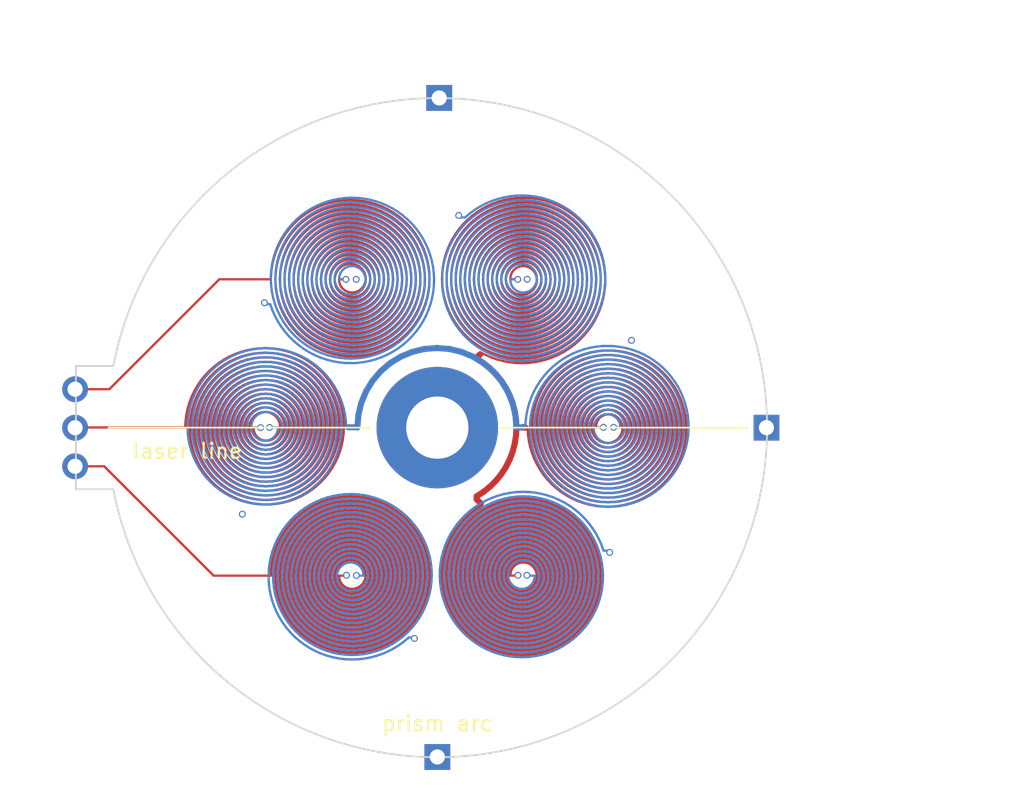
<source format=kicad_pcb>
(kicad_pcb (version 20240108) (generator "pcbnew") (generator_version "8.0")
  (layers (0 "F.Cu" signal) (1 "In1.Cu" signal) (2 "In2.Cu" signal) (31 "B.Cu" signal) (34 "B.Paste" user) (35 "F.Paste" user) (36 "B.SilkS" user "B.Silkscreen") (37 "F.SilkS" user "F.Silkscreen") (38 "B.Mask" user) (39 "F.Mask" user) (44 "Edge.Cuts" user))
  (net 0 "")
  (net 1 "PH1")
  (footprint "pcbmotor:PinHeader_1x01_P2.54mm_Vertical" (layer "F.Cu") (at 104.897 92.421)
    (property "Reference" "J2" (hide yes))
    (property "Value" "Conn_01x01")
  )
  (footprint "pcbmotor:motorconnector_D8.0mm_Drill4.1mm" (layer "F.Cu") (at 104.772 114.146)
    (property "Reference" "J5" (hide yes))
    (property "Value" "Conn_01x01")
  )
  (footprint "pcbmotor:PinHeader_1x01_P2.54mm_Vertical" (layer "F.Cu") (at 126.447 114.146)
    (property "Reference" "J3" (hide yes))
    (property "Value" "Conn_01x01")
  )
  (footprint "pcbmotor:PinHeader_1x01_P2.54mm_Vertical" (layer "F.Cu") (at 104.772 135.846)
    (property "Reference" "J4" (hide yes))
    (property "Value" "Conn_01x01")
  )
  (footprint "pcbmotor:PinHeader_1x03_P2.54mm_Vertical" (layer "B.Cu") (at 80.896 114.146 180)
    (property "Reference" "J1" (hide yes))
    (property "Value" "Conn_01x03")
  )
  (gr_line (start 108.932 114.146) (end 125.172 114.146) (stroke (width 0.12)) (layer "F.SilkS"))
  (gr_line (start 83.122 114.146) (end 100.282 114.146) (stroke (width 0.12)) (layer "F.SilkS"))
  (gr_line (start 80.972 118.21) (end 80.972 110.082) (stroke (width 0.12)) (layer "Edge.Cuts"))
  (gr_arc (start 83.436 110.082) (mid 126.491599 114.146) (end 83.436 118.21) (stroke (width 0.12)) (layer "Edge.Cuts"))
  (gr_line (start 80.972 110.082) (end 83.436 110.082) (stroke (width 0.12)) (layer "Edge.Cuts"))
  (gr_line (start 83.436 118.21) (end 80.972 118.21) (stroke (width 0.12)) (layer "Edge.Cuts"))
  (gr_text "prism arc" (at 104.772 133.646 0) (layer "F.SilkS") (effects (font (size 1 1))))
  (gr_text "laser line" (at 84.572 116.271 0) (layer "F.SilkS") (effects (font (size 1 1)) (justify left bottom)))
  (segment (start 116.396 117.231814) (end 116.020018 117.260326) (width 0.15) (layer "F.Cu") (net 1))
  (segment (start 96.393996 126.613285) (end 96.67006 126.869814) (width 0.15) (layer "F.Cu") (net 1))
  (segment (start 94.405231 121.503828) (end 94.228279 121.878716) (width 0.15) (layer "F.Cu") (net 1))
  (segment (start 108.970846 101.439523) (end 109.306162 101.294841) (width 0.15) (layer "F.Cu") (net 1))
  (segment (start 93.989129 115.213271) (end 94.222659 115.079108) (width 0.15) (layer "F.Cu") (net 1))
  (segment (start 98.523325 122.686672) (end 98.261353 122.838705) (width 0.15) (layer "F.Cu") (net 1))
  (segment (start 98.728161 127.751438) (end 99.107518 127.774762) (width 0.15) (layer "F.Cu") (net 1))
  (segment (start 115.532518 123.899762) (end 115.520381 124.304121) (width 0.15) (layer "F.Cu") (net 1))
  (segment (start 98.564021 113.328515) (end 98.488662 112.930456) (width 0.15) (layer "F.Cu") (net 1))
  (segment (start 90.098047 115.937682) (end 90.287048 116.262118) (width 0.15) (layer "F.Cu") (net 1))
  (segment (start 109.641313 120.412666) (end 110.009351 120.349319) (width 0.15) (layer "F.Cu") (net 1))
  (segment (start 92.024069 117.38298) (end 92.369918 117.521087) (width 0.15) (layer "F.Cu") (net 1))
  (segment (start 103.08698 102.829238) (end 103.208007 103.2042) (width 0.15) (layer "F.Cu") (net 1))
  (segment (start 116.020018 112.960326) (end 116.283864 112.97934) (width 0.15) (layer "F.Cu") (net 1))
  (segment (start 99.474801 127.159493) (end 99.838658 127.103097) (width 0.15) (layer "F.Cu") (net 1))
  (segment (start 112.666439 119.679446) (end 113.009308 119.87916) (width 0.15) (layer "F.Cu") (net 1))
  (segment (start 97.405663 113.747699) (end 97.353315 113.36289) (width 0.15) (layer "F.Cu") (net 1))
  (segment (start 117.434709 113.549342) (end 117.53104 113.834765) (width 0.15) (layer "F.Cu") (net 1))
  (segment (start 95.811003 126.389175) (end 96.051499 126.685692) (width 0.15) (layer "F.Cu") (net 1))
  (segment (start 111.681285 102.349969) (end 111.960137 102.55022) (width 0.15) (layer "F.Cu") (net 1))
  (segment (start 108.637239 117.639898) (end 108.982245 117.213851) (width 0.4) (layer "F.Cu") (net 1))
  (segment (start 104.245381 123.495404) (end 104.201521 123.092952) (width 0.15) (layer "F.Cu") (net 1))
  (segment (start 112.550978 120.654433) (end 112.861608 120.878983) (width 0.15) (layer "F.Cu") (net 1))
  (segment (start 106.213681 101.046353) (end 106.471163 100.741682) (width 0.15) (layer "F.Cu") (net 1))
  (segment (start 112.31823 124.886057) (end 112.146175 125.181134) (width 0.15) (layer "F.Cu") (net 1))
  (segment (start 92.227968 113.537186) (end 92.115565 113.826181) (width 0.15) (layer "F.Cu") (net 1))
  (segment (start 106.986388 121.050071) (end 107.244732 120.761976) (width 0.15) (layer "F.Cu") (net 1))
  (segment (start 103.490406 125.074154) (end 103.580187 124.688415) (width 0.15) (layer "F.Cu") (net 1))
  (segment (start 99.369572 122.921763) (end 99.107518 122.874762) (width 0.15) (layer "F.Cu") (net 1))
  (segment (start 97.465214 105.564094) (end 97.305457 105.289085) (width 0.15) (layer "F.Cu") (net 1))
  (segment (start 120.479593 116.091477) (end 120.306295 116.454943) (width 0.15) (layer "F.Cu") (net 1))
  (segment (start 120.306295 116.454943) (end 120.103408 116.803138) (width 0.15) (layer "F.Cu") (net 1))
  (segment (start 115.310815 111.257977) (end 115.662117 111.187744) (width 0.15) (layer "F.Cu") (net 1))
  (segment (start 119.020662 110.005294) (end 119.337886 110.250602) (width 0.15) (layer "F.Cu") (net 1))
  (segment (start 108.382518 123.899762) (end 108.399734 123.58572) (width 0.15) (layer "F.Cu") (net 1))
  (segment (start 109.992859 119.445942) (end 110.382518 119.424762) (width 0.15) (layer "F.Cu") (net 1))
  (segment (start 110.74181 101.411854) (end 111.097243 101.471134) (width 0.15) (layer "F.Cu") (net 1))
  (segment (start 114.777968 114.733466) (end 114.665565 114.444471) (width 0.15) (layer "F.Cu") (net 1))
  (segment (start 107.039554 122.813568) (end 107.166838 122.468049) (width 0.15) (layer "F.Cu") (net 1))
  (segment (start 109.557995 109.841243) (end 109.150706 109.767812) (width 0.15) (layer "F.Cu") (net 1))
  (segment (start 109.58618 108.630922) (end 109.195304 108.543516) (width 0.15) (layer "F.Cu") (net 1))
  (segment (start 102.567485 126.80302) (end 102.810768 126.492806) (width 0.15) (layer "F.Cu") (net 1))
  (segment (start 119.186889 117.02231) (end 118.909974 117.305457) (width 0.15) (layer "F.Cu") (net 1))
  (segment (start 97.519975 119.538023) (end 97.144104 119.689208) (width 0.15) (layer "F.Cu") (net 1))
  (segment (start 96.238524 123.522052) (end 96.207518 123.899762) (width 0.15) (layer "F.Cu") (net 1))
  (segment (start 100.253971 100.84247) (end 100.614477 100.986204) (width 0.15) (layer "F.Cu") (net 1))
  (segment (start 107.332524 126.115713) (end 107.113272 125.787262) (width 0.15) (layer "F.Cu") (net 1))
  (segment (start 113.416007 104.739222) (end 113.355094 105.103564) (width 0.15) (layer "F.Cu") (net 1))
  (segment (start 114.568827 105.153446) (end 114.483007 105.537579) (width 0.15) (layer "F.Cu") (net 1))
  (segment (start 94.676127 109.372509) (end 94.279347 109.285284) (width 0.15) (layer "F.Cu") (net 1))
  (segment (start 90.084378 111.873113) (end 89.874811 112.213648) (width 0.15) (layer "F.Cu") (net 1))
  (segment (start 112.491953 112.673954) (end 112.648047 112.33297) (width 0.15) (layer "F.Cu") (net 1))
  (segment (start 101.823857 119.467099) (end 101.469404 119.264301) (width 0.15) (layer "F.Cu") (net 1))
  (segment (start 97.931953 122.724197) (end 97.717405 122.970918) (width 0.15) (layer "F.Cu") (net 1))
  (segment (start 117.965823 118.308118) (end 117.596161 118.465743) (width 0.15) (layer "F.Cu") (net 1))
  (segment (start 117.566814 115.682122) (end 117.310207 115.911118) (width 0.15) (layer "F.Cu") (net 1))
  (segment (start 92.677286 119.140437) (end 93.072132 119.190943) (width 0.15) (layer "F.Cu") (net 1))
  (segment (start 97.272429 117.094861) (end 97.507143 116.772912) (width 0.15) (layer "F.Cu") (net 1))
  (segment (start 108.447575 119.228397) (end 108.818892 119.087416) (width 0.15) (layer "F.Cu") (net 1))
  (segment (start 116.747947 116.851992) (end 116.387939 116.929961) (width 0.15) (layer "F.Cu") (net 1))
  (segment (start 94.720111 124.283611) (end 94.766157 124.665261) (width 0.15) (layer "F.Cu") (net 1))
  (segment (start 112.501484 120.983256) (end 112.798079 121.21701) (width 0.15) (layer "F.Cu") (net 1))
  (segment (start 120.760675 112.171682) (end 120.903693 112.548524) (width 0.15) (layer "F.Cu") (net 1))
  (segment (start 94.685958 112.686225) (end 94.420018 112.489878) (width 0.15) (layer "F.Cu") (net 1))
  (segment (start 109.673315 121.022414) (end 110.024617 120.952181) (width 0.15) (layer "F.Cu") (net 1))
  (segment (start 115.751493 115.137474) (end 115.495018 115.044653) (width 0.15) (layer "F.Cu") (net 1))
  (segment (start 102.46023 102.878166) (end 102.59314 103.238342) (width 0.15) (layer "F.Cu") (net 1))
  (segment (start 99.517173 118.694608) (end 99.107518 118.674762) (width 0.15) (layer "F.Cu") (net 1))
  (segment (start 97.554246 103.727503) (end 97.717405 103.442046) (width 0.15) (layer "F.Cu") (net 1))
  (segment (start 94.919354 113.534991) (end 94.782181 113.258567) (width 0.15) (layer "F.Cu") (net 1))
  (segment (start 113.068987 121.480855) (end 113.31116 121.77198) (width 0.15) (layer "F.Cu") (net 1))
  (segment (start 98.717627 100.661323) (end 99.107518 100.64589) (width 0.15) (layer "F.Cu") (net 1))
  (segment (start 108.198599 120.372612) (end 108.531393 120.182202) (width 0.15) (layer "F.Cu") (net 1))
  (segment (start 94.645118 118.775692) (end 95.025585 118.666537) (width 0.15) (layer "F.Cu") (net 1))
  (segment (start 98.29559 99.505273) (end 98.700489 99.458777) (width 0.15) (layer "F.Cu") (net 1))
  (segment (start 98.71254 100.360606) (end 99.107518 100.34589) (width 0.15) (layer "F.Cu") (net 1))
  (segment (start 93.880177 123.071833) (end 93.827595 123.484223) (width 0.15) (layer "F.Cu") (net 1))
  (segment (start 111.332137 113.746877) (end 111.376333 113.360432) (width 0.15) (layer "F.Cu") (net 1))
  (segment (start 108.036081 105.442471) (end 107.90092 105.099552) (width 0.15) (layer "F.Cu") (net 1))
  (segment (start 99.867268 101.042207) (end 100.233416 101.153259) (width 0.15) (layer "F.Cu") (net 1))
  (segment (start 94.944818 121.180135) (end 94.730979 121.531298) (width 0.15) (layer "F.Cu") (net 1))
  (segment (start 99.902596 109.390816) (end 99.505992 109.433983) (width 0.15) (layer "F.Cu") (net 1))
  (segment (start 101.391439 128.120079) (end 101.734308 127.920365) (width 0.15) (layer "F.Cu") (net 1))
  (segment (start 95.386369 120.178613) (end 95.10303 120.479607) (width 0.15) (layer "F.Cu") (net 1))
  (segment (start 107.497935 123.549511) (end 107.555584 123.202986) (width 0.15) (layer "F.Cu") (net 1))
  (segment (start 102.05978 108.163956) (end 101.734308 108.391492) (width 0.15) (layer "F.Cu") (net 1))
  (segment (start 92.331097 118.138218) (end 92.704485 118.230565) (width 0.15) (layer "F.Cu") (net 1))
  (segment (start 96.660837 117.326145) (end 96.929985 117.038583) (width 0.15) (layer "F.Cu") (net 1))
  (segment (start 96.934354 103.664786) (end 97.078251 103.336926) (width 0.15) (layer "F.Cu") (net 1))
  (segment (start 109.997705 100.218092) (end 110.382518 100.19589) (width 0.15) (layer "F.Cu") (net 1))
  (segment (start 112.804338 112.703613) (end 112.967278 112.372826) (width 0.15) (layer "F.Cu") (net 1))
  (segment (start 115.642645 117.243268) (end 115.269395 117.180722) (width 0.15) (layer "F.Cu") (net 1))
  (segment (start 107.671238 126.061936) (end 107.441663 125.747624) (width 0.15) (layer "F.Cu") (net 1))
  (segment (start 97.88514 99.279318) (end 98.288975 99.20281) (width 0.15) (layer "F.Cu") (net 1))
  (segment (start 108.546049 125.234035) (end 108.353251 124.933726) (width 0.15) (layer "F.Cu") (net 1))
  (segment (start 107.963108 103.368737) (end 108.109201 103.05839) (width 0.15) (layer "F.Cu") (net 1))
  (segment (start 107.441663 125.747624) (end 107.248433 125.409058) (width 0.15) (layer "F.Cu") (net 1))
  (segment (start 112.594307 100.798727) (end 112.917128 101.014523) (width 0.15) (layer "F.Cu") (net 1))
  (segment (start 106.554824 120.630603) (end 106.820468 120.337712) (width 0.15) (layer "F.Cu") (net 1))
  (segment (start 103.88282 121.921767) (end 103.716249 121.551497) (width 0.15) (layer "F.Cu") (net 1))
  (segment (start 99.433293 106.427751) (end 99.107518 106.44589) (width 0.15) (layer "F.Cu") (net 1))
  (segment (start 108.36063 121.364395) (end 108.654364 121.149421) (width 0.15) (layer "F.Cu") (net 1))
  (segment (start 98.771798 121.995801) (end 98.443429 122.075193) (width 0.15) (layer "F.Cu") (net 1))
  (segment (start 113.432518 104.37089) (end 113.416007 104.739222) (width 0.15) (layer "F.Cu") (net 1))
  (segment (start 117.534577 110.225799) (end 117.890808 110.378273) (width 0.15) (layer "F.Cu") (net 1))
  (segment (start 100.550235 103.160306) (end 100.731316 103.43339) (width 0.15) (layer "F.Cu") (net 1))
  (segment (start 97.494379 104.958024) (end 97.425138 104.667539) (width 0.15) (layer "F.Cu") (net 1))
  (segment (start 100.830288 124.526799) (end 100.921206 124.219564) (width 0.15) (layer "F.Cu") (net 1))
  (segment (start 105.093776 103.974553) (end 105.134652 103.579901) (width 0.15) (layer "F.Cu") (net 1))
  (segment (start 105.981624 125.501557) (end 105.854741 125.112977) (width 0.15) (layer "F.Cu") (net 1))
  (segment (start 112.820018 114.135326) (end 112.834815 113.77644) (width 0.15) (layer "F.Cu") (net 1))
  (segment (start 97.952538 108.681334) (end 97.582678 108.560353) (width 0.15) (layer "F.Cu") (net 1))
  (segment (start 113.962538 124.660719) (end 113.86814 125.03231) (width 0.15) (layer "F.Cu") (net 1))
  (segment (start 112.917128 120.543396) (end 113.218975 120.788318) (width 0.15) (layer "F.Cu") (net 1))
  (segment (start 98.232518 125.415307) (end 98.506133 125.552055) (width 0.15) (layer "F.Cu") (net 1))
  (segment (start 108.70667 125.833794) (end 108.443333 125.580076) (width 0.15) (layer "F.Cu") (net 1))
  (segment (start 103.069584 102.08339) (end 103.2501 102.439172) (width 0.15) (layer "F.Cu") (net 1))
  (segment (start 117.166183 110.106974) (end 117.534577 110.225799) (width 0.15) (layer "F.Cu") (net 1))
  (segment (start 111.142268 127.228445) (end 110.765397 127.297903) (width 0.15) (layer "F.Cu") (net 1))
  (segment (start 117.285411 113.289818) (end 117.434709 113.549342) (width 0.15) (layer "F.Cu") (net 1))
  (segment (start 113.571661 116.583683) (end 113.308738 116.2975) (width 0.15) (layer "F.Cu") (net 1))
  (segment (start 117.413294 111.480661) (end 117.726397 111.663209) (width 0.15) (layer "F.Cu") (net 1))
  (segment (start 118.438332 113.787625) (end 118.470018 114.135326) (width 0.15) (layer "F.Cu") (net 1))
  (segment (start 94.229768 110.806644) (end 93.852897 110.737185) (width 0.15) (layer "F.Cu") (net 1))
  (segment (start 102.113119 100.509293) (end 102.419068 100.773587) (width 0.15) (layer "F.Cu") (net 1))
  (segment (start 95.531988 116.720954) (end 95.812309 116.477617) (width 0.15) (layer "F.Cu") (net 1))
  (segment (start 114.377714 112.942122) (end 114.579288 112.694596) (width 0.15) (layer "F.Cu") (net 1))
  (segment (start 109.97906 128.511314) (end 109.577948 128.462705) (width 0.15) (layer "F.Cu") (net 1))
  (segment (start 112.088897 101.898773) (end 112.378262 102.11816) (width 0.15) (layer "F.Cu") (net 1))
  (segment (start 101.145646 125.209588) (end 101.31751 124.909032) (width 0.15) (layer "F.Cu") (net 1))
  (segment (start 117.778834 116.683411) (end 117.461554 116.881942) (width 0.15) (layer "F.Cu") (net 1))
  (segment (start 115.174157 124.699346) (end 115.095589 125.093274) (width 0.15) (layer "F.Cu") (net 1))
  (segment (start 109.69032 106.501256) (end 109.362174 106.373427) (width 0.15) (layer "F.Cu") (net 1))
  (segment (start 94.422177 114.894648) (end 94.576923 114.668383) (width 0.15) (layer "F.Cu") (net 1))
  (segment (start 97.582678 108.560353) (end 97.225106 108.407736) (width 0.15) (layer "F.Cu") (net 1))
  (segment (start 108.09918 104.042595) (end 108.1626 103.719063) (width 0.15) (layer "F.Cu") (net 1))
  (segment (start 119.197197 115.247069) (end 119.05757 115.598134) (width 0.15) (layer "F.Cu") (net 1))
  (segment (start 114.23477 107.369217) (end 113.976917 107.679767) (width 0.15) (layer "F.Cu") (net 1))
  (segment (start 116.836215 119.28859) (end 116.429673 119.340481) (width 0.15) (layer "F.Cu") (net 1))
  (segment (start 100.61854 124.200323) (end 100.657518 123.899762) (width 0.15) (layer "F.Cu") (net 1))
  (segment (start 97.271049 122.56549) (end 97.078251 122.865799) (width 0.15) (layer "F.Cu") (net 1))
  (segment (start 115.089041 114.672826) (end 114.969574 114.416792) (width 0.15) (layer "F.Cu") (net 1))
  (segment (start 106.163215 105.571385) (end 106.06611 105.177766) (width 0.15) (layer "F.Cu") (net 1))
  (segment (start 105.694637 123.511314) (end 105.738833 123.124868) (width 0.15) (layer "F.Cu") (net 1))
  (segment (start 90.417278 115.897826) (end 90.614188 116.210208) (width 0.15) (layer "F.Cu") (net 1))
  (segment (start 103.343781 103.978342) (end 103.357518 104.37089) (width 0.15) (layer "F.Cu") (net 1))
  (segment (start 115.123175 121.936118) (end 115.266193 122.31296) (width 0.15) (layer "F.Cu") (net 1))
  (segment (start 116.020018 110.860326) (end 116.387301 110.875595) (width 0.15) (layer "F.Cu") (net 1))
  (segment (start 95.977303 105.085341) (end 95.922315 104.729776) (width 0.15) (layer "F.Cu") (net 1))
  (segment (start 114.020018 114.135326) (end 114.037234 113.821284) (width 0.15) (layer "F.Cu") (net 1))
  (segment (start 109.404404 102.22912) (end 109.717245 102.105178) (width 0.15) (layer "F.Cu") (net 1))
  (segment (start 119.96657 112.606424) (end 120.095047 112.97588) (width 0.15) (layer "F.Cu") (net 1))
  (segment (start 103.357518 123.899762) (end 103.343781 123.507215) (width 0.15) (layer "F.Cu") (net 1))
  (segment (start 107.211577 124.284784) (end 107.182518 123.899762) (width 0.15) (layer "F.Cu") (net 1))
  (segment (start 120.057143 111.49774) (end 120.264636 111.838254) (width 0.15) (layer "F.Cu") (net 1))
  (segment (start 112.834815 113.77644) (end 112.889803 113.420875) (width 0.15) (layer "F.Cu") (net 1))
  (segment (start 107.113272 106.25839) (end 106.929316 105.908354) (width 0.15) (layer "F.Cu") (net 1))
  (segment (start 108.724378 124.229587) (end 108.682518 123.899762) (width 0.15) (layer "F.Cu") (net 1))
  (segment (start 118.267222 115.16159) (end 118.104032 115.474641) (width 0.15) (layer "F.Cu") (net 1))
  (segment (start 116.426395 119.039571) (end 116.020018 119.060326) (width 0.15) (layer "F.Cu") (net 1))
  (segment (start 115.418633 112.483033) (end 115.71324 112.395499) (width 0.15) (layer "F.Cu") (net 1))
  (segment (start 108.829246 105.014276) (end 108.724378 104.700714) (width 0.15) (layer "F.Cu") (net 1))
  (segment (start 114.014519 122.395338) (end 114.148975 122.75722) (width 0.15) (layer "F.Cu") (net 1))
  (segment (start 98.32045 119.942907) (end 97.93504 120.034621) (width 0.15) (layer "F.Cu") (net 1))
  (segment (start 95.186736 101.319222) (end 95.455036 101.008543) (width 0.15) (layer "F.Cu") (net 1))
  (segment (start 100.754979 126.046775) (end 101.025545 125.81779) (width 0.15) (layer "F.Cu") (net 1))
  (segment (start 113.839608 122.776486) (end 113.942975 123.142964) (width 0.15) (layer "F.Cu") (net 1))
  (segment (start 110.159287 103.537779) (end 110.382518 103.49589) (width 0.15) (layer "F.Cu") (net 1))
  (segment (start 96.943202 122.508841) (end 96.761081 122.828181) (width 0.15) (layer "F.Cu") (net 1))
  (segment (start 116.358986 111.777751) (end 116.692975 111.843446) (width 0.15) (layer "F.Cu") (net 1))
  (segment (start 108.875964 125.163911) (end 108.672118 124.887262) (width 0.15) (layer "F.Cu") (net 1))
  (segment (start 96.011707 123.136714) (end 95.936577 123.51474) (width 0.15) (layer "F.Cu") (net 1))
  (segment (start 99.913601 122.888966) (end 99.673116 122.725285) (width 0.15) (layer "F.Cu") (net 1))
  (segment (start 110.009351 100.820446) (end 110.382518 100.79589) (width 0.15) (layer "F.Cu") (net 1))
  (segment (start 94.539857 105.527578) (end 94.463833 105.145784) (width 0.15) (layer "F.Cu") (net 1))
  (segment (start 94.539857 125.056451) (end 94.647243 125.430977) (width 0.15) (layer "F.Cu") (net 1))
  (segment (start 107.671238 106.533063) (end 107.441663 106.218751) (width 0.15) (layer "F.Cu") (net 1))
  (segment (start 97.334925 114.904104) (end 97.396333 114.522034) (width 0.15) (layer "F.Cu") (net 1))
  (segment (start 91.245018 117.989139) (end 91.587606 118.172172) (width 0.15) (layer "F.Cu") (net 1))
  (segment (start 111.569879 99.425173) (end 111.955415 99.530012) (width 0.15) (layer "F.Cu") (net 1))
  (segment (start 99.815051 121.490127) (end 99.465893 121.407212) (width 0.15) (layer "F.Cu") (net 1))
  (segment (start 119.910445 110.812587) (end 120.162185 111.125866) (width 0.15) (layer "F.Cu") (net 1))
  (segment (start 114.265815 124.672198) (end 114.175889 125.050469) (width 0.15) (layer "F.Cu") (net 1))
  (segment (start 116.632804 112.45171) (end 116.920018 112.57648) (width 0.15) (layer "F.Cu") (net 1))
  (segment (start 100.701536 119.256546) (end 100.313627 119.136946) (width 0.15) (layer "F.Cu") (net 1))
  (segment (start 98.549205 114.93979) (end 98.600404 114.539096) (width 0.15) (layer "F.Cu") (net 1))
  (segment (start 99.513895 118.995518) (end 99.107518 118.974762) (width 0.15) (layer "F.Cu") (net 1))
  (segment (start 111.963014 122.987262) (end 112.105288 123.272725) (width 0.15) (layer "F.Cu") (net 1))
  (segment (start 112.136611 105.009327) (end 112.006316 105.30839) (width 0.15) (layer "F.Cu") (net 1))
  (segment (start 114.017496 124.281814) (end 113.962538 124.660719) (width 0.15) (layer "F.Cu") (net 1))
  (segment (start 90.758738 111.973152) (end 90.529163 112.287465) (width 0.15) (layer "F.Cu") (net 1))
  (segment (start 108.382518 104.37089) (end 108.399734 104.056847) (width 0.15) (layer "F.Cu") (net 1))
  (segment (start 99.805786 123.201494) (end 99.607518 123.033737) (width 0.15) (layer "F.Cu") (net 1))
  (segment (start 109.597703 123.689472) (end 109.668047 123.487262) (width 0.15) (layer "F.Cu") (net 1))
  (segment (start 95.833488 127.733159) (end 96.142141 127.981253) (width 0.15) (layer "F.Cu") (net 1))
  (segment (start 101.053323 119.72697) (end 100.683661 119.569346) (width 0.15) (layer "F.Cu") (net 1))
  (segment (start 114.919918 110.749565) (end 115.278813 110.64823) (width 0.15) (layer "F.Cu") (net 1))
  (segment (start 95.711388 126.749454) (end 95.969732 127.037549) (width 0.15) (layer "F.Cu") (net 1))
  (segment (start 114.950584 114.988171) (end 114.777968 114.733466) (width 0.15) (layer "F.Cu") (net 1))
  (segment (start 95.545468 127.461813) (end 95.833488 127.733159) (width 0.15) (layer "F.Cu") (net 1))
  (segment (start 103.937019 124.299946) (end 103.957518 123.899762) (width 0.15) (layer "F.Cu") (net 1))
  (segment (start 92.718717 113.384025) (end 92.539041 113.597826) (width 0.15) (layer "F.Cu") (net 1))
  (segment (start 98.70406 99.759338) (end 99.107518 99.74589) (width 0.15) (layer "F.Cu") (net 1))
  (segment (start 112.639566 102.37132) (end 112.868879 102.654679) (width 0.15) (layer "F.Cu") (net 1))
  (segment (start 111.191847 128.749805) (end 110.788895 128.804007) (width 0.15) (layer "F.Cu") (net 1))
  (segment (start 108.546057 126.822473) (end 108.227025 126.602666) (width 0.15) (layer "F.Cu") (net 1))
  (segment (start 97.060935 116.358728) (end 97.254716 116.019882) (width 0.15) (layer "F.Cu") (net 1))
  (segment (start 97.199098 100.800486) (end 97.560042 100.634952) (width 0.15) (layer "F.Cu") (net 1))
  (segment (start 117.165536 114.686978) (end 117.022438 114.934729) (width 0.15) (layer "F.Cu") (net 1))
  (segment (start 118.069322 116.448512) (end 117.778834 116.683411) (width 0.15) (layer "F.Cu") (net 1))
  (segment (start 106.732688 103.263726) (end 106.854453 102.909517) (width 0.15) (layer "F.Cu") (net 1))
  (segment (start 107.199548 102.244097) (end 107.419714 101.939379) (width 0.15) (layer "F.Cu") (net 1))
  (segment (start 96.834201 105.68339) (end 96.688108 105.373042) (width 0.15) (layer "F.Cu") (net 1))
  (segment (start 97.41657 115.664228) (end 97.545047 115.294772) (width 0.15) (layer "F.Cu") (net 1))
  (segment (start 117.667479 111.988314) (end 117.938045 112.217299) (width 0.15) (layer "F.Cu") (net 1))
  (segment (start 95.270018 117.253017) (end 95.588984 117.051832) (width 0.15) (layer "F.Cu") (net 1))
  (segment (start 91.145018 110.108308) (end 90.800498 110.322856) (width 0.15) (layer "F.Cu") (net 1))
  (segment (start 115.101591 115.509849) (end 114.844453 115.310891) (width 0.15) (layer "F.Cu") (net 1))
  (segment (start 113.497223 121.060333) (end 113.749447 121.357176) (width 0.15) (layer "F.Cu") (net 1))
  (segment (start 114.483007 105.537579) (end 114.36198 105.912542) (width 0.15) (layer "F.Cu") (net 1))
  (segment (start 119.05757 115.598134) (end 118.879224 115.931884) (width 0.15) (layer "F.Cu") (net 1))
  (segment (start 109.294262 126.527045) (end 108.957518 126.367935) (width 0.15) (layer "F.Cu") (net 1))
  (segment (start 100.324644 118.830069) (end 99.923715 118.746499) (width 0.15) (layer "F.Cu") (net 1))
  (segment (start 113.746701 112.822826) (end 113.932507 112.533522) (width 0.15) (layer "F.Cu") (net 1))
  (segment (start 97.907245 119.420281) (end 97.519975 119.538023) (width 0.15) (layer "F.Cu") (net 1))
  (segment (start 108.09918 123.571468) (end 108.1626 123.247936) (width 0.15) (layer "F.Cu") (net 1))
  (segment (start 112.146175 105.652261) (end 111.929314 105.917686) (width 0.15) (layer "F.Cu") (net 1))
  (segment (start 112.777842 106.766214) (end 112.49793 107.023532) (width 0.15) (layer "F.Cu") (net 1))
  (segment (start 93.795793 116.192187) (end 94.115864 116.123034) (width 0.15) (layer "F.Cu") (net 1))
  (segment (start 117.019932 116.097768) (end 116.702946 116.237161) (width 0.15) (layer "F.Cu") (net 1))
  (segment (start 118.470018 114.135326) (end 118.451829 114.484968) (width 0.15) (layer "F.Cu") (net 1))
  (segment (start 90.073888 116.985018) (end 90.332232 117.273112) (width 0.15) (layer "F.Cu") (net 1))
  (segment (start 103.676154 126.227599) (end 103.848175 125.863407) (width 0.15) (layer "F.Cu") (net 1))
  (segment (start 94.960092 117.732682) (end 95.307729 117.573441) (width 0.15) (layer "F.Cu") (net 1))
  (segment (start 106.060309 102.474993) (end 106.228162 102.122664) (width 0.15) (layer "F.Cu") (net 1))
  (segment (start 100.301321 99.915557) (end 100.683661 100.040473) (width 0.15) (layer "F.Cu") (net 1))
  (segment (start 109.362174 106.373427) (end 109.057062 106.195223) (width 0.15) (layer "F.Cu") (net 1))
  (segment (start 101.469404 119.264301) (end 101.099864 119.089815) (width 0.15) (layer "F.Cu") (net 1))
  (segment (start 115.219887 104.771725) (end 115.174157 105.170473) (width 0.15) (layer "F.Cu") (net 1))
  (segment (start 106.608307 124.296448) (end 106.582518 123.899762) (width 0.15) (layer "F.Cu") (net 1))
  (segment (start 108.421109 104.716739) (end 108.382518 104.37089) (width 0.15) (layer "F.Cu") (net 1))
  (segment (start 114.050634 127.567879) (end 113.753965 127.84722) (width 0.15) (layer "F.Cu") (net 1))
  (segment (start 113.732518 104.37089) (end 113.716777 104.74657) (width 0.15) (layer "F.Cu") (net 1))
  (segment (start 116.813113 118.378011) (end 116.418672 118.437483) (width 0.15) (layer "F.Cu") (net 1))
  (segment (start 109.975489 109.283002) (end 109.57059 109.236506) (width 0.15) (layer "F.Cu") (net 1))
  (segment (start 103.144643 107.008475) (end 102.909929 107.330425) (width 0.15) (layer "F.Cu") (net 1))
  (segment (start 100.866334 121.351678) (end 100.549054 121.153146) (width 0.15) (layer "F.Cu") (net 1))
  (segment (start 109.170595 109.156666) (end 108.778246 109.043973) (width 0.15) (layer "F.Cu") (net 1))
  (segment (start 113.461274 106.897559) (end 113.202106 107.190478) (width 0.15) (layer "F.Cu") (net 1))
  (segment (start 114.361878 114.465151) (end 114.320018 114.135326) (width 0.15) (layer "F.Cu") (net 1))
  (segment (start 113.432518 123.899762) (end 113.416007 124.268095) (width 0.15) (layer "F.Cu") (net 1))
  (segment (start 110.708293 102.314029) (end 111.028364 102.383181) (width 0.15) (layer "F.Cu") (net 1))
  (segment (start 118.499108 111.114546) (end 118.786573 111.368771) (width 0.15) (layer "F.Cu") (net 1))
  (segment (start 101.640135 120.81376) (end 101.328063 120.576482) (width 0.15) (layer "F.Cu") (net 1))
  (segment (start 100.663513 100.354403) (end 101.025504 100.519055) (width 0.15) (layer "F.Cu") (net 1))
  (segment (start 111.184194 128.446292) (end 110.78525 128.503012) (width 0.15) (layer "F.Cu") (net 1))
  (segment (start 112.378262 121.647033) (end 112.639566 121.900193) (width 0.15) (layer "F.Cu") (net 1))
  (segment (start 100.978308 127.656815) (end 101.319307 127.471925) (width 0.15) (layer "F.Cu") (net 1))
  (segment (start 98.356895 120.854366) (end 97.99324 120.961654) (width 0.15) (layer "F.Cu") (net 1))
  (segment (start 113.73076 111.846068) (end 113.99813 111.599958) (width 0.15) (layer "F.Cu") (net 1))
  (segment (start 98.697275 99.158258) (end 99.107518 99.14589) (width 0.15) (layer "F.Cu") (net 1))
  (segment (start 90.556548 117.878552) (end 90.873454 118.109664) (width 0.15) (layer "F.Cu") (net 1))
  (segment (start 115.354745 111.869614) (end 115.682991 111.791249) (width 0.15) (layer "F.Cu") (net 1))
  (segment (start 108.106586 125.646147) (end 107.892695 125.337262) (width 0.15) (layer "F.Cu") (net 1))
  (segment (start 112.623888 111.285634) (end 112.882232 110.99754) (width 0.15) (layer "F.Cu") (net 1))
  (segment (start 116.408864 117.834947) (end 116.020018 117.860326) (width 0.15) (layer "F.Cu") (net 1))
  (segment (start 101.257518 104.37089) (end 101.22364 104.70605) (width 0.15) (layer "F.Cu") (net 1))
  (segment (start 95.721878 121.63755) (end 95.512311 121.978084) (width 0.15) (layer "F.Cu") (net 1))
  (segment (start 97.425138 104.667539) (end 97.407518 104.37089) (width 0.15) (layer "F.Cu") (net 1))
  (segment (start 99.51025 119.296513) (end 99.107518 119.274762) (width 0.15) (layer "F.Cu") (net 1))
  (segment (start 92.419574 113.85386) (end 92.370018 114.135326) (width 0.15) (layer "F.Cu") (net 1))
  (segment (start 94.579389 117.549619) (end 94.932236 117.419522) (width 0.15) (layer "F.Cu") (net 1))
  (segment (start 98.246083 114.93231) (end 98.299519 114.53551) (width 0.15) (layer "F.Cu") (net 1))
  (segment (start 106.005681 104.776463) (end 105.982518 104.37089) (width 0.15) (layer "F.Cu") (net 1))
  (segment (start 117.99044 118.627435) (end 117.614036 118.778542) (width 0.15) (layer "F.Cu") (net 1))
  (segment (start 110.012966 107.177918) (end 109.648119 107.111704) (width 0.15) (layer "F.Cu") (net 1))
  (segment (start 98.261657 113.335743) (end 98.183089 112.941814) (width 0.15) (layer "F.Cu") (net 1))
  (segment (start 109.407518 125.588512) (end 109.123726 125.399933) (width 0.15) (layer "F.Cu") (net 1))
  (segment (start 96.82418 124.228057) (end 96.8876 124.551589) (width 0.15) (layer "F.Cu") (net 1))
  (segment (start 106.929316 105.908354) (end 106.782769 105.540519) (width 0.15) (layer "F.Cu") (net 1))
  (segment (start 102.570437 125.750731) (end 102.739519 125.404187) (width 0.15) (layer "F.Cu") (net 1))
  (segment (start 110.382518 123.024762) (end 110.61222 123.042503) (width 0.15) (layer "F.Cu") (net 1))
  (segment (start 94.419637 124.288211) (end 94.463833 124.674656) (width 0.15) (layer "F.Cu") (net 1))
  (segment (start 119.670018 114.135326) (end 119.654996 114.517378) (width 0.15) (layer "F.Cu") (net 1))
  (segment (start 110.721486 102.013315) (end 111.055475 102.07901) (width 0.15) (layer "F.Cu") (net 1))
  (segment (start 97.661569 127.147417) (end 98.007418 127.285524) (width 0.15) (layer "F.Cu") (net 1))
  (segment (start 97.368743 102.104874) (end 97.682518 101.902717) (width 0.15) (layer "F.Cu") (net 1))
  (segment (start 100.663085 108.902101) (end 100.282618 109.011256) (width 0.15) (layer "F.Cu") (net 1))
  (segment (start 114.085768 101.777846) (end 114.301283 102.10839) (width 0.15) (layer "F.Cu") (net 1))
  (segment (start 105.61297 102.821169) (end 105.745798 102.450297) (width 0.15) (layer "F.Cu") (net 1))
  (segment (start 100.622077 108.280417) (end 100.253683 108.399242) (width 0.15) (layer "F.Cu") (net 1))
  (segment (start 102.383972 123.151933) (end 102.284697 122.78802) (width 0.15) (layer "F.Cu") (net 1))
  (segment (start 91.196701 115.447826) (end 91.382507 115.73713) (width 0.15) (layer "F.Cu") (net 1))
  (segment (start 96.054778 125.662262) (end 96.251688 125.974644) (width 0.15) (layer "F.Cu") (net 1))
  (segment (start 98.341985 108.466129) (end 97.968597 108.373782) (width 0.15) (layer "F.Cu") (net 1))
  (segment (start 114.819745 118.614807) (end 114.432475 118.497066) (width 0.15) (layer "F.Cu") (net 1))
  (segment (start 98.232518 105.886434) (end 97.987996 105.705084) (width 0.15) (layer "F.Cu") (net 1))
  (segment (start 100.287488 100.223724) (end 100.663513 100.354403) (width 0.15) (layer "F.Cu") (net 1))
  (segment (start 101.257518 123.899762) (end 101.238456 123.562255) (width 0.15) (layer "F.Cu") (net 1))
  (segment (start 100.344806 125.602743) (end 100.601281 125.393526) (width 0.15) (layer "F.Cu") (net 1))
  (segment (start 96.475619 110.273729) (end 96.148625 110.035413) (width 0.15) (layer "F.Cu") (net 1))
  (segment (start 97.146109 123.553913) (end 97.107518 123.899762) (width 0.15) (layer "F.Cu") (net 1))
  (segment (start 109.988528 99.616133) (end 110.382518 99.59589) (width 0.15) (layer "F.Cu") (net 1))
  (segment (start 112.744404 128.535224) (end 112.374864 128.70971) (width 0.15) (layer "F.Cu") (net 1))
  (segment (start 102.157518 123.899762) (end 102.141007 123.53143) (width 0.15) (layer "F.Cu") (net 1))
  (segment (start 119.610935 111.911924) (end 119.804716 112.25077) (width 0.15) (layer "F.Cu") (net 1))
  (segment (start 98.442245 126.165474) (end 98.770491 126.24384) (width 0.15) (layer "F.Cu") (net 1))
  (segment (start 95.810633 120.602877) (end 95.532644 120.900087) (width 0.15) (layer "F.Cu") (net 1))
  (segment (start 92.412598 111.819899) (end 92.090155 111.988218) (width 0.15) (layer "F.Cu") (net 1))
  (segment (start 97.168333 102.690576) (end 97.43167 102.436858) (width 0.15) (layer "F.Cu") (net 1))
  (segment (start 99.860159 105.314672) (end 99.626629 105.448834) (width 0.15) (layer "F.Cu") (net 1))
  (segment (start 108.175384 107.408748) (end 107.866587 107.165114) (width 0.15) (layer "F.Cu") (net 1))
  (segment (start 99.107518 109.14589) (end 98.713528 109.125647) (width 0.15) (layer "F.Cu") (net 1))
  (segment (start 102.618555 120.953653) (end 102.35137 120.65591) (width 0.15) (layer "F.Cu") (net 1))
  (segment (start 109.798325 105.58398) (end 109.536353 105.431947) (width 0.15) (layer "F.Cu") (net 1))
  (segment (start 90.529163 112.287465) (end 90.335933 112.62603) (width 0.15) (layer "F.Cu") (net 1))
  (segment (start 98.303677 125.102795) (end 98.550235 125.245162) (width 0.15) (layer "F.Cu") (net 1))
  (segment (start 93.87275 109.532076) (end 93.470018 109.510326) (width 0.15) (layer "F.Cu") (net 1))
  (segment (start 113.164188 112.060444) (end 113.393001 111.769949) (width 0.15) (layer "F.Cu") (net 1))
  (segment (start 107.23854 126.479959) (end 106.996878 126.161975) (width 0.15) (layer "F.Cu") (net 1))
  (segment (start 111.632518 123.899762) (end 111.611624 124.180298) (width 0.15) (layer "F.Cu") (net 1))
  (segment (start 110.382518 102.29589) (end 110.708293 102.314029) (width 0.15) (layer "F.Cu") (net 1))
  (segment (start 117.742788 113.508289) (end 117.833706 113.815524) (width 0.15) (layer "F.Cu") (net 1))
  (segment (start 110.7585 107.467378) (end 110.382518 107.49589) (width 0.15) (layer "F.Cu") (net 1))
  (segment (start 95.753939 118.355643) (end 96.096808 118.155928) (width 0.15) (layer "F.Cu") (net 1))
  (segment (start 100.357518 104.37089) (end 100.315732 104.646657) (width 0.15) (layer "F.Cu") (net 1))
  (segment (start 120.903693 112.548524) (end 121.016784 112.935709) (width 0.15) (layer "F.Cu") (net 1))
  (segment (start 116.807257 109.417664) (end 117.195118 109.49496) (width 0.15) (layer "F.Cu") (net 1))
  (segment (start 94.863294 116.789991) (end 95.176397 116.607443) (width 0.15) (layer "F.Cu") (net 1))
  (segment (start 111.15491 127.533581) (end 110.771364 127.599384) (width 0.15) (layer "F.Cu") (net 1))
  (segment (start 105.102595 104.786429) (end 105.082518 104.37089) (width 0.15) (layer "F.Cu") (net 1))
  (segment (start 97.968597 108.373782) (end 97.605709 108.247506) (width 0.15) (layer "F.Cu") (net 1))
  (segment (start 105.082518 104.37089) (end 105.093776 103.974553) (width 0.15) (layer "F.Cu") (net 1))
  (segment (start 99.803094 106.966815) (end 99.457491 107.029201) (width 0.15) (layer "F.Cu") (net 1))
  (segment (start 106.005979 106.739354) (end 105.821726 106.371438) (width 0.15) (layer "F.Cu") (net 1))
  (segment (start 114.627136 121.60269) (end 114.805944 121.959468) (width 0.15) (layer "F.Cu") (net 1))
  (segment (start 103.026283 106.63339) (end 102.810768 106.963933) (width 0.15) (layer "F.Cu") (net 1))
  (segment (start 120.162185 111.125866) (end 120.388733 111.458174) (width 0.15) (layer "F.Cu") (net 1))
  (segment (start 95.340808 117.892379) (end 95.681807 117.707488) (width 0.15) (layer "F.Cu") (net 1))
  (segment (start 90.016816 112.597861) (end 89.870269 112.965697) (width 0.15) (layer "F.Cu") (net 1))
  (segment (start 110.765397 107.76903) (end 110.382518 107.79589) (width 0.15) (layer "F.Cu") (net 1))
  (segment (start 111.376333 113.360432) (end 111.452357 112.978637) (width 0.15) (layer "F.Cu") (net 1))
  (segment (start 94.168286 113.437058) (end 93.970018 113.269301) (width 0.15) (layer "F.Cu") (net 1))
  (segment (start 112.282539 119.825154) (end 112.632518 120.002648) (width 0.15) (layer "F.Cu") (net 1))
  (segment (start 90.270018 114.135326) (end 90.284815 114.494212) (width 0.15) (layer "F.Cu") (net 1))
  (segment (start 106.854453 102.909517) (end 107.010547 102.568534) (width 0.15) (layer "F.Cu") (net 1))
  (segment (start 112.441555 105.039911) (end 112.31823 105.357184) (width 0.15) (layer "F.Cu") (net 1))
  (segment (start 109.536353 105.431947) (end 109.313084 105.223735) (width 0.15) (layer "F.Cu") (net 1))
  (segment (start 111.598458 105.81999) (end 111.332518 106.016338) (width 0.15) (layer "F.Cu") (net 1))
  (segment (start 110.672105 122.443909) (end 110.954151 122.519717) (width 0.15) (layer "F.Cu") (net 1))
  (segment (start 106.692602 122.062403) (end 106.874122 121.727456) (width 0.15) (layer "F.Cu") (net 1))
  (segment (start 113.932507 112.533522) (end 114.155024 112.270332) (width 0.15) (layer "F.Cu") (net 1))
  (segment (start 114.832575 113.341902) (end 115.003552 113.11886) (width 0.15) (layer "F.Cu") (net 1))
  (segment (start 108.466139 103.74822) (end 108.580457 103.452694) (width 0.15) (layer "F.Cu") (net 1))
  (segment (start 117.420018 116.560197) (end 117.093923 116.727963) (width 0.15) (layer "F.Cu") (net 1))
  (segment (start 108.857678 100.181427) (end 109.227538 100.060446) (width 0.15) (layer "F.Cu") (net 1))
  (segment (start 112.724809 121.557471) (end 112.976523 121.831112) (width 0.15) (layer "F.Cu") (net 1))
  (segment (start 115.671676 111.489408) (end 116.020018 111.460326) (width 0.15) (layer "F.Cu") (net 1))
  (segment (start 111.090051 106.780525) (end 110.740893 106.86344) (width 0.15) (layer "F.Cu") (net 1))
  (segment (start 118.752688 114.495089) (end 118.688388 114.850314) (width 0.15) (layer "F.Cu") (net 1))
  (segment (start 115.472403 106.368522) (end 115.312105 106.744853) (width 0.15) (layer "F.Cu") (net 1))
  (segment (start 116.907194 115.463079) (end 116.634703 115.619307) (width 0.15) (layer "F.Cu") (net 1))
  (segment (start 97.938232 128.517169) (end 98.322878 128.601851) (width 0.15) (layer "F.Cu") (net 1))
  (segment (start 92.685203 114.345616) (end 92.755547 114.547826) (width 0.15) (layer "F.Cu") (net 1))
  (segment (start 112.632518 120.002648) (end 112.966002 120.210165) (width 0.15) (layer "F.Cu") (net 1))
  (segment (start 98.810294 122.597537) (end 98.523325 122.686672) (width 0.15) (layer "F.Cu") (net 1))
  (segment (start 99.865322 108.180627) (end 99.487794 108.231895) (width 0.15) (layer "F.Cu") (net 1))
  (segment (start 107.406649 125.028361) (end 107.286707 124.662811) (width 0.15) (layer "F.Cu") (net 1))
  (segment (start 94.616471 110.606906) (end 94.24241 110.501508) (width 0.15) (layer "F.Cu") (net 1))
  (segment (start 120.103408 116.803138) (end 119.87227 117.133654) (width 0.15) (layer "F.Cu") (net 1))
  (segment (start 114.265815 105.143325) (end 114.175889 105.521596) (width 0.15) (layer "F.Cu") (net 1))
  (segment (start 96.697125 106.034664) (end 96.519262 105.729311) (width 0.15) (layer "F.Cu") (net 1))
  (segment (start 101.525832 104.718591) (end 101.445192 105.057293) (width 0.15) (layer "F.Cu") (net 1))
  (segment (start 100.216889 127.314055) (end 100.569736 127.183958) (width 0.15) (layer "F.Cu") (net 1))
  (segment (start 95.371339 105.114062) (end 95.321151 104.743814) (width 0.15) (layer "F.Cu") (net 1))
  (segment (start 115.685429 103.160535) (end 115.764583 103.559674) (width 0.15) (layer "F.Cu") (net 1))
  (segment (start 111.078094 101.774964) (end 111.413371 101.882189) (width 0.15) (layer "F.Cu") (net 1))
  (segment (start 94.760207 112.359534) (end 94.469932 112.172884) (width 0.15) (layer "F.Cu") (net 1))
  (segment (start 115.219887 124.300598) (end 115.174157 124.699346) (width 0.15) (layer "F.Cu") (net 1))
  (segment (start 113.839608 103.247613) (end 113.942975 103.614091) (width 0.15) (layer "F.Cu") (net 1))
  (segment (start 98.506133 106.023182) (end 98.232518 105.886434) (width 0.15) (layer "F.Cu") (net 1))
  (segment (start 95.810633 101.074004) (end 96.113199 100.802399) (width 0.15) (layer "F.Cu") (net 1))
  (segment (start 96.752205 100.018652) (end 97.12124 99.842631) (width 0.15) (layer "F.Cu") (net 1))
  (segment (start 103.190908 121.231951) (end 102.95977 120.901435) (width 0.15) (layer "F.Cu") (net 1))
  (segment (start 109.054708 103.256724) (end 109.262996 103.036696) (width 0.15) (layer "F.Cu") (net 1))
  (segment (start 112.723503 111.645913) (end 112.963999 111.349396) (width 0.15) (layer "F.Cu") (net 1))
  (segment (start 114.5251 106.302607) (end 114.344584 106.65839) (width 0.15) (layer "F.Cu") (net 1))
  (segment (start 101.943975 127.011207) (end 102.222223 126.739191) (width 0.15) (layer "F.Cu") (net 1))
  (segment (start 97.99324 120.961654) (end 97.644534 121.112279) (width 0.15) (layer "F.Cu") (net 1))
  (segment (start 100.907518 127.017454) (end 101.226484 126.816269) (width 0.15) (layer "F.Cu") (net 1))
  (segment (start 109.333706 101.605399) (end 109.673315 101.493541) (width 0.15) (layer "F.Cu") (net 1))
  (segment (start 94.271996 122.675242) (end 94.183499 123.078089) (width 0.15) (layer "F.Cu") (net 1))
  (segment (start 114.204404 110.738551) (end 114.544295 110.572616) (width 0.15) (layer "F.Cu") (net 1))
  (segment (start 112.800832 104.023189) (end 112.832518 104.37089) (width 0.15) (layer "F.Cu") (net 1))
  (segment (start 113.054641 110.053835) (end 113.382053 109.830559) (width 0.15) (layer "F.Cu") (net 1))
  (segment (start 111.110447 126.616429) (end 110.750439 126.694398) (width 0.15) (layer "F.Cu") (net 1))
  (segment (start 113.70613 123.525281) (end 113.732518 123.899762) (width 0.15) (layer "F.Cu") (net 1))
  (segment (start 97.656327 113.352769) (end 97.570507 112.968636) (width 0.15) (layer "F.Cu") (net 1))
  (segment (start 102.383972 103.62306) (end 102.441777 103.995209) (width 0.15) (layer "F.Cu") (net 1))
  (segment (start 110.61222 103.51363) (end 110.832518 103.591467) (width 0.15) (layer "F.Cu") (net 1))
  (segment (start 111.413371 101.882189) (end 111.732518 102.032621) (width 0.15) (layer "F.Cu") (net 1))
  (segment (start 116.765381 110.628667) (end 117.129389 110.721033) (width 0.15) (layer "F.Cu") (net 1))
  (segment (start 105.682518 104.37089) (end 105.694637 103.982441) (width 0.15) (layer "F.Cu") (net 1))
  (segment (start 111.976536 109.014106) (end 111.588627 109.133706) (width 0.15) (layer "F.Cu") (net 1))
  (segment (start 99.505992 109.433983) (end 99.107518 109.44589) (width 0.15) (layer "F.Cu") (net 1))
  (segment (start 102.441777 103.995209) (end 102.457518 104.37089) (width 0.15) (layer "F.Cu") (net 1))
  (segment (start 98.307518 123.899762) (end 98.757518 123.899762) (width 0.15) (layer "F.Cu") (net 1))
  (segment (start 111.151294 119.787176) (end 111.528683 119.87141) (width 0.15) (layer "F.Cu") (net 1))
  (segment (start 110.096589 122.462299) (end 110.382518 122.424762) (width 0.15) (layer "F.Cu") (net 1))
  (segment (start 116.772659 113.191544) (end 116.972177 113.376004) (width 0.15) (layer "F.Cu") (net 1))
  (segment (start 97.865468 103.77275) (end 98.038084 103.518045) (width 0.15) (layer "F.Cu") (net 1))
  (segment (start 120.210726 117.180054) (end 119.961772 117.501902) (width 0.15) (layer "F.Cu") (net 1))
  (segment (start 101.523079 107.053642) (end 101.226484 107.287396) (width 0.15) (layer "F.Cu") (net 1))
  (segment (start 97.243794 103.69255) (end 97.397118 103.38339) (width 0.15) (layer "F.Cu") (net 1))
  (segment (start 109.325098 106.686316) (end 109.002655 106.517998) (width 0.15) (layer "F.Cu") (net 1))
  (segment (start 93.246787 114.968437) (end 93.470018 115.010326) (width 0.15) (layer "F.Cu") (net 1))
  (segment (start 114.648191 111.521528) (end 114.971206 111.369836) (width 0.15) (layer "F.Cu") (net 1))
  (segment (start 99.107518 120.774762) (end 98.730145 120.79182) (width 0.15) (layer "F.Cu") (net 1))
  (segment (start 89.841857 116.675792) (end 90.073888 116.985018) (width 0.15) (layer "F.Cu") (net 1))
  (segment (start 113.250501 105.458572) (end 113.103592 105.79902) (width 0.15) (layer "F.Cu") (net 1))
  (segment (start 106.782769 125.069392) (end 106.675339 124.687748) (width 0.15) (layer "F.Cu") (net 1))
  (segment (start 108.957518 106.839062) (end 108.643743 106.636905) (width 0.15) (layer "F.Cu") (net 1))
  (segment (start 107.211577 104.755912) (end 107.182518 104.37089) (width 0.15) (layer "F.Cu") (net 1))
  (segment (start 94.900285 117.105306) (end 95.226674 116.931028) (width 0.15) (layer "F.Cu") (net 1))
  (segment (start 108.271758 122.935811) (end 108.424692 122.641544) (width 0.15) (layer "F.Cu") (net 1))
  (segment (start 96.063124 119.988325) (end 95.747845 120.250185) (width 0.15) (layer "F.Cu") (net 1))
  (segment (start 111.647911 123.054254) (end 111.797209 123.313778) (width 0.15) (layer "F.Cu") (net 1))
  (segment (start 119.946333 113.748618) (end 119.970018 114.135326) (width 0.15) (layer "F.Cu") (net 1))
  (segment (start 97.433912 126.3244) (end 97.735691 126.513561) (width 0.15) (layer "F.Cu") (net 1))
  (segment (start 93.470018 112.510326) (end 93.151167 112.532355) (width 0.15) (layer "F.Cu") (net 1))
  (segment (start 110.948116 125.07424) (end 110.674974 125.181096) (width 0.15) (layer "F.Cu") (net 1))
  (segment (start 94.177551 111.72569) (end 93.828393 111.642776) (width 0.15) (layer "F.Cu") (net 1))
  (segment (start 118.688388 114.850314) (end 118.578009 115.194881) (width 0.15) (layer "F.Cu") (net 1))
  (segment (start 97.104996 113.753274) (end 97.050038 113.374369) (width 0.15) (layer "F.Cu") (net 1))
  (segment (start 100.457518 126.238031) (end 100.754979 126.046775) (width 0.15) (layer "F.Cu") (net 1))
  (segment (start 96.846142 108.549547) (end 96.510954 108.345227) (width 0.15) (layer "F.Cu") (net 1))
  (segment (start 91.18076 116.424584) (end 91.44813 116.670694) (width 0.15) (layer "F.Cu") (net 1))
  (segment (start 113.893555 126.845872) (end 113.62637 127.143615) (width 0.15) (layer "F.Cu") (net 1))
  (segment (start 98.713528 109.125647) (end 98.322878 109.072978) (width 0.15) (layer "F.Cu") (net 1))
  (segment (start 102.743447 102.119618) (end 102.931708 102.466669) (width 0.15) (layer "F.Cu") (net 1))
  (segment (start 98.80074 106.110717) (end 98.506133 106.023182) (width 0.15) (layer "F.Cu") (net 1))
  (segment (start 97.271057 101.448179) (end 97.612169 101.265765) (width 0.15) (layer "F.Cu") (net 1))
  (segment (start 90.895769 110.998595) (end 90.597397 111.262705) (width 0.15) (layer "F.Cu") (net 1))
  (segment (start 113.753965 127.84722) (end 113.436062 128.102606) (width 0.15) (layer "F.Cu") (net 1))
  (segment (start 113.658972 124.647592) (end 113.559697 125.011505) (width 0.15) (layer "F.Cu") (net 1))
  (segment (start 100.457518 106.709158) (end 100.138371 106.85959) (width 0.15) (layer "F.Cu") (net 1))
  (segment (start 110.034176 121.253844) (end 110.382518 121.224762) (width 0.15) (layer "F.Cu") (net 1))
  (segment (start 109.582518 123.899762) (end 109.597703 123.689472) (width 0.15) (layer "F.Cu") (net 1))
  (segment (start 98.734351 107.921333) (end 98.366313 107.857986) (width 0.15) (layer "F.Cu") (net 1))
  (segment (start 110.832518 103.591467) (end 111.027753 103.725655) (width 0.15) (layer "F.Cu") (net 1))
  (segment (start 96.236573 116.901881) (end 96.498045 116.620363) (width 0.15) (layer "F.Cu") (net 1))
  (segment (start 95.465762 116.388055) (end 95.727066 116.134896) (width 0.15) (layer "F.Cu") (net 1))
  (segment (start 97.543892 128.712108) (end 97.925409 128.823601) (width 0.15) (layer "F.Cu") (net 1))
  (segment (start 112.554385 107.360207) (end 112.232518 107.575184) (width 0.15) (layer "F.Cu") (net 1))
  (segment (start 96.44559 122.797156) (end 96.318407 123.152422) (width 0.15) (layer "F.Cu") (net 1))
  (segment (start 101.319307 127.471925) (end 101.642128 127.256129) (width 0.15) (layer "F.Cu") (net 1))
  (segment (start 96.820018 114.135326) (end 96.804277 113.759645) (width 0.15) (layer "F.Cu") (net 1))
  (segment (start 94.30511 115.385129) (end 94.539517 115.204825) (width 0.15) (layer "F.Cu") (net 1))
  (segment (start 95.389068 121.597396) (end 95.188546 121.948346) (width 0.15) (layer "F.Cu") (net 1))
  (segment (start 96.738194 121.800724) (end 96.49771 122.098342) (width 0.15) (layer "F.Cu") (net 1))
  (segment (start 110.792677 114.963255) (end 110.740095 114.550865) (width 0.15) (layer "F.Cu") (net 1))
  (segment (start 90.381206 109.883942) (end 90.054733 110.136541) (width 0.15) (layer "F.Cu") (net 1))
  (segment (start 109.984632 118.844145) (end 110.382518 118.824762) (width 0.15) (layer "F.Cu") (net 1))
  (segment (start 105.694637 103.982441) (end 105.738833 103.595996) (width 0.15) (layer "F.Cu") (net 1))
  (segment (start 112.645402 108.025573) (end 112.300504 108.222725) (width 0.15) (layer "F.Cu") (net 1))
  (segment (start 97.503246 99.697806) (end 97.895595 99.585114) (width 0.15) (layer "F.Cu") (net 1))
  (segment (start 99.994694 122.572009) (end 99.722203 122.415781) (width 0.15) (layer "F.Cu") (net 1))
  (segment (start 106.141753 106.348391) (end 105.981624 105.972684) (width 0.15) (layer "F.Cu") (net 1))
  (segment (start 102.290161 102.53339) (end 102.46023 102.878166) (width 0.15) (layer "F.Cu") (net 1))
  (segment (start 108.218202 105.761811) (end 108.036081 105.442471) (width 0.15) (layer "F.Cu") (net 1))
  (segment (start 109.195075 123.106339) (end 109.366052 122.883296) (width 0.15) (layer "F.Cu") (net 1))
  (segment (start 110.382518 122.724762) (end 110.646364 122.743776) (width 0.15) (layer "F.Cu") (net 1))
  (segment (start 115.653934 110.886242) (end 116.020018 110.860326) (width 0.15) (layer "F.Cu") (net 1))
  (segment (start 95.117479 116.282338) (end 95.388045 116.053353) (width 0.15) (layer "F.Cu") (net 1))
  (segment (start 111.46949 120.793375) (end 111.812785 120.929783) (width 0.15) (layer "F.Cu") (net 1))
  (segment (start 114.79764 119.226898) (end 114.400769 119.118862) (width 0.15) (layer "F.Cu") (net 1))
  (segment (start 93.07504 110.125043) (end 92.68295 110.17847) (width 0.15) (layer "F.Cu") (net 1))
  (segment (start 114.761226 115.635496) (end 114.513464 115.399475) (width 0.15) (layer "F.Cu") (net 1))
  (segment (start 96.318616 126.959042) (end 96.610129 127.20684) (width 0.15) (layer "F.Cu") (net 1))
  (segment (start 115.307458 113.241804) (end 115.519502 113.095994) (width 0.15) (layer "F.Cu") (net 1))
  (segment (start 113.196364 122.131706) (end 113.381457 122.455549) (width 0.15) (layer "F.Cu") (net 1))
  (segment (start 120.095047 112.97588) (end 120.18898 113.356012) (width 0.15) (layer "F.Cu") (net 1))
  (segment (start 107.156961 107.311373) (end 106.895887 107.003871) (width 0.15) (layer "F.Cu") (net 1))
  (segment (start 113.044149 115.263924) (end 112.924207 114.898375) (width 0.15) (layer "F.Cu") (net 1))
  (segment (start 107.794262 122.541341) (end 107.972125 122.235988) (width 0.15) (layer "F.Cu") (net 1))
  (segment (start 106.996878 126.161975) (end 106.787311 125.821441) (width 0.15) (layer "F.Cu") (net 1))
  (segment (start 100.663085 128.430974) (end 101.033542 128.290655) (width 0.15) (layer "F.Cu") (net 1))
  (segment (start 118.741092 115.563456) (end 118.553859 115.88431) (width 0.15) (layer "F.Cu") (net 1))
  (segment (start 109.028065 104.680035) (end 108.982518 104.37089) (width 0.15) (layer "F.Cu") (net 1))
  (segment (start 94.911554 111.38871) (end 94.572021 111.229583) (width 0.15) (layer "F.Cu") (net 1))
  (segment (start 98.322878 128.601851) (end 98.713528 128.654519) (width 0.15) (layer "F.Cu") (net 1))
  (segment (start 111.305866 115.753697) (end 111.184496 115.359846) (width 0.15) (layer "F.Cu") (net 1))
  (segment (start 101.078578 102.399829) (end 101.314032 102.677772) (width 0.15) (layer "F.Cu") (net 1))
  (segment (start 114.496789 117.556554) (end 114.145018 117.382921) (width 0.15) (layer "F.Cu") (net 1))
  (segment (start 112.088897 121.427646) (end 112.378262 121.647033) (width 0.15) (layer "F.Cu") (net 1))
  (segment (start 98.41532 102.240523) (end 98.758278 102.165875) (width 0.15) (layer "F.Cu") (net 1))
  (segment (start 114.291864 111.384984) (end 114.608346 111.203959) (width 0.15) (layer "F.Cu") (net 1))
  (segment (start 101.314032 122.206645) (end 101.078578 121.928702) (width 0.15) (layer "F.Cu") (net 1))
  (segment (start 112.868879 102.654679) (end 113.062725 102.964208) (width 0.15) (layer "F.Cu") (net 1))
  (segment (start 106.929316 125.437227) (end 106.782769 125.069392) (width 0.15) (layer "F.Cu") (net 1))
  (segment (start 101.145646 105.680715) (end 100.93334 105.952974) (width 0.15) (layer "F.Cu") (net 1))
  (segment (start 107.363768 118.671134) (end 107.363768 118.871012) (width 0.4) (layer "F.Cu") (net 1))
  (segment (start 97.93504 100.505748) (end 98.32045 100.414034) (width 0.15) (layer "F.Cu") (net 1))
  (segment (start 120.79532 116.113321) (end 120.628749 116.483592) (width 0.15) (layer "F.Cu") (net 1))
  (segment (start 93.062989 109.223213) (end 92.65809 109.26971) (width 0.15) (layer "F.Cu") (net 1))
  (segment (start 111.944426 114.536737) (end 111.920018 114.135326) (width 0.15) (layer "F.Cu") (net 1))
  (segment (start 102.365599 127.438982) (end 102.649641 127.160517) (width 0.15) (layer "F.Cu") (net 1))
  (segment (start 113.115188 104.730652) (end 113.050888 105.085877) (width 0.15) (layer "F.Cu") (net 1))
  (segment (start 108.444867 108.262217) (end 108.091764 108.070584) (width 0.15) (layer "F.Cu") (net 1))
  (segment (start 116.020018 117.860326) (end 115.630127 117.844893) (width 0.15) (layer "F.Cu") (net 1))
  (segment (start 113.640599 100.83167) (end 113.924641 101.110135) (width 0.15) (layer "F.Cu") (net 1))
  (segment (start 108.607518 101.296499) (end 108.936569 101.123235) (width 0.15) (layer "F.Cu") (net 1))
  (segment (start 107.782518 104.37089) (end 107.798565 104.030706) (width 0.15) (layer "F.Cu") (net 1))
  (segment (start 96.617695 102.93339) (end 96.831586 102.624505) (width 0.15) (layer "F.Cu") (net 1))
  (segment (start 96.338001 113.047644) (end 96.191092 112.707196) (width 0.15) (layer "F.Cu") (net 1))
  (segment (start 107.363768 109.599518) (end 107.363768 109.538512) (width 0.4) (layer "F.Cu") (net 1))
  (segment (start 100.643758 128.120548) (end 101.007539 127.974371) (width 0.15) (layer "F.Cu") (net 1))
  (segment (start 90.434422 115.197527) (end 90.567611 115.533051) (width 0.15) (layer "F.Cu") (net 1))
  (segment (start 111.028364 102.383181) (end 111.334763 102.502003) (width 0.15) (layer "F.Cu") (net 1))
  (segment (start 109.868066 113.046389) (end 109.726177 112.516849) (width 0.4) (layer "F.Cu") (net 1))
  (segment (start 108.654364 101.620548) (end 108.970846 101.439523) (width 0.15) (layer "F.Cu") (net 1))
  (segment (start 95.095493 103.572848) (end 95.19752 103.184805) (width 0.15) (layer "F.Cu") (net 1))
  (segment (start 103.644355 123.502841) (end 103.5966 123.108216) (width 0.15) (layer "F.Cu") (net 1))
  (segment (start 106.12037 103.228851) (end 106.232209 102.860301) (width 0.15) (layer "F.Cu") (net 1))
  (segment (start 91.087703 109.459769) (end 90.726247 109.657899) (width 0.15) (layer "F.Cu") (net 1))
  (segment (start 97.942687 114.923978) (end 97.998553 114.531521) (width 0.15) (layer "F.Cu") (net 1))
  (segment (start 117.411665 112.967595) (end 117.600514 113.222826) (width 0.15) (layer "F.Cu") (net 1))
  (segment (start 94.422263 116.004212) (end 94.707306 115.838307) (width 0.15) (layer "F.Cu") (net 1))
  (segment (start 108.859289 127.32099) (end 108.507518 127.147358) (width 0.15) (layer "F.Cu") (net 1))
  (segment (start 114.167216 122.015207) (end 114.32907 122.37086) (width 0.15) (layer "F.Cu") (net 1))
  (segment (start 110.78525 108.974139) (end 110.382518 108.99589) (width 0.15) (layer "F.Cu") (net 1))
  (segment (start 101.22364 104.70605) (end 101.138024 105.030641) (width 0.15) (layer "F.Cu") (net 1))
  (segment (start 112.794461 117.075809) (end 112.533387 116.768308) (width 0.15) (layer "F.Cu") (net 1))
  (segment (start 99.506172 100.068732) (end 99.900613 100.128204) (width 0.15) (layer "F.Cu") (net 1))
  (segment (start 114.842093 125.855913) (end 114.668795 126.21938) (width 0.15) (layer "F.Cu") (net 1))
  (segment (start 106.06611 105.177766) (end 106.005681 104.776463) (width 0.15) (layer "F.Cu") (net 1))
  (segment (start 98.330968 120.246381) (end 97.951794 120.342811) (width 0.15) (layer "F.Cu") (net 1))
  (segment (start 95.457688 105.478053) (end 95.371339 105.114062) (width 0.15) (layer "F.Cu") (net 1))
  (segment (start 121.099205 113.330862) (end 121.150404 113.731556) (width 0.15) (layer "F.Cu") (net 1))
  (segment (start 96.190295 114.493457) (end 96.220018 114.135326) (width 0.15) (layer "F.Cu") (net 1))
  (segment (start 114.932518 123.899762) (end 114.919355 124.296684) (width 0.15) (layer "F.Cu") (net 1))
  (segment (start 111.035206 125.693009) (end 110.715344 125.787311) (width 0.15) (layer "F.Cu") (net 1))
  (segment (start 117.10699 111.028939) (end 117.450285 111.165346) (width 0.15) (layer "F.Cu") (net 1))
  (segment (start 119.654996 114.517378) (end 119.600038 114.896283) (width 0.15) (layer "F.Cu") (net 1))
  (segment (start 96.816764 100.671195) (end 97.169867 100.479562) (width 0.15) (layer "F.Cu") (net 1))
  (segment (start 112.682518 108.354606) (end 112.328323 108.543682) (width 0.15) (layer "F.Cu") (net 1))
  (segment (start 109.26824 107.308998) (end 108.919534 107.158373) (width 0.15) (layer "F.Cu") (net 1))
  (segment (start 115.435825 115.348416) (end 115.173853 115.196383) (width 0.15) (layer "F.Cu") (net 1))
  (segment (start 114.148975 122.75722) (end 114.247425 123.130985) (width 0.15) (layer "F.Cu") (net 1))
  (segment (start 111.456423 106.963527) (end 111.110447 107.087556) (width 0.15) (layer "F.Cu") (net 1))
  (segment (start 103.848175 106.334534) (end 103.676154 106.698726) (width 0.15) (layer "F.Cu") (net 1))
  (segment (start 102.080094 123.167088) (end 101.975501 122.81208) (width 0.15) (layer "F.Cu") (net 1))
  (segment (start 95.692233 119.900978) (end 95.386369 120.178613) (width 0.15) (layer "F.Cu") (net 1))
  (segment (start 110.674974 125.181096) (end 110.382518 125.224762) (width 0.15) (layer "F.Cu") (net 1))
  (segment (start 118.079055 114.804348) (end 117.95573 115.12162) (width 0.15) (layer "F.Cu") (net 1))
  (segment (start 113.404553 123.532821) (end 113.432518 123.899762) (width 0.15) (layer "F.Cu") (net 1))
  (segment (start 94.115864 116.123034) (end 94.422263 116.004212) (width 0.15) (layer "F.Cu") (net 1))
  (segment (start 112.420646 103.061064) (end 112.59251 103.36162) (width 0.15) (layer "F.Cu") (net 1))
  (segment (start 114.673781 105.932782) (end 114.5251 106.302607) (width 0.15) (layer "F.Cu") (net 1))
  (segment (start 108.887169 107.476014) (end 108.546057 107.2936) (width 0.15) (layer "F.Cu") (net 1))
  (segment (start 94.720018 114.135326) (end 94.699124 113.854791) (width 0.15) (layer "F.Cu") (net 1))
  (segment (start 98.749617 126.847344) (end 99.107518 126.874762) (width 0.15) (layer "F.Cu") (net 1))
  (segment (start 103.249685 107.38035) (end 102.997945 107.693628) (width 0.15) (layer "F.Cu") (net 1))
  (segment (start 111.938513 108.387377) (end 111.562488 108.518055) (width 0.15) (layer "F.Cu") (net 1))
  (segment (start 96.142141 127.981253) (end 96.469553 128.204529) (width 0.15) (layer "F.Cu") (net 1))
  (segment (start 116.37931 111.17629) (end 116.734743 111.235571) (width 0.15) (layer "F.Cu") (net 1))
  (segment (start 102.46023 122.407039) (end 102.290161 122.062262) (width 0.15) (layer "F.Cu") (net 1))
  (segment (start 108.837205 119.398419) (end 109.213232 119.282356) (width 0.15) (layer "F.Cu") (net 1))
  (segment (start 94.866753 102.393388) (end 95.058849 102.03339) (width 0.15) (layer "F.Cu") (net 1))
  (segment (start 95.623478 127.107047) (end 95.89756 127.386707) (width 0.15) (layer "F.Cu") (net 1))
  (segment (start 98.884287 124.732873) (end 99.107518 124.774762) (width 0.15) (layer "F.Cu") (net 1))
  (segment (start 88.545999 113.313652) (end 88.491029 113.722755) (width 0.15) (layer "F.Cu") (net 1))
  (segment (start 110.382518 99.59589) (end 110.77716 99.608265) (width 0.15) (layer "F.Cu") (net 1))
  (segment (start 104.019725 122.30369) (end 103.88282 121.921767) (width 0.15) (layer "F.Cu") (net 1))
  (segment (start 113.99813 111.599958) (end 114.291864 111.384984) (width 0.15) (layer "F.Cu") (net 1))
  (segment (start 110.382518 124.924762) (end 110.113993 124.90191) (width 0.15) (layer "F.Cu") (net 1))
  (segment (start 91.2501 114.787153) (end 91.359258 115.099278) (width 0.15) (layer "F.Cu") (net 1))
  (segment (start 100.556854 103.770555) (end 100.63693 104.066671) (width 0.15) (layer "F.Cu") (net 1))
  (segment (start 111.484521 126.805505) (end 111.127618 126.922752) (width 0.15) (layer "F.Cu") (net 1))
  (segment (start 101.734308 127.920365) (end 102.05978 127.692829) (width 0.15) (layer "F.Cu") (net 1))
  (segment (start 96.318407 123.152422) (end 96.238524 123.522052) (width 0.15) (layer "F.Cu") (net 1))
  (segment (start 118.320018 118.119043) (end 117.965823 118.308118) (width 0.15) (layer "F.Cu") (net 1))
  (segment (start 101.927106 101.551301) (end 102.186274 101.84422) (width 0.15) (layer "F.Cu") (net 1))
  (segment (start 100.253683 127.928115) (end 100.622077 127.809289) (width 0.15) (layer "F.Cu") (net 1))
  (segment (start 100.830288 104.997927) (end 100.688014 105.28339) (width 0.15) (layer "F.Cu") (net 1))
  (segment (start 113.41021 115.936747) (end 113.206992 115.611716) (width 0.15) (layer "F.Cu") (net 1))
  (segment (start 97.315929 101.775325) (end 97.644534 101.583406) (width 0.15) (layer "F.Cu") (net 1))
  (segment (start 95.479357 126.440228) (end 95.711388 126.749454) (width 0.15) (layer "F.Cu") (net 1))
  (segment (start 109.98754 127.910046) (end 109.59545 127.856618) (width 0.15) (layer "F.Cu") (net 1))
  (segment (start 108.782689 125.499592) (end 108.546049 125.234035) (width 0.15) (layer "F.Cu") (net 1))
  (segment (start 97.494379 124.486897) (end 97.613624 124.762262) (width 0.15) (layer "F.Cu") (net 1))
  (segment (start 113.565161 125.737262) (end 113.359701 126.062812) (width 0.15) (layer "F.Cu") (net 1))
  (segment (start 91.924705 118.636669) (end 92.300732 118.752733) (width 0.15) (layer "F.Cu") (net 1))
  (segment (start 113.431762 112.776904) (end 113.609625 112.471552) (width 0.15) (layer "F.Cu") (net 1))
  (segment (start 113.755742 114.493952) (end 113.720018 114.135326) (width 0.15) (layer "F.Cu") (net 1))
  (segment (start 119.804716 112.25077) (end 119.96657 112.606424) (width 0.15) (layer "F.Cu") (net 1))
  (segment (start 113.62637 107.614742) (end 113.333984 107.88831) (width 0.15) (layer "F.Cu") (net 1))
  (segment (start 102.73255 104.751896) (end 102.667975 105.127688) (width 0.15) (layer "F.Cu") (net 1))
  (segment (start 109.857518 105.280216) (end 109.631217 105.122191) (width 0.15) (layer "F.Cu") (net 1))
  (segment (start 97.498105 125.99719) (end 97.782518 126.19473) (width 0.15) (layer "F.Cu") (net 1))
  (segment (start 108.358425 106.394983) (end 108.106586 106.117274) (width 0.15) (layer "F.Cu") (net 1))
  (segment (start 99.865322 127.7095) (end 100.236453 127.621363) (width 0.15) (layer "F.Cu") (net 1))
  (segment (start 116.020018 115.460326) (end 115.722794 115.437551) (width 0.15) (layer "F.Cu") (net 1))
  (segment (start 96.697125 125.563537) (end 96.910927 125.845772) (width 0.15) (layer "F.Cu") (net 1))
  (segment (start 113.842485 120.996505) (end 114.085768 121.306719) (width 0.15) (layer "F.Cu") (net 1))
  (segment (start 98.175702 125.728553) (end 98.470943 125.858939) (width 0.15) (layer "F.Cu") (net 1))
  (segment (start 107.051301 100.193676) (end 107.370768 99.953463) (width 0.15) (layer "F.Cu") (net 1))
  (segment (start 108.61853 102.842385) (end 108.849549 102.601749) (width 0.15) (layer "F.Cu") (net 1))
  (segment (start 94.286215 108.982062) (end 93.879673 108.930171) (width 0.15) (layer "F.Cu") (net 1))
  (segment (start 112.006316 105.30839) (end 111.825235 105.581473) (width 0.15) (layer "F.Cu") (net 1))
  (segment (start 100.313627 119.136946) (end 99.916847 119.04972) (width 0.15) (layer "F.Cu") (net 1))
  (segment (start 112.139174 101.575188) (end 112.444488 101.785261) (width 0.15) (layer "F.Cu") (net 1))
  (segment (start 96.057802 110.708546) (end 95.732902 110.480643) (width 0.15) (layer "F.Cu") (net 1))
  (segment (start 98.31118 100.110858) (end 98.70805 100.059946) (width 0.15) (layer "F.Cu") (net 1))
  (segment (start 115.15782 106.348885) (end 114.991249 106.719155) (width 0.15) (layer "F.Cu") (net 1))
  (segment (start 91.205742 113.7767) (end 91.170018 114.135326) (width 0.15) (layer "F.Cu") (net 1))
  (segment (start 94.953162 126.147988) (end 95.149703 126.485532) (width 0.15) (layer "F.Cu") (net 1))
  (segment (start 112.063803 113.009686) (end 112.180426 112.64786) (width 0.15) (layer "F.Cu") (net 1))
  (segment (start 114.66863 107.78895) (end 114.403831 108.102123) (width 0.15) (layer "F.Cu") (net 1))
  (segment (start 103.716249 121.551497) (end 103.520997 121.195179) (width 0.15) (layer "F.Cu") (net 1))
  (segment (start 95.10303 100.950734) (end 95.386369 100.64974) (width 0.15) (layer "F.Cu") (net 1))
  (segment (start 112.924207 114.898375) (end 112.849077 114.520348) (width 0.15) (layer "F.Cu") (net 1))
  (segment (start 98.722705 108.523687) (end 98.341985 108.466129) (width 0.15) (layer "F.Cu") (net 1))
  (segment (start 89.780102 115.972686) (end 89.961622 116.307633) (width 0.15) (layer "F.Cu") (net 1))
  (segment (start 96.057524 102.154939) (end 96.309578 101.851613) (width 0.15) (layer "F.Cu") (net 1))
  (segment (start 112.770428 109.329436) (end 112.394503 109.497344) (width 0.15) (layer "F.Cu") (net 1))
  (segment (start 95.83386 113.441239) (end 95.717222 113.109062) (width 0.15) (layer "F.Cu") (net 1))
  (segment (start 94.375573 114.377969) (end 94.420018 114.135326) (width 0.15) (layer "F.Cu") (net 1))
  (segment (start 107.638747 128.377189) (end 107.293706 128.151147) (width 0.15) (layer "F.Cu") (net 1))
  (segment (start 96.39866 116.263109) (end 96.60936 115.947826) (width 0.15) (layer "F.Cu") (net 1))
  (segment (start 99.107518 105.24589) (end 98.884287 105.204001) (width 0.15) (layer "F.Cu") (net 1))
  (segment (start 96.841465 110.187869) (end 96.523562 109.932483) (width 0.15) (layer "F.Cu") (net 1))
  (segment (start 110.784459 99.007358) (end 111.184685 99.048861) (width 0.15) (layer "F.Cu") (net 1))
  (segment (start 107.326499 121.113833) (end 107.593616 120.840483) (width 0.15) (layer "F.Cu") (net 1))
  (segment (start 96.970309 127.098322) (end 97.291904 127.296537) (width 0.15) (layer "F.Cu") (net 1))
  (segment (start 106.895887 107.003871) (end 106.664068 106.673256) (width 0.15) (layer "F.Cu") (net 1))
  (segment (start 94.183499 123.078089) (end 94.128529 123.487192) (width 0.15) (layer "F.Cu") (net 1))
  (segment (start 94.128529 123.487192) (end 94.107518 123.899762) (width 0.15) (layer "F.Cu") (net 1))
  (segment (start 100.107432 102.408448) (end 100.397707 102.595097) (width 0.15) (layer "F.Cu") (net 1))
  (segment (start 97.120018 114.135326) (end 97.104996 113.753274) (width 0.15) (layer "F.Cu") (net 1))
  (segment (start 113.700386 120.015038) (end 113.997601 120.284679) (width 0.15) (layer "F.Cu") (net 1))
  (segment (start 107.329778 122.137262) (end 107.526688 121.82488) (width 0.15) (layer "F.Cu") (net 1))
  (segment (start 93.072132 119.190943) (end 93.470018 119.210326) (width 0.15) (layer "F.Cu") (net 1))
  (segment (start 98.038654 116.463162) (end 98.210675 116.09897) (width 0.15) (layer "F.Cu") (net 1))
  (segment (start 121.038662 115.340196) (end 120.932225 115.731399) (width 0.15) (layer "F.Cu") (net 1))
  (segment (start 98.189091 102.996366) (end 98.478482 102.852263) (width 0.15) (layer "F.Cu") (net 1))
  (segment (start 114.085075 109.46396) (end 114.456392 109.32298) (width 0.15) (layer "F.Cu") (net 1))
  (segment (start 97.848726 122.399592) (end 97.600964 122.635613) (width 0.15) (layer "F.Cu") (net 1))
  (segment (start 108.700138 123.603113) (end 108.769379 123.312628) (width 0.15) (layer "F.Cu") (net 1))
  (segment (start 101.469404 99.735428) (end 101.823857 99.938227) (width 0.15) (layer "F.Cu") (net 1))
  (segment (start 95.907518 104.37089) (end 95.936577 103.985868) (width 0.15) (layer "F.Cu") (net 1))
  (segment (start 97.545047 115.294772) (end 97.63898 114.91464) (width 0.15) (layer "F.Cu") (net 1))
  (segment (start 95.920018 114.135326) (end 95.901829 113.785684) (width 0.15) (layer "F.Cu") (net 1))
  (segment (start 103.343781 123.507215) (end 103.293827 123.117206) (width 0.15) (layer "F.Cu") (net 1))
  (segment (start 109.753482 105.889517) (end 109.464091 105.745413) (width 0.15) (layer "F.Cu") (net 1))
  (segment (start 97.030475 114.892125) (end 97.09505 114.516332) (width 0.15) (layer "F.Cu") (net 1))
  (segment (start 100.680415 128.74064) (end 101.056812 128.605774) (width 0.15) (layer "F.Cu") (net 1))
  (segment (start 105.546996 125.124283) (end 105.458499 124.721436) (width 0.15) (layer "F.Cu") (net 1))
  (segment (start 90.420024 111.919376) (end 90.200772 112.247826) (width 0.15) (layer "F.Cu") (net 1))
  (segment (start 97.729958 115.685817) (end 97.852906 115.309717) (width 0.15) (layer "F.Cu") (net 1))
  (segment (start 100.236453 127.621363) (end 100.597592 127.497118) (width 0.15) (layer "F.Cu") (net 1))
  (segment (start 102.701917 101.062013) (end 102.95977 101.372562) (width 0.15) (layer "F.Cu") (net 1))
  (segment (start 115.215448 118.698269) (end 114.819745 118.614807) (width 0.15) (layer "F.Cu") (net 1))
  (segment (start 98.091052 124.916228) (end 98.303677 125.102795) (width 0.15) (layer "F.Cu") (net 1))
  (segment (start 98.700489 99.458777) (end 99.107518 99.44589) (width 0.15) (layer "F.Cu") (net 1))
  (segment (start 93.470018 111.910326) (end 93.120778 111.930312) (width 0.15) (layer "F.Cu") (net 1))
  (segment (start 95.419312 118.841337) (end 95.784235 118.677232) (width 0.15) (layer "F.Cu") (net 1))
  (segment (start 103.944887 103.970054) (end 103.957518 104.37089) (width 0.15) (layer "F.Cu") (net 1))
  (segment (start 89.463382 116.003651) (end 89.637856 116.347826) (width 0.15) (layer "F.Cu") (net 1))
  (segment (start 110.009351 120.349319) (end 110.382518 120.324762) (width 0.15) (layer "F.Cu") (net 1))
  (segment (start 112.083245 106.58732) (end 111.782518 106.795761) (width 0.15) (layer "F.Cu") (net 1))
  (segment (start 113.42007 125.36257) (end 113.241724 125.696321) (width 0.15) (layer "F.Cu") (net 1))
  (segment (start 105.134652 123.108774) (end 105.204954 122.718017) (width 0.15) (layer "F.Cu") (net 1))
  (segment (start 111.732891 126.000984) (end 111.422944 126.177977) (width 0.15) (layer "F.Cu") (net 1))
  (segment (start 112.328323 108.543682) (end 111.958661 108.701306) (width 0.15) (layer "F.Cu") (net 1))
  (segment (start 102.186274 101.84422) (end 102.415208 102.160762) (width 0.15) (layer "F.Cu") (net 1))
  (segment (start 111.097243 121.000007) (end 111.443605 121.101906) (width 0.15) (layer "F.Cu") (net 1))
  (segment (start 108.672118 124.887262) (end 108.518794 124.578102) (width 0.15) (layer "F.Cu") (net 1))
  (segment (start 94.616183 118.163678) (end 94.984577 118.044853) (width 0.15) (layer "F.Cu") (net 1))
  (segment (start 99.454411 102.180691) (end 99.790446 102.269055) (width 0.15) (layer "F.Cu") (net 1))
  (segment (start 115.269395 117.180722) (end 114.90574 117.073435) (width 0.15) (layer "F.Cu") (net 1))
  (segment (start 96.548774 111.608656) (end 96.289606 111.315738) (width 0.15) (layer "F.Cu") (net 1))
  (segment (start 97.968597 127.902654) (end 98.341985 127.995002) (width 0.15) (layer "F.Cu") (net 1))
  (segment (start 118.706487 111.716419) (end 118.94866 112.007543) (width 0.15) (layer "F.Cu") (net 1))
  (segment (start 108.472351 119.545019) (end 108.837205 119.398419) (width 0.15) (layer "F.Cu") (net 1))
  (segment (start 105.745798 102.450297) (end 105.907438 102.090722) (width 0.15) (layer "F.Cu") (net 1))
  (segment (start 115.2555 117.4849) (end 114.883504 117.383296) (width 0.15) (layer "F.Cu") (net 1))
  (segment (start 106.461736 126.95143) (end 106.219818 126.61939) (width 0.15) (layer "F.Cu") (net 1))
  (segment (start 114.056604 118.345881) (end 113.695018 118.162344) (width 0.15) (layer "F.Cu") (net 1))
  (segment (start 94.119193 124.292352) (end 94.161669 124.683108) (width 0.15) (layer "F.Cu") (net 1))
  (segment (start 93.059775 108.922694) (end 92.651475 108.967247) (width 0.15) (layer "F.Cu") (net 1))
  (segment (start 101.557518 123.899762) (end 101.539329 123.550121) (width 0.15) (layer "F.Cu") (net 1))
  (segment (start 108.982245 111.056801) (end 108.637239 110.630754) (width 0.4) (layer "F.Cu") (net 1))
  (segment (start 113.73523 105.863613) (end 113.565161 106.20839) (width 0.15) (layer "F.Cu") (net 1))
  (segment (start 112.511622 111.963019) (end 112.723503 111.645913) (width 0.15) (layer "F.Cu") (net 1))
  (segment (start 106.611935 125.461589) (end 106.47252 125.085847) (width 0.15) (layer "F.Cu") (net 1))
  (segment (start 113.700386 100.486166) (end 113.997601 100.755806) (width 0.15) (layer "F.Cu") (net 1))
  (segment (start 113.973435 102.147488) (end 114.167216 102.486334) (width 0.15) (layer "F.Cu") (net 1))
  (segment (start 98.515316 124.491964) (end 98.682518 124.635884) (width 0.15) (layer "F.Cu") (net 1))
  (segment (start 108.082518 104.37089) (end 108.09918 104.042595) (width 0.15) (layer "F.Cu") (net 1))
  (segment (start 119.327708 116.345454) (end 119.098774 116.661996) (width 0.15) (layer "F.Cu") (net 1))
  (segment (start 98.222373 124.605642) (end 98.394958 124.793284) (width 0.15) (layer "F.Cu") (net 1))
  (segment (start 98.759176 107.016808) (end 98.418412 106.942667) (width 0.15) (layer "F.Cu") (net 1))
  (segment (start 99.803094 126.495688) (end 100.138371 126.388463) (width 0.15) (layer "F.Cu") (net 1))
  (segment (start 112.634378 116.397539) (end 112.424811 116.057004) (width 0.15) (layer "F.Cu") (net 1))
  (segment (start 109.010691 101.757091) (end 109.333706 101.605399) (width 0.15) (layer "F.Cu") (net 1))
  (segment (start 110.033278 106.575904) (end 109.69032 106.501256) (width 0.15) (layer "F.Cu") (net 1))
  (segment (start 97.9591 113.34378) (end 97.877055 112.954464) (width 0.15) (layer "F.Cu") (net 1))
  (segment (start 116.585616 115.309803) (end 116.312474 115.41666) (width 0.15) (layer "F.Cu") (net 1))
  (segment (start 113.393001 111.769949) (end 113.651296 111.504593) (width 0.15) (layer "F.Cu") (net 1))
  (segment (start 99.107518 101.84589) (end 99.465893 101.878339) (width 0.15) (layer "F.Cu") (net 1))
  (segment (start 102.687538 123.138806) (end 102.59314 122.767215) (width 0.15) (layer "F.Cu") (net 1))
  (segment (start 102.892216 125.784318) (end 103.05407 125.428665) (width 0.15) (layer "F.Cu") (net 1))
  (segment (start 108.474098 107.941293) (end 108.130722 107.74094) (width 0.15) (layer "F.Cu") (net 1))
  (segment (start 92.754801 111.699522) (end 92.412598 111.819899) (width 0.15) (layer "F.Cu") (net 1))
  (segment (start 99.876294 108.483476) (end 99.493145 108.532473) (width 0.15) (layer "F.Cu") (net 1))
  (segment (start 109.325098 126.215189) (end 109.002655 126.046871) (width 0.15) (layer "F.Cu") (net 1))
  (segment (start 109.59545 127.856618) (end 109.21004 127.764904) (width 0.15) (layer "F.Cu") (net 1))
  (segment (start 88.190095 113.719787) (end 88.170018 114.135326) (width 0.15) (layer "F.Cu") (net 1))
  (segment (start 120.120507 115.302016) (end 119.99948 115.676978) (width 0.15) (layer "F.Cu") (net 1))
  (segment (start 108.175384 126.937621) (end 107.866587 126.693987) (width 0.15) (layer "F.Cu") (net 1))
  (segment (start 95.10303 120.479607) (end 94.843998 120.802134) (width 0.15) (layer "F.Cu") (net 1))
  (segment (start 97.407518 123.899762) (end 97.425138 124.196411) (width 0.15) (layer "F.Cu") (net 1))
  (segment (start 93.16324 115.875153) (end 93.470018 115.910326) (width 0.15) (layer "F.Cu") (net 1))
  (segment (start 101.539329 104.021248) (end 101.557518 104.37089) (width 0.15) (layer "F.Cu") (net 1))
  (segment (start 97.232518 101.123294) (end 97.584289 100.949662) (width 0.15) (layer "F.Cu") (net 1))
  (segment (start 110.382518 105.39589) (end 110.113993 105.373038) (width 0.15) (layer "F.Cu") (net 1))
  (segment (start 90.870018 114.135326) (end 90.886065 114.47551) (width 0.15) (layer "F.Cu") (net 1))
  (segment (start 98.582518 122.990436) (end 98.356217 123.148461) (width 0.15) (layer "F.Cu") (net 1))
  (segment (start 92.719395 111.08993) (end 92.35574 111.197217) (width 0.15) (layer "F.Cu") (net 1))
  (segment (start 98.821589 105.808353) (end 98.550235 105.716289) (width 0.15) (layer "F.Cu") (net 1))
  (segment (start 113.694068 127.497065) (end 113.388119 127.761359) (width 0.15) (layer "F.Cu") (net 1))
  (segment (start 110.159287 123.066651) (end 110.382518 123.024762) (width 0.15) (layer "F.Cu") (net 1))
  (segment (start 107.65032 122.183009) (end 107.855527 121.884554) (width 0.15) (layer "F.Cu") (net 1))
  (segment (start 113.193084 113.438549) (end 113.292288 113.100834) (width 0.15) (layer "F.Cu") (net 1))
  (segment (start 109.206953 105.546455) (end 108.992405 105.299734) (width 0.15) (layer "F.Cu") (net 1))
  (segment (start 112.212619 124.222459) (end 112.136611 124.5382) (width 0.15) (layer "F.Cu") (net 1))
  (segment (start 116.829347 118.985368) (end 116.426395 119.039571) (width 0.15) (layer "F.Cu") (net 1))
  (segment (start 96.900384 101.333031) (end 97.232518 101.123294) (width 0.15) (layer "F.Cu") (net 1))
  (segment (start 98.058706 126.665253) (end 98.398315 126.777111) (width 0.15) (layer "F.Cu") (net 1))
  (segment (start 90.41711 104.37089) (end 93.807518 104.37089) (width 0.15) (layer "F.Cu") (net 1))
  (segment (start 96.166663 102.523028) (end 96.396238 102.208716) (width 0.15) (layer "F.Cu") (net 1))
  (segment (start 106.692602 102.53353) (end 106.874122 102.198583) (width 0.15) (layer "F.Cu") (net 1))
  (segment (start 90.200772 112.247826) (end 90.016816 112.597861) (width 0.15) (layer "F.Cu") (net 1))
  (segment (start 111.413371 121.411062) (end 111.732518 121.561494) (width 0.15) (layer "F.Cu") (net 1))
  (segment (start 111.074169 113.35198) (end 111.147229 112.965473) (width 0.15) (layer "F.Cu") (net 1))
  (segment (start 91.03256 117.105377) (end 91.332809 117.333886) (width 0.15) (layer "F.Cu") (net 1))
  (segment (start 112.253308 120.142709) (end 112.594307 120.3276) (width 0.15) (layer "F.Cu") (net 1))
  (segment (start 102.858552 121.27326) (end 102.618555 120.953653) (width 0.15) (layer "F.Cu") (net 1))
  (segment (start 109.366015 121.445707) (end 109.693412 121.327985) (width 0.15) (layer "F.Cu") (net 1))
  (segment (start 91.18668 114.46362) (end 91.2501 114.787153) (width 0.15) (layer "F.Cu") (net 1))
  (segment (start 100.937619 104.048193) (end 100.957518 104.37089) (width 0.15) (layer "F.Cu") (net 1))
  (segment (start 112.00683 109.636778) (end 111.609562 109.746921) (width 0.15) (layer "F.Cu") (net 1))
  (segment (start 112.723133 117.432211) (end 112.445144 117.135002) (width 0.15) (layer "F.Cu") (net 1))
  (segment (start 111.382432 106.333331) (end 111.065446 106.472724) (width 0.15) (layer "F.Cu") (net 1))
  (segment (start 96.580527 125.914971) (end 96.81826 126.189021) (width 0.15) (layer "F.Cu") (net 1))
  (segment (start 101.630864 124.944967) (end 101.75174 124.60828) (width 0.15) (layer "F.Cu") (net 1))
  (segment (start 95.747845 120.250185) (end 95.455036 120.537416) (width 0.15) (layer "F.Cu") (net 1))
  (segment (start 99.107518 126.574762) (end 99.457491 126.558074) (width 0.15) (layer "F.Cu") (net 1))
  (segment (start 117.496772 117.201838) (end 117.145916 117.352957) (width 0.15) (layer "F.Cu") (net 1))
  (segment (start 116.329691 112.379086) (end 116.632804 112.45171) (width 0.15) (layer "F.Cu") (net 1))
  (segment (start 96.636889 111.248342) (end 96.359974 110.965195) (width 0.15) (layer "F.Cu") (net 1))
  (segment (start 100.23005 103.248358) (end 100.419681 103.49413) (width 0.15) (layer "F.Cu") (net 1))
  (segment (start 106.909849 104.762165) (end 106.882518 104.37089) (width 0.15) (layer "F.Cu") (net 1))
  (segment (start 97.666788 125.340492) (end 97.905497 125.554202) (width 0.15) (layer "F.Cu") (net 1))
  (segment (start 91.870189 112.535497) (end 91.633549 112.801053) (width 0.15) (layer "F.Cu") (net 1))
  (segment (start 105.509729 122.729909) (end 105.61297 122.350042) (width 0.15) (layer "F.Cu") (net 1))
  (segment (start 101.921364 106.138946) (end 101.701523 106.43954) (width 0.15) (layer "F.Cu") (net 1))
  (segment (start 94.884709 114.72131) (end 94.98104 114.435887) (width 0.15) (layer "F.Cu") (net 1))
  (segment (start 96.114284 112.026594) (end 95.865342 111.740002) (width 0.15) (layer "F.Cu") (net 1))
  (segment (start 109.057518 121.604795) (end 109.366015 121.445707) (width 0.15) (layer "F.Cu") (net 1))
  (segment (start 116.020018 116.960326) (end 115.650466 116.942354) (width 0.15) (layer "F.Cu") (net 1))
  (segment (start 114.899247 110.440639) (end 115.265872 110.343978) (width 0.15) (layer "F.Cu") (net 1))
  (segment (start 108.298819 121.031797) (end 108.607518 120.825372) (width 0.15) (layer "F.Cu") (net 1))
  (segment (start 120.849519 113.735142) (end 120.870018 114.135326) (width 0.15) (layer "F.Cu") (net 1))
  (segment (start 114.332518 104.37089) (end 114.318163 104.758517) (width 0.15) (layer "F.Cu") (net 1))
  (segment (start 106.730036 107.733236) (end 106.461736 107.422557) (width 0.15) (layer "F.Cu") (net 1))
  (segment (start 115.640661 110.28365) (end 116.020018 110.260326) (width 0.15) (layer "F.Cu") (net 1))
  (segment (start 100.138371 126.388463) (end 100.457518 126.238031) (width 0.15) (layer "F.Cu") (net 1))
  (segment (start 119.844208 116.039546) (end 119.655947 116.386598) (width 0.15) (layer "F.Cu") (net 1))
  (segment (start 101.874073 107.137445) (end 101.586608 107.391669) (width 0.15) (layer "F.Cu") (net 1))
  (segment (start 96.610129 107.677967) (end 96.318616 107.430169) (width 0.15) (layer "F.Cu") (net 1))
  (segment (start 108.399734 123.58572) (end 108.466139 123.277093) (width 0.15) (layer "F.Cu") (net 1))
  (segment (start 105.204954 103.189144) (end 105.304331 102.804476) (width 0.15) (layer "F.Cu") (net 1))
  (segment (start 110.768145 100.209306) (end 111.151294 100.258304) (width 0.15) (layer "F.Cu") (net 1))
  (segment (start 103.049272 101.004313) (end 103.298226 101.326162) (width 0.15) (layer "F.Cu") (net 1))
  (segment (start 113.698688 122.423308) (end 113.839608 122.776486) (width 0.15) (layer "F.Cu") (net 1))
  (segment (start 107.707518 99.737654) (end 108.05969 99.547488) (width 0.15) (layer "F.Cu") (net 1))
  (segment (start 108.724378 104.700714) (end 108.682518 104.37089) (width 0.15) (layer "F.Cu") (net 1))
  (segment (start 99.517173 99.165735) (end 99.923715 99.217626) (width 0.15) (layer "F.Cu") (net 1))
  (segment (start 101.138024 124.559514) (end 101.22364 124.234923) (width 0.15) (layer "F.Cu") (net 1))
  (segment (start 99.720304 106.054506) (end 99.417191 106.12713) (width 0.15) (layer "F.Cu") (net 1))
  (segment (start 112.283839 113.392154) (end 112.370188 113.028162) (width 0.15) (layer "F.Cu") (net 1))
  (segment (start 99.852618 120.876772) (end 99.4835 120.803274) (width 0.15) (layer "F.Cu") (net 1))
  (segment (start 100.214423 124.43282) (end 100.315732 124.175529) (width 0.15) (layer "F.Cu") (net 1))
  (segment (start 118.664284 116.244058) (end 118.415342 116.53065) (width 0.15) (layer "F.Cu") (net 1))
  (segment (start 118.334235 109.59342) (end 118.685414 109.785795) (width 0.15) (layer "F.Cu") (net 1))
  (segment (start 94.768785 116.156246) (end 95.047637 115.955995) (width 0.15) (layer "F.Cu") (net 1))
  (segment (start 92.453515 116.589381) (end 92.780912 116.707104) (width 0.15) (layer "F.Cu") (net 1))
  (segment (start 91.633557 111.212616) (end 91.314525 111.432423) (width 0.15) (layer "F.Cu") (net 1))
  (segment (start 111.443605 121.101906) (end 111.775794 121.245097) (width 0.15) (layer "F.Cu") (net 1))
  (segment (start 100.269892 125.285026) (end 100.499165 125.067493) (width 0.15) (layer "F.Cu") (net 1))
  (segment (start 117.015126 111.956344) (end 117.318785 112.114406) (width 0.15) (layer "F.Cu") (net 1))
  (segment (start 92.551591 112.760803) (end 92.294453 112.959761) (width 0.15) (layer "F.Cu") (net 1))
  (segment (start 110.762794 120.038757) (end 111.140322 120.090025) (width 0.15) (layer "F.Cu") (net 1))
  (segment (start 108.859289 107.792117) (end 108.507518 107.618485) (width 0.15) (layer "F.Cu") (net 1))
  (segment (start 96.523562 109.932483) (end 96.186357 109.702663) (width 0.15) (layer "F.Cu") (net 1))
  (segment (start 101.701523 125.968413) (end 101.921364 125.667819) (width 0.15) (layer "F.Cu") (net 1))
  (segment (start 93.470018 108.910326) (end 93.059775 108.922694) (width 0.15) (layer "F.Cu") (net 1))
  (segment (start 107.513524 104.7486) (end 107.482518 104.37089) (width 0.15) (layer "F.Cu") (net 1))
  (segment (start 111.590732 123.623995) (end 111.632518 123.899762) (width 0.15) (layer "F.Cu") (net 1))
  (segment (start 112.85161 107.113094) (end 112.554385 107.360207) (width 0.15) (layer "F.Cu") (net 1))
  (segment (start 95.224111 113.496888) (end 95.093816 113.197826) (width 0.15) (layer "F.Cu") (net 1))
  (segment (start 101.445192 105.057293) (end 101.31751 105.380159) (width 0.15) (layer "F.Cu") (net 1))
  (segment (start 114.817997 112.480886) (end 115.088202 112.306535) (width 0.15) (layer "F.Cu") (net 1))
  (segment (start 97.782518 106.665857) (end 97.498105 106.468317) (width 0.15) (layer "F.Cu") (net 1))
  (segment (start 90.287048 116.262118) (end 90.507214 116.566837) (width 0.15) (layer "F.Cu") (net 1))
  (segment (start 116.821694 118.681855) (end 116.42275 118.738576) (width 0.15) (layer "F.Cu") (net 1))
  (segment (start 116.020018 116.360326) (end 115.670778 116.34034) (width 0.15) (layer "F.Cu") (net 1))
  (segment (start 113.222078 116.654603) (end 112.970024 116.351276) (width 0.15) (layer "F.Cu") (net 1))
  (segment (start 113.716777 104.74657) (end 113.658972 105.118719) (width 0.15) (layer "F.Cu") (net 1))
  (segment (start 107.785954 100.396552) (end 108.121142 100.192232) (width 0.15) (layer "F.Cu") (net 1))
  (segment (start 98.057074 123.618297) (end 98.007518 123.899762) (width 0.15) (layer "F.Cu") (net 1))
  (segment (start 107.90092 124.628425) (end 107.815731 124.268811) (width 0.15) (layer "F.Cu") (net 1))
  (segment (start 115.232518 123.899762) (end 115.219887 124.300598) (width 0.15) (layer "F.Cu") (net 1))
  (segment (start 103.580187 124.688415) (end 103.636053 124.295958) (width 0.15) (layer "F.Cu") (net 1))
  (segment (start 107.445007 107.593186) (end 107.156961 107.311373) (width 0.15) (layer "F.Cu") (net 1))
  (segment (start 117.207379 109.189609) (end 117.592915 109.294448) (width 0.15) (layer "F.Cu") (net 1))
  (segment (start 94.785309 125.795659) (end 94.953162 126.147988) (width 0.15) (layer "F.Cu") (net 1))
  (segment (start 95.812309 116.477617) (end 96.064023 116.203976) (width 0.15) (layer "F.Cu") (net 1))
  (segment (start 105.814857 103.214201) (end 105.922243 102.839675) (width 0.15) (layer "F.Cu") (net 1))
  (segment (start 95.373637 107.277086) (end 95.149703 106.956659) (width 0.15) (layer "F.Cu") (net 1))
  (segment (start 107.65032 102.654136) (end 107.855527 102.355681) (width 0.15) (layer "F.Cu") (net 1))
  (segment (start 96.220018 114.135326) (end 96.202688 113.775563) (width 0.15) (layer "F.Cu") (net 1))
  (segment (start 102.95977 120.901435) (end 102.701917 120.590885) (width 0.15) (layer "F.Cu") (net 1))
  (segment (start 110.995304 102.687274) (end 111.282518 102.812044) (width 0.15) (layer "F.Cu") (net 1))
  (segment (start 89.733839 114.878498) (end 89.820188 115.24249) (width 0.15) (layer "F.Cu") (net 1))
  (segment (start 95.307729 117.573441) (end 95.638478 117.380656) (width 0.15) (layer "F.Cu") (net 1))
  (segment (start 91.974669 111.030201) (end 91.633557 111.212616) (width 0.15) (layer "F.Cu") (net 1))
  (segment (start 95.67422 124.629532) (end 95.764554 124.985957) (width 0.15) (layer "F.Cu") (net 1))
  (segment (start 107.363768 118.671134) (end 107.823543 118.372553) (width 0.4) (layer "F.Cu") (net 1))
  (segment (start 97.012305 102.005883) (end 97.315929 101.775325) (width 0.15) (layer "F.Cu") (net 1))
  (segment (start 118.736357 118.567989) (end 118.381904 118.770787) (width 0.15) (layer "F.Cu") (net 1))
  (segment (start 115.62055 118.446269) (end 115.22368 118.395358) (width 0.15) (layer "F.Cu") (net 1))
  (segment (start 103.937019 104.771073) (end 103.883583 105.167874) (width 0.15) (layer "F.Cu") (net 1))
  (segment (start 101.857518 104.37089) (end 101.827795 104.729021) (width 0.15) (layer "F.Cu") (net 1))
  (segment (start 99.94261 105.620692) (end 99.679151 105.750935) (width 0.15) (layer "F.Cu") (net 1))
  (segment (start 114.544295 110.572616) (end 114.899247 110.440639) (width 0.15) (layer "F.Cu") (net 1))
  (segment (start 97.305457 124.817958) (end 97.465214 125.092966) (width 0.15) (layer "F.Cu") (net 1))
  (segment (start 109.213232 119.282356) (end 109.597878 119.197674) (width 0.15) (layer "F.Cu") (net 1))
  (segment (start 117.575585 109.604115) (end 117.946042 109.744434) (width 0.15) (layer "F.Cu") (net 1))
  (segment (start 101.264447 125.554833) (end 101.467437 125.262262) (width 0.15) (layer "F.Cu") (net 1))
  (segment (start 104.201521 103.564079) (end 104.245381 103.966531) (width 0.15) (layer "F.Cu") (net 1))
  (segment (start 95.320018 110.931032) (end 94.976977 110.75064) (width 0.15) (layer "F.Cu") (net 1))
  (segment (start 112.420269 115.304955) (end 112.312839 114.923311) (width 0.15) (layer "F.Cu") (net 1))
  (segment (start 115.293646 110.952883) (end 115.653934 110.886242) (width 0.15) (layer "F.Cu") (net 1))
  (segment (start 93.470018 118.310326) (end 93.855645 118.296909) (width 0.15) (layer "F.Cu") (net 1))
  (segment (start 99.50216 109.133514) (end 99.107518 109.14589) (width 0.15) (layer "F.Cu") (net 1))
  (segment (start 98.32045 100.414034) (end 98.71254 100.360606) (width 0.15) (layer "F.Cu") (net 1))
  (segment (start 106.550356 102.15839) (end 106.754357 101.830424) (width 0.15) (layer "F.Cu") (net 1))
  (segment (start 96.816764 120.200068) (end 96.482512 120.423693) (width 0.15) (layer "F.Cu") (net 1))
  (segment (start 117.938045 112.217299) (end 118.176947 112.480256) (width 0.15) (layer "F.Cu") (net 1))
  (segment (start 118.150956 114.472833) (end 118.079055 114.804348) (width 0.15) (layer "F.Cu") (net 1))
  (segment (start 101.943975 107.482334) (end 101.642128 107.727256) (width 0.15) (layer "F.Cu") (net 1))
  (segment (start 101.840188 123.54) (end 101.775888 123.184775) (width 0.15) (layer "F.Cu") (net 1))
  (segment (start 94.197947 111.41866) (end 93.837939 111.340691) (width 0.15) (layer "F.Cu") (net 1))
  (segment (start 108.672118 105.35839) (end 108.518794 105.04923) (width 0.15) (layer "F.Cu") (net 1))
  (segment (start 97.612169 101.265765) (end 97.971004 101.12292) (width 0.15) (layer "F.Cu") (net 1))
  (segment (start 105.907438 121.619595) (end 106.096935 121.273554) (width 0.15) (layer "F.Cu") (net 1))
  (segment (start 97.388783 116.397826) (end 97.574837 116.049435) (width 0.15) (layer "F.Cu") (net 1))
  (segment (start 102.084701 121.736713) (end 101.846007 121.434016) (width 0.15) (layer "F.Cu") (net 1))
  (segment (start 118.362309 111.793035) (end 118.614023 112.066676) (width 0.15) (layer "F.Cu") (net 1))
  (segment (start 119.391465 118.082783) (end 119.073562 118.338169) (width 0.15) (layer "F.Cu") (net 1))
  (segment (start 95.365634 115.101191) (end 95.500524 114.795077) (width 0.15) (layer "F.Cu") (net 1))
  (segment (start 103.08698 122.35811) (end 102.931708 121.995542) (width 0.15) (layer "F.Cu") (net 1))
  (segment (start 117.95573 115.12162) (end 117.783675 115.416698) (width 0.15) (layer "F.Cu") (net 1))
  (segment (start 101.787725 125.306444) (end 101.943135 124.97517) (width 0.15) (layer "F.Cu") (net 1))
  (segment (start 95.396042 118.526218) (end 95.753939 118.355643) (width 0.15) (layer "F.Cu") (net 1))
  (segment (start 111.528036 104.922542) (end 111.384938 105.170293) (width 0.15) (layer "F.Cu") (net 1))
  (segment (start 99.87991 100.737071) (end 100.253971 100.84247) (width 0.15) (layer "F.Cu") (net 1))
  (segment (start 102.649641 107.631644) (end 102.365599 107.910109) (width 0.15) (layer "F.Cu") (net 1))
  (segment (start 97.157682 106.571799) (end 96.910927 106.3169) (width 0.15) (layer "F.Cu") (net 1))
  (segment (start 110.382518 122.424762) (end 110.672105 122.443909) (width 0.15) (layer "F.Cu") (net 1))
  (segment (start 89.683651 114.508251) (end 89.733839 114.878498) (width 0.15) (layer "F.Cu") (net 1))
  (segment (start 114.00755 123.518756) (end 114.032518 123.899762) (width 0.15) (layer "F.Cu") (net 1))
  (segment (start 100.864174 126.695464) (end 101.169488 126.485391) (width 0.15) (layer "F.Cu") (net 1))
  (segment (start 96.138388 113.420338) (end 96.028009 113.075771) (width 0.15) (layer "F.Cu") (net 1))
  (segment (start 94.271694 109.588797) (end 93.87275 109.532076) (width 0.15) (layer "F.Cu") (net 1))
  (segment (start 111.147229 112.965473) (end 111.25047 112.585606) (width 0.15) (layer "F.Cu") (net 1))
  (segment (start 97.498105 106.468317) (end 97.242524 106.235884) (width 0.15) (layer "F.Cu") (net 1))
  (segment (start 90.195988 117.968723) (end 90.504641 118.216817) (width 0.15) (layer "F.Cu") (net 1))
  (segment (start 95.279824 127.168922) (end 95.545468 127.461813) (width 0.15) (layer "F.Cu") (net 1))
  (segment (start 97.631795 107.9336) (end 97.291904 107.767664) (width 0.15) (layer "F.Cu") (net 1))
  (segment (start 94.730979 102.002425) (end 94.944818 101.651262) (width 0.15) (layer "F.Cu") (net 1))
  (segment (start 112.196206 104.051088) (end 112.232518 104.37089) (width 0.15) (layer "F.Cu") (net 1))
  (segment (start 114.465908 107.038701) (end 114.23477 107.369217) (width 0.15) (layer "F.Cu") (net 1))
  (segment (start 98.020018 114.135326) (end 98.006855 113.738404) (width 0.15) (layer "F.Cu") (net 1))
  (segment (start 102.108162 108.500921) (end 101.772914 108.72042) (width 0.15) (layer "F.Cu") (net 1))
  (segment (start 115.173853 115.196383) (end 114.950584 114.988171) (width 0.15) (layer "F.Cu") (net 1))
  (segment (start 97.433912 106.795527) (end 97.157682 106.571799) (width 0.15) (layer "F.Cu") (net 1))
  (segment (start 98.758278 121.694748) (end 98.41532 121.769396) (width 0.15) (layer "F.Cu") (net 1))
  (segment (start 108.425334 99.384066) (end 108.80242 99.248337) (width 0.15) (layer "F.Cu") (net 1))
  (segment (start 97.124734 104.684932) (end 97.107518 104.37089) (width 0.15) (layer "F.Cu") (net 1))
  (segment (start 112.099236 117.186993) (end 111.857318 116.854954) (width 0.15) (layer "F.Cu") (net 1))
  (segment (start 105.762128 105.185589) (end 105.704554 104.780158) (width 0.15) (layer "F.Cu") (net 1))
  (segment (start 101.279385 101.381572) (end 101.57661 101.628685) (width 0.15) (layer "F.Cu") (net 1))
  (segment (start 98.024652 124.14692) (end 98.097146 124.386332) (width 0.15) (layer "F.Cu") (net 1))
  (segment (start 95.888332 114.483027) (end 95.920018 114.135326) (width 0.15) (layer "F.Cu") (net 1))
  (segment (start 97.986747 108.065576) (end 97.631795 107.9336) (width 0.15) (layer "F.Cu") (net 1))
  (segment (start 96.807518 104.37089) (end 96.843242 104.012264) (width 0.15) (layer "F.Cu") (net 1))
  (segment (start 97.157682 126.100672) (end 97.433912 126.3244) (width 0.15) (layer "F.Cu") (net 1))
  (segment (start 95.936577 103.985868) (end 96.011707 103.607841) (width 0.15) (layer "F.Cu") (net 1))
  (segment (start 109.140468 104.969029) (end 109.028065 104.680035) (width 0.15) (layer "F.Cu") (net 1))
  (segment (start 95.44044 109.643217) (end 95.064036 109.49211) (width 0.15) (layer "F.Cu") (net 1))
  (segment (start 106.787311 125.821441) (end 106.611935 125.461589) (width 0.15) (layer "F.Cu") (net 1))
  (segment (start 97.925409 109.294728) (end 97.543892 109.183236) (width 0.15) (layer "F.Cu") (net 1))
  (segment (start 110.382518 98.99589) (end 110.784459 99.007358) (width 0.15) (layer "F.Cu") (net 1))
  (segment (start 117.53104 113.834765) (end 117.570018 114.135326) (width 0.15) (layer "F.Cu") (net 1))
  (segment (start 107.934161 106.819247) (end 107.671238 106.533063) (width 0.15) (layer "F.Cu") (net 1))
  (segment (start 113.453231 114.504374) (end 113.420018 114.135326) (width 0.15) (layer "F.Cu") (net 1))
  (segment (start 108.829246 124.543149) (end 108.724378 124.229587) (width 0.15) (layer "F.Cu") (net 1))
  (segment (start 95.400339 123.111777) (end 95.333307 123.503077) (width 0.15) (layer "F.Cu") (net 1))
  (segment (start 114.805944 121.959468) (end 114.954798 122.330097) (width 0.15) (layer "F.Cu") (net 1))
  (segment (start 111.774165 122.732032) (end 111.963014 122.987262) (width 0.15) (layer "F.Cu") (net 1))
  (segment (start 116.949722 114.384439) (end 116.864393 114.622826) (width 0.15) (layer "F.Cu") (net 1))
  (segment (start 98.398315 107.248238) (end 98.058706 107.13638) (width 0.15) (layer "F.Cu") (net 1))
  (segment (start 111.165928 108.309355) (end 110.776578 108.371843) (width 0.15) (layer "F.Cu") (net 1))
  (segment (start 113.698688 102.894436) (end 113.839608 103.247613) (width 0.15) (layer "F.Cu") (net 1))
  (segment (start 95.891838 125.331475) (end 96.054778 125.662262) (width 0.15) (layer "F.Cu") (net 1))
  (segment (start 108.708912 121.475125) (end 109.010691 121.285964) (width 0.15) (layer "F.Cu") (net 1))
  (segment (start 112.136611 124.5382) (end 112.006316 124.837262) (width 0.15) (layer "F.Cu") (net 1))
  (segment (start 112.249435 115.697153) (end 112.11002 115.321411) (width 0.15) (layer "F.Cu") (net 1))
  (segment (start 119.614417 117.444203) (end 119.331568 117.732629) (width 0.15) (layer "F.Cu") (net 1))
  (segment (start 94.84537 105.512929) (end 94.766157 105.136389) (width 0.15) (layer "F.Cu") (net 1))
  (segment (start 112.677054 113.049131) (end 112.804338 112.703613) (width 0.15) (layer "F.Cu") (net 1))
  (segment (start 88.242677 113.307397) (end 88.190095 113.719787) (width 0.15) (layer "F.Cu") (net 1))
  (segment (start 108.919534 107.158373) (end 108.590929 106.966454) (width 0.15) (layer "F.Cu") (net 1))
  (segment (start 102.298337 127.090582) (end 102.567485 126.80302) (width 0.15) (layer "F.Cu") (net 1))
  (segment (start 109.798325 125.112853) (end 109.536353 124.960819) (width 0.15) (layer "F.Cu") (net 1))
  (segment (start 91.179264 110.435631) (end 90.845012 110.659257) (width 0.15) (layer "F.Cu") (net 1))
  (segment (start 113.864525 116.838229) (end 113.571661 116.583683) (width 0.15) (layer "F.Cu") (net 1))
  (segment (start 111.831854 104.971224) (end 111.694681 105.247649) (width 0.15) (layer "F.Cu") (net 1))
  (segment (start 101.74358 100.606203) (end 102.058984 100.853469) (width 0.15) (layer "F.Cu") (net 1))
  (segment (start 110.382518 100.49589) (end 110.762794 100.509884) (width 0.15) (layer "F.Cu") (net 1))
  (segment (start 112.533387 116.768308) (end 112.301568 116.437693) (width 0.15) (layer "F.Cu") (net 1))
  (segment (start 97.144104 119.689208) (end 96.782518 119.872744) (width 0.15) (layer "F.Cu") (net 1))
  (segment (start 116.39423 110.574938) (end 116.765381 110.628667) (width 0.15) (layer "F.Cu") (net 1))
  (segment (start 106.664068 126.202129) (end 106.463546 125.851179) (width 0.15) (layer "F.Cu") (net 1))
  (segment (start 109.618 127.249336) (end 109.246004 127.147732) (width 0.15) (layer "F.Cu") (net 1))
  (segment (start 116.920018 112.57648) (end 117.182392 112.750062) (width 0.15) (layer "F.Cu") (net 1))
  (segment (start 104.245381 103.966531) (end 104.257518 104.37089) (width 0.15) (layer "F.Cu") (net 1))
  (segment (start 120.548553 113.739131) (end 120.570018 114.135326) (width 0.15) (layer "F.Cu") (net 1))
  (segment (start 108.654364 121.149421) (end 108.970846 120.968396) (width 0.15) (layer "F.Cu") (net 1))
  (segment (start 114.420189 115.735155) (end 114.183549 115.469599) (width 0.15) (layer "F.Cu") (net 1))
  (segment (start 111.546832 108.209117) (end 111.165928 108.309355) (width 0.15) (layer "F.Cu") (net 1))
  (segment (start 111.672707 125.675555) (end 111.382432 125.862204) (width 0.15) (layer "F.Cu") (net 1))
  (segment (start 105.995111 123.515914) (end 106.041157 123.134263) (width 0.15) (layer "F.Cu") (net 1))
  (segment (start 97.538773 119.850365) (end 97.169867 120.008435) (width 0.15) (layer "F.Cu") (net 1))
  (segment (start 100.640644 120.19847) (end 100.271832 120.061535) (width 0.15) (layer "F.Cu") (net 1))
  (segment (start 110.61222 123.042503) (end 110.832518 123.12034) (width 0.15) (layer "F.Cu") (net 1))
  (segment (start 99.107518 103.34589) (end 99.369572 103.39289) (width 0.15) (layer "F.Cu") (net 1))
  (segment (start 101.025504 120.047927) (end 100.663513 119.883275) (width 0.15) (layer "F.Cu") (net 1))
  (segment (start 97.920075 124.693186) (end 98.091052 124.916228) (width 0.15) (layer "F.Cu") (net 1))
  (segment (start 90.32604 111.55513) (end 90.084378 111.873113) (width 0.15) (layer "F.Cu") (net 1))
  (segment (start 97.078251 103.336926) (end 97.271049 103.036617) (width 0.15) (layer "F.Cu") (net 1))
  (segment (start 98.031162 107.446938) (end 97.695846 107.302256) (width 0.15) (layer "F.Cu") (net 1))
  (segment (start 95.016814 112.58853) (end 94.760207 112.359534) (width 0.15) (layer "F.Cu") (net 1))
  (segment (start 120.492687 113.346674) (end 120.548553 113.739131) (width 0.15) (layer "F.Cu") (net 1))
  (segment (start 93.470018 117.710326) (end 93.84423 117.695714) (width 0.15) (layer "F.Cu") (net 1))
  (segment (start 115.519502 113.095994) (end 115.76094 113.000231) (width 0.15) (layer "F.Cu") (net 1))
  (segment (start 97.254716 116.019882) (end 97.41657 115.664228) (width 0.15) (layer "F.Cu") (net 1))
  (segment (start 112.49864 123.564602) (end 112.532518 123.899762) (width 0.15) (layer "F.Cu") (net 1))
  (segment (start 111.528971 107.899309) (end 111.15491 108.004708) (width 0.15) (layer "F.Cu") (net 1))
  (segment (start 96.113199 120.331272) (end 95.810633 120.602877) (width 0.15) (layer "F.Cu") (net 1))
  (segment (start 94.59255 113.012794) (end 94.357194 112.807573) (width 0.15) (layer "F.Cu") (net 1))
  (segment (start 98.31118 119.63973) (end 97.920304 119.727136) (width 0.15) (layer "F.Cu") (net 1))
  (segment (start 109.366015 101.916835) (end 109.693412 101.799112) (width 0.15) (layer "F.Cu") (net 1))
  (segment (start 100.500794 107.025555) (end 100.168605 107.168746) (width 0.15) (layer "F.Cu") (net 1))
  (segment (start 97.848726 102.870719) (end 98.132518 102.68214) (width 0.15) (layer "F.Cu") (net 1))
  (segment (start 110.382518 107.49589) (end 110.005145 107.478832) (width 0.15) (layer "F.Cu") (net 1))
  (segment (start 101.025504 100.519055) (end 101.370402 100.716206) (width 0.15) (layer "F.Cu") (net 1))
  (segment (start 119.813389 115.286033) (end 119.686665 115.654101) (width 0.15) (layer "F.Cu") (net 1))
  (segment (start 119.531055 117.081436) (end 119.26387 117.379178) (width 0.15) (layer "F.Cu") (net 1))
  (segment (start 94.465126 116.314308) (end 94.768785 116.156246) (width 0.15) (layer "F.Cu") (net 1))
  (segment (start 114.133552 106.997392) (end 113.893555 107.316999) (width 0.15) (layer "F.Cu") (net 1))
  (segment (start 100.957518 101.166596) (end 101.279385 101.381572) (width 0.15) (layer "F.Cu") (net 1))
  (segment (start 111.288073 123.65712) (end 111.332518 123.899762) (width 0.15) (layer "F.Cu") (net 1))
  (segment (start 97.920304 100.198264) (end 98.31118 100.110858) (width 0.15) (layer "F.Cu") (net 1))
  (segment (start 113.573337 120.708943) (end 113.842485 120.996505) (width 0.15) (layer "F.Cu") (net 1))
  (segment (start 95.545468 107.93294) (end 95.279824 107.640049) (width 0.15) (layer "F.Cu") (net 1))
  (segment (start 93.085205 118.288123) (end 93.470018 118.310326) (width 0.15) (layer "F.Cu") (net 1))
  (segment (start 91.487234 114.449368) (end 91.553639 114.757995) (width 0.15) (layer "F.Cu") (net 1))
  (segment (start 90.26006 117.62227) (end 90.556548 117.878552) (width 0.15) (layer "F.Cu") (net 1))
  (segment (start 114.8716 105.162436) (end 114.789555 105.551751) (width 0.15) (layer "F.Cu") (net 1))
  (segment (start 101.275978 127.145092) (end 101.586608 126.920542) (width 0.15) (layer "F.Cu") (net 1))
  (segment (start 112.101046 116.086742) (end 111.933596 115.718414) (width 0.15) (layer "F.Cu") (net 1))
  (segment (start 109.226794 107.927841) (end 108.859289 107.792117) (width 0.15) (layer "F.Cu") (net 1))
  (segment (start 106.282518 123.899762) (end 106.295615 123.521055) (width 0.15) (layer "F.Cu") (net 1))
  (segment (start 96.82273 112.642603) (end 96.652661 112.297826) (width 0.15) (layer "F.Cu") (net 1))
  (segment (start 112.105288 123.272725) (end 112.196206 123.57996) (width 0.15) (layer "F.Cu") (net 1))
  (segment (start 106.782769 105.540519) (end 106.675339 105.158875) (width 0.15) (layer "F.Cu") (net 1))
  (segment (start 94.081184 102.737735) (end 94.228279 102.349843) (width 0.15) (layer "F.Cu") (net 1))
  (segment (start 97.100822 119.055169) (end 96.725203 119.224206) (width 0.15) (layer "F.Cu") (net 1))
  (segment (start 102.667975 105.127688) (end 102.564608 105.494166) (width 0.15) (layer "F.Cu") (net 1))
  (segment (start 102.419068 120.30246) (end 102.113119 120.038166) (width 0.15) (layer "F.Cu") (net 1))
  (segment (start 97.666788 105.81162) (end 97.465214 105.564094) (width 0.15) (layer "F.Cu") (net 1))
  (segment (start 95.373637 126.805958) (end 95.623478 127.107047) (width 0.15) (layer "F.Cu") (net 1))
  (segment (start 95.626947 115.790396) (end 95.829937 115.497826) (width 0.15) (layer "F.Cu") (net 1))
  (segment (start 112.49864 104.035729) (end 112.532518 104.37089) (width 0.15) (layer "F.Cu") (net 1))
  (segment (start 109.282518 123.899762) (end 109.299652 123.652605) (width 0.15) (layer "F.Cu") (net 1))
  (segment (start 96.507518 104.37089) (end 96.540731 104.001841) (width 0.15) (layer "F.Cu") (net 1))
  (segment (start 119.436236 116.715134) (end 119.186889 117.02231) (width 0.15) (layer "F.Cu") (net 1))
  (segment (start 107.815731 104.739938) (end 107.782518 104.37089) (width 0.15) (layer "F.Cu") (net 1))
  (segment (start 101.827795 104.729021) (end 101.75174 105.079407) (width 0.15) (layer "F.Cu") (net 1))
  (segment (start 111.383298 112.214734) (end 111.544938 111.855159) (width 0.15) (layer "F.Cu") (net 1))
  (segment (start 105.854741 105.584104) (end 105.762128 105.185589) (width 0.15) (layer "F.Cu") (net 1))
  (segment (start 115.604041 105.981516) (end 115.472403 106.368522) (width 0.15) (layer "F.Cu") (net 1))
  (segment (start 119.482937 112.284357) (end 119.652019 112.630902) (width 0.15) (layer "F.Cu") (net 1))
  (segment (start 102.415208 121.689635) (end 102.186274 121.373093) (width 0.15) (layer "F.Cu") (net 1))
  (segment (start 111.080786 124.59803) (end 110.882518 124.765788) (width 0.15) (layer "F.Cu") (net 1))
  (segment (start 95.829937 115.497826) (end 95.993364 115.18053) (width 0.15) (layer "F.Cu") (net 1))
  (segment (start 109.21004 127.764904) (end 108.835042 127.6357) (width 0.15) (layer "F.Cu") (net 1))
  (segment (start 112.301568 116.437693) (end 112.101046 116.086742) (width 0.15) (layer "F.Cu") (net 1))
  (segment (start 96.113199 100.802399) (end 96.437998 100.558419) (width 0.15) (layer "F.Cu") (net 1))
  (segment (start 110.382518 118.824762) (end 110.780992 118.836669) (width 0.15) (layer "F.Cu") (net 1))
  (segment (start 108.794975 108.732629) (end 108.419104 108.581444) (width 0.15) (layer "F.Cu") (net 1))
  (segment (start 94.632438 106.651057) (end 94.470798 106.291482) (width 0.15) (layer "F.Cu") (net 1))
  (segment (start 108.700138 104.074241) (end 108.769379 103.783755) (width 0.15) (layer "F.Cu") (net 1))
  (segment (start 112.750772 116.022826) (end 112.566816 115.672791) (width 0.15) (layer "F.Cu") (net 1))
  (segment (start 114.167216 102.486334) (end 114.32907 102.841987) (width 0.15) (layer "F.Cu") (net 1))
  (segment (start 110.382518 102.89589) (end 110.672105 102.915036) (width 0.15) (layer "F.Cu") (net 1))
  (segment (start 101.078578 121.928702) (end 100.808245 121.683332) (width 0.15) (layer "F.Cu") (net 1))
  (segment (start 92.29754 110.270184) (end 91.922542 110.399388) (width 0.15) (layer "F.Cu") (net 1))
  (segment (start 93.201493 113.133178) (end 92.945018 113.225999) (width 0.15) (layer "F.Cu") (net 1))
  (segment (start 116.020018 119.060326) (end 115.612989 119.047439) (width 0.15) (layer "F.Cu") (net 1))
  (segment (start 102.649641 127.160517) (end 102.909929 126.859298) (width 0.15) (layer "F.Cu") (net 1))
  (segment (start 91.811878 113.805501) (end 91.770018 114.135326) (width 0.15) (layer "F.Cu") (net 1))
  (segment (start 98.189091 122.525239) (end 97.931953 122.724197) (width 0.15) (layer "F.Cu") (net 1))
  (segment (start 98.050098 102.055463) (end 98.392301 101.935086) (width 0.15) (layer "F.Cu") (net 1))
  (segment (start 118.740295 113.777195) (end 118.770018 114.135326) (width 0.15) (layer "F.Cu") (net 1))
  (segment (start 100.738717 102.488386) (end 100.984869 102.744156) (width 0.15) (layer "F.Cu") (net 1))
  (segment (start 91.535075 118.806692) (end 91.906392 118.947672) (width 0.15) (layer "F.Cu") (net 1))
  (segment (start 115.630127 117.844893) (end 115.243468 117.788707) (width 0.15) (layer "F.Cu") (net 1))
  (segment (start 110.382518 106.59589) (end 110.033278 106.575904) (width 0.15) (layer "F.Cu") (net 1))
  (segment (start 107.010547 102.568534) (end 107.199548 102.244097) (width 0.15) (layer "F.Cu") (net 1))
  (segment (start 101.510738 102.98339) (end 101.665509 103.311335) (width 0.15) (layer "F.Cu") (net 1))
  (segment (start 106.041157 103.605391) (end 106.12037 103.228851) (width 0.15) (layer "F.Cu") (net 1))
  (segment (start 118.188478 110.889996) (end 118.499108 111.114546) (width 0.15) (layer "F.Cu") (net 1))
  (segment (start 102.419068 100.773587) (end 102.701917 101.062013) (width 0.15) (layer "F.Cu") (net 1))
  (segment (start 113.673581 115.206908) (end 113.53842 114.863989) (width 0.15) (layer "F.Cu") (net 1))
  (segment (start 102.368438 126.078639) (end 102.570437 125.750731) (width 0.15) (layer "F.Cu") (net 1))
  (segment (start 113.057214 111.703815) (end 113.306496 111.421804) (width 0.15) (layer "F.Cu") (net 1))
  (segment (start 110.045491 102.026812) (end 110.382518 101.99589) (width 0.15) (layer "F.Cu") (net 1))
  (segment (start 109.717245 121.634051) (end 110.045491 121.555685) (width 0.15) (layer "F.Cu") (net 1))
  (segment (start 98.050098 121.584336) (end 97.727655 121.752654) (width 0.15) (layer "F.Cu") (net 1))
  (segment (start 93.82931 117.094362) (end 94.184743 117.035081) (width 0.15) (layer "F.Cu") (net 1))
  (segment (start 113.664705 118.487564) (end 113.311185 118.281503) (width 0.15) (layer "F.Cu") (net 1))
  (segment (start 107.976013 109.368049) (end 107.607518 109.177331) (width 0.15) (layer "F.Cu") (net 1))
  (segment (start 100.549054 121.153146) (end 100.209521 120.99402) (width 0.15) (layer "F.Cu") (net 1))
  (segment (start 114.25603 112.606822) (end 114.487049 112.366185) (width 0.15) (layer "F.Cu") (net 1))
  (segment (start 98.443429 122.075193) (end 98.132518 122.211013) (width 0.15) (layer "F.Cu") (net 1))
  (segment (start 108.121142 119.721105) (end 108.472351 119.545019) (width 0.15) (layer "F.Cu") (net 1))
  (segment (start 114.524685 120.890302) (end 114.751233 121.22261) (width 0.15) (layer "F.Cu") (net 1))
  (segment (start 110.995304 122.216146) (end 111.282518 122.340917) (width 0.15) (layer "F.Cu") (net 1))
  (segment (start 97.449378 123.569938) (end 97.407518 123.899762) (width 0.15) (layer "F.Cu") (net 1))
  (segment (start 111.91193 104.675109) (end 111.831854 104.971224) (width 0.15) (layer "F.Cu") (net 1))
  (segment (start 112.682518 127.883479) (end 112.328323 128.072555) (width 0.15) (layer "F.Cu") (net 1))
  (segment (start 98.322703 104.58118) (end 98.307518 104.37089) (width 0.15) (layer "F.Cu") (net 1))
  (segment (start 111.169757 119.1821) (end 111.557618 119.259396) (width 0.15) (layer "F.Cu") (net 1))
  (segment (start 106.611935 105.932716) (end 106.47252 105.556975) (width 0.15) (layer "F.Cu") (net 1))
  (segment (start 114.991249 126.248028) (end 114.795997 126.604346) (width 0.15) (layer "F.Cu") (net 1))
  (segment (start 101.828592 102.94276) (end 101.975501 103.283207) (width 0.15) (layer "F.Cu") (net 1))
  (segment (start 96.786188 115.61178) (end 96.927108 115.258603) (width 0.15) (layer "F.Cu") (net 1))
  (segment (start 97.256393 108.08845) (end 96.923599 107.89804) (width 0.15) (layer "F.Cu") (net 1))
  (segment (start 111.027753 123.254527) (end 111.183591 123.437262) (width 0.15) (layer "F.Cu") (net 1))
  (segment (start 92.421206 116.900816) (end 92.760815 117.012675) (width 0.15) (layer "F.Cu") (net 1))
  (segment (start 99.107518 108.84589) (end 98.717859 108.82471) (width 0.15) (layer "F.Cu") (net 1))
  (segment (start 109.306162 120.823714) (end 109.656146 120.717319) (width 0.15) (layer "F.Cu") (net 1))
  (segment (start 116.020018 113.260326) (end 116.24972 113.278067) (width 0.15) (layer "F.Cu") (net 1))
  (segment (start 100.685137 106.191559) (end 100.406285 106.39181) (width 0.15) (layer "F.Cu") (net 1))
  (segment (start 102.739519 125.404187) (end 102.873975 125.042305) (width 0.15) (layer "F.Cu") (net 1))
  (segment (start 111.955415 119.058885) (end 112.331812 119.193751) (width 0.15) (layer "F.Cu") (net 1))
  (segment (start 117.969312 109.429315) (end 118.334235 109.59342) (width 0.15) (layer "F.Cu") (net 1))
  (segment (start 94.399722 113.886213) (end 94.314393 113.647826) (width 0.15) (layer "F.Cu") (net 1))
  (segment (start 97.020007 105.972693) (end 96.834201 105.68339) (width 0.15) (layer "F.Cu") (net 1))
  (segment (start 109.123726 105.87106) (end 108.875964 105.635039) (width 0.15) (layer "F.Cu") (net 1))
  (segment (start 117.54943 114.439545) (end 117.469354 114.735661) (width 0.15) (layer "F.Cu") (net 1))
  (segment (start 102.564608 125.023039) (end 102.667975 124.656561) (width 0.15) (layer "F.Cu") (net 1))
  (segment (start 113.650694 116.234364) (end 113.41021 115.936747) (width 0.15) (layer "F.Cu") (net 1))
  (segment (start 103.05407 105.899792) (end 102.892216 106.255445) (width 0.15) (layer "F.Cu") (net 1))
  (segment (start 91.606294 113.456986) (end 91.508609 113.789477) (width 0.15) (layer "F.Cu") (net 1))
  (segment (start 111.932518 104.37089) (end 111.91193 104.675109) (width 0.15) (layer "F.Cu") (net 1))
  (segment (start 116.429673 119.340481) (end 116.020018 119.360326) (width 0.15) (layer "F.Cu") (net 1))
  (segment (start 92.68295 110.17847) (end 92.29754 110.270184) (width 0.15) (layer "F.Cu") (net 1))
  (segment (start 112.105288 103.743853) (end 112.196206 104.051088) (width 0.15) (layer "F.Cu") (net 1))
  (segment (start 109.781133 122.24747) (end 110.07574 122.159935) (width 0.15) (layer "F.Cu") (net 1))
  (segment (start 100.499165 125.067493) (end 100.688014 124.812262) (width 0.15) (layer "F.Cu") (net 1))
  (segment (start 100.701536 99.727674) (end 101.07794 99.87878) (width 0.15) (layer "F.Cu") (net 1))
  (segment (start 97.191139 124.522432) (end 97.305457 124.817958) (width 0.15) (layer "F.Cu") (net 1))
  (segment (start 92.728813 117.622422) (end 93.096851 117.685769) (width 0.15) (layer "F.Cu") (net 1))
  (segment (start 93.103934 117.38441) (end 93.470018 117.410326) (width 0.15) (layer "F.Cu") (net 1))
  (segment (start 99.371364 125.055748) (end 99.626629 124.977707) (width 0.15) (layer "F.Cu") (net 1))
  (segment (start 101.695302 120.472983) (end 101.370402 120.245079) (width 0.15) (layer "F.Cu") (net 1))
  (segment (start 107.832493 100.729076) (end 108.157518 100.517077) (width 0.15) (layer "F.Cu") (net 1))
  (segment (start 97.191139 104.993559) (end 97.124734 104.684932) (width 0.15) (layer "F.Cu") (net 1))
  (segment (start 100.102626 106.549872) (end 99.780475 106.662769) (width 0.15) (layer "F.Cu") (net 1))
  (segment (start 92.755547 114.547826) (end 92.877816 114.727528) (width 0.15) (layer "F.Cu") (net 1))
  (segment (start 101.156822 102.057703) (end 101.416386 102.325411) (width 0.15) (layer "F.Cu") (net 1))
  (segment (start 107.654788 103.336398) (end 107.794262 103.012468) (width 0.15) (layer "F.Cu") (net 1))
  (segment (start 97.085101 117.750409) (end 97.360445 117.458065) (width 0.15) (layer "F.Cu") (net 1))
  (segment (start 90.504641 118.216817) (end 90.832053 118.440093) (width 0.15) (layer "F.Cu") (net 1))
  (segment (start 98.353372 127.691111) (end 98.728161 127.751438) (width 0.15) (layer "F.Cu") (net 1))
  (segment (start 115.273492 102.015521) (end 115.439157 102.386305) (width 0.15) (layer "F.Cu") (net 1))
  (segment (start 110.382518 109.29589) (end 109.975489 109.283002) (width 0.15) (layer "F.Cu") (net 1))
  (segment (start 108.982245 117.213851) (end 109.280826 116.754076) (width 0.4) (layer "F.Cu") (net 1))
  (segment (start 93.876395 109.231081) (end 93.470018 109.210326) (width 0.15) (layer "F.Cu") (net 1))
  (segment (start 98.78409 106.412935) (end 98.470943 106.330066) (width 0.15) (layer "F.Cu") (net 1))
  (segment (start 91.865746 109.462242) (end 91.48374 109.607068) (width 0.15) (layer "F.Cu") (net 1))
  (segment (start 96.738194 102.271851) (end 97.012305 102.005883) (width 0.15) (layer "F.Cu") (net 1))
  (segment (start 111.897077 100.461363) (end 112.253308 100.613837) (width 0.15) (layer "F.Cu") (net 1))
  (segment (start 120.811657 114.934909) (end 120.733089 115.328838) (width 0.15) (layer "F.Cu") (net 1))
  (segment (start 106.461736 107.422557) (end 106.219818 107.090517) (width 0.15) (layer "F.Cu") (net 1))
  (segment (start 112.535978 110.928041) (end 112.81006 110.648382) (width 0.15) (layer "F.Cu") (net 1))
  (segment (start 116.366911 116.325525) (end 116.020018 116.360326) (width 0.15) (layer "F.Cu") (net 1))
  (segment (start 98.356895 101.325493) (end 98.730145 101.262947) (width 0.15) (layer "F.Cu") (net 1))
  (segment (start 100.654314 122.352966) (end 100.397707 122.12397) (width 0.15) (layer "F.Cu") (net 1))
  (segment (start 94.122706 112.342079) (end 93.802844 112.247778) (width 0.15) (layer "F.Cu") (net 1))
  (segment (start 111.557618 119.259396) (end 111.938085 119.368551) (width 0.15) (layer "F.Cu") (net 1))
  (segment (start 112.970302 127.326542) (end 112.645402 127.554446) (width 0.15) (layer "F.Cu") (net 1))
  (segment (start 92.595018 115.65087) (end 92.868633 115.787619) (width 0.15) (layer "F.Cu") (net 1))
  (segment (start 113.250501 124.987445) (end 113.103592 125.327892) (width 0.15) (layer "F.Cu") (net 1))
  (segment (start 108.941788 122.459032) (end 109.180497 122.245323) (width 0.15) (layer "F.Cu") (net 1))
  (segment (start 99.752753 124.544997) (end 99.908591 124.362262) (width 0.15) (layer "F.Cu") (net 1))
  (segment (start 113.73668 113.807032) (end 113.8001 113.483499) (width 0.15) (layer "F.Cu") (net 1))
  (segment (start 109.628372 100.579541) (end 110.003161 100.519214) (width 0.15) (layer "F.Cu") (net 1))
  (segment (start 106.060309 122.003866) (end 106.228162 121.651537) (width 0.15) (layer "F.Cu") (net 1))
  (segment (start 90.954087 111.341101) (end 90.672078 111.616049) (width 0.15) (layer "F.Cu") (net 1))
  (segment (start 118.282902 117.790009) (end 117.938004 117.987161) (width 0.15) (layer "F.Cu") (net 1))
  (segment (start 117.145916 117.352957) (end 116.779768 117.464008) (width 0.15) (layer "F.Cu") (net 1))
  (segment (start 98.810294 103.068664) (end 99.107518 103.04589) (width 0.15) (layer "F.Cu") (net 1))
  (segment (start 97.905497 125.554202) (end 98.175702 125.728553) (width 0.15) (layer "F.Cu") (net 1))
  (segment (start 99.107518 101.24589) (end 99.4835 101.274402) (width 0.15) (layer "F.Cu") (net 1))
  (segment (start 100.147944 121.621548) (end 99.815051 121.490127) (width 0.15) (layer "F.Cu") (net 1))
  (segment (start 98.176541 123.362262) (end 98.057074 123.618297) (width 0.15) (layer "F.Cu") (net 1))
  (segment (start 105.155177 105.198819) (end 105.102595 104.786429) (width 0.15) (layer "F.Cu") (net 1))
  (segment (start 120.71013 112.947628) (end 120.796083 113.338342) (width 0.15) (layer "F.Cu") (net 1))
  (segment (start 111.055475 121.607883) (end 111.377626 121.72078) (width 0.15) (layer "F.Cu") (net 1))
  (segment (start 105.588077 102.062008) (end 105.770933 101.70839) (width 0.15) (layer "F.Cu") (net 1))
  (segment (start 110.382518 120.624762) (end 110.749801 120.640031) (width 0.15) (layer "F.Cu") (net 1))
  (segment (start 106.986388 101.521198) (end 107.244732 101.233103) (width 0.15) (layer "F.Cu") (net 1))
  (segment (start 100.209521 101.465147) (end 100.549054 101.624273) (width 0.15) (layer "F.Cu") (net 1))
  (segment (start 108.036081 124.971344) (end 107.90092 124.628425) (width 0.15) (layer "F.Cu") (net 1))
  (segment (start 97.169867 120.008435) (end 96.816764 120.200068) (width 0.15) (layer "F.Cu") (net 1))
  (segment (start 116.972177 113.376004) (end 117.126923 113.602269) (width 0.15) (layer "F.Cu") (net 1))
  (segment (start 112.182518 120.782071) (end 112.501484 120.983256) (width 0.15) (layer "F.Cu") (net 1))
  (segment (start 108.682518 123.899762) (end 108.700138 123.603113) (width 0.15) (layer "F.Cu") (net 1))
  (segment (start 96.071922 105.433091) (end 95.977303 105.085341) (width 0.15) (layer "F.Cu") (net 1))
  (segment (start 113.082518 99.694352) (end 113.426458 99.906249) (width 0.15) (layer "F.Cu") (net 1))
  (segment (start 111.619124 115.73712) (end 111.492241 115.34854) (width 0.15) (layer "F.Cu") (net 1))
  (segment (start 109.631217 124.651063) (end 109.451541 124.437262) (width 0.15) (layer "F.Cu") (net 1))
  (segment (start 97.315929 121.304198) (end 97.012305 121.534756) (width 0.15) (layer "F.Cu") (net 1))
  (segment (start 102.564608 105.494166) (end 102.423688 105.847344) (width 0.15) (layer "F.Cu") (net 1))
  (segment (start 94.820391 112.034104) (end 94.510444 111.857111) (width 0.15) (layer "F.Cu") (net 1))
  (segment (start 110.749801 101.111159) (end 111.113658 101.167555) (width 0.15) (layer "F.Cu") (net 1))
  (segment (start 114.228429 116.730891) (end 113.924805 116.500332) (width 0.15) (layer "F.Cu") (net 1))
  (segment (start 95.389068 102.068523) (end 95.620887 101.737908) (width 0.15) (layer "F.Cu") (net 1))
  (segment (start 105.102595 124.315301) (end 105.082518 123.899762) (width 0.15) (layer "F.Cu") (net 1))
  (segment (start 98.71254 119.889479) (end 98.32045 119.942907) (width 0.15) (layer "F.Cu") (net 1))
  (segment (start 106.333849 126.237262) (end 106.141753 125.877264) (width 0.15) (layer "F.Cu") (net 1))
  (segment (start 95.711388 107.220581) (end 95.479357 106.911355) (width 0.15) (layer "F.Cu") (net 1))
  (segment (start 107.370768 99.953463) (end 107.707518 99.737654) (width 0.15) (layer "F.Cu") (net 1))
  (segment (start 99.107518 120.474762) (end 98.72344 120.490975) (width 0.15) (layer "F.Cu") (net 1))
  (segment (start 100.397707 102.595097) (end 100.654314 102.824093) (width 0.15) (layer "F.Cu") (net 1))
  (segment (start 103.676154 106.698726) (end 103.476233 107.048042) (width 0.15) (layer "F.Cu") (net 1))
  (segment (start 97.199098 120.329359) (end 96.855722 120.529712) (width 0.15) (layer "F.Cu") (net 1))
  (segment (start 97.717405 103.442046) (end 97.931953 103.195325) (width 0.15) (layer "F.Cu") (net 1))
  (segment (start 110.740095 114.550865) (end 110.720018 114.135326) (width 0.15) (layer "F.Cu") (net 1))
  (segment (start 109.113241 121.924729) (end 109.404404 121.757993) (width 0.15) (layer "F.Cu") (net 1))
  (segment (start 101.22364 124.234923) (end 101.257518 123.899762) (width 0.15) (layer "F.Cu") (net 1))
  (segment (start 113.823427 112.189316) (end 114.070182 111.934417) (width 0.15) (layer "F.Cu") (net 1))
  (segment (start 108.24959 118.027547) (end 108.637239 117.639898) (width 0.4) (layer "F.Cu") (net 1))
  (segment (start 98.788667 122.296791) (end 98.478482 122.381135) (width 0.15) (layer "F.Cu") (net 1))
  (segment (start 103.334995 124.291496) (end 103.357518 123.899762) (width 0.15) (layer "F.Cu") (net 1))
  (segment (start 113.061125 108.470802) (end 112.715286 108.681468) (width 0.15) (layer "F.Cu") (net 1))
  (segment (start 97.256393 127.617323) (end 97.605709 127.776379) (width 0.15) (layer "F.Cu") (net 1))
  (segment (start 93.762474 112.853992) (end 93.470018 112.810326) (width 0.15) (layer "F.Cu") (net 1))
  (segment (start 94.707518 104.37089) (end 94.730681 103.965316) (width 0.15) (layer "F.Cu") (net 1))
  (segment (start 93.184089 115.572789) (end 93.470018 115.610326) (width 0.15) (layer "F.Cu") (net 1))
  (segment (start 109.631217 105.122191) (end 109.451541 104.90839) (width 0.15) (layer "F.Cu") (net 1))
  (segment (start 107.346922 103.308689) (end 107.480111 102.973164) (width 0.15) (layer "F.Cu") (net 1))
  (segment (start 114.183557 117.058036) (end 113.864525 116.838229) (width 0.15) (layer "F.Cu") (net 1))
  (segment (start 98.341985 127.995002) (end 98.722705 128.05256) (width 0.15) (layer "F.Cu") (net 1))
  (segment (start 97.727655 121.752654) (end 97.43167 121.965731) (width 0.15) (layer "F.Cu") (net 1))
  (segment (start 110.765397 127.297903) (end 110.382518 127.324762) (width 0.15) (layer "F.Cu") (net 1))
  (segment (start 90.726247 109.657899) (end 90.381206 109.883942) (width 0.15) (layer "F.Cu") (net 1))
  (segment (start 95.151303 105.49653) (end 95.068655 105.125884) (width 0.15) (layer "F.Cu") (net 1))
  (segment (start 97.44948 112.593674) (end 97.294208 112.231106) (width 0.15) (layer "F.Cu") (net 1))
  (segment (start 99.496364 100.671268) (end 99.87991 100.737071) (width 0.15) (layer "F.Cu") (net 1))
  (segment (start 88.481693 114.527916) (end 88.524169 114.918672) (width 0.15) (layer "F.Cu") (net 1))
  (segment (start 96.519262 125.258184) (end 96.697125 125.563537) (width 0.15) (layer "F.Cu") (net 1))
  (segment (start 100.419681 123.023003) (end 100.23005 122.77723) (width 0.15) (layer "F.Cu") (net 1))
  (segment (start 90.299077 113.750304) (end 90.270018 114.135326) (width 0.15) (layer "F.Cu") (net 1))
  (segment (start 100.268968 108.705482) (end 99.886041 108.786111) (width 0.15) (layer "F.Cu") (net 1))
  (segment (start 112.083245 126.116193) (end 111.782518 126.324634) (width 0.15) (layer "F.Cu") (net 1))
  (segment (start 95.347369 112.508592) (end 95.101217 112.252823) (width 0.15) (layer "F.Cu") (net 1))
  (segment (start 113.640599 120.360543) (end 113.924641 120.639008) (width 0.15) (layer "F.Cu") (net 1))
  (segment (start 109.988528 119.145005) (end 110.382518 119.124762) (width 0.15) (layer "F.Cu") (net 1))
  (segment (start 113.410545 101.885852) (end 113.643438 102.192013) (width 0.15) (layer "F.Cu") (net 1))
  (segment (start 99.860159 124.843545) (end 100.059677 124.659084) (width 0.15) (layer "F.Cu") (net 1))
  (segment (start 107.182518 104.37089) (end 107.197315 104.012003) (width 0.15) (layer "F.Cu") (net 1))
  (segment (start 113.497223 101.531461) (end 113.749447 101.828303) (width 0.15) (layer "F.Cu") (net 1))
  (segment (start 95.690563 110.812046) (end 95.356342 110.606263) (width 0.15) (layer "F.Cu") (net 1))
  (segment (start 113.062725 102.964208) (end 113.218135 103.295482) (width 0.15) (layer "F.Cu") (net 1))
  (segment (start 118.553859 115.88431) (end 118.328886 116.180804) (width 0.15) (layer "F.Cu") (net 1))
  (segment (start 118.856475 111.023881) (end 119.134723 111.295897) (width 0.15) (layer "F.Cu") (net 1))
  (segment (start 109.529712 112.005043) (end 109.280826 111.516576) (width 0.4) (layer "F.Cu") (net 1))
  (segment (start 102.858552 101.744387) (end 103.069584 102.08339) (width 0.15) (layer "F.Cu") (net 1))
  (segment (start 115.635205 109.982529) (end 116.020018 109.960326) (width 0.15) (layer "F.Cu") (net 1))
  (segment (start 118.94866 112.007543) (end 119.15936 112.322826) (width 0.15) (layer "F.Cu") (net 1))
  (segment (start 99.780475 106.662769) (end 99.446486 106.728464) (width 0.15) (layer "F.Cu") (net 1))
  (segment (start 119.479985 111.232069) (end 119.723268 111.542283) (width 0.15) (layer "F.Cu") (net 1))
  (segment (start 101.467437 105.73339) (end 101.264447 106.02596) (width 0.15) (layer "F.Cu") (net 1))
  (segment (start 102.742496 103.988838) (end 102.757518 104.37089) (width 0.15) (layer "F.Cu") (net 1))
  (segment (start 110.646364 122.743776) (end 110.901629 122.821818) (width 0.15) (layer "F.Cu") (net 1))
  (segment (start 111.938085 99.839678) (end 112.308542 99.979997) (width 0.15) (layer "F.Cu") (net 1))
  (segment (start 98.288975 99.20281) (end 98.697275 99.158258) (width 0.15) (layer "F.Cu") (net 1))
  (segment (start 98.356217 123.148461) (end 98.176541 123.362262) (width 0.15) (layer "F.Cu") (net 1))
  (segment (start 118.48911 116.87753) (end 118.191885 117.124644) (width 0.15) (layer "F.Cu") (net 1))
  (segment (start 110.882518 105.236915) (end 110.644572 105.348889) (width 0.15) (layer "F.Cu") (net 1))
  (segment (start 105.509729 103.201036) (end 105.61297 102.821169) (width 0.15) (layer "F.Cu") (net 1))
  (segment (start 110.646364 103.214904) (end 110.901629 103.292945) (width 0.15) (layer "F.Cu") (net 1))
  (segment (start 106.661369 127.620912) (end 106.37803 127.319918) (width 0.15) (layer "F.Cu") (net 1))
  (segment (start 107.199548 121.77297) (end 107.419714 121.468252) (width 0.15) (layer "F.Cu") (net 1))
  (segment (start 118.700225 112.728645) (end 118.855635 113.059918) (width 0.15) (layer "F.Cu") (net 1))
  (segment (start 114.133552 126.526265) (end 113.893555 126.845872) (width 0.15) (layer "F.Cu") (net 1))
  (segment (start 120.592298 112.56566) (end 120.71013 112.947628) (width 0.15) (layer "F.Cu") (net 1))
  (segment (start 92.007034 111.347842) (end 91.678429 111.539761) (width 0.15) (layer "F.Cu") (net 1))
  (segment (start 98.771798 102.466928) (end 99.107518 102.44589) (width 0.15) (layer "F.Cu") (net 1))
  (segment (start 97.613624 124.762262) (end 97.779708 125.013928) (width 0.15) (layer "F.Cu") (net 1))
  (segment (start 93.827595 103.955351) (end 93.880177 103.54296) (width 0.15) (layer "F.Cu") (net 1))
  (segment (start 97.488269 118.916226) (end 97.100822 119.055169) (width 0.15) (layer "F.Cu") (net 1))
  (segment (start 109.071764 123.35683) (end 109.195075 123.106339) (width 0.15) (layer "F.Cu") (net 1))
  (segment (start 101.275978 107.616219) (end 100.945229 107.809005) (width 0.15) (layer "F.Cu") (net 1))
  (segment (start 112.308542 99.979997) (end 112.666439 100.150573) (width 0.15) (layer "F.Cu") (net 1))
  (segment (start 99.852618 101.3479) (end 100.209521 101.465147) (width 0.15) (layer "F.Cu") (net 1))
  (segment (start 116.312474 115.41666) (end 116.020018 115.460326) (width 0.15) (layer "F.Cu") (net 1))
  (segment (start 89.184435 116.761534) (end 89.400663 117.091886) (width 0.15) (layer "F.Cu") (net 1))
  (segment (start 114.808095 118.921102) (end 114.415746 118.80841) (width 0.15) (layer "F.Cu") (net 1))
  (segment (start 96.738796 107.001622) (end 96.480501 106.736266) (width 0.15) (layer "F.Cu") (net 1))
  (segment (start 95.307518 104.37089) (end 95.333307 103.974204) (width 0.15) (layer "F.Cu") (net 1))
  (segment (start 113.02674 103.662372) (end 113.102795 104.012758) (width 0.15) (layer "F.Cu") (net 1))
  (segment (start 111.161041 99.955668) (end 111.543968 100.036297) (width 0.15) (layer "F.Cu") (net 1))
  (segment (start 103.2501 121.968045) (end 103.069584 121.612262) (width 0.15) (layer "F.Cu") (net 1))
  (segment (start 99.46681 107.329926) (end 99.107518 107.34589) (width 0.15) (layer "F.Cu") (net 1))
  (segment (start 109.668047 123.487262) (end 109.790316 123.30756) (width 0.15) (layer "F.Cu") (net 1))
  (segment (start 97.379364 107.121231) (end 97.08563 106.906257) (width 0.15) (layer "F.Cu") (net 1))
  (segment (start 109.170595 128.685538) (end 108.778246 128.572846) (width 0.15) (layer "F.Cu") (net 1))
  (segment (start 114.318163 104.758517) (end 114.265815 105.143325) (width 0.15) (layer "F.Cu") (net 1))
  (segment (start 111.204912 109.827117) (end 110.795135 109.876879) (width 0.15) (layer "F.Cu") (net 1))
  (segment (start 95.333307 123.503077) (end 95.307518 123.899762) (width 0.15) (layer "F.Cu") (net 1))
  (segment (start 97.714636 116.432398) (end 97.893444 116.075621) (width 0.15) (layer "F.Cu") (net 1))
  (segment (start 95.885579 116.818079) (end 96.156487 116.554233) (width 0.15) (layer "F.Cu") (net 1))
  (segment (start 96.807518 123.899762) (end 96.82418 124.228057) (width 0.15) (layer "F.Cu") (net 1))
  (segment (start 108.185927 102.42488) (end 108.432682 102.16998) (width 0.15) (layer "F.Cu") (net 1))
  (segment (start 119.786475 112.992784) (end 119.884925 113.366548) (width 0.15) (layer "F.Cu") (net 1))
  (segment (start 95.717222 113.109062) (end 95.554032 112.796011) (width 0.15) (layer "F.Cu") (net 1))
  (segment (start 96.62592 123.1711) (end 96.540731 123.530714) (width 0.15) (layer "F.Cu") (net 1))
  (segment (start 117.050871 111.646626) (end 117.370018 111.797057) (width 0.15) (layer "F.Cu") (net 1))
  (segment (start 94.107518 123.899762) (end 94.119193 124.292352) (width 0.15) (layer "F.Cu") (net 1))
  (segment (start 110.740893 106.86344) (end 110.382518 106.89589) (width 0.15) (layer "F.Cu") (net 1))
  (segment (start 91.123581 113.063744) (end 90.98842 113.406663) (width 0.15) (layer "F.Cu") (net 1))
  (segment (start 107.338124 127.8112) (end 107.022845 127.54934) (width 0.15) (layer "F.Cu") (net 1))
  (segment (start 102.478965 119.952305) (end 102.161062 119.696919) (width 0.15) (layer "F.Cu") (net 1))
  (segment (start 112.532518 104.37089) (end 112.513456 104.708397) (width 0.15) (layer "F.Cu") (net 1))
  (segment (start 100.717497 118.944758) (end 100.324644 118.830069) (width 0.15) (layer "F.Cu") (net 1))
  (segment (start 96.280584 124.596539) (end 96.379788 124.934254) (width 0.15) (layer "F.Cu") (net 1))
  (segment (start 118.050524 113.475575) (end 118.13614 113.800165) (width 0.15) (layer "F.Cu") (net 1))
  (segment (start 105.239897 125.134397) (end 105.155177 124.727692) (width 0.15) (layer "F.Cu") (net 1))
  (segment (start 113.151024 114.513036) (end 113.120018 114.135326) (width 0.15) (layer "F.Cu") (net 1))
  (segment (start 106.820468 100.808839) (end 107.108488 100.537493) (width 0.15) (layer "F.Cu") (net 1))
  (segment (start 92.885825 112.922236) (end 92.623853 113.074269) (width 0.15) (layer "F.Cu") (net 1))
  (segment (start 112.832518 104.37089) (end 112.814329 104.720531) (width 0.15) (layer "F.Cu") (net 1))
  (segment (start 109.195304 128.072388) (end 108.813773 127.94916) (width 0.15) (layer "F.Cu") (net 1))
  (segment (start 118.415342 116.53065) (end 118.13543 116.787969) (width 0.15) (layer "F.Cu") (net 1))
  (segment (start 102.058984 100.853469) (end 102.35137 101.127037) (width 0.15) (layer "F.Cu") (net 1))
  (segment (start 112.905864 122.854558) (end 113.02674 123.191245) (width 0.15) (layer "F.Cu") (net 1))
  (segment (start 107.744553 100.066123) (end 108.088731 99.869079) (width 0.15) (layer "F.Cu") (net 1))
  (segment (start 102.775634 100.702773) (end 103.049272 101.004313) (width 0.15) (layer "F.Cu") (net 1))
  (segment (start 113.420018 114.135326) (end 113.436065 113.795142) (width 0.15) (layer "F.Cu") (net 1))
  (segment (start 97.644534 101.583406) (end 97.99324 101.432781) (width 0.15) (layer "F.Cu") (net 1))
  (segment (start 98.210675 116.09897) (end 98.353693 115.722128) (width 0.15) (layer "F.Cu") (net 1))
  (segment (start 104.126162 122.694893) (end 104.019725 122.30369) (width 0.15) (layer "F.Cu") (net 1))
  (segment (start 94.234729 125.069616) (end 94.33797 125.449483) (width 0.15) (layer "F.Cu") (net 1))
  (segment (start 110.382518 128.824762) (end 109.975489 128.811875) (width 0.15) (layer "F.Cu") (net 1))
  (segment (start 98.749617 107.318471) (end 98.398315 107.248238) (width 0.15) (layer "F.Cu") (net 1))
  (segment (start 98.70805 100.059946) (end 99.107518 100.04589) (width 0.15) (layer "F.Cu") (net 1))
  (segment (start 108.517524 102.505895) (end 108.773105 102.273462) (width 0.15) (layer "F.Cu") (net 1))
  (segment (start 106.874122 121.727456) (end 107.086003 121.41035) (width 0.15) (layer "F.Cu") (net 1))
  (segment (start 110.382518 103.19589) (end 110.646364 103.214904) (width 0.15) (layer "F.Cu") (net 1))
  (segment (start 89.670018 114.135326) (end 89.683651 114.508251) (width 0.15) (layer "F.Cu") (net 1))
  (segment (start 99.465893 121.407212) (end 99.107518 121.374762) (width 0.15) (layer "F.Cu") (net 1))
  (segment (start 100.93334 105.952974) (end 100.685137 106.191559) (width 0.15) (layer "F.Cu") (net 1))
  (segment (start 110.003161 120.048087) (end 110.382518 120.024762) (width 0.15) (layer "F.Cu") (net 1))
  (segment (start 89.699435 112.573499) (end 89.56002 112.949241) (width 0.15) (layer "F.Cu") (net 1))
  (segment (start 109.58618 128.159794) (end 109.195304 128.072388) (width 0.15) (layer "F.Cu") (net 1))
  (segment (start 113.549389 126.786746) (end 113.272474 127.069893) (width 0.15) (layer "F.Cu") (net 1))
  (segment (start 96.49771 102.569469) (end 96.738194 102.271851) (width 0.15) (layer "F.Cu") (net 1))
  (segment (start 116.020018 109.360326) (end 116.41466 109.372701) (width 0.15) (layer "F.Cu") (net 1))
  (segment (start 110.12344 122.764668) (end 110.382518 122.724762) (width 0.15) (layer "F.Cu") (net 1))
  (segment (start 108.39624 128.428021) (end 108.027205 128.252) (width 0.15) (layer "F.Cu") (net 1))
  (segment (start 91.305702 112.744405) (end 91.123581 113.063744) (width 0.15) (layer "F.Cu") (net 1))
  (segment (start 95.275356 126.112262) (end 95.479357 126.440228) (width 0.15) (layer "F.Cu") (net 1))
  (segment (start 97.920075 105.164313) (end 97.796764 104.913822) (width 0.15) (layer "F.Cu") (net 1))
  (segment (start 116.727551 116.544962) (end 116.378393 116.627876) (width 0.15) (layer "F.Cu") (net 1))
  (segment (start 109.753482 125.418389) (end 109.464091 125.274286) (width 0.15) (layer "F.Cu") (net 1))
  (segment (start 103.580187 105.159542) (end 103.490406 105.545281) (width 0.15) (layer "F.Cu") (net 1))
  (segment (start 101.997474 101.200759) (end 102.274389 101.483906) (width 0.15) (layer "F.Cu") (net 1))
  (segment (start 95.370039 118.209935) (end 95.720018 118.03244) (width 0.15) (layer "F.Cu") (net 1))
  (segment (start 111.694681 105.247649) (end 111.50505 105.493422) (width 0.15) (layer "F.Cu") (net 1))
  (segment (start 117.461554 116.881942) (end 117.122021 117.041069) (width 0.15) (layer "F.Cu") (net 1))
  (segment (start 92.912735 115.480726) (end 93.184089 115.572789) (width 0.15) (layer "F.Cu") (net 1))
  (segment (start 117.199988 118.282492) (end 116.813113 118.378011) (width 0.15) (layer "F.Cu") (net 1))
  (segment (start 108.70667 106.304921) (end 108.443333 106.051203) (width 0.15) (layer "F.Cu") (net 1))
  (segment (start 97.88514 118.80819) (end 97.488269 118.916226) (width 0.15) (layer "F.Cu") (net 1))
  (segment (start 111.844736 101.086694) (end 112.182518 101.253198) (width 0.15) (layer "F.Cu") (net 1))
  (segment (start 101.57661 121.157558) (end 101.279385 120.910445) (width 0.15) (layer "F.Cu") (net 1))
  (segment (start 106.675339 124.687748) (end 106.608307 124.296448) (width 0.15) (layer "F.Cu") (net 1))
  (segment (start 111.588627 109.133706) (end 111.191847 109.220932) (width 0.15) (layer "F.Cu") (net 1))
  (segment (start 90.972629 117.442403) (end 91.286099 117.662477) (width 0.15) (layer "F.Cu") (net 1))
  (segment (start 101.416386 121.854284) (end 101.156822 121.586576) (width 0.15) (layer "F.Cu") (net 1))
  (segment (start 113.812884 117.173185) (end 113.504087 116.929551) (width 0.15) (layer "F.Cu") (net 1))
  (segment (start 108.118242 104.729516) (end 108.082518 104.37089) (width 0.15) (layer "F.Cu") (net 1))
  (segment (start 101.103262 106.623619) (end 100.813897 106.843006) (width 0.15) (layer "F.Cu") (net 1))
  (segment (start 112.444488 121.314134) (end 112.724809 121.557471) (width 0.15) (layer "F.Cu") (net 1))
  (segment (start 111.135159 122.95598) (end 111.334677 123.140441) (width 0.15) (layer "F.Cu") (net 1))
  (segment (start 114.855187 103.582237) (end 114.911053 103.974694) (width 0.15) (layer "F.Cu") (net 1))
  (segment (start 101.364566 125.899332) (end 101.593879 125.615973) (width 0.15) (layer "F.Cu") (net 1))
  (segment (start 112.691386 125.945241) (end 112.431822 126.212949) (width 0.15) (layer "F.Cu") (net 1))
  (segment (start 110.016434 120.650678) (end 110.382518 120.624762) (width 0.15) (layer "F.Cu") (net 1))
  (segment (start 113.241724 106.167448) (end 113.026784 106.479621) (width 0.15) (layer "F.Cu") (net 1))
  (segment (start 105.668366 125.518133) (end 105.546996 125.124283) (width 0.15) (layer "F.Cu") (net 1))
  (segment (start 95.512311 102.449211) (end 95.721878 102.108677) (width 0.15) (layer "F.Cu") (net 1))
  (segment (start 112.445144 117.135002) (end 112.193895 116.814406) (width 0.15) (layer "F.Cu") (net 1))
  (segment (start 107.406649 105.499488) (end 107.286707 105.133938) (width 0.15) (layer "F.Cu") (net 1))
  (segment (start 107.815731 124.268811) (end 107.782518 123.899762) (width 0.15) (layer "F.Cu") (net 1))
  (segment (start 120.857387 114.536162) (end 120.811657 114.934909) (width 0.15) (layer "F.Cu") (net 1))
  (segment (start 120.264636 111.838254) (end 120.443444 112.195031) (width 0.15) (layer "F.Cu") (net 1))
  (segment (start 107.77271 106.17231) (end 107.569492 105.847279) (width 0.15) (layer "F.Cu") (net 1))
  (segment (start 100.138371 106.85959) (end 99.803094 106.966815) (width 0.15) (layer "F.Cu") (net 1))
  (segment (start 110.708293 121.842901) (end 111.028364 121.912054) (width 0.15) (layer "F.Cu") (net 1))
  (segment (start 97.931953 103.195325) (end 98.189091 102.996366) (width 0.15) (layer "F.Cu") (net 1))
  (segment (start 114.017496 104.752941) (end 113.962538 105.131846) (width 0.15) (layer "F.Cu") (net 1))
  (segment (start 119.337886 110.250602) (end 119.635101 110.520243) (width 0.15) (layer "F.Cu") (net 1))
  (segment (start 94.735411 114.980834) (end 94.884709 114.72131) (width 0.15) (layer "F.Cu") (net 1))
  (segment (start 109.262996 122.565568) (end 109.507518 122.384218) (width 0.15) (layer "F.Cu") (net 1))
  (segment (start 108.185927 121.953752) (end 108.432682 121.698853) (width 0.15) (layer "F.Cu") (net 1))
  (segment (start 113.426458 99.906249) (end 113.753816 100.143415) (width 0.15) (layer "F.Cu") (net 1))
  (segment (start 99.626629 124.977707) (end 99.860159 124.843545) (width 0.15) (layer "F.Cu") (net 1))
  (segment (start 114.694562 115.959659) (end 114.420189 115.735155) (width 0.15) (layer "F.Cu") (net 1))
  (segment (start 96.970309 107.569449) (end 96.67006 107.340941) (width 0.15) (layer "F.Cu") (net 1))
  (segment (start 96.329224 112.338768) (end 96.114284 112.026594) (width 0.15) (layer "F.Cu") (net 1))
  (segment (start 102.990815 103.598454) (end 103.043163 103.983262) (width 0.15) (layer "F.Cu") (net 1))
  (segment (start 108.773105 121.802335) (end 109.057518 121.604795) (width 0.15) (layer "F.Cu") (net 1))
  (segment (start 95.93911 111.393122) (end 95.641885 111.146008) (width 0.15) (layer "F.Cu") (net 1))
  (segment (start 94.152946 112.033491) (end 93.816911 111.945127) (width 0.15) (layer "F.Cu") (net 1))
  (segment (start 90.832053 118.440093) (end 91.176231 118.637136) (width 0.15) (layer "F.Cu") (net 1))
  (segment (start 94.699124 113.854791) (end 94.615536 113.583674) (width 0.15) (layer "F.Cu") (net 1))
  (segment (start 115.07263 122.712065) (end 115.158583 123.102778) (width 0.15) (layer "F.Cu") (net 1))
  (segment (start 91.262884 111.097467) (end 90.954087 111.341101) (width 0.15) (layer "F.Cu") (net 1))
  (segment (start 114.629905 115.06417) (end 114.466746 114.778713) (width 0.15) (layer "F.Cu") (net 1))
  (segment (start 110.77716 99.608265) (end 111.169757 99.653227) (width 0.15) (layer "F.Cu") (net 1))
  (segment (start 100.294879 109.316606) (end 99.902596 109.390816) (width 0.15) (layer "F.Cu") (net 1))
  (segment (start 108.443333 125.580076) (end 108.218202 125.290684) (width 0.15) (layer "F.Cu") (net 1))
  (segment (start 107.182518 123.899762) (end 107.197315 123.540876) (width 0.15) (layer "F.Cu") (net 1))
  (segment (start 108.518794 105.04923) (end 108.421109 104.716739) (width 0.15) (layer "F.Cu") (net 1))
  (segment (start 112.300545 121.981735) (end 112.539447 122.244692) (width 0.15) (layer "F.Cu") (net 1))
  (segment (start 99.107518 126.874762) (end 99.46681 126.858798) (width 0.15) (layer "F.Cu") (net 1))
  (segment (start 97.078251 122.865799) (end 96.934354 123.193659) (width 0.15) (layer "F.Cu") (net 1))
  (segment (start 97.225106 127.936608) (end 97.582678 128.089225) (width 0.15) (layer "F.Cu") (net 1))
  (segment (start 112.259869 105.997623) (end 112.013717 106.253393) (width 0.15) (layer "F.Cu") (net 1))
  (segment (start 103.352136 106.667962) (end 103.144643 107.008475) (width 0.15) (layer "F.Cu") (net 1))
  (segment (start 102.742496 123.517711) (end 102.687538 123.138806) (width 0.15) (layer "F.Cu") (net 1))
  (segment (start 101.691002 108.060487) (end 101.357518 108.268004) (width 0.15) (layer "F.Cu") (net 1))
  (segment (start 91.530833 112.455013) (end 91.305702 112.744405) (width 0.15) (layer "F.Cu") (net 1))
  (segment (start 115.216177 112.932293) (end 115.462735 112.789926) (width 0.15) (layer "F.Cu") (net 1))
  (segment (start 108.566904 100.974115) (end 108.906795 100.808179) (width 0.15) (layer "F.Cu") (net 1))
  (segment (start 119.970018 114.135326) (end 119.955663 114.522953) (width 0.15) (layer "F.Cu") (net 1))
  (segment (start 109.718429 125.724332) (end 109.407518 125.588512) (width 0.15) (layer "F.Cu") (net 1))
  (segment (start 112.20834 102.788806) (end 112.420646 103.061064) (width 0.15) (layer "F.Cu") (net 1))
  (segment (start 99.107518 128.074762) (end 99.493145 128.061346) (width 0.15) (layer "F.Cu") (net 1))
  (segment (start 111.599644 128.969456) (end 111.198715 129.053026) (width 0.15) (layer "F.Cu") (net 1))
  (segment (start 99.487794 127.760768) (end 99.865322 127.7095) (width 0.15) (layer "F.Cu") (net 1))
  (segment (start 99.107518 102.44589) (end 99.440344 102.483341) (width 0.15) (layer "F.Cu") (net 1))
  (segment (start 107.584578 106.890166) (end 107.332524 106.58684) (width 0.15) (layer "F.Cu") (net 1))
  (segment (start 114.465908 126.567574) (end 114.23477 126.89809) (width 0.15) (layer "F.Cu") (net 1))
  (segment (start 112.696735 119.357857) (end 113.047914 119.550232) (width 0.15) (layer "F.Cu") (net 1))
  (segment (start 99.923715 118.746499) (end 99.517173 118.694608) (width 0.15) (layer "F.Cu") (net 1))
  (segment (start 114.085768 121.306719) (end 114.301283 121.637262) (width 0.15) (layer "F.Cu") (net 1))
  (segment (start 106.375882 102.502565) (end 106.550356 102.15839) (width 0.15) (layer "F.Cu") (net 1))
  (segment (start 112.547349 114.526602) (end 112.520018 114.135326) (width 0.15) (layer "F.Cu") (net 1))
  (segment (start 116.282072 115.113326) (end 116.020018 115.160326) (width 0.15) (layer "F.Cu") (net 1))
  (segment (start 96.144714 126.331273) (end 96.393996 126.613285) (width 0.15) (layer "F.Cu") (net 1))
  (segment (start 97.905497 106.025329) (end 97.666788 105.81162) (width 0.15) (layer "F.Cu") (net 1))
  (segment (start 110.382518 100.19589) (end 110.768145 100.209306) (width 0.15) (layer "F.Cu") (net 1))
  (segment (start 113.01858 127.664449) (end 112.682518 127.883479) (width 0.15) (layer "F.Cu") (net 1))
  (segment (start 121.016784 112.935709) (end 121.099205 113.330862) (width 0.15) (layer "F.Cu") (net 1))
  (segment (start 93.852897 110.737185) (end 93.470018 110.710326) (width 0.15) (layer "F.Cu") (net 1))
  (segment (start 98.697275 118.687131) (end 98.288975 118.731683) (width 0.15) (layer "F.Cu") (net 1))
  (segment (start 101.007539 127.974371) (end 101.357518 127.796877) (width 0.15) (layer "F.Cu") (net 1))
  (segment (start 107.166838 122.468049) (end 107.329778 122.137262) (width 0.15) (layer "F.Cu") (net 1))
  (segment (start 88.792054 113.726057) (end 88.770018 114.135326) (width 0.15) (layer "F.Cu") (net 1))
  (segment (start 96.251688 125.974644) (end 96.480501 126.265139) (width 0.15) (layer "F.Cu") (net 1))
  (segment (start 96.688108 124.901915) (end 96.834201 125.212262) (width 0.15) (layer "F.Cu") (net 1))
  (segment (start 91.512192 115.393545) (end 91.70603 115.66383) (width 0.15) (layer "F.Cu") (net 1))
  (segment (start 113.795018 110.281513) (end 114.137606 110.09848) (width 0.15) (layer "F.Cu") (net 1))
  (segment (start 95.58614 114.470487) (end 95.620018 114.135326) (width 0.15) (layer "F.Cu") (net 1))
  (segment (start 96.752205 119.547525) (end 96.398685 119.753585) (width 0.15) (layer "F.Cu") (net 1))
  (segment (start 90.800498 110.322856) (end 90.475699 110.566836) (width 0.15) (layer "F.Cu") (net 1))
  (segment (start 100.507518 121.474891) (end 100.181423 121.307125) (width 0.15) (layer "F.Cu") (net 1))
  (segment (start 114.308833 103.984181) (end 114.332518 104.37089) (width 0.15) (layer "F.Cu") (net 1))
  (segment (start 97.735691 126.513561) (end 98.058706 126.665253) (width 0.15) (layer "F.Cu") (net 1))
  (segment (start 103.5966 123.108216) (end 103.514555 122.718901) (width 0.15) (layer "F.Cu") (net 1))
  (segment (start 118.578009 115.194881) (end 118.423238 115.522826) (width 0.15) (layer "F.Cu") (net 1))
  (segment (start 94.161669 105.154235) (end 94.119193 104.763479) (width 0.15) (layer "F.Cu") (net 1))
  (segment (start 110.382518 120.324762) (end 110.75673 120.339374) (width 0.15) (layer "F.Cu") (net 1))
  (segment (start 118.104032 115.474641) (end 117.897369 115.76206) (width 0.15) (layer "F.Cu") (net 1))
  (segment (start 108.057518 127.926781) (end 107.712998 127.712233) (width 0.15) (layer "F.Cu") (net 1))
  (segment (start 100.037222 104.121776) (end 100.057518 104.37089) (width 0.15) (layer "F.Cu") (net 1))
  (segment (start 96.71387 110.891474) (end 96.421484 110.617905) (width 0.15) (layer "F.Cu") (net 1))
  (segment (start 97.971004 120.651792) (end 97.612169 120.794638) (width 0.15) (layer "F.Cu") (net 1))
  (segment (start 109.262996 103.036696) (end 109.507518 102.855345) (width 0.15) (layer "F.Cu") (net 1))
  (segment (start 95.977303 124.614214) (end 96.071922 124.961963) (width 0.15) (layer "F.Cu") (net 1))
  (segment (start 103.944887 123.498927) (end 103.899157 123.100179) (width 0.15) (layer "F.Cu") (net 1))
  (segment (start 114.23477 126.89809) (end 113.976917 127.208639) (width 0.15) (layer "F.Cu") (net 1))
  (segment (start 93.14659 116.177372) (end 93.470018 116.210326) (width 0.15) (layer "F.Cu") (net 1))
  (segment (start 111.576321 128.355095) (end 111.184194 128.446292) (width 0.15) (layer "F.Cu") (net 1))
  (segment (start 110.07574 122.159935) (end 110.382518 122.124762) (width 0.15) (layer "F.Cu") (net 1))
  (segment (start 119.34363 113.760845) (end 119.370018 114.135326) (width 0.15) (layer "F.Cu") (net 1))
  (segment (start 117.126923 113.602269) (end 117.228232 113.859559) (width 0.15) (layer "F.Cu") (net 1))
  (segment (start 100.978308 108.127943) (end 100.622077 108.280417) (width 0.15) (layer "F.Cu") (net 1))
  (segment (start 109.464091 125.274286) (end 109.206953 125.075327) (width 0.15) (layer "F.Cu") (net 1))
  (segment (start 113.423454 110.160988) (end 113.758642 109.956668) (width 0.15) (layer "F.Cu") (net 1))
  (segment (start 115.23295 118.092182) (end 114.84754 118.000468) (width 0.15) (layer "F.Cu") (net 1))
  (segment (start 91.759618 113.147826) (end 91.606294 113.456986) (width 0.15) (layer "F.Cu") (net 1))
  (segment (start 111.46949 101.264502) (end 111.812785 101.40091) (width 0.15) (layer "F.Cu") (net 1))
  (segment (start 98.183089 112.941814) (end 98.072166 112.555407) (width 0.15) (layer "F.Cu") (net 1))
  (segment (start 119.652019 112.630902) (end 119.786475 112.992784) (width 0.15) (layer "F.Cu") (net 1))
  (segment (start 99.107518 100.34589) (end 99.501578 100.369936) (width 0.15) (layer "F.Cu") (net 1))
  (segment (start 100.419681 103.49413) (end 100.556854 103.770555) (width 0.15) (layer "F.Cu") (net 1))
  (segment (start 96.363747 119.422336) (end 96.018706 119.648378) (width 0.15) (layer "F.Cu") (net 1))
  (segment (start 103.393795 121.580145) (end 103.190908 121.231951) (width 0.15) (layer "F.Cu") (net 1))
  (segment (start 102.611777 122.026697) (end 102.415208 121.689635) (width 0.15) (layer "F.Cu") (net 1))
  (segment (start 112.466532 105.710204) (end 112.259869 105.997623) (width 0.15) (layer "F.Cu") (net 1))
  (segment (start 114.34417 116.069358) (end 114.080833 115.815639) (width 0.15) (layer "F.Cu") (net 1))
  (segment (start 100.007518 125.458608) (end 100.269892 125.285026) (width 0.15) (layer "F.Cu") (net 1))
  (segment (start 112.967278 112.372826) (end 113.164188 112.060444) (width 0.15) (layer "F.Cu") (net 1))
  (segment (start 97.707518 123.899762) (end 97.725224 124.174718) (width 0.15) (layer "F.Cu") (net 1))
  (segment (start 111.312222 124.148876) (end 111.226893 124.387262) (width 0.15) (layer "F.Cu") (net 1))
  (segment (start 110.75673 100.810501) (end 111.127881 100.86423) (width 0.15) (layer "F.Cu") (net 1))
  (segment (start 96.170007 120.677466) (end 95.881961 120.959279) (width 0.15) (layer "F.Cu") (net 1))
  (segment (start 95.19752 122.713677) (end 95.095493 123.101721) (width 0.15) (layer "F.Cu") (net 1))
  (segment (start 99.760206 102.577643) (end 100.057518 102.725441) (width 0.15) (layer "F.Cu") (net 1))
  (segment (start 109.882002 122.86043) (end 110.12344 122.764668) (width 0.15) (layer "F.Cu") (net 1))
  (segment (start 109.656146 101.188446) (end 110.016434 101.121806) (width 0.15) (layer "F.Cu") (net 1))
  (segment (start 111.779253 116.112827) (end 111.619124 115.73712) (width 0.15) (layer "F.Cu") (net 1))
  (segment (start 99.838658 107.574224) (end 99.474801 107.630621) (width 0.15) (layer "F.Cu") (net 1))
  (segment (start 114.103639 113.512657) (end 114.217957 113.21713) (width 0.15) (layer "F.Cu") (net 1))
  (segment (start 113.231116 111.076046) (end 113.522629 110.828249) (width 0.15) (layer "F.Cu") (net 1))
  (segment (start 111.678657 113.369827) (end 111.75787 112.993287) (width 0.15) (layer "F.Cu") (net 1))
  (segment (start 91.860605 116.232754) (end 92.145018 116.430293) (width 0.15) (layer "F.Cu") (net 1))
  (segment (start 111.334763 122.030876) (end 111.619806 122.196782) (width 0.15) (layer "F.Cu") (net 1))
  (segment (start 96.202688 113.775563) (end 96.138388 113.420338) (width 0.15) (layer "F.Cu") (net 1))
  (segment (start 117.513781 112.641563) (end 117.735134 112.889221) (width 0.15) (layer "F.Cu") (net 1))
  (segment (start 109.280826 116.754076) (end 109.529712 116.265609) (width 0.4) (layer "F.Cu") (net 1))
  (segment (start 98.299519 114.53551) (end 98.320018 114.135326) (width 0.15) (layer "F.Cu") (net 1))
  (segment (start 92.159264 114.678258) (end 92.282575 114.92875) (width 0.15) (layer "F.Cu") (net 1))
  (segment (start 109.071764 103.827957) (end 109.195075 103.577466) (width 0.15) (layer "F.Cu") (net 1))
  (segment (start 106.648637 120.993566) (end 106.898478 120.692478) (width 0.15) (layer "F.Cu") (net 1))
  (segment (start 104.126162 103.16602) (end 104.201521 103.564079) (width 0.15) (layer "F.Cu") (net 1))
  (segment (start 98.470943 125.858939) (end 98.78409 125.941808) (width 0.15) (layer "F.Cu") (net 1))
  (segment (start 113.995925 116.159419) (end 113.744086 115.88171) (width 0.15) (layer "F.Cu") (net 1))
  (segment (start 112.915135 107.456892) (end 112.603063 107.69417) (width 0.15) (layer "F.Cu") (net 1))
  (segment (start 94.657379 119.081043) (end 95.042915 118.976204) (width 0.15) (layer "F.Cu") (net 1))
  (segment (start 110.382518 101.99589) (end 110.721486 102.013315) (width 0.15) (layer "F.Cu") (net 1))
  (segment (start 113.609625 112.471552) (end 113.823427 112.189316) (width 0.15) (layer "F.Cu") (net 1))
  (segment (start 111.876281 102.877126) (end 112.097634 103.124785) (width 0.15) (layer "F.Cu") (net 1))
  (segment (start 92.584873 114.841206) (end 92.757458 115.028848) (width 0.15) (layer "F.Cu") (net 1))
  (segment (start 94.610907 101.615363) (end 94.843998 101.273261) (width 0.15) (layer "F.Cu") (net 1))
  (segment (start 95.021096 122.316674) (end 94.888215 122.699267) (width 0.15) (layer "F.Cu") (net 1))
  (segment (start 95.417602 125.737122) (end 95.599122 126.072069) (width 0.15) (layer "F.Cu") (net 1))
  (segment (start 102.611777 102.497824) (end 102.774165 102.852115) (width 0.15) (layer "F.Cu") (net 1))
  (segment (start 101.440286 100.060311) (end 101.786125 100.270977) (width 0.15) (layer "F.Cu") (net 1))
  (segment (start 113.383162 100.240858) (end 113.700386 100.486166) (width 0.15) (layer "F.Cu") (net 1))
  (segment (start 108.773105 102.273462) (end 109.057518 102.075922) (width 0.15) (layer "F.Cu") (net 1))
  (segment (start 111.876281 122.405999) (end 112.097634 122.653658) (width 0.15) (layer "F.Cu") (net 1))
  (segment (start 120.733089 115.328838) (end 120.622166 115.715245) (width 0.15) (layer "F.Cu") (net 1))
  (segment (start 120.796083 113.338342) (end 120.849519 113.735142) (width 0.15) (layer "F.Cu") (net 1))
  (segment (start 102.290161 122.062262) (end 102.084701 121.736713) (width 0.15) (layer "F.Cu") (net 1))
  (segment (start 111.078094 121.303837) (end 111.413371 121.411062) (width 0.15) (layer "F.Cu") (net 1))
  (segment (start 109.58248 99.062987) (end 109.981111 99.014481) (width 0.15) (layer "F.Cu") (net 1))
  (segment (start 100.597592 107.968246) (end 100.236453 108.09249) (width 0.15) (layer "F.Cu") (net 1))
  (segment (start 98.607881 113.730967) (end 98.564021 113.328515) (width 0.15) (layer "F.Cu") (net 1))
  (segment (start 108.375822 128.744356) (end 108.000203 128.575319) (width 0.15) (layer "F.Cu") (net 1))
  (segment (start 112.785738 105.75839) (end 112.589032 106.064007) (width 0.15) (layer "F.Cu") (net 1))
  (segment (start 96.294492 122.423373) (end 96.131649 122.771164) (width 0.15) (layer "F.Cu") (net 1))
  (segment (start 106.898478 101.163605) (end 107.17256 100.883945) (width 0.15) (layer "F.Cu") (net 1))
  (segment (start 108.353251 124.933726) (end 108.209354 124.605866) (width 0.15) (layer "F.Cu") (net 1))
  (segment (start 105.885907 107.126416) (end 105.680231 106.766824) (width 0.15) (layer "F.Cu") (net 1))
  (segment (start 114.632518 123.899762) (end 114.618781 124.29231) (width 0.15) (layer "F.Cu") (net 1))
  (segment (start 100.937619 123.577066) (end 100.861611 123.261325) (width 0.15) (layer "F.Cu") (net 1))
  (segment (start 113.115188 124.259525) (end 113.050888 124.61475) (width 0.15) (layer "F.Cu") (net 1))
  (segment (start 110.781172 128.20192) (end 110.382518 128.224762) (width 0.15) (layer "F.Cu") (net 1))
  (segment (start 90.86021 112.333905) (end 90.656992 112.658936) (width 0.15) (layer "F.Cu") (net 1))
  (segment (start 110.003161 100.519214) (end 110.382518 100.49589) (width 0.15) (layer "F.Cu") (net 1))
  (segment (start 107.885129 120.592685) (end 108.198599 120.372612) (width 0.15) (layer "F.Cu") (net 1))
  (segment (start 103.79763 125.08746) (end 103.883583 124.696747) (width 0.15) (layer "F.Cu") (net 1))
  (segment (start 89.870269 112.965697) (end 89.762839 113.347341) (width 0.15) (layer "F.Cu") (net 1))
  (segment (start 96.289606 111.315738) (end 96.002635 111.049323) (width 0.15) (layer "F.Cu") (net 1))
  (segment (start 103.883583 105.167874) (end 103.79763 105.558587) (width 0.15) (layer "F.Cu") (net 1))
  (segment (start 98.418412 126.47154) (end 98.759176 126.545681) (width 0.15) (layer "F.Cu") (net 1))
  (segment (start 94.678232 114.411093) (end 94.720018 114.135326) (width 0.15) (layer "F.Cu") (net 1))
  (segment (start 95.770018 110.151609) (end 95.415823 109.962534) (width 0.15) (layer "F.Cu") (net 1))
  (segment (start 99.107518 106.14589) (end 98.80074 106.110717) (width 0.15) (layer "F.Cu") (net 1))
  (segment (start 113.886777 125.772828) (end 113.690208 126.10989) (width 0.15) (layer "F.Cu") (net 1))
  (segment (start 114.850732 109.517919) (end 115.235378 109.433238) (width 0.15) (layer "F.Cu") (net 1))
  (segment (start 116.020018 111.460326) (end 116.369991 111.477014) (width 0.15) (layer "F.Cu") (net 1))
  (segment (start 89.941953 115.596698) (end 90.098047 115.937682) (width 0.15) (layer "F.Cu") (net 1))
  (segment (start 117.592915 109.294448) (end 117.969312 109.429315) (width 0.15) (layer "F.Cu") (net 1))
  (segment (start 102.365599 107.910109) (end 102.05978 108.163956) (width 0.15) (layer "F.Cu") (net 1))
  (segment (start 93.100466 111.328298) (end 92.735619 111.394511) (width 0.15) (layer "F.Cu") (net 1))
  (segment (start 97.221052 111.508824) (end 96.981055 111.189216) (width 0.15) (layer "F.Cu") (net 1))
  (segment (start 95.026013 110.118839) (end 94.649988 109.98816) (width 0.15) (layer "F.Cu") (net 1))
  (segment (start 115.701167 115.738297) (end 115.390982 115.653953) (width 0.15) (layer "F.Cu") (net 1))
  (segment (start 111.443605 101.573033) (end 111.775794 101.716224) (width 0.15) (layer "F.Cu") (net 1))
  (segment (start 112.370188 113.028162) (end 112.491953 112.673954) (width 0.15) (layer "F.Cu") (net 1))
  (segment (start 116.020018 109.960326) (end 116.405645 109.973743) (width 0.15) (layer "F.Cu") (net 1))
  (segment (start 108.888624 103.50839) (end 109.054708 103.256724) (width 0.15) (layer "F.Cu") (net 1))
  (segment (start 106.296096 105.953978) (end 106.163215 105.571385) (width 0.15) (layer "F.Cu") (net 1))
  (segment (start 99.501578 100.369936) (end 99.890928 100.432424) (width 0.15) (layer "F.Cu") (net 1))
  (segment (start 95.007518 123.899762) (end 95.020615 124.27847) (width 0.15) (layer "F.Cu") (net 1))
  (segment (start 109.227538 119.589318) (end 109.606889 119.500954) (width 0.15) (layer "F.Cu") (net 1))
  (segment (start 106.47252 125.085847) (end 106.370493 124.697804) (width 0.15) (layer "F.Cu") (net 1))
  (segment (start 113.807258 108.665378) (end 113.478766 108.912252) (width 0.15) (layer "F.Cu") (net 1))
  (segment (start 95.29584 115.71741) (end 95.508146 115.445151) (width 0.15) (layer "F.Cu") (net 1))
  (segment (start 108.835042 127.6357) (end 108.474098 127.470166) (width 0.15) (layer "F.Cu") (net 1))
  (segment (start 89.315662 116.383551) (end 89.512203 116.721095) (width 0.15) (layer "F.Cu") (net 1))
  (segment (start 95.371339 124.642935) (end 95.457688 125.006926) (width 0.15) (layer "F.Cu") (net 1))
  (segment (start 92.269745 109.655845) (end 91.882475 109.773586) (width 0.15) (layer "F.Cu") (net 1))
  (segment (start 112.146175 125.181134) (end 111.929314 125.446559) (width 0.15) (layer "F.Cu") (net 1))
  (segment (start 116.734743 111.235571) (end 117.081105 111.33747) (width 0.15) (layer "F.Cu") (net 1))
  (segment (start 118.170018 114.135326) (end 118.150956 114.472833) (width 0.15) (layer "F.Cu") (net 1))
  (segment (start 111.775794 121.245097) (end 112.088897 121.427646) (width 0.15) (layer "F.Cu") (net 1))
  (segment (start 93.785211 112.550745) (end 93.470018 112.510326) (width 0.15) (layer "F.Cu") (net 1))
  (segment (start 96.510954 127.8741) (end 96.846142 128.07842) (width 0.15) (layer "F.Cu") (net 1))
  (segment (start 111.027753 103.725655) (end 111.183591 103.90839) (width 0.15) (layer "F.Cu") (net 1))
  (segment (start 97.987996 125.233956) (end 98.232518 125.415307) (width 0.15) (layer "F.Cu") (net 1))
  (segment (start 94.33797 125.449483) (end 94.470798 125.820355) (width 0.15) (layer "F.Cu") (net 1))
  (segment (start 99.916847 99.520847) (end 100.313627 99.608073) (width 0.15) (layer "F.Cu") (net 1))
  (segment (start 108.357485 109.53059) (end 107.976013 109.368049) (width 0.15) (layer "F.Cu") (net 1))
  (segment (start 101.191532 122.560448) (end 100.984869 122.273029) (width 0.15) (layer "F.Cu") (net 1))
  (segment (start 103.208007 122.733073) (end 103.08698 122.35811) (width 0.15) (layer "F.Cu") (net 1))
  (segment (start 94.730681 103.965316) (end 94.79111 103.564013) (width 0.15) (layer "F.Cu") (net 1))
  (segment (start 102.570437 106.221858) (end 102.368438 106.549767) (width 0.15) (layer "F.Cu") (net 1))
  (segment (start 90.567611 115.533051) (end 90.73782 115.85208) (width 0.15) (layer "F.Cu") (net 1))
  (segment (start 95.621719 124.266135) (end 95.67422 124.629532) (width 0.15) (layer "F.Cu") (net 1))
  (segment (start 94.357194 112.807573) (end 94.084703 112.651345) (width 0.15) (layer "F.Cu") (net 1))
  (segment (start 95.838272 102.48339) (end 96.057524 102.154939) (width 0.15) (layer "F.Cu") (net 1))
  (segment (start 102.997945 127.222501) (end 103.249685 126.909223) (width 0.15) (layer "F.Cu") (net 1))
  (segment (start 112.648047 112.33297) (end 112.837048 112.008534) (width 0.15) (layer "F.Cu") (net 1))
  (segment (start 99.107518 100.04589) (end 99.506172 100.068732) (width 0.15) (layer "F.Cu") (net 1))
  (segment (start 94.976977 110.75064) (end 94.616471 110.606906) (width 0.15) (layer "F.Cu") (net 1))
  (segment (start 100.269892 105.756153) (end 100.007518 105.929735) (width 0.15) (layer "F.Cu") (net 1))
  (segment (start 118.435579 111.452573) (end 118.706487 111.716419) (width 0.15) (layer "F.Cu") (net 1))
  (segment (start 100.945229 107.809005) (end 100.597592 107.968246) (width 0.15) (layer "F.Cu") (net 1))
  (segment (start 95.638478 117.380656) (end 95.949108 117.156106) (width 0.15) (layer "F.Cu") (net 1))
  (segment (start 106.005979 126.268227) (end 105.821726 125.900311) (width 0.15) (layer "F.Cu") (net 1))
  (segment (start 110.772903 119.43764) (end 111.161041 119.484541) (width 0.15) (layer "F.Cu") (net 1))
  (segment (start 102.457518 104.37089) (end 102.43113 104.745371) (width 0.15) (layer "F.Cu") (net 1))
  (segment (start 101.74358 120.135076) (end 101.407518 119.916046) (width 0.15) (layer "F.Cu") (net 1))
  (segment (start 111.035206 106.164136) (end 110.715344 106.258438) (width 0.15) (layer "F.Cu") (net 1))
  (segment (start 100.323458 102.921789) (end 100.550235 103.160306) (width 0.15) (layer "F.Cu") (net 1))
  (segment (start 96.42228 117.928392) (end 96.728099 117.674545) (width 0.15) (layer "F.Cu") (net 1))
  (segment (start 98.091015 106.824945) (end 97.782518 106.665857) (width 0.15) (layer "F.Cu") (net 1))
  (segment (start 96.222935 104.721141) (end 96.207518 104.37089) (width 0.15) (layer "F.Cu") (net 1))
  (segment (start 113.716777 124.275443) (end 113.658972 124.647592) (width 0.15) (layer "F.Cu") (net 1))
  (segment (start 99.107518 126.274762) (end 99.446486 126.257337) (width 0.15) (layer "F.Cu") (net 1))
  (segment (start 112.814329 124.249404) (end 112.74636 124.593849) (width 0.15) (layer "F.Cu") (net 1))
  (segment (start 109.180497 102.71645) (end 109.450702 102.542099) (width 0.15) (layer "F.Cu") (net 1))
  (segment (start 114.272945 120.577024) (end 114.524685 120.890302) (width 0.15) (layer "F.Cu") (net 1))
  (segment (start 102.757518 104.37089) (end 102.73255 104.751896) (width 0.15) (layer "F.Cu") (net 1))
  (segment (start 98.442245 106.636601) (end 98.129404 106.512659) (width 0.15) (layer "F.Cu") (net 1))
  (segment (start 110.063667 105.973861) (end 109.753482 105.889517) (width 0.15) (layer "F.Cu") (net 1))
  (segment (start 94.539517 115.204825) (end 94.735411 114.980834) (width 0.15) (layer "F.Cu") (net 1))
  (segment (start 88.70047 115.685046) (end 88.833298 116.055918) (width 0.15) (layer "F.Cu") (net 1))
  (segment (start 108.531393 120.182202) (end 108.880709 120.023146) (width 0.15) (layer "F.Cu") (net 1))
  (segment (start 114.900496 112.801132) (end 115.145018 112.619782) (width 0.15) (layer "F.Cu") (net 1))
  (segment (start 111.918758 119.678976) (end 112.282539 119.825154) (width 0.15) (layer "F.Cu") (net 1))
  (segment (start 104.104284 125.09938) (end 104.186705 124.704227) (width 0.15) (layer "F.Cu") (net 1))
  (segment (start 99.722203 102.886908) (end 99.994694 103.043137) (width 0.15) (layer "F.Cu") (net 1))
  (segment (start 117.237144 119.20502) (end 116.836215 119.28859) (width 0.15) (layer "F.Cu") (net 1))
  (segment (start 109.992627 108.080456) (end 109.605968 108.024271) (width 0.15) (layer "F.Cu") (net 1))
  (segment (start 89.512203 116.721095) (end 89.736137 117.041522) (width 0.15) (layer "F.Cu") (net 1))
  (segment (start 96.238524 103.993179) (end 96.318407 103.62355) (width 0.15) (layer "F.Cu") (net 1))
  (segment (start 105.738833 123.124868) (end 105.814857 122.743074) (width 0.15) (layer "F.Cu") (net 1))
  (segment (start 109.726177 112.516849) (end 109.529712 112.005043) (width 0.4) (layer "F.Cu") (net 1))
  (segment (start 100.253971 120.371343) (end 99.87991 120.265944) (width 0.15) (layer "F.Cu") (net 1))
  (segment (start 100.813897 126.371879) (end 101.103262 126.152492) (width 0.15) (layer "F.Cu") (net 1))
  (segment (start 113.33478 100.577823) (end 113.640599 100.83167) (width 0.15) (layer "F.Cu") (net 1))
  (segment (start 103.27648 124.679077) (end 103.334995 124.291496) (width 0.15) (layer "F.Cu") (net 1))
  (segment (start 114.062192 112.877107) (end 114.25603 112.606822) (width 0.15) (layer "F.Cu") (net 1))
  (segment (start 94.632392 115.52059) (end 94.861665 115.303057) (width 0.15) (layer "F.Cu") (net 1))
  (segment (start 119.580475 113.378527) (end 119.64505 113.75432) (width 0.15) (layer "F.Cu") (net 1))
  (segment (start 114.8716 124.691309) (end 114.789555 125.080624) (width 0.15) (layer "F.Cu") (net 1))
  (segment (start 99.557518 124.679185) (end 99.752753 124.544997) (width 0.15) (layer "F.Cu") (net 1))
  (segment (start 109.98305 108.681833) (end 109.58618 108.630922) (width 0.15) (layer "F.Cu") (net 1))
  (segment (start 96.923599 127.426913) (end 97.256393 127.617323) (width 0.15) (layer "F.Cu") (net 1))
  (segment (start 114.419643 101.733304) (end 114.627136 102.073817) (width 0.15) (layer "F.Cu") (net 1))
  (segment (start 105.382518 123.899762) (end 105.394193 123.507173) (width 0.15) (layer "F.Cu") (net 1))
  (segment (start 116.283864 112.97934) (end 116.539129 113.057381) (width 0.15) (layer "F.Cu") (net 1))
  (segment (start 103.636053 124.295958) (end 103.657518 123.899762) (width 0.15) (layer "F.Cu") (net 1))
  (segment (start 100.324644 99.301196) (end 100.717497 99.415885) (width 0.15) (layer "F.Cu") (net 1))
  (segment (start 113.559697 105.482632) (end 113.42007 105.833698) (width 0.15) (layer "F.Cu") (net 1))
  (segment (start 102.931708 121.995542) (end 102.743447 121.648491) (width 0.15) (layer "F.Cu") (net 1))
  (segment (start 119.771052 116.761828) (end 119.531055 117.081436) (width 0.15) (layer "F.Cu") (net 1))
  (segment (start 99.909194 119.353233) (end 99.51025 119.296513) (width 0.15) (layer "F.Cu") (net 1))
  (segment (start 114.049165 125.418537) (end 113.886777 125.772828) (width 0.15) (layer "F.Cu") (net 1))
  (segment (start 113.102795 104.012758) (end 113.132518 104.37089) (width 0.15) (layer "F.Cu") (net 1))
  (segment (start 95.554032 112.796011) (end 95.347369 112.508592) (width 0.15) (layer "F.Cu") (net 1))
  (segment (start 114.832804 118.307952) (end 114.451273 118.184724) (width 0.15) (layer "F.Cu") (net 1))
  (segment (start 94.279347 109.285284) (end 93.876395 109.231081) (width 0.15) (layer "F.Cu") (net 1))
  (segment (start 113.565161 106.20839) (end 113.359701 106.533939) (width 0.15) (layer "F.Cu") (net 1))
  (segment (start 112.696735 99.828984) (end 113.047914 100.021359) (width 0.15) (layer "F.Cu") (net 1))
  (segment (start 113.436062 108.573733) (end 113.098857 108.803553) (width 0.15) (layer "F.Cu") (net 1))
  (segment (start 97.538773 100.321492) (end 97.920304 100.198264) (width 0.15) (layer "F.Cu") (net 1))
  (segment (start 94.706624 122.297968) (end 94.579741 122.686548) (width 0.15) (layer "F.Cu") (net 1))
  (segment (start 95.607518 123.899762) (end 95.621719 124.266135) (width 0.15) (layer "F.Cu") (net 1))
  (segment (start 112.916359 125.648746) (end 112.691386 125.945241) (width 0.15) (layer "F.Cu") (net 1))
  (segment (start 97.612185 117.144786) (end 97.838733 116.812478) (width 0.15) (layer "F.Cu") (net 1))
  (segment (start 103.520997 101.666306) (end 103.716249 102.022624) (width 0.15) (layer "F.Cu") (net 1))
  (segment (start 95.620018 114.135326) (end 95.600956 113.797819) (width 0.15) (layer "F.Cu") (net 1))
  (segment (start 100.147944 102.092675) (end 100.457891 102.269668) (width 0.15) (layer "F.Cu") (net 1))
  (segment (start 120.588654 111.80749) (end 120.760675 112.171682) (width 0.15) (layer "F.Cu") (net 1))
  (segment (start 107.417141 100.289399) (end 107.744553 100.066123) (width 0.15) (layer "F.Cu") (net 1))
  (segment (start 96.028009 113.075771) (end 95.873238 112.747826) (width 0.15) (layer "F.Cu") (net 1))
  (segment (start 94.531105 116.933182) (end 94.863294 116.789991) (width 0.15) (layer "F.Cu") (net 1))
  (segment (start 101.586608 107.391669) (end 101.275978 107.616219) (width 0.15) (layer "F.Cu") (net 1))
  (segment (start 109.000224 104.095934) (end 109.071764 103.827957) (width 0.15) (layer "F.Cu") (net 1))
  (segment (start 97.560042 120.163825) (end 97.199098 120.329359) (width 0.15) (layer "F.Cu") (net 1))
  (segment (start 103.476233 126.576914) (end 103.676154 126.227599) (width 0.15) (layer "F.Cu") (net 1))
  (segment (start 110.382518 108.09589) (end 109.992627 108.080456) (width 0.15) (layer "F.Cu") (net 1))
  (segment (start 93.096851 117.685769) (end 93.470018 117.710326) (width 0.15) (layer "F.Cu") (net 1))
  (segment (start 93.470018 115.310326) (end 93.733864 115.291312) (width 0.15) (layer "F.Cu") (net 1))
  (segment (start 98.506133 125.552055) (end 98.80074 125.639589) (width 0.15) (layer "F.Cu") (net 1))
  (segment (start 113.436065 113.795142) (end 113.496537 113.459161) (width 0.15) (layer "F.Cu") (net 1))
  (segment (start 101.701523 106.43954) (end 101.449809 106.713181) (width 0.15) (layer "F.Cu") (net 1))
  (segment (start 92.258095 109.34955) (end 91.865746 109.462242) (width 0.15) (layer "F.Cu") (net 1))
  (segment (start 112.007993 114.933367) (end 111.944426 114.536737) (width 0.15) (layer "F.Cu") (net 1))
  (segment (start 89.551046 112.18391) (end 89.383596 112.552238) (width 0.15) (layer "F.Cu") (net 1))
  (segment (start 99.94261 125.149565) (end 100.177017 124.969261) (width 0.15) (layer "F.Cu") (net 1))
  (segment (start 99.107518 108.54589) (end 98.722705 108.523687) (width 0.15) (layer "F.Cu") (net 1))
  (segment (start 104.237904 104.77466) (end 104.186705 105.175354) (width 0.15) (layer "F.Cu") (net 1))
  (segment (start 114.156294 114.813666) (end 114.058609 114.481175) (width 0.15) (layer "F.Cu") (net 1))
  (segment (start 88.491029 113.722755) (end 88.470018 114.135326) (width 0.15) (layer "F.Cu") (net 1))
  (segment (start 112.20834 122.317678) (end 112.420646 122.589937) (width 0.15) (layer "F.Cu") (net 1))
  (segment (start 109.282418 100.985128) (end 109.641313 100.883793) (width 0.15) (layer "F.Cu") (net 1))
  (segment (start 96.943202 102.979968) (end 97.168333 102.690576) (width 0.15) (layer "F.Cu") (net 1))
  (segment (start 108.1626 123.247936) (end 108.271758 122.935811) (width 0.15) (layer "F.Cu") (net 1))
  (segment (start 89.762839 113.347341) (end 89.695807 113.73864) (width 0.15) (layer "F.Cu") (net 1))
  (segment (start 98.737966 101.563861) (end 99.107518 101.54589) (width 0.15) (layer "F.Cu") (net 1))
  (segment (start 90.656992 112.658936) (end 90.494149 113.006728) (width 0.15) (layer "F.Cu") (net 1))
  (segment (start 93.864078 110.134372) (end 93.470018 110.110326) (width 0.15) (layer "F.Cu") (net 1))
  (segment (start 111.797209 103.784906) (end 111.89354 104.070329) (width 0.15) (layer "F.Cu") (net 1))
  (segment (start 96.804277 113.759645) (end 96.746472 113.387497) (width 0.15) (layer "F.Cu") (net 1))
  (segment (start 90.886065 114.47551) (end 90.946537 114.811491) (width 0.15) (layer "F.Cu") (net 1))
  (segment (start 103.182547 105.530335) (end 103.05407 105.899792) (width 0.15) (layer "F.Cu") (net 1))
  (segment (start 97.105947 111.884054) (end 96.886236 111.555518) (width 0.15) (layer "F.Cu") (net 1))
  (segment (start 108.358425 125.923856) (end 108.106586 125.646147) (width 0.15) (layer "F.Cu") (net 1))
  (segment (start 98.129404 106.512659) (end 97.838241 106.345923) (width 0.15) (layer "F.Cu") (net 1))
  (segment (start 105.922243 122.368548) (end 106.060309 122.003866) (width 0.15) (layer "F.Cu") (net 1))
  (segment (start 114.032518 123.899762) (end 114.017496 124.281814) (width 0.15) (layer "F.Cu") (net 1))
  (segment (start 97.236475 115.277868) (end 97.334925 114.904104) (width 0.15) (layer "F.Cu") (net 1))
  (segment (start 117.249124 114.415861) (end 117.165536 114.686978) (width 0.15) (layer "F.Cu") (net 1))
  (segment (start 95.058849 102.03339) (end 95.281395 101.69181) (width 0.15) (layer "F.Cu") (net 1))
  (segment (start 90.181596 112.984657) (end 90.068216 113.358887) (width 0.15) (layer "F.Cu") (net 1))
  (segment (start 107.513524 124.277473) (end 107.482518 123.899762) (width 0.15) (layer "F.Cu") (net 1))
  (segment (start 97.605709 108.247506) (end 97.256393 108.08845) (width 0.15) (layer "F.Cu") (net 1))
  (segment (start 90.507214 116.566837) (end 90.756496 116.848848) (width 0.15) (layer "F.Cu") (net 1))
  (segment (start 98.741434 127.148846) (end 99.107518 127.174762) (width 0.15) (layer "F.Cu") (net 1))
  (segment (start 116.672706 115.928573) (end 116.352844 116.022874) (width 0.15) (layer "F.Cu") (net 1))
  (segment (start 102.186274 121.373093) (end 101.927106 121.080174) (width 0.15) (layer "F.Cu") (net 1))
  (segment (start 118.015762 111.882597) (end 118.277066 112.135756) (width 0.15) (layer "F.Cu") (net 1))
  (segment (start 120.279958 112.584835) (end 120.402906 112.960935) (width 0.15) (layer "F.Cu") (net 1))
  (segment (start 105.356184 106.004044) (end 105.239897 105.605524) (width 0.15) (layer "F.Cu") (net 1))
  (segment (start 97.660726 111.090598) (end 97.411772 110.76875) (width 0.15) (layer "F.Cu") (net 1))
  (segment (start 107.17256 100.883945) (end 107.469048 100.627664) (width 0.15) (layer "F.Cu") (net 1))
  (segment (start 112.212619 104.693586) (end 112.136611 105.009327) (width 0.15) (layer "F.Cu") (net 1))
  (segment (start 112.629722 124.926026) (end 112.466532 125.239077) (width 0.15) (layer "F.Cu") (net 1))
  (segment (start 94.932236 117.419522) (end 95.270018 117.253017) (width 0.15) (layer "F.Cu") (net 1))
  (segment (start 107.963108 122.89761) (end 108.109201 122.587262) (width 0.15) (layer "F.Cu") (net 1))
  (segment (start 107.051301 119.722549) (end 107.370768 119.482336) (width 0.15) (layer "F.Cu") (net 1))
  (segment (start 98.007418 127.285524) (end 98.366313 127.386859) (width 0.15) (layer "F.Cu") (net 1))
  (segment (start 95.388004 110.283491) (end 95.026013 110.118839) (width 0.15) (layer "F.Cu") (net 1))
  (segment (start 96.50757 112.672518) (end 96.329224 112.338768) (width 0.15) (layer "F.Cu") (net 1))
  (segment (start 119.386947 111.59274) (end 119.610935 111.911924) (width 0.15) (layer "F.Cu") (net 1))
  (segment (start 114.920018 114.135326) (end 114.937152 113.888169) (width 0.15) (layer "F.Cu") (net 1))
  (segment (start 97.420018 114.135326) (end 97.405663 113.747699) (width 0.15) (layer "F.Cu") (net 1))
  (segment (start 93.846 111.038838) (end 93.470018 111.010326) (width 0.15) (layer "F.Cu") (net 1))
  (segment (start 109.868066 115.224263) (end 109.953826 114.682794) (width 0.4) (layer "F.Cu") (net 1))
  (segment (start 91.374805 111.77032) (end 91.100694 112.036288) (width 0.15) (layer "F.Cu") (net 1))
  (segment (start 102.457518 123.899762) (end 102.441777 123.524082) (width 0.15) (layer "F.Cu") (net 1))
  (segment (start 115.045018 115.824076) (end 114.761226 115.635496) (width 0.15) (layer "F.Cu") (net 1))
  (segment (start 95.020615 104.749597) (end 95.007518 104.37089) (width 0.15) (layer "F.Cu") (net 1))
  (segment (start 111.031693 113.742736) (end 111.074169 113.35198) (width 0.15) (layer "F.Cu") (net 1))
  (segment (start 98.788667 102.767919) (end 99.107518 102.74589) (width 0.15) (layer "F.Cu") (net 1))
  (segment (start 94.035616 112.960849) (end 93.762474 112.853992) (width 0.15) (layer "F.Cu") (net 1))
  (segment (start 107.497935 104.020638) (end 107.555584 103.674113) (width 0.15) (layer "F.Cu") (net 1))
  (segment (start 109.362174 125.9023) (end 109.057062 125.724096) (width 0.15) (layer "F.Cu") (net 1))
  (segment (start 95.40573 113.149032) (end 95.233675 112.853954) (width 0.15) (layer "F.Cu") (net 1))
  (segment (start 109.57059 109.236506) (end 109.170595 109.156666) (width 0.15) (layer "F.Cu") (net 1))
  (segment (start 95.188546 121.948346) (end 95.021096 122.316674) (width 0.15) (layer "F.Cu") (net 1))
  (segment (start 88.942241 112.922112) (end 88.849628 113.320627) (width 0.15) (layer "F.Cu") (net 1))
  (segment (start 119.686665 115.654101) (end 119.524277 116.008391) (width 0.15) (layer "F.Cu") (net 1))
  (segment (start 99.890928 119.961297) (end 99.501578 119.898809) (width 0.15) (layer "F.Cu") (net 1))
  (segment (start 110.740893 126.392313) (end 110.382518 126.424762) (width 0.15) (layer "F.Cu") (net 1))
  (segment (start 117.184332 117.973554) (end 116.803428 118.073792) (width 0.15) (layer "F.Cu") (net 1))
  (segment (start 99.493145 128.061346) (end 99.876294 128.012348) (width 0.15) (layer "F.Cu") (net 1))
  (segment (start 89.093181 113.729752) (end 89.070018 114.135326) (width 0.15) (layer "F.Cu") (net 1))
  (segment (start 106.675339 105.158875) (end 106.608307 104.767575) (width 0.15) (layer "F.Cu") (net 1))
  (segment (start 97.697495 114.527059) (end 97.720018 114.135326) (width 0.15) (layer "F.Cu") (net 1))
  (segment (start 112.182518 101.253198) (end 112.501484 101.454383) (width 0.15) (layer "F.Cu") (net 1))
  (segment (start 107.094096 125.050431) (end 106.980716 124.676202) (width 0.15) (layer "F.Cu") (net 1))
  (segment (start 98.717859 128.353583) (end 99.107518 128.374762) (width 0.15) (layer "F.Cu") (net 1))
  (segment (start 101.857518 123.899762) (end 101.840188 123.54) (width 0.15) (layer "F.Cu") (net 1))
  (segment (start 96.855722 101.000839) (end 97.199098 100.800486) (width 0.15) (layer "F.Cu") (net 1))
  (segment (start 101.364566 106.370459) (end 101.103262 106.623619) (width 0.15) (layer "F.Cu") (net 1))
  (segment (start 111.559743 112.604112) (end 111.697809 112.239429) (width 0.15) (layer "F.Cu") (net 1))
  (segment (start 115.662117 111.187744) (end 116.020018 111.160326) (width 0.15) (layer "F.Cu") (net 1))
  (segment (start 113.768222 117.505376) (end 113.445769 117.272057) (width 0.15) (layer "F.Cu") (net 1))
  (segment (start 111.456423 126.492399) (end 111.110447 126.616429) (width 0.15) (layer "F.Cu") (net 1))
  (segment (start 101.775888 123.184775) (end 101.665509 122.840208) (width 0.15) (layer "F.Cu") (net 1))
  (segment (start 101.370402 100.716206) (end 101.695302 100.94411) (width 0.15) (layer "F.Cu") (net 1))
  (segment (start 96.166663 122.051901) (end 95.973433 122.390467) (width 0.15) (layer "F.Cu") (net 1))
  (segment (start 97.291904 107.767664) (end 96.970309 107.569449) (width 0.15) (layer "F.Cu") (net 1))
  (segment (start 112.940509 124.959317) (end 112.785738 125.287262) (width 0.15) (layer "F.Cu") (net 1))
  (segment (start 116.405645 109.973743) (end 116.788794 110.02274) (width 0.15) (layer "F.Cu") (net 1))
  (segment (start 119.275581 113.392265) (end 119.34363 113.760845) (width 0.15) (layer "F.Cu") (net 1))
  (segment (start 114.943662 111.059278) (end 115.293646 110.952883) (width 0.15) (layer "F.Cu") (net 1))
  (segment (start 107.086003 101.881477) (end 107.326499 101.58496) (width 0.15) (layer "F.Cu") (net 1))
  (segment (start 116.803428 118.073792) (end 116.414078 118.13628) (width 0.15) (layer "F.Cu") (net 1))
  (segment (start 111.562488 128.046928) (end 111.175613 128.142448) (width 0.15) (layer "F.Cu") (net 1))
  (segment (start 94.420018 114.135326) (end 94.399722 113.886213) (width 0.15) (layer "F.Cu") (net 1))
  (segment (start 97.050038 113.374369) (end 96.95564 113.002779) (width 0.15) (layer "F.Cu") (net 1))
  (segment (start 112.268842 107.899953) (end 111.915644 108.072182) (width 0.15) (layer "F.Cu") (net 1))
  (segment (start 117.946042 109.744434) (end 118.303939 109.915009) (width 0.15) (layer "F.Cu") (net 1))
  (segment (start 96.480501 106.736266) (end 96.251688 106.445772) (width 0.15) (layer "F.Cu") (net 1))
  (segment (start 96.886236 111.555518) (end 96.636889 111.248342) (width 0.15) (layer "F.Cu") (net 1))
  (segment (start 107.866587 107.165114) (end 107.584578 106.890166) (width 0.15) (layer "F.Cu") (net 1))
  (segment (start 96.843242 104.012264) (end 96.934354 103.664786) (width 0.15) (layer "F.Cu") (net 1))
  (segment (start 111.915644 127.601055) (end 111.546832 127.73799) (width 0.15) (layer "F.Cu") (net 1))
  (segment (start 101.691002 127.58936) (end 102.005419 127.353346) (width 0.15) (layer "F.Cu") (net 1))
  (segment (start 98.087174 102.368352) (end 98.41532 102.240523) (width 0.15) (layer "F.Cu") (net 1))
  (segment (start 114.018447 126.151034) (end 113.798736 126.47957) (width 0.15) (layer "F.Cu") (net 1))
  (segment (start 120.124837 112.221217) (end 120.279958 112.584835) (width 0.15) (layer "F.Cu") (net 1))
  (segment (start 101.943135 124.97517) (end 102.057687 124.626914) (width 0.15) (layer "F.Cu") (net 1))
  (segment (start 110.05909 102.328844) (end 110.382518 102.29589) (width 0.15) (layer "F.Cu") (net 1))
  (segment (start 97.397118 122.912262) (end 97.243794 123.221422) (width 0.15) (layer "F.Cu") (net 1))
  (segment (start 91.906392 118.947672) (end 92.287909 119.059164) (width 0.15) (layer "F.Cu") (net 1))
  (segment (start 108.763269 109.354426) (end 108.375822 109.215483) (width 0.15) (layer "F.Cu") (net 1))
  (segment (start 89.983387 111.502344) (end 89.751568 111.832959) (width 0.15) (layer "F.Cu") (net 1))
  (segment (start 111.422944 106.649104) (end 111.090051 106.780525) (width 0.15) (layer "F.Cu") (net 1))
  (segment (start 97.717405 122.970918) (end 97.554246 123.256376) (width 0.15) (layer "F.Cu") (net 1))
  (segment (start 100.214423 104.903947) (end 100.059677 105.130211) (width 0.15) (layer "F.Cu") (net 1))
  (segment (start 96.647197 113.023583) (end 96.50757 112.672518) (width 0.15) (layer "F.Cu") (net 1))
  (segment (start 110.644572 105.348889) (end 110.382518 105.39589) (width 0.15) (layer "F.Cu") (net 1))
  (segment (start 108.590929 106.966454) (end 108.287305 106.735896) (width 0.15) (layer "F.Cu") (net 1))
  (segment (start 113.461274 126.426432) (end 113.202106 126.719351) (width 0.15) (layer "F.Cu") (net 1))
  (segment (start 109.332074 124.181228) (end 109.282518 123.899762) (width 0.15) (layer "F.Cu") (net 1))
  (segment (start 105.155177 124.727692) (end 105.102595 124.315301) (width 0.15) (layer "F.Cu") (net 1))
  (segment (start 107.782518 123.899762) (end 107.798565 123.559579) (width 0.15) (layer "F.Cu") (net 1))
  (segment (start 111.918758 100.150104) (end 112.282539 100.296281) (width 0.15) (layer "F.Cu") (net 1))
  (segment (start 95.641885 111.146008) (end 95.320018 110.931032) (width 0.15) (layer "F.Cu") (net 1))
  (segment (start 100.233416 101.153259) (end 100.584272 101.304378) (width 0.15) (layer "F.Cu") (net 1))
  (segment (start 114.456392 109.32298) (end 114.837909 109.211488) (width 0.15) (layer "F.Cu") (net 1))
  (segment (start 119.477108 113.012049) (end 119.580475 113.378527) (width 0.15) (layer "F.Cu") (net 1))
  (segment (start 108.794975 128.261502) (end 108.419104 128.110317) (width 0.15) (layer "F.Cu") (net 1))
  (segment (start 96.591587 121.105538) (end 96.309578 121.380486) (width 0.15) (layer "F.Cu") (net 1))
  (segment (start 113.559697 125.011505) (end 113.42007 125.36257) (width 0.15) (layer "F.Cu") (net 1))
  (segment (start 111.929314 105.917686) (end 111.672707 106.146682) (width 0.15) (layer "F.Cu") (net 1))
  (segment (start 96.659161 101.922532) (end 96.952025 101.667986) (width 0.15) (layer "F.Cu") (net 1))
  (segment (start 113.86814 125.03231) (end 113.73523 125.392486) (width 0.15) (layer "F.Cu") (net 1))
  (segment (start 102.157518 104.37089) (end 102.129553 104.737831) (width 0.15) (layer "F.Cu") (net 1))
  (segment (start 111.226893 104.85839) (end 111.080786 105.069158) (width 0.15) (layer "F.Cu") (net 1))
  (segment (start 112.513456 124.23727) (end 112.441555 124.568784) (width 0.15) (layer "F.Cu") (net 1))
  (segment (start 97.895595 119.113986) (end 97.503246 119.226679) (width 0.15) (layer "F.Cu") (net 1))
  (segment (start 95.101217 112.252823) (end 94.820391 112.034104) (width 0.15) (layer "F.Cu") (net 1))
  (segment (start 112.589032 125.59288) (end 112.353578 125.870823) (width 0.15) (layer "F.Cu") (net 1))
  (segment (start 107.555584 123.202986) (end 107.654788 122.865271) (width 0.15) (layer "F.Cu") (net 1))
  (segment (start 102.59314 103.238342) (end 102.687538 103.609933) (width 0.15) (layer "F.Cu") (net 1))
  (segment (start 101.407518 100.387173) (end 101.74358 100.606203) (width 0.15) (layer "F.Cu") (net 1))
  (segment (start 108.000203 128.575319) (end 107.638747 128.377189) (width 0.15) (layer "F.Cu") (net 1))
  (segment (start 105.382518 104.37089) (end 105.394193 103.9783) (width 0.15) (layer "F.Cu") (net 1))
  (segment (start 95.046161 109.804909) (end 94.663821 109.679993) (width 0.15) (layer "F.Cu") (net 1))
  (segment (start 100.921206 124.219564) (end 100.957518 123.899762) (width 0.15) (layer "F.Cu") (net 1))
  (segment (start 94.595916 110.917695) (end 94.229768 110.806644) (width 0.15) (layer "F.Cu") (net 1))
  (segment (start 107.712998 108.18336) (end 107.388199 107.93938) (width 0.15) (layer "F.Cu") (net 1))
  (segment (start 116.777822 110.325588) (end 117.148953 110.413725) (width 0.15) (layer "F.Cu") (net 1))
  (segment (start 103.212337 125.813871) (end 103.367458 125.450254) (width 0.15) (layer "F.Cu") (net 1))
  (segment (start 102.972425 124.66854) (end 103.033833 124.286471) (width 0.15) (layer "F.Cu") (net 1))
  (segment (start 93.470018 110.710326) (end 93.08594 110.726538) (width 0.15) (layer "F.Cu") (net 1))
  (segment (start 113.886777 106.243955) (end 113.690208 106.581017) (width 0.15) (layer "F.Cu") (net 1))
  (segment (start 99.107518 121.074762) (end 98.737966 121.092734) (width 0.15) (layer "F.Cu") (net 1))
  (segment (start 109.582518 123.899762) (end 110.032518 123.899762) (width 0.15) (layer "F.Cu") (net 1))
  (segment (start 117.84584 112.553242) (end 118.058146 112.825501) (width 0.15) (layer "F.Cu") (net 1))
  (segment (start 95.89756 127.386707) (end 96.194048 127.642988) (width 0.15) (layer "F.Cu") (net 1))
  (segment (start 96.011707 103.607841) (end 96.131649 103.242291) (width 0.15) (layer "F.Cu") (net 1))
  (segment (start 101.751784 102.262158) (end 101.966724 102.574331) (width 0.15) (layer "F.Cu") (net 1))
  (segment (start 105.738833 103.595996) (end 105.814857 103.214201) (width 0.15) (layer "F.Cu") (net 1))
  (segment (start 95.705716 103.59445) (end 95.819096 103.220221) (width 0.15) (layer "F.Cu") (net 1))
  (segment (start 96.063124 100.459452) (end 96.398685 100.224712) (width 0.15) (layer "F.Cu") (net 1))
  (segment (start 101.169488 106.956518) (end 100.864174 107.166591) (width 0.15) (layer "F.Cu") (net 1))
  (segment (start 105.304331 122.333349) (end 105.432264 121.956931) (width 0.15) (layer "F.Cu") (net 1))
  (segment (start 96.251688 106.445772) (end 96.054778 106.13339) (width 0.15) (layer "F.Cu") (net 1))
  (segment (start 117.450285 111.165346) (end 117.776674 111.339624) (width 0.15) (layer "F.Cu") (net 1))
  (segment (start 96.584037 124.575927) (end 96.688108 124.901915) (width 0.15) (layer "F.Cu") (net 1))
  (segment (start 108.013796 101.740157) (end 108.298819 101.502924) (width 0.15) (layer "F.Cu") (net 1))
  (segment (start 113.753965 108.318347) (end 113.436062 108.573733) (width 0.15) (layer "F.Cu") (net 1))
  (segment (start 112.466532 125.239077) (end 112.259869 125.526496) (width 0.15) (layer "F.Cu") (net 1))
  (segment (start 102.363081 124.642823) (end 102.43113 124.274244) (width 0.15) (layer "F.Cu") (net 1))
  (segment (start 111.198715 109.524153) (end 110.792173 109.576044) (width 0.15) (layer "F.Cu") (net 1))
  (segment (start 102.141007 123.53143) (end 102.080094 123.167088) (width 0.15) (layer "F.Cu") (net 1))
  (segment (start 94.429554 123.490494) (end 94.407518 123.899762) (width 0.15) (layer "F.Cu") (net 1))
  (segment (start 83.174 111.614) (end 90.41711 104.37089) (width 0.15) (layer "F.Cu") (net 1))
  (segment (start 113.120018 114.135326) (end 113.135435 113.785074) (width 0.15) (layer "F.Cu") (net 1))
  (segment (start 112.180426 112.64786) (end 112.330102 112.297966) (width 0.15) (layer "F.Cu") (net 1))
  (segment (start 97.695846 126.831129) (end 98.031162 126.975811) (width 0.15) (layer "F.Cu") (net 1))
  (segment (start 110.732491 101.712578) (end 111.078094 101.774964) (width 0.15) (layer "F.Cu") (net 1))
  (segment (start 96.498045 116.620363) (end 96.730938 116.314203) (width 0.15) (layer "F.Cu") (net 1))
  (segment (start 111.080786 105.069158) (end 110.882518 105.236915) (width 0.15) (layer "F.Cu") (net 1))
  (segment (start 108.421109 124.245612) (end 108.382518 123.899762) (width 0.15) (layer "F.Cu") (net 1))
  (segment (start 107.509897 126.772384) (end 107.23854 126.479959) (width 0.15) (layer "F.Cu") (net 1))
  (segment (start 97.503246 119.226679) (end 97.12124 119.371504) (width 0.15) (layer "F.Cu") (net 1))
  (segment (start 113.355094 124.632437) (end 113.250501 124.987445) (width 0.15) (layer "F.Cu") (net 1))
  (segment (start 103.043163 123.512135) (end 102.990815 123.127327) (width 0.15) (layer "F.Cu") (net 1))
  (segment (start 99.900613 119.657077) (end 99.506172 119.597605) (width 0.15) (layer "F.Cu") (net 1))
  (segment (start 112.970024 116.351276) (end 112.750772 116.022826) (width 0.15) (layer "F.Cu") (net 1))
  (segment (start 112.190477 107.24824) (end 111.859272 107.437401) (width 0.15) (layer "F.Cu") (net 1))
  (segment (start 102.990815 123.127327) (end 102.900889 122.749056) (width 0.15) (layer "F.Cu") (net 1))
  (segment (start 101.099864 119.089815) (end 100.717497 118.944758) (width 0.15) (layer "F.Cu") (net 1))
  (segment (start 110.382518 109.59589) (end 109.972275 109.583521) (width 0.15) (layer "F.Cu") (net 1))
  (segment (start 92.282804 109.9627) (end 91.901273 110.085928) (width 0.15) (layer "F.Cu") (net 1))
  (segment (start 108.118242 124.258388) (end 108.082518 123.899762) (width 0.15) (layer "F.Cu") (net 1))
  (segment (start 114.082367 118.026653) (end 113.729264 117.835021) (width 0.15) (layer "F.Cu") (net 1))
  (segment (start 102.425386 108.255614) (end 102.108162 108.500921) (width 0.15) (layer "F.Cu") (net 1))
  (segment (start 119.87227 117.133654) (end 119.614417 117.444203) (width 0.15) (layer "F.Cu") (net 1))
  (segment (start 97.020007 125.501566) (end 97.242524 125.764757) (width 0.15) (layer "F.Cu") (net 1))
  (segment (start 99.493145 108.532473) (end 99.107518 108.54589) (width 0.15) (layer "F.Cu") (net 1))
  (segment (start 112.006316 124.837262) (end 111.825235 125.110346) (width 0.15) (layer "F.Cu") (net 1))
  (segment (start 94.820018 116.473595) (end 95.117479 116.282338) (width 0.15) (layer "F.Cu") (net 1))
  (segment (start 101.966724 122.103204) (end 101.751784 121.791031) (width 0.15) (layer "F.Cu") (net 1))
  (segment (start 101.642128 127.256129) (end 101.943975 127.011207) (width 0.15) (layer "F.Cu") (net 1))
  (segment (start 116.020018 119.360326) (end 115.609775 119.347958) (width 0.15) (layer "F.Cu") (net 1))
  (segment (start 96.131649 122.771164) (end 96.011707 123.136714) (width 0.15) (layer "F.Cu") (net 1))
  (segment (start 95.676532 112.442208) (end 95.441078 112.164266) (width 0.15) (layer "F.Cu") (net 1))
  (segment (start 109.648119 107.111704) (end 109.294262 106.998172) (width 0.15) (layer "F.Cu") (net 1))
  (segment (start 95.579453 105.832262) (end 95.457688 105.478053) (width 0.15) (layer "F.Cu") (net 1))
  (segment (start 109.529712 116.265609) (end 109.726177 115.753803) (width 0.4) (layer "F.Cu") (net 1))
  (segment (start 102.274389 101.483906) (end 102.523736 101.791082) (width 0.15) (layer "F.Cu") (net 1))
  (segment (start 101.264447 106.02596) (end 101.025545 106.288917) (width 0.15) (layer "F.Cu") (net 1))
  (segment (start 96.131649 103.242291) (end 96.294492 102.8945) (width 0.15) (layer "F.Cu") (net 1))
  (segment (start 93.470018 110.410326) (end 93.080127 110.425759) (width 0.15) (layer "F.Cu") (net 1))
  (segment (start 113.382053 109.830559) (end 113.726231 109.633516) (width 0.15) (layer "F.Cu") (net 1))
  (segment (start 109.582518 104.37089) (end 109.597703 104.160599) (width 0.15) (layer "F.Cu") (net 1))
  (segment (start 101.033542 108.761782) (end 100.663085 108.902101) (width 0.15) (layer "F.Cu") (net 1))
  (segment (start 114.247425 123.130985) (end 114.308833 123.513054) (width 0.15) (layer "F.Cu") (net 1))
  (segment (start 116.335211 115.719907) (end 116.020018 115.760326) (width 0.15) (layer "F.Cu") (net 1))
  (segment (start 109.200409 99.447051) (end 109.589786 99.365779) (width 0.15) (layer "F.Cu") (net 1))
  (segment (start 113.749447 121.357176) (end 113.973435 121.676361) (width 0.15) (layer "F.Cu") (net 1))
  (segment (start 112.798079 121.21701) (end 113.068987 121.480855) (width 0.15) (layer "F.Cu") (net 1))
  (segment (start 106.754357 101.830424) (end 106.986388 101.521198) (width 0.15) (layer "F.Cu") (net 1))
  (segment (start 115.278813 110.64823) (end 115.646851 110.584883) (width 0.15) (layer "F.Cu") (net 1))
  (segment (start 114.954798 102.801224) (end 115.07263 103.183192) (width 0.15) (layer "F.Cu") (net 1))
  (segment (start 113.332687 103.643738) (end 113.404553 104.003948) (width 0.15) (layer "F.Cu") (net 1))
  (segment (start 97.570507 112.968636) (end 97.44948 112.593674) (width 0.15) (layer "F.Cu") (net 1))
  (segment (start 108.992405 124.828606) (end 108.829246 124.543149) (width 0.15) (layer "F.Cu") (net 1))
  (segment (start 112.328323 128.072555) (end 111.958661 128.230179) (width 0.15) (layer "F.Cu") (net 1))
  (segment (start 90.173503 116.624739) (end 90.413999 116.921256) (width 0.15) (layer "F.Cu") (net 1))
  (segment (start 115.15782 125.877757) (end 114.991249 126.248028) (width 0.15) (layer "F.Cu") (net 1))
  (segment (start 117.629997 119.09033) (end 117.237144 119.20502) (width 0.15) (layer "F.Cu") (net 1))
  (segment (start 112.232518 123.899762) (end 112.212619 124.222459) (width 0.15) (layer "F.Cu") (net 1))
  (segment (start 113.469993 110.493513) (end 113.795018 110.281513) (width 0.15) (layer "F.Cu") (net 1))
  (segment (start 89.370018 114.135326) (end 89.383115 114.514033) (width 0.15) (layer "F.Cu") (net 1))
  (segment (start 111.288073 104.128247) (end 111.332518 104.37089) (width 0.15) (layer "F.Cu") (net 1))
  (segment (start 94.184743 117.035081) (end 94.531105 116.933182) (width 0.15) (layer "F.Cu") (net 1))
  (segment (start 109.182245 108.850371) (end 108.794975 108.732629) (width 0.15) (layer "F.Cu") (net 1))
  (segment (start 112.431822 106.684076) (end 112.141334 106.918974) (width 0.15) (layer "F.Cu") (net 1))
  (segment (start 118.970187 113.408175) (end 119.042053 113.768385) (width 0.15) (layer "F.Cu") (net 1))
  (segment (start 112.966002 120.210165) (end 113.280419 120.446179) (width 0.15) (layer "F.Cu") (net 1))
  (segment (start 109.790316 103.778688) (end 109.957518 103.634768) (width 0.15) (layer "F.Cu") (net 1))
  (segment (start 113.132518 123.899762) (end 113.115188 124.259525) (width 0.15) (layer "F.Cu") (net 1))
  (segment (start 102.478965 100.423432) (end 102.775634 100.702773) (width 0.15) (layer "F.Cu") (net 1))
  (segment (start 101.22293 121.24712) (end 100.915477 121.022412) (width 0.15) (layer "F.Cu") (net 1))
  (segment (start 102.284697 103.259147) (end 102.383972 103.62306) (width 0.15) (layer "F.Cu") (net 1))
  (segment (start 114.573226 126.94449) (end 114.324272 127.266339) (width 0.15) (layer "F.Cu") (net 1))
  (segment (start 97.951794 100.813938) (end 98.330968 100.717508) (width 0.15) (layer "F.Cu") (net 1))
  (segment (start 99.107518 122.274762) (end 98.788667 122.296791) (width 0.15) (layer "F.Cu") (net 1))
  (segment (start 88.597229 115.305179) (end 88.70047 115.685046) (width 0.15) (layer "F.Cu") (net 1))
  (segment (start 119.354277 114.511007) (end 119.296472 114.883155) (width 0.15) (layer "F.Cu") (net 1))
  (segment (start 119.073562 118.338169) (end 118.736357 118.567989) (width 0.15) (layer "F.Cu") (net 1))
  (segment (start 110.382518 120.024762) (end 110.762794 120.038757) (width 0.15) (layer "F.Cu") (net 1))
  (segment (start 109.997705 119.746965) (end 110.382518 119.724762) (width 0.15) (layer "F.Cu") (net 1))
  (segment (start 95.050514 115.047826) (end 95.192788 114.762363) (width 0.15) (layer "F.Cu") (net 1))
  (segment (start 107.866587 126.693987) (end 107.584578 126.419039) (width 0.15) (layer "F.Cu") (net 1))
  (segment (start 108.013194 125.998801) (end 107.77271 125.701183) (width 0.15) (layer "F.Cu") (net 1))
  (segment (start 114.206708 125.803983) (end 114.018447 126.151034) (width 0.15) (layer "F.Cu") (net 1))
  (segment (start 93.120018 114.135326) (end 92.670018 114.135326) (width 0.15) (layer "F.Cu") (net 1))
  (segment (start 110.382518 128.224762) (end 109.98305 128.210706) (width 0.15) (layer "F.Cu") (net 1))
  (segment (start 101.840188 104.011127) (end 101.857518 104.37089) (width 0.15) (layer "F.Cu") (net 1))
  (segment (start 119.370018 114.135326) (end 119.354277 114.511007) (width 0.15) (layer "F.Cu") (net 1))
  (segment (start 99.107518 125.074762) (end 99.371364 125.055748) (width 0.15) (layer "F.Cu") (net 1))
  (segment (start 118.058146 112.825501) (end 118.23001 113.126056) (width 0.15) (layer "F.Cu") (net 1))
  (segment (start 105.922243 102.839675) (end 106.060309 102.474993) (width 0.15) (layer "F.Cu") (net 1))
  (segment (start 92.287909 119.059164) (end 92.677286 119.140437) (width 0.15) (layer "F.Cu") (net 1))
  (segment (start 101.823857 99.938227) (end 102.161062 100.168046) (width 0.15) (layer "F.Cu") (net 1))
  (segment (start 107.52747 120.497248) (end 107.832493 120.257949) (width 0.15) (layer "F.Cu") (net 1))
  (segment (start 95.623478 107.578174) (end 95.373637 107.277086) (width 0.15) (layer "F.Cu") (net 1))
  (segment (start 112.49793 126.552405) (end 112.190477 126.777113) (width 0.15) (layer "F.Cu") (net 1))
  (segment (start 120.870018 114.135326) (end 120.857387 114.536162) (width 0.15) (layer "F.Cu") (net 1))
  (segment (start 107.286707 105.133938) (end 107.211577 104.755912) (width 0.15) (layer "F.Cu") (net 1))
  (segment (start 90.335933 112.62603) (end 90.181596 112.984657) (width 0.15) (layer "F.Cu") (net 1))
  (segment (start 120.433497 116.839909) (end 120.210726 117.180054) (width 0.15) (layer "F.Cu") (net 1))
  (segment (start 114.400769 119.118862) (end 114.013322 118.979919) (width 0.15) (layer "F.Cu") (net 1))
  (segment (start 96.234897 121.027141) (end 95.96354 121.319566) (width 0.15) (layer "F.Cu") (net 1))
  (segment (start 80.918 116.694) (end 82.824 116.694) (width 0.15) (layer "F.Cu") (net 1))
  (segment (start 119.688134 117.803442) (end 119.391465 118.082783) (width 0.15) (layer "F.Cu") (net 1))
  (segment (start 112.35275 99.35082) (end 112.723941 99.508875) (width 0.15) (layer "F.Cu") (net 1))
  (segment (start 108.013194 106.469928) (end 107.77271 106.17231) (width 0.15) (layer "F.Cu") (net 1))
  (segment (start 101.665509 122.840208) (end 101.510738 122.512262) (width 0.15) (layer "F.Cu") (net 1))
  (segment (start 114.695018 111.840359) (end 115.003515 111.681271) (width 0.15) (layer "F.Cu") (net 1))
  (segment (start 109.606889 119.500954) (end 109.992859 119.445942) (width 0.15) (layer "F.Cu") (net 1))
  (segment (start 109.578677 103.167857) (end 109.825235 103.02549) (width 0.15) (layer "F.Cu") (net 1))
  (segment (start 111.598458 125.348863) (end 111.332518 125.545211) (width 0.15) (layer "F.Cu") (net 1))
  (segment (start 100.253036 103.819237) (end 100.336624 104.090354) (width 0.15) (layer "F.Cu") (net 1))
  (segment (start 90.413999 116.921256) (end 90.681116 117.194606) (width 0.15) (layer "F.Cu") (net 1))
  (segment (start 118.379937 112.772826) (end 118.543364 113.090122) (width 0.15) (layer "F.Cu") (net 1))
  (segment (start 114.474705 109.633983) (end 114.850732 109.517919) (width 0.15) (layer "F.Cu") (net 1))
  (segment (start 120.570018 114.135326) (end 120.556855 114.532248) (width 0.15) (layer "F.Cu") (net 1))
  (segment (start 101.003134 105.336754) (end 100.822634 105.616994) (width 0.15) (layer "F.Cu") (net 1))
  (segment (start 112.253308 100.613837) (end 112.594307 100.798727) (width 0.15) (layer "F.Cu") (net 1))
  (segment (start 95.634849 123.508487) (end 95.607518 123.899762) (width 0.15) (layer "F.Cu") (net 1))
  (segment (start 97.411772 110.76875) (end 97.138134 110.46721) (width 0.15) (layer "F.Cu") (net 1))
  (segment (start 116.765118 117.158316) (end 116.396 117.231814) (width 0.15) (layer "F.Cu") (net 1))
  (segment (start 96.002635 111.049323) (end 95.690563 110.812046) (width 0.15) (layer "F.Cu") (net 1))
  (segment (start 97.644534 121.112279) (end 97.315929 121.304198) (width 0.15) (layer "F.Cu") (net 1))
  (segment (start 106.820468 120.337712) (end 107.108488 120.066366) (width 0.15) (layer "F.Cu") (net 1))
  (segment (start 93.470018 115.010326) (end 93.69972 114.992585) (width 0.15) (layer "F.Cu") (net 1))
  (segment (start 113.732518 123.899762) (end 113.716777 124.275443) (width 0.15) (layer "F.Cu") (net 1))
  (segment (start 110.788895 128.804007) (end 110.382518 128.824762) (width 0.15) (layer "F.Cu") (net 1))
  (segment (start 110.005145 127.007705) (end 109.631895 126.945159) (width 0.15) (layer "F.Cu") (net 1))
  (segment (start 102.106457 105.815103) (end 101.921364 106.138946) (width 0.15) (layer "F.Cu") (net 1))
  (segment (start 100.993842 120.370699) (end 100.640644 120.19847) (width 0.15) (layer "F.Cu") (net 1))
  (segment (start 96.170007 101.148593) (end 96.482512 100.89482) (width 0.15) (layer "F.Cu") (net 1))
  (segment (start 95.600956 113.797819) (end 95.529055 113.466304) (width 0.15) (layer "F.Cu") (net 1))
  (segment (start 95.093816 113.197826) (end 94.912735 112.924743) (width 0.15) (layer "F.Cu") (net 1))
  (segment (start 111.981155 113.380332) (end 112.063803 113.009686) (width 0.15) (layer "F.Cu") (net 1))
  (segment (start 92.333504 110.887356) (end 91.974669 111.030201) (width 0.15) (layer "F.Cu") (net 1))
  (segment (start 107.972125 122.235988) (end 108.185927 121.953752) (width 0.15) (layer "F.Cu") (net 1))
  (segment (start 107.855527 102.355681) (end 108.09326 102.081631) (width 0.15) (layer "F.Cu") (net 1))
  (segment (start 99.454411 121.709564) (end 99.107518 121.674762) (width 0.15) (layer "F.Cu") (net 1))
  (segment (start 110.382518 102.59589) (end 110.692191 102.614649) (width 0.15) (layer "F.Cu") (net 1))
  (segment (start 115.243468 117.788707) (end 114.864294 117.692277) (width 0.15) (layer "F.Cu") (net 1))
  (segment (start 112.984422 113.073125) (end 113.117611 112.737601) (width 0.15) (layer "F.Cu") (net 1))
  (segment (start 97.332518 107.44528) (end 97.023819 107.238855) (width 0.15) (layer "F.Cu") (net 1))
  (segment (start 113.924805 116.500332) (end 113.650694 116.234364) (width 0.15) (layer "F.Cu") (net 1))
  (segment (start 97.93504 120.034621) (end 97.560042 120.163825) (width 0.15) (layer "F.Cu") (net 1))
  (segment (start 100.663513 119.883275) (end 100.287488 119.752597) (width 0.15) (layer "F.Cu") (net 1))
  (segment (start 111.734435 111.509118) (end 111.950663 111.178766) (width 0.15) (layer "F.Cu") (net 1))
  (segment (start 89.15361 113.328449) (end 89.093181 113.729752) (width 0.15) (layer "F.Cu") (net 1))
  (segment (start 96.62592 103.642227) (end 96.761081 103.299308) (width 0.15) (layer "F.Cu") (net 1))
  (segment (start 103.567093 102.414739) (end 103.709666 102.79097) (width 0.15) (layer "F.Cu") (net 1))
  (segment (start 96.813731 108.8727) (end 96.469553 108.675657) (width 0.15) (layer "F.Cu") (net 1))
  (segment (start 110.033278 126.104777) (end 109.69032 126.030129) (width 0.15) (layer "F.Cu") (net 1))
  (segment (start 113.272474 127.069893) (end 112.970302 127.326542) (width 0.15) (layer "F.Cu") (net 1))
  (segment (start 99.457491 126.558074) (end 99.803094 126.495688) (width 0.15) (layer "F.Cu") (net 1))
  (segment (start 119.331568 117.732629) (end 119.025619 117.996923) (width 0.15) (layer "F.Cu") (net 1))
  (segment (start 106.313163 101.41433) (end 106.554824 101.10173) (width 0.15) (layer "F.Cu") (net 1))
  (segment (start 100.057518 104.37089) (end 100.013073 104.613532) (width 0.15) (layer "F.Cu") (net 1))
  (segment (start 99.513895 99.466645) (end 99.916847 99.520847) (width 0.15) (layer "F.Cu") (net 1))
  (segment (start 106.94922 123.169992) (end 107.039554 122.813568) (width 0.15) (layer "F.Cu") (net 1))
  (segment (start 98.600404 114.539096) (end 98.620018 114.135326) (width 0.15) (layer "F.Cu") (net 1))
  (segment (start 96.523565 104.711073) (end 96.507518 104.37089) (width 0.15) (layer "F.Cu") (net 1))
  (segment (start 97.34353 125.428267) (end 97.574549 125.668903) (width 0.15) (layer "F.Cu") (net 1))
  (segment (start 115.304801 116.57113) (end 114.962598 116.450753) (width 0.15) (layer "F.Cu") (net 1))
  (segment (start 98.007418 107.756651) (end 97.661569 107.618544) (width 0.15) (layer "F.Cu") (net 1))
  (segment (start 100.569736 127.183958) (end 100.907518 127.017454) (width 0.15) (layer "F.Cu") (net 1))
  (segment (start 106.163215 125.100258) (end 106.06611 124.706639) (width 0.15) (layer "F.Cu") (net 1))
  (segment (start 105.304331 102.804476) (end 105.432264 102.428058) (width 0.15) (layer "F.Cu") (net 1))
  (segment (start 96.294492 102.8945) (end 96.49771 102.569469) (width 0.15) (layer "F.Cu") (net 1))
  (segment (start 97.952538 128.210206) (end 98.331889 128.29857) (width 0.15) (layer "F.Cu") (net 1))
  (segment (start 100.957518 120.695468) (end 100.614477 120.515077) (width 0.15) (layer "F.Cu") (net 1))
  (segment (start 111.184194 108.917419) (end 110.78525 108.974139) (width 0.15) (layer "F.Cu") (net 1))
  (segment (start 100.253683 108.399242) (end 99.876294 108.483476) (width 0.15) (layer "F.Cu") (net 1))
  (segment (start 110.382518 106.89589) (end 110.022203 106.876937) (width 0.15) (layer "F.Cu") (net 1))
  (segment (start 110.729411 126.089961) (end 110.382518 126.124762) (width 0.15) (layer "F.Cu") (net 1))
  (segment (start 115.088202 112.306535) (end 115.383443 112.17615) (width 0.15) (layer "F.Cu") (net 1))
  (segment (start 101.775888 103.655902) (end 101.840188 104.011127) (width 0.15) (layer "F.Cu") (net 1))
  (segment (start 95.500524 114.795077) (end 95.58614 114.470487) (width 0.15) (layer "F.Cu") (net 1))
  (segment (start 110.715344 125.787311) (end 110.382518 125.824762) (width 0.15) (layer "F.Cu") (net 1))
  (segment (start 111.528971 127.428182) (end 111.15491 127.533581) (width 0.15) (layer "F.Cu") (net 1))
  (segment (start 115.595018 113.399204) (end 115.796787 113.302215) (width 0.15) (layer "F.Cu") (net 1))
  (segment (start 100.109938 123.100359) (end 99.913601 122.888966) (width 0.15) (layer "F.Cu") (net 1))
  (segment (start 107.673685 108.517067) (end 107.338124 108.282327) (width 0.15) (layer "F.Cu") (net 1))
  (segment (start 116.378393 116.627876) (end 116.020018 116.660326) (width 0.15) (layer "F.Cu") (net 1))
  (segment (start 111.580952 99.120206) (end 111.971038 99.221035) (width 0.15) (layer "F.Cu") (net 1))
  (segment (start 114.32907 122.37086) (end 114.457547 122.740317) (width 0.15) (layer "F.Cu") (net 1))
  (segment (start 111.511453 120.178162) (end 111.872592 120.302406) (width 0.15) (layer "F.Cu") (net 1))
  (segment (start 112.013717 125.782266) (end 111.732891 126.000984) (width 0.15) (layer "F.Cu") (net 1))
  (segment (start 112.861608 120.878983) (end 113.149073 121.133207) (width 0.15) (layer "F.Cu") (net 1))
  (segment (start 97.725224 124.174718) (end 97.796764 124.442695) (width 0.15) (layer "F.Cu") (net 1))
  (segment (start 95.021096 102.787801) (end 95.188546 102.419473) (width 0.15) (layer "F.Cu") (net 1))
  (segment (start 113.882809 110.936766) (end 114.204404 110.738551) (width 0.15) (layer "F.Cu") (net 1))
  (segment (start 109.451541 104.90839) (end 109.332074 104.652355) (width 0.15) (layer "F.Cu") (net 1))
  (segment (start 111.25047 112.585606) (end 111.383298 112.214734) (width 0.15) (layer "F.Cu") (net 1))
  (segment (start 110.022203 106.876937) (end 109.667301 106.806693) (width 0.15) (layer "F.Cu") (net 1))
  (segment (start 100.864174 107.166591) (end 100.537785 107.340869) (width 0.15) (layer "F.Cu") (net 1))
  (segment (start 102.775634 120.231646) (end 102.478965 119.952305) (width 0.15) (layer "F.Cu") (net 1))
  (segment (start 111.198715 129.053026) (end 110.792173 129.104917) (width 0.15) (layer "F.Cu") (net 1))
  (segment (start 93.470018 118.610326) (end 93.860403 118.597448) (width 0.15) (layer "F.Cu") (net 1))
  (segment (start 94.429554 103.961621) (end 94.487128 103.55619) (width 0.15) (layer "F.Cu") (net 1))
  (segment (start 99.399974 122.618429) (end 99.107518 122.574762) (width 0.15) (layer "F.Cu") (net 1))
  (segment (start 114.765406 103.196498) (end 114.855187 103.582237) (width 0.15) (layer "F.Cu") (net 1))
  (segment (start 95.025585 118.666537) (end 95.396042 118.526218) (width 0.15) (layer "F.Cu") (net 1))
  (segment (start 100.301321 119.44443) (end 99.909194 119.353233) (width 0.15) (layer "F.Cu") (net 1))
  (segment (start 92.495018 112.446576) (end 92.211226 112.635156) (width 0.15) (layer "F.Cu") (net 1))
  (segment (start 116.826101 115.146122) (end 116.585616 115.309803) (width 0.15) (layer "F.Cu") (net 1))
  (segment (start 95.079997 109.180322) (end 94.687144 109.065632) (width 0.15) (layer "F.Cu") (net 1))
  (segment (start 110.382518 109.89589) (end 109.969367 109.884002) (width 0.15) (layer "F.Cu") (net 1))
  (segment (start 97.012305 121.534756) (end 96.738194 121.800724) (width 0.15) (layer "F.Cu") (net 1))
  (segment (start 107.156961 126.840246) (end 106.895887 126.532744) (width 0.15) (layer "F.Cu") (net 1))
  (segment (start 120.270018 114.135326) (end 120.256281 114.527874) (width 0.15) (layer "F.Cu") (net 1))
  (segment (start 108.835042 108.106827) (end 108.474098 107.941293) (width 0.15) (layer "F.Cu") (net 1))
  (segment (start 103.899157 103.571306) (end 103.944887 103.970054) (width 0.15) (layer "F.Cu") (net 1))
  (segment (start 110.085294 125.201988) (end 109.798325 125.112853) (width 0.15) (layer "F.Cu") (net 1))
  (segment (start 113.149073 121.133207) (end 113.410545 121.414725) (width 0.15) (layer "F.Cu") (net 1))
  (segment (start 113.132518 109.134029) (end 112.770428 109.329436) (width 0.15) (layer "F.Cu") (net 1))
  (segment (start 112.931206 118.38671) (end 112.604733 118.134111) (width 0.15) (layer "F.Cu") (net 1))
  (segment (start 113.726231 109.633516) (end 114.085075 109.46396) (width 0.15) (layer "F.Cu") (net 1))
  (segment (start 96.207518 104.37089) (end 96.238524 103.993179) (width 0.15) (layer "F.Cu") (net 1))
  (segment (start 108.466139 123.277093) (end 108.580457 122.981567) (width 0.15) (layer "F.Cu") (net 1))
  (segment (start 99.475439 101.576254) (end 99.835447 101.654223) (width 0.15) (layer "F.Cu") (net 1))
  (segment (start 106.646339 123.15659) (end 106.732688 122.792599) (width 0.15) (layer "F.Cu") (net 1))
  (segment (start 97.507689 102.77106) (end 97.782062 102.546556) (width 0.15) (layer "F.Cu") (net 1))
  (segment (start 102.667975 124.656561) (end 102.73255 124.280769) (width 0.15) (layer "F.Cu") (net 1))
  (segment (start 105.134652 103.579901) (end 105.204954 103.189144) (width 0.15) (layer "F.Cu") (net 1))
  (segment (start 98.353693 115.722128) (end 98.466784 115.334943) (width 0.15) (layer "F.Cu") (net 1))
  (segment (start 101.874073 126.666318) (end 102.135545 126.3848) (width 0.15) (layer "F.Cu") (net 1))
  (segment (start 117.783675 115.416698) (end 117.566814 115.682122) (width 0.15) (layer "F.Cu") (net 1))
  (segment (start 110.768145 119.738179) (end 111.151294 119.787176) (width 0.15) (layer "F.Cu") (net 1))
  (segment (start 107.798565 104.030706) (end 107.859037 103.694725) (width 0.15) (layer "F.Cu") (net 1))
  (segment (start 109.667301 106.806693) (end 109.325098 106.686316) (width 0.15) (layer "F.Cu") (net 1))
  (segment (start 105.432264 121.956931) (end 105.588077 121.590881) (width 0.15) (layer "F.Cu") (net 1))
  (segment (start 89.319709 115.645915) (end 89.463382 116.003651) (width 0.15) (layer "F.Cu") (net 1))
  (segment (start 115.009646 113.648756) (end 115.134873 113.429446) (width 0.15) (layer "F.Cu") (net 1))
  (segment (start 95.922315 104.729776) (end 95.907518 104.37089) (width 0.15) (layer "F.Cu") (net 1))
  (segment (start 99.497903 128.361885) (end 99.886041 128.314984) (width 0.15) (layer "F.Cu") (net 1))
  (segment (start 110.382518 126.724762) (end 110.012966 126.706791) (width 0.15) (layer "F.Cu") (net 1))
  (segment (start 113.496537 113.459161) (end 113.600608 113.133174) (width 0.15) (layer "F.Cu") (net 1))
  (segment (start 99.607518 123.033737) (end 99.369572 122.921763) (width 0.15) (layer "F.Cu") (net 1))
  (segment (start 99.852881 107.877549) (end 99.48173 107.931278) (width 0.15) (layer "F.Cu") (net 1))
  (segment (start 111.543968 100.036297) (end 111.918758 100.150104) (width 0.15) (layer "F.Cu") (net 1))
  (segment (start 88.443684 112.502171) (end 88.327397 112.900692) (width 0.15) (layer "F.Cu") (net 1))
  (segment (start 108.818892 119.087416) (end 109.200409 118.975924) (width 0.15) (layer "F.Cu") (net 1))
  (segment (start 97.929593 112.179175) (end 97.756295 111.815709) (width 0.15) (layer "F.Cu") (net 1))
  (segment (start 94.500871 116.624026) (end 94.820018 116.473595) (width 0.15) (layer "F.Cu") (net 1))
  (segment (start 100.287488 119.752597) (end 99.900613 119.657077) (width 0.15) (layer "F.Cu") (net 1))
  (segment (start 109.953826 113.587858) (end 109.868066 113.046389) (width 0.4) (layer "F.Cu") (net 1))
  (segment (start 93.732072 113.157326) (end 93.470018 113.110326) (width 0.15) (layer "F.Cu") (net 1))
  (segment (start 106.424703 121.313993) (end 106.648637 120.993566) (width 0.15) (layer "F.Cu") (net 1))
  (segment (start 112.31823 105.357184) (end 112.146175 105.652261) (width 0.15) (layer "F.Cu") (net 1))
  (segment (start 114.148975 103.228347) (end 114.247425 103.602112) (width 0.15) (layer "F.Cu") (net 1))
  (segment (start 111.282518 122.340917) (end 111.544892 122.514499) (width 0.15) (layer "F.Cu") (net 1))
  (segment (start 108.298819 101.502924) (end 108.607518 101.296499) (width 0.15) (layer "F.Cu") (net 1))
  (segment (start 109.597878 99.668801) (end 109.988528 99.616133) (width 0.15) (layer "F.Cu") (net 1))
  (segment (start 115.041904 111.993556) (end 115.354745 111.869614) (width 0.15) (layer "F.Cu") (net 1))
  (segment (start 103.530944 106.311184) (end 103.352136 106.667962) (width 0.15) (layer "F.Cu") (net 1))
  (segment (start 112.539447 122.244692) (end 112.742437 122.537262) (width 0.15) (layer "F.Cu") (net 1))
  (segment (start 115.355929 115.959896) (end 115.045018 115.824076) (width 0.15) (layer "F.Cu") (net 1))
  (segment (start 98.307518 104.37089) (end 98.757518 104.37089) (width 0.15) (layer "F.Cu") (net 1))
  (segment (start 113.62637 127.143615) (end 113.333984 127.417183) (width 0.15) (layer "F.Cu") (net 1))
  (segment (start 111.632611 113.751478) (end 111.678657 113.369827) (width 0.15) (layer "F.Cu") (net 1))
  (segment (start 104.257518 104.37089) (end 104.237904 104.77466) (width 0.15) (layer "F.Cu") (net 1))
  (segment (start 112.970302 107.797669) (end 112.645402 108.025573) (width 0.15) (layer "F.Cu") (net 1))
  (segment (start 97.305457 105.289085) (end 97.191139 104.993559) (width 0.15) (layer "F.Cu") (net 1))
  (segment (start 97.612169 120.794638) (end 97.271057 120.977052) (width 0.15) (layer "F.Cu") (net 1))
  (segment (start 97.782062 102.546556) (end 98.087174 102.368352) (width 0.15) (layer "F.Cu") (net 1))
  (segment (start 94.821935 106.997098) (end 94.632438 106.651057) (width 0.15) (layer "F.Cu") (net 1))
  (segment (start 98.394958 105.264411) (end 98.222373 105.076769) (width 0.15) (layer "F.Cu") (net 1))
  (segment (start 95.031926 103.969479) (end 95.095493 103.572848) (width 0.15) (layer "F.Cu") (net 1))
  (segment (start 108.61853 122.371258) (end 108.849549 122.130621) (width 0.15) (layer "F.Cu") (net 1))
  (segment (start 109.195075 103.577466) (end 109.366052 103.354424) (width 0.15) (layer "F.Cu") (net 1))
  (segment (start 113.121007 106.836636) (end 112.85161 107.113094) (width 0.15) (layer "F.Cu") (net 1))
  (segment (start 109.182245 128.379243) (end 108.794975 128.261502) (width 0.15) (layer "F.Cu") (net 1))
  (segment (start 101.003134 124.865627) (end 101.138024 124.559514) (width 0.15) (layer "F.Cu") (net 1))
  (segment (start 99.107518 119.874762) (end 98.71254 119.889479) (width 0.15) (layer "F.Cu") (net 1))
  (segment (start 113.58256 111.165275) (end 113.882809 110.936766) (width 0.15) (layer "F.Cu") (net 1))
  (segment (start 96.836947 116.677912) (end 97.060935 116.358728) (width 0.15) (layer "F.Cu") (net 1))
  (segment (start 108.769379 103.783755) (end 108.888624 103.50839) (width 0.15) (layer "F.Cu") (net 1))
  (segment (start 110.697711 105.955471) (end 110.382518 105.99589) (width 0.15) (layer "F.Cu") (net 1))
  (segment (start 113.332687 123.172611) (end 113.404553 123.532821) (width 0.15) (layer "F.Cu") (net 1))
  (segment (start 100.336624 123.619227) (end 100.253036 123.34811) (width 0.15) (layer "F.Cu") (net 1))
  (segment (start 90.903231 113.766278) (end 90.870018 114.135326) (width 0.15) (layer "F.Cu") (net 1))
  (segment (start 98.523325 103.157799) (end 98.810294 103.068664) (width 0.15) (layer "F.Cu") (net 1))
  (segment (start 121.114021 114.942137) (end 121.038662 115.340196) (width 0.15) (layer "F.Cu") (net 1))
  (segment (start 99.838658 127.103097) (end 100.19449 127.00615) (width 0.15) (layer "F.Cu") (net 1))
  (segment (start 115.124007 107.10839) (end 114.909126 107.457079) (width 0.15) (layer "F.Cu") (net 1))
  (segment (start 111.632518 104.37089) (end 111.611624 104.651425) (width 0.15) (layer "F.Cu") (net 1))
  (segment (start 112.715286 128.210341) (end 112.35294 128.391872) (width 0.15) (layer "F.Cu") (net 1))
  (segment (start 111.588627 128.662579) (end 111.191847 128.749805) (width 0.15) (layer "F.Cu") (net 1))
  (segment (start 96.207518 123.899762) (end 96.222935 124.250014) (width 0.15) (layer "F.Cu") (net 1))
  (segment (start 103.716249 102.022624) (end 103.88282 102.392895) (width 0.15) (layer "F.Cu") (net 1))
  (segment (start 118.240563 117.458606) (end 117.906342 117.664389) (width 0.15) (layer "F.Cu") (net 1))
  (segment (start 114.789555 105.551751) (end 114.673781 105.932782) (width 0.15) (layer "F.Cu") (net 1))
  (segment (start 120.1626 116.067044) (end 119.982084 116.422826) (width 0.15) (layer "F.Cu") (net 1))
  (segment (start 112.286137 111.22913) (end 112.535978 110.928041) (width 0.15) (layer "F.Cu") (net 1))
  (segment (start 108.813773 108.420287) (end 108.444867 108.262217) (width 0.15) (layer "F.Cu") (net 1))
  (segment (start 107.248433 125.409058) (end 107.094096 125.050431) (width 0.15) (layer "F.Cu") (net 1))
  (segment (start 90.110345 110.485748) (end 89.817536 110.772979) (width 0.15) (layer "F.Cu") (net 1))
  (segment (start 101.07794 119.407653) (end 100.701536 119.256546) (width 0.15) (layer "F.Cu") (net 1))
  (segment (start 98.72344 100.962102) (end 99.107518 100.94589) (width 0.15) (layer "F.Cu") (net 1))
  (segment (start 89.874811 112.213648) (end 89.699435 112.573499) (width 0.15) (layer "F.Cu") (net 1))
  (segment (start 107.085633 127.196648) (end 106.807644 126.899438) (width 0.15) (layer "F.Cu") (net 1))
  (segment (start 101.786125 100.270977) (end 102.113119 100.509293) (width 0.15) (layer "F.Cu") (net 1))
  (segment (start 88.590779 112.114279) (end 88.443684 112.502171) (width 0.15) (layer "F.Cu") (net 1))
  (segment (start 111.557618 99.730524) (end 111.938085 99.839678) (width 0.15) (layer "F.Cu") (net 1))
  (segment (start 101.238456 123.562255) (end 101.166555 123.230741) (width 0.15) (layer "F.Cu") (net 1))
  (segment (start 115.682991 111.791249) (end 116.020018 111.760326) (width 0.15) (layer "F.Cu") (net 1))
  (segment (start 95.705716 123.123323) (end 95.634849 123.508487) (width 0.15) (layer "F.Cu") (net 1))
  (segment (start 92.098191 116.749124) (end 92.421206 116.900816) (width 0.15) (layer "F.Cu") (net 1))
  (segment (start 95.388045 116.053353) (end 95.626947 115.790396) (width 0.15) (layer "F.Cu") (net 1))
  (segment (start 110.795135 109.876879) (end 110.382518 109.89589) (width 0.15) (layer "F.Cu") (net 1))
  (segment (start 102.03616 106.498672) (end 101.793987 106.789797) (width 0.15) (layer "F.Cu") (net 1))
  (segment (start 117.310207 115.911118) (end 117.019932 116.097768) (width 0.15) (layer "F.Cu") (net 1))
  (segment (start 100.685137 125.720432) (end 100.93334 125.481846) (width 0.15) (layer "F.Cu") (net 1))
  (segment (start 114.795997 126.604346) (end 114.573226 126.94449) (width 0.15) (layer "F.Cu") (net 1))
  (segment (start 115.832518 104.37089) (end 115.82084 104.778435) (width 0.15) (layer "F.Cu") (net 1))
  (segment (start 96.482512 120.423693) (end 96.170007 120.677466) (width 0.15) (layer "F.Cu") (net 1))
  (segment (start 113.047914 119.550232) (end 113.383162 119.769731) (width 0.15) (layer "F.Cu") (net 1))
  (segment (start 112.814329 104.720531) (end 112.74636 105.064976) (width 0.15) (layer "F.Cu") (net 1))
  (segment (start 99.626629 105.448834) (end 99.371364 105.526876) (width 0.15) (layer "F.Cu") (net 1))
  (segment (start 94.510444 111.857111) (end 94.177551 111.72569) (width 0.15) (layer "F.Cu") (net 1))
  (segment (start 99.107518 108.24589) (end 98.728161 108.222565) (width 0.15) (layer "F.Cu") (net 1))
  (segment (start 115.254485 110.040087) (end 115.635205 109.982529) (width 0.15) (layer "F.Cu") (net 1))
  (segment (start 94.215118 111.112336) (end 93.846 111.038838) (width 0.15) (layer "F.Cu") (net 1))
  (segment (start 106.426303 103.245249) (end 106.542926 102.883424) (width 0.15) (layer "F.Cu") (net 1))
  (segment (start 114.618781 124.29231) (end 114.568827 124.682319) (width 0.15) (layer "F.Cu") (net 1))
  (segment (start 119.166858 113.034199) (end 119.275581 113.392265) (width 0.15) (layer "F.Cu") (net 1))
  (segment (start 114.751233 121.22261) (end 114.951154 121.571926) (width 0.15) (layer "F.Cu") (net 1))
  (segment (start 89.093479 111.766861) (end 88.909226 112.134777) (width 0.15) (layer "F.Cu") (net 1))
  (segment (start 93.470018 109.210326) (end 93.062989 109.223213) (width 0.15) (layer "F.Cu") (net 1))
  (segment (start 120.18898 113.356012) (end 120.247495 113.743593) (width 0.15) (layer "F.Cu") (net 1))
  (segment (start 92.369918 117.521087) (end 92.728813 117.622422) (width 0.15) (layer "F.Cu") (net 1))
  (segment (start 109.969367 109.884002) (end 109.557995 109.841243) (width 0.15) (layer "F.Cu") (net 1))
  (segment (start 90.919993 117.777139) (end 91.245018 117.989139) (width 0.15) (layer "F.Cu") (net 1))
  (segment (start 108.088731 119.397952) (end 108.447575 119.228397) (width 0.15) (layer "F.Cu") (net 1))
  (segment (start 98.261353 103.309833) (end 98.523325 103.157799) (width 0.15) (layer "F.Cu") (net 1))
  (segment (start 99.107518 127.774762) (end 99.487794 127.760768) (width 0.15) (layer "F.Cu") (net 1))
  (segment (start 114.175889 105.521596) (end 114.049165 105.889664) (width 0.15) (layer "F.Cu") (net 1))
  (segment (start 107.638747 108.848316) (end 107.293706 108.622274) (width 0.15) (layer "F.Cu") (net 1))
  (segment (start 114.03374 118.663584) (end 113.664705 118.487564) (width 0.15) (layer "F.Cu") (net 1))
  (segment (start 113.637703 118.810883) (end 113.276247 118.612753) (width 0.15) (layer "F.Cu") (net 1))
  (segment (start 97.761281 112.573434) (end 97.6126 112.203608) (width 0.15) (layer "F.Cu") (net 1))
  (segment (start 93.08594 110.726538) (end 92.7055 110.785752) (width 0.15) (layer "F.Cu") (net 1))
  (segment (start 106.471163 100.741682) (end 106.750881 100.456916) (width 0.15) (layer "F.Cu") (net 1))
  (segment (start 102.774165 122.380988) (end 102.611777 122.026697) (width 0.15) (layer "F.Cu") (net 1))
  (segment (start 109.372146 103.88432) (end 109.497373 103.66501) (width 0.15) (layer "F.Cu") (net 1))
  (segment (start 99.107518 106.74589) (end 98.770491 106.714967) (width 0.15) (layer "F.Cu") (net 1))
  (segment (start 107.293706 128.151147) (end 106.967233 127.898547) (width 0.15) (layer "F.Cu") (net 1))
  (segment (start 93.837301 117.395057) (end 94.201158 117.338661) (width 0.15) (layer "F.Cu") (net 1))
  (segment (start 100.282618 109.011256) (end 99.894757 109.088552) (width 0.15) (layer "F.Cu") (net 1))
  (segment (start 107.673685 128.04594) (end 107.338124 127.8112) (width 0.15) (layer "F.Cu") (net 1))
  (segment (start 109.981111 99.014481) (end 110.382518 98.99589) (width 0.15) (layer "F.Cu") (net 1))
  (segment (start 96.533269 101.234158) (end 96.855722 101.000839) (width 0.15) (layer "F.Cu") (net 1))
  (segment (start 110.085294 105.673115) (end 109.798325 105.58398) (width 0.15) (layer "F.Cu") (net 1))
  (segment (start 96.725581 114.878387) (end 96.79363 114.509807) (width 0.15) (layer "F.Cu") (net 1))
  (segment (start 100.640644 100.669597) (end 100.993842 100.841827) (width 0.15) (layer "F.Cu") (net 1))
  (segment (start 116.821091 113.672826) (end 116.925573 113.892683) (width 0.15) (layer "F.Cu") (net 1))
  (segment (start 103.049272 120.533186) (end 102.775634 120.231646) (width 0.15) (layer "F.Cu") (net 1))
  (segment (start 95.924548 106.497682) (end 95.735547 106.173246) (width 0.15) (layer "F.Cu") (net 1))
  (segment (start 112.330102 112.297966) (end 112.511622 111.963019) (width 0.15) (layer "F.Cu") (net 1))
  (segment (start 114.842093 106.327041) (end 114.668795 106.690507) (width 0.15) (layer "F.Cu") (net 1))
  (segment (start 111.889477 127.284448) (end 111.528971 127.428182) (width 0.15) (layer "F.Cu") (net 1))
  (segment (start 114.90574 117.073435) (end 114.557034 116.92281) (width 0.15) (layer "F.Cu") (net 1))
  (segment (start 107.94506 101.400838) (end 108.245309 101.17233) (width 0.15) (layer "F.Cu") (net 1))
  (segment (start 103.357518 104.37089) (end 103.334995 104.762623) (width 0.15) (layer "F.Cu") (net 1))
  (segment (start 111.041029 114.547897) (end 111.020018 114.135326) (width 0.15) (layer "F.Cu") (net 1))
  (segment (start 95.042915 118.976204) (end 95.419312 118.841337) (width 0.15) (layer "F.Cu") (net 1))
  (segment (start 89.250715 112.934831) (end 89.15361 113.328449) (width 0.15) (layer "F.Cu") (net 1))
  (segment (start 99.107518 100.64589) (end 99.496364 100.671268) (width 0.15) (layer "F.Cu") (net 1))
  (segment (start 116.345793 112.078465) (end 116.665864 112.147618) (width 0.15) (layer "F.Cu") (net 1))
  (segment (start 112.85161 126.641967) (end 112.554385 126.88908) (width 0.15) (layer "F.Cu") (net 1))
  (segment (start 105.995111 103.987041) (end 106.041157 103.605391) (width 0.15) (layer "F.Cu") (net 1))
  (segment (start 96.616858 115.236453) (end 96.725581 114.878387) (width 0.15) (layer "F.Cu") (net 1))
  (segment (start 103.5966 103.579343) (end 103.644355 103.973968) (width 0.15) (layer "F.Cu") (net 1))
  (segment (start 117.213821 118.590659) (end 116.821694 118.681855) (width 0.15) (layer "F.Cu") (net 1))
  (segment (start 107.252303 103.656438) (end 107.346922 103.308689) (width 0.15) (layer "F.Cu") (net 1))
  (segment (start 107.72059 125.002369) (end 107.593407 124.647102) (width 0.15) (layer "F.Cu") (net 1))
  (segment (start 94.257257 118.852988) (end 94.645118 118.775692) (width 0.15) (layer "F.Cu") (net 1))
  (segment (start 113.70613 103.996408) (end 113.732518 104.37089) (width 0.15) (layer "F.Cu") (net 1))
  (segment (start 113.445769 117.272057) (end 113.147397 117.007947) (width 0.15) (layer "F.Cu") (net 1))
  (segment (start 109.451541 124.437262) (end 109.332074 124.181228) (width 0.15) (layer "F.Cu") (net 1))
  (segment (start 91.770018 114.135326) (end 91.787638 114.431975) (width 0.15) (layer "F.Cu") (net 1))
  (segment (start 106.37803 127.319918) (end 106.118998 126.997391) (width 0.15) (layer "F.Cu") (net 1))
  (segment (start 113.962538 105.131846) (end 113.86814 105.503437) (width 0.15) (layer "F.Cu") (net 1))
  (segment (start 91.194086 112.388942) (end 90.980195 112.697826) (width 0.15) (layer "F.Cu") (net 1))
  (segment (start 88.973407 111.379799) (end 88.767731 111.739391) (width 0.15) (layer "F.Cu") (net 1))
  (segment (start 112.976523 121.831112) (end 113.196364 122.131706) (width 0.15) (layer "F.Cu") (net 1))
  (segment (start 102.900889 122.749056) (end 102.774165 122.380988) (width 0.15) (layer "F.Cu") (net 1))
  (segment (start 110.776578 108.371843) (end 110.382518 108.39589) (width 0.15) (layer "F.Cu") (net 1))
  (segment (start 92.969502 115.174658) (end 93.21094 115.270421) (width 0.15) (layer "F.Cu") (net 1))
  (segment (start 102.743447 121.648491) (end 102.523736 121.319954) (width 0.15) (layer "F.Cu") (net 1))
  (segment (start 111.183591 103.90839) (end 111.288073 104.128247) (width 0.15) (layer "F.Cu") (net 1))
  (segment (start 94.115253 114.780561) (end 94.271091 114.597826) (width 0.15) (layer "F.Cu") (net 1))
  (segment (start 100.336624 104.090354) (end 100.357518 104.37089) (width 0.15) (layer "F.Cu") (net 1))
  (segment (start 113.103592 125.327892) (end 112.916359 125.648746) (width 0.15) (layer "F.Cu") (net 1))
  (segment (start 93.827595 123.484223) (end 93.807518 123.899762) (width 0.15) (layer "F.Cu") (net 1))
  (segment (start 99.107518 100.94589) (end 99.490397 100.972749) (width 0.15) (layer "F.Cu") (net 1))
  (segment (start 109.984632 99.315273) (end 110.382518 99.29589) (width 0.15) (layer "F.Cu") (net 1))
  (segment (start 99.107518 102.14589) (end 99.454411 102.180691) (width 0.15) (layer "F.Cu") (net 1))
  (segment (start 102.24686 125.712262) (end 102.423688 125.376216) (width 0.15) (layer "F.Cu") (net 1))
  (segment (start 108.399734 104.056847) (end 108.466139 103.74822) (width 0.15) (layer "F.Cu") (net 1))
  (segment (start 91.850769 109.15179) (end 91.463322 109.290733) (width 0.15) (layer "F.Cu") (net 1))
  (segment (start 93.860403 118.597448) (end 94.248541 118.550547) (width 0.15) (layer "F.Cu") (net 1))
  (segment (start 114.495178 109.945863) (end 114.865038 109.824882) (width 0.15) (layer "F.Cu") (net 1))
  (segment (start 101.75174 105.079407) (end 101.630864 105.416094) (width 0.15) (layer "F.Cu") (net 1))
  (segment (start 106.141753 125.877264) (end 105.981624 125.501557) (width 0.15) (layer "F.Cu") (net 1))
  (segment (start 101.523079 126.582515) (end 101.793987 126.31867) (width 0.15) (layer "F.Cu") (net 1))
  (segment (start 115.512904 103.967119) (end 115.532518 104.37089) (width 0.15) (layer "F.Cu") (net 1))
  (segment (start 115.174157 105.170473) (end 115.095589 105.564401) (width 0.15) (layer "F.Cu") (net 1))
  (segment (start 115.268717 114.886627) (end 115.089041 114.672826) (width 0.15) (layer "F.Cu") (net 1))
  (segment (start 107.593407 105.11823) (end 107.513524 104.7486) (width 0.15) (layer "F.Cu") (net 1))
  (segment (start 111.489423 123.366705) (end 111.590732 123.623995) (width 0.15) (layer "F.Cu") (net 1))
  (segment (start 111.782518 106.795761) (end 111.456423 106.963527) (width 0.15) (layer "F.Cu") (net 1))
  (segment (start 113.973435 121.676361) (end 114.167216 122.015207) (width 0.15) (layer "F.Cu") (net 1))
  (segment (start 107.569492 125.376152) (end 107.406649 125.028361) (width 0.15) (layer "F.Cu") (net 1))
  (segment (start 111.184496 115.359846) (end 111.095999 114.957) (width 0.15) (layer "F.Cu") (net 1))
  (segment (start 112.420646 122.589937) (end 112.59251 122.890493) (width 0.15) (layer "F.Cu") (net 1))
  (segment (start 92.539041 113.597826) (end 92.419574 113.85386) (width 0.15) (layer "F.Cu") (net 1))
  (segment (start 95.100882 106.239214) (end 94.957209 105.881479) (width 0.15) (layer "F.Cu") (net 1))
  (segment (start 101.04323 122.913468) (end 100.871175 122.618391) (width 0.15) (layer "F.Cu") (net 1))
  (segment (start 113.280419 100.917306) (end 113.573337 101.18007) (width 0.15) (layer "F.Cu") (net 1))
  (segment (start 119.600038 114.896283) (end 119.50564 115.267873) (width 0.15) (layer "F.Cu") (net 1))
  (segment (start 114.137606 110.09848) (end 114.495178 109.945863) (width 0.15) (layer "F.Cu") (net 1))
  (segment (start 101.734308 108.391492) (end 101.391439 108.591206) (width 0.15) (layer "F.Cu") (net 1))
  (segment (start 105.394193 123.507173) (end 105.436669 123.116417) (width 0.15) (layer "F.Cu") (net 1))
  (segment (start 95.058849 121.562262) (end 94.866753 121.922261) (width 0.15) (layer "F.Cu") (net 1))
  (segment (start 105.432264 102.428058) (end 105.588077 102.062008) (width 0.15) (layer "F.Cu") (net 1))
  (segment (start 113.31116 121.77198) (end 113.52186 122.087262) (width 0.15) (layer "F.Cu") (net 1))
  (segment (start 113.658972 105.118719) (end 113.559697 105.482632) (width 0.15) (layer "F.Cu") (net 1))
  (segment (start 101.166555 123.230741) (end 101.04323 122.913468) (width 0.15) (layer "F.Cu") (net 1))
  (segment (start 96.688108 105.373042) (end 96.584037 105.047054) (width 0.15) (layer "F.Cu") (net 1))
  (segment (start 111.825235 105.581473) (end 111.598458 105.81999) (width 0.15) (layer "F.Cu") (net 1))
  (segment (start 114.911053 123.503567) (end 114.932518 123.899762) (width 0.15) (layer "F.Cu") (net 1))
  (segment (start 114.080833 115.815639) (end 113.855702 115.526247) (width 0.15) (layer "F.Cu") (net 1))
  (segment (start 104.019725 102.774817) (end 104.126162 103.16602) (width 0.15) (layer "F.Cu") (net 1))
  (segment (start 95.831904 109.499865) (end 95.462364 109.325378) (width 0.15) (layer "F.Cu") (net 1))
  (segment (start 99.902596 128.919688) (end 100.294879 128.845479) (width 0.15) (layer "F.Cu") (net 1))
  (segment (start 108.80242 99.248337) (end 109.188852 99.141098) (width 0.15) (layer "F.Cu") (net 1))
  (segment (start 96.782518 100.343871) (end 97.144104 100.160335) (width 0.15) (layer "F.Cu") (net 1))
  (segment (start 95.68001 115.144596) (end 95.807692 114.821729) (width 0.15) (layer "F.Cu") (net 1))
  (segment (start 93.84423 117.695714) (end 94.215381 117.641985) (width 0.15) (layer "F.Cu") (net 1))
  (segment (start 91.101296 116.766059) (end 91.386319 117.003291) (width 0.15) (layer "F.Cu") (net 1))
  (segment (start 120.628749 116.483592) (end 120.433497 116.839909) (width 0.15) (layer "F.Cu") (net 1))
  (segment (start 97.09505 114.516332) (end 97.120018 114.135326) (width 0.15) (layer "F.Cu") (net 1))
  (segment (start 118.770018 114.135326) (end 118.752688 114.495089) (width 0.15) (layer "F.Cu") (net 1))
  (segment (start 91.79417 112.201294) (end 91.530833 112.455013) (width 0.15) (layer "F.Cu") (net 1))
  (segment (start 102.810768 106.963933) (end 102.567485 107.274147) (width 0.15) (layer "F.Cu") (net 1))
  (segment (start 102.161062 119.696919) (end 101.823857 119.467099) (width 0.15) (layer "F.Cu") (net 1))
  (segment (start 107.197315 123.540876) (end 107.252303 123.185311) (width 0.15) (layer "F.Cu") (net 1))
  (segment (start 98.770491 126.24384) (end 99.107518 126.274762) (width 0.15) (layer "F.Cu") (net 1))
  (segment (start 96.492053 114.502267) (end 96.520018 114.135326) (width 0.15) (layer "F.Cu") (net 1))
  (segment (start 97.779708 125.013928) (end 97.987996 125.233956) (width 0.15) (layer "F.Cu") (net 1))
  (segment (start 108.444867 127.79109) (end 108.091764 127.599457) (width 0.15) (layer "F.Cu") (net 1))
  (segment (start 102.774165 102.852115) (end 102.900889 103.220183) (width 0.15) (layer "F.Cu") (net 1))
  (segment (start 107.419714 101.939379) (end 107.668996 101.657367) (width 0.15) (layer "F.Cu") (net 1))
  (segment (start 91.100694 112.036288) (end 90.86021 112.333905) (width 0.15) (layer "F.Cu") (net 1))
  (segment (start 107.332524 106.58684) (end 107.113272 106.25839) (width 0.15) (layer "F.Cu") (net 1))
  (segment (start 97.169867 100.479562) (end 97.538773 100.321492) (width 0.15) (layer "F.Cu") (net 1))
  (segment (start 95.607518 104.37089) (end 95.634849 103.979614) (width 0.15) (layer "F.Cu") (net 1))
  (segment (start 107.23854 106.951086) (end 106.996878 106.633102) (width 0.15) (layer "F.Cu") (net 1))
  (segment (start 113.280419 120.446179) (end 113.573337 120.708943) (width 0.15) (layer "F.Cu") (net 1))
  (segment (start 113.276247 118.612753) (end 112.931206 118.38671) (width 0.15) (layer "F.Cu") (net 1))
  (segment (start 107.482518 123.899762) (end 107.497935 123.549511) (width 0.15) (layer "F.Cu") (net 1))
  (segment (start 100.500794 126.554428) (end 100.813897 126.371879) (width 0.15) (layer "F.Cu") (net 1))
  (segment (start 111.546832 127.73799) (end 111.165928 127.838228) (width 0.15) (layer "F.Cu") (net 1))
  (segment (start 107.094096 105.521558) (end 106.980716 105.147329) (width 0.15) (layer "F.Cu") (net 1))
  (segment (start 98.582518 103.461563) (end 98.838993 103.368742) (width 0.15) (layer "F.Cu") (net 1))
  (segment (start 99.506172 119.597605) (end 99.107518 119.574762) (width 0.15) (layer "F.Cu") (net 1))
  (segment (start 112.457968 110.573276) (end 112.745988 110.301929) (width 0.15) (layer "F.Cu") (net 1))
  (segment (start 103.144643 126.537348) (end 103.352136 126.196835) (width 0.15) (layer "F.Cu") (net 1))
  (segment (start 96.725203 99.695333) (end 97.100822 99.526296) (width 0.15) (layer "F.Cu") (net 1))
  (segment (start 96.738796 126.530495) (end 97.023819 126.767728) (width 0.15) (layer "F.Cu") (net 1))
  (segment (start 103.644355 103.973968) (end 103.657518 104.37089) (width 0.15) (layer "F.Cu") (net 1))
  (segment (start 113.333984 107.88831) (end 113.01858 108.135576) (width 0.15) (layer "F.Cu") (net 1))
  (segment (start 121.170018 114.135326) (end 121.157881 114.539685) (width 0.15) (layer "F.Cu") (net 1))
  (segment (start 117.462735 115.345909) (end 117.235958 115.584427) (width 0.15) (layer "F.Cu") (net 1))
  (segment (start 100.537785 107.340869) (end 100.19449 107.477277) (width 0.15) (layer "F.Cu") (net 1))
  (segment (start 100.717497 99.415885) (end 101.099864 99.560942) (width 0.15) (layer "F.Cu") (net 1))
  (segment (start 97.124734 124.213805) (end 97.191139 124.522432) (width 0.15) (layer "F.Cu") (net 1))
  (segment (start 118.992594 114.868) (end 118.888001 115.223008) (width 0.15) (layer "F.Cu") (net 1))
  (segment (start 118.554628 110.778959) (end 118.856475 111.023881) (width 0.15) (layer "F.Cu") (net 1))
  (segment (start 114.932518 104.37089) (end 114.919355 104.767811) (width 0.15) (layer "F.Cu") (net 1))
  (segment (start 97.553408 111.467514) (end 97.32227 111.136998) (width 0.15) (layer "F.Cu") (net 1))
  (segment (start 116.369991 111.477014) (end 116.715594 111.5394) (width 0.15) (layer "F.Cu") (net 1))
  (segment (start 99.951893 123.412262) (end 99.805786 123.201494) (width 0.15) (layer "F.Cu") (net 1))
  (segment (start 114.954798 122.330097) (end 115.07263 122.712065) (width 0.15) (layer "F.Cu") (net 1))
  (segment (start 91.296854 113.429222) (end 91.205742 113.7767) (width 0.15) (layer "F.Cu") (net 1))
  (segment (start 102.423688 125.376216) (end 102.564608 125.023039) (width 0.15) (layer "F.Cu") (net 1))
  (segment (start 99.107518 128.374762) (end 99.497903 128.361885) (width 0.15) (layer "F.Cu") (net 1))
  (segment (start 114.168893 110.417766) (end 114.518209 110.25871) (width 0.15) (layer "F.Cu") (net 1))
  (segment (start 92.623853 113.074269) (end 92.400584 113.282481) (width 0.15) (layer "F.Cu") (net 1))
  (segment (start 114.457547 122.740317) (end 114.55148 123.120448) (width 0.15) (layer "F.Cu") (net 1))
  (segment (start 108.546049 105.705162) (end 108.353251 105.404853) (width 0.15) (layer "F.Cu") (net 1))
  (segment (start 116.020018 118.460326) (end 115.62055 118.446269) (width 0.15) (layer "F.Cu") (net 1))
  (segment (start 101.354722 122.873499) (end 101.191532 122.560448) (width 0.15) (layer "F.Cu") (net 1))
  (segment (start 95.735547 125.702118) (end 95.924548 126.026555) (width 0.15) (layer "F.Cu") (net 1))
  (segment (start 106.118998 126.997391) (end 105.885907 126.655289) (width 0.15) (layer "F.Cu") (net 1))
  (segment (start 112.966002 100.681292) (end 113.280419 100.917306) (width 0.15) (layer "F.Cu") (net 1))
  (segment (start 109.857518 124.809089) (end 109.631217 124.651063) (width 0.15) (layer "F.Cu") (net 1))
  (segment (start 109.282518 104.37089) (end 109.299652 104.123732) (width 0.15) (layer "F.Cu") (net 1))
  (segment (start 109.306162 101.294841) (end 109.656146 101.188446) (width 0.15) (layer "F.Cu") (net 1))
  (segment (start 96.051499 107.156819) (end 95.811003 106.860302) (width 0.15) (layer "F.Cu") (net 1))
  (segment (start 97.083425 121.875669) (end 96.831586 122.153378) (width 0.15) (layer "F.Cu") (net 1))
  (segment (start 98.515316 104.963092) (end 98.393047 104.78339) (width 0.15) (layer "F.Cu") (net 1))
  (segment (start 115.220018 114.135326) (end 115.235203 113.925036) (width 0.15) (layer "F.Cu") (net 1))
  (segment (start 97.600964 103.106741) (end 97.848726 102.870719) (width 0.15) (layer "F.Cu") (net 1))
  (segment (start 113.836099 110.608175) (end 114.168893 110.417766) (width 0.15) (layer "F.Cu") (net 1))
  (segment (start 91.901273 110.085928) (end 91.532367 110.243999) (width 0.15) (layer "F.Cu") (net 1))
  (segment (start 101.966724 102.574331) (end 102.14507 102.908082) (width 0.15) (layer "F.Cu") (net 1))
  (segment (start 89.961622 116.307633) (end 90.173503 116.624739) (width 0.15) (layer "F.Cu") (net 1))
  (segment (start 90.98842 113.406663) (end 90.903231 113.766278) (width 0.15) (layer "F.Cu") (net 1))
  (segment (start 110.780992 118.836669) (end 111.177596 118.879836) (width 0.15) (layer "F.Cu") (net 1))
  (segment (start 94.407518 123.899762) (end 94.419637 124.288211) (width 0.15) (layer "F.Cu") (net 1))
  (segment (start 108.091764 127.599457) (end 107.757512 127.375832) (width 0.15) (layer "F.Cu") (net 1))
  (segment (start 90.173133 110.838441) (end 89.895144 111.13565) (width 0.15) (layer "F.Cu") (net 1))
  (segment (start 98.722705 128.05256) (end 99.107518 128.074762) (width 0.15) (layer "F.Cu") (net 1))
  (segment (start 97.396333 114.522034) (end 97.420018 114.135326) (width 0.15) (layer "F.Cu") (net 1))
  (segment (start 103.991193 125.486565) (end 104.104284 125.09938) (width 0.15) (layer "F.Cu") (net 1))
  (segment (start 117.332181 115.012085) (end 117.14255 115.257858) (width 0.15) (layer "F.Cu") (net 1))
  (segment (start 92.945018 113.225999) (end 92.718717 113.384025) (width 0.15) (layer "F.Cu") (net 1))
  (segment (start 95.936577 123.51474) (end 95.907518 123.899762) (width 0.15) (layer "F.Cu") (net 1))
  (segment (start 110.046798 106.274851) (end 109.718429 106.195459) (width 0.15) (layer "F.Cu") (net 1))
  (segment (start 94.55699 117.241713) (end 94.900285 117.105306) (width 0.15) (layer "F.Cu") (net 1))
  (segment (start 112.868879 122.183551) (end 113.062725 122.493081) (width 0.15) (layer "F.Cu") (net 1))
  (segment (start 118.909974 117.305457) (end 118.607802 117.562106) (width 0.15) (layer "F.Cu") (net 1))
  (segment (start 107.445007 127.122059) (end 107.156961 126.840246) (width 0.15) (layer "F.Cu") (net 1))
  (segment (start 96.482512 100.89482) (end 96.816764 100.671195) (width 0.15) (layer "F.Cu") (net 1))
  (segment (start 99.446486 126.257337) (end 99.780475 126.191642) (width 0.15) (layer "F.Cu") (net 1))
  (segment (start 108.500106 119.862916) (end 108.857678 119.710299) (width 0.15) (layer "F.Cu") (net 1))
  (segment (start 95.038163 126.856322) (end 95.279824 127.168922) (width 0.15) (layer "F.Cu") (net 1))
  (segment (start 96.144714 106.8024) (end 95.924548 106.497682) (width 0.15) (layer "F.Cu") (net 1))
  (segment (start 117.235958 115.584427) (end 116.970018 115.780774) (width 0.15) (layer "F.Cu") (net 1))
  (segment (start 99.107518 105.54589) (end 98.84844 105.505984) (width 0.15) (layer "F.Cu") (net 1))
  (segment (start 98.717627 120.190196) (end 98.330968 120.246381) (width 0.15) (layer "F.Cu") (net 1))
  (segment (start 112.353578 125.870823) (end 112.083245 126.116193) (width 0.15) (layer "F.Cu") (net 1))
  (segment (start 98.443429 102.54632) (end 98.771798 102.466928) (width 0.15) (layer "F.Cu") (net 1))
  (segment (start 111.859272 126.966274) (end 111.508416 127.117393) (width 0.15) (layer "F.Cu") (net 1))
  (segment (start 103.899157 123.100179) (end 103.820589 122.706251) (width 0.15) (layer "F.Cu") (net 1))
  (segment (start 111.21761 103.121087) (end 111.452017 103.301391) (width 0.15) (layer "F.Cu") (net 1))
  (segment (start 114.881097 110.132434) (end 115.254485 110.040087) (width 0.15) (layer "F.Cu") (net 1))
  (segment (start 102.135545 106.855927) (end 101.874073 107.137445) (width 0.15) (layer "F.Cu") (net 1))
  (segment (start 96.8876 124.551589) (end 96.996758 124.863714) (width 0.15) (layer "F.Cu") (net 1))
  (segment (start 109.450702 102.542099) (end 109.745943 102.411713) (width 0.15) (layer "F.Cu") (net 1))
  (segment (start 94.227822 117.945064) (end 94.598953 117.856927) (width 0.15) (layer "F.Cu") (net 1))
  (segment (start 96.584723 116.974755) (end 96.836947 116.677912) (width 0.15) (layer "F.Cu") (net 1))
  (segment (start 114.155024 112.270332) (end 114.410605 112.037898) (width 0.15) (layer "F.Cu") (net 1))
  (segment (start 95.279824 107.640049) (end 95.038163 107.327449) (width 0.15) (layer "F.Cu") (net 1))
  (segment (start 106.06611 124.706639) (end 106.005681 124.305336) (width 0.15) (layer "F.Cu") (net 1))
  (segment (start 91.695018 117.209716) (end 92.024069 117.38298) (width 0.15) (layer "F.Cu") (net 1))
  (segment (start 101.593879 125.615973) (end 101.787725 125.306444) (width 0.15) (layer "F.Cu") (net 1))
  (segment (start 107.755501 102.005513) (end 108.013796 101.740157) (width 0.15) (layer "F.Cu") (net 1))
  (segment (start 101.449809 106.713181) (end 101.169488 106.956518) (width 0.15) (layer "F.Cu") (net 1))
  (segment (start 113.16497 110.732812) (end 113.469993 110.493513) (width 0.15) (layer "F.Cu") (net 1))
  (segment (start 98.097146 104.857459) (end 98.024652 104.618047) (width 0.15) (layer "F.Cu") (net 1))
  (segment (start 98.838993 103.368742) (end 99.107518 103.34589) (width 0.15) (layer "F.Cu") (net 1))
  (segment (start 109.589786 99.365779) (end 109.984632 99.315273) (width 0.15) (layer "F.Cu") (net 1))
  (segment (start 94.766157 124.665261) (end 94.84537 125.041801) (width 0.15) (layer "F.Cu") (net 1))
  (segment (start 100.315732 124.175529) (end 100.357518 123.899762) (width 0.15) (layer "F.Cu") (net 1))
  (segment (start 105.770933 121.237262) (end 105.979846 120.898071) (width 0.15) (layer "F.Cu") (net 1))
  (segment (start 94.228279 121.878716) (end 94.081184 122.266608) (width 0.15) (layer "F.Cu") (net 1))
  (segment (start 113.42007 105.833698) (end 113.241724 106.167448) (width 0.15) (layer "F.Cu") (net 1))
  (segment (start 96.507518 123.899762) (end 96.523565 124.239946) (width 0.15) (layer "F.Cu") (net 1))
  (segment (start 111.732518 121.561494) (end 112.029979 121.75275) (width 0.15) (layer "F.Cu") (net 1))
  (segment (start 100.013073 104.613532) (end 99.908591 104.83339) (width 0.15) (layer "F.Cu") (net 1))
  (segment (start 108.198599 100.843739) (end 108.531393 100.653329) (width 0.15) (layer "F.Cu") (net 1))
  (segment (start 114.245018 111.060936) (end 114.574069 110.887672) (width 0.15) (layer "F.Cu") (net 1))
  (segment (start 98.132518 102.68214) (end 98.443429 102.54632) (width 0.15) (layer "F.Cu") (net 1))
  (segment (start 96.929985 117.038583) (end 97.173268 116.728369) (width 0.15) (layer "F.Cu") (net 1))
  (segment (start 106.874122 102.198583) (end 107.086003 101.881477) (width 0.15) (layer "F.Cu") (net 1))
  (segment (start 108.782689 105.970719) (end 108.546049 105.705162) (width 0.15) (layer "F.Cu") (net 1))
  (segment (start 110.382518 128.524762) (end 109.97906 128.511314) (width 0.15) (layer "F.Cu") (net 1))
  (segment (start 115.722794 115.437551) (end 115.435825 115.348416) (width 0.15) (layer "F.Cu") (net 1))
  (segment (start 97.023819 107.238855) (end 96.738796 107.001622) (width 0.15) (layer "F.Cu") (net 1))
  (segment (start 112.720192 123.213359) (end 112.800832 123.552061) (width 0.15) (layer "F.Cu") (net 1))
  (segment (start 91.968209 118.011942) (end 92.331097 118.138218) (width 0.15) (layer "F.Cu") (net 1))
  (segment (start 117.081105 111.33747) (end 117.413294 111.480661) (width 0.15) (layer "F.Cu") (net 1))
  (segment (start 97.682518 121.43159) (end 97.368743 121.633747) (width 0.15) (layer "F.Cu") (net 1))
  (segment (start 98.331889 108.769698) (end 97.952538 108.681334) (width 0.15) (layer "F.Cu") (net 1))
  (segment (start 95.321151 124.272687) (end 95.371339 124.642935) (width 0.15) (layer "F.Cu") (net 1))
  (segment (start 96.359974 110.965195) (end 96.057802 110.708546) (width 0.15) (layer "F.Cu") (net 1))
  (segment (start 95.417602 106.208249) (end 95.267926 105.858355) (width 0.15) (layer "F.Cu") (net 1))
  (segment (start 99.369572 103.39289) (end 99.607518 103.504864) (width 0.15) (layer "F.Cu") (net 1))
  (segment (start 97.707518 104.37089) (end 97.753065 104.061744) (width 0.15) (layer "F.Cu") (net 1))
  (segment (start 114.573226 107.415617) (end 114.324272 107.737466) (width 0.15) (layer "F.Cu") (net 1))
  (segment (start 116.470018 113.355903) (end 116.665253 113.490091) (width 0.15) (layer "F.Cu") (net 1))
  (segment (start 96.846142 128.07842) (end 97.197351 128.254506) (width 0.15) (layer "F.Cu") (net 1))
  (segment (start 100.915477 101.493539) (end 101.22293 101.718247) (width 0.15) (layer "F.Cu") (net 1))
  (segment (start 96.855722 120.529712) (end 96.533269 120.763031) (width 0.15) (layer "F.Cu") (net 1))
  (segment (start 99.951893 103.88339) (end 100.037222 104.121776) (width 0.15) (layer "F.Cu") (net 1))
  (segment (start 96.283864 115.903383) (end 96.468957 115.579539) (width 0.15) (layer "F.Cu") (net 1))
  (segment (start 116.42275 118.738576) (end 116.020018 118.760326) (width 0.15) (layer "F.Cu") (net 1))
  (segment (start 94.615536 113.583674) (end 94.472438 113.335923) (width 0.15) (layer "F.Cu") (net 1))
  (segment (start 114.627136 102.073817) (end 114.805944 102.430595) (width 0.15) (layer "F.Cu") (net 1))
  (segment (start 89.630426 115.622792) (end 89.780102 115.972686) (width 0.15) (layer "F.Cu") (net 1))
  (segment (start 95.993364 115.18053) (end 96.11424 114.843843) (width 0.15) (layer "F.Cu") (net 1))
  (segment (start 112.353578 106.34195) (end 112.083245 106.58732) (width 0.15) (layer "F.Cu") (net 1))
  (segment (start 100.921206 104.690692) (end 100.830288 104.997927) (width 0.15) (layer "F.Cu") (net 1))
  (segment (start 106.096935 121.273554) (end 106.313163 120.943203) (width 0.15) (layer "F.Cu") (net 1))
  (segment (start 112.193895 116.814406) (end 111.971349 116.472826) (width 0.15) (layer "F.Cu") (net 1))
  (segment (start 90.570018 114.135326) (end 90.585435 114.485578) (width 0.15) (layer "F.Cu") (net 1))
  (segment (start 111.151294 100.258304) (end 111.528683 100.342537) (width 0.15) (layer "F.Cu") (net 1))
  (segment (start 111.543968 119.56517) (end 111.918758 119.678976) (width 0.15) (layer "F.Cu") (net 1))
  (segment (start 119.903315 114.907762) (end 119.813389 115.286033) (width 0.15) (layer "F.Cu") (net 1))
  (segment (start 109.618 107.720463) (end 109.246004 107.61886) (width 0.15) (layer "F.Cu") (net 1))
  (segment (start 92.387152 114.382483) (end 92.459646 114.621896) (width 0.15) (layer "F.Cu") (net 1))
  (segment (start 99.446486 106.728464) (end 99.107518 106.74589) (width 0.15) (layer "F.Cu") (net 1))
  (segment (start 102.757518 123.899762) (end 102.742496 123.517711) (width 0.15) (layer "F.Cu") (net 1))
  (segment (start 98.057074 104.089424) (end 98.176541 103.83339) (width 0.15) (layer "F.Cu") (net 1))
  (segment (start 94.631468 118.469918) (end 95.006258 118.356112) (width 0.15) (layer "F.Cu") (net 1))
  (segment (start 98.550235 105.716289) (end 98.303677 105.573922) (width 0.15) (layer "F.Cu") (net 1))
  (segment (start 96.156487 116.554233) (end 96.39866 116.263109) (width 0.15) (layer "F.Cu") (net 1))
  (segment (start 88.826333 114.91022) (end 88.902357 115.292015) (width 0.15) (layer "F.Cu") (net 1))
  (segment (start 111.569879 118.954046) (end 111.955415 119.058885) (width 0.15) (layer "F.Cu") (net 1))
  (segment (start 108.474098 127.470166) (end 108.130722 127.269813) (width 0.15) (layer "F.Cu") (net 1))
  (segment (start 110.954151 102.990845) (end 111.21761 103.121087) (width 0.15) (layer "F.Cu") (net 1))
  (segment (start 93.808986 116.492901) (end 94.142975 116.427206) (width 0.15) (layer "F.Cu") (net 1))
  (segment (start 97.43167 102.436858) (end 97.727655 102.223781) (width 0.15) (layer "F.Cu") (net 1))
  (segment (start 95.621719 104.737262) (end 95.607518 104.37089) (width 0.15) (layer "F.Cu") (net 1))
  (segment (start 113.493027 112.120118) (end 113.73076 111.846068) (width 0.15) (layer "F.Cu") (net 1))
  (segment (start 112.566816 115.672791) (end 112.420269 115.304955) (width 0.15) (layer "F.Cu") (net 1))
  (segment (start 96.071922 124.961963) (end 96.205111 125.297488) (width 0.15) (layer "F.Cu") (net 1))
  (segment (start 104.186705 105.175354) (end 104.104284 105.570507) (width 0.15) (layer "F.Cu") (net 1))
  (segment (start 89.820188 115.24249) (end 89.941953 115.596698) (width 0.15) (layer "F.Cu") (net 1))
  (segment (start 114.415746 118.80841) (end 114.03374 118.663584) (width 0.15) (layer "F.Cu") (net 1))
  (segment (start 109.261747 100.676203) (end 109.628372 100.579541) (width 0.15) (layer "F.Cu") (net 1))
  (segment (start 117.166471 117.663746) (end 116.79241 117.769144) (width 0.15) (layer "F.Cu") (net 1))
  (segment (start 99.107518 125.374762) (end 99.397105 125.355616) (width 0.15) (layer "F.Cu") (net 1))
  (segment (start 92.804745 116.401038) (end 93.132991 116.479403) (width 0.15) (layer "F.Cu") (net 1))
  (segment (start 109.299652 123.652605) (end 109.372146 123.413193) (width 0.15) (layer "F.Cu") (net 1))
  (segment (start 89.069124 112.533532) (end 88.942241 112.922112) (width 0.15) (layer "F.Cu") (net 1))
  (segment (start 111.055475 102.07901) (end 111.377626 102.191907) (width 0.15) (layer "F.Cu") (net 1))
  (segment (start 116.418672 118.437483) (end 116.020018 118.460326) (width 0.15) (layer "F.Cu") (net 1))
  (segment (start 109.497373 103.66501) (end 109.669958 103.477368) (width 0.15) (layer "F.Cu") (net 1))
  (segment (start 94.866753 121.922261) (end 94.706624 122.297968) (width 0.15) (layer "F.Cu") (net 1))
  (segment (start 117.890808 110.378273) (end 118.231807 110.563164) (width 0.15) (layer "F.Cu") (net 1))
  (segment (start 110.382518 121.524762) (end 110.721486 121.542188) (width 0.15) (layer "F.Cu") (net 1))
  (segment (start 118.506379 112.419115) (end 118.700225 112.728645) (width 0.15) (layer "F.Cu") (net 1))
  (segment (start 119.280938 111.956449) (end 119.482937 112.284357) (width 0.15) (layer "F.Cu") (net 1))
  (segment (start 114.637724 113.860371) (end 114.709264 113.592394) (width 0.15) (layer "F.Cu") (net 1))
  (segment (start 118.303939 109.915009) (end 118.646808 110.114724) (width 0.15) (layer "F.Cu") (net 1))
  (segment (start 108.109201 122.587262) (end 108.295007 122.297959) (width 0.15) (layer "F.Cu") (net 1))
  (segment (start 113.997601 100.755806) (end 114.272945 101.048151) (width 0.15) (layer "F.Cu") (net 1))
  (segment (start 112.917128 101.014523) (end 113.218975 101.259445) (width 0.15) (layer "F.Cu") (net 1))
  (segment (start 101.31751 124.909032) (end 101.445192 124.586165) (width 0.15) (layer "F.Cu") (net 1))
  (segment (start 95.735547 106.173246) (end 95.579453 105.832262) (width 0.15) (layer "F.Cu") (net 1))
  (segment (start 97.562205 108.872233) (end 97.197351 108.725633) (width 0.15) (layer "F.Cu") (net 1))
  (segment (start 98.488662 112.930456) (end 98.382225 112.539253) (width 0.15) (layer "F.Cu") (net 1))
  (segment (start 111.183591 123.437262) (end 111.288073 123.65712) (width 0.15) (layer "F.Cu") (net 1))
  (segment (start 110.692191 122.143522) (end 110.995304 122.216146) (width 0.15) (layer "F.Cu") (net 1))
  (segment (start 98.058706 107.13638) (end 97.735691 106.984688) (width 0.15) (layer "F.Cu") (net 1))
  (segment (start 105.821726 125.900311) (end 105.668366 125.518133) (width 0.15) (layer "F.Cu") (net 1))
  (segment (start 92.370018 114.135326) (end 92.387152 114.382483) (width 0.15) (layer "F.Cu") (net 1))
  (segment (start 95.969732 107.508676) (end 95.711388 107.220581) (width 0.15) (layer "F.Cu") (net 1))
  (segment (start 114.487337 102.456781) (end 114.642458 102.820398) (width 0.15) (layer "F.Cu") (net 1))
  (segment (start 106.854453 122.43839) (end 107.010547 122.097406) (width 0.15) (layer "F.Cu") (net 1))
  (segment (start 111.028364 121.912054) (end 111.334763 122.030876) (width 0.15) (layer "F.Cu") (net 1))
  (segment (start 101.226484 107.287396) (end 100.907518 107.488581) (width 0.15) (layer "F.Cu") (net 1))
  (segment (start 114.037234 113.821284) (end 114.103639 113.512657) (width 0.15) (layer "F.Cu") (net 1))
  (segment (start 112.861608 101.35011) (end 113.149073 101.604334) (width 0.15) (layer "F.Cu") (net 1))
  (segment (start 99.752753 105.016125) (end 99.557518 105.150312) (width 0.15) (layer "F.Cu") (net 1))
  (segment (start 113.8001 113.483499) (end 113.909258 113.171374) (width 0.15) (layer "F.Cu") (net 1))
  (segment (start 93.858864 110.435705) (end 93.470018 110.410326) (width 0.15) (layer "F.Cu") (net 1))
  (segment (start 101.557518 104.37089) (end 101.525832 104.718591) (width 0.15) (layer "F.Cu") (net 1))
  (segment (start 109.299652 104.123732) (end 109.372146 103.88432) (width 0.15) (layer "F.Cu") (net 1))
  (segment (start 97.852906 115.309717) (end 97.942687 114.923978) (width 0.15) (layer "F.Cu") (net 1))
  (segment (start 108.818892 99.558544) (end 109.200409 99.447051) (width 0.15) (layer "F.Cu") (net 1))
  (segment (start 113.218135 122.824355) (end 113.332687 123.172611) (width 0.15) (layer "F.Cu") (net 1))
  (segment (start 111.065446 106.472724) (end 110.729411 106.561088) (width 0.15) (layer "F.Cu") (net 1))
  (segment (start 101.357518 127.796877) (end 101.691002 127.58936) (width 0.15) (layer "F.Cu") (net 1))
  (segment (start 94.407518 104.37089) (end 94.429554 103.961621) (width 0.15) (layer "F.Cu") (net 1))
  (segment (start 116.020018 118.160326) (end 115.62504 118.145609) (width 0.15) (layer "F.Cu") (net 1))
  (segment (start 108.518794 124.578102) (end 108.421109 124.245612) (width 0.15) (layer "F.Cu") (net 1))
  (segment (start 109.507518 102.855345) (end 109.781133 102.718597) (width 0.15) (layer "F.Cu") (net 1))
  (segment (start 112.800832 123.552061) (end 112.832518 123.899762) (width 0.15) (layer "F.Cu") (net 1))
  (segment (start 96.421484 110.617905) (end 96.10608 110.37064) (width 0.15) (layer "F.Cu") (net 1))
  (segment (start 98.175702 106.19968) (end 97.905497 106.025329) (width 0.15) (layer "F.Cu") (net 1))
  (segment (start 102.35137 120.65591) (end 102.058984 120.382342) (width 0.15) (layer "F.Cu") (net 1))
  (segment (start 102.523736 121.319954) (end 102.274389 121.012778) (width 0.15) (layer "F.Cu") (net 1))
  (segment (start 93.828393 111.642776) (end 93.470018 111.610326) (width 0.15) (layer "F.Cu") (net 1))
  (segment (start 93.092645 111.027384) (end 92.719395 111.08993) (width 0.15) (layer "F.Cu") (net 1))
  (segment (start 93.470018 115.910326) (end 93.779691 115.891566) (width 0.15) (layer "F.Cu") (net 1))
  (segment (start 115.646851 110.584883) (end 116.020018 110.560326) (width 0.15) (layer "F.Cu") (net 1))
  (segment (start 111.165928 127.838228) (end 110.776578 127.900716) (width 0.15) (layer "F.Cu") (net 1))
  (segment (start 101.640135 101.284887) (end 101.927106 101.551301) (width 0.15) (layer "F.Cu") (net 1))
  (segment (start 109.616985 119.804523) (end 109.997705 119.746965) (width 0.15) (layer "F.Cu") (net 1))
  (segment (start 97.605709 127.776379) (end 97.968597 127.902654) (width 0.15) (layer "F.Cu") (net 1))
  (segment (start 95.281395 101.69181) (end 95.532644 101.371214) (width 0.15) (layer "F.Cu") (net 1))
  (segment (start 108.027205 128.252) (end 107.673685 128.04594) (width 0.15) (layer "F.Cu") (net 1))
  (segment (start 93.470018 116.810326) (end 93.819991 116.793638) (width 0.15) (layer "F.Cu") (net 1))
  (segment (start 94.142975 116.427206) (end 94.465126 116.314308) (width 0.15) (layer "F.Cu") (net 1))
  (segment (start 96.437998 120.087292) (end 96.113199 120.331272) (width 0.15) (layer "F.Cu") (net 1))
  (segment (start 97.582678 128.089225) (end 97.952538 128.210206) (width 0.15) (layer "F.Cu") (net 1))
  (segment (start 114.281243 116.401341) (end 113.995925 116.159419) (width 0.15) (layer "F.Cu") (net 1))
  (segment (start 108.546057 107.2936) (end 108.227025 107.073793) (width 0.15) (layer "F.Cu") (net 1))
  (segment (start 99.890928 100.432424) (end 100.271832 100.532662) (width 0.15) (layer "F.Cu") (net 1))
  (segment (start 114.919355 104.767811) (end 114.8716 105.162436) (width 0.15) (layer "F.Cu") (net 1))
  (segment (start 101.502842 101.975565) (end 101.751784 102.262158) (width 0.15) (layer "F.Cu") (net 1))
  (segment (start 95.386369 100.64974) (end 95.692233 100.372105) (width 0.15) (layer "F.Cu") (net 1))
  (segment (start 94.107518 104.37089) (end 94.128529 103.958319) (width 0.15) (layer "F.Cu") (net 1))
  (segment (start 110.063667 125.502733) (end 109.753482 125.418389) (width 0.15) (layer "F.Cu") (net 1))
  (segment (start 109.054708 122.785597) (end 109.262996 122.565568) (width 0.15) (layer "F.Cu") (net 1))
  (segment (start 105.436669 103.587544) (end 105.509729 103.201036) (width 0.15) (layer "F.Cu") (net 1))
  (segment (start 102.222223 126.739191) (end 102.474447 126.442349) (width 0.15) (layer "F.Cu") (net 1))
  (segment (start 114.937152 113.888169) (end 115.009646 113.648756) (width 0.15) (layer "F.Cu") (net 1))
  (segment (start 100.23005 122.77723) (end 99.994694 122.572009) (width 0.15) (layer "F.Cu") (net 1))
  (segment (start 94.944818 101.651262) (end 95.186736 101.319222) (width 0.15) (layer "F.Cu") (net 1))
  (segment (start 107.569492 105.847279) (end 107.406649 105.499488) (width 0.15) (layer "F.Cu") (net 1))
  (segment (start 105.680231 106.766824) (end 105.503279 106.391936) (width 0.15) (layer "F.Cu") (net 1))
  (segment (start 97.149692 125.157981) (end 97.34353 125.428267) (width 0.15) (layer "F.Cu") (net 1))
  (segment (start 101.319307 107.943052) (end 100.978308 108.127943) (width 0.15) (layer "F.Cu") (net 1))
  (segment (start 108.1626 103.719063) (end 108.271758 103.406938) (width 0.15) (layer "F.Cu") (net 1))
  (segment (start 97.560042 100.634952) (end 97.93504 100.505748) (width 0.15) (layer "F.Cu") (net 1))
  (segment (start 89.748869 110.414177) (end 89.46553 110.71517) (width 0.15) (layer "F.Cu") (net 1))
  (segment (start 93.132991 116.479403) (end 93.470018 116.510326) (width 0.15) (layer "F.Cu") (net 1))
  (segment (start 115.003515 111.681271) (end 115.330912 111.563548) (width 0.15) (layer "F.Cu") (net 1))
  (segment (start 113.798736 126.47957) (end 113.549389 126.786746) (width 0.15) (layer "F.Cu") (net 1))
  (segment (start 106.228162 121.651537) (end 106.424703 121.313993) (width 0.15) (layer "F.Cu") (net 1))
  (segment (start 111.609562 109.746921) (end 111.204912 109.827117) (width 0.15) (layer "F.Cu") (net 1))
  (segment (start 99.399974 103.089556) (end 99.673116 103.196412) (width 0.15) (layer "F.Cu") (net 1))
  (segment (start 111.282518 102.812044) (end 111.544892 102.985626) (width 0.15) (layer "F.Cu") (net 1))
  (segment (start 97.796764 104.913822) (end 97.725224 104.645845) (width 0.15) (layer "F.Cu") (net 1))
  (segment (start 120.556855 114.532248) (end 120.5091 114.926872) (width 0.15) (layer "F.Cu") (net 1))
  (segment (start 111.169757 99.653227) (end 111.557618 99.730524) (width 0.15) (layer "F.Cu") (net 1))
  (segment (start 110.113993 124.90191) (end 109.857518 124.809089) (width 0.15) (layer "F.Cu") (net 1))
  (segment (start 100.168605 107.168746) (end 99.822243 107.270645) (width 0.15) (layer "F.Cu") (net 1))
  (segment (start 108.447575 99.699524) (end 108.818892 99.558544) (width 0.15) (layer "F.Cu") (net 1))
  (segment (start 95.532644 101.371214) (end 95.810633 101.074004) (width 0.15) (layer "F.Cu") (net 1))
  (segment (start 114.709264 113.592394) (end 114.832575 113.341902) (width 0.15) (layer "F.Cu") (net 1))
  (segment (start 111.523407 116.890853) (end 111.317731 116.531261) (width 0.15) (layer "F.Cu") (net 1))
  (segment (start 107.832493 120.257949) (end 108.157518 120.045949) (width 0.15) (layer "F.Cu") (net 1))
  (segment (start 111.317731 116.531261) (end 111.140779 116.156373) (width 0.15) (layer "F.Cu") (net 1))
  (segment (start 100.601281 105.864653) (end 100.344806 106.07387) (width 0.15) (layer "F.Cu") (net 1))
  (segment (start 109.028065 124.208908) (end 108.982518 123.899762) (width 0.15) (layer "F.Cu") (net 1))
  (segment (start 106.582518 123.899762) (end 106.596151 123.526838) (width 0.15) (layer "F.Cu") (net 1))
  (segment (start 113.600608 113.133174) (end 113.746701 112.822826) (width 0.15) (layer "F.Cu") (net 1))
  (segment (start 107.526688 121.82488) (end 107.755501 121.534386) (width 0.15) (layer "F.Cu") (net 1))
  (segment (start 111.188601 124.910559) (end 110.948116 125.07424) (width 0.15) (layer "F.Cu") (net 1))
  (segment (start 96.591587 101.576665) (end 96.900384 101.333031) (width 0.15) (layer "F.Cu") (net 1))
  (segment (start 112.832518 123.899762) (end 112.814329 124.249404) (width 0.15) (layer "F.Cu") (net 1))
  (segment (start 93.470018 110.110326) (end 93.07504 110.125043) (width 0.15) (layer "F.Cu") (net 1))
  (segment (start 96.393996 107.084412) (end 96.144714 106.8024) (width 0.15) (layer "F.Cu") (net 1))
  (segment (start 88.782137 114.523775) (end 88.826333 114.91022) (width 0.15) (layer "F.Cu") (net 1))
  (segment (start 110.382518 119.724762) (end 110.768145 119.738179) (width 0.15) (layer "F.Cu") (net 1))
  (segment (start 95.283706 114.455128) (end 95.320018 114.135326) (width 0.15) (layer "F.Cu") (net 1))
  (segment (start 98.393047 124.312262) (end 98.515316 124.491964) (width 0.15) (layer "F.Cu") (net 1))
  (segment (start 98.470943 106.330066) (end 98.175702 106.19968) (width 0.15) (layer "F.Cu") (net 1))
  (segment (start 103.957518 123.899762) (end 103.944887 123.498927) (width 0.15) (layer "F.Cu") (net 1))
  (segment (start 114.524685 101.361429) (end 114.751233 101.693738) (width 0.15) (layer "F.Cu") (net 1))
  (segment (start 112.550978 101.12556) (end 112.861608 101.35011) (width 0.15) (layer "F.Cu") (net 1))
  (segment (start 102.129553 124.266704) (end 102.157518 123.899762) (width 0.15) (layer "F.Cu") (net 1))
  (segment (start 100.344806 106.07387) (end 100.059763 106.239776) (width 0.15) (layer "F.Cu") (net 1))
  (segment (start 99.107518 120.174762) (end 98.717627 120.190196) (width 0.15) (layer "F.Cu") (net 1))
  (segment (start 91.633549 112.801053) (end 91.440751 113.101363) (width 0.15) (layer "F.Cu") (net 1))
  (segment (start 117.022438 114.934729) (end 116.826101 115.146122) (width 0.15) (layer "F.Cu") (net 1))
  (segment (start 111.320018 114.135326) (end 111.332137 113.746877) (width 0.15) (layer "F.Cu") (net 1))
  (segment (start 106.295615 123.521055) (end 106.343655 123.144768) (width 0.15) (layer "F.Cu") (net 1))
  (segment (start 97.102019 115.63975) (end 97.236475 115.277868) (width 0.15) (layer "F.Cu") (net 1))
  (segment (start 98.314786 109.376) (end 97.925409 109.294728) (width 0.15) (layer "F.Cu") (net 1))
  (segment (start 109.188852 99.141098) (end 109.58248 99.062987) (width 0.15) (layer "F.Cu") (net 1))
  (segment (start 96.205111 125.297488) (end 96.37532 125.616516) (width 0.15) (layer "F.Cu") (net 1))
  (segment (start 120.311281 115.697218) (end 120.1626 116.067044) (width 0.15) (layer "F.Cu") (net 1))
  (segment (start 95.226674 116.931028) (end 95.531988 116.720954) (width 0.15) (layer "F.Cu") (net 1))
  (segment (start 94.912735 112.924743) (end 94.685958 112.686225) (width 0.15) (layer "F.Cu") (net 1))
  (segment (start 113.33478 120.106696) (end 113.640599 120.360543) (width 0.15) (layer "F.Cu") (net 1))
  (segment (start 109.213232 99.753483) (end 109.597878 99.668801) (width 0.15) (layer "F.Cu") (net 1))
  (segment (start 95.038163 107.327449) (end 94.821935 106.997098) (width 0.15) (layer "F.Cu") (net 1))
  (segment (start 114.062738 100.404555) (end 114.35147 100.68824) (width 0.15) (layer "F.Cu") (net 1))
  (segment (start 100.731316 122.962262) (end 100.550235 122.689179) (width 0.15) (layer "F.Cu") (net 1))
  (segment (start 117.148953 110.413725) (end 117.510092 110.53797) (width 0.15) (layer "F.Cu") (net 1))
  (segment (start 98.330968 100.717508) (end 98.717627 100.661323) (width 0.15) (layer "F.Cu") (net 1))
  (segment (start 116.400294 110.27432) (end 116.777822 110.325588) (width 0.15) (layer "F.Cu") (net 1))
  (segment (start 113.068987 101.951982) (end 113.31116 102.243107) (width 0.15) (layer "F.Cu") (net 1))
  (segment (start 96.25247 127.302276) (end 96.557493 127.541576) (width 0.15) (layer "F.Cu") (net 1))
  (segment (start 106.94922 103.64112) (end 107.039554 103.284695) (width 0.15) (layer "F.Cu") (net 1))
  (segment (start 94.215381 117.641985) (end 94.579389 117.549619) (width 0.15) (layer "F.Cu") (net 1))
  (segment (start 95.400339 103.582904) (end 95.507769 103.20126) (width 0.15) (layer "F.Cu") (net 1))
  (segment (start 113.893555 107.316999) (end 113.62637 107.614742) (width 0.15) (layer "F.Cu") (net 1))
  (segment (start 108.057518 108.397908) (end 107.712998 108.18336) (width 0.15) (layer "F.Cu") (net 1))
  (segment (start 98.072166 112.555407) (end 97.929593 112.179175) (width 0.15) (layer "F.Cu") (net 1))
  (segment (start 95.681807 117.707488) (end 96.004628 117.491693) (width 0.15) (layer "F.Cu") (net 1))
  (segment (start 111.459226 116.135875) (end 111.305866 115.753697) (width 0.15) (layer "F.Cu") (net 1))
  (segment (start 113.098857 128.332425) (end 112.744404 128.535224) (width 0.15) (layer "F.Cu") (net 1))
  (segment (start 100.915477 121.022412) (end 100.584272 120.833251) (width 0.15) (layer "F.Cu") (net 1))
  (segment (start 112.666439 100.150573) (end 113.009308 100.350287) (width 0.15) (layer "F.Cu") (net 1))
  (segment (start 101.828592 122.471632) (end 101.641359 122.150778) (width 0.15) (layer "F.Cu") (net 1))
  (segment (start 107.855527 121.884554) (end 108.09326 121.610504) (width 0.15) (layer "F.Cu") (net 1))
  (segment (start 106.375882 122.031438) (end 106.550356 121.687262) (width 0.15) (layer "F.Cu") (net 1))
  (segment (start 116.864393 114.622826) (end 116.718286 114.833594) (width 0.15) (layer "F.Cu") (net 1))
  (segment (start 96.761081 122.828181) (end 96.62592 123.1711) (width 0.15) (layer "F.Cu") (net 1))
  (segment (start 109.313084 105.223735) (end 109.140468 104.969029) (width 0.15) (layer "F.Cu") (net 1))
  (segment (start 110.382518 122.124762) (end 110.692191 122.143522) (width 0.15) (layer "F.Cu") (net 1))
  (segment (start 91.856879 114.722461) (end 91.976124 114.997826) (width 0.15) (layer "F.Cu") (net 1))
  (segment (start 96.617695 122.462262) (end 96.44559 122.797156) (width 0.15) (layer "F.Cu") (net 1))
  (segment (start 117.915634 113.169461) (end 118.050524 113.475575) (width 0.15) (layer "F.Cu") (net 1))
  (segment (start 90.742288 115.169818) (end 90.881762 115.493748) (width 0.15) (layer "F.Cu") (net 1))
  (segment (start 113.35809 115.237933) (end 113.230907 114.882666) (width 0.15) (layer "F.Cu") (net 1))
  (segment (start 109.123726 125.399933) (end 108.875964 125.163911) (width 0.15) (layer "F.Cu") (net 1))
  (segment (start 110.7585 126.99625) (end 110.382518 127.024762) (width 0.15) (layer "F.Cu") (net 1))
  (segment (start 109.578677 122.69673) (end 109.825235 122.554363) (width 0.15) (layer "F.Cu") (net 1))
  (segment (start 118.270018 110.238212) (end 118.603502 110.445729) (width 0.15) (layer "F.Cu") (net 1))
  (segment (start 107.039554 103.284695) (end 107.166838 102.939177) (width 0.15) (layer "F.Cu") (net 1))
  (segment (start 107.022845 108.020467) (end 106.730036 107.733236) (width 0.15) (layer "F.Cu") (net 1))
  (segment (start 111.619806 122.196782) (end 111.876281 122.405999) (width 0.15) (layer "F.Cu") (net 1))
  (segment (start 116.020018 111.760326) (end 116.358986 111.777751) (width 0.15) (layer "F.Cu") (net 1))
  (segment (start 116.779768 117.464008) (end 116.402897 117.533467) (width 0.15) (layer "F.Cu") (net 1))
  (segment (start 92.743646 117.317769) (end 93.103934 117.38441) (width 0.15) (layer "F.Cu") (net 1))
  (segment (start 110.729411 106.561088) (end 110.382518 106.59589) (width 0.15) (layer "F.Cu") (net 1))
  (segment (start 98.129404 126.041532) (end 98.442245 126.165474) (width 0.15) (layer "F.Cu") (net 1))
  (segment (start 97.877055 112.954464) (end 97.761281 112.573434) (width 0.15) (layer "F.Cu") (net 1))
  (segment (start 96.194048 127.642988) (end 96.510954 127.8741) (width 0.15) (layer "F.Cu") (net 1))
  (segment (start 108.227025 126.602666) (end 107.934161 126.34812) (width 0.15) (layer "F.Cu") (net 1))
  (segment (start 95.956379 115.851537) (end 96.150225 115.542007) (width 0.15) (layer "F.Cu") (net 1))
  (segment (start 108.500106 100.334044) (end 108.857678 100.181427) (width 0.15) (layer "F.Cu") (net 1))
  (segment (start 103.679798 125.469428) (end 103.79763 125.08746) (width 0.15) (layer "F.Cu") (net 1))
  (segment (start 108.218202 125.290684) (end 108.036081 124.971344) (width 0.15) (layer "F.Cu") (net 1))
  (segment (start 109.332074 104.652355) (end 109.282518 104.37089) (width 0.15) (layer "F.Cu") (net 1))
  (segment (start 95.529055 113.466304) (end 95.40573 113.149032) (width 0.15) (layer "F.Cu") (net 1))
  (segment (start 101.025545 106.288917) (end 100.754979 106.517902) (width 0.15) (layer "F.Cu") (net 1))
  (segment (start 115.71324 112.395499) (end 116.020018 112.360326) (width 0.15) (layer "F.Cu") (net 1))
  (segment (start 93.816911 111.945127) (end 93.470018 111.910326) (width 0.15) (layer "F.Cu") (net 1))
  (segment (start 95.924548 126.026555) (end 96.144714 126.331273) (width 0.15) (layer "F.Cu") (net 1))
  (segment (start 120.247495 113.743593) (end 120.270018 114.135326) (width 0.15) (layer "F.Cu") (net 1))
  (segment (start 103.657518 104.37089) (end 103.636053 104.767085) (width 0.15) (layer "F.Cu") (net 1))
  (segment (start 91.654404 117.532101) (end 91.994295 117.698036) (width 0.15) (layer "F.Cu") (net 1))
  (segment (start 102.997945 107.693628) (end 102.722601 107.985973) (width 0.15) (layer "F.Cu") (net 1))
  (segment (start 95.095493 123.101721) (end 95.031926 123.498352) (width 0.15) (layer "F.Cu") (net 1))
  (segment (start 115.330912 111.563548) (end 115.671676 111.489408) (width 0.15) (layer "F.Cu") (net 1))
  (segment (start 112.232518 107.575184) (end 111.889477 107.755575) (width 0.15) (layer "F.Cu") (net 1))
  (segment (start 107.469048 100.627664) (end 107.785954 100.396552) (width 0.15) (layer "F.Cu") (net 1))
  (segment (start 111.732891 106.472111) (end 111.422944 106.649104) (width 0.15) (layer "F.Cu") (net 1))
  (segment (start 111.824054 107.117506) (end 111.484521 107.276632) (width 0.15) (layer "F.Cu") (net 1))
  (segment (start 108.121142 100.192232) (end 108.472351 100.016146) (width 0.15) (layer "F.Cu") (net 1))
  (segment (start 93.080359 118.589146) (end 93.470018 118.610326) (width 0.15) (layer "F.Cu") (net 1))
  (segment (start 100.059677 105.130211) (end 99.860159 105.314672) (width 0.15) (layer "F.Cu") (net 1))
  (segment (start 116.020018 109.060326) (end 116.418492 109.072232) (width 0.15) (layer "F.Cu") (net 1))
  (segment (start 92.453552 115.151792) (end 92.666177 115.338359) (width 0.15) (layer "F.Cu") (net 1))
  (segment (start 111.508416 107.58852) (end 111.142268 107.699572) (width 0.15) (layer "F.Cu") (net 1))
  (segment (start 92.735619 111.394511) (end 92.381762 111.508044) (width 0.15) (layer "F.Cu") (net 1))
  (segment (start 90.761185 109.989149) (end 90.425624 110.223889) (width 0.15) (layer "F.Cu") (net 1))
  (segment (start 114.673781 125.461654) (end 114.5251 125.83148) (width 0.15) (layer "F.Cu") (net 1))
  (segment (start 96.194048 108.114115) (end 95.89756 107.857834) (width 0.15) (layer "F.Cu") (net 1))
  (segment (start 92.090155 111.988218) (end 91.79417 112.201294) (width 0.15) (layer "F.Cu") (net 1))
  (segment (start 114.487337 121.985654) (end 114.642458 122.349271) (width 0.15) (layer "F.Cu") (net 1))
  (segment (start 94.419637 104.759338) (end 94.407518 104.37089) (width 0.15) (layer "F.Cu") (net 1))
  (segment (start 93.120778 111.930312) (end 92.77782 112.004959) (width 0.15) (layer "F.Cu") (net 1))
  (segment (start 91.208642 118.313984) (end 91.559851 118.490069) (width 0.15) (layer "F.Cu") (net 1))
  (segment (start 113.997601 120.284679) (end 114.272945 120.577024) (width 0.15) (layer "F.Cu") (net 1))
  (segment (start 117.089517 113.065827) (end 117.285411 113.289818) (width 0.15) (layer "F.Cu") (net 1))
  (segment (start 105.982518 123.899762) (end 105.995111 123.515914) (width 0.15) (layer "F.Cu") (net 1))
  (segment (start 97.838241 106.345923) (end 97.574549 106.140031) (width 0.15) (layer "F.Cu") (net 1))
  (segment (start 107.108488 120.066366) (end 107.417141 119.818272) (width 0.15) (layer "F.Cu") (net 1))
  (segment (start 103.05407 125.428665) (end 103.182547 125.059208) (width 0.15) (layer "F.Cu") (net 1))
  (segment (start 80.918 111.614) (end 83.174 111.614) (width 0.15) (layer "F.Cu") (net 1))
  (segment (start 92.142208 115.249491) (end 92.350496 115.46952) (width 0.15) (layer "F.Cu") (net 1))
  (segment (start 113.845437 102.519921) (end 114.014519 102.866465) (width 0.15) (layer "F.Cu") (net 1))
  (segment (start 100.61854 104.671451) (end 100.522209 104.956874) (width 0.15) (layer "F.Cu") (net 1))
  (segment (start 97.987996 105.705084) (end 97.779708 105.485055) (width 0.15) (layer "F.Cu") (net 1))
  (segment (start 107.757512 127.375832) (end 107.445007 127.122059) (width 0.15) (layer "F.Cu") (net 1))
  (segment (start 111.960137 102.55022) (end 112.20834 102.788806) (width 0.15) (layer "F.Cu") (net 1))
  (segment (start 100.181423 101.778253) (end 100.507518 101.946018) (width 0.15) (layer "F.Cu") (net 1))
  (segment (start 109.113241 102.395856) (end 109.404404 102.22912) (width 0.15) (layer "F.Cu") (net 1))
  (segment (start 96.981055 111.189216) (end 96.71387 110.891474) (width 0.15) (layer "F.Cu") (net 1))
  (segment (start 94.576923 114.668383) (end 94.678232 114.411093) (width 0.15) (layer "F.Cu") (net 1))
  (segment (start 94.082804 115.818942) (end 94.370018 115.694172) (width 0.15) (layer "F.Cu") (net 1))
  (segment (start 99.107518 102.74589) (end 99.422711 102.786308) (width 0.15) (layer "F.Cu") (net 1))
  (segment (start 100.993842 100.841827) (end 101.328063 101.047609) (width 0.15) (layer "F.Cu") (net 1))
  (segment (start 95.455036 120.537416) (end 95.186736 120.848095) (width 0.15) (layer "F.Cu") (net 1))
  (segment (start 96.540731 104.001841) (end 96.62592 103.642227) (width 0.15) (layer "F.Cu") (net 1))
  (segment (start 101.449809 126.242054) (end 101.701523 125.968413) (width 0.15) (layer "F.Cu") (net 1))
  (segment (start 115.461705 123.095298) (end 115.512904 123.495992) (width 0.15) (layer "F.Cu") (net 1))
  (segment (start 99.465893 101.878339) (end 99.815051 101.961254) (width 0.15) (layer "F.Cu") (net 1))
  (segment (start 115.495018 115.044653) (end 115.268717 114.886627) (width 0.15) (layer "F.Cu") (net 1))
  (segment (start 96.10608 110.37064) (end 95.770018 110.151609) (width 0.15) (layer "F.Cu") (net 1))
  (segment (start 112.520018 114.135326) (end 112.534219 113.768954) (width 0.15) (layer "F.Cu") (net 1))
  (segment (start 114.018447 106.622161) (end 113.798736 106.950698) (width 0.15) (layer "F.Cu") (net 1))
  (segment (start 119.938783 111.872826) (end 120.124837 112.221217) (width 0.15) (layer "F.Cu") (net 1))
  (segment (start 115.305547 113.722826) (end 115.427816 113.543124) (width 0.15) (layer "F.Cu") (net 1))
  (segment (start 98.607002 105.410222) (end 98.394958 105.264411) (width 0.15) (layer "F.Cu") (net 1))
  (segment (start 107.022845 127.54934) (end 106.730036 127.262109) (width 0.15) (layer "F.Cu") (net 1))
  (segment (start 99.923715 99.217626) (end 100.324644 99.301196) (width 0.15) (layer "F.Cu") (net 1))
  (segment (start 89.394426 113.733915) (end 89.370018 114.135326) (width 0.15) (layer "F.Cu") (net 1))
  (segment (start 95.692233 100.372105) (end 96.018706 100.119505) (width 0.15) (layer "F.Cu") (net 1))
  (segment (start 115.684298 116.039288) (end 115.355929 115.959896) (width 0.15) (layer "F.Cu") (net 1))
  (segment (start 88.849628 113.320627) (end 88.792054 113.726057) (width 0.15) (layer "F.Cu") (net 1))
  (segment (start 106.608307 104.767575) (end 106.582518 104.37089) (width 0.15) (layer "F.Cu") (net 1))
  (segment (start 102.687538 103.609933) (end 102.742496 103.988838) (width 0.15) (layer "F.Cu") (net 1))
  (segment (start 112.882232 110.99754) (end 113.16497 110.732812) (width 0.15) (layer "F.Cu") (net 1))
  (segment (start 109.057062 125.724096) (end 108.782689 125.499592) (width 0.15) (layer "F.Cu") (net 1))
  (segment (start 113.202106 107.190478) (end 112.915135 107.456892) (width 0.15) (layer "F.Cu") (net 1))
  (segment (start 101.772914 108.72042) (end 101.421735 108.912795) (width 0.15) (layer "F.Cu") (net 1))
  (segment (start 114.991249 106.719155) (end 114.795997 107.075473) (width 0.15) (layer "F.Cu") (net 1))
  (segment (start 112.187856 111.922826) (end 112.391857 111.59486) (width 0.15) (layer "F.Cu") (net 1))
  (segment (start 110.382518 99.29589) (end 110.780992 99.307796) (width 0.15) (layer "F.Cu") (net 1))
  (segment (start 109.972275 109.583521) (end 109.563975 109.538969) (width 0.15) (layer "F.Cu") (net 1))
  (segment (start 109.606889 99.972082) (end 109.992859 99.917069) (width 0.15) (layer "F.Cu") (net 1))
  (segment (start 115.232518 104.37089) (end 115.219887 104.771725) (width 0.15) (layer "F.Cu") (net 1))
  (segment (start 96.208507 111.66958) (end 95.93911 111.393122) (width 0.15) (layer "F.Cu") (net 1))
  (segment (start 114.324272 107.737466) (end 114.050634 108.039006) (width 0.15) (layer "F.Cu") (net 1))
  (segment (start 107.593616 101.31161) (end 107.885129 101.063812) (width 0.15) (layer "F.Cu") (net 1))
  (segment (start 98.478482 102.852263) (end 98.788667 102.767919) (width 0.15) (layer "F.Cu") (net 1))
  (segment (start 109.745943 121.940586) (end 110.05909 121.857717) (width 0.15) (layer "F.Cu") (net 1))
  (segment (start 115.158583 123.102778) (end 115.212019 123.499579) (width 0.15) (layer "F.Cu") (net 1))
  (segment (start 90.494149 113.006728) (end 90.374207 113.372277) (width 0.15) (layer "F.Cu") (net 1))
  (segment (start 94.957209 125.410351) (end 95.100882 125.768087) (width 0.15) (layer "F.Cu") (net 1))
  (segment (start 99.908591 124.362262) (end 100.013073 124.142405) (width 0.15) (layer "F.Cu") (net 1))
  (segment (start 111.50505 105.493422) (end 111.269694 105.698643) (width 0.15) (layer "F.Cu") (net 1))
  (segment (start 119.336188 112.658872) (end 119.477108 113.012049) (width 0.15) (layer "F.Cu") (net 1))
  (segment (start 118.917919 110.681742) (end 119.210837 110.944507) (width 0.15) (layer "F.Cu") (net 1))
  (segment (start 115.609775 119.347958) (end 115.201475 119.303405) (width 0.15) (layer "F.Cu") (net 1))
  (segment (start 111.191847 109.220932) (end 110.788895 109.275134) (width 0.15) (layer "F.Cu") (net 1))
  (segment (start 105.704554 104.780158) (end 105.682518 104.37089) (width 0.15) (layer "F.Cu") (net 1))
  (segment (start 112.444488 101.785261) (end 112.724809 102.028598) (width 0.15) (layer "F.Cu") (net 1))
  (segment (start 114.618369 100.992911) (end 114.861912 101.31689) (width 0.15) (layer "F.Cu") (net 1))
  (segment (start 100.059677 124.659084) (end 100.214423 124.43282) (width 0.15) (layer "F.Cu") (net 1))
  (segment (start 109.648119 126.640577) (end 109.294262 126.527045) (width 0.15) (layer "F.Cu") (net 1))
  (segment (start 92.314294 110.578375) (end 91.946789 110.714098) (width 0.15) (layer "F.Cu") (net 1))
  (segment (start 92.449674 112.132789) (end 92.144562 112.310993) (width 0.15) (layer "F.Cu") (net 1))
  (segment (start 110.005145 107.478832) (end 109.631895 107.416286) (width 0.15) (layer "F.Cu") (net 1))
  (segment (start 99.397105 125.355616) (end 99.679151 125.279807) (width 0.15) (layer "F.Cu") (net 1))
  (segment (start 91.506604 109.924771) (end 91.145018 110.108308) (width 0.15) (layer "F.Cu") (net 1))
  (segment (start 97.242524 106.235884) (end 97.020007 105.972693) (width 0.15) (layer "F.Cu") (net 1))
  (segment (start 96.318407 103.62355) (end 96.44559 103.268283) (width 0.15) (layer "F.Cu") (net 1))
  (segment (start 113.990751 115.169289) (end 113.846854 114.84143) (width 0.15) (layer "F.Cu") (net 1))
  (segment (start 108.887169 127.004887) (end 108.546057 126.822473) (width 0.15) (layer "F.Cu") (net 1))
  (segment (start 114.451273 118.184724) (end 114.082367 118.026653) (width 0.15) (layer "F.Cu") (net 1))
  (segment (start 111.377626 102.191907) (end 111.681285 102.349969) (width 0.15) (layer "F.Cu") (net 1))
  (segment (start 108.375822 109.215483) (end 108.000203 109.046446) (width 0.15) (layer "F.Cu") (net 1))
  (segment (start 114.984666 125.479682) (end 114.842093 125.855913) (width 0.15) (layer "F.Cu") (net 1))
  (segment (start 100.907518 107.488581) (end 100.569736 107.655085) (width 0.15) (layer "F.Cu") (net 1))
  (segment (start 115.134873 113.429446) (end 115.307458 113.241804) (width 0.15) (layer "F.Cu") (net 1))
  (segment (start 103.057518 104.37089) (end 103.033833 104.757598) (width 0.15) (layer "F.Cu") (net 1))
  (segment (start 117.14255 115.257858) (end 116.907194 115.463079) (width 0.15) (layer "F.Cu") (net 1))
  (segment (start 114.665565 114.444471) (end 114.620018 114.135326) (width 0.15) (layer "F.Cu") (net 1))
  (segment (start 112.282539 100.296281) (end 112.632518 100.473775) (width 0.15) (layer "F.Cu") (net 1))
  (segment (start 110.045491 121.555685) (end 110.382518 121.524762) (width 0.15) (layer "F.Cu") (net 1))
  (segment (start 106.646339 103.627717) (end 106.732688 103.263726) (width 0.15) (layer "F.Cu") (net 1))
  (segment (start 93.470018 118.910326) (end 93.86466 118.897951) (width 0.15) (layer "F.Cu") (net 1))
  (segment (start 94.470798 125.820355) (end 94.632438 126.17993) (width 0.15) (layer "F.Cu") (net 1))
  (segment (start 98.322703 124.110053) (end 98.393047 124.312262) (width 0.15) (layer "F.Cu") (net 1))
  (segment (start 102.005419 127.353346) (end 102.298337 127.090582) (width 0.15) (layer "F.Cu") (net 1))
  (segment (start 113.079163 115.983187) (end 112.885933 115.644622) (width 0.15) (layer "F.Cu") (net 1))
  (segment (start 97.631795 127.462473) (end 97.986747 127.594449) (width 0.15) (layer "F.Cu") (net 1))
  (segment (start 89.970018 114.135326) (end 89.984219 114.501698) (width 0.15) (layer "F.Cu") (net 1))
  (segment (start 94.119193 104.763479) (end 94.107518 104.37089) (width 0.15) (layer "F.Cu") (net 1))
  (segment (start 96.996758 124.863714) (end 97.149692 125.157981) (width 0.15) (layer "F.Cu") (net 1))
  (segment (start 101.357518 108.268004) (end 101.007539 108.445498) (width 0.15) (layer "F.Cu") (net 1))
  (segment (start 105.239897 105.605524) (end 105.155177 105.198819) (width 0.15) (layer "F.Cu") (net 1))
  (segment (start 106.118998 107.468518) (end 105.885907 107.126416) (width 0.15) (layer "F.Cu") (net 1))
  (segment (start 99.815051 101.961254) (end 100.147944 102.092675) (width 0.15) (layer "F.Cu") (net 1))
  (segment (start 100.654314 102.824093) (end 100.871175 103.089518) (width 0.15) (layer "F.Cu") (net 1))
  (segment (start 93.837939 111.340691) (end 93.470018 111.310326) (width 0.15) (layer "F.Cu") (net 1))
  (segment (start 103.298226 120.855035) (end 103.049272 120.533186) (width 0.15) (layer "F.Cu") (net 1))
  (segment (start 112.278134 122.933898) (end 112.413024 123.240011) (width 0.15) (layer "F.Cu") (net 1))
  (segment (start 119.025619 117.996923) (end 118.698625 118.235239) (width 0.15) (layer "F.Cu") (net 1))
  (segment (start 117.920039 110.060717) (end 118.270018 110.238212) (width 0.15) (layer "F.Cu") (net 1))
  (segment (start 96.900384 120.861904) (end 96.591587 121.105538) (width 0.15) (layer "F.Cu") (net 1))
  (segment (start 97.562205 128.401106) (end 97.938232 128.517169) (width 0.15) (layer "F.Cu") (net 1))
  (segment (start 100.19449 107.477277) (end 99.838658 107.574224) (width 0.15) (layer "F.Cu") (net 1))
  (segment (start 114.640155 116.282434) (end 114.34417 116.069358) (width 0.15) (layer "F.Cu") (net 1))
  (segment (start 114.518209 110.25871) (end 114.881097 110.132434) (width 0.15) (layer "F.Cu") (net 1))
  (segment (start 109.616985 100.27565) (end 109.997705 100.218092) (width 0.15) (layer "F.Cu") (net 1))
  (segment (start 97.291904 127.296537) (end 97.631795 127.462473) (width 0.15) (layer "F.Cu") (net 1))
  (segment (start 89.907968 117.697376) (end 90.195988 117.968723) (width 0.15) (layer "F.Cu") (net 1))
  (segment (start 100.643758 108.591676) (end 100.268968 108.705482) (width 0.15) (layer "F.Cu") (net 1))
  (segment (start 93.121676 116.781244) (end 93.470018 116.810326) (width 0.15) (layer "F.Cu") (net 1))
  (segment (start 94.984577 118.044853) (end 95.340808 117.892379) (width 0.15) (layer "F.Cu") (net 1))
  (segment (start 108.227025 107.073793) (end 107.934161 106.819247) (width 0.15) (layer "F.Cu") (net 1))
  (segment (start 104.237904 124.303533) (end 104.257518 123.899762) (width 0.15) (layer "F.Cu") (net 1))
  (segment (start 95.901829 113.785684) (end 95.83386 113.441239) (width 0.15) (layer "F.Cu") (net 1))
  (segment (start 100.680415 109.211767) (end 100.294879 109.316606) (width 0.15) (layer "F.Cu") (net 1))
  (segment (start 114.579288 112.694596) (end 114.817997 112.480886) (width 0.15) (layer "F.Cu") (net 1))
  (segment (start 90.73782 115.85208) (end 90.943027 116.150534) (width 0.15) (layer "F.Cu") (net 1))
  (segment (start 113.102795 123.541631) (end 113.132518 123.899762) (width 0.15) (layer "F.Cu") (net 1))
  (segment (start 96.222935 124.250014) (end 96.280584 124.596539) (width 0.15) (layer "F.Cu") (net 1))
  (segment (start 100.233416 120.682132) (end 99.867268 120.57108) (width 0.15) (layer "F.Cu") (net 1))
  (segment (start 107.346922 122.837561) (end 107.480111 122.502037) (width 0.15) (layer "F.Cu") (net 1))
  (segment (start 119.982084 116.422826) (end 119.771052 116.761828) (width 0.15) (layer "F.Cu") (net 1))
  (segment (start 110.382518 107.19589) (end 110.012966 107.177918) (width 0.15) (layer "F.Cu") (net 1))
  (segment (start 95.588984 117.051832) (end 95.885579 116.818079) (width 0.15) (layer "F.Cu") (net 1))
  (segment (start 95.441078 112.164266) (end 95.170745 111.918895) (width 0.15) (layer "F.Cu") (net 1))
  (segment (start 113.106548 110.3921) (end 113.423454 110.160988) (width 0.15) (layer "F.Cu") (net 1))
  (segment (start 115.227286 109.130215) (end 115.622132 109.079709) (width 0.15) (layer "F.Cu") (net 1))
  (segment (start 101.391439 108.591206) (end 101.033542 108.761782) (width 0.15) (layer "F.Cu") (net 1))
  (segment (start 106.343655 103.615895) (end 106.426303 103.245249) (width 0.15) (layer "F.Cu") (net 1))
  (segment (start 97.938232 108.988296) (end 97.562205 108.872233) (width 0.15) (layer "F.Cu") (net 1))
  (segment (start 109.992859 99.917069) (end 110.382518 99.89589) (width 0.15) (layer "F.Cu") (net 1))
  (segment (start 102.298337 107.561709) (end 102.005419 107.824473) (width 0.15) (layer "F.Cu") (net 1))
  (segment (start 102.108162 128.029794) (end 102.425386 127.784486) (width 0.15) (layer "F.Cu") (net 1))
  (segment (start 99.107518 107.34589) (end 98.749617 107.318471) (width 0.15) (layer "F.Cu") (net 1))
  (segment (start 118.352786 118.445905) (end 117.99044 118.627435) (width 0.15) (layer "F.Cu") (net 1))
  (segment (start 94.963781 115.629089) (end 95.185134 115.381431) (width 0.15) (layer "F.Cu") (net 1))
  (segment (start 97.32227 111.136998) (end 97.064417 110.826449) (width 0.15) (layer "F.Cu") (net 1))
  (segment (start 108.740214 103.177686) (end 108.941788 102.93016) (width 0.15) (layer "F.Cu") (net 1))
  (segment (start 98.382225 112.539253) (end 98.24532 112.157331) (width 0.15) (layer "F.Cu") (net 1))
  (segment (start 112.220229 100.932775) (end 112.550978 101.12556) (width 0.15) (layer "F.Cu") (net 1))
  (segment (start 90.532507 110.91303) (end 90.244461 111.194843) (width 0.15) (layer "F.Cu") (net 1))
  (segment (start 113.196364 102.602833) (end 113.381457 102.926677) (width 0.15) (layer "F.Cu") (net 1))
  (segment (start 117.228232 113.859559) (end 117.270018 114.135326) (width 0.15) (layer "F.Cu") (net 1))
  (segment (start 107.668996 121.18624) (end 107.94506 120.929711) (width 0.15) (layer "F.Cu") (net 1))
  (segment (start 106.787311 106.292568) (end 106.611935 105.932716) (width 0.15) (layer "F.Cu") (net 1))
  (segment (start 108.443333 106.051203) (end 108.218202 105.761811) (width 0.15) (layer "F.Cu") (net 1))
  (segment (start 102.222223 107.210319) (end 101.943975 107.482334) (width 0.15) (layer "F.Cu") (net 1))
  (segment (start 91.273427 116.081336) (end 91.520182 116.336235) (width 0.15) (layer "F.Cu") (net 1))
  (segment (start 92.670018 114.135326) (end 92.685203 114.345616) (width 0.15) (layer "F.Cu") (net 1))
  (segment (start 103.636053 104.767085) (end 103.580187 105.159542) (width 0.15) (layer "F.Cu") (net 1))
  (segment (start 119.884925 113.366548) (end 119.946333 113.748618) (width 0.15) (layer "F.Cu") (net 1))
  (segment (start 93.172794 112.833101) (end 92.885825 112.922236) (width 0.15) (layer "F.Cu") (net 1))
  (segment (start 99.440344 102.483341) (end 99.760206 102.577643) (width 0.15) (layer "F.Cu") (net 1))
  (segment (start 97.796764 124.442695) (end 97.920075 124.693186) (width 0.15) (layer "F.Cu") (net 1))
  (segment (start 107.798565 123.559579) (end 107.859037 123.223598) (width 0.15) (layer "F.Cu") (net 1))
  (segment (start 102.931708 102.466669) (end 103.08698 102.829238) (width 0.15) (layer "F.Cu") (net 1))
  (segment (start 108.566904 120.502988) (end 108.906795 120.337052) (width 0.15) (layer "F.Cu") (net 1))
  (segment (start 96.79363 114.509807) (end 96.820018 114.135326) (width 0.15) (layer "F.Cu") (net 1))
  (segment (start 109.21004 108.236031) (end 108.835042 108.106827) (width 0.15) (layer "F.Cu") (net 1))
  (segment (start 109.957518 123.163641) (end 110.159287 123.066651) (width 0.15) (layer "F.Cu") (net 1))
  (segment (start 111.226893 124.387262) (end 111.080786 124.59803) (width 0.15) (layer "F.Cu") (net 1))
  (segment (start 93.802844 112.247778) (end 93.470018 112.210326) (width 0.15) (layer "F.Cu") (net 1))
  (segment (start 96.519262 105.729311) (end 96.379788 105.405381) (width 0.15) (layer "F.Cu") (net 1))
  (segment (start 95.006258 118.356112) (end 95.370039 118.209935) (width 0.15) (layer "F.Cu") (net 1))
  (segment (start 112.889803 113.420875) (end 112.984422 113.073125) (width 0.15) (layer "F.Cu") (net 1))
  (segment (start 102.698435 106.594291) (end 102.474447 106.913476) (width 0.15) (layer "F.Cu") (net 1))
  (segment (start 106.219818 126.61939) (end 106.005979 126.268227) (width 0.15) (layer "F.Cu") (net 1))
  (segment (start 94.785309 106.266786) (end 94.647243 105.902104) (width 0.15) (layer "F.Cu") (net 1))
  (segment (start 112.013717 106.253393) (end 111.732891 106.472111) (width 0.15) (layer "F.Cu") (net 1))
  (segment (start 100.315732 104.646657) (end 100.214423 104.903947) (width 0.15) (layer "F.Cu") (net 1))
  (segment (start 111.576321 108.826222) (end 111.184194 108.917419) (width 0.15) (layer "F.Cu") (net 1))
  (segment (start 92.145018 116.430293) (end 92.453515 116.589381) (width 0.15) (layer "F.Cu") (net 1))
  (segment (start 98.019262 121.27248) (end 97.682518 121.43159) (width 0.15) (layer "F.Cu") (net 1))
  (segment (start 99.440344 122.012214) (end 99.107518 121.974762) (width 0.15) (layer "F.Cu") (net 1))
  (segment (start 96.510954 108.345227) (end 96.194048 108.114115) (width 0.15) (layer "F.Cu") (net 1))
  (segment (start 113.333984 127.417183) (end 113.01858 127.664449) (width 0.15) (layer "F.Cu") (net 1))
  (segment (start 113.31116 102.243107) (end 113.52186 102.55839) (width 0.15) (layer "F.Cu") (net 1))
  (segment (start 109.16014 128.991334) (end 108.763269 128.883299) (width 0.15) (layer "F.Cu") (net 1))
  (segment (start 117.195118 109.49496) (end 117.575585 109.604115) (width 0.15) (layer "F.Cu") (net 1))
  (segment (start 101.641359 122.150778) (end 101.416386 121.854284) (width 0.15) (layer "F.Cu") (net 1))
  (segment (start 113.855702 115.526247) (end 113.673581 115.206908) (width 0.15) (layer "F.Cu") (net 1))
  (segment (start 90.601024 113.757616) (end 90.570018 114.135326) (width 0.15) (layer "F.Cu") (net 1))
  (segment (start 115.69659 112.09328) (end 116.020018 112.060326) (width 0.15) (layer "F.Cu") (net 1))
  (segment (start 106.232209 122.389173) (end 106.375882 122.031438) (width 0.15) (layer "F.Cu") (net 1))
  (segment (start 113.147397 117.007947) (end 112.87604 116.715522) (width 0.15) (layer "F.Cu") (net 1))
  (segment (start 102.701917 120.590885) (end 102.419068 120.30246) (width 0.15) (layer "F.Cu") (net 1))
  (segment (start 97.920304 119.727136) (end 97.538773 119.850365) (width 0.15) (layer "F.Cu") (net 1))
  (segment (start 99.673116 103.196412) (end 99.913601 103.360093) (width 0.15) (layer "F.Cu") (net 1))
  (segment (start 100.63693 123.595543) (end 100.556854 123.299428) (width 0.15) (layer "F.Cu") (net 1))
  (segment (start 103.848175 125.863407) (end 103.991193 125.486565) (width 0.15) (layer "F.Cu") (net 1))
  (segment (start 111.110447 107.087556) (end 110.750439 107.165525) (width 0.15) (layer "F.Cu") (net 1))
  (segment (start 90.873454 118.109664) (end 91.208642 118.313984) (width 0.15) (layer "F.Cu") (net 1))
  (segment (start 97.779708 105.485055) (end 97.613624 105.23339) (width 0.15) (layer "F.Cu") (net 1))
  (segment (start 105.458499 105.192563) (end 105.403529 104.78346) (width 0.15) (layer "F.Cu") (net 1))
  (segment (start 99.822243 126.799518) (end 100.168605 126.697619) (width 0.15) (layer "F.Cu") (net 1))
  (segment (start 113.52186 122.087262) (end 113.698688 122.423308) (width 0.15) (layer "F.Cu") (net 1))
  (segment (start 112.233651 113.762401) (end 112.283839 113.392154) (width 0.15) (layer "F.Cu") (net 1))
  (segment (start 112.744404 109.006351) (end 112.374864 109.180837) (width 0.15) (layer "F.Cu") (net 1))
  (segment (start 94.487128 123.085063) (end 94.429554 123.490494) (width 0.15) (layer "F.Cu") (net 1))
  (segment (start 102.24686 106.18339) (end 102.03616 106.498672) (width 0.15) (layer "F.Cu") (net 1))
  (segment (start 114.309618 115.122826) (end 114.156294 114.813666) (width 0.15) (layer "F.Cu") (net 1))
  (segment (start 90.254338 115.567039) (end 90.417278 115.897826) (width 0.15) (layer "F.Cu") (net 1))
  (segment (start 98.758278 102.165875) (end 99.107518 102.14589) (width 0.15) (layer "F.Cu") (net 1))
  (segment (start 111.929314 125.446559) (end 111.672707 125.675555) (width 0.15) (layer "F.Cu") (net 1))
  (segment (start 97.584289 100.949662) (end 97.951794 100.813938) (width 0.15) (layer "F.Cu") (net 1))
  (segment (start 90.284815 114.494212) (end 90.339803 114.849777) (width 0.15) (layer "F.Cu") (net 1))
  (segment (start 115.520381 104.775248) (end 115.476521 105.1777) (width 0.15) (layer "F.Cu") (net 1))
  (segment (start 95.67422 105.10066) (end 95.621719 104.737262) (width 0.15) (layer "F.Cu") (net 1))
  (segment (start 91.667957 115.053522) (end 91.827714 115.32853) (width 0.15) (layer "F.Cu") (net 1))
  (segment (start 112.723941 99.508875) (end 113.082518 99.694352) (width 0.15) (layer "F.Cu") (net 1))
  (segment (start 100.507518 101.946018) (end 100.808245 102.154459) (width 0.15) (layer "F.Cu") (net 1))
  (segment (start 93.733864 115.291312) (end 93.989129 115.213271) (width 0.15) (layer "F.Cu") (net 1))
  (segment (start 110.382518 119.124762) (end 110.77716 119.137138) (width 0.15) (layer "F.Cu") (net 1))
  (segment (start 113.86814 105.503437) (end 113.73523 105.863613) (width 0.15) (layer "F.Cu") (net 1))
  (segment (start 101.665509 103.311335) (end 101.775888 103.655902) (width 0.15) (layer "F.Cu") (net 1))
  (segment (start 96.191092 112.707196) (end 96.003859 112.386342) (width 0.15) (layer "F.Cu") (net 1))
  (segment (start 98.132518 122.211013) (end 97.848726 122.399592) (width 0.15) (layer "F.Cu") (net 1))
  (segment (start 99.107518 124.774762) (end 99.33722 124.757022) (width 0.15) (layer "F.Cu") (net 1))
  (segment (start 94.487128 103.55619) (end 94.579741 103.157675) (width 0.15) (layer "F.Cu") (net 1))
  (segment (start 91.386319 117.003291) (end 91.695018 117.209716) (width 0.15) (layer "F.Cu") (net 1))
  (segment (start 98.331889 128.29857) (end 98.717859 128.353583) (width 0.15) (layer "F.Cu") (net 1))
  (segment (start 114.951154 102.043053) (end 115.123175 102.407245) (width 0.15) (layer "F.Cu") (net 1))
  (segment (start 108.507518 107.618485) (end 108.175384 107.408748) (width 0.15) (layer "F.Cu") (net 1))
  (segment (start 96.305635 115.210734) (end 96.420187 114.862477) (width 0.15) (layer "F.Cu") (net 1))
  (segment (start 102.425386 127.784486) (end 102.722601 127.514846) (width 0.15) (layer "F.Cu") (net 1))
  (segment (start 114.145018 117.382921) (end 113.812884 117.173185) (width 0.15) (layer "F.Cu") (net 1))
  (segment (start 106.463546 125.851179) (end 106.296096 125.482851) (width 0.15) (layer "F.Cu") (net 1))
  (segment (start 97.012141 117.39608) (end 97.272429 117.094861) (width 0.15) (layer "F.Cu") (net 1))
  (segment (start 114.050634 108.039006) (end 113.753965 108.318347) (width 0.15) (layer "F.Cu") (net 1))
  (segment (start 118.855635 113.059918) (end 118.970187 113.408175) (width 0.15) (layer "F.Cu") (net 1))
  (segment (start 109.227538 100.060446) (end 109.606889 99.972082) (width 0.15) (layer "F.Cu") (net 1))
  (segment (start 111.812785 120.929783) (end 112.139174 121.104061) (width 0.15) (layer "F.Cu") (net 1))
  (segment (start 113.272474 107.54102) (end 112.970302 107.797669) (width 0.15) (layer "F.Cu") (net 1))
  (segment (start 96.057524 121.683812) (end 95.838272 122.012262) (width 0.15) (layer "F.Cu") (net 1))
  (segment (start 96.363747 99.893463) (end 96.725203 99.695333) (width 0.15) (layer "F.Cu") (net 1))
  (segment (start 105.981624 105.972684) (end 105.854741 105.584104) (width 0.15) (layer "F.Cu") (net 1))
  (segment (start 94.730681 123.494189) (end 94.707518 123.899762) (width 0.15) (layer "F.Cu") (net 1))
  (segment (start 96.398685 119.753585) (end 96.063124 119.988325) (width 0.15) (layer "F.Cu") (net 1))
  (segment (start 108.130722 127.269813) (end 107.808269 127.036494) (width 0.15) (layer "F.Cu") (net 1))
  (segment (start 121.157881 114.539685) (end 121.114021 114.942137) (width 0.15) (layer "F.Cu") (net 1))
  (segment (start 99.107518 103.04589) (end 99.399974 103.089556) (width 0.15) (layer "F.Cu") (net 1))
  (segment (start 96.787886 118.02005) (end 97.085101 117.750409) (width 0.15) (layer "F.Cu") (net 1))
  (segment (start 94.84537 125.041801) (end 94.957209 125.410351) (width 0.15) (layer "F.Cu") (net 1))
  (segment (start 91.963464 112.871177) (end 91.759618 113.147826) (width 0.15) (layer "F.Cu") (net 1))
  (segment (start 112.629722 105.397153) (end 112.466532 105.710204) (width 0.15) (layer "F.Cu") (net 1))
  (segment (start 106.041157 123.134263) (end 106.12037 122.757723) (width 0.15) (layer "F.Cu") (net 1))
  (segment (start 95.96354 101.790693) (end 96.234897 101.498268) (width 0.15) (layer "F.Cu") (net 1))
  (segment (start 113.218975 120.788318) (end 113.497223 121.060333) (width 0.15) (layer "F.Cu") (net 1))
  (segment (start 107.248433 105.880185) (end 107.094096 105.521558) (width 0.15) (layer "F.Cu") (net 1))
  (segment (start 111.452017 103.301391) (end 111.647911 103.525381) (width 0.15) (layer "F.Cu") (net 1))
  (segment (start 119.524277 116.008391) (end 119.327708 116.345454) (width 0.15) (layer "F.Cu") (net 1))
  (segment (start 116.715594 111.5394) (end 117.050871 111.646626) (width 0.15) (layer "F.Cu") (net 1))
  (segment (start 107.326499 101.58496) (end 107.593616 101.31161) (width 0.15) (layer "F.Cu") (net 1))
  (segment (start 112.59251 103.36162) (end 112.720192 103.684487) (width 0.15) (layer "F.Cu") (net 1))
  (segment (start 114.308833 123.513054) (end 114.332518 123.899762) (width 0.15) (layer "F.Cu") (net 1))
  (segment (start 113.436062 128.102606) (end 113.098857 128.332425) (width 0.15) (layer "F.Cu") (net 1))
  (segment (start 95.151303 125.025403) (end 95.267926 125.387228) (width 0.15) (layer "F.Cu") (net 1))
  (segment (start 109.99844 107.779677) (end 109.618 107.720463) (width 0.15) (layer "F.Cu") (net 1))
  (segment (start 108.906795 120.337052) (end 109.261747 120.205076) (width 0.15) (layer "F.Cu") (net 1))
  (segment (start 110.781172 108.673047) (end 110.382518 108.69589) (width 0.15) (layer "F.Cu") (net 1))
  (segment (start 94.870018 111.710455) (end 94.543923 111.542689) (width 0.15) (layer "F.Cu") (net 1))
  (segment (start 92.877816 114.727528) (end 93.045018 114.871448) (width 0.15) (layer "F.Cu") (net 1))
  (segment (start 111.384938 124.699165) (end 111.188601 124.910559) (width 0.15) (layer "F.Cu") (net 1))
  (segment (start 117.226127 118.898143) (end 116.829347 118.985368) (width 0.15) (layer "F.Cu") (net 1))
  (segment (start 100.945229 127.337877) (end 101.275978 127.145092) (width 0.15) (layer "F.Cu") (net 1))
  (segment (start 96.205111 105.768615) (end 96.071922 105.433091) (width 0.15) (layer "F.Cu") (net 1))
  (segment (start 101.328063 101.047609) (end 101.640135 101.284887) (width 0.15) (layer "F.Cu") (net 1))
  (segment (start 114.574069 110.887672) (end 114.919918 110.749565) (width 0.15) (layer "F.Cu") (net 1))
  (segment (start 97.543892 109.183236) (end 97.172575 109.042255) (width 0.15) (layer "F.Cu") (net 1))
  (segment (start 94.128529 103.958319) (end 94.183499 103.549216) (width 0.15) (layer "F.Cu") (net 1))
  (segment (start 113.529358 103.269763) (end 113.638081 103.627829) (width 0.15) (layer "F.Cu") (net 1))
  (segment (start 98.747203 121.393715) (end 98.392301 121.463959) (width 0.15) (layer "F.Cu") (net 1))
  (segment (start 93.964897 103.136255) (end 94.081184 102.737735) (width 0.15) (layer "F.Cu") (net 1))
  (segment (start 93.970018 113.269301) (end 93.732072 113.157326) (width 0.15) (layer "F.Cu") (net 1))
  (segment (start 91.440751 113.101363) (end 91.296854 113.429222) (width 0.15) (layer "F.Cu") (net 1))
  (segment (start 120.388733 111.458174) (end 120.588654 111.80749) (width 0.15) (layer "F.Cu") (net 1))
  (segment (start 98.373119 121.158948) (end 98.019262 121.27248) (width 0.15) (layer "F.Cu") (net 1))
  (segment (start 116.79241 117.769144) (end 116.408864 117.834947) (width 0.15) (layer "F.Cu") (net 1))
  (segment (start 119.210837 110.944507) (end 119.479985 111.232069) (width 0.15) (layer "F.Cu") (net 1))
  (segment (start 108.919534 126.687246) (end 108.590929 126.495327) (width 0.15) (layer "F.Cu") (net 1))
  (segment (start 110.046798 125.803724) (end 109.718429 125.724332) (width 0.15) (layer "F.Cu") (net 1))
  (segment (start 105.082518 123.899762) (end 105.093776 123.503426) (width 0.15) (layer "F.Cu") (net 1))
  (segment (start 112.220018 114.135326) (end 112.233651 113.762401) (width 0.15) (layer "F.Cu") (net 1))
  (segment (start 113.050888 124.61475) (end 112.940509 124.959317) (width 0.15) (layer "F.Cu") (net 1))
  (segment (start 115.20809 119.000942) (end 114.808095 118.921102) (width 0.15) (layer "F.Cu") (net 1))
  (segment (start 103.657518 123.899762) (end 103.644355 123.502841) (width 0.15) (layer "F.Cu") (net 1))
  (segment (start 120.932225 115.731399) (end 120.79532 116.113321) (width 0.15) (layer "F.Cu") (net 1))
  (segment (start 110.382518 125.224762) (end 110.085294 125.201988) (width 0.15) (layer "F.Cu") (net 1))
  (segment (start 112.196206 123.57996) (end 112.232518 123.899762) (width 0.15) (layer "F.Cu") (net 1))
  (segment (start 115.612989 119.047439) (end 115.20809 119.000942) (width 0.15) (layer "F.Cu") (net 1))
  (segment (start 118.012364 118.945274) (end 117.629997 119.09033) (width 0.15) (layer "F.Cu") (net 1))
  (segment (start 114.472542 117.871264) (end 114.111598 117.705729) (width 0.15) (layer "F.Cu") (net 1))
  (segment (start 93.076028 118.890083) (end 93.470018 118.910326) (width 0.15) (layer "F.Cu") (net 1))
  (segment (start 94.24241 110.501508) (end 93.858864 110.435705) (width 0.15) (layer "F.Cu") (net 1))
  (segment (start 101.445192 124.586165) (end 101.525832 124.247463) (width 0.15) (layer "F.Cu") (net 1))
  (segment (start 94.730979 121.531298) (end 94.546726 121.899214) (width 0.15) (layer "F.Cu") (net 1))
  (segment (start 115.145018 112.619782) (end 115.418633 112.483033) (width 0.15) (layer "F.Cu") (net 1))
  (segment (start 108.875964 105.635039) (end 108.672118 105.35839) (width 0.15) (layer "F.Cu") (net 1))
  (segment (start 106.542926 102.883424) (end 106.692602 102.53353) (width 0.15) (layer "F.Cu") (net 1))
  (segment (start 107.010547 122.097406) (end 107.199548 121.77297) (width 0.15) (layer "F.Cu") (net 1))
  (segment (start 114.568827 124.682319) (end 114.483007 125.066452) (width 0.15) (layer "F.Cu") (net 1))
  (segment (start 115.266193 122.31296) (end 115.379284 122.700145) (width 0.15) (layer "F.Cu") (net 1))
  (segment (start 121.150404 113.731556) (end 121.170018 114.135326) (width 0.15) (layer "F.Cu") (net 1))
  (segment (start 95.020615 124.27847) (end 95.068655 124.654757) (width 0.15) (layer "F.Cu") (net 1))
  (segment (start 101.502842 121.504438) (end 101.22293 121.24712) (width 0.15) (layer "F.Cu") (net 1))
  (segment (start 96.95564 113.002779) (end 96.82273 112.642603) (width 0.15) (layer "F.Cu") (net 1))
  (segment (start 109.407518 106.059639) (end 109.123726 105.87106) (width 0.15) (layer "F.Cu") (net 1))
  (segment (start 111.697809 112.239429) (end 111.865662 111.887101) (width 0.15) (layer "F.Cu") (net 1))
  (segment (start 111.831854 124.500097) (end 111.694681 124.776522) (width 0.15) (layer "F.Cu") (net 1))
  (segment (start 105.770933 101.70839) (end 105.979846 101.369198) (width 0.15) (layer "F.Cu") (net 1))
  (segment (start 101.793987 106.789797) (end 101.523079 107.053642) (width 0.15) (layer "F.Cu") (net 1))
  (segment (start 108.106586 106.117274) (end 107.892695 105.80839) (width 0.15) (layer "F.Cu") (net 1))
  (segment (start 114.301283 102.10839) (end 114.487337 102.456781) (width 0.15) (layer "F.Cu") (net 1))
  (segment (start 107.363768 109.538512) (end 107.587518 109.314762) (width 0.4) (layer "F.Cu") (net 1))
  (segment (start 111.611624 124.180298) (end 111.528036 124.451415) (width 0.15) (layer "F.Cu") (net 1))
  (segment (start 114.049165 105.889664) (end 113.886777 106.243955) (width 0.15) (layer "F.Cu") (net 1))
  (segment (start 93.779691 115.891566) (end 94.082804 115.818942) (width 0.15) (layer "F.Cu") (net 1))
  (segment (start 114.751233 101.693738) (end 114.951154 102.043053) (width 0.15) (layer "F.Cu") (net 1))
  (segment (start 97.107518 104.37089) (end 97.146109 104.02504) (width 0.15) (layer "F.Cu") (net 1))
  (segment (start 99.107518 125.674762) (end 99.417191 125.656003) (width 0.15) (layer "F.Cu") (net 1))
  (segment (start 109.280826 111.516576) (end 108.982245 111.056801) (width 0.4) (layer "F.Cu") (net 1))
  (segment (start 97.682518 101.902717) (end 98.019262 101.743607) (width 0.15) (layer "F.Cu") (net 1))
  (segment (start 96.781568 110.538023) (end 96.475619 110.273729) (width 0.15) (layer "F.Cu") (net 1))
  (segment (start 115.476521 124.706573) (end 115.401162 125.104632) (width 0.15) (layer "F.Cu") (net 1))
  (segment (start 114.864294 117.692277) (end 114.496789 117.556554) (width 0.15) (layer "F.Cu") (net 1))
  (segment (start 110.382518 108.39589) (end 109.98754 108.381173) (width 0.15) (layer "F.Cu") (net 1))
  (segment (start 100.037222 123.650649) (end 99.951893 123.412262) (width 0.15) (layer "F.Cu") (net 1))
  (segment (start 108.419104 128.110317) (end 108.057518 127.926781) (width 0.15) (layer "F.Cu") (net 1))
  (segment (start 102.254358 105.472016) (end 102.106457 105.815103) (width 0.15) (layer "F.Cu") (net 1))
  (segment (start 107.712998 127.712233) (end 107.388199 127.468253) (width 0.15) (layer "F.Cu") (net 1))
  (segment (start 98.682518 124.635884) (end 98.884287 124.732873) (width 0.15) (layer "F.Cu") (net 1))
  (segment (start 95.281395 121.220682) (end 95.058849 121.562262) (width 0.15) (layer "F.Cu") (net 1))
  (segment (start 96.927108 115.258603) (end 97.030475 114.892125) (width 0.15) (layer "F.Cu") (net 1))
  (segment (start 113.149073 101.604334) (end 113.410545 101.885852) (width 0.15) (layer "F.Cu") (net 1))
  (segment (start 106.980716 124.676202) (end 106.909849 124.291038) (width 0.15) (layer "F.Cu") (net 1))
  (segment (start 101.793987 126.31867) (end 102.03616 126.027545) (width 0.15) (layer "F.Cu") (net 1))
  (segment (start 106.343655 123.144768) (end 106.426303 122.774122) (width 0.15) (layer "F.Cu") (net 1))
  (segment (start 96.725203 119.224206) (end 96.363747 119.422336) (width 0.15) (layer "F.Cu") (net 1))
  (segment (start 109.97906 108.982441) (end 109.577948 108.933832) (width 0.15) (layer "F.Cu") (net 1))
  (segment (start 89.549236 111.083659) (end 89.307318 111.415698) (width 0.15) (layer "F.Cu") (net 1))
  (segment (start 97.144104 100.160335) (end 97.519975 100.00915) (width 0.15) (layer "F.Cu") (net 1))
  (segment (start 103.520997 121.195179) (end 103.298226 120.855035) (width 0.15) (layer "F.Cu") (net 1))
  (segment (start 105.204954 122.718017) (end 105.304331 122.333349) (width 0.15) (layer "F.Cu") (net 1))
  (segment (start 96.82418 104.699184) (end 96.807518 104.37089) (width 0.15) (layer "F.Cu") (net 1))
  (segment (start 109.57059 128.765379) (end 109.170595 128.685538) (width 0.15) (layer "F.Cu") (net 1))
  (segment (start 109.693412 101.799112) (end 110.034176 101.724971) (width 0.15) (layer "F.Cu") (net 1))
  (segment (start 114.951154 121.571926) (end 115.123175 121.936118) (width 0.15) (layer "F.Cu") (net 1))
  (segment (start 100.861611 103.732452) (end 100.937619 104.048193) (width 0.15) (layer "F.Cu") (net 1))
  (segment (start 94.647243 105.902104) (end 94.539857 105.527578) (width 0.15) (layer "F.Cu") (net 1))
  (segment (start 112.720192 103.684487) (end 112.800832 104.023189) (width 0.15) (layer "F.Cu") (net 1))
  (segment (start 97.488269 99.387353) (end 97.88514 99.279318) (width 0.15) (layer "F.Cu") (net 1))
  (segment (start 95.068655 105.125884) (end 95.020615 104.749597) (width 0.15) (layer "F.Cu") (net 1))
  (segment (start 115.266193 102.784087) (end 115.379284 103.171272) (width 0.15) (layer "F.Cu") (net 1))
  (segment (start 111.342054 114.544595) (end 111.320018 114.135326) (width 0.15) (layer "F.Cu") (net 1))
  (segment (start 103.208007 103.2042) (end 103.293827 103.588333) (width 0.15) (layer "F.Cu") (net 1))
  (segment (start 110.750439 107.165525) (end 110.382518 107.19589) (width 0.15) (layer "F.Cu") (net 1))
  (segment (start 111.611624 104.651425) (end 111.528036 104.922542) (width 0.15) (layer "F.Cu") (net 1))
  (segment (start 96.25247 107.773404) (end 95.969732 107.508676) (width 0.15) (layer "F.Cu") (net 1))
  (segment (start 102.080094 103.638215) (end 102.141007 104.002557) (width 0.15) (layer "F.Cu") (net 1))
  (segment (start 96.480501 126.265139) (end 96.738796 126.530495) (width 0.15) (layer "F.Cu") (net 1))
  (segment (start 100.271832 120.061535) (end 99.890928 119.961297) (width 0.15) (layer "F.Cu") (net 1))
  (segment (start 106.550356 121.687262) (end 106.754357 121.359297) (width 0.15) (layer "F.Cu") (net 1))
  (segment (start 93.964897 122.665128) (end 93.880177 123.071833) (width 0.15) (layer "F.Cu") (net 1))
  (segment (start 115.461705 103.566425) (end 115.512904 103.967119) (width 0.15) (layer "F.Cu") (net 1))
  (segment (start 91.976124 114.997826) (end 92.142208 115.249491) (width 0.15) (layer "F.Cu") (net 1))
  (segment (start 112.413024 123.240011) (end 112.49864 123.564602) (width 0.15) (layer "F.Cu") (net 1))
  (segment (start 108.982518 123.899762) (end 109.000224 123.624807) (width 0.15) (layer "F.Cu") (net 1))
  (segment (start 115.626028 109.380569) (end 116.020018 109.360326) (width 0.15) (layer "F.Cu") (net 1))
  (segment (start 95.819096 122.749094) (end 95.705716 123.123323) (width 0.15) (layer "F.Cu") (net 1))
  (segment (start 89.383596 112.552238) (end 89.250715 112.934831) (width 0.15) (layer "F.Cu") (net 1))
  (segment (start 110.382518 129.124762) (end 109.972275 129.112394) (width 0.15) (layer "F.Cu") (net 1))
  (segment (start 90.068216 113.358887) (end 89.997349 113.74405) (width 0.15) (layer "F.Cu") (net 1))
  (segment (start 100.871175 122.618391) (end 100.654314 122.352966) (width 0.15) (layer "F.Cu") (net 1))
  (segment (start 111.269694 105.698643) (end 110.997203 105.854871) (width 0.15) (layer "F.Cu") (net 1))
  (segment (start 108.778246 128.572846) (end 108.39624 128.428021) (width 0.15) (layer "F.Cu") (net 1))
  (segment (start 112.513456 104.708397) (end 112.441555 105.039911) (width 0.15) (layer "F.Cu") (net 1))
  (segment (start 108.517524 122.034768) (end 108.773105 121.802335) (width 0.15) (layer "F.Cu") (net 1))
  (segment (start 109.16014 109.462462) (end 108.763269 109.354426) (width 0.15) (layer "F.Cu") (net 1))
  (segment (start 106.005681 124.305336) (end 105.982518 123.899762) (width 0.15) (layer "F.Cu") (net 1))
  (segment (start 101.056812 128.605774) (end 101.421735 128.441668) (width 0.15) (layer "F.Cu") (net 1))
  (segment (start 107.480111 122.502037) (end 107.65032 122.183009) (width 0.15) (layer "F.Cu") (net 1))
  (segment (start 103.334995 104.762623) (end 103.27648 105.150204) (width 0.15) (layer "F.Cu") (net 1))
  (segment (start 111.938085 119.368551) (end 112.308542 119.50887) (width 0.15) (layer "F.Cu") (net 1))
  (segment (start 97.600964 122.635613) (end 97.397118 122.912262) (width 0.15) (layer "F.Cu") (net 1))
  (segment (start 99.994694 103.043137) (end 100.23005 103.248358) (width 0.15) (layer "F.Cu") (net 1))
  (segment (start 117.553144 117.836618) (end 117.184332 117.973554) (width 0.15) (layer "F.Cu") (net 1))
  (segment (start 107.441663 106.218751) (end 107.248433 105.880185) (width 0.15) (layer "F.Cu") (net 1))
  (segment (start 105.704554 124.309031) (end 105.682518 123.899762) (width 0.15) (layer "F.Cu") (net 1))
  (segment (start 98.042298 115.704992) (end 98.16013 115.323024) (width 0.15) (layer "F.Cu") (net 1))
  (segment (start 101.138024 105.030641) (end 101.003134 105.336754) (width 0.15) (layer "F.Cu") (net 1))
  (segment (start 118.138984 111.21882) (end 118.435579 111.452573) (width 0.15) (layer "F.Cu") (net 1))
  (segment (start 107.972125 102.707115) (end 108.185927 102.42488) (width 0.15) (layer "F.Cu") (net 1))
  (segment (start 120.622166 115.715245) (end 120.479593 116.091477) (width 0.15) (layer "F.Cu") (net 1))
  (segment (start 102.73255 124.280769) (end 102.757518 123.899762) (width 0.15) (layer "F.Cu") (net 1))
  (segment (start 96.447201 111.972276) (end 96.208507 111.66958) (width 0.15) (layer "F.Cu") (net 1))
  (segment (start 117.614036 118.778542) (end 117.226127 118.898143) (width 0.15) (layer "F.Cu") (net 1))
  (segment (start 116.925573 113.892683) (end 116.970018 114.135326) (width 0.15) (layer "F.Cu") (net 1))
  (segment (start 107.388199 127.468253) (end 107.085633 127.196648) (width 0.15) (layer "F.Cu") (net 1))
  (segment (start 115.622132 109.079709) (end 116.020018 109.060326) (width 0.15) (layer "F.Cu") (net 1))
  (segment (start 113.292288 113.100834) (end 113.431762 112.776904) (width 0.15) (layer "F.Cu") (net 1))
  (segment (start 95.333307 103.974204) (end 95.400339 103.582904) (width 0.15) (layer "F.Cu") (net 1))
  (segment (start 110.382518 127.024762) (end 110.005145 127.007705) (width 0.15) (layer "F.Cu") (net 1))
  (segment (start 95.100882 125.768087) (end 95.275356 126.112262) (width 0.15) (layer "F.Cu") (net 1))
  (segment (start 99.790446 102.269055) (end 100.107432 102.408448) (width 0.15) (layer "F.Cu") (net 1))
  (segment (start 115.294725 125.495835) (end 115.15782 125.877757) (width 0.15) (layer "F.Cu") (net 1))
  (segment (start 112.785738 125.287262) (end 112.589032 125.59288) (width 0.15) (layer "F.Cu") (net 1))
  (segment (start 97.353315 113.36289) (end 97.263389 112.984619) (width 0.15) (layer "F.Cu") (net 1))
  (segment (start 98.031162 126.975811) (end 98.381146 127.082206) (width 0.15) (layer "F.Cu") (net 1))
  (segment (start 97.519975 100.00915) (end 97.907245 99.891409) (width 0.15) (layer "F.Cu") (net 1))
  (segment (start 90.845012 110.659257) (end 90.532507 110.91303) (width 0.15) (layer "F.Cu") (net 1))
  (segment (start 111.643181 114.5409) (end 111.620018 114.135326) (width 0.15) (layer "F.Cu") (net 1))
  (segment (start 97.951794 120.342811) (end 97.584289 120.478535) (width 0.15) (layer "F.Cu") (net 1))
  (segment (start 99.50216 128.662387) (end 99.894757 128.617425) (width 0.15) (layer "F.Cu") (net 1))
  (segment (start 92.715872 117.926674) (end 93.090661 117.987002) (width 0.15) (layer "F.Cu") (net 1))
  (segment (start 94.472438 113.335923) (end 94.276101 113.12453) (width 0.15) (layer "F.Cu") (net 1))
  (segment (start 109.825235 122.554363) (end 110.096589 122.462299) (width 0.15) (layer "F.Cu") (net 1))
  (segment (start 114.406879 113.548191) (end 114.526124 113.272826) (width 0.15) (layer "F.Cu") (net 1))
  (segment (start 100.614477 100.986204) (end 100.957518 101.166596) (width 0.15) (layer "F.Cu") (net 1))
  (segment (start 102.43113 104.745371) (end 102.363081 105.113951) (width 0.15) (layer "F.Cu") (net 1))
  (segment (start 103.398781 102.808998) (end 103.514555 103.190028) (width 0.15) (layer "F.Cu") (net 1))
  (segment (start 100.738717 122.017259) (end 100.457891 121.798541) (width 0.15) (layer "F.Cu") (net 1))
  (segment (start 97.149692 105.629108) (end 96.996758 105.334841) (width 0.15) (layer "F.Cu") (net 1))
  (segment (start 112.431822 126.212949) (end 112.141334 126.447847) (width 0.15) (layer "F.Cu") (net 1))
  (segment (start 108.941788 102.93016) (end 109.180497 102.71645) (width 0.15) (layer "F.Cu") (net 1))
  (segment (start 115.235203 113.925036) (end 115.305547 113.722826) (width 0.15) (layer "F.Cu") (net 1))
  (segment (start 93.470018 112.810326) (end 93.172794 112.833101) (width 0.15) (layer "F.Cu") (net 1))
  (segment (start 117.181468 109.800734) (end 117.556258 109.91454) (width 0.15) (layer "F.Cu") (net 1))
  (segment (start 97.173268 116.728369) (end 97.388783 116.397826) (width 0.15) (layer "F.Cu") (net 1))
  (segment (start 97.838733 116.812478) (end 98.038654 116.463162) (width 0.15) (layer "F.Cu") (net 1))
  (segment (start 99.107518 106.44589) (end 98.78409 106.412935) (width 0.15) (layer "F.Cu") (net 1))
  (segment (start 111.491889 120.48547) (end 111.844736 120.615567) (width 0.15) (layer "F.Cu") (net 1))
  (segment (start 109.59545 108.327745) (end 109.21004 108.236031) (width 0.15) (layer "F.Cu") (net 1))
  (segment (start 110.382518 101.69589) (end 110.732491 101.712578) (width 0.15) (layer "F.Cu") (net 1))
  (segment (start 97.613624 105.23339) (end 97.494379 104.958024) (width 0.15) (layer "F.Cu") (net 1))
  (segment (start 102.59314 122.767215) (end 102.46023 122.407039) (width 0.15) (layer "F.Cu") (net 1))
  (segment (start 105.814857 122.743074) (end 105.922243 122.368548) (width 0.15) (layer "F.Cu") (net 1))
  (segment (start 91.922542 110.399388) (end 91.561598 110.564923) (width 0.15) (layer "F.Cu") (net 1))
  (segment (start 93.868672 109.833169) (end 93.470018 109.810326) (width 0.15) (layer "F.Cu") (net 1))
  (segment (start 89.984219 114.501698) (end 90.03672 114.865096) (width 0.15) (layer "F.Cu") (net 1))
  (segment (start 100.181423 121.307125) (end 99.835447 121.183096) (width 0.15) (layer "F.Cu") (net 1))
  (segment (start 98.29559 119.034146) (end 97.895595 119.113986) (width 0.15) (layer "F.Cu") (net 1))
  (segment (start 112.141334 106.918974) (end 111.824054 107.117506) (width 0.15) (layer "F.Cu") (net 1))
  (segment (start 102.95977 101.372562) (end 103.190908 101.703078) (width 0.15) (layer "F.Cu") (net 1))
  (segment (start 111.090051 126.309398) (end 110.740893 126.392313) (width 0.15) (layer "F.Cu") (net 1))
  (segment (start 102.423688 105.847344) (end 102.24686 106.18339) (width 0.15) (layer "F.Cu") (net 1))
  (segment (start 113.729264 117.835021) (end 113.395012 117.611395) (width 0.15) (layer "F.Cu") (net 1))
  (segment (start 98.80074 125.639589) (end 99.107518 125.674762) (width 0.15) (layer "F.Cu") (net 1))
  (segment (start 97.449378 104.041065) (end 97.554246 103.727503) (width 0.15) (layer "F.Cu") (net 1))
  (segment (start 100.984869 102.744156) (end 101.191532 103.031575) (width 0.15) (layer "F.Cu") (net 1))
  (segment (start 95.415823 109.962534) (end 95.046161 109.804909) (width 0.15) (layer "F.Cu") (net 1))
  (segment (start 115.82084 104.778435) (end 115.778709 105.184235) (width 0.15) (layer "F.Cu") (net 1))
  (segment (start 96.49771 122.098342) (end 96.294492 122.423373) (width 0.15) (layer "F.Cu") (net 1))
  (segment (start 118.381904 118.770787) (end 118.012364 118.945274) (width 0.15) (layer "F.Cu") (net 1))
  (segment (start 111.399628 114.950025) (end 111.342054 114.544595) (width 0.15) (layer "F.Cu") (net 1))
  (segment (start 115.212019 123.499579) (end 115.232518 123.899762) (width 0.15) (layer "F.Cu") (net 1))
  (segment (start 97.168333 122.219449) (end 96.943202 122.508841) (width 0.15) (layer "F.Cu") (net 1))
  (segment (start 119.018957 112.691113) (end 119.166858 113.034199) (width 0.15) (layer "F.Cu") (net 1))
  (segment (start 108.287305 106.735896) (end 108.013194 106.469928) (width 0.15) (layer "F.Cu") (net 1))
  (segment (start 102.161062 100.168046) (end 102.478965 100.423432) (width 0.15) (layer "F.Cu") (net 1))
  (segment (start 109.577948 128.462705) (end 109.182245 128.379243) (width 0.15) (layer "F.Cu") (net 1))
  (segment (start 111.489423 103.837832) (end 111.590732 104.095123) (width 0.15) (layer "F.Cu") (net 1))
  (segment (start 95.973433 102.861594) (end 96.166663 102.523028) (width 0.15) (layer "F.Cu") (net 1))
  (segment (start 89.895144 111.13565) (end 89.643895 111.456246) (width 0.15) (layer "F.Cu") (net 1))
  (segment (start 108.472351 100.016146) (end 108.837205 99.869546) (width 0.15) (layer "F.Cu") (net 1))
  (segment (start 106.295615 103.992182) (end 106.343655 103.615895) (width 0.15) (layer "F.Cu") (net 1))
  (segment (start 112.724809 102.028598) (end 112.976523 102.302239) (width 0.15) (layer "F.Cu") (net 1))
  (segment (start 94.610907 121.144236) (end 94.405231 121.503828) (width 0.15) (layer "F.Cu") (net 1))
  (segment (start 103.398781 122.33787) (end 103.2501 121.968045) (width 0.15) (layer "F.Cu") (net 1))
  (segment (start 97.243794 123.221422) (end 97.146109 123.553913) (width 0.15) (layer "F.Cu") (net 1))
  (segment (start 96.67006 107.340941) (end 96.393996 107.084412) (width 0.15) (layer "F.Cu") (net 1))
  (segment (start 99.780475 126.191642) (end 100.102626 126.078745) (width 0.15) (layer "F.Cu") (net 1))
  (segment (start 101.07794 99.87878) (end 101.440286 100.060311) (width 0.15) (layer "F.Cu") (net 1))
  (segment (start 110.993684 115.768481) (end 110.877397 115.36996) (width 0.15) (layer "F.Cu") (net 1))
  (segment (start 118.423238 115.522826) (end 118.226532 115.828444) (width 0.15) (layer "F.Cu") (net 1))
  (segment (start 111.732518 102.032621) (end 112.029979 102.223877) (width 0.15) (layer "F.Cu") (net 1))
  (segment (start 91.218222 110.765276) (end 90.895769 110.998595) (width 0.15) (layer "F.Cu") (net 1))
  (segment (start 99.107518 128.674762) (end 99.50216 128.662387) (width 0.15) (layer "F.Cu") (net 1))
  (segment (start 95.186736 120.848095) (end 94.944818 121.180135) (width 0.15) (layer "F.Cu") (net 1))
  (segment (start 97.971004 101.12292) (end 98.343 101.021316) (width 0.15) (layer "F.Cu") (net 1))
  (segment (start 100.059763 125.768649) (end 100.344806 125.602743) (width 0.15) (layer "F.Cu") (net 1))
  (segment (start 97.379364 126.650104) (end 97.695846 126.831129) (width 0.15) (layer "F.Cu") (net 1))
  (segment (start 102.43113 124.274244) (end 102.457518 123.899762) (width 0.15) (layer "F.Cu") (net 1))
  (segment (start 96.81826 126.189021) (end 97.08563 126.43513) (width 0.15) (layer "F.Cu") (net 1))
  (segment (start 111.89354 123.599201) (end 111.932518 123.899762) (width 0.15) (layer "F.Cu") (net 1))
  (segment (start 98.373119 101.630075) (end 98.737966 101.563861) (width 0.15) (layer "F.Cu") (net 1))
  (segment (start 101.642128 107.727256) (end 101.319307 107.943052) (width 0.15) (layer "F.Cu") (net 1))
  (segment (start 96.882518 108.224703) (end 96.557493 108.012703) (width 0.15) (layer "F.Cu") (net 1))
  (segment (start 114.962598 116.450753) (end 114.640155 116.282434) (width 0.15) (layer "F.Cu") (net 1))
  (segment (start 113.350498 117.947796) (end 113.025699 117.703816) (width 0.15) (layer "F.Cu") (net 1))
  (segment (start 93.920018 114.914749) (end 94.115253 114.780561) (width 0.15) (layer "F.Cu") (net 1))
  (segment (start 94.543923 111.542689) (end 94.197947 111.41866) (width 0.15) (layer "F.Cu") (net 1))
  (segment (start 108.763269 128.883299) (end 108.375822 128.744356) (width 0.15) (layer "F.Cu") (net 1))
  (segment (start 109.745943 102.411713) (end 110.05909 102.328844) (width 0.15) (layer "F.Cu") (net 1))
  (segment (start 114.883504 117.383296) (end 114.524669 117.240451) (width 0.15) (layer "F.Cu") (net 1))
  (segment (start 111.938513 127.916249) (end 111.562488 128.046928) (width 0.15) (layer "F.Cu") (net 1))
  (segment (start 94.276101 113.12453) (end 94.035616 112.960849) (width 0.15) (layer "F.Cu") (net 1))
  (segment (start 109.668047 103.95839) (end 109.790316 103.778688) (width 0.15) (layer "F.Cu") (net 1))
  (segment (start 97.146109 104.02504) (end 97.243794 103.69255) (width 0.15) (layer "F.Cu") (net 1))
  (segment (start 96.11424 114.843843) (end 96.190295 114.493457) (width 0.15) (layer "F.Cu") (net 1))
  (segment (start 96.730938 116.314203) (end 96.932937 115.986295) (width 0.15) (layer "F.Cu") (net 1))
  (segment (start 94.649988 109.98816) (end 94.263113 109.892641) (width 0.15) (layer "F.Cu") (net 1))
  (segment (start 95.321151 104.743814) (end 95.307518 104.37089) (width 0.15) (layer "F.Cu") (net 1))
  (segment (start 103.679798 105.940555) (end 103.530944 106.311184) (width 0.15) (layer "F.Cu") (net 1))
  (segment (start 92.694389 118.534134) (end 93.080359 118.589146) (width 0.15) (layer "F.Cu") (net 1))
  (segment (start 115.764583 103.559674) (end 115.813717 103.963877) (width 0.15) (layer "F.Cu") (net 1))
  (segment (start 109.010691 121.285964) (end 109.333706 121.134272) (width 0.15) (layer "F.Cu") (net 1))
  (segment (start 99.490397 120.501622) (end 99.107518 120.474762) (width 0.15) (layer "F.Cu") (net 1))
  (segment (start 91.44813 116.670694) (end 91.741864 116.885668) (width 0.15) (layer "F.Cu") (net 1))
  (segment (start 111.127881 100.86423) (end 111.491889 100.956597) (width 0.15) (layer "F.Cu") (net 1))
  (segment (start 98.007518 104.37089) (end 98.057074 104.089424) (width 0.15) (layer "F.Cu") (net 1))
  (segment (start 120.5091 114.926872) (end 120.427055 115.316188) (width 0.15) (layer "F.Cu") (net 1))
  (segment (start 109.597703 104.160599) (end 109.668047 103.95839) (width 0.15) (layer "F.Cu") (net 1))
  (segment (start 116.970018 114.135326) (end 116.949722 114.384439) (width 0.15) (layer "F.Cu") (net 1))
  (segment (start 109.497373 123.193883) (end 109.669958 123.006241) (width 0.15) (layer "F.Cu") (net 1))
  (segment (start 116.24972 113.278067) (end 116.470018 113.355903) (width 0.15) (layer "F.Cu") (net 1))
  (segment (start 113.530195 115.572826) (end 113.35809 115.237933) (width 0.15) (layer "F.Cu") (net 1))
  (segment (start 90.943027 116.150534) (end 91.18076 116.424584) (width 0.15) (layer "F.Cu") (net 1))
  (segment (start 99.852881 127.406422) (end 100.216889 127.314055) (width 0.15) (layer "F.Cu") (net 1))
  (segment (start 114.618781 104.763437) (end 114.568827 105.153446) (width 0.15) (layer "F.Cu") (net 1))
  (segment (start 115.095589 105.564401) (end 114.984666 105.950809) (width 0.15) (layer "F.Cu") (net 1))
  (segment (start 91.314525 111.432423) (end 91.021661 111.686969) (width 0.15) (layer "F.Cu") (net 1))
  (segment (start 98.418412 106.942667) (end 98.091015 106.824945) (width 0.15) (layer "F.Cu") (net 1))
  (segment (start 113.009308 100.350287) (end 113.33478 100.577823) (width 0.15) (layer "F.Cu") (net 1))
  (segment (start 100.93334 125.481846) (end 101.145646 125.209588) (width 0.15) (layer "F.Cu") (net 1))
  (segment (start 110.568082 114.135326) (end 110.587518 114.154762) (width 0.4) (layer "F.Cu") (net 1))
  (segment (start 96.557493 108.012703) (end 96.25247 107.773404) (width 0.15) (layer "F.Cu") (net 1))
  (segment (start 103.27648 105.150204) (end 103.182547 105.530335) (width 0.15) (layer "F.Cu") (net 1))
  (segment (start 107.329778 102.60839) (end 107.526688 102.296008) (width 0.15) (layer "F.Cu") (net 1))
  (segment (start 101.630864 105.416094) (end 101.467437 105.73339) (width 0.15) (layer "F.Cu") (net 1))
  (segment (start 104.104284 105.570507) (end 103.991193 105.957692) (width 0.15) (layer "F.Cu") (net 1))
  (segment (start 116.020018 112.060326) (end 116.345793 112.078465) (width 0.15) (layer "F.Cu") (net 1))
  (segment (start 91.176231 118.637136) (end 91.535075 118.806692) (width 0.15) (layer "F.Cu") (net 1))
  (segment (start 89.229253 112.157825) (end 89.069124 112.533532) (width 0.15) (layer "F.Cu") (net 1))
  (segment (start 109.261747 120.205076) (end 109.628372 120.108414) (width 0.15) (layer "F.Cu") (net 1))
  (segment (start 97.865468 123.301623) (end 97.753065 123.590617) (width 0.15) (layer "F.Cu") (net 1))
  (segment (start 95.007518 104.37089) (end 95.031926 103.969479) (width 0.15) (layer "F.Cu") (net 1))
  (segment (start 97.242524 125.764757) (end 97.498105 125.99719) (width 0.15) (layer "F.Cu") (net 1))
  (segment (start 115.003552 113.11886) (end 115.216177 112.932293) (width 0.15) (layer "F.Cu") (net 1))
  (segment (start 99.760206 122.106516) (end 99.440344 122.012214) (width 0.15) (layer "F.Cu") (net 1))
  (segment (start 92.65809 109.26971) (end 92.258095 109.34955) (width 0.15) (layer "F.Cu") (net 1))
  (segment (start 99.822243 107.270645) (end 99.46681 107.329926) (width 0.15) (layer "F.Cu") (net 1))
  (segment (start 111.70361 114.942203) (end 111.643181 114.5409) (width 0.15) (layer "F.Cu") (net 1))
  (segment (start 97.083425 102.346796) (end 97.368743 102.104874) (width 0.15) (layer "F.Cu") (net 1))
  (segment (start 95.507769 122.730133) (end 95.400339 123.111777) (width 0.15) (layer "F.Cu") (net 1))
  (segment (start 93.470018 109.510326) (end 93.06656 109.523775) (width 0.15) (layer "F.Cu") (net 1))
  (segment (start 99.433293 125.956623) (end 99.753364 125.887471) (width 0.15) (layer "F.Cu") (net 1))
  (segment (start 96.396238 102.208716) (end 96.659161 101.922532) (width 0.15) (layer "F.Cu") (net 1))
  (segment (start 111.175613 128.142448) (end 110.781172 128.20192) (width 0.15) (layer "F.Cu") (net 1))
  (segment (start 94.579741 103.157675) (end 94.706624 102.769095) (width 0.15) (layer "F.Cu") (net 1))
  (segment (start 114.984666 105.950809) (end 114.842093 106.327041) (width 0.15) (layer "F.Cu") (net 1))
  (segment (start 101.31751 105.380159) (end 101.145646 105.680715) (width 0.15) (layer "F.Cu") (net 1))
  (segment (start 113.638081 103.627829) (end 113.70613 103.996408) (width 0.15) (layer "F.Cu") (net 1))
  (segment (start 108.36063 101.835522) (end 108.654364 101.620548) (width 0.15) (layer "F.Cu") (net 1))
  (segment (start 112.837048 112.008534) (end 113.057214 111.703815) (width 0.15) (layer "F.Cu") (net 1))
  (segment (start 92.665448 109.572383) (end 92.269745 109.655845) (width 0.15) (layer "F.Cu") (net 1))
  (segment (start 109.450702 122.070972) (end 109.745943 121.940586) (width 0.15) (layer "F.Cu") (net 1))
  (segment (start 100.657518 123.899762) (end 100.63693 123.595543) (width 0.15) (layer "F.Cu") (net 1))
  (segment (start 99.107518 118.974762) (end 98.700489 118.98765) (width 0.15) (layer "F.Cu") (net 1))
  (segment (start 90.681116 117.194606) (end 90.972629 117.442403) (width 0.15) (layer "F.Cu") (net 1))
  (segment (start 115.123175 102.407245) (end 115.266193 102.784087) (width 0.15) (layer "F.Cu") (net 1))
  (segment (start 112.532518 123.899762) (end 112.513456 124.23727) (width 0.15) (layer "F.Cu") (net 1))
  (segment (start 118.614023 112.066676) (end 118.833864 112.367269) (width 0.15) (layer "F.Cu") (net 1))
  (segment (start 106.882518 123.899762) (end 106.896719 123.53339) (width 0.15) (layer "F.Cu") (net 1))
  (segment (start 112.220229 120.461647) (end 112.550978 120.654433) (width 0.15) (layer "F.Cu") (net 1))
  (segment (start 112.59251 122.890493) (end 112.720192 123.213359) (width 0.15) (layer "F.Cu") (net 1))
  (segment (start 117.597637 112.314657) (end 117.84584 112.553242) (width 0.15) (layer "F.Cu") (net 1))
  (segment (start 106.228162 102.122664) (end 106.424703 101.78512) (width 0.15) (layer "F.Cu") (net 1))
  (segment (start 111.932518 123.899762) (end 111.91193 124.203981) (width 0.15) (layer "F.Cu") (net 1))
  (segment (start 95.833488 108.204286) (end 95.545468 107.93294) (width 0.15) (layer "F.Cu") (net 1))
  (segment (start 92.144562 112.310993) (end 91.870189 112.535497) (width 0.15) (layer "F.Cu") (net 1))
  (segment (start 110.780992 99.307796) (end 111.177596 99.350964) (width 0.15) (layer "F.Cu") (net 1))
  (segment (start 101.539329 123.550121) (end 101.47136 123.205676) (width 0.15) (layer "F.Cu") (net 1))
  (segment (start 103.883583 124.696747) (end 103.937019 124.299946) (width 0.15) (layer "F.Cu") (net 1))
  (segment (start 98.550235 125.245162) (end 98.821589 125.337226) (width 0.15) (layer "F.Cu") (net 1))
  (segment (start 99.673116 122.725285) (end 99.399974 122.618429) (width 0.15) (layer "F.Cu") (net 1))
  (segment (start 118.685414 109.785795) (end 119.020662 110.005294) (width 0.15) (layer "F.Cu") (net 1))
  (segment (start 110.07574 102.631063) (end 110.382518 102.59589) (width 0.15) (layer "F.Cu") (net 1))
  (segment (start 117.257306 112.432345) (end 117.513781 112.641563) (width 0.15) (layer "F.Cu") (net 1))
  (segment (start 107.480111 102.973164) (end 107.65032 102.654136) (width 0.15) (layer "F.Cu") (net 1))
  (segment (start 113.753816 100.143415) (end 114.062738 100.404555) (width 0.15) (layer "F.Cu") (net 1))
  (segment (start 97.197351 108.725633) (end 96.846142 108.549547) (width 0.15) (layer "F.Cu") (net 1))
  (segment (start 113.749447 101.828303) (end 113.973435 102.147488) (width 0.15) (layer "F.Cu") (net 1))
  (segment (start 109.404404 121.757993) (end 109.717245 121.634051) (width 0.15) (layer "F.Cu") (net 1))
  (segment (start 94.33797 105.92061) (end 94.234729 105.540743) (width 0.15) (layer "F.Cu") (net 1))
  (segment (start 93.470018 112.210326) (end 93.134298 112.231364) (width 0.15) (layer "F.Cu") (net 1))
  (segment (start 109.605968 108.024271) (end 109.226794 107.927841) (width 0.15) (layer "F.Cu") (net 1))
  (segment (start 116.751158 110.931991) (end 117.10699 111.028939) (width 0.15) (layer "F.Cu") (net 1))
  (segment (start 111.188601 105.381686) (end 110.948116 105.545367) (width 0.15) (layer "F.Cu") (net 1))
  (segment (start 116.020018 115.760326) (end 115.701167 115.738297) (width 0.15) (layer "F.Cu") (net 1))
  (segment (start 112.81006 110.648382) (end 113.106548 110.3921) (width 0.15) (layer "F.Cu") (net 1))
  (segment (start 112.74636 105.064976) (end 112.629722 105.397153) (width 0.15) (layer "F.Cu") (net 1))
  (segment (start 104.257518 123.899762) (end 104.245381 123.495404) (width 0.15) (layer "F.Cu") (net 1))
  (segment (start 110.882518 124.765788) (end 110.644572 124.877762) (width 0.15) (layer "F.Cu") (net 1))
  (segment (start 115.659703 116.641374) (end 115.304801 116.57113) (width 0.15) (layer "F.Cu") (net 1))
  (segment (start 94.957209 105.881479) (end 94.84537 105.512929) (width 0.15) (layer "F.Cu") (net 1))
  (segment (start 106.306926 124.301173) (end 106.282518 123.899762) (width 0.15) (layer "F.Cu") (net 1))
  (segment (start 89.695807 113.73864) (end 89.670018 114.135326) (width 0.15) (layer "F.Cu") (net 1))
  (segment (start 97.695846 107.302256) (end 97.379364 107.121231) (width 0.15) (layer "F.Cu") (net 1))
  (segment (start 109.372146 123.413193) (end 109.497373 123.193883) (width 0.15) (layer "F.Cu") (net 1))
  (segment (start 91.114705 109.783088) (end 90.761185 109.989149) (width 0.15) (layer "F.Cu") (net 1))
  (segment (start 103.820589 103.177378) (end 103.899157 103.571306) (width 0.15) (layer "F.Cu") (net 1))
  (segment (start 109.140468 124.497902) (end 109.028065 124.208908) (width 0.15) (layer "F.Cu") (net 1))
  (segment (start 112.141334 126.447847) (end 111.824054 126.646379) (width 0.15) (layer "F.Cu") (net 1))
  (segment (start 116.970018 115.780774) (end 116.672706 115.928573) (width 0.15) (layer "F.Cu") (net 1))
  (segment (start 111.334763 102.502003) (end 111.619806 102.667909) (width 0.15) (layer "F.Cu") (net 1))
  (segment (start 112.715286 108.681468) (end 112.35294 108.862999) (width 0.15) (layer "F.Cu") (net 1))
  (segment (start 115.294725 105.966962) (end 115.15782 106.348885) (width 0.15) (layer "F.Cu") (net 1))
  (segment (start 96.186357 109.702663) (end 95.831904 109.499865) (width 0.15) (layer "F.Cu") (net 1))
  (segment (start 98.320018 114.135326) (end 98.307387 113.73449) (width 0.15) (layer "F.Cu") (net 1))
  (segment (start 113.01858 108.135576) (end 112.682518 108.354606) (width 0.15) (layer "F.Cu") (net 1))
  (segment (start 105.982518 104.37089) (end 105.995111 103.987041) (width 0.15) (layer "F.Cu") (net 1))
  (segment (start 89.009743 115.66654) (end 89.147809 116.031223) (width 0.15) (layer "F.Cu") (net 1))
  (segment (start 107.244732 101.233103) (end 107.52747 100.968376) (width 0.15) (layer "F.Cu") (net 1))
  (segment (start 111.377626 121.72078) (end 111.681285 121.878842) (width 0.15) (layer "F.Cu") (net 1))
  (segment (start 100.168605 126.697619) (end 100.500794 126.554428) (width 0.15) (layer "F.Cu") (net 1))
  (segment (start 98.288975 118.731683) (end 97.88514 118.80819) (width 0.15) (layer "F.Cu") (net 1))
  (segment (start 103.043163 103.983262) (end 103.057518 104.37089) (width 0.15) (layer "F.Cu") (net 1))
  (segment (start 88.755866 112.516955) (end 88.634496 112.910806) (width 0.15) (layer "F.Cu") (net 1))
  (segment (start 101.421735 108.912795) (end 101.056812 109.076901) (width 0.15) (layer "F.Cu") (net 1))
  (segment (start 112.300545 102.452862) (end 112.539447 102.715819) (width 0.15) (layer "F.Cu") (net 1))
  (segment (start 98.24532 112.157331) (end 98.078749 111.78706) (width 0.15) (layer "F.Cu") (net 1))
  (segment (start 99.422711 102.786308) (end 99.722203 102.886908) (width 0.15) (layer "F.Cu") (net 1))
  (segment (start 118.13614 113.800165) (end 118.170018 114.135326) (width 0.15) (layer "F.Cu") (net 1))
  (segment (start 93.06656 109.523775) (end 92.665448 109.572383) (width 0.15) (layer "F.Cu") (net 1))
  (segment (start 117.735134 112.889221) (end 117.915634 113.169461) (width 0.15) (layer "F.Cu") (net 1))
  (segment (start 92.491904 116.277096) (end 92.804745 116.401038) (width 0.15) (layer "F.Cu") (net 1))
  (segment (start 99.107518 105.84589) (end 98.821589 105.808353) (width 0.15) (layer "F.Cu") (net 1))
  (segment (start 100.957518 104.37089) (end 100.921206 104.690692) (width 0.15) (layer "F.Cu") (net 1))
  (segment (start 110.12344 103.235795) (end 110.382518 103.19589) (width 0.15) (layer "F.Cu") (net 1))
  (segment (start 98.038084 103.518045) (end 98.261353 103.309833) (width 0.15) (layer "F.Cu") (net 1))
  (segment (start 115.390982 115.653953) (end 115.101591 115.509849) (width 0.15) (layer "F.Cu") (net 1))
  (segment (start 94.79111 123.092886) (end 94.730681 123.494189) (width 0.15) (layer "F.Cu") (net 1))
  (segment (start 113.842485 101.467632) (end 114.085768 101.777846) (width 0.15) (layer "F.Cu") (net 1))
  (segment (start 93.07055 109.824383) (end 92.67368 109.875294) (width 0.15) (layer "F.Cu") (net 1))
  (segment (start 103.490406 105.545281) (end 103.367458 105.921381) (width 0.15) (layer "F.Cu") (net 1))
  (segment (start 102.05978 127.692829) (end 102.365599 127.438982) (width 0.15) (layer "F.Cu") (net 1))
  (segment (start 92.393662 117.211374) (end 92.743646 117.317769) (width 0.15) (layer "F.Cu") (net 1))
  (segment (start 115.285619 116.876141) (end 114.931762 116.762608) (width 0.15) (layer "F.Cu") (net 1))
  (segment (start 108.992405 105.299734) (end 108.829246 105.014276) (width 0.15) (layer "F.Cu") (net 1))
  (segment (start 95.336935 102.809063) (end 95.512311 102.449211) (width 0.15) (layer "F.Cu") (net 1))
  (segment (start 109.69032 126.030129) (end 109.362174 125.9023) (width 0.15) (layer "F.Cu") (net 1))
  (segment (start 96.974277 112.262261) (end 96.777708 111.925198) (width 0.15) (layer "F.Cu") (net 1))
  (segment (start 113.936319 111.267361) (end 114.245018 111.060936) (width 0.15) (layer "F.Cu") (net 1))
  (segment (start 107.419714 121.468252) (end 107.668996 121.18624) (width 0.15) (layer "F.Cu") (net 1))
  (segment (start 119.99948 115.676978) (end 119.844208 116.039546) (width 0.15) (layer "F.Cu") (net 1))
  (segment (start 119.15936 112.322826) (end 119.336188 112.658872) (width 0.15) (layer "F.Cu") (net 1))
  (segment (start 99.894757 109.088552) (end 99.50216 109.133514) (width 0.15) (layer "F.Cu") (net 1))
  (segment (start 91.170018 114.135326) (end 91.18668 114.46362) (width 0.15) (layer "F.Cu") (net 1))
  (segment (start 108.432682 102.16998) (end 108.708912 101.946252) (width 0.15) (layer "F.Cu") (net 1))
  (segment (start 95.277977 111.257976) (end 94.946772 111.068814) (width 0.15) (layer "F.Cu") (net 1))
  (segment (start 93.69972 114.992585) (end 93.920018 114.914749) (width 0.15) (layer "F.Cu") (net 1))
  (segment (start 107.808269 107.507621) (end 107.509897 107.243511) (width 0.15) (layer "F.Cu") (net 1))
  (segment (start 103.991193 105.957692) (end 103.848175 106.334534) (width 0.15) (layer "F.Cu") (net 1))
  (segment (start 107.086003 121.41035) (end 107.326499 121.113833) (width 0.15) (layer "F.Cu") (net 1))
  (segment (start 108.082518 123.899762) (end 108.09918 123.571468) (width 0.15) (layer "F.Cu") (net 1))
  (segment (start 111.113658 120.696428) (end 111.46949 120.793375) (width 0.15) (layer "F.Cu") (net 1))
  (segment (start 91.787638 114.431975) (end 91.856879 114.722461) (width 0.15) (layer "F.Cu") (net 1))
  (segment (start 95.176397 116.607443) (end 95.465762 116.388055) (width 0.15) (layer "F.Cu") (net 1))
  (segment (start 100.406285 125.920683) (end 100.685137 125.720432) (width 0.15) (layer "F.Cu") (net 1))
  (segment (start 120.206327 114.917883) (end 120.120507 115.302016) (width 0.15) (layer "F.Cu") (net 1))
  (segment (start 106.996878 106.633102) (end 106.787311 106.292568) (width 0.15) (layer "F.Cu") (net 1))
  (segment (start 115.201475 119.303405) (end 114.79764 119.226898) (width 0.15) (layer "F.Cu") (net 1))
  (segment (start 107.293706 108.622274) (end 106.967233 108.369674) (width 0.15) (layer "F.Cu") (net 1))
  (segment (start 113.845437 122.048794) (end 114.014519 122.395338) (width 0.15) (layer "F.Cu") (net 1))
  (segment (start 111.544892 122.514499) (end 111.774165 122.732032) (width 0.15) (layer "F.Cu") (net 1))
  (segment (start 112.013382 112.267001) (end 112.187856 111.922826) (width 0.15) (layer "F.Cu") (net 1))
  (segment (start 95.634849 103.979614) (end 95.705716 103.59445) (width 0.15) (layer "F.Cu") (net 1))
  (segment (start 111.869709 112.624737) (end 112.013382 112.267001) (width 0.15) (layer "F.Cu") (net 1))
  (segment (start 100.209521 120.99402) (end 99.852618 120.876772) (width 0.15) (layer "F.Cu") (net 1))
  (segment (start 102.474447 126.442349) (end 102.698435 126.123164) (width 0.15) (layer "F.Cu") (net 1))
  (segment (start 95.020018 114.135326) (end 94.99943 113.831107) (width 0.15) (layer "F.Cu") (net 1))
  (segment (start 113.061125 127.999675) (end 112.715286 128.210341) (width 0.15) (layer "F.Cu") (net 1))
  (segment (start 115.462735 112.789926) (end 115.734089 112.697863) (width 0.15) (layer "F.Cu") (net 1))
  (segment (start 99.107518 122.874762) (end 98.838993 122.897614) (width 0.15) (layer "F.Cu") (net 1))
  (segment (start 105.979846 120.898071) (end 106.213681 120.575226) (width 0.15) (layer "F.Cu") (net 1))
  (segment (start 115.379284 122.700145) (end 115.461705 123.095298) (width 0.15) (layer "F.Cu") (net 1))
  (segment (start 96.834201 125.212262) (end 97.020007 125.501566) (width 0.15) (layer "F.Cu") (net 1))
  (segment (start 103.476233 107.048042) (end 103.249685 107.38035) (width 0.15) (layer "F.Cu") (net 1))
  (segment (start 92.805929 112.310756) (end 92.495018 112.446576) (width 0.15) (layer "F.Cu") (net 1))
  (segment (start 118.328886 116.180804) (end 118.069322 116.448512) (width 0.15) (layer "F.Cu") (net 1))
  (segment (start 99.107518 99.14589) (end 99.517173 99.165735) (width 0.15) (layer "F.Cu") (net 1))
  (segment (start 112.232518 104.37089) (end 112.212619 104.693586) (width 0.15) (layer "F.Cu") (net 1))
  (segment (start 92.24764 109.043754) (end 91.850769 109.15179) (width 0.15) (layer "F.Cu") (net 1))
  (segment (start 92.400584 113.282481) (end 92.227968 113.537186) (width 0.15) (layer "F.Cu") (net 1))
  (segment (start 101.314032 102.677772) (end 101.510738 102.98339) (width 0.15) (layer "F.Cu") (net 1))
  (segment (start 111.774165 103.203159) (end 111.963014 103.45839) (width 0.15) (layer "F.Cu") (net 1))
  (segment (start 94.634332 110.297098) (end 94.253428 110.19686) (width 0.15) (layer "F.Cu") (net 1))
  (segment (start 94.161669 124.683108) (end 94.234729 125.069616) (width 0.15) (layer "F.Cu") (net 1))
  (segment (start 114.855187 123.11111) (end 114.911053 123.503567) (width 0.15) (layer "F.Cu") (net 1))
  (segment (start 110.382518 127.624762) (end 109.992627 127.609329) (width 0.15) (layer "F.Cu") (net 1))
  (segment (start 119.042053 113.768385) (end 119.070018 114.135326) (width 0.15) (layer "F.Cu") (net 1))
  (segment (start 110.832518 123.12034) (end 111.027753 123.254527) (width 0.15) (layer "F.Cu") (net 1))
  (segment (start 100.177017 124.969261) (end 100.372911 124.745271) (width 0.15) (layer "F.Cu") (net 1))
  (segment (start 118.879224 115.931884) (end 118.664284 116.244058) (width 0.15) (layer "F.Cu") (net 1))
  (segment (start 113.410545 121.414725) (end 113.643438 121.720885) (width 0.15) (layer "F.Cu") (net 1))
  (segment (start 109.98305 128.210706) (end 109.58618 128.159794) (width 0.15) (layer "F.Cu") (net 1))
  (segment (start 110.382518 121.224762) (end 110.732491 121.241451) (width 0.15) (layer "F.Cu") (net 1))
  (segment (start 97.08563 126.43513) (end 97.379364 126.650104) (width 0.15) (layer "F.Cu") (net 1))
  (segment (start 111.184685 99.048861) (end 111.580952 99.120206) (width 0.15) (layer "F.Cu") (net 1))
  (segment (start 102.03616 126.027545) (end 102.24686 125.712262) (width 0.15) (layer "F.Cu") (net 1))
  (segment (start 101.007539 108.445498) (end 100.643758 108.591676) (width 0.15) (layer "F.Cu") (net 1))
  (segment (start 90.585435 114.485578) (end 90.643084 114.832103) (width 0.15) (layer "F.Cu") (net 1))
  (segment (start 118.191885 117.124644) (end 117.870018 117.33962) (width 0.15) (layer "F.Cu") (net 1))
  (segment (start 96.932937 115.986295) (end 97.102019 115.63975) (width 0.15) (layer "F.Cu") (net 1))
  (segment (start 115.379284 103.171272) (end 115.461705 103.566425) (width 0.15) (layer "F.Cu") (net 1))
  (segment (start 97.782518 126.19473) (end 98.091015 126.353817) (width 0.15) (layer "F.Cu") (net 1))
  (segment (start 107.482518 104.37089) (end 107.497935 104.020638) (width 0.15) (layer "F.Cu") (net 1))
  (segment (start 94.572021 111.229583) (end 94.215118 111.112336) (width 0.15) (layer "F.Cu") (net 1))
  (segment (start 98.821589 125.337226) (end 99.107518 125.374762) (width 0.15) (layer "F.Cu") (net 1))
  (segment (start 113.690208 106.581017) (end 113.461274 106.897559) (width 0.15) (layer "F.Cu") (net 1))
  (segment (start 114.32907 102.841987) (end 114.457547 103.211444) (width 0.15) (layer "F.Cu") (net 1))
  (segment (start 115.734089 112.697863) (end 116.020018 112.660326) (width 0.15) (layer "F.Cu") (net 1))
  (segment (start 110.901629 122.821818) (end 111.135159 122.95598) (width 0.15) (layer "F.Cu") (net 1))
  (segment (start 111.775794 101.716224) (end 112.088897 101.898773) (width 0.15) (layer "F.Cu") (net 1))
  (segment (start 101.053323 100.198097) (end 101.407518 100.387173) (width 0.15) (layer "F.Cu") (net 1))
  (segment (start 113.53842 114.863989) (end 113.453231 114.504374) (width 0.15) (layer "F.Cu") (net 1))
  (segment (start 106.426303 122.774122) (end 106.542926 122.412297) (width 0.15) (layer "F.Cu") (net 1))
  (segment (start 100.683661 100.040473) (end 101.053323 100.198097) (width 0.15) (layer "F.Cu") (net 1))
  (segment (start 113.132518 104.37089) (end 113.115188 104.730652) (width 0.15) (layer "F.Cu") (net 1))
  (segment (start 92.200741 116.11036) (end 92.491904 116.277096) (width 0.15) (layer "F.Cu") (net 1))
  (segment (start 110.762794 100.509884) (end 111.140322 100.561152) (width 0.15) (layer "F.Cu") (net 1))
  (segment (start 116.020018 112.660326) (end 116.309605 112.679473) (width 0.15) (layer "F.Cu") (net 1))
  (segment (start 106.895887 126.532744) (end 106.664068 126.202129) (width 0.15) (layer "F.Cu") (net 1))
  (segment (start 110.382518 105.69589) (end 110.085294 105.673115) (width 0.15) (layer "F.Cu") (net 1))
  (segment (start 95.599122 106.543196) (end 95.417602 106.208249) (width 0.15) (layer "F.Cu") (net 1))
  (segment (start 114.524669 117.240451) (end 114.183557 117.058036) (width 0.15) (layer "F.Cu") (net 1))
  (segment (start 109.563975 109.538969) (end 109.16014 109.462462) (width 0.15) (layer "F.Cu") (net 1))
  (segment (start 117.600514 113.222826) (end 117.742788 113.508289) (width 0.15) (layer "F.Cu") (net 1))
  (segment (start 118.66424 113.426809) (end 118.740295 113.777195) (width 0.15) (layer "F.Cu") (net 1))
  (segment (start 101.786125 119.79985) (end 101.440286 119.589184) (width 0.15) (layer "F.Cu") (net 1))
  (segment (start 97.407518 104.37089) (end 97.449378 104.041065) (width 0.15) (layer "F.Cu") (net 1))
  (segment (start 101.510738 122.512262) (end 101.314032 122.206645) (width 0.15) (layer "F.Cu") (net 1))
  (segment (start 114.032518 104.37089) (end 114.017496 104.752941) (width 0.15) (layer "F.Cu") (net 1))
  (segment (start 110.788895 109.275134) (end 110.382518 109.29589) (width 0.15) (layer "F.Cu") (net 1))
  (segment (start 108.888624 123.037262) (end 109.054708 122.785597) (width 0.15) (layer "F.Cu") (net 1))
  (segment (start 114.344584 126.187262) (end 114.133552 126.526265) (width 0.15) (layer "F.Cu") (net 1))
  (segment (start 97.172575 109.042255) (end 96.813731 108.8727) (width 0.15) (layer "F.Cu") (net 1))
  (segment (start 91.70603 115.66383) (end 91.937049 115.904467) (width 0.15) (layer "F.Cu") (net 1))
  (segment (start 111.859272 107.437401) (end 111.508416 107.58852) (width 0.15) (layer "F.Cu") (net 1))
  (segment (start 119.278099 110.596107) (end 119.562141 110.874572) (width 0.15) (layer "F.Cu") (net 1))
  (segment (start 100.550235 122.689179) (end 100.323458 122.450662) (width 0.15) (layer "F.Cu") (net 1))
  (segment (start 96.520018 114.135326) (end 96.503507 113.766994) (width 0.15) (layer "F.Cu") (net 1))
  (segment (start 112.232518 127.104056) (end 111.889477 127.284448) (width 0.15) (layer "F.Cu") (net 1))
  (segment (start 91.946789 110.714098) (end 91.595018 110.887731) (width 0.15) (layer "F.Cu") (net 1))
  (segment (start 116.414078 118.13628) (end 116.020018 118.160326) (width 0.15) (layer "F.Cu") (net 1))
  (segment (start 94.248541 118.550547) (end 94.631468 118.469918) (width 0.15) (layer "F.Cu") (net 1))
  (segment (start 114.109851 109.780583) (end 114.474705 109.633983) (width 0.15) (layer "F.Cu") (net 1))
  (segment (start 108.09326 102.081631) (end 108.36063 101.835522) (width 0.15) (layer "F.Cu") (net 1))
  (segment (start 107.338124 108.282327) (end 107.022845 108.020467) (width 0.15) (layer "F.Cu") (net 1))
  (segment (start 110.024617 101.423308) (end 110.382518 101.39589) (width 0.15) (layer "F.Cu") (net 1))
  (segment (start 94.861665 115.303057) (end 95.050514 115.047826) (width 0.15) (layer "F.Cu") (net 1))
  (segment (start 101.407518 119.916046) (end 101.053323 119.72697) (width 0.15) (layer "F.Cu") (net 1))
  (segment (start 114.55148 123.120448) (end 114.609995 123.508029) (width 0.15) (layer "F.Cu") (net 1))
  (segment (start 94.946772 111.068814) (end 94.595916 110.917695) (width 0.15) (layer "F.Cu") (net 1))
  (segment (start 113.381457 122.455549) (end 113.529358 122.798636) (width 0.15) (layer "F.Cu") (net 1))
  (segment (start 98.343 120.550189) (end 97.971004 120.651792) (width 0.15) (layer "F.Cu") (net 1))
  (segment (start 93.112117 117.082908) (end 93.470018 117.110326) (width 0.15) (layer "F.Cu") (net 1))
  (segment (start 103.367458 125.450254) (end 103.490406 125.074154) (width 0.15) (layer "F.Cu") (net 1))
  (segment (start 98.41532 121.769396) (end 98.087174 121.897225) (width 0.15) (layer "F.Cu") (net 1))
  (segment (start 95.58543 111.482683) (end 95.277977 111.257976) (width 0.15) (layer "F.Cu") (net 1))
  (segment (start 99.107518 119.274762) (end 98.70406 119.288211) (width 0.15) (layer "F.Cu") (net 1))
  (segment (start 93.819991 116.793638) (end 94.165594 116.731252) (width 0.15) (layer "F.Cu") (net 1))
  (segment (start 110.382518 119.424762) (end 110.772903 119.43764) (width 0.15) (layer "F.Cu") (net 1))
  (segment (start 99.4835 101.274402) (end 99.852618 101.3479) (width 0.15) (layer "F.Cu") (net 1))
  (segment (start 101.787725 105.777571) (end 101.593879 106.087101) (width 0.15) (layer "F.Cu") (net 1))
  (segment (start 99.876294 128.012348) (end 100.253683 127.928115) (width 0.15) (layer "F.Cu") (net 1))
  (segment (start 113.241724 125.696321) (end 113.026784 126.008494) (width 0.15) (layer "F.Cu") (net 1))
  (segment (start 96.318616 107.430169) (end 96.051499 107.156819) (width 0.15) (layer "F.Cu") (net 1))
  (segment (start 95.455036 101.008543) (end 95.747845 100.721312) (width 0.15) (layer "F.Cu") (net 1))
  (segment (start 100.294879 128.845479) (end 100.680415 128.74064) (width 0.15) (layer "F.Cu") (net 1))
  (segment (start 92.77782 112.004959) (end 92.449674 112.132789) (width 0.15) (layer "F.Cu") (net 1))
  (segment (start 117.129389 110.721033) (end 117.482236 110.85113) (width 0.15) (layer "F.Cu") (net 1))
  (segment (start 89.985978 117.342611) (end 90.26006 117.62227) (width 0.15) (layer "F.Cu") (net 1))
  (segment (start 111.694681 124.776522) (end 111.50505 125.022294) (width 0.15) (layer "F.Cu") (net 1))
  (segment (start 109.982518 114.135326) (end 110.568082 114.135326) (width 0.4) (layer "F.Cu") (net 1))
  (segment (start 105.907438 102.090722) (end 106.096935 101.744681) (width 0.15) (layer "F.Cu") (net 1))
  (segment (start 113.009308 119.87916) (end 113.33478 120.106696) (width 0.15) (layer "F.Cu") (net 1))
  (segment (start 90.980195 112.697826) (end 90.80809 113.032719) (width 0.15) (layer "F.Cu") (net 1))
  (segment (start 91.021661 111.686969) (end 90.758738 111.973152) (width 0.15) (layer "F.Cu") (net 1))
  (segment (start 99.679151 105.750935) (end 99.397105 105.826743) (width 0.15) (layer "F.Cu") (net 1))
  (segment (start 115.670778 116.34034) (end 115.32782 116.265693) (width 0.15) (layer "F.Cu") (net 1))
  (segment (start 103.367458 105.921381) (end 103.212337 106.284998) (width 0.15) (layer "F.Cu") (net 1))
  (segment (start 94.393366 122.281392) (end 94.271996 122.675242) (width 0.15) (layer "F.Cu") (net 1))
  (segment (start 111.933115 113.756619) (end 111.981155 113.380332) (width 0.15) (layer "F.Cu") (net 1))
  (segment (start 109.669958 123.006241) (end 109.882002 122.86043) (width 0.15) (layer "F.Cu") (net 1))
  (segment (start 106.463546 106.322306) (end 106.296096 105.953978) (width 0.15) (layer "F.Cu") (net 1))
  (segment (start 115.439157 102.386305) (end 115.576739 102.768685) (width 0.15) (layer "F.Cu") (net 1))
  (segment (start 105.821726 106.371438) (end 105.668366 105.98926) (width 0.15) (layer "F.Cu") (net 1))
  (segment (start 98.356217 103.619589) (end 98.582518 103.461563) (width 0.15) (layer "F.Cu") (net 1))
  (segment (start 107.885129 101.063812) (end 108.198599 100.843739) (width 0.15) (layer "F.Cu") (net 1))
  (segment (start 94.271091 114.597826) (end 94.375573 114.377969) (width 0.15) (layer "F.Cu") (net 1))
  (segment (start 116.665253 113.490091) (end 116.821091 113.672826) (width 0.15) (layer "F.Cu") (net 1))
  (segment (start 95.064036 109.49211) (end 94.676127 109.372509) (width 0.15) (layer "F.Cu") (net 1))
  (segment (start 93.470018 111.610326) (end 93.109703 111.629278) (width 0.15) (layer "F.Cu") (net 1))
  (segment (start 96.309578 121.380486) (end 96.057524 121.683812) (width 0.15) (layer "F.Cu") (net 1))
  (segment (start 97.725224 104.645845) (end 97.707518 104.37089) (width 0.15) (layer "F.Cu") (net 1))
  (segment (start 96.659161 121.451405) (end 96.396238 121.737589) (width 0.15) (layer "F.Cu") (net 1))
  (segment (start 112.745988 110.301929) (end 113.054641 110.053835) (width 0.15) (layer "F.Cu") (net 1))
  (segment (start 110.997203 125.383744) (end 110.697711 125.484344) (width 0.15) (layer "F.Cu") (net 1))
  (segment (start 89.997349 113.74405) (end 89.970018 114.135326) (width 0.15) (layer "F.Cu") (net 1))
  (segment (start 113.218135 103.295482) (end 113.332687 103.643738) (width 0.15) (layer "F.Cu") (net 1))
  (segment (start 112.394503 109.497344) (end 112.00683 109.636778) (width 0.15) (layer "F.Cu") (net 1))
  (segment (start 105.680231 126.295697) (end 105.503279 125.920809) (width 0.15) (layer "F.Cu") (net 1))
  (segment (start 117.651217 116.017829) (end 117.370391 116.236548) (width 0.15) (layer "F.Cu") (net 1))
  (segment (start 90.054733 110.136541) (end 89.748869 110.414177) (width 0.15) (layer "F.Cu") (net 1))
  (segment (start 102.474447 106.913476) (end 102.222223 107.210319) (width 0.15) (layer "F.Cu") (net 1))
  (segment (start 108.580457 122.981567) (end 108.740214 122.706558) (width 0.15) (layer "F.Cu") (net 1))
  (segment (start 113.744086 115.88171) (end 113.530195 115.572826) (width 0.15) (layer "F.Cu") (net 1))
  (segment (start 100.013073 124.142405) (end 100.057518 123.899762) (width 0.15) (layer "F.Cu") (net 1))
  (segment (start 92.704485 118.230565) (end 93.085205 118.288123) (width 0.15) (layer "F.Cu") (net 1))
  (segment (start 112.534219 113.768954) (end 112.58672 113.405556) (width 0.15) (layer "F.Cu") (net 1))
  (segment (start 96.882518 127.753575) (end 97.225106 127.936608) (width 0.15) (layer "F.Cu") (net 1))
  (segment (start 110.78525 128.503012) (end 110.382518 128.524762) (width 0.15) (layer "F.Cu") (net 1))
  (segment (start 97.12124 99.842631) (end 97.503246 99.697806) (width 0.15) (layer "F.Cu") (net 1))
  (segment (start 95.532644 120.900087) (end 95.281395 121.220682) (width 0.15) (layer "F.Cu") (net 1))
  (segment (start 108.295007 102.769086) (end 108.517524 102.505895) (width 0.15) (layer "F.Cu") (net 1))
  (segment (start 116.020018 116.060326) (end 115.684298 116.039288) (width 0.15) (layer "F.Cu") (net 1))
  (segment (start 113.643438 102.192013) (end 113.845437 102.519921) (width 0.15) (layer "F.Cu") (net 1))
  (segment (start 101.525832 124.247463) (end 101.557518 123.899762) (width 0.15) (layer "F.Cu") (net 1))
  (segment (start 101.846007 101.905143) (end 102.084701 102.20784) (width 0.15) (layer "F.Cu") (net 1))
  (segment (start 98.70805 119.588819) (end 98.31118 119.63973) (width 0.15) (layer "F.Cu") (net 1))
  (segment (start 92.087724 114.410281) (end 92.159264 114.678258) (width 0.15) (layer "F.Cu") (net 1))
  (segment (start 112.259869 125.526496) (end 112.013717 125.782266) (width 0.15) (layer "F.Cu") (net 1))
  (segment (start 112.190477 126.777113) (end 111.859272 126.966274) (width 0.15) (layer "F.Cu") (net 1))
  (segment (start 116.539129 113.057381) (end 116.772659 113.191544) (width 0.15) (layer "F.Cu") (net 1))
  (segment (start 108.209354 124.605866) (end 108.118242 124.258388) (width 0.15) (layer "F.Cu") (net 1))
  (segment (start 93.090661 117.987002) (end 93.470018 118.010326) (width 0.15) (layer "F.Cu") (net 1))
  (segment (start 106.424703 101.78512) (end 106.648637 101.464694) (width 0.15) (layer "F.Cu") (net 1))
  (segment (start 97.332518 126.974153) (end 97.661569 127.147417) (width 0.15) (layer "F.Cu") (net 1))
  (segment (start 100.601281 125.393526) (end 100.822634 125.145867) (width 0.15) (layer "F.Cu") (net 1))
  (segment (start 89.513803 115.260966) (end 89.630426 115.622792) (width 0.15) (layer "F.Cu") (net 1))
  (segment (start 112.976523 102.302239) (end 113.196364 102.602833) (width 0.15) (layer "F.Cu") (net 1))
  (segment (start 115.650466 116.942354) (end 115.285619 116.876141) (width 0.15) (layer "F.Cu") (net 1))
  (segment (start 112.604733 118.134111) (end 112.298869 117.856475) (width 0.15) (layer "F.Cu") (net 1))
  (segment (start 111.672707 106.146682) (end 111.382432 106.333331) (width 0.15) (layer "F.Cu") (net 1))
  (segment (start 112.391857 111.59486) (end 112.623888 111.285634) (width 0.15) (layer "F.Cu") (net 1))
  (segment (start 91.059625 115.7991) (end 91.273427 116.081336) (width 0.15) (layer "F.Cu") (net 1))
  (segment (start 106.898478 120.692478) (end 107.17256 120.412818) (width 0.15) (layer "F.Cu") (net 1))
  (segment (start 97.574549 125.668903) (end 97.838241 125.874796) (width 0.15) (layer "F.Cu") (net 1))
  (segment (start 102.972425 105.139667) (end 102.873975 105.513432) (width 0.15) (layer "F.Cu") (net 1))
  (segment (start 102.106457 125.343975) (end 102.254358 125.000889) (width 0.15) (layer "F.Cu") (net 1))
  (segment (start 97.197351 128.254506) (end 97.562205 128.401106) (width 0.15) (layer "F.Cu") (net 1))
  (segment (start 95.778886 112.089848) (end 95.519322 111.82214) (width 0.15) (layer "F.Cu") (net 1))
  (segment (start 95.275356 106.58339) (end 95.100882 106.239214) (width 0.15) (layer "F.Cu") (net 1))
  (segment (start 95.727066 116.134896) (end 95.956379 115.851537) (width 0.15) (layer "F.Cu") (net 1))
  (segment (start 98.713528 128.654519) (end 99.107518 128.674762) (width 0.15) (layer "F.Cu") (net 1))
  (segment (start 106.556395 107.04997) (end 106.333849 106.70839) (width 0.15) (layer "F.Cu") (net 1))
  (segment (start 91.605024 116.00032) (end 91.860605 116.232754) (width 0.15) (layer "F.Cu") (net 1))
  (segment (start 112.192324 110.866167) (end 112.457968 110.573276) (width 0.15) (layer "F.Cu") (net 1))
  (segment (start 108.708912 101.946252) (end 109.010691 101.757091) (width 0.15) (layer "F.Cu") (net 1))
  (segment (start 97.99324 101.432781) (end 98.356895 101.325493) (width 0.15) (layer "F.Cu") (net 1))
  (segment (start 96.367919 117.58891) (end 96.660837 117.326145) (width 0.15) (layer "F.Cu") (net 1))
  (segment (start 107.509897 107.243511) (end 107.23854 106.951086) (width 0.15) (layer "F.Cu") (net 1))
  (segment (start 117.870018 117.33962) (end 117.526977 117.520012) (width 0.15) (layer "F.Cu") (net 1))
  (segment (start 111.562488 108.518055) (end 111.175613 108.613575) (width 0.15) (layer "F.Cu") (net 1))
  (segment (start 102.722601 107.985973) (end 102.425386 108.255614) (width 0.15) (layer "F.Cu") (net 1))
  (segment (start 95.620887 101.737908) (end 95.881961 101.430406) (width 0.15) (layer "F.Cu") (net 1))
  (segment (start 107.388199 107.93938) (end 107.085633 107.667775) (width 0.15) (layer "F.Cu") (net 1))
  (segment (start 109.150706 109.767812) (end 108.749785 109.66408) (width 0.15) (layer "F.Cu") (net 1))
  (segment (start 90.680907 113.387986) (end 90.601024 113.757616) (width 0.15) (layer "F.Cu") (net 1))
  (segment (start 103.88282 102.392895) (end 104.019725 102.774817) (width 0.15) (layer "F.Cu") (net 1))
  (segment (start 106.471163 120.270555) (end 106.750881 119.985789) (width 0.15) (layer "F.Cu") (net 1))
  (segment (start 107.892695 125.337262) (end 107.72059 125.002369) (width 0.15) (layer "F.Cu") (net 1))
  (segment (start 99.107518 119.574762) (end 98.70805 119.588819) (width 0.15) (layer "F.Cu") (net 1))
  (segment (start 99.107518 99.74589) (end 99.51025 99.76764) (width 0.15) (layer "F.Cu") (net 1))
  (segment (start 111.140322 100.561152) (end 111.511453 100.649289) (width 0.15) (layer "F.Cu") (net 1))
  (segment (start 96.996758 105.334841) (end 96.8876 105.022716) (width 0.15) (layer "F.Cu") (net 1))
  (segment (start 97.925409 128.823601) (end 98.314786 128.904873) (width 0.15) (layer "F.Cu") (net 1))
  (segment (start 94.79111 103.564013) (end 94.888215 103.170394) (width 0.15) (layer "F.Cu") (net 1))
  (segment (start 106.807644 107.370565) (end 106.556395 107.04997) (width 0.15) (layer "F.Cu") (net 1))
  (segment (start 112.367536 117.497673) (end 112.099236 117.186993) (width 0.15) (layer "F.Cu") (net 1))
  (segment (start 114.36198 105.912542) (end 114.206708 106.27511) (width 0.15) (layer "F.Cu") (net 1))
  (segment (start 106.909849 124.291038) (end 106.882518 123.899762) (width 0.15) (layer "F.Cu") (net 1))
  (segment (start 102.057687 105.098041) (end 101.943135 105.446297) (width 0.15) (layer "F.Cu") (net 1))
  (segment (start 92.538202 115.964117) (end 92.833443 116.094502) (width 0.15) (layer "F.Cu") (net 1))
  (segment (start 97.735691 106.984688) (end 97.433912 106.795527) (width 0.15) (layer "F.Cu") (net 1))
  (segment (start 102.523736 101.791082) (end 102.743447 102.119618) (width 0.15) (layer "F.Cu") (net 1))
  (segment (start 110.382518 100.79589) (end 110.75673 100.810501) (width 0.15) (layer "F.Cu") (net 1))
  (segment (start 111.897077 119.990235) (end 112.253308 120.142709) (width 0.15) (layer "F.Cu") (net 1))
  (segment (start 98.709632 109.426507) (end 98.314786 109.376) (width 0.15) (layer "F.Cu") (net 1))
  (segment (start 118.176947 112.480256) (end 118.379937 112.772826) (width 0.15) (layer "F.Cu") (net 1))
  (segment (start 112.87604 116.715522) (end 112.634378 116.397539) (width 0.15) (layer "F.Cu") (net 1))
  (segment (start 100.271832 100.532662) (end 100.640644 100.669597) (width 0.15) (layer "F.Cu") (net 1))
  (segment (start 98.091052 105.387356) (end 97.920075 105.164313) (width 0.15) (layer "F.Cu") (net 1))
  (segment (start 117.833706 113.815524) (end 117.870018 114.135326) (width 0.15) (layer "F.Cu") (net 1))
  (segment (start 102.35137 101.127037) (end 102.618555 101.42478) (width 0.15) (layer "F.Cu") (net 1))
  (segment (start 112.331812 99.664878) (end 112.696735 99.828984) (width 0.15) (layer "F.Cu") (net 1))
  (segment (start 106.313163 120.943203) (end 106.554824 120.630603) (width 0.15) (layer "F.Cu") (net 1))
  (segment (start 111.647911 103.525381) (end 111.797209 103.784906) (width 0.15) (layer "F.Cu") (net 1))
  (segment (start 89.637856 116.347826) (end 89.841857 116.675792) (width 0.15) (layer "F.Cu") (net 1))
  (segment (start 114.55148 103.591575) (end 114.609995 103.979156) (width 0.15) (layer "F.Cu") (net 1))
  (segment (start 103.293827 103.588333) (end 103.343781 103.978342) (width 0.15) (layer "F.Cu") (net 1))
  (segment (start 118.081988 111.549698) (end 118.362309 111.793035) (width 0.15) (layer "F.Cu") (net 1))
  (segment (start 110.016434 101.121806) (end 110.382518 101.09589) (width 0.15) (layer "F.Cu") (net 1))
  (segment (start 113.359701 106.533939) (end 113.121007 106.836636) (width 0.15) (layer "F.Cu") (net 1))
  (segment (start 114.344584 106.65839) (end 114.133552 106.997392) (width 0.15) (layer "F.Cu") (net 1))
  (segment (start 117.182392 112.750062) (end 117.411665 112.967595) (width 0.15) (layer "F.Cu") (net 1))
  (segment (start 100.357518 123.899762) (end 100.336624 123.619227) (width 0.15) (layer "F.Cu") (net 1))
  (segment (start 108.295007 122.297959) (end 108.517524 122.034768) (width 0.15) (layer "F.Cu") (net 1))
  (segment (start 109.313084 124.752607) (end 109.140468 124.497902) (width 0.15) (layer "F.Cu") (net 1))
  (segment (start 98.307387 113.73449) (end 98.261657 113.335743) (width 0.15) (layer "F.Cu") (net 1))
  (segment (start 100.109938 103.571487) (end 100.253036 103.819237) (width 0.15) (layer "F.Cu") (net 1))
  (segment (start 93.470018 119.210326) (end 93.868492 119.19842) (width 0.15) (layer "F.Cu") (net 1))
  (segment (start 112.413024 103.711138) (end 112.49864 104.035729) (width 0.15) (layer "F.Cu") (net 1))
  (segment (start 101.328063 120.576482) (end 100.993842 120.370699) (width 0.15) (layer "F.Cu") (net 1))
  (segment (start 114.609995 103.979156) (end 114.632518 104.37089) (width 0.15) (layer "F.Cu") (net 1))
  (segment (start 115.476521 105.1777) (end 115.401162 105.575759) (width 0.15) (layer "F.Cu") (net 1))
  (segment (start 116.41466 109.372701) (end 116.807257 109.417664) (width 0.15) (layer "F.Cu") (net 1))
  (segment (start 98.038084 123.046917) (end 97.865468 123.301623) (width 0.15) (layer "F.Cu") (net 1))
  (segment (start 107.668996 101.657367) (end 107.94506 101.400838) (width 0.15) (layer "F.Cu") (net 1))
  (segment (start 119.723268 111.542283) (end 119.938783 111.872826) (width 0.15) (layer "F.Cu") (net 1))
  (segment (start 99.501578 119.898809) (end 99.107518 119.874762) (width 0.15) (layer "F.Cu") (net 1))
  (segment (start 106.554824 101.10173) (end 106.820468 100.808839) (width 0.15) (layer "F.Cu") (net 1))
  (segment (start 111.332518 123.899762) (end 111.312222 124.148876) (width 0.15) (layer "F.Cu") (net 1))
  (segment (start 106.967233 108.369674) (end 106.661369 108.092039) (width 0.15) (layer "F.Cu") (net 1))
  (segment (start 92.757458 115.028848) (end 92.969502 115.174658) (width 0.15) (layer "F.Cu") (net 1))
  (segment (start 100.499165 105.53862) (end 100.269892 105.756153) (width 0.15) (layer "F.Cu") (net 1))
  (segment (start 102.909929 126.859298) (end 103.144643 126.537348) (width 0.15) (layer "F.Cu") (net 1))
  (segment (start 117.270018 114.135326) (end 117.249124 114.415861) (width 0.15) (layer "F.Cu") (net 1))
  (segment (start 99.107518 127.474762) (end 99.48173 127.460151) (width 0.15) (layer "F.Cu") (net 1))
  (segment (start 108.39624 108.899148) (end 108.027205 108.723127) (width 0.15) (layer "F.Cu") (net 1))
  (segment (start 117.370391 116.236548) (end 117.060444 116.413541) (width 0.15) (layer "F.Cu") (net 1))
  (segment (start 98.709632 128.955379) (end 99.107518 128.974762) (width 0.15) (layer "F.Cu") (net 1))
  (segment (start 107.934161 126.34812) (end 107.671238 126.061936) (width 0.15) (layer "F.Cu") (net 1))
  (segment (start 91.520182 116.336235) (end 91.796412 116.559963) (width 0.15) (layer "F.Cu") (net 1))
  (segment (start 91.827714 115.32853) (end 92.029288 115.576056) (width 0.15) (layer "F.Cu") (net 1))
  (segment (start 101.586608 126.920542) (end 101.874073 126.666318) (width 0.15) (layer "F.Cu") (net 1))
  (segment (start 112.308542 119.50887) (end 112.666439 119.679446) (width 0.15) (layer "F.Cu") (net 1))
  (segment (start 113.050888 105.085877) (end 112.940509 105.430444) (width 0.15) (layer "F.Cu") (net 1))
  (segment (start 98.222373 105.076769) (end 98.097146 104.857459) (width 0.15) (layer "F.Cu") (net 1))
  (segment (start 103.190908 101.703078) (end 103.393795 102.051272) (width 0.15) (layer "F.Cu") (net 1))
  (segment (start 106.582518 104.37089) (end 106.596151 103.997965) (width 0.15) (layer "F.Cu") (net 1))
  (segment (start 112.905864 103.325685) (end 113.02674 103.662372) (width 0.15) (layer "F.Cu") (net 1))
  (segment (start 98.322878 109.072978) (end 97.938232 108.988296) (width 0.15) (layer "F.Cu") (net 1))
  (segment (start 112.097634 103.124785) (end 112.278134 103.405025) (width 0.15) (layer "F.Cu") (net 1))
  (segment (start 116.798541 109.720105) (end 117.181468 109.800734) (width 0.15) (layer "F.Cu") (net 1))
  (segment (start 107.94506 120.929711) (end 108.245309 120.701203) (width 0.15) (layer "F.Cu") (net 1))
  (segment (start 100.657518 104.37089) (end 100.61854 104.671451) (width 0.15) (layer "F.Cu") (net 1))
  (segment (start 94.222659 115.079108) (end 94.422177 114.894648) (width 0.15) (layer "F.Cu") (net 1))
  (segment (start 96.003859 112.386342) (end 95.778886 112.089848) (width 0.15) (layer "F.Cu") (net 1))
  (segment (start 99.886041 108.786111) (end 99.497903 108.833012) (width 0.15) (layer "F.Cu") (net 1))
  (segment (start 114.217957 113.21713) (end 114.377714 112.942122) (width 0.15) (layer "F.Cu") (net 1))
  (segment (start 108.245309 101.17233) (end 108.566904 100.974115) (width 0.15) (layer "F.Cu") (net 1))
  (segment (start 98.770491 106.714967) (end 98.442245 106.636601) (width 0.15) (layer "F.Cu") (net 1))
  (segment (start 115.22368 118.395358) (end 114.832804 118.307952) (width 0.15) (layer "F.Cu") (net 1))
  (segment (start 114.272945 101.048151) (end 114.524685 101.361429) (width 0.15) (layer "F.Cu") (net 1))
  (segment (start 114.206708 106.27511) (end 114.018447 106.622161) (width 0.15) (layer "F.Cu") (net 1))
  (segment (start 101.827795 124.257894) (end 101.857518 123.899762) (width 0.15) (layer "F.Cu") (net 1))
  (segment (start 95.96354 121.319566) (end 95.721878 121.63755) (width 0.15) (layer "F.Cu") (net 1))
  (segment (start 95.973433 122.390467) (end 95.819096 122.749094) (width 0.15) (layer "F.Cu") (net 1))
  (segment (start 100.107432 121.937321) (end 99.790446 121.797928) (width 0.15) (layer "F.Cu") (net 1))
  (segment (start 113.522629 110.828249) (end 113.836099 110.608175) (width 0.15) (layer "F.Cu") (net 1))
  (segment (start 114.058609 114.481175) (end 114.020018 114.135326) (width 0.15) (layer "F.Cu") (net 1))
  (segment (start 94.041651 115.515371) (end 94.30511 115.385129) (width 0.15) (layer "F.Cu") (net 1))
  (segment (start 98.78409 125.941808) (end 99.107518 125.974762) (width 0.15) (layer "F.Cu") (net 1))
  (segment (start 93.080127 110.425759) (end 92.693468 110.481945) (width 0.15) (layer "F.Cu") (net 1))
  (segment (start 97.12124 119.371504) (end 96.752205 119.547525) (width 0.15) (layer "F.Cu") (net 1))
  (segment (start 105.503279 106.391936) (end 105.356184 106.004044) (width 0.15) (layer "F.Cu") (net 1))
  (segment (start 97.271057 120.977052) (end 96.952025 121.196859) (width 0.15) (layer "F.Cu") (net 1))
  (segment (start 119.635101 110.520243) (end 119.910445 110.812587) (width 0.15) (layer "F.Cu") (net 1))
  (segment (start 100.313627 99.608073) (end 100.701536 99.727674) (width 0.15) (layer "F.Cu") (net 1))
  (segment (start 101.191532 103.031575) (end 101.354722 103.344626) (width 0.15) (layer "F.Cu") (net 1))
  (segment (start 110.05909 121.857717) (end 110.382518 121.824762) (width 0.15) (layer "F.Cu") (net 1))
  (segment (start 95.654316 122.362298) (end 95.507769 122.730133) (width 0.15) (layer "F.Cu") (net 1))
  (segment (start 98.84844 125.034857) (end 99.107518 125.074762) (width 0.15) (layer "F.Cu") (net 1))
  (segment (start 90.80809 113.032719) (end 90.680907 113.387986) (width 0.15) (layer "F.Cu") (net 1))
  (segment (start 116.972263 112.26644) (end 117.257306 112.432345) (width 0.15) (layer "F.Cu") (net 1))
  (segment (start 98.478482 122.381135) (end 98.189091 122.525239) (width 0.15) (layer "F.Cu") (net 1))
  (segment (start 109.99844 127.30855) (end 109.618 127.249336) (width 0.15) (layer "F.Cu") (net 1))
  (segment (start 92.693468 110.481945) (end 92.314294 110.578375) (width 0.15) (layer "F.Cu") (net 1))
  (segment (start 100.323458 122.450662) (end 100.057518 122.254314) (width 0.15) (layer "F.Cu") (net 1))
  (segment (start 98.392301 121.463959) (end 98.050098 121.584336) (width 0.15) (layer "F.Cu") (net 1))
  (segment (start 96.379788 105.405381) (end 96.280584 105.067666) (width 0.15) (layer "F.Cu") (net 1))
  (segment (start 100.19449 127.00615) (end 100.537785 126.869742) (width 0.15) (layer "F.Cu") (net 1))
  (segment (start 101.103262 126.152492) (end 101.364566 125.899332) (width 0.15) (layer "F.Cu") (net 1))
  (segment (start 115.32782 116.265693) (end 114.999674 116.137863) (width 0.15) (layer "F.Cu") (net 1))
  (segment (start 99.679151 125.279807) (end 99.94261 125.149565) (width 0.15) (layer "F.Cu") (net 1))
  (segment (start 107.654788 122.865271) (end 107.794262 122.541341) (width 0.15) (layer "F.Cu") (net 1))
  (segment (start 118.888001 115.223008) (end 118.741092 115.563456) (width 0.15) (layer "F.Cu") (net 1))
  (segment (start 106.648637 101.464694) (end 106.898478 101.163605) (width 0.15) (layer "F.Cu") (net 1))
  (segment (start 110.732491 121.241451) (end 111.078094 121.303837) (width 0.15) (layer "F.Cu") (net 1))
  (segment (start 113.942975 123.142964) (end 114.00755 123.518756) (width 0.15) (layer "F.Cu") (net 1))
  (segment (start 117.850119 114.458022) (end 117.774111 114.773764) (width 0.15) (layer "F.Cu") (net 1))
  (segment (start 94.081184 122.266608) (end 93.964897 122.665128) (width 0.15) (layer "F.Cu") (net 1))
  (segment (start 109.982518 114.135326) (end 109.953826 113.587858) (width 0.4) (layer "F.Cu") (net 1))
  (segment (start 97.271049 103.036617) (end 97.507689 102.77106) (width 0.15) (layer "F.Cu") (net 1))
  (segment (start 117.720745 116.351757) (end 117.420018 116.560197) (width 0.15) (layer "F.Cu") (net 1))
  (segment (start 115.401162 105.575759) (end 115.294725 105.966962) (width 0.15) (layer "F.Cu") (net 1))
  (segment (start 114.320018 114.135326) (end 114.337638 113.838677) (width 0.15) (layer "F.Cu") (net 1))
  (segment (start 102.441777 123.524082) (end 102.383972 123.151933) (width 0.15) (layer "F.Cu") (net 1))
  (segment (start 100.622077 127.809289) (end 100.978308 127.656815) (width 0.15) (layer "F.Cu") (net 1))
  (segment (start 103.567093 121.943611) (end 103.393795 121.580145) (width 0.15) (layer "F.Cu") (net 1))
  (segment (start 113.504087 116.929551) (end 113.222078 116.654603) (width 0.15) (layer "F.Cu") (net 1))
  (segment (start 108.531393 100.653329) (end 108.880709 100.494273) (width 0.15) (layer "F.Cu") (net 1))
  (segment (start 117.526977 117.520012) (end 117.166471 117.663746) (width 0.15) (layer "F.Cu") (net 1))
  (segment (start 88.833298 116.055918) (end 88.994938 116.415493) (width 0.15) (layer "F.Cu") (net 1))
  (segment (start 111.89354 104.070329) (end 111.932518 104.37089) (width 0.15) (layer "F.Cu") (net 1))
  (segment (start 98.392301 101.935086) (end 98.747203 101.864842) (width 0.15) (layer "F.Cu") (net 1))
  (segment (start 107.72059 105.473496) (end 107.593407 105.11823) (width 0.15) (layer "F.Cu") (net 1))
  (segment (start 94.720111 104.754738) (end 94.707518 104.37089) (width 0.15) (layer "F.Cu") (net 1))
  (segment (start 113.404553 104.003948) (end 113.432518 104.37089) (width 0.15) (layer "F.Cu") (net 1))
  (segment (start 108.432682 121.698853) (end 108.708912 121.475125) (width 0.15) (layer "F.Cu") (net 1))
  (segment (start 105.403529 104.78346) (end 105.382518 104.37089) (width 0.15) (layer "F.Cu") (net 1))
  (segment (start 98.70406 119.288211) (end 98.302948 119.33682) (width 0.15) (layer "F.Cu") (net 1))
  (segment (start 117.643816 115.072826) (end 117.462735 115.345909) (width 0.15) (layer "F.Cu") (net 1))
  (segment (start 110.382518 121.824762) (end 110.708293 121.842901) (width 0.15) (layer "F.Cu") (net 1))
  (segment (start 109.243597 100.367998) (end 109.616985 100.27565) (width 0.15) (layer "F.Cu") (net 1))
  (segment (start 93.807518 104.37089) (end 93.827595 103.955351) (width 0.15) (layer "F.Cu") (net 1))
  (segment (start 100.754979 106.517902) (end 100.457518 106.709158) (width 0.15) (layer "F.Cu") (net 1))
  (segment (start 96.37532 125.616516) (end 96.580527 125.914971) (width 0.15) (layer "F.Cu") (net 1))
  (segment (start 96.280584 105.067666) (end 96.222935 104.721141) (width 0.15) (layer "F.Cu") (net 1))
  (segment (start 111.889477 107.755575) (end 111.528971 107.899309) (width 0.15) (layer "F.Cu") (net 1))
  (segment (start 112.378262 102.11816) (end 112.639566 102.37132) (width 0.15) (layer "F.Cu") (net 1))
  (segment (start 107.757512 107.846959) (end 107.445007 107.593186) (width 0.15) (layer "F.Cu") (net 1))
  (segment (start 115.61656 118.746877) (end 115.215448 118.698269) (width 0.15) (layer "F.Cu") (net 1))
  (segment (start 90.332232 117.273112) (end 90.61497 117.53784) (width 0.15) (layer "F.Cu") (net 1))
  (segment (start 109.781133 102.718597) (end 110.07574 102.631063) (width 0.15) (layer "F.Cu") (net 1))
  (segment (start 115.706321 105.586013) (end 115.604041 105.981516) (width 0.15) (layer "F.Cu") (net 1))
  (segment (start 107.755501 121.534386) (end 108.013796 121.26903) (width 0.15) (layer "F.Cu") (net 1))
  (segment (start 94.98104 114.435887) (end 95.020018 114.135326) (width 0.15) (layer "F.Cu") (net 1))
  (segment (start 89.082611 114.519174) (end 89.128657 114.900825) (width 0.15) (layer "F.Cu") (net 1))
  (segment (start 105.854741 125.112977) (end 105.762128 124.714462) (width 0.15) (layer "F.Cu") (net 1))
  (segment (start 107.363768 118.871012) (end 107.647518 119.154762) (width 0.4) (layer "F.Cu") (net 1))
  (segment (start 113.098857 108.803553) (end 112.744404 109.006351) (width 0.15) (layer "F.Cu") (net 1))
  (segment (start 113.025699 117.703816) (end 112.723133 117.432211) (width 0.15) (layer "F.Cu") (net 1))
  (segment (start 102.698435 126.123164) (end 102.892216 125.784318) (width 0.15) (layer "F.Cu") (net 1))
  (segment (start 100.457891 121.798541) (end 100.147944 121.621548) (width 0.15) (layer "F.Cu") (net 1))
  (segment (start 99.397105 105.826743) (end 99.107518 105.84589) (width 0.15) (layer "F.Cu") (net 1))
  (segment (start 111.491889 100.956597) (end 111.844736 101.086694) (width 0.15) (layer "F.Cu") (net 1))
  (segment (start 102.900889 103.220183) (end 102.990815 103.598454) (width 0.15) (layer "F.Cu") (net 1))
  (segment (start 100.584272 120.833251) (end 100.233416 120.682132) (width 0.15) (layer "F.Cu") (net 1))
  (segment (start 97.172575 128.571128) (end 97.543892 128.712108) (width 0.15) (layer "F.Cu") (net 1))
  (segment (start 111.782518 126.324634) (end 111.456423 126.492399) (width 0.15) (layer "F.Cu") (net 1))
  (segment (start 112.589032 106.064007) (end 112.353578 106.34195) (width 0.15) (layer "F.Cu") (net 1))
  (segment (start 114.844453 115.310891) (end 114.629905 115.06417) (width 0.15) (layer "F.Cu") (net 1))
  (segment (start 119.562141 110.874572) (end 119.822429 111.175791) (width 0.15) (layer "F.Cu") (net 1))
  (segment (start 100.808245 121.683332) (end 100.507518 121.474891) (width 0.15) (layer "F.Cu") (net 1))
  (segment (start 116.634703 115.619307) (end 116.335211 115.719907) (width 0.15) (layer "F.Cu") (net 1))
  (segment (start 110.672105 102.915036) (end 110.954151 102.990845) (width 0.15) (layer "F.Cu") (net 1))
  (segment (start 97.6126 112.203608) (end 97.432084 111.847826) (width 0.15) (layer "F.Cu") (net 1))
  (segment (start 103.352136 126.196835) (end 103.530944 125.840057) (width 0.15) (layer "F.Cu") (net 1))
  (segment (start 118.833864 112.367269) (end 119.018957 112.691113) (width 0.15) (layer "F.Cu") (net 1))
  (segment (start 95.19752 103.184805) (end 95.336935 102.809063) (width 0.15) (layer "F.Cu") (net 1))
  (segment (start 114.35147 100.68824) (end 114.618369 100.992911) (width 0.15) (layer "F.Cu") (net 1))
  (segment (start 101.47136 103.676803) (end 101.539329 104.021248) (width 0.15) (layer "F.Cu") (net 1))
  (segment (start 111.097243 101.471134) (end 111.443605 101.573033) (width 0.15) (layer "F.Cu") (net 1))
  (segment (start 116.020018 110.560326) (end 116.39423 110.574938) (width 0.15) (layer "F.Cu") (net 1))
  (segment (start 111.590732 104.095123) (end 111.632518 104.37089) (width 0.15) (layer "F.Cu") (net 1))
  (segment (start 102.135545 126.3848) (end 102.368438 126.078639) (width 0.15) (layer "F.Cu") (net 1))
  (segment (start 92.315038 118.44577) (end 92.694389 118.534134) (width 0.15) (layer "F.Cu") (net 1))
  (segment (start 98.381146 107.553333) (end 98.031162 107.446938) (width 0.15) (layer "F.Cu") (net 1))
  (segment (start 109.536353 124.960819) (end 109.313084 124.752607) (width 0.15) (layer "F.Cu") (net 1))
  (segment (start 101.370402 120.245079) (end 101.025504 120.047927) (width 0.15) (layer "F.Cu") (net 1))
  (segment (start 92.7055 110.785752) (end 92.333504 110.887356) (width 0.15) (layer "F.Cu") (net 1))
  (segment (start 114.318163 124.28739) (end 114.265815 124.672198) (width 0.15) (layer "F.Cu") (net 1))
  (segment (start 95.185134 115.381431) (end 95.365634 115.101191) (width 0.15) (layer "F.Cu") (net 1))
  (segment (start 106.750881 119.985789) (end 107.051301 119.722549) (width 0.15) (layer "F.Cu") (net 1))
  (segment (start 112.645402 127.554446) (end 112.300504 127.751597) (width 0.15) (layer "F.Cu") (net 1))
  (segment (start 102.415208 102.160762) (end 102.611777 102.497824) (width 0.15) (layer "F.Cu") (net 1))
  (segment (start 95.838272 122.012262) (end 95.654316 122.362298) (width 0.15) (layer "F.Cu") (net 1))
  (segment (start 113.02674 123.191245) (end 113.102795 123.541631) (width 0.15) (layer "F.Cu") (net 1))
  (segment (start 114.795997 107.075473) (end 114.573226 107.415617) (width 0.15) (layer "F.Cu") (net 1))
  (segment (start 111.797209 123.313778) (end 111.89354 123.599201) (width 0.15) (layer "F.Cu") (net 1))
  (segment (start 96.934354 123.193659) (end 96.843242 123.541136) (width 0.15) (layer "F.Cu") (net 1))
  (segment (start 109.882002 103.331558) (end 110.12344 103.235795) (width 0.15) (layer "F.Cu") (net 1))
  (segment (start 110.382518 126.124762) (end 110.033278 126.104777) (width 0.15) (layer "F.Cu") (net 1))
  (segment (start 95.721878 102.108677) (end 95.96354 101.790693) (width 0.15) (layer "F.Cu") (net 1))
  (segment (start 111.332518 104.37089) (end 111.312222 104.620003) (width 0.15) (layer "F.Cu") (net 1))
  (segment (start 111.955415 99.530012) (end 112.331812 99.664878) (width 0.15) (layer "F.Cu") (net 1))
  (segment (start 95.949108 117.156106) (end 96.236573 116.901881) (width 0.15) (layer "F.Cu") (net 1))
  (segment (start 111.15491 108.004708) (end 110.771364 108.070511) (width 0.15) (layer "F.Cu") (net 1))
  (segment (start 110.382518 108.99589) (end 109.97906 108.982441) (width 0.15) (layer "F.Cu") (net 1))
  (segment (start 111.599644 109.440583) (end 111.198715 109.524153) (width 0.15) (layer "F.Cu") (net 1))
  (segment (start 101.846007 121.434016) (end 101.57661 121.157558) (width 0.15) (layer "F.Cu") (net 1))
  (segment (start 108.936569 120.652108) (end 109.282418 120.514001) (width 0.15) (layer "F.Cu") (net 1))
  (segment (start 113.206992 115.611716) (end 113.044149 115.263924) (width 0.15) (layer "F.Cu") (net 1))
  (segment (start 103.79763 105.558587) (end 103.679798 105.940555) (width 0.15) (layer "F.Cu") (net 1))
  (segment (start 105.682518 123.899762) (end 105.694637 123.511314) (width 0.15) (layer "F.Cu") (net 1))
  (segment (start 110.792173 109.576044) (end 110.382518 109.59589) (width 0.15) (layer "F.Cu") (net 1))
  (segment (start 113.230907 114.882666) (end 113.151024 114.513036) (width 0.15) (layer "F.Cu") (net 1))
  (segment (start 99.908591 104.83339) (end 99.752753 105.016125) (width 0.15) (layer "F.Cu") (net 1))
  (segment (start 98.730145 101.262947) (end 99.107518 101.24589) (width 0.15) (layer "F.Cu") (net 1))
  (segment (start 108.849549 122.130621) (end 109.113241 121.924729) (width 0.15) (layer "F.Cu") (net 1))
  (segment (start 94.469932 112.172884) (end 94.152946 112.033491) (width 0.15) (layer "F.Cu") (net 1))
  (segment (start 111.915644 108.072182) (end 111.546832 108.209117) (width 0.15) (layer "F.Cu") (net 1))
  (segment (start 112.691386 106.416368) (end 112.431822 106.684076) (width 0.15) (layer "F.Cu") (net 1))
  (segment (start 108.424692 103.112671) (end 108.61853 102.842385) (width 0.15) (layer "F.Cu") (net 1))
  (segment (start 117.870018 114.135326) (end 117.850119 114.458022) (width 0.15) (layer "F.Cu") (net 1))
  (segment (start 108.880709 100.494273) (end 109.243597 100.367998) (width 0.15) (layer "F.Cu") (net 1))
  (segment (start 107.244732 120.761976) (end 107.52747 120.497248) (width 0.15) (layer "F.Cu") (net 1))
  (segment (start 111.872592 100.773534) (end 112.220229 100.932775) (width 0.15) (layer "F.Cu") (net 1))
  (segment (start 92.666177 115.338359) (end 92.912735 115.480726) (width 0.15) (layer "F.Cu") (net 1))
  (segment (start 100.057518 102.725441) (end 100.323458 102.921789) (width 0.15) (layer "F.Cu") (net 1))
  (segment (start 117.060444 116.413541) (end 116.727551 116.544962) (width 0.15) (layer "F.Cu") (net 1))
  (segment (start 91.994295 117.698036) (end 92.349247 117.830013) (width 0.15) (layer "F.Cu") (net 1))
  (segment (start 98.366313 127.386859) (end 98.734351 127.450206) (width 0.15) (layer "F.Cu") (net 1))
  (segment (start 95.508146 115.445151) (end 95.68001 115.144596) (width 0.15) (layer "F.Cu") (net 1))
  (segment (start 111.020018 114.135326) (end 111.031693 113.742736) (width 0.15) (layer "F.Cu") (net 1))
  (segment (start 114.609995 123.508029) (end 114.632518 123.899762) (width 0.15) (layer "F.Cu") (net 1))
  (segment (start 97.08563 106.906257) (end 96.81826 106.660148) (width 0.15) (layer "F.Cu") (net 1))
  (segment (start 109.597878 119.197674) (end 109.988528 119.145005) (width 0.15) (layer "F.Cu") (net 1))
  (segment (start 96.309578 101.851613) (end 96.591587 101.576665) (width 0.15) (layer "F.Cu") (net 1))
  (segment (start 89.736137 117.041522) (end 89.985978 117.342611) (width 0.15) (layer "F.Cu") (net 1))
  (segment (start 88.767731 111.739391) (end 88.590779 112.114279) (width 0.15) (layer "F.Cu") (net 1))
  (segment (start 107.197315 104.012003) (end 107.252303 103.656438) (width 0.15) (layer "F.Cu") (net 1))
  (segment (start 93.850294 117.996332) (end 94.227822 117.945064) (width 0.15) (layer "F.Cu") (net 1))
  (segment (start 98.261353 122.838705) (end 98.038084 123.046917) (width 0.15) (layer "F.Cu") (net 1))
  (segment (start 95.89756 107.857834) (end 95.623478 107.578174) (width 0.15) (layer "F.Cu") (net 1))
  (segment (start 110.382518 106.29589) (end 110.046798 106.274851) (width 0.15) (layer "F.Cu") (net 1))
  (segment (start 119.822429 111.175791) (end 120.057143 111.49774) (width 0.15) (layer "F.Cu") (net 1))
  (segment (start 119.26387 117.379178) (end 118.971484 117.652747) (width 0.15) (layer "F.Cu") (net 1))
  (segment (start 91.470018 114.135326) (end 91.487234 114.449368) (width 0.15) (layer "F.Cu") (net 1))
  (segment (start 103.069584 121.612262) (end 102.858552 121.27326) (width 0.15) (layer "F.Cu") (net 1))
  (segment (start 100.059763 106.239776) (end 99.753364 106.358598) (width 0.15) (layer "F.Cu") (net 1))
  (segment (start 98.72344 120.490975) (end 98.343 120.550189) (width 0.15) (layer "F.Cu") (net 1))
  (segment (start 116.665864 112.147618) (end 116.972263 112.26644) (width 0.15) (layer "F.Cu") (net 1))
  (segment (start 99.46681 126.858798) (end 99.822243 126.799518) (width 0.15) (layer "F.Cu") (net 1))
  (segment (start 92.840982 112.616699) (end 92.551591 112.760803) (width 0.15) (layer "F.Cu") (net 1))
  (segment (start 108.637239 110.630754) (end 108.24959 110.243105) (width 0.4) (layer "F.Cu") (net 1))
  (segment (start 113.695018 118.162344) (end 113.350498 117.947796) (width 0.15) (layer "F.Cu") (net 1))
  (segment (start 103.514555 122.718901) (end 103.398781 122.33787) (width 0.15) (layer "F.Cu") (net 1))
  (segment (start 111.619806 102.667909) (end 111.876281 102.877126) (width 0.15) (layer "F.Cu") (net 1))
  (segment (start 118.543364 113.090122) (end 118.66424 113.426809) (width 0.15) (layer "F.Cu") (net 1))
  (segment (start 94.183499 103.549216) (end 94.271996 103.146369) (width 0.15) (layer "F.Cu") (net 1))
  (segment (start 88.770018 114.135326) (end 88.782137 114.523775) (width 0.15) (layer "F.Cu") (net 1))
  (segment (start 119.134723 111.295897) (end 119.386947 111.59274) (width 0.15) (layer "F.Cu") (net 1))
  (segment (start 117.774111 114.773764) (end 117.643816 115.072826) (width 0.15) (layer "F.Cu") (net 1))
  (segment (start 91.731243 111.869311) (end 91.445925 112.111233) (width 0.15) (layer "F.Cu") (net 1))
  (segment (start 88.994938 116.415493) (end 89.184435 116.761534) (width 0.15) (layer "F.Cu") (net 1))
  (segment (start 90.881762 115.493748) (end 91.059625 115.7991) (width 0.15) (layer "F.Cu") (net 1))
  (segment (start 92.35574 111.197217) (end 92.007034 111.347842) (width 0.15) (layer "F.Cu") (net 1))
  (segment (start 108.157518 100.517077) (end 108.500106 100.334044) (width 0.15) (layer "F.Cu") (net 1))
  (segment (start 112.777842 126.295087) (end 112.49793 126.552405) (width 0.15) (layer "F.Cu") (net 1))
  (segment (start 111.177596 99.350964) (end 111.569879 99.425173) (width 0.15) (layer "F.Cu") (net 1))
  (segment (start 110.382518 103.49589) (end 110.61222 103.51363) (width 0.15) (layer "F.Cu") (net 1))
  (segment (start 117.482236 110.85113) (end 117.820018 111.017635) (width 0.15) (layer "F.Cu") (net 1))
  (segment (start 109.294262 106.998172) (end 108.957518 106.839062) (width 0.15) (layer "F.Cu") (net 1))
  (segment (start 95.802786 109.824747) (end 95.44044 109.643217) (width 0.15) (layer "F.Cu") (net 1))
  (segment (start 92.651475 108.967247) (end 92.24764 109.043754) (width 0.15) (layer "F.Cu") (net 1))
  (segment (start 107.526688 102.296008) (end 107.755501 102.005513) (width 0.15) (layer "F.Cu") (net 1))
  (segment (start 97.023819 126.767728) (end 97.332518 126.974153) (width 0.15) (layer "F.Cu") (net 1))
  (segment (start 95.865342 111.740002) (end 95.58543 111.482683) (width 0.15) (layer "F.Cu") (net 1))
  (segment (start 116.020018 109.660326) (end 116.410403 109.673204) (width 0.15) (layer "F.Cu") (net 1))
  (segment (start 99.107518 101.54589) (end 99.475439 101.576254) (width 0.15) (layer "F.Cu") (net 1))
  (segment (start 110.77716 119.137138) (end 111.169757 119.1821) (width 0.15) (layer "F.Cu") (net 1))
  (segment (start 100.688014 124.812262) (end 100.830288 124.526799) (width 0.15) (layer "F.Cu") (net 1))
  (segment (start 109.605968 127.553144) (end 109.226794 127.456714) (width 0.15) (layer "F.Cu") (net 1))
  (segment (start 89.642324 117.404485) (end 89.907968 117.697376) (width 0.15) (layer "F.Cu") (net 1))
  (segment (start 99.33722 105.228149) (end 99.107518 105.24589) (width 0.15) (layer "F.Cu") (net 1))
  (segment (start 117.776674 111.339624) (end 118.081988 111.549698) (width 0.15) (layer "F.Cu") (net 1))
  (segment (start 94.687144 109.065632) (end 94.286215 108.982062) (width 0.15) (layer "F.Cu") (net 1))
  (segment (start 114.175889 125.050469) (end 114.049165 125.418537) (width 0.15) (layer "F.Cu") (net 1))
  (segment (start 115.312105 106.744853) (end 115.124007 107.10839) (width 0.15) (layer "F.Cu") (net 1))
  (segment (start 105.356184 125.532917) (end 105.239897 125.134397) (width 0.15) (layer "F.Cu") (net 1))
  (segment (start 100.537785 126.869742) (end 100.864174 126.695464) (width 0.15) (layer "F.Cu") (net 1))
  (segment (start 96.81826 106.660148) (end 96.580527 106.386098) (width 0.15) (layer "F.Cu") (net 1))
  (segment (start 96.60936 115.947826) (end 96.786188 115.61178) (width 0.15) (layer "F.Cu") (net 1))
  (segment (start 98.087174 121.897225) (end 97.782062 122.075429) (width 0.15) (layer "F.Cu") (net 1))
  (segment (start 111.844736 120.615567) (end 112.182518 120.782071) (width 0.15) (layer "F.Cu") (net 1))
  (segment (start 92.685378 118.837414) (end 93.076028 118.890083) (width 0.15) (layer "F.Cu") (net 1))
  (segment (start 95.720018 118.03244) (end 96.053502 117.824923) (width 0.15) (layer "F.Cu") (net 1))
  (segment (start 101.033542 128.290655) (end 101.391439 128.120079) (width 0.15) (layer "F.Cu") (net 1))
  (segment (start 99.107518 107.64589) (end 98.741434 107.619974) (width 0.15) (layer "F.Cu") (net 1))
  (segment (start 96.148625 110.035413) (end 95.802786 109.824747) (width 0.15) (layer "F.Cu") (net 1))
  (segment (start 90.374207 113.372277) (end 90.299077 113.750304) (width 0.15) (layer "F.Cu") (net 1))
  (segment (start 100.007518 105.929735) (end 99.720304 106.054506) (width 0.15) (layer "F.Cu") (net 1))
  (segment (start 113.976917 127.208639) (end 113.694068 127.497065) (width 0.15) (layer "F.Cu") (net 1))
  (segment (start 109.631895 126.945159) (end 109.26824 126.837871) (width 0.15) (layer "F.Cu") (net 1))
  (segment (start 97.465214 125.092966) (end 97.666788 125.340492) (width 0.15) (layer "F.Cu") (net 1))
  (segment (start 108.906795 100.808179) (end 109.261747 100.676203) (width 0.15) (layer "F.Cu") (net 1))
  (segment (start 115.427816 113.543124) (end 115.595018 113.399204) (width 0.15) (layer "F.Cu") (net 1))
  (segment (start 115.235378 109.433238) (end 115.626028 109.380569) (width 0.15) (layer "F.Cu") (net 1))
  (segment (start 117.370018 111.797057) (end 117.667479 111.988314) (width 0.15) (layer "F.Cu") (net 1))
  (segment (start 113.549389 107.257874) (end 113.272474 107.54102) (width 0.15) (layer "F.Cu") (net 1))
  (segment (start 101.04323 103.384595) (end 101.166555 103.701868) (width 0.15) (layer "F.Cu") (net 1))
  (segment (start 96.557493 127.541576) (end 96.882518 127.753575) (width 0.15) (layer "F.Cu") (net 1))
  (segment (start 99.720304 125.583378) (end 100.007518 125.458608) (width 0.15) (layer "F.Cu") (net 1))
  (segment (start 118.758507 116.601072) (end 118.48911 116.87753) (width 0.15) (layer "F.Cu") (net 1))
  (segment (start 98.381146 127.082206) (end 98.741434 127.148846) (width 0.15) (layer "F.Cu") (net 1))
  (segment (start 109.057062 106.195223) (end 108.782689 105.970719) (width 0.15) (layer "F.Cu") (net 1))
  (segment (start 111.492241 115.34854) (end 111.399628 114.950025) (width 0.15) (layer "F.Cu") (net 1))
  (segment (start 115.76094 113.000231) (end 116.020018 112.960326) (width 0.15) (layer "F.Cu") (net 1))
  (segment (start 99.33722 124.757022) (end 99.557518 124.679185) (width 0.15) (layer "F.Cu") (net 1))
  (segment (start 96.150225 115.542007) (end 96.305635 115.210734) (width 0.15) (layer "F.Cu") (net 1))
  (segment (start 117.906342 117.664389) (end 117.553144 117.836618) (width 0.15) (layer "F.Cu") (net 1))
  (segment (start 112.554385 126.88908) (end 112.232518 127.104056) (width 0.15) (layer "F.Cu") (net 1))
  (segment (start 111.544938 111.855159) (end 111.734435 111.509118) (width 0.15) (layer "F.Cu") (net 1))
  (segment (start 108.419104 108.581444) (end 108.057518 108.397908) (width 0.15) (layer "F.Cu") (net 1))
  (segment (start 100.984869 122.273029) (end 100.738717 122.017259) (width 0.15) (layer "F.Cu") (net 1))
  (segment (start 92.780912 116.707104) (end 93.121676 116.781244) (width 0.15) (layer "F.Cu") (net 1))
  (segment (start 114.487049 112.366185) (end 114.750741 112.160292) (width 0.15) (layer "F.Cu") (net 1))
  (segment (start 92.294453 112.959761) (end 92.079905 113.206482) (width 0.15) (layer "F.Cu") (net 1))
  (segment (start 101.467437 125.262262) (end 101.630864 124.944967) (width 0.15) (layer "F.Cu") (net 1))
  (segment (start 111.175613 108.613575) (end 110.781172 108.673047) (width 0.15) (layer "F.Cu") (net 1))
  (segment (start 97.661569 107.618544) (end 97.332518 107.44528) (width 0.15) (layer "F.Cu") (net 1))
  (segment (start 103.393795 102.051272) (end 103.567093 102.414739) (width 0.15) (layer "F.Cu") (net 1))
  (segment (start 95.003144 110.434034) (end 94.634332 110.297098) (width 0.15) (layer "F.Cu") (net 1))
  (segment (start 100.522209 124.485746) (end 100.61854 124.200323) (width 0.15) (layer "F.Cu") (net 1))
  (segment (start 114.36198 125.441414) (end 114.206708 125.803983) (width 0.15) (layer "F.Cu") (net 1))
  (segment (start 95.969732 127.037549) (end 96.25247 127.302276) (width 0.15) (layer "F.Cu") (net 1))
  (segment (start 113.355094 105.103564) (end 113.250501 105.458572) (width 0.15) (layer "F.Cu") (net 1))
  (segment (start 119.070018 114.135326) (end 119.053507 114.503658) (width 0.15) (layer "F.Cu") (net 1))
  (segment (start 111.958661 108.701306) (end 111.576321 108.826222) (width 0.15) (layer "F.Cu") (net 1))
  (segment (start 99.48173 107.931278) (end 99.107518 107.94589) (width 0.15) (layer "F.Cu") (net 1))
  (segment (start 109.669958 103.477368) (end 109.882002 103.331558) (width 0.15) (layer "F.Cu") (net 1))
  (segment (start 107.892695 105.80839) (end 107.72059 105.473496) (width 0.15) (layer "F.Cu") (net 1))
  (segment (start 97.138134 110.46721) (end 96.841465 110.187869) (width 0.15) (layer "F.Cu") (net 1))
  (segment (start 95.149703 106.956659) (end 94.953162 106.619115) (width 0.15) (layer "F.Cu") (net 1))
  (segment (start 107.113272 125.787262) (end 106.929316 125.437227) (width 0.15) (layer "F.Cu") (net 1))
  (segment (start 118.786573 111.368771) (end 119.048045 111.650289) (width 0.15) (layer "F.Cu") (net 1))
  (segment (start 115.520381 124.304121) (end 115.476521 124.706573) (width 0.15) (layer "F.Cu") (net 1))
  (segment (start 108.857678 119.710299) (end 109.227538 119.589318) (width 0.15) (layer "F.Cu") (net 1))
  (segment (start 109.243597 119.89687) (end 109.616985 119.804523) (width 0.15) (layer "F.Cu") (net 1))
  (segment (start 95.819096 103.220221) (end 95.973433 102.861594) (width 0.15) (layer "F.Cu") (net 1))
  (segment (start 98.620018 114.135326) (end 98.607881 113.730967) (width 0.15) (layer "F.Cu") (net 1))
  (segment (start 96.843242 123.541136) (end 96.807518 123.899762) (width 0.15) (layer "F.Cu") (net 1))
  (segment (start 109.002655 126.046871) (end 108.70667 125.833794) (width 0.15) (layer "F.Cu") (net 1))
  (segment (start 114.346412 111.710689) (end 114.648191 111.521528) (width 0.15) (layer "F.Cu") (net 1))
  (segment (start 96.831586 102.624505) (end 97.083425 102.346796) (width 0.15) (layer "F.Cu") (net 1))
  (segment (start 109.057518 102.075922) (end 109.366015 101.916835) (width 0.15) (layer "F.Cu") (net 1))
  (segment (start 113.359701 126.062812) (end 113.121007 126.365509) (width 0.15) (layer "F.Cu") (net 1))
  (segment (start 115.080706 101.65839) (end 115.273492 102.015521) (width 0.15) (layer "F.Cu") (net 1))
  (segment (start 113.52186 102.55839) (end 113.698688 102.894436) (width 0.15) (layer "F.Cu") (net 1))
  (segment (start 97.225106 108.407736) (end 96.882518 108.224703) (width 0.15) (layer "F.Cu") (net 1))
  (segment (start 91.916746 113.491939) (end 91.811878 113.805501) (width 0.15) (layer "F.Cu") (net 1))
  (segment (start 93.470018 113.110326) (end 93.201493 113.133178) (width 0.15) (layer "F.Cu") (net 1))
  (segment (start 96.142141 108.45238) (end 95.833488 108.204286) (width 0.15) (layer "F.Cu") (net 1))
  (segment (start 95.507769 103.20126) (end 95.654316 102.833425) (width 0.15) (layer "F.Cu") (net 1))
  (segment (start 99.371364 105.526876) (end 99.107518 105.54589) (width 0.15) (layer "F.Cu") (net 1))
  (segment (start 110.034176 101.724971) (end 110.382518 101.69589) (width 0.15) (layer "F.Cu") (net 1))
  (segment (start 95.228834 111.587241) (end 94.911554 111.38871) (width 0.15) (layer "F.Cu") (net 1))
  (segment (start 93.470018 115.610326) (end 93.759605 115.591179) (width 0.15) (layer "F.Cu") (net 1))
  (segment (start 90.597397 111.262705) (end 90.32604 111.55513) (width 0.15) (layer "F.Cu") (net 1))
  (segment (start 114.184929 120.940227) (end 114.419643 121.262177) (width 0.15) (layer "F.Cu") (net 1))
  (segment (start 119.048045 111.650289) (end 119.280938 111.956449) (width 0.15) (layer "F.Cu") (net 1))
  (segment (start 108.09326 121.610504) (end 108.36063 121.364395) (width 0.15) (layer "F.Cu") (net 1))
  (segment (start 112.849077 114.520348) (end 112.820018 114.135326) (width 0.15) (layer "F.Cu") (net 1))
  (segment (start 112.268842 127.428825) (end 111.915644 127.601055) (width 0.15) (layer "F.Cu") (net 1))
  (segment (start 112.374864 128.70971) (end 111.992497 128.854767) (width 0.15) (layer "F.Cu") (net 1))
  (segment (start 108.607518 120.825372) (end 108.936569 120.652108) (width 0.15) (layer "F.Cu") (net 1))
  (segment (start 111.312222 104.620003) (end 111.226893 104.85839) (width 0.15) (layer "F.Cu") (net 1))
  (segment (start 106.896719 104.004517) (end 106.94922 103.64112) (width 0.15) (layer "F.Cu") (net 1))
  (segment (start 116.020018 111.160326) (end 116.37931 111.17629) (width 0.15) (layer "F.Cu") (net 1))
  (segment (start 102.722601 127.514846) (end 102.997945 127.222501) (width 0.15) (layer "F.Cu") (net 1))
  (segment (start 109.953826 114.682794) (end 109.982518 114.135326) (width 0.4) (layer "F.Cu") (net 1))
  (segment (start 101.22293 101.718247) (end 101.502842 101.975565) (width 0.15) (layer "F.Cu") (net 1))
  (segment (start 101.440286 119.589184) (end 101.07794 119.407653) (width 0.15) (layer "F.Cu") (net 1))
  (segment (start 91.445925 112.111233) (end 91.194086 112.388942) (width 0.15) (layer "F.Cu") (net 1))
  (segment (start 97.368743 121.633747) (end 97.083425 121.875669) (width 0.15) (layer "F.Cu") (net 1))
  (segment (start 95.873238 112.747826) (end 95.676532 112.442208) (width 0.15) (layer "F.Cu") (net 1))
  (segment (start 97.232518 120.652167) (end 96.900384 120.861904) (width 0.15) (layer "F.Cu") (net 1))
  (segment (start 94.707518 123.899762) (end 94.720111 124.283611) (width 0.15) (layer "F.Cu") (net 1))
  (segment (start 92.079905 113.206482) (end 91.916746 113.491939) (width 0.15) (layer "F.Cu") (net 1))
  (segment (start 111.857318 116.854954) (end 111.643479 116.503791) (width 0.15) (layer "F.Cu") (net 1))
  (segment (start 114.999674 116.137863) (end 114.694562 115.959659) (width 0.15) (layer "F.Cu") (net 1))
  (segment (start 92.070018 114.135326) (end 92.087724 114.410281) (width 0.15) (layer "F.Cu") (net 1))
  (segment (start 98.019262 101.743607) (end 98.373119 101.630075) (width 0.15) (layer "F.Cu") (net 1))
  (segment (start 96.777708 111.925198) (end 96.548774 111.608656) (width 0.15) (layer "F.Cu") (net 1))
  (segment (start 102.368438 106.549767) (end 102.135545 106.855927) (width 0.15) (layer "F.Cu") (net 1))
  (segment (start 111.75787 112.993287) (end 111.869709 112.624737) (width 0.15) (layer "F.Cu") (net 1))
  (segment (start 90.672078 111.616049) (end 90.420024 111.919376) (width 0.15) (layer "F.Cu") (net 1))
  (segment (start 98.884287 105.204001) (end 98.682518 105.107011) (width 0.15) (layer "F.Cu") (net 1))
  (segment (start 115.630359 109.681506) (end 116.020018 109.660326) (width 0.15) (layer "F.Cu") (net 1))
  (segment (start 93.470018 117.110326) (end 93.82931 117.094362) (width 0.15) (layer "F.Cu") (net 1))
  (segment (start 91.050608 115.137478) (end 91.196701 115.447826) (width 0.15) (layer "F.Cu") (net 1))
  (segment (start 112.963999 111.349396) (end 113.231116 111.076046) (width 0.15) (layer "F.Cu") (net 1))
  (segment (start 98.314786 128.904873) (end 98.709632 128.955379) (width 0.15) (layer "F.Cu") (net 1))
  (segment (start 120.256281 114.527874) (end 120.206327 114.917883) (width 0.15) (layer "F.Cu") (net 1))
  (segment (start 109.957518 103.634768) (end 110.159287 103.537779) (width 0.15) (layer "F.Cu") (net 1))
  (segment (start 98.741434 107.619974) (end 98.381146 107.553333) (width 0.15) (layer "F.Cu") (net 1))
  (segment (start 94.463833 124.674656) (end 94.539857 125.056451) (width 0.15) (layer "F.Cu") (net 1))
  (segment (start 100.253036 123.34811) (end 100.109938 123.100359) (width 0.15) (layer "F.Cu") (net 1))
  (segment (start 101.997474 120.729632) (end 101.695302 120.472983) (width 0.15) (layer "F.Cu") (net 1))
  (segment (start 112.35294 108.862999) (end 111.976536 109.014106) (width 0.15) (layer "F.Cu") (net 1))
  (segment (start 116.020018 112.360326) (end 116.329691 112.379086) (width 0.15) (layer "F.Cu") (net 1))
  (segment (start 99.107518 118.674762) (end 98.697275 118.687131) (width 0.15) (layer "F.Cu") (net 1))
  (segment (start 94.263113 109.892641) (end 93.868672 109.833169) (width 0.15) (layer "F.Cu") (net 1))
  (segment (start 110.022203 126.40581) (end 109.667301 126.335566) (width 0.15) (layer "F.Cu") (net 1))
  (segment (start 96.054778 106.13339) (end 95.891838 105.802603) (width 0.15) (layer "F.Cu") (net 1))
  (segment (start 114.919355 124.296684) (end 114.8716 124.691309) (width 0.15) (layer "F.Cu") (net 1))
  (segment (start 100.813897 106.843006) (end 100.500794 107.025555) (width 0.15) (layer "F.Cu") (net 1))
  (segment (start 90.475699 110.566836) (end 90.173133 110.838441) (width 0.15) (layer "F.Cu") (net 1))
  (segment (start 101.772914 128.249293) (end 102.108162 128.029794) (width 0.15) (layer "F.Cu") (net 1))
  (segment (start 100.822634 125.145867) (end 101.003134 124.865627) (width 0.15) (layer "F.Cu") (net 1))
  (segment (start 102.084701 102.20784) (end 102.290161 102.53339) (width 0.15) (layer "F.Cu") (net 1))
  (segment (start 108.013796 121.26903) (end 108.298819 121.031797) (width 0.15) (layer "F.Cu") (net 1))
  (segment (start 112.940509 105.430444) (end 112.785738 105.75839) (width 0.15) (layer "F.Cu") (net 1))
  (segment (start 120.402906 112.960935) (end 120.492687 113.346674) (width 0.15) (layer "F.Cu") (net 1))
  (segment (start 117.726397 111.663209) (end 118.015762 111.882597) (width 0.15) (layer "F.Cu") (net 1))
  (segment (start 108.24959 110.243105) (end 107.823543 109.898099) (width 0.4) (layer "F.Cu") (net 1))
  (segment (start 114.911053 103.974694) (end 114.932518 104.37089) (width 0.15) (layer "F.Cu") (net 1))
  (segment (start 117.318785 112.114406) (end 117.597637 112.314657) (width 0.15) (layer "F.Cu") (net 1))
  (segment (start 111.127618 126.922752) (end 110.7585 126.99625) (width 0.15) (layer "F.Cu") (net 1))
  (segment (start 114.301283 121.637262) (end 114.487337 121.985654) (width 0.15) (layer "F.Cu") (net 1))
  (segment (start 96.004628 117.491693) (end 96.306475 117.246771) (width 0.15) (layer "F.Cu") (net 1))
  (segment (start 98.607002 124.939094) (end 98.84844 125.034857) (width 0.15) (layer "F.Cu") (net 1))
  (segment (start 98.394958 124.793284) (end 98.607002 124.939094) (width 0.15) (layer "F.Cu") (net 1))
  (segment (start 111.958661 128.230179) (end 111.576321 128.355095) (width 0.15) (layer "F.Cu") (net 1))
  (segment (start 95.599122 126.072069) (end 95.811003 126.389175) (width 0.15) (layer "F.Cu") (net 1))
  (segment (start 113.758642 109.956668) (end 114.109851 109.780583) (width 0.15) (layer "F.Cu") (net 1))
  (segment (start 89.307318 111.415698) (end 89.093479 111.766861) (width 0.15) (layer "F.Cu") (net 1))
  (segment (start 110.954151 122.519717) (end 111.21761 122.64996) (width 0.15) (layer "F.Cu") (net 1))
  (segment (start 108.880709 120.023146) (end 109.243597 119.89687) (width 0.15) (layer "F.Cu") (net 1))
  (segment (start 106.47252 105.556975) (end 106.370493 105.168931) (width 0.15) (layer "F.Cu") (net 1))
  (segment (start 99.107518 99.44589) (end 99.513895 99.466645) (width 0.15) (layer "F.Cu") (net 1))
  (segment (start 102.618555 101.42478) (end 102.858552 101.744387) (width 0.15) (layer "F.Cu") (net 1))
  (segment (start 115.512904 123.495992) (end 115.532518 123.899762) (width 0.15) (layer "F.Cu") (net 1))
  (segment (start 113.308738 116.2975) (end 113.079163 115.983187) (width 0.15) (layer "F.Cu") (net 1))
  (segment (start 100.683661 119.569346) (end 100.301321 119.44443) (width 0.15) (layer "F.Cu") (net 1))
  (segment (start 93.045018 114.871448) (end 93.246787 114.968437) (width 0.15) (layer "F.Cu") (net 1))
  (segment (start 100.397707 122.12397) (end 100.107432 121.937321) (width 0.15) (layer "F.Cu") (net 1))
  (segment (start 97.706281 113.742778) (end 97.656327 113.352769) (width 0.15) (layer "F.Cu") (net 1))
  (segment (start 114.865038 109.824882) (end 115.244389 109.736518) (width 0.15) (layer "F.Cu") (net 1))
  (segment (start 112.58672 113.405556) (end 112.677054 113.049131) (width 0.15) (layer "F.Cu") (net 1))
  (segment (start 105.979846 101.369198) (end 106.213681 101.046353) (width 0.15) (layer "F.Cu") (net 1))
  (segment (start 101.57661 101.628685) (end 101.846007 101.905143) (width 0.15) (layer "F.Cu") (net 1))
  (segment (start 110.382518 101.39589) (end 110.74181 101.411854) (width 0.15) (layer "F.Cu") (net 1))
  (segment (start 102.058984 120.382342) (end 101.74358 120.135076) (width 0.15) (layer "F.Cu") (net 1))
  (segment (start 93.470018 118.010326) (end 93.850294 117.996332) (width 0.15) (layer "F.Cu") (net 1))
  (segment (start 117.991078 116.106386) (end 117.720745 116.351757) (width 0.15) (layer "F.Cu") (net 1))
  (segment (start 99.107518 128.974762) (end 99.505992 128.962856) (width 0.15) (layer "F.Cu") (net 1))
  (segment (start 108.091764 108.070584) (end 107.757512 107.846959) (width 0.15) (layer "F.Cu") (net 1))
  (segment (start 97.34353 105.899394) (end 97.149692 105.629108) (width 0.15) (layer "F.Cu") (net 1))
  (segment (start 116.020018 110.260326) (end 116.400294 110.27432) (width 0.15) (layer "F.Cu") (net 1))
  (segment (start 111.095999 114.957) (end 111.041029 114.547897) (width 0.15) (layer "F.Cu") (net 1))
  (segment (start 106.882518 104.37089) (end 106.896719 104.004517) (width 0.15) (layer "F.Cu") (net 1))
  (segment (start 113.121007 126.365509) (end 112.85161 126.641967) (width 0.15) (layer "F.Cu") (net 1))
  (segment (start 110.096589 102.933426) (end 110.382518 102.89589) (width 0.15) (layer "F.Cu") (net 1))
  (segment (start 114.513464 115.399475) (end 114.309618 115.122826) (width 0.15) (layer "F.Cu") (net 1))
  (segment (start 106.370493 124.697804) (end 106.306926 124.301173) (width 0.15) (layer "F.Cu") (net 1))
  (segment (start 116.020018 115.160326) (end 115.751493 115.137474) (width 0.15) (layer "F.Cu") (net 1))
  (segment (start 90.127054 115.221521) (end 90.254338 115.567039) (width 0.15) (layer "F.Cu") (net 1))
  (segment (start 112.594307 120.3276) (end 112.917128 120.543396) (width 0.15) (layer "F.Cu") (net 1))
  (segment (start 112.331812 119.193751) (end 112.696735 119.357857) (width 0.15) (layer "F.Cu") (net 1))
  (segment (start 91.937049 115.904467) (end 92.200741 116.11036) (width 0.15) (layer "F.Cu") (net 1))
  (segment (start 119.37273 115.628049) (end 119.202661 115.972826) (width 0.15) (layer "F.Cu") (net 1))
  (segment (start 108.837205 99.869546) (end 109.213232 99.753483) (width 0.15) (layer "F.Cu") (net 1))
  (segment (start 97.397118 103.38339) (end 97.600964 103.106741) (width 0.15) (layer "F.Cu") (net 1))
  (segment (start 96.468957 115.579539) (end 96.616858 115.236453) (width 0.15) (layer "F.Cu") (net 1))
  (segment (start 118.13543 116.787969) (end 117.827977 117.012676) (width 0.15) (layer "F.Cu") (net 1))
  (segment (start 93.470018 117.410326) (end 93.837301 117.395057) (width 0.15) (layer "F.Cu") (net 1))
  (segment (start 96.018706 100.119505) (end 96.363747 99.893463) (width 0.15) (layer "F.Cu") (net 1))
  (segment (start 113.117611 112.737601) (end 113.28782 112.418572) (width 0.15) (layer "F.Cu") (net 1))
  (segment (start 112.062203 111.549557) (end 112.286137 111.22913) (width 0.15) (layer "F.Cu") (net 1))
  (segment (start 96.652661 112.297826) (end 96.447201 111.972276) (width 0.15) (layer "F.Cu") (net 1))
  (segment (start 111.511453 100.649289) (end 111.872592 100.773534) (width 0.15) (layer "F.Cu") (net 1))
  (segment (start 112.798079 101.688137) (end 113.068987 101.951982) (width 0.15) (layer "F.Cu") (net 1))
  (segment (start 118.231807 110.563164) (end 118.554628 110.778959) (width 0.15) (layer "F.Cu") (net 1))
  (segment (start 116.410403 109.673204) (end 116.798541 109.720105) (width 0.15) (layer "F.Cu") (net 1))
  (segment (start 96.610129 127.20684) (end 96.923599 127.426913) (width 0.15) (layer "F.Cu") (net 1))
  (segment (start 97.720018 114.135326) (end 97.706281 113.742778) (width 0.15) (layer "F.Cu") (net 1))
  (segment (start 97.753065 104.061744) (end 97.865468 103.77275) (width 0.15) (layer "F.Cu") (net 1))
  (segment (start 90.425624 110.223889) (end 90.110345 110.485748) (width 0.15) (layer "F.Cu") (net 1))
  (segment (start 113.976917 107.679767) (end 113.694068 107.968192) (width 0.15) (layer "F.Cu") (net 1))
  (segment (start 119.053507 114.503658) (end 118.992594 114.868) (width 0.15) (layer "F.Cu") (net 1))
  (segment (start 96.306475 117.246771) (end 96.584723 116.974755) (width 0.15) (layer "F.Cu") (net 1))
  (segment (start 111.334677 103.611568) (end 111.489423 103.837832) (width 0.15) (layer "F.Cu") (net 1))
  (segment (start 95.307518 123.899762) (end 95.321151 124.272687) (width 0.15) (layer "F.Cu") (net 1))
  (segment (start 94.463833 105.145784) (end 94.419637 104.759338) (width 0.15) (layer "F.Cu") (net 1))
  (segment (start 103.182547 125.059208) (end 103.27648 124.679077) (width 0.15) (layer "F.Cu") (net 1))
  (segment (start 99.417191 106.12713) (end 99.107518 106.14589) (width 0.15) (layer "F.Cu") (net 1))
  (segment (start 114.557034 116.92281) (end 114.228429 116.730891) (width 0.15) (layer "F.Cu") (net 1))
  (segment (start 107.808269 127.036494) (end 107.509897 126.772384) (width 0.15) (layer "F.Cu") (net 1))
  (segment (start 98.759176 126.545681) (end 99.107518 126.574762) (width 0.15) (layer "F.Cu") (net 1))
  (segment (start 117.857729 110.697211) (end 118.188478 110.889996) (width 0.15) (layer "F.Cu") (net 1))
  (segment (start 116.718286 114.833594) (end 116.520018 115.001351) (width 0.15) (layer "F.Cu") (net 1))
  (segment (start 114.837909 109.211488) (end 115.227286 109.130215) (width 0.15) (layer "F.Cu") (net 1))
  (segment (start 110.772903 99.908767) (end 111.161041 99.955668) (width 0.15) (layer "F.Cu") (net 1))
  (segment (start 109.195304 108.543516) (end 108.813773 108.420287) (width 0.15) (layer "F.Cu") (net 1))
  (segment (start 89.56002 112.949241) (end 89.457993 113.337285) (width 0.15) (layer "F.Cu") (net 1))
  (segment (start 102.254358 125.000889) (end 102.363081 124.642823) (width 0.15) (layer "F.Cu") (net 1))
  (segment (start 98.717859 108.82471) (end 98.331889 108.769698) (width 0.15) (layer "F.Cu") (net 1))
  (segment (start 97.895595 99.585114) (end 98.29559 99.505273) (width 0.15) (layer "F.Cu") (net 1))
  (segment (start 113.082507 117.357622) (end 112.794461 117.075809) (width 0.15) (layer "F.Cu") (net 1))
  (segment (start 110.75673 120.339374) (end 111.127881 120.393103) (width 0.15) (layer "F.Cu") (net 1))
  (segment (start 96.44559 103.268283) (end 96.617695 102.93339) (width 0.15) (layer "F.Cu") (net 1))
  (segment (start 96.051499 126.685692) (end 96.318616 126.959042) (width 0.15) (layer "F.Cu") (net 1))
  (segment (start 105.403529 124.312333) (end 105.382518 123.899762) (width 0.15) (layer "F.Cu") (net 1))
  (segment (start 89.431155 114.89032) (end 89.513803 115.260966) (width 0.15) (layer "F.Cu") (net 1))
  (segment (start 115.813717 103.963877) (end 115.832518 104.37089) (width 0.15) (layer "F.Cu") (net 1))
  (segment (start 105.762128 124.714462) (end 105.704554 124.309031) (width 0.15) (layer "F.Cu") (net 1))
  (segment (start 111.825235 125.110346) (end 111.598458 125.348863) (width 0.15) (layer "F.Cu") (net 1))
  (segment (start 96.952025 121.196859) (end 96.659161 121.451405) (width 0.15) (layer "F.Cu") (net 1))
  (segment (start 96.728099 117.674545) (end 97.012141 117.39608) (width 0.15) (layer "F.Cu") (net 1))
  (segment (start 101.943135 105.446297) (end 101.787725 105.777571) (width 0.15) (layer "F.Cu") (net 1))
  (segment (start 114.11618 108.394821) (end 113.807258 108.665378) (width 0.15) (layer "F.Cu") (net 1))
  (segment (start 105.668366 105.98926) (end 105.546996 105.59541) (width 0.15) (layer "F.Cu") (net 1))
  (segment (start 97.064417 110.826449) (end 96.781568 110.538023) (width 0.15) (layer "F.Cu") (net 1))
  (segment (start 100.372911 105.216398) (end 100.177017 105.440389) (width 0.15) (layer "F.Cu") (net 1))
  (segment (start 110.776578 127.900716) (end 110.382518 127.924762) (width 0.15) (layer "F.Cu") (net 1))
  (segment (start 101.416386 102.325411) (end 101.641359 102.621906) (width 0.15) (layer "F.Cu") (net 1))
  (segment (start 98.838993 122.897614) (end 98.582518 122.990436) (width 0.15) (layer "F.Cu") (net 1))
  (segment (start 97.554246 123.256376) (end 97.449378 123.569938) (width 0.15) (layer "F.Cu") (net 1))
  (segment (start 106.232209 102.860301) (end 106.375882 102.502565) (width 0.15) (layer "F.Cu") (net 1))
  (segment (start 111.643479 116.503791) (end 111.459226 116.135875) (width 0.15) (layer "F.Cu") (net 1))
  (segment (start 99.107518 121.974762) (end 98.771798 121.995801) (width 0.15) (layer "F.Cu") (net 1))
  (segment (start 112.245807 114.532012) (end 112.220018 114.135326) (width 0.15) (layer "F.Cu") (net 1))
  (segment (start 114.595018 116.603498) (end 114.281243 116.401341) (width 0.15) (layer "F.Cu") (net 1))
  (segment (start 88.524169 114.918672) (end 88.597229 115.305179) (width 0.15) (layer "F.Cu") (net 1))
  (segment (start 113.047914 100.021359) (end 113.383162 100.240858) (width 0.15) (layer "F.Cu") (net 1))
  (segment (start 109.589786 118.894652) (end 109.984632 118.844145) (width 0.15) (layer "F.Cu") (net 1))
  (segment (start 113.798736 106.950698) (end 113.549389 107.257874) (width 0.15) (layer "F.Cu") (net 1))
  (segment (start 99.505992 128.962856) (end 99.902596 128.919688) (width 0.15) (layer "F.Cu") (net 1))
  (segment (start 110.382518 125.824762) (end 110.046798 125.803724) (width 0.15) (layer "F.Cu") (net 1))
  (segment (start 97.574837 116.049435) (end 97.729958 115.685817) (width 0.15) (layer "F.Cu") (net 1))
  (segment (start 118.552635 117.221329) (end 118.240563 117.458606) (width 0.15) (layer "F.Cu") (net 1))
  (segment (start 105.885907 126.655289) (end 105.680231 126.295697) (width 0.15) (layer "F.Cu") (net 1))
  (segment (start 113.416007 124.268095) (end 113.355094 124.632437) (width 0.15) (layer "F.Cu") (net 1))
  (segment (start 90.61497 117.53784) (end 90.919993 117.777139) (width 0.15) (layer "F.Cu") (net 1))
  (segment (start 111.177596 118.879836) (end 111.569879 118.954046) (width 0.15) (layer "F.Cu") (net 1))
  (segment (start 105.745798 121.97917) (end 105.907438 121.619595) (width 0.15) (layer "F.Cu") (net 1))
  (segment (start 108.957518 126.367935) (end 108.643743 126.165778) (width 0.15) (layer "F.Cu") (net 1))
  (segment (start 112.603063 127.223043) (end 112.268842 127.428825) (width 0.15) (layer "F.Cu") (net 1))
  (segment (start 108.05969 99.547488) (end 108.425334 99.384066) (width 0.15) (layer "F.Cu") (net 1))
  (segment (start 106.896719 123.53339) (end 106.94922 123.169992) (width 0.15) (layer "F.Cu") (net 1))
  (segment (start 106.732688 122.792599) (end 106.854453 122.43839) (width 0.15) (layer "F.Cu") (net 1))
  (segment (start 108.936569 101.123235) (end 109.282418 100.985128) (width 0.15) (layer "F.Cu") (net 1))
  (segment (start 82.829119 116.688881) (end 90.04 123.899762) (width 0.15) (layer "F.Cu") (net 1))
  (segment (start 110.948116 105.545367) (end 110.674974 105.652223) (width 0.15) (layer "F.Cu") (net 1))
  (segment (start 110.674974 105.652223) (end 110.382518 105.69589) (width 0.15) (layer "F.Cu") (net 1))
  (segment (start 112.742437 103.00839) (end 112.905864 103.325685) (width 0.15) (layer "F.Cu") (net 1))
  (segment (start 99.900613 100.128204) (end 100.287488 100.223724) (width 0.15) (layer "F.Cu") (net 1))
  (segment (start 90.244461 111.194843) (end 89.983387 111.502344) (width 0.15) (layer "F.Cu") (net 1))
  (segment (start 109.226794 127.456714) (end 108.859289 127.32099) (width 0.15) (layer "F.Cu") (net 1))
  (segment (start 97.727655 102.223781) (end 98.050098 102.055463) (width 0.15) (layer "F.Cu") (net 1))
  (segment (start 93.855645 118.296909) (end 94.238794 118.247912) (width 0.15) (layer "F.Cu") (net 1))
  (segment (start 95.188546 102.419473) (end 95.389068 102.068523) (width 0.15) (layer "F.Cu") (net 1))
  (segment (start 103.249685 126.909223) (end 103.476233 126.576914) (width 0.15) (layer "F.Cu") (net 1))
  (segment (start 106.980716 105.147329) (end 106.909849 104.762165) (width 0.15) (layer "F.Cu") (net 1))
  (segment (start 114.184929 101.411354) (end 114.419643 101.733304) (width 0.15) (layer "F.Cu") (net 1))
  (segment (start 113.651296 111.504593) (end 113.936319 111.267361) (width 0.15) (layer "F.Cu") (net 1))
  (segment (start 109.667301 126.335566) (end 109.325098 126.215189) (width 0.15) (layer "F.Cu") (net 1))
  (segment (start 100.569736 107.655085) (end 100.216889 107.785182) (width 0.15) (layer "F.Cu") (net 1))
  (segment (start 114.332518 123.899762) (end 114.318163 124.28739) (width 0.15) (layer "F.Cu") (net 1))
  (segment (start 94.706624 102.769095) (end 94.866753 102.393388) (width 0.15) (layer "F.Cu") (net 1))
  (segment (start 102.129553 104.737831) (end 102.057687 105.098041) (width 0.15) (layer "F.Cu") (net 1))
  (segment (start 100.688014 105.28339) (end 100.499165 105.53862) (width 0.15) (layer "F.Cu") (net 1))
  (segment (start 96.37532 106.087643) (end 96.205111 105.768615) (width 0.15) (layer "F.Cu") (net 1))
  (segment (start 93.109703 111.629278) (end 92.754801 111.699522) (width 0.15) (layer "F.Cu") (net 1))
  (segment (start 102.274389 121.012778) (end 101.997474 120.729632) (width 0.15) (layer "F.Cu") (net 1))
  (segment (start 90.03672 114.865096) (end 90.127054 115.221521) (width 0.15) (layer "F.Cu") (net 1))
  (segment (start 88.909226 112.134777) (end 88.755866 112.516955) (width 0.15) (layer "F.Cu") (net 1))
  (segment (start 98.737966 121.092734) (end 98.373119 121.158948) (width 0.15) (layer "F.Cu") (net 1))
  (segment (start 108.740214 122.706558) (end 108.941788 122.459032) (width 0.15) (layer "F.Cu") (net 1))
  (segment (start 113.28782 112.418572) (end 113.493027 112.120118) (width 0.15) (layer "F.Cu") (net 1))
  (segment (start 94.228279 102.349843) (end 94.405231 101.974955) (width 0.15) (layer "F.Cu") (net 1))
  (segment (start 95.620887 121.266781) (end 95.389068 121.597396) (width 0.15) (layer "F.Cu") (net 1))
  (segment (start 101.47136 123.205676) (end 101.354722 122.873499) (width 0.15) (layer "F.Cu") (net 1))
  (segment (start 115.07263 103.183192) (end 115.158583 103.573905) (width 0.15) (layer "F.Cu") (net 1))
  (segment (start 119.50564 115.267873) (end 119.37273 115.628049) (width 0.15) (layer "F.Cu") (net 1))
  (segment (start 110.113993 105.373038) (end 109.857518 105.280216) (width 0.15) (layer "F.Cu") (net 1))
  (segment (start 93.470018 111.010326) (end 93.092645 111.027384) (width 0.15) (layer "F.Cu") (net 1))
  (segment (start 105.458499 124.721436) (end 105.403529 124.312333) (width 0.15) (layer "F.Cu") (net 1))
  (segment (start 108.590929 126.495327) (end 108.287305 126.264769) (width 0.15) (layer "F.Cu") (net 1))
  (segment (start 94.766157 105.136389) (end 94.720111 104.754738) (width 0.15) (layer "F.Cu") (net 1))
  (segment (start 100.957518 123.899762) (end 100.937619 123.577066) (width 0.15) (layer "F.Cu") (net 1))
  (segment (start 109.366052 103.354424) (end 109.578677 103.167857) (width 0.15) (layer "F.Cu") (net 1))
  (segment (start 93.880177 103.54296) (end 93.964897 103.136255) (width 0.15) (layer "F.Cu") (net 1))
  (segment (start 103.957518 104.37089) (end 103.937019 104.771073) (width 0.15) (layer "F.Cu") (net 1))
  (segment (start 114.5251 125.83148) (end 114.344584 126.187262) (width 0.15) (layer "F.Cu") (net 1))
  (segment (start 115.220018 114.135326) (end 115.670018 114.135326) (width 0.15) (layer "F.Cu") (net 1))
  (segment (start 111.681285 121.878842) (end 111.960137 122.079093) (width 0.15) (layer "F.Cu") (net 1))
  (segment (start 116.85511 112.885523) (end 117.089517 113.065827) (width 0.15) (layer "F.Cu") (net 1))
  (segment (start 95.267926 105.858355) (end 95.151303 105.49653) (width 0.15) (layer "F.Cu") (net 1))
  (segment (start 97.907245 99.891409) (end 98.302948 99.807947) (width 0.15) (layer "F.Cu") (net 1))
  (segment (start 99.107518 107.94589) (end 98.734351 107.921333) (width 0.15) (layer "F.Cu") (net 1))
  (segment (start 95.881961 120.959279) (end 95.620887 121.266781) (width 0.15) (layer "F.Cu") (net 1))
  (segment (start 111.528036 124.451415) (end 111.384938 124.699165) (width 0.15) (layer "F.Cu") (net 1))
  (segment (start 110.644572 124.877762) (end 110.382518 124.924762) (width 0.15) (layer "F.Cu") (net 1))
  (segment (start 114.457547 103.211444) (end 114.55148 103.591575) (width 0.15) (layer "F.Cu") (net 1))
  (segment (start 111.960137 122.079093) (end 112.20834 122.317678) (width 0.15) (layer "F.Cu") (net 1))
  (segment (start 101.354722 103.344626) (end 101.47136 103.676803) (width 0.15) (layer "F.Cu") (net 1))
  (segment (start 114.805944 102.430595) (end 114.954798 102.801224) (width 0.15) (layer "F.Cu") (net 1))
  (segment (start 98.728161 108.222565) (end 98.353372 108.162238) (width 0.15) (layer "F.Cu") (net 1))
  (segment (start 91.463322 109.290733) (end 91.087703 109.459769) (width 0.15) (layer "F.Cu") (net 1))
  (segment (start 113.694068 107.968192) (end 113.388119 108.232486) (width 0.15) (layer "F.Cu") (net 1))
  (segment (start 114.969574 114.416792) (end 114.920018 114.135326) (width 0.15) (layer "F.Cu") (net 1))
  (segment (start 111.91193 124.203981) (end 111.831854 124.500097) (width 0.15) (layer "F.Cu") (net 1))
  (segment (start 98.398315 126.777111) (end 98.749617 126.847344) (width 0.15) (layer "F.Cu") (net 1))
  (segment (start 110.382518 125.524762) (end 110.063667 125.502733) (width 0.15) (layer "F.Cu") (net 1))
  (segment (start 111.544892 102.985626) (end 111.774165 103.203159) (width 0.15) (layer "F.Cu") (net 1))
  (segment (start 99.475439 121.105127) (end 99.107518 121.074762) (width 0.15) (layer "F.Cu") (net 1))
  (segment (start 105.503279 125.920809) (end 105.356184 125.532917) (width 0.15) (layer "F.Cu") (net 1))
  (segment (start 94.647243 125.430977) (end 94.785309 125.795659) (width 0.15) (layer "F.Cu") (net 1))
  (segment (start 114.111598 117.705729) (end 113.768222 117.505376) (width 0.15) (layer "F.Cu") (net 1))
  (segment (start 112.11002 115.321411) (end 112.007993 114.933367) (width 0.15) (layer "F.Cu") (net 1))
  (segment (start 98.302948 119.33682) (end 97.907245 119.420281) (width 0.15) (layer "F.Cu") (net 1))
  (segment (start 106.219818 107.090517) (end 106.005979 106.739354) (width 0.15) (layer "F.Cu") (net 1))
  (segment (start 109.975489 128.811875) (end 109.57059 128.765379) (width 0.15) (layer "F.Cu") (net 1))
  (segment (start 110.382518 108.69589) (end 109.98305 108.681833) (width 0.15) (layer "F.Cu") (net 1))
  (segment (start 107.370768 119.482336) (end 107.707518 119.266527) (width 0.15) (layer "F.Cu") (net 1))
  (segment (start 96.018706 119.648378) (end 95.692233 119.900978) (width 0.15) (layer "F.Cu") (net 1))
  (segment (start 92.760815 117.012675) (end 93.112117 117.082908) (width 0.15) (layer "F.Cu") (net 1))
  (segment (start 98.307518 123.899762) (end 98.322703 124.110053) (width 0.15) (layer "F.Cu") (net 1))
  (segment (start 99.753364 106.358598) (end 99.433293 106.427751) (width 0.15) (layer "F.Cu") (net 1))
  (segment (start 101.238456 104.033382) (end 101.257518 104.37089) (width 0.15) (layer "F.Cu") (net 1))
  (segment (start 96.420187 114.862477) (end 96.492053 114.502267) (width 0.15) (layer "F.Cu") (net 1))
  (segment (start 96.523565 124.239946) (end 96.584037 124.575927) (width 0.15) (layer "F.Cu") (net 1))
  (segment (start 109.972275 129.112394) (end 109.563975 129.067842) (width 0.15) (layer "F.Cu") (net 1))
  (segment (start 107.744553 119.594995) (end 108.088731 119.397952) (width 0.15) (layer "F.Cu") (net 1))
  (segment (start 116.702946 116.237161) (end 116.366911 116.325525) (width 0.15) (layer "F.Cu") (net 1))
  (segment (start 109.206953 125.075327) (end 108.992405 124.828606) (width 0.15) (layer "F.Cu") (net 1))
  (segment (start 92.211226 112.635156) (end 91.963464 112.871177) (width 0.15) (layer "F.Cu") (net 1))
  (segment (start 90.843001 116.500703) (end 91.101296 116.766059) (width 0.15) (layer "F.Cu") (net 1))
  (segment (start 98.466784 115.334943) (end 98.549205 114.93979) (width 0.15) (layer "F.Cu") (net 1))
  (segment (start 113.218975 101.259445) (end 113.497223 101.531461) (width 0.15) (layer "F.Cu") (net 1))
  (segment (start 99.916847 119.04972) (end 99.513895 118.995518) (width 0.15) (layer "F.Cu") (net 1))
  (segment (start 96.782518 119.872744) (end 96.437998 120.087292) (width 0.15) (layer "F.Cu") (net 1))
  (segment (start 97.43167 121.965731) (end 97.168333 122.219449) (width 0.15) (layer "F.Cu") (net 1))
  (segment (start 110.771364 127.599384) (end 110.382518 127.624762) (width 0.15) (layer "F.Cu") (net 1))
  (segment (start 119.296472 114.883155) (end 119.197197 115.247069) (width 0.15) (layer "F.Cu") (net 1))
  (segment (start 111.127881 120.393103) (end 111.491889 120.48547) (width 0.15) (layer "F.Cu") (net 1))
  (segment (start 96.540731 123.530714) (end 96.507518 123.899762) (width 0.15) (layer "F.Cu") (net 1))
  (segment (start 105.394193 103.9783) (end 105.436669 103.587544) (width 0.15) (layer "F.Cu") (net 1))
  (segment (start 99.790446 121.797928) (end 99.454411 121.709564) (width 0.15) (layer "F.Cu") (net 1))
  (segment (start 116.402897 117.533467) (end 116.020018 117.560326) (width 0.15) (layer "F.Cu") (net 1))
  (segment (start 111.452357 112.978637) (end 111.559743 112.604112) (width 0.15) (layer "F.Cu") (net 1))
  (segment (start 108.027205 108.723127) (end 107.673685 108.517067) (width 0.15) (layer "F.Cu") (net 1))
  (segment (start 95.519322 111.82214) (end 95.228834 111.587241) (width 0.15) (layer "F.Cu") (net 1))
  (segment (start 104.201521 123.092952) (end 104.126162 122.694893) (width 0.15) (layer "F.Cu") (net 1))
  (segment (start 111.528683 100.342537) (end 111.897077 100.461363) (width 0.15) (layer "F.Cu") (net 1))
  (segment (start 108.353251 105.404853) (end 108.209354 105.076993) (width 0.15) (layer "F.Cu") (net 1))
  (segment (start 111.976536 128.542978) (end 111.588627 128.662579) (width 0.15) (layer "F.Cu") (net 1))
  (segment (start 118.97228 110.34226) (end 119.278099 110.596107) (width 0.15) (layer "F.Cu") (net 1))
  (segment (start 114.668795 126.21938) (end 114.465908 126.567574) (width 0.15) (layer "F.Cu") (net 1))
  (segment (start 99.909194 99.82436) (end 100.301321 99.915557) (width 0.15) (layer "F.Cu") (net 1))
  (segment (start 94.314393 113.647826) (end 94.168286 113.437058) (width 0.15) (layer "F.Cu") (net 1))
  (segment (start 115.244389 109.736518) (end 115.630359 109.681506) (width 0.15) (layer "F.Cu") (net 1))
  (segment (start 95.784235 118.677232) (end 96.135414 118.484857) (width 0.15) (layer "F.Cu") (net 1))
  (segment (start 101.75174 124.60828) (end 101.827795 124.257894) (width 0.15) (layer "F.Cu") (net 1))
  (segment (start 115.62504 118.145609) (end 115.23295 118.092182) (width 0.15) (layer "F.Cu") (net 1))
  (segment (start 118.65608 117.900012) (end 118.320018 118.119043) (width 0.15) (layer "F.Cu") (net 1))
  (segment (start 89.147809 116.031223) (end 89.315662 116.383551) (width 0.15) (layer "F.Cu") (net 1))
  (segment (start 98.734351 127.450206) (end 99.107518 127.474762) (width 0.15) (layer "F.Cu") (net 1))
  (segment (start 91.286099 117.662477) (end 91.618893 117.852886) (width 0.15) (layer "F.Cu") (net 1))
  (segment (start 107.555584 103.674113) (end 107.654788 103.336398) (width 0.15) (layer "F.Cu") (net 1))
  (segment (start 106.213681 120.575226) (end 106.471163 120.270555) (width 0.15) (layer "F.Cu") (net 1))
  (segment (start 99.557518 105.150312) (end 99.33722 105.228149) (width 0.15) (layer "F.Cu") (net 1))
  (segment (start 92.045018 111.667154) (end 91.731243 111.869311) (width 0.15) (layer "F.Cu") (net 1))
  (segment (start 93.151167 112.532355) (end 92.840982 112.616699) (width 0.15) (layer "F.Cu") (net 1))
  (segment (start 114.526124 113.272826) (end 114.692208 113.021161) (width 0.15) (layer "F.Cu") (net 1))
  (segment (start 103.514555 103.190028) (end 103.5966 103.579343) (width 0.15) (layer "F.Cu") (net 1))
  (segment (start 100.63693 104.066671) (end 100.657518 104.37089) (width 0.15) (layer "F.Cu") (net 1))
  (segment (start 111.21761 122.64996) (end 111.452017 122.830263) (width 0.15) (layer "F.Cu") (net 1))
  (segment (start 99.107518 127.174762) (end 99.474801 127.159493) (width 0.15) (layer "F.Cu") (net 1))
  (segment (start 112.660345 117.784904) (end 112.367536 117.497673) (width 0.15) (layer "F.Cu") (net 1))
  (segment (start 91.332809 117.333886) (end 91.654404 117.532101) (width 0.15) (layer "F.Cu") (net 1))
  (segment (start 94.201158 117.338661) (end 94.55699 117.241713) (width 0.15) (layer "F.Cu") (net 1))
  (segment (start 110.382518 127.924762) (end 109.98754 127.910046) (width 0.15) (layer "F.Cu") (net 1))
  (segment (start 100.216889 107.785182) (end 99.852881 107.877549) (width 0.15) (layer "F.Cu") (net 1))
  (segment (start 109.726177 115.753803) (end 109.868066 115.224263) (width 0.4) (layer "F.Cu") (net 1))
  (segment (start 105.61297 122.350042) (end 105.745798 121.97917) (width 0.15) (layer "F.Cu") (net 1))
  (segment (start 119.098774 116.661996) (end 118.839606 116.954914) (width 0.15) (layer "F.Cu") (net 1))
  (segment (start 113.388119 108.232486) (end 113.061125 108.470802) (width 0.15) (layer "F.Cu") (net 1))
  (segment (start 109.246004 127.147732) (end 108.887169 127.004887) (width 0.15) (layer "F.Cu") (net 1))
  (segment (start 110.024617 120.952181) (end 110.382518 120.924762) (width 0.15) (layer "F.Cu") (net 1))
  (segment (start 100.597592 127.497118) (end 100.945229 127.337877) (width 0.15) (layer "F.Cu") (net 1))
  (segment (start 108.424692 122.641544) (end 108.61853 122.371258) (width 0.15) (layer "F.Cu") (net 1))
  (segment (start 112.603063 107.69417) (end 112.268842 107.899953) (width 0.15) (layer "F.Cu") (net 1))
  (segment (start 114.692208 113.021161) (end 114.900496 112.801132) (width 0.15) (layer "F.Cu") (net 1))
  (segment (start 97.998553 114.531521) (end 98.020018 114.135326) (width 0.15) (layer "F.Cu") (net 1))
  (segment (start 91.587606 118.172172) (end 91.945178 118.324789) (width 0.15) (layer "F.Cu") (net 1))
  (segment (start 106.556395 126.578842) (end 106.333849 126.237262) (width 0.15) (layer "F.Cu") (net 1))
  (segment (start 108.982518 104.37089) (end 109.000224 104.095934) (width 0.15) (layer "F.Cu") (net 1))
  (segment (start 107.823543 118.372553) (end 108.24959 118.027547) (width 0.4) (layer "F.Cu") (net 1))
  (segment (start 116.020018 118.760326) (end 115.61656 118.746877) (width 0.15) (layer "F.Cu") (net 1))
  (segment (start 113.062725 122.493081) (end 113.218135 122.824355) (width 0.15) (layer "F.Cu") (net 1))
  (segment (start 115.401162 125.104632) (end 115.294725 125.495835) (width 0.15) (layer "F.Cu") (net 1))
  (segment (start 107.469048 120.156537) (end 107.785954 119.925425) (width 0.15) (layer "F.Cu") (net 1))
  (segment (start 109.464091 105.745413) (end 109.206953 105.546455) (width 0.15) (layer "F.Cu") (net 1))
  (segment (start 97.584289 120.478535) (end 97.232518 120.652167) (width 0.15) (layer "F.Cu") (net 1))
  (segment (start 91.741864 116.885668) (end 92.058346 117.066693) (width 0.15) (layer "F.Cu") (net 1))
  (segment (start 101.927106 121.080174) (end 101.640135 120.81376) (width 0.15) (layer "F.Cu") (net 1))
  (segment (start 96.442594 113.402652) (end 96.338001 113.047644) (width 0.15) (layer "F.Cu") (net 1))
  (segment (start 102.873975 125.042305) (end 102.972425 124.66854) (width 0.15) (layer "F.Cu") (net 1))
  (segment (start 103.2501 102.439172) (end 103.398781 102.808998) (width 0.15) (layer "F.Cu") (net 1))
  (segment (start 100.861611 123.261325) (end 100.731316 122.962262) (width 0.15) (layer "F.Cu") (net 1))
  (segment (start 111.933596 115.718414) (end 111.800715 115.335821) (width 0.15) (layer "F.Cu") (net 1))
  (segment (start 113.573337 101.18007) (end 113.842485 101.467632) (width 0.15) (layer "F.Cu") (net 1))
  (segment (start 103.033833 104.757598) (end 102.972425 105.139667) (width 0.15) (layer "F.Cu") (net 1))
  (segment (start 115.095589 125.093274) (end 114.984666 125.479682) (width 0.15) (layer "F.Cu") (net 1))
  (segment (start 114.247425 103.602112) (end 114.308833 103.984181) (width 0.15) (layer "F.Cu") (net 1))
  (segment (start 111.872592 120.302406) (end 112.220229 120.461647) (width 0.15) (layer "F.Cu") (net 1))
  (segment (start 119.202661 115.972826) (end 118.997201 116.298376) (width 0.15) (layer "F.Cu") (net 1))
  (segment (start 103.212337 106.284998) (end 103.026283 106.63339) (width 0.15) (layer "F.Cu") (net 1))
  (segment (start 112.501484 101.454383) (end 112.798079 101.688137) (width 0.15) (layer "F.Cu") (net 1))
  (segment (start 89.751568 111.832959) (end 89.551046 112.18391) (width 0.15) (layer "F.Cu") (net 1))
  (segment (start 113.924641 101.110135) (end 114.184929 101.411354) (width 0.15) (layer "F.Cu") (net 1))
  (segment (start 110.382518 101.09589) (end 110.749801 101.111159) (width 0.15) (layer "F.Cu") (net 1))
  (segment (start 111.528683 119.87141) (end 111.897077 119.990235) (width 0.15) (layer "F.Cu") (net 1))
  (segment (start 102.363081 105.113951) (end 102.254358 105.472016) (width 0.15) (layer "F.Cu") (net 1))
  (segment (start 109.26824 126.837871) (end 108.919534 126.687246) (width 0.15) (layer "F.Cu") (net 1))
  (segment (start 97.753065 123.590617) (end 97.707518 123.899762) (width 0.15) (layer "F.Cu") (net 1))
  (segment (start 118.226532 115.828444) (end 117.991078 116.106386) (width 0.15) (layer "F.Cu") (net 1))
  (segment (start 110.901629 103.292945) (end 111.135159 103.427107) (width 0.15) (layer "F.Cu") (net 1))
  (segment (start 91.561598 110.564923) (end 91.218222 110.765276) (width 0.15) (layer "F.Cu") (net 1))
  (segment (start 111.800715 115.335821) (end 111.70361 114.942203) (width 0.15) (layer "F.Cu") (net 1))
  (segment (start 111.135159 103.427107) (end 111.334677 103.611568) (width 0.15) (layer "F.Cu") (net 1))
  (segment (start 95.233675 112.853954) (end 95.016814 112.58853) (width 0.15) (layer "F.Cu") (net 1))
  (segment (start 108.245309 120.701203) (end 108.566904 120.502988) (width 0.15) (layer "F.Cu") (net 1))
  (segment (start 89.46553 110.71517) (end 89.206498 111.037698) (width 0.15) (layer "F.Cu") (net 1))
  (segment (start 111.452017 122.830263) (end 111.647911 123.054254) (width 0.15) (layer "F.Cu") (net 1))
  (segment (start 111.620018 114.135326) (end 111.632611 113.751478) (width 0.15) (layer "F.Cu") (net 1))
  (segment (start 89.421349 111.797826) (end 89.229253 112.157825) (width 0.15) (layer "F.Cu") (net 1))
  (segment (start 109.656146 120.717319) (end 110.016434 120.650678) (width 0.15) (layer "F.Cu") (net 1))
  (segment (start 112.639566 121.900193) (end 112.868879 122.183551) (width 0.15) (layer "F.Cu") (net 1))
  (segment (start 116.692975 111.843446) (end 117.015126 111.956344) (width 0.15) (layer "F.Cu") (net 1))
  (segment (start 88.634496 112.910806) (end 88.545999 113.313652) (width 0.15) (layer "F.Cu") (net 1))
  (segment (start 118.646808 110.114724) (end 118.97228 110.34226) (width 0.15) (layer "F.Cu") (net 1))
  (segment (start 112.424811 116.057004) (end 112.249435 115.697153) (width 0.15) (layer "F.Cu") (net 1))
  (segment (start 92.833443 116.094502) (end 93.14659 116.177372) (width 0.15) (layer "F.Cu") (net 1))
  (segment (start 91.382507 115.73713) (end 91.605024 116.00032) (width 0.15) (layer "F.Cu") (net 1))
  (segment (start 106.37803 107.791045) (end 106.118998 107.468518) (width 0.15) (layer "F.Cu") (net 1))
  (segment (start 107.593616 120.840483) (end 107.885129 120.592685) (width 0.15) (layer "F.Cu") (net 1))
  (segment (start 100.549054 101.624273) (end 100.866334 101.822805) (width 0.15) (layer "F.Cu") (net 1))
  (segment (start 110.750439 126.694398) (end 110.382518 126.724762) (width 0.15) (layer "F.Cu") (net 1))
  (segment (start 99.867268 120.57108) (end 99.490397 120.501622) (width 0.15) (layer "F.Cu") (net 1))
  (segment (start 112.097634 122.653658) (end 112.278134 122.933898) (width 0.15) (layer "F.Cu") (net 1))
  (segment (start 99.835447 121.183096) (end 99.475439 121.105127) (width 0.15) (layer "F.Cu") (net 1))
  (segment (start 111.992497 109.325894) (end 111.599644 109.440583) (width 0.15) (layer "F.Cu") (net 1))
  (segment (start 111.971038 99.221035) (end 112.35275 99.35082) (width 0.15) (layer "F.Cu") (net 1))
  (segment (start 91.532367 110.243999) (end 91.179264 110.435631) (width 0.15) (layer "F.Cu") (net 1))
  (segment (start 106.596151 123.526838) (end 106.646339 123.15659) (width 0.15) (layer "F.Cu") (net 1))
  (segment (start 116.352844 116.022874) (end 116.020018 116.060326) (width 0.15) (layer "F.Cu") (net 1))
  (segment (start 96.910927 106.3169) (end 96.697125 106.034664) (width 0.15) (layer "F.Cu") (net 1))
  (segment (start 95.764554 105.457084) (end 95.67422 105.10066) (width 0.15) (layer "F.Cu") (net 1))
  (segment (start 97.883497 111.430743) (end 97.660726 111.090598) (width 0.15) (layer "F.Cu") (net 1))
  (segment (start 92.67368 109.875294) (end 92.282804 109.9627) (width 0.15) (layer "F.Cu") (net 1))
  (segment (start 90.946537 114.811491) (end 91.050608 115.137478) (width 0.15) (layer "F.Cu") (net 1))
  (segment (start 91.359258 115.099278) (end 91.512192 115.393545) (width 0.15) (layer "F.Cu") (net 1))
  (segment (start 106.096935 101.744681) (end 106.313163 101.41433) (width 0.15) (layer "F.Cu") (net 1))
  (segment (start 91.796412 116.559963) (end 92.098191 116.749124) (width 0.15) (layer "F.Cu") (net 1))
  (segment (start 92.267997 115.789766) (end 92.538202 115.964117) (width 0.15) (layer "F.Cu") (net 1))
  (segment (start 98.024652 104.618047) (end 98.007518 104.37089) (width 0.15) (layer "F.Cu") (net 1))
  (segment (start 100.808245 102.154459) (end 101.078578 102.399829) (width 0.15) (layer "F.Cu") (net 1))
  (segment (start 108.682518 104.37089) (end 108.700138 104.074241) (width 0.15) (layer "F.Cu") (net 1))
  (segment (start 93.21094 115.270421) (end 93.470018 115.310326) (width 0.15) (layer "F.Cu") (net 1))
  (segment (start 92.381762 111.508044) (end 92.045018 111.667154) (width 0.15) (layer "F.Cu") (net 1))
  (segment (start 112.441555 124.568784) (end 112.31823 124.886057) (width 0.15) (layer "F.Cu") (net 1))
  (segment (start 110.74181 120.940726) (end 111.097243 121.000007) (width 0.15) (layer "F.Cu") (net 1))
  (segment (start 98.006855 113.738404) (end 97.9591 113.34378) (width 0.15) (layer "F.Cu") (net 1))
  (segment (start 110.749801 120.640031) (end 111.113658 120.696428) (width 0.15) (layer "F.Cu") (net 1))
  (segment (start 110.382518 99.89589) (end 110.772903 99.908767) (width 0.15) (layer "F.Cu") (net 1))
  (segment (start 112.029979 121.75275) (end 112.300545 121.981735) (width 0.15) (layer "F.Cu") (net 1))
  (segment (start 95.732902 110.480643) (end 95.388004 110.283491) (width 0.15) (layer "F.Cu") (net 1))
  (segment (start 107.859037 123.223598) (end 107.963108 122.89761) (width 0.15) (layer "F.Cu") (net 1))
  (segment (start 94.393366 102.752519) (end 94.546726 102.370341) (width 0.15) (layer "F.Cu") (net 1))
  (segment (start 102.005419 107.824473) (end 101.691002 108.060487) (width 0.15) (layer "F.Cu") (net 1))
  (segment (start 98.303677 105.573922) (end 98.091052 105.387356) (width 0.15) (layer "F.Cu") (net 1))
  (segment (start 106.296096 125.482851) (end 106.163215 125.100258) (width 0.15) (layer "F.Cu") (net 1))
  (segment (start 98.682518 105.107011) (end 98.515316 104.963092) (width 0.15) (layer "F.Cu") (net 1))
  (segment (start 93.470018 111.310326) (end 93.100466 111.328298) (width 0.15) (layer "F.Cu") (net 1))
  (segment (start 96.379788 124.934254) (end 96.519262 125.258184) (width 0.15) (layer "F.Cu") (net 1))
  (segment (start 107.417141 119.818272) (end 107.744553 119.594995) (width 0.15) (layer "F.Cu") (net 1))
  (segment (start 114.324272 127.266339) (end 114.050634 127.567879) (width 0.15) (layer "F.Cu") (net 1))
  (segment (start 91.678429 111.539761) (end 91.374805 111.77032) (width 0.15) (layer "F.Cu") (net 1))
  (segment (start 110.382518 120.924762) (end 110.74181 120.940726) (width 0.15) (layer "F.Cu") (net 1))
  (segment (start 94.707306 115.838307) (end 94.963781 115.629089) (width 0.15) (layer "F.Cu") (net 1))
  (segment (start 94.99943 113.831107) (end 94.919354 113.534991) (width 0.15) (layer "F.Cu") (net 1))
  (segment (start 106.730036 127.262109) (end 106.461736 126.95143) (width 0.15) (layer "F.Cu") (net 1))
  (segment (start 97.507689 122.299933) (end 97.271049 122.56549) (width 0.15) (layer "F.Cu") (net 1))
  (segment (start 113.529358 122.798636) (end 113.638081 123.156701) (width 0.15) (layer "F.Cu") (net 1))
  (segment (start 94.888215 103.170394) (end 95.021096 102.787801) (width 0.15) (layer "F.Cu") (net 1))
  (segment (start 114.642458 122.349271) (end 114.765406 122.725371) (width 0.15) (layer "F.Cu") (net 1))
  (segment (start 100.236453 108.09249) (end 99.865322 108.180627) (width 0.15) (layer "F.Cu") (net 1))
  (segment (start 112.300504 127.751597) (end 111.938513 127.916249) (width 0.15) (layer "F.Cu") (net 1))
  (segment (start 109.246004 107.61886) (end 108.887169 107.476014) (width 0.15) (layer "F.Cu") (net 1))
  (segment (start 99.107518 125.974762) (end 99.433293 125.956623) (width 0.15) (layer "F.Cu") (net 1))
  (segment (start 98.176541 103.83339) (end 98.356217 103.619589) (width 0.15) (layer "F.Cu") (net 1))
  (segment (start 96.67006 126.869814) (end 96.970309 127.098322) (width 0.15) (layer "F.Cu") (net 1))
  (segment (start 95.149703 126.485532) (end 95.373637 126.805958) (width 0.15) (layer "F.Cu") (net 1))
  (segment (start 101.226484 126.816269) (end 101.523079 126.582515) (width 0.15) (layer "F.Cu") (net 1))
  (segment (start 115.212019 103.970706) (end 115.232518 104.37089) (width 0.15) (layer "F.Cu") (net 1))
  (segment (start 93.134298 112.231364) (end 92.805929 112.310756) (width 0.15) (layer "F.Cu") (net 1))
  (segment (start 95.267926 125.387228) (end 95.417602 125.737122) (width 0.15) (layer "F.Cu") (net 1))
  (segment (start 100.177017 105.440389) (end 99.94261 105.620692) (width 0.15) (layer "F.Cu") (net 1))
  (segment (start 106.370493 105.168931) (end 106.306926 104.7723) (width 0.15) (layer "F.Cu") (net 1))
  (segment (start 111.065446 126.001597) (end 110.729411 126.089961) (width 0.15) (layer "F.Cu") (net 1))
  (segment (start 99.107518 122.574762) (end 98.810294 122.597537) (width 0.15) (layer "F.Cu") (net 1))
  (segment (start 94.546726 121.899214) (end 94.393366 122.281392) (width 0.15) (layer "F.Cu") (net 1))
  (segment (start 100.871175 103.089518) (end 101.04323 103.384595) (width 0.15) (layer "F.Cu") (net 1))
  (segment (start 95.356342 110.606263) (end 95.003144 110.434034) (width 0.15) (layer "F.Cu") (net 1))
  (segment (start 99.894757 128.617425) (end 100.282618 128.540128) (width 0.15) (layer "F.Cu") (net 1))
  (segment (start 112.915135 126.985765) (end 112.603063 127.223043) (width 0.15) (layer "F.Cu") (net 1))
  (segment (start 114.419643 121.262177) (end 114.627136 121.60269) (width 0.15) (layer "F.Cu") (net 1))
  (segment (start 93.470018 116.510326) (end 93.808986 116.492901) (width 0.15) (layer "F.Cu") (net 1))
  (segment (start 104.186705 124.704227) (end 104.237904 124.303533) (width 0.15) (layer "F.Cu") (net 1))
  (segment (start 97.360445 117.458065) (end 97.612185 117.144786) (width 0.15) (layer "F.Cu") (net 1))
  (segment (start 94.265096 119.155252) (end 94.657379 119.081043) (width 0.15) (layer "F.Cu") (net 1))
  (segment (start 99.4835 120.803274) (end 99.107518 120.774762) (width 0.15) (layer "F.Cu") (net 1))
  (segment (start 114.014519 102.866465) (end 114.148975 103.228347) (width 0.15) (layer "F.Cu") (net 1))
  (segment (start 102.892216 106.255445) (end 102.698435 106.594291) (width 0.15) (layer "F.Cu") (net 1))
  (segment (start 115.576739 102.768685) (end 115.685429 103.160535) (width 0.15) (layer "F.Cu") (net 1))
  (segment (start 98.747203 101.864842) (end 99.107518 101.84589) (width 0.15) (layer "F.Cu") (net 1))
  (segment (start 97.986747 127.594449) (end 98.353372 127.691111) (width 0.15) (layer "F.Cu") (net 1))
  (segment (start 116.020018 116.660326) (end 115.659703 116.641374) (width 0.15) (layer "F.Cu") (net 1))
  (segment (start 99.607518 103.504864) (end 99.805786 103.672622) (width 0.15) (layer "F.Cu") (net 1))
  (segment (start 112.49793 107.023532) (end 112.190477 107.24824) (width 0.15) (layer "F.Cu") (net 1))
  (segment (start 100.282618 128.540128) (end 100.663085 128.430974) (width 0.15) (layer "F.Cu") (net 1))
  (segment (start 117.897369 115.76206) (end 117.651217 116.017829) (width 0.15) (layer "F.Cu") (net 1))
  (segment (start 118.603502 110.445729) (end 118.917919 110.681742) (width 0.15) (layer "F.Cu") (net 1))
  (segment (start 110.877397 115.36996) (end 110.792677 114.963255) (width 0.15) (layer "F.Cu") (net 1))
  (segment (start 112.139174 121.104061) (end 112.444488 121.314134) (width 0.15) (layer "F.Cu") (net 1))
  (segment (start 112.298869 117.856475) (end 112.01553 117.555482) (width 0.15) (layer "F.Cu") (net 1))
  (segment (start 111.140322 120.090025) (end 111.511453 120.178162) (width 0.15) (layer "F.Cu") (net 1))
  (segment (start 103.057518 123.899762) (end 103.043163 123.512135) (width 0.15) (layer "F.Cu") (net 1))
  (segment (start 111.140779 116.156373) (end 110.993684 115.768481) (width 0.15) (layer "F.Cu") (net 1))
  (segment (start 89.206498 111.037698) (end 88.973407 111.379799) (width 0.15) (layer "F.Cu") (net 1))
  (segment (start 96.923599 107.89804) (end 96.610129 107.677967) (width 0.15) (layer "F.Cu") (net 1))
  (segment (start 109.282418 120.514001) (end 109.641313 120.412666) (width 0.15) (layer "F.Cu") (net 1))
  (segment (start 112.35294 128.391872) (end 111.976536 128.542978) (width 0.15) (layer "F.Cu") (net 1))
  (segment (start 102.567485 107.274147) (end 102.298337 107.561709) (width 0.15) (layer "F.Cu") (net 1))
  (segment (start 114.183549 115.469599) (end 113.990751 115.169289) (width 0.15) (layer "F.Cu") (net 1))
  (segment (start 100.556854 123.299428) (end 100.419681 123.023003) (width 0.15) (layer "F.Cu") (net 1))
  (segment (start 96.398685 100.224712) (end 96.752205 100.018652) (width 0.15) (layer "F.Cu") (net 1))
  (segment (start 101.975501 103.283207) (end 102.080094 103.638215) (width 0.15) (layer "F.Cu") (net 1))
  (segment (start 119.64505 113.75432) (end 119.670018 114.135326) (width 0.15) (layer "F.Cu") (net 1))
  (segment (start 112.885933 115.644622) (end 112.731596 115.285995) (width 0.15) (layer "F.Cu") (net 1))
  (segment (start 101.169488 126.485391) (end 101.449809 126.242054) (width 0.15) (layer "F.Cu") (net 1))
  (segment (start 99.487794 108.231895) (end 99.107518 108.24589) (width 0.15) (layer "F.Cu") (net 1))
  (segment (start 116.591651 112.755281) (end 116.85511 112.885523) (width 0.15) (layer "F.Cu") (net 1))
  (segment (start 95.170745 111.918895) (end 94.870018 111.710455) (width 0.15) (layer "F.Cu") (net 1))
  (segment (start 113.909258 113.171374) (end 114.062192 112.877107) (width 0.15) (layer "F.Cu") (net 1))
  (segment (start 115.532518 104.37089) (end 115.520381 104.775248) (width 0.15) (layer "F.Cu") (net 1))
  (segment (start 105.093776 123.503426) (end 105.134652 123.108774) (width 0.15) (layer "F.Cu") (net 1))
  (segment (start 92.868633 115.787619) (end 93.16324 115.875153) (width 0.15) (layer "F.Cu") (net 1))
  (segment (start 108.000203 109.046446) (end 107.638747 108.848316) (width 0.15) (layer "F.Cu") (net 1))
  (segment (start 89.070018 114.135326) (end 89.082611 114.519174) (width 0.15) (layer "F.Cu") (net 1))
  (segment (start 88.170018 114.135326) (end 80.652674 114.135326) (width 0.15) (layer "F.Cu") (net 1))
  (segment (start 108.970846 120.968396) (end 109.306162 120.823714) (width 0.15) (layer "F.Cu") (net 1))
  (segment (start 97.838241 125.874796) (end 98.129404 126.041532) (width 0.15) (layer "F.Cu") (net 1))
  (segment (start 98.091015 126.353817) (end 98.418412 126.47154) (width 0.15) (layer "F.Cu") (net 1))
  (segment (start 96.135414 118.484857) (end 96.470662 118.265358) (width 0.15) (layer "F.Cu") (net 1))
  (segment (start 94.953162 106.619115) (end 94.785309 106.266786) (width 0.15) (layer "F.Cu") (net 1))
  (segment (start 90.339803 114.849777) (end 90.434422 115.197527) (width 0.15) (layer "F.Cu") (net 1))
  (segment (start 108.157518 120.045949) (end 108.500106 119.862916) (width 0.15) (layer "F.Cu") (net 1))
  (segment (start 101.641359 102.621906) (end 101.828592 102.94276) (width 0.15) (layer "F.Cu") (net 1))
  (segment (start 109.582518 104.37089) (end 110.032518 104.37089) (width 0.15) (layer "F.Cu") (net 1))
  (segment (start 108.849549 102.601749) (end 109.113241 102.395856) (width 0.15) (layer "F.Cu") (net 1))
  (segment (start 96.064023 116.203976) (end 96.283864 115.903383) (width 0.15) (layer "F.Cu") (net 1))
  (segment (start 94.084703 112.651345) (end 93.785211 112.550745) (width 0.15) (layer "F.Cu") (net 1))
  (segment (start 110.771364 108.070511) (end 110.382518 108.09589) (width 0.15) (layer "F.Cu") (net 1))
  (segment (start 111.971349 116.472826) (end 111.779253 116.112827) (width 0.15) (layer "F.Cu") (net 1))
  (segment (start 103.293827 123.117206) (end 103.208007 122.733073) (width 0.15) (layer "F.Cu") (net 1))
  (segment (start 90.756496 116.848848) (end 91.03256 117.105377) (width 0.15) (layer "F.Cu") (net 1))
  (segment (start 109.563975 129.067842) (end 109.16014 128.991334) (width 0.15) (layer "F.Cu") (net 1))
  (segment (start 94.888215 122.699267) (end 94.79111 123.092886) (width 0.15) (layer "F.Cu") (net 1))
  (segment (start 97.100822 99.526296) (end 97.488269 99.387353) (width 0.15) (layer "F.Cu") (net 1))
  (segment (start 92.459646 114.621896) (end 92.584873 114.841206) (width 0.15) (layer "F.Cu") (net 1))
  (segment (start 109.693412 121.327985) (end 110.034176 121.253844) (width 0.15) (layer "F.Cu") (net 1))
  (segment (start 109.825235 103.02549) (end 110.096589 102.933426) (width 0.15) (layer "F.Cu") (net 1))
  (segment (start 101.156822 121.586576) (end 100.866334 121.351678) (width 0.15) (layer "F.Cu") (net 1))
  (segment (start 96.746472 113.387497) (end 96.647197 113.023583) (width 0.15) (layer "F.Cu") (net 1))
  (segment (start 107.286707 124.662811) (end 107.211577 124.284784) (width 0.15) (layer "F.Cu") (net 1))
  (segment (start 99.107518 121.374762) (end 98.747203 121.393715) (width 0.15) (layer "F.Cu") (net 1))
  (segment (start 101.056812 109.076901) (end 100.680415 109.211767) (width 0.15) (layer "F.Cu") (net 1))
  (segment (start 96.469553 108.675657) (end 96.142141 108.45238) (width 0.15) (layer "F.Cu") (net 1))
  (segment (start 113.026784 106.479621) (end 112.777842 106.766214) (width 0.15) (layer "F.Cu") (net 1))
  (segment (start 96.533269 120.763031) (end 96.234897 121.027141) (width 0.15) (layer "F.Cu") (net 1))
  (segment (start 114.861912 101.31689) (end 115.080706 101.65839) (width 0.15) (layer "F.Cu") (net 1))
  (segment (start 98.078749 111.78706) (end 97.883497 111.430743) (width 0.15) (layer "F.Cu") (net 1))
  (segment (start 98.84844 105.505984) (end 98.607002 105.410222) (width 0.15) (layer "F.Cu") (net 1))
  (segment (start 89.20787 115.277365) (end 89.319709 115.645915) (width 0.15) (layer "F.Cu") (net 1))
  (segment (start 99.886041 128.314984) (end 100.268968 128.234355) (width 0.15) (layer "F.Cu") (net 1))
  (segment (start 115.796787 113.302215) (end 116.020018 113.260326) (width 0.15) (layer "F.Cu") (net 1))
  (segment (start 95.764554 124.985957) (end 95.891838 125.331475) (width 0.15) (layer "F.Cu") (net 1))
  (segment (start 101.099864 99.560942) (end 101.469404 99.735428) (width 0.15) (layer "F.Cu") (net 1))
  (segment (start 94.271996 103.146369) (end 94.393366 102.752519) (width 0.15) (layer "F.Cu") (net 1))
  (segment (start 95.747845 100.721312) (end 96.063124 100.459452) (width 0.15) (layer "F.Cu") (net 1))
  (segment (start 113.311185 118.281503) (end 112.975624 118.046763) (width 0.15) (layer "F.Cu") (net 1))
  (segment (start 94.370018 115.694172) (end 94.632392 115.52059) (width 0.15) (layer "F.Cu") (net 1))
  (segment (start 94.165594 116.731252) (end 94.500871 116.624026) (width 0.15) (layer "F.Cu") (net 1))
  (segment (start 113.103592 105.79902) (end 112.916359 106.119874) (width 0.15) (layer "F.Cu") (net 1))
  (segment (start 108.769379 123.312628) (end 108.888624 123.037262) (width 0.15) (layer "F.Cu") (net 1))
  (segment (start 114.483007 125.066452) (end 114.36198 125.441414) (width 0.15) (layer "F.Cu") (net 1))
  (segment (start 111.382432 125.862204) (end 111.065446 126.001597) (width 0.15) (layer "F.Cu") (net 1))
  (segment (start 97.107518 123.899762) (end 97.124734 124.213805) (width 0.15) (layer "F.Cu") (net 1))
  (segment (start 89.383115 114.514033) (end 89.431155 114.89032) (width 0.15) (layer "F.Cu") (net 1))
  (segment (start 88.470018 114.135326) (end 88.481693 114.527916) (width 0.15) (layer "F.Cu") (net 1))
  (segment (start 100.057518 123.899762) (end 100.037222 123.650649) (width 0.15) (layer "F.Cu") (net 1))
  (segment (start 114.632518 104.37089) (end 114.618781 104.763437) (width 0.15) (layer "F.Cu") (net 1))
  (segment (start 93.879673 108.930171) (end 93.470018 108.910326) (width 0.15) (layer "F.Cu") (net 1))
  (segment (start 91.882475 109.773586) (end 91.506604 109.924771) (width 0.15) (layer "F.Cu") (net 1))
  (segment (start 113.381457 102.926677) (end 113.529358 103.269763) (width 0.15) (layer "F.Cu") (net 1))
  (segment (start 113.202106 126.719351) (end 112.915135 126.985765) (width 0.15) (layer "F.Cu") (net 1))
  (segment (start 114.466746 114.778713) (end 114.361878 114.465151) (width 0.15) (layer "F.Cu") (net 1))
  (segment (start 94.821935 126.525971) (end 95.038163 126.856322) (width 0.15) (layer "F.Cu") (net 1))
  (segment (start 101.975501 122.81208) (end 101.828592 122.471632) (width 0.15) (layer "F.Cu") (net 1))
  (segment (start 119.955663 114.522953) (end 119.903315 114.907762) (width 0.15) (layer "F.Cu") (net 1))
  (segment (start 111.422944 126.177977) (end 111.090051 126.309398) (width 0.15) (layer "F.Cu") (net 1))
  (segment (start 114.337638 113.838677) (end 114.406879 113.548191) (width 0.15) (layer "F.Cu") (net 1))
  (segment (start 114.668795 106.690507) (end 114.465908 107.038701) (width 0.15) (layer "F.Cu") (net 1))
  (segment (start 109.000224 123.624807) (end 109.071764 123.35683) (width 0.15) (layer "F.Cu") (net 1))
  (segment (start 103.530944 125.840057) (end 103.679798 125.469428) (width 0.15) (layer "F.Cu") (net 1))
  (segment (start 114.410605 112.037898) (end 114.695018 111.840359) (width 0.15) (layer "F.Cu") (net 1))
  (segment (start 101.695302 100.94411) (end 101.997474 101.200759) (width 0.15) (layer "F.Cu") (net 1))
  (segment (start 95.512311 121.978084) (end 95.336935 122.337936) (width 0.15) (layer "F.Cu") (net 1))
  (segment (start 100.731316 103.43339) (end 100.861611 103.732452) (width 0.15) (layer "F.Cu") (net 1))
  (segment (start 97.136665 112.616551) (end 96.974277 112.262261) (width 0.15) (layer "F.Cu") (net 1))
  (segment (start 100.102626 126.078745) (end 100.406285 125.920683) (width 0.15) (layer "F.Cu") (net 1))
  (segment (start 113.73523 125.392486) (end 113.565161 125.737262) (width 0.15) (layer "F.Cu") (net 1))
  (segment (start 110.382518 107.79589) (end 109.99844 107.779677) (width 0.15) (layer "F.Cu") (net 1))
  (segment (start 99.107518 121.674762) (end 98.758278 121.694748) (width 0.15) (layer "F.Cu") (net 1))
  (segment (start 116.815096 109.1154) (end 117.207379 109.189609) (width 0.15) (layer "F.Cu") (net 1))
  (segment (start 109.333706 121.134272) (end 109.673315 121.022414) (width 0.15) (layer "F.Cu") (net 1))
  (segment (start 95.457688 125.006926) (end 95.579453 125.361135) (width 0.15) (layer "F.Cu") (net 1))
  (segment (start 111.332518 125.545211) (end 111.035206 125.693009) (width 0.15) (layer "F.Cu") (net 1))
  (segment (start 119.655947 116.386598) (end 119.436236 116.715134) (width 0.15) (layer "F.Cu") (net 1))
  (segment (start 99.417191 125.656003) (end 99.720304 125.583378) (width 0.15) (layer "F.Cu") (net 1))
  (segment (start 116.309605 112.679473) (end 116.591651 112.755281) (width 0.15) (layer "F.Cu") (net 1))
  (segment (start 113.478766 108.912252) (end 113.132518 109.134029) (width 0.15) (layer "F.Cu") (net 1))
  (segment (start 107.17256 120.412818) (end 107.469048 120.156537) (width 0.15) (layer "F.Cu") (net 1))
  (segment (start 102.14507 102.908082) (end 102.284697 103.259147) (width 0.15) (layer "F.Cu") (net 1))
  (segment (start 107.593407 124.647102) (end 107.513524 124.277473) (width 0.15) (layer "F.Cu") (net 1))
  (segment (start 110.382518 127.324762) (end 109.99844 127.30855) (width 0.15) (layer "F.Cu") (net 1))
  (segment (start 99.107518 109.44589) (end 98.709632 109.426507) (width 0.15) (layer "F.Cu") (net 1))
  (segment (start 101.166555 103.701868) (end 101.238456 104.033382) (width 0.15) (layer "F.Cu") (net 1))
  (segment (start 98.343 101.021316) (end 98.72344 100.962102) (width 0.15) (layer "F.Cu") (net 1))
  (segment (start 114.765406 122.725371) (end 114.855187 123.11111) (width 0.15) (layer "F.Cu") (net 1))
  (segment (start 112.731596 115.285995) (end 112.618216 114.911765) (width 0.15) (layer "F.Cu") (net 1))
  (segment (start 106.807644 126.899438) (end 106.556395 126.578842) (width 0.15) (layer "F.Cu") (net 1))
  (segment (start 111.127618 107.39388) (end 110.7585 107.467378) (width 0.15) (layer "F.Cu") (net 1))
  (segment (start 106.306926 104.7723) (end 106.282518 104.37089) (width 0.15) (layer "F.Cu") (net 1))
  (segment (start 118.698625 118.235239) (end 118.352786 118.445905) (width 0.15) (layer "F.Cu") (net 1))
  (segment (start 110.382518 105.99589) (end 110.063667 105.973861) (width 0.15) (layer "F.Cu") (net 1))
  (segment (start 118.839606 116.954914) (end 118.552635 117.221329) (width 0.15) (layer "F.Cu") (net 1))
  (segment (start 112.374864 109.180837) (end 111.992497 109.325894) (width 0.15) (layer "F.Cu") (net 1))
  (segment (start 115.63594 117.544114) (end 115.2555 117.4849) (width 0.15) (layer "F.Cu") (net 1))
  (segment (start 95.320018 114.135326) (end 95.300119 113.81263) (width 0.15) (layer "F.Cu") (net 1))
  (segment (start 103.709666 122.319843) (end 103.567093 121.943611) (width 0.15) (layer "F.Cu") (net 1))
  (segment (start 114.403831 108.102123) (end 114.11618 108.394821) (width 0.15) (layer "F.Cu") (net 1))
  (segment (start 99.496364 120.200141) (end 99.107518 120.174762) (width 0.15) (layer "F.Cu") (net 1))
  (segment (start 114.013322 118.979919) (end 113.637703 118.810883) (width 0.15) (layer "F.Cu") (net 1))
  (segment (start 103.026283 126.162262) (end 103.212337 125.813871) (width 0.15) (layer "F.Cu") (net 1))
  (segment (start 94.663821 109.679993) (end 94.271694 109.588797) (width 0.15) (layer "F.Cu") (net 1))
  (segment (start 98.007518 123.899762) (end 98.024652 124.14692) (width 0.15) (layer "F.Cu") (net 1))
  (segment (start 108.580457 103.452694) (end 108.740214 103.177686) (width 0.15) (layer "F.Cu") (net 1))
  (segment (start 113.383162 119.769731) (end 113.700386 120.015038) (width 0.15) (layer "F.Cu") (net 1))
  (segment (start 93.470018 109.810326) (end 93.07055 109.824383) (width 0.15) (layer "F.Cu") (net 1))
  (segment (start 109.641313 100.883793) (end 110.009351 100.820446) (width 0.15) (layer "F.Cu") (net 1))
  (segment (start 115.158583 103.573905) (end 115.212019 103.970706) (width 0.15) (layer "F.Cu") (net 1))
  (segment (start 106.967233 127.898547) (end 106.661369 127.620912) (width 0.15) (layer "F.Cu") (net 1))
  (segment (start 118.357692 113.448923) (end 118.438332 113.787625) (width 0.15) (layer "F.Cu") (net 1))
  (segment (start 113.942975 103.614091) (end 114.00755 103.989883) (width 0.15) (layer "F.Cu") (net 1))
  (segment (start 118.607802 117.562106) (end 118.282902 117.790009) (width 0.15) (layer "F.Cu") (net 1))
  (segment (start 106.664068 106.673256) (end 106.463546 106.322306) (width 0.15) (layer "F.Cu") (net 1))
  (segment (start 96.096808 118.155928) (end 96.42228 117.928392) (width 0.15) (layer "F.Cu") (net 1))
  (segment (start 100.457891 102.269668) (end 100.738717 102.488386) (width 0.15) (layer "F.Cu") (net 1))
  (segment (start 92.349247 117.830013) (end 92.715872 117.926674) (width 0.15) (layer "F.Cu") (net 1))
  (segment (start 115.778709 105.184235) (end 115.706321 105.586013) (width 0.15) (layer "F.Cu") (net 1))
  (segment (start 118.38386 114.829413) (end 118.267222 115.16159) (width 0.15) (layer "F.Cu") (net 1))
  (segment (start 116.788794 110.02274) (end 117.166183 110.106974) (width 0.15) (layer "F.Cu") (net 1))
  (segment (start 108.271758 103.406938) (end 108.424692 103.112671) (width 0.15) (layer "F.Cu") (net 1))
  (segment (start 114.931762 116.762608) (end 114.595018 116.603498) (width 0.15) (layer "F.Cu") (net 1))
  (segment (start 114.608346 111.203959) (end 114.943662 111.059278) (width 0.15) (layer "F.Cu") (net 1))
  (segment (start 95.192788 114.762363) (end 95.283706 114.455128) (width 0.15) (layer "F.Cu") (net 1))
  (segment (start 93.868492 119.19842) (end 94.265096 119.155252) (width 0.15) (layer "F.Cu") (net 1))
  (segment (start 89.457993 113.337285) (end 89.394426 113.733915) (width 0.15) (layer "F.Cu") (net 1))
  (segment (start 93.807518 123.899762) (end 90.04 123.899762) (width 0.15) (layer "F.Cu") (net 1))
  (segment (start 118.277066 112.135756) (end 118.506379 112.419115) (width 0.15) (layer "F.Cu") (net 1))
  (segment (start 113.026784 126.008494) (end 112.777842 126.295087) (width 0.15) (layer "F.Cu") (net 1))
  (segment (start 100.268968 128.234355) (end 100.643758 128.120548) (width 0.15) (layer "F.Cu") (net 1))
  (segment (start 105.546996 105.59541) (end 105.458499 105.192563) (width 0.15) (layer "F.Cu") (net 1))
  (segment (start 96.469553 128.204529) (end 96.813731 128.401573) (width 0.15) (layer "F.Cu") (net 1))
  (segment (start 114.432475 118.497066) (end 114.056604 118.345881) (width 0.15) (layer "F.Cu") (net 1))
  (segment (start 102.810768 126.492806) (end 103.026283 126.162262) (width 0.15) (layer "F.Cu") (net 1))
  (segment (start 94.546726 102.370341) (end 94.730979 102.002425) (width 0.15) (layer "F.Cu") (net 1))
  (segment (start 94.238794 118.247912) (end 94.616183 118.163678) (width 0.15) (layer "F.Cu") (net 1))
  (segment (start 114.070182 111.934417) (end 114.346412 111.710689) (width 0.15) (layer "F.Cu") (net 1))
  (segment (start 101.421735 128.441668) (end 101.772914 128.249293) (width 0.15) (layer "F.Cu") (net 1))
  (segment (start 111.161041 119.484541) (end 111.543968 119.56517) (width 0.15) (layer "F.Cu") (net 1))
  (segment (start 108.287305 126.264769) (end 108.013194 125.998801) (width 0.15) (layer "F.Cu") (net 1))
  (segment (start 113.690208 126.10989) (end 113.461274 126.426432) (width 0.15) (layer "F.Cu") (net 1))
  (segment (start 94.253428 110.19686) (end 93.864078 110.134372) (width 0.15) (layer "F.Cu") (net 1))
  (segment (start 109.631895 107.416286) (end 109.26824 107.308998) (width 0.15) (layer "F.Cu") (net 1))
  (segment (start 109.790316 123.30756) (end 109.957518 123.163641) (width 0.15) (layer "F.Cu") (net 1))
  (segment (start 107.77271 125.701183) (end 107.569492 125.376152) (width 0.15) (layer "F.Cu") (net 1))
  (segment (start 111.756498 117.232954) (end 111.523407 116.890853) (width 0.15) (layer "F.Cu") (net 1))
  (segment (start 111.950663 111.178766) (end 112.192324 110.866167) (width 0.15) (layer "F.Cu") (net 1))
  (segment (start 95.300119 113.81263) (end 95.224111 113.496888) (width 0.15) (layer "F.Cu") (net 1))
  (segment (start 113.638081 123.156701) (end 113.70613 123.525281) (width 0.15) (layer "F.Cu") (net 1))
  (segment (start 92.282575 114.92875) (end 92.453552 115.151792) (width 0.15) (layer "F.Cu") (net 1))
  (segment (start 109.002655 106.517998) (end 108.70667 106.304921) (width 0.15) (layer "F.Cu") (net 1))
  (segment (start 112.029979 102.223877) (end 112.300545 102.452862) (width 0.15) (layer "F.Cu") (net 1))
  (segment (start 100.057518 122.254314) (end 99.760206 122.106516) (width 0.15) (layer "F.Cu") (net 1))
  (segment (start 95.047637 115.955995) (end 95.29584 115.71741) (width 0.15) (layer "F.Cu") (net 1))
  (segment (start 88.902357 115.292015) (end 89.009743 115.66654) (width 0.15) (layer "F.Cu") (net 1))
  (segment (start 92.300732 118.752733) (end 92.685378 118.837414) (width 0.15) (layer "F.Cu") (net 1))
  (segment (start 102.909929 107.330425) (end 102.649641 107.631644) (width 0.15) (layer "F.Cu") (net 1))
  (segment (start 98.730145 120.79182) (end 98.356895 120.854366) (width 0.15) (layer "F.Cu") (net 1))
  (segment (start 107.859037 103.694725) (end 107.963108 103.368737) (width 0.15) (layer "F.Cu") (net 1))
  (segment (start 96.584037 105.047054) (end 96.523565 104.711073) (width 0.15) (layer "F.Cu") (net 1))
  (segment (start 96.761081 103.299308) (end 96.943202 102.979968) (width 0.15) (layer "F.Cu") (net 1))
  (segment (start 107.252303 123.185311) (end 107.346922 122.837561) (width 0.15) (layer "F.Cu") (net 1))
  (segment (start 117.469354 114.735661) (end 117.332181 115.012085) (width 0.15) (layer "F.Cu") (net 1))
  (segment (start 113.720018 114.135326) (end 113.73668 113.807032) (width 0.15) (layer "F.Cu") (net 1))
  (segment (start 111.963014 103.45839) (end 112.105288 103.743853) (width 0.15) (layer "F.Cu") (net 1))
  (segment (start 112.312839 114.923311) (end 112.245807 114.532012) (width 0.15) (layer "F.Cu") (net 1))
  (segment (start 96.503507 113.766994) (end 96.442594 113.402652) (width 0.15) (layer "F.Cu") (net 1))
  (segment (start 106.596151 103.997965) (end 106.646339 103.627717) (width 0.15) (layer "F.Cu") (net 1))
  (segment (start 95.579453 125.361135) (end 95.735547 125.702118) (width 0.15) (layer "F.Cu") (net 1))
  (segment (start 98.16013 115.323024) (end 98.246083 114.93231) (width 0.15) (layer "F.Cu") (net 1))
  (segment (start 99.51025 99.76764) (end 99.909194 99.82436) (width 0.15) (layer "F.Cu") (net 1))
  (segment (start 112.300504 108.222725) (end 111.938513 108.387377) (width 0.15) (layer "F.Cu") (net 1))
  (segment (start 91.553639 114.757995) (end 91.667957 115.053522) (width 0.15) (layer "F.Cu") (net 1))
  (segment (start 95.811003 106.860302) (end 95.599122 106.543196) (width 0.15) (layer "F.Cu") (net 1))
  (segment (start 97.574549 106.140031) (end 97.34353 105.899394) (width 0.15) (layer "F.Cu") (net 1))
  (segment (start 97.756295 111.815709) (end 97.553408 111.467514) (width 0.15) (layer "F.Cu") (net 1))
  (segment (start 96.8876 105.022716) (end 96.82418 104.699184) (width 0.15) (layer "F.Cu") (net 1))
  (segment (start 113.395012 117.611395) (end 113.082507 117.357622) (width 0.15) (layer "F.Cu") (net 1))
  (segment (start 111.384938 105.170293) (end 111.188601 105.381686) (width 0.15) (layer "F.Cu") (net 1))
  (segment (start 114.750741 112.160292) (end 115.041904 111.993556) (width 0.15) (layer "F.Cu") (net 1))
  (segment (start 96.234897 101.498268) (end 96.533269 101.234158) (width 0.15) (layer "F.Cu") (net 1))
  (segment (start 112.632518 100.473775) (end 112.966002 100.681292) (width 0.15) (layer "F.Cu") (net 1))
  (segment (start 113.924641 120.639008) (end 114.184929 120.940227) (width 0.15) (layer "F.Cu") (net 1))
  (segment (start 119.961772 117.501902) (end 119.688134 117.803442) (width 0.15) (layer "F.Cu") (net 1))
  (segment (start 107.085633 107.667775) (end 106.807644 107.370565) (width 0.15) (layer "F.Cu") (net 1))
  (segment (start 112.01553 117.555482) (end 111.756498 117.232954) (width 0.15) (layer "F.Cu") (net 1))
  (segment (start 97.263389 112.984619) (end 97.136665 112.616551) (width 0.15) (layer "F.Cu") (net 1))
  (segment (start 108.507518 127.147358) (end 108.175384 126.937621) (width 0.15) (layer "F.Cu") (net 1))
  (segment (start 97.507143 116.772912) (end 97.714636 116.432398) (width 0.15) (layer "F.Cu") (net 1))
  (segment (start 110.997203 105.854871) (end 110.697711 105.955471) (width 0.15) (layer "F.Cu") (net 1))
  (segment (start 102.284697 122.78802) (end 102.14507 122.436954) (width 0.15) (layer "F.Cu") (net 1))
  (segment (start 99.490397 100.972749) (end 99.867268 101.042207) (width 0.15) (layer "F.Cu") (net 1))
  (segment (start 107.823543 109.898099) (end 107.363768 109.599518) (width 0.4) (layer "F.Cu") (net 1))
  (segment (start 109.366052 122.883296) (end 109.578677 122.69673) (width 0.15) (layer "F.Cu") (net 1))
  (segment (start 99.805786 103.672622) (end 99.951893 103.88339) (width 0.15) (layer "F.Cu") (net 1))
  (segment (start 90.643084 114.832103) (end 90.742288 115.169818) (width 0.15) (layer "F.Cu") (net 1))
  (segment (start 96.053502 117.824923) (end 96.367919 117.58891) (width 0.15) (layer "F.Cu") (net 1))
  (segment (start 97.425138 124.196411) (end 97.494379 124.486897) (width 0.15) (layer "F.Cu") (net 1))
  (segment (start 108.813773 127.94916) (end 108.444867 127.79109) (width 0.15) (layer "F.Cu") (net 1))
  (segment (start 118.451829 114.484968) (end 118.38386 114.829413) (width 0.15) (layer "F.Cu") (net 1))
  (segment (start 114.620018 114.135326) (end 114.637724 113.860371) (width 0.15) (layer "F.Cu") (net 1))
  (segment (start 100.822634 105.616994) (end 100.601281 105.864653) (width 0.15) (layer "F.Cu") (net 1))
  (segment (start 98.302948 99.807947) (end 98.70406 99.759338) (width 0.15) (layer "F.Cu") (net 1))
  (segment (start 108.209354 105.076993) (end 108.118242 104.729516) (width 0.15) (layer "F.Cu") (net 1))
  (segment (start 95.922315 124.258649) (end 95.977303 124.614214) (width 0.15) (layer "F.Cu") (net 1))
  (segment (start 108.130722 107.74094) (end 107.808269 107.507621) (width 0.15) (layer "F.Cu") (net 1))
  (segment (start 95.907518 123.899762) (end 95.922315 124.258649) (width 0.15) (layer "F.Cu") (net 1))
  (segment (start 111.484521 107.276632) (end 111.127618 107.39388) (width 0.15) (layer "F.Cu") (net 1))
  (segment (start 98.353372 108.162238) (end 97.986747 108.065576) (width 0.15) (layer "F.Cu") (net 1))
  (segment (start 94.470798 106.291482) (end 94.33797 105.92061) (width 0.15) (layer "F.Cu") (net 1))
  (segment (start 93.759605 115.591179) (end 94.041651 115.515371) (width 0.15) (layer "F.Cu") (net 1))
  (segment (start 111.269694 125.227515) (end 110.997203 125.383744) (width 0.15) (layer "F.Cu") (net 1))
  (segment (start 111.824054 126.646379) (end 111.484521 126.805505) (width 0.15) (layer "F.Cu") (net 1))
  (segment (start 112.539447 102.715819) (end 112.742437 103.00839) (width 0.15) (layer "F.Cu") (net 1))
  (segment (start 92.029288 115.576056) (end 92.267997 115.789766) (width 0.15) (layer "F.Cu") (net 1))
  (segment (start 114.00755 103.989883) (end 114.032518 104.37089) (width 0.15) (layer "F.Cu") (net 1))
  (segment (start 111.812785 101.40091) (end 112.139174 101.575188) (width 0.15) (layer "F.Cu") (net 1))
  (segment (start 103.820589 122.706251) (end 103.709666 122.319843) (width 0.15) (layer "F.Cu") (net 1))
  (segment (start 94.843998 120.802134) (end 94.610907 121.144236) (width 0.15) (layer "F.Cu") (net 1))
  (segment (start 110.012966 126.706791) (end 109.648119 126.640577) (width 0.15) (layer "F.Cu") (net 1))
  (segment (start 102.14507 122.436954) (end 101.966724 122.103204) (width 0.15) (layer "F.Cu") (net 1))
  (segment (start 110.715344 106.258438) (end 110.382518 106.29589) (width 0.15) (layer "F.Cu") (net 1))
  (segment (start 113.643438 121.720885) (end 113.845437 122.048794) (width 0.15) (layer "F.Cu") (net 1))
  (segment (start 106.333849 106.70839) (end 106.141753 106.348391) (width 0.15) (layer "F.Cu") (net 1))
  (segment (start 106.282518 104.37089) (end 106.295615 103.992182) (width 0.15) (layer "F.Cu") (net 1))
  (segment (start 111.508416 127.117393) (end 111.142268 127.228445) (width 0.15) (layer "F.Cu") (net 1))
  (segment (start 117.820018 111.017635) (end 118.138984 111.21882) (width 0.15) (layer "F.Cu") (net 1))
  (segment (start 118.23001 113.126056) (end 118.357692 113.448923) (width 0.15) (layer "F.Cu") (net 1))
  (segment (start 96.470662 118.265358) (end 96.787886 118.02005) (width 0.15) (layer "F.Cu") (net 1))
  (segment (start 98.700489 118.98765) (end 98.29559 119.034146) (width 0.15) (layer "F.Cu") (net 1))
  (segment (start 117.576013 118.151813) (end 117.199988 118.282492) (width 0.15) (layer "F.Cu") (net 1))
  (segment (start 106.542926 122.412297) (end 106.692602 122.062403) (width 0.15) (layer "F.Cu") (net 1))
  (segment (start 114.642458 102.820398) (end 114.765406 103.196498) (width 0.15) (layer "F.Cu") (net 1))
  (segment (start 117.596161 118.465743) (end 117.213821 118.590659) (width 0.15) (layer "F.Cu") (net 1))
  (segment (start 97.782062 122.075429) (end 97.507689 122.299933) (width 0.15) (layer "F.Cu") (net 1))
  (segment (start 96.952025 101.667986) (end 97.271057 101.448179) (width 0.15) (layer "F.Cu") (net 1))
  (segment (start 95.807692 114.821729) (end 95.888332 114.483027) (width 0.15) (layer "F.Cu") (net 1))
  (segment (start 118.997201 116.298376) (end 118.758507 116.601072) (width 0.15) (layer "F.Cu") (net 1))
  (segment (start 116.387301 110.875595) (end 116.751158 110.931991) (width 0.15) (layer "F.Cu") (net 1))
  (segment (start 95.654316 102.833425) (end 95.838272 102.48339) (width 0.15) (layer "F.Cu") (net 1))
  (segment (start 97.893444 116.075621) (end 98.042298 115.704992) (width 0.15) (layer "F.Cu") (net 1))
  (segment (start 107.108488 100.537493) (end 107.417141 100.289399) (width 0.15) (layer "F.Cu") (net 1))
  (segment (start 100.372911 124.745271) (end 100.522209 124.485746) (width 0.15) (layer "F.Cu") (net 1))
  (segment (start 109.673315 101.493541) (end 110.024617 101.423308) (width 0.15) (layer "F.Cu") (net 1))
  (segment (start 89.400663 117.091886) (end 89.642324 117.404485) (width 0.15) (layer "F.Cu") (net 1))
  (segment (start 107.794262 103.012468) (end 107.972125 102.707115) (width 0.15) (layer "F.Cu") (net 1))
  (segment (start 108.643743 126.165778) (end 108.358425 125.923856) (width 0.15) (layer "F.Cu") (net 1))
  (segment (start 105.436669 123.116417) (end 105.509729 122.729909) (width 0.15) (layer "F.Cu") (net 1))
  (segment (start 109.577948 108.933832) (end 109.182245 108.850371) (width 0.15) (layer "F.Cu") (net 1))
  (segment (start 110.382518 126.424762) (end 110.022203 126.40581) (width 0.15) (layer "F.Cu") (net 1))
  (segment (start 95.881961 101.430406) (end 96.170007 101.148593) (width 0.15) (layer "F.Cu") (net 1))
  (segment (start 95.462364 109.325378) (end 95.079997 109.180322) (width 0.15) (layer "F.Cu") (net 1))
  (segment (start 117.510092 110.53797) (end 117.857729 110.697211) (width 0.15) (layer "F.Cu") (net 1))
  (segment (start 116.418492 109.072232) (end 116.815096 109.1154) (width 0.15) (layer "F.Cu") (net 1))
  (segment (start 109.507518 122.384218) (end 109.781133 122.24747) (width 0.15) (layer "F.Cu") (net 1))
  (segment (start 94.782181 113.258567) (end 94.59255 113.012794) (width 0.15) (layer "F.Cu") (net 1))
  (segment (start 97.63898 114.91464) (end 97.697495 114.527059) (width 0.15) (layer "F.Cu") (net 1))
  (segment (start 106.750881 100.456916) (end 107.051301 100.193676) (width 0.15) (layer "F.Cu") (net 1))
  (segment (start 96.580527 106.386098) (end 96.37532 106.087643) (width 0.15) (layer "F.Cu") (net 1))
  (segment (start 103.709666 102.79097) (end 103.820589 103.177378) (width 0.15) (layer "F.Cu") (net 1))
  (segment (start 99.457491 107.029201) (end 99.107518 107.04589) (width 0.15) (layer "F.Cu") (net 1))
  (segment (start 93.86466 118.897951) (end 94.257257 118.852988) (width 0.15) (layer "F.Cu") (net 1))
  (segment (start 109.992627 127.609329) (end 109.605968 127.553144) (width 0.15) (layer "F.Cu") (net 1))
  (segment (start 116.020018 117.560326) (end 115.63594 117.544114) (width 0.15) (layer "F.Cu") (net 1))
  (segment (start 100.522209 104.956874) (end 100.372911 105.216398) (width 0.15) (layer "F.Cu") (net 1))
  (segment (start 94.843998 101.273261) (end 95.10303 100.950734) (width 0.15) (layer "F.Cu") (net 1))
  (segment (start 109.717245 102.105178) (end 110.045491 102.026812) (width 0.15) (layer "F.Cu") (net 1))
  (segment (start 111.992497 128.854767) (end 111.599644 128.969456) (width 0.15) (layer "F.Cu") (net 1))
  (segment (start 109.718429 106.195459) (end 109.407518 106.059639) (width 0.15) (layer "F.Cu") (net 1))
  (segment (start 117.093923 116.727963) (end 116.747947 116.851992) (width 0.15) (layer "F.Cu") (net 1))
  (segment (start 108.778246 109.043973) (end 108.39624 108.899148) (width 0.15) (layer "F.Cu") (net 1))
  (segment (start 116.387939 116.929961) (end 116.020018 116.960326) (width 0.15) (layer "F.Cu") (net 1))
  (segment (start 99.753364 125.887471) (end 100.059763 125.768649) (width 0.15) (layer "F.Cu") (net 1))
  (segment (start 112.975624 118.046763) (end 112.660345 117.784904) (width 0.15) (layer "F.Cu") (net 1))
  (segment (start 110.692191 102.614649) (end 110.995304 102.687274) (width 0.15) (layer "F.Cu") (net 1))
  (segment (start 105.588077 121.590881) (end 105.770933 121.237262) (width 0.15) (layer "F.Cu") (net 1))
  (segment (start 110.792173 129.104917) (end 110.382518 129.124762) (width 0.15) (layer "F.Cu") (net 1))
  (segment (start 94.420018 112.489878) (end 94.122706 112.342079) (width 0.15) (layer "F.Cu") (net 1))
  (segment (start 91.618893 117.852886) (end 91.968209 118.011942) (width 0.15) (layer "F.Cu") (net 1))
  (segment (start 102.141007 104.002557) (end 102.157518 104.37089) (width 0.15) (layer "F.Cu") (net 1))
  (segment (start 107.584578 126.419039) (end 107.332524 126.115713) (width 0.15) (layer "F.Cu") (net 1))
  (segment (start 92.115565 113.826181) (end 92.070018 114.135326) (width 0.15) (layer "F.Cu") (net 1))
  (segment (start 95.479357 106.911355) (end 95.275356 106.58339) (width 0.15) (layer "F.Cu") (net 1))
  (segment (start 89.817536 110.772979) (end 89.549236 111.083659) (width 0.15) (layer "F.Cu") (net 1))
  (segment (start 97.432084 111.847826) (end 97.221052 111.508824) (width 0.15) (layer "F.Cu") (net 1))
  (segment (start 89.128657 114.900825) (end 89.20787 115.277365) (width 0.15) (layer "F.Cu") (net 1))
  (segment (start 115.265872 110.343978) (end 115.640661 110.28365) (width 0.15) (layer "F.Cu") (net 1))
  (segment (start 102.739519 105.875314) (end 102.570437 106.221858) (width 0.15) (layer "F.Cu") (net 1))
  (segment (start 120.443444 112.195031) (end 120.592298 112.56566) (width 0.15) (layer "F.Cu") (net 1))
  (segment (start 117.938004 117.987161) (end 117.576013 118.151813) (width 0.15) (layer "F.Cu") (net 1))
  (segment (start 99.835447 101.654223) (end 100.181423 101.778253) (width 0.15) (layer "F.Cu") (net 1))
  (segment (start 88.327397 112.900692) (end 88.242677 113.307397) (width 0.15) (layer "F.Cu") (net 1))
  (segment (start 107.90092 105.099552) (end 107.815731 104.739938) (width 0.15) (layer "F.Cu") (net 1))
  (segment (start 98.393047 104.78339) (end 98.322703 104.58118) (width 0.15) (layer "F.Cu") (net 1))
  (segment (start 111.920018 114.135326) (end 111.933115 113.756619) (width 0.15) (layer "F.Cu") (net 1))
  (segment (start 94.632438 126.17993) (end 94.821935 126.525971) (width 0.15) (layer "F.Cu") (net 1))
  (segment (start 101.279385 120.910445) (end 100.957518 120.695468) (width 0.15) (layer "F.Cu") (net 1))
  (segment (start 109.200409 118.975924) (end 109.589786 118.894652) (width 0.15) (layer "F.Cu") (net 1))
  (segment (start 102.873975 105.513432) (end 102.739519 105.875314) (width 0.15) (layer "F.Cu") (net 1))
  (segment (start 107.166838 102.939177) (end 107.329778 102.60839) (width 0.15) (layer "F.Cu") (net 1))
  (segment (start 120.427055 115.316188) (end 120.311281 115.697218) (width 0.15) (layer "F.Cu") (net 1))
  (segment (start 111.865662 111.887101) (end 112.062203 111.549557) (width 0.15) (layer "F.Cu") (net 1))
  (segment (start 103.033833 124.286471) (end 103.057518 123.899762) (width 0.15) (layer "F.Cu") (net 1))
  (segment (start 118.971484 117.652747) (end 118.65608 117.900012) (width 0.15) (layer "F.Cu") (net 1))
  (segment (start 91.595018 110.887731) (end 91.262884 111.097467) (width 0.15) (layer "F.Cu") (net 1))
  (segment (start 111.50505 125.022294) (end 111.269694 125.227515) (width 0.15) (layer "F.Cu") (net 1))
  (segment (start 99.497903 108.833012) (end 99.107518 108.84589) (width 0.15) (layer "F.Cu") (net 1))
  (segment (start 95.891838 105.802603) (end 95.764554 105.457084) (width 0.15) (layer "F.Cu") (net 1))
  (segment (start 91.945178 118.324789) (end 92.315038 118.44577) (width 0.15) (layer "F.Cu") (net 1))
  (segment (start 96.831586 122.153378) (end 96.617695 122.462262) (width 0.15) (layer "F.Cu") (net 1))
  (segment (start 97.294208 112.231106) (end 97.105947 111.884054) (width 0.15) (layer "F.Cu") (net 1))
  (segment (start 106.661369 108.092039) (end 106.37803 107.791045) (width 0.15) (layer "F.Cu") (net 1))
  (segment (start 109.628372 120.108414) (end 110.003161 120.048087) (width 0.15) (layer "F.Cu") (net 1))
  (segment (start 103.298226 101.326162) (end 103.520997 101.666306) (width 0.15) (layer "F.Cu") (net 1))
  (segment (start 92.058346 117.066693) (end 92.393662 117.211374) (width 0.15) (layer "F.Cu") (net 1))
  (segment (start 100.866334 101.822805) (end 101.156822 102.057703) (width 0.15) (layer "F.Cu") (net 1))
  (segment (start 99.48173 127.460151) (end 99.852881 127.406422) (width 0.15) (layer "F.Cu") (net 1))
  (segment (start 113.846854 114.84143) (end 113.755742 114.493952) (width 0.15) (layer "F.Cu") (net 1))
  (segment (start 107.52747 100.968376) (end 107.832493 100.729076) (width 0.15) (layer "F.Cu") (net 1))
  (segment (start 100.584272 101.304378) (end 100.915477 101.493539) (width 0.15) (layer "F.Cu") (net 1))
  (segment (start 114.84754 118.000468) (end 114.472542 117.871264) (width 0.15) (layer "F.Cu") (net 1))
  (segment (start 101.751784 121.791031) (end 101.502842 121.504438) (width 0.15) (layer "F.Cu") (net 1))
  (segment (start 116.520018 115.001351) (end 116.282072 115.113326) (width 0.15) (layer "F.Cu") (net 1))
  (segment (start 112.742437 122.537262) (end 112.905864 122.854558) (width 0.15) (layer "F.Cu") (net 1))
  (segment (start 110.697711 125.484344) (end 110.382518 125.524762) (width 0.15) (layer "F.Cu") (net 1))
  (segment (start 116.020018 117.260326) (end 115.642645 117.243268) (width 0.15) (layer "F.Cu") (net 1))
  (segment (start 91.559851 118.490069) (end 91.924705 118.636669) (width 0.15) (layer "F.Cu") (net 1))
  (segment (start 99.422711 122.315181) (end 99.107518 122.274762) (width 0.15) (layer "F.Cu") (net 1))
  (segment (start 90.614188 116.210208) (end 90.843001 116.500703) (width 0.15) (layer "F.Cu") (net 1))
  (segment (start 91.48374 109.607068) (end 91.114705 109.783088) (width 0.15) (layer "F.Cu") (net 1))
  (segment (start 106.754357 121.359297) (end 106.986388 121.050071) (width 0.15) (layer "F.Cu") (net 1))
  (segment (start 111.332518 106.016338) (end 111.035206 106.164136) (width 0.15) (layer "F.Cu") (net 1))
  (segment (start 100.614477 120.515077) (end 100.253971 120.371343) (width 0.15) (layer "F.Cu") (net 1))
  (segment (start 117.570018 114.135326) (end 117.54943 114.439545) (width 0.15) (layer "F.Cu") (net 1))
  (segment (start 117.556258 109.91454) (end 117.920039 110.060717) (width 0.15) (layer "F.Cu") (net 1))
  (segment (start 94.234729 105.540743) (end 94.161669 105.154235) (width 0.15) (layer "F.Cu") (net 1))
  (segment (start 96.813731 128.401573) (end 97.172575 128.571128) (width 0.15) (layer "F.Cu") (net 1))
  (segment (start 99.913601 103.360093) (end 100.109938 103.571487) (width 0.15) (layer "F.Cu") (net 1))
  (segment (start 102.113119 120.038166) (end 101.786125 119.79985) (width 0.15) (layer "F.Cu") (net 1))
  (segment (start 102.057687 124.626914) (end 102.129553 124.266704) (width 0.15) (layer "F.Cu") (net 1))
  (segment (start 117.122021 117.041069) (end 116.765118 117.158316) (width 0.15) (layer "F.Cu") (net 1))
  (segment (start 94.598953 117.856927) (end 94.960092 117.732682) (width 0.15) (layer "F.Cu") (net 1))
  (segment (start 114.789555 125.080624) (end 114.673781 125.461654) (width 0.15) (layer "F.Cu") (net 1))
  (segment (start 111.113658 101.167555) (end 111.46949 101.264502) (width 0.15) (layer "F.Cu") (net 1))
  (segment (start 112.618216 114.911765) (end 112.547349 114.526602) (width 0.15) (layer "F.Cu") (net 1))
  (segment (start 108.749785 109.66408) (end 108.357485 109.53059) (width 0.15) (layer "F.Cu") (net 1))
  (segment (start 114.971206 111.369836) (end 115.310815 111.257977) (width 0.15) (layer "F.Cu") (net 1))
  (segment (start 98.097146 124.386332) (end 98.222373 124.605642) (width 0.15) (layer "F.Cu") (net 1))
  (segment (start 113.135435 113.785074) (end 113.193084 113.438549) (width 0.15) (layer "F.Cu") (net 1))
  (segment (start 114.909126 107.457079) (end 114.66863 107.78895) (width 0.15) (layer "F.Cu") (net 1))
  (segment (start 99.474801 107.630621) (end 99.107518 107.64589) (width 0.15) (layer "F.Cu") (net 1))
  (segment (start 101.593879 106.087101) (end 101.364566 106.370459) (width 0.15) (layer "F.Cu") (net 1))
  (segment (start 107.785954 119.925425) (end 108.121142 119.721105) (width 0.15) (layer "F.Cu") (net 1))
  (segment (start 98.366313 107.857986) (end 98.007418 107.756651) (width 0.15) (layer "F.Cu") (net 1))
  (segment (start 99.107518 107.04589) (end 98.759176 107.016808) (width 0.15) (layer "F.Cu") (net 1))
  (segment (start 94.405231 101.974955) (end 94.610907 101.615363) (width 0.15) (layer "F.Cu") (net 1))
  (segment (start 101.025545 125.81779) (end 101.264447 125.554833) (width 0.15) (layer "F.Cu") (net 1))
  (segment (start 109.98754 108.381173) (end 109.59545 108.327745) (width 0.15) (layer "F.Cu") (net 1))
  (segment (start 115.383443 112.17615) (end 115.69659 112.09328) (width 0.15) (layer "F.Cu") (net 1))
  (segment (start 94.579741 122.686548) (end 94.487128 123.085063) (width 0.15) (layer "F.Cu") (net 1))
  (segment (start 108.643743 106.636905) (end 108.358425 106.394983) (width 0.15) (layer "F.Cu") (net 1))
  (segment (start 96.910927 125.845772) (end 97.157682 126.100672) (width 0.15) (layer "F.Cu") (net 1))
  (segment (start 101.921364 125.667819) (end 102.106457 125.343975) (width 0.15) (layer "F.Cu") (net 1))
  (segment (start 111.334677 123.140441) (end 111.489423 123.366705) (width 0.15) (layer "F.Cu") (net 1))
  (segment (start 91.508609 113.789477) (end 91.470018 114.135326) (width 0.15) (layer "F.Cu") (net 1))
  (segment (start 99.722203 122.415781) (end 99.422711 122.315181) (width 0.15) (layer "F.Cu") (net 1))
  (segment (start 100.406285 106.39181) (end 100.102626 106.549872) (width 0.15) (layer "F.Cu") (net 1))
  (segment (start 112.278134 103.405025) (end 112.413024 103.711138) (width 0.15) (layer "F.Cu") (net 1))
  (segment (start 96.437998 100.558419) (end 96.782518 100.343871) (width 0.15) (layer "F.Cu") (net 1))
  (segment (start 95.031926 123.498352) (end 95.007518 123.899762) (width 0.15) (layer "F.Cu") (net 1))
  (segment (start 109.180497 122.245323) (end 109.450702 122.070972) (width 0.15) (layer "F.Cu") (net 1))
  (segment (start 111.142268 107.699572) (end 110.765397 107.76903) (width 0.15) (layer "F.Cu") (net 1))
  (segment (start 95.336935 122.337936) (end 95.19752 122.713677) (width 0.15) (layer "F.Cu") (net 1))
  (segment (start 108.088731 99.869079) (end 108.447575 99.699524) (width 0.15) (layer "F.Cu") (net 1))
  (segment (start 117.827977 117.012676) (end 117.496772 117.201838) (width 0.15) (layer "F.Cu") (net 1))
  (segment (start 92.350496 115.46952) (end 92.595018 115.65087) (width 0.15) (layer "F.Cu") (net 1))
  (segment (start 112.74636 124.593849) (end 112.629722 124.926026) (width 0.15) (layer "F.Cu") (net 1))
  (segment (start 89.643895 111.456246) (end 89.421349 111.797826) (width 0.15) (layer "F.Cu") (net 1))
  (segment (start 99.87991 120.265944) (end 99.496364 120.200141) (width 0.15) (layer "F.Cu") (net 1))
  (segment (start 106.12037 122.757723) (end 106.232209 122.389173) (width 0.15) (layer "F.Cu") (net 1))
  (segment (start 108.109201 103.05839) (end 108.295007 102.769086) (width 0.15) (layer "F.Cu") (net 1))
  (segment (start 113.388119 127.761359) (end 113.061125 127.999675) (width 0.15) (layer "F.Cu") (net 1))
  (segment (start 96.396238 121.737589) (end 96.166663 122.051901) (width 0.15) (layer "F.Cu") (net 1))
  (segment (start 113.306496 111.421804) (end 113.58256 111.165275) (width 0.15) (layer "F.Cu") (net 1))
  (segment (start 93.470018 116.210326) (end 93.795793 116.192187) (width 0.15) (layer "F.Cu") (net 1))
  (segment (start 112.916359 106.119874) (end 112.691386 106.416368) (width 0.15) (layer "F.Cu") (net 1))
  (segment (start 110.721486 121.542188) (end 111.055475 121.607883) (width 0.15) (layer "F.Cu") (net 1))
  (segment (start 95.068655 124.654757) (end 95.151303 125.025403) (width 0.15) (layer "F.Cu") (net 1))
  (via (at 117.562 108.396) (size 0.45) (drill 0.3) (layers "F.Cu" "B.Cu") (net 1))
  (via (at 115.712 114.126) (size 0.45) (drill 0.3) (layers "F.Cu" "B.Cu") (net 1))
  (via (at 103.262 128.036) (size 0.45) (drill 0.3) (layers "F.Cu" "B.Cu") (net 1))
  (via (at 116.122 122.366) (size 0.45) (drill 0.3) (layers "F.Cu" "B.Cu") (net 1))
  (via (at 93.722 114.136) (size 0.45) (drill 0.3) (layers "F.Cu" "B.Cu") (net 1))
  (via (at 106.182 100.166) (size 0.45) (drill 0.3) (layers "F.Cu" "B.Cu") (net 1))
  (via (at 91.932 119.846) (size 0.45) (drill 0.3) (layers "F.Cu" "B.Cu") (net 1))
  (via (at 93.392 105.916) (size 0.45) (drill 0.3) (layers "F.Cu" "B.Cu") (net 1))
  (via (at 110.672 123.876) (size 0.45) (drill 0.3) (layers "F.Cu" "B.Cu") (net 1))
  (via (at 110.072 104.376) (size 0.45) (drill 0.3) (layers "F.Cu" "B.Cu") (net 1))
  (via (at 99.442 123.886) (size 0.45) (drill 0.3) (layers "F.Cu" "B.Cu") (net 1))
  (via (at 99.432 104.376) (size 0.45) (drill 0.3) (layers "F.Cu" "B.Cu") (net 1))
  (via (at 98.752 104.376) (size 0.45) (drill 0.3) (layers "F.Cu" "B.Cu") (net 1))
  (via (at 116.382 114.126) (size 0.45) (drill 0.3) (layers "F.Cu" "B.Cu") (net 1))
  (via (at 98.792 123.876) (size 0.45) (drill 0.3) (layers "F.Cu" "B.Cu") (net 1))
  (via (at 110.692 104.366) (size 0.45) (drill 0.3) (layers "F.Cu" "B.Cu") (net 1))
  (via (at 110.082 123.876) (size 0.45) (drill 0.3) (layers "F.Cu" "B.Cu") (net 1))
  (via (at 93.142 114.146) (size 0.45) (drill 0.3) (layers "F.Cu" "B.Cu") (net 1))
  (segment (start 114.984666 102.79097) (end 114.842093 102.414739) (width 0.15) (layer "B.Cu") (net 1))
  (segment (start 104.557518 104.37089) (end 104.54584 104.778435) (width 0.15) (layer "B.Cu") (net 1))
  (segment (start 95.275356 102.15839) (end 95.479357 101.830424) (width 0.15) (layer "B.Cu") (net 1))
  (segment (start 120.260783 116.112827) (end 120.420912 115.73712) (width 0.15) (layer "B.Cu") (net 1))
  (segment (start 109.578677 105.573922) (end 109.825235 105.716289) (width 0.15) (layer "B.Cu") (net 1))
  (segment (start 95.400339 105.158875) (end 95.333307 104.767575) (width 0.15) (layer "B.Cu") (net 1))
  (segment (start 119.976233 113.009686) (end 119.85961 112.64786) (width 0.15) (layer "B.Cu") (net 1))
  (segment (start 98.770491 102.026812) (end 99.107518 101.99589) (width 0.15) (layer "B.Cu") (net 1))
  (segment (start 97.932418 119.259396) (end 97.551951 119.368551) (width 0.15) (layer "B.Cu") (net 1))
  (segment (start 90.436529 113.766994) (end 90.497442 113.402652) (width 0.15) (layer "B.Cu") (net 1))
  (segment (start 98.349257 112.114279) (end 98.496352 112.502171) (width 0.15) (layer "B.Cu") (net 1))
  (segment (start 110.382518 99.44589) (end 109.975489 99.458777) (width 0.15) (layer "B.Cu") (net 1))
  (segment (start 118.960873 115.983187) (end 119.154103 115.644622) (width 0.15) (layer "B.Cu") (net 1))
  (segment (start 111.833709 114.917883) (end 111.919529 115.302016) (width 0.15) (layer "B.Cu") (net 1))
  (segment (start 113.295988 127.642988) (end 112.979082 127.8741) (width 0.15) (layer "B.Cu") (net 1))
  (segment (start 111.569732 119.727136) (end 111.951263 119.850365) (width 0.15) (layer "B.Cu") (net 1))
  (segment (start 94.234536 110.785752) (end 94.606532 110.887356) (width 0.15) (layer "B.Cu") (net 1))
  (segment (start 113.323373 122.051901) (end 113.516603 122.390467) (width 0.15) (layer "B.Cu") (net 1))
  (segment (start 111.071624 126.47154) (end 110.73086 126.545681) (width 0.15) (layer "B.Cu") (net 1))
  (segment (start 91.524213 109.962534) (end 91.893875 109.804909) (width 0.15) (layer "B.Cu") (net 1))
  (segment (start 113.497223 107.210319) (end 113.749447 106.913476) (width 0.15) (layer "B.Cu") (net 1))
  (segment (start 95.272079 115.053522) (end 95.112322 115.32853) (width 0.15) (layer "B.Cu") (net 1))
  (segment (start 93.084391 118.296909) (end 92.701242 118.247912) (width 0.15) (layer "B.Cu") (net 1))
  (segment (start 112.554385 101.381572) (end 112.232518 101.166596) (width 0.15) (layer "B.Cu") (net 1))
  (segment (start 88.756947 112.941814) (end 88.86787 112.555407) (width 0.15) (layer "B.Cu") (net 1))
  (segment (start 90.749741 114.493457) (end 90.720018 114.135326) (width 0.15) (layer "B.Cu") (net 1))
  (segment (start 96.070018 114.135326) (end 96.053971 114.47551) (width 0.15) (layer "B.Cu") (net 1))
  (segment (start 98.884287 103.537779) (end 99.107518 103.49589) (width 0.15) (layer "B.Cu") (net 1))
  (segment (start 106.661369 100.64974) (end 106.37803 100.950734) (width 0.15) (layer "B.Cu") (net 1))
  (segment (start 95.973433 105.880185) (end 95.819096 105.521558) (width 0.15) (layer "B.Cu") (net 1))
  (segment (start 116.020018 111.160326) (end 115.660726 111.17629) (width 0.15) (layer "B.Cu") (net 1))
  (segment (start 113.486177 115.88431) (end 113.71115 116.180804) (width 0.15) (layer "B.Cu") (net 1))
  (segment (start 93.783715 125.114886) (end 93.885995 125.510389) (width 0.15) (layer "B.Cu") (net 1))
  (segment (start 95.721878 106.633102) (end 95.512311 106.292568) (width 0.15) (layer "B.Cu") (net 1))
  (segment (start 99.371364 103.214904) (end 99.626629 103.292945) (width 0.15) (layer "B.Cu") (net 1))
  (segment (start 98.362418 126.922752) (end 98.731536 126.99625) (width 0.15) (layer "B.Cu") (net 1))
  (segment (start 92.252892 109.065632) (end 92.653821 108.982062) (width 0.15) (layer "B.Cu") (net 1))
  (segment (start 111.288073 104.613532) (end 111.332518 104.37089) (width 0.15) (layer "B.Cu") (net 1))
  (segment (start 107.584578 101.851613) (end 107.332524 102.154939) (width 0.15) (layer "B.Cu") (net 1))
  (segment (start 105.093776 104.767226) (end 105.134652 105.161878) (width 0.15) (layer "B.Cu") (net 1))
  (segment (start 111.812785 107.340869) (end 112.139174 107.166591) (width 0.15) (layer "B.Cu") (net 1))
  (segment (start 111.929314 102.824093) (end 111.672707 102.595097) (width 0.15) (layer "B.Cu") (net 1))
  (segment (start 114.578482 116.881942) (end 114.918015 117.041069) (width 0.15) (layer "B.Cu") (net 1))
  (segment (start 111.314334 125.728553) (end 111.019093 125.858939) (width 0.15) (layer "B.Cu") (net 1))
  (segment (start 109.382604 121.937321) (end 109.69959 121.797928) (width 0.15) (layer "B.Cu") (net 1))
  (segment (start 107.824527 122.840208) (end 107.979298 122.512262) (width 0.15) (layer "B.Cu") (net 1))
  (segment (start 95.371339 103.627717) (end 95.457688 103.263726) (width 0.15) (layer "B.Cu") (net 1))
  (segment (start 119.070012 116.351276) (end 119.289264 116.022826) (width 0.15) (layer "B.Cu") (net 1))
  (segment (start 99.107518 128.224762) (end 99.506986 128.210706) (width 0.15) (layer "B.Cu") (net 1))
  (segment (start 111.182556 129.207665) (end 110.783925 129.256171) (width 0.15) (layer "B.Cu") (net 1))
  (segment (start 101.555875 126.34812) (end 101.818798 126.061936) (width 0.15) (layer "B.Cu") (net 1))
  (segment (start 96.75844 112.984657) (end 96.87182 113.358887) (width 0.15) (layer "B.Cu") (net 1))
  (segment (start 108.446806 122.913468) (end 108.618861 122.618391) (width 0.15) (layer "B.Cu") (net 1))
  (segment (start 96.156052 127.417183) (end 96.471456 127.664449) (width 0.15) (layer "B.Cu") (net 1))
  (segment (start 92.762485 111.72569) (end 93.111643 111.642776) (width 0.15) (layer "B.Cu") (net 1))
  (segment (start 95.650428 122.776486) (end 95.547061 123.142964) (width 0.15) (layer "B.Cu") (net 1))
  (segment (start 97.111774 121.647033) (end 96.85047 121.900193) (width 0.15) (layer "B.Cu") (net 1))
  (segment (start 101.851289 128.377189) (end 102.19633 128.151147) (width 0.15) (layer "B.Cu") (net 1))
  (segment (start 108.472351 108.725633) (end 108.837205 108.872233) (width 0.15) (layer "B.Cu") (net 1))
  (segment (start 91.263504 112.442208) (end 91.498958 112.164266) (width 0.15) (layer "B.Cu") (net 1))
  (segment (start 91.220018 118.03244) (end 90.886534 117.824923) (width 0.15) (layer "B.Cu") (net 1))
  (segment (start 116.685291 111.869614) (end 116.357045 111.791249) (width 0.15) (layer "B.Cu") (net 1))
  (segment (start 113.237566 127.302276) (end 112.932543 127.541576) (width 0.15) (layer "B.Cu") (net 1))
  (segment (start 111.782518 101.946018) (end 111.456423 101.778253) (width 0.15) (layer "B.Cu") (net 1))
  (segment (start 113.01858 100.606203) (end 112.682518 100.387173) (width 0.15) (layer "B.Cu") (net 1))
  (segment (start 105.969039 121.195179) (end 106.19181 120.855035) (width 0.15) (layer "B.Cu") (net 1))
  (segment (start 96.340963 121.133207) (end 96.079491 121.414725) (width 0.15) (layer "B.Cu") (net 1))
  (segment (start 96.942687 113.74405) (end 96.970018 114.135326) (width 0.15) (layer "B.Cu") (net 1))
  (segment (start 101.665509 105.430444) (end 101.510738 105.75839) (width 0.15) (layer "B.Cu") (net 1))
  (segment (start 102.933641 126.578842) (end 103.156187 126.237262) (width 0.15) (layer "B.Cu") (net 1))
  (segment (start 90.303147 111.248342) (end 90.580062 110.965195) (width 0.15) (layer "B.Cu") (net 1))
  (segment (start 111.521439 127.902654) (end 111.148051 127.995002) (width 0.15) (layer "B.Cu") (net 1))
  (segment (start 113.393228 110.114724) (end 113.067756 110.34226) (width 0.15) (layer "B.Cu") (net 1))
  (segment (start 101.469404 109.006351) (end 101.099864 109.180837) (width 0.15) (layer "B.Cu") (net 1))
  (segment (start 94.738803 121.22261) (end 94.538882 121.571926) (width 0.15) (layer "B.Cu") (net 1))
  (segment (start 108.590929 101.775325) (end 108.287305 102.005883) (width 0.15) (layer "B.Cu") (net 1))
  (segment (start 101.04323 105.357184) (end 100.871175 105.652261) (width 0.15) (layer "B.Cu") (net 1))
  (segment (start 103.94304 125.124283) (end 104.031537 124.721436) (width 0.15) (layer "B.Cu") (net 1))
  (segment (start 104.489583 103.559674) (end 104.538717 103.963877) (width 0.15) (layer "B.Cu") (net 1))
  (segment (start 117.231941 118.921102) (end 117.62429 118.80841) (width 0.15) (layer "B.Cu") (net 1))
  (segment (start 98.03081 112.134777) (end 98.18417 112.516955) (width 0.15) (layer "B.Cu") (net 1))
  (segment (start 106.822061 124.656561) (end 106.757486 124.280769) (width 0.15) (layer "B.Cu") (net 1))
  (segment (start 110.759891 120.79182) (end 111.133141 120.854366) (width 0.15) (layer "B.Cu") (net 1))
  (segment (start 98.845464 124.877762) (end 99.107518 124.924762) (width 0.15) (layer "B.Cu") (net 1))
  (segment (start 110.024617 107.318471) (end 110.382518 107.34589) (width 0.15) (layer "B.Cu") (net 1))
  (segment (start 95.969732 101.233103) (end 96.25247 100.968376) (width 0.15) (layer "B.Cu") (net 1))
  (segment (start 96.318616 101.31161) (end 96.610129 101.063812) (width 0.15) (layer "B.Cu") (net 1))
  (segment (start 99.951893 104.85839) (end 99.805786 105.069158) (width 0.15) (layer "B.Cu") (net 1))
  (segment (start 108.09326 106.660148) (end 108.36063 106.906257) (width 0.15) (layer "B.Cu") (net 1))
  (segment (start 103.636053 103.974694) (end 103.657518 104.37089) (width 0.15) (layer "B.Cu") (net 1))
  (segment (start 113.209452 124.596539) (end 113.110248 124.934254) (width 0.15) (layer "B.Cu") (net 1))
  (segment (start 90.519849 114.862477) (end 90.447983 114.502267) (width 0.15) (layer "B.Cu") (net 1))
  (segment (start 97.971004 107.61886) (end 97.612169 107.476014) (width 0.15) (layer "B.Cu") (net 1))
  (segment (start 108.990871 125.067493) (end 108.802022 124.812262) (width 0.15) (layer "B.Cu") (net 1))
  (segment (start 110.732491 107.029201) (end 111.078094 106.966815) (width 0.15) (layer "B.Cu") (net 1))
  (segment (start 113.510956 119.311186) (end 113.84734 119.555013) (width 0.15) (layer "B.Cu") (net 1))
  (segment (start 98.113703 114.91022) (end 98.037679 115.292015) (width 0.15) (layer "B.Cu") (net 1))
  (segment (start 109.372146 104.857459) (end 109.497373 105.076769) (width 0.15) (layer "B.Cu") (net 1))
  (segment (start 100.972512 122.034768) (end 100.716931 121.802335) (width 0.15) (layer "B.Cu") (net 1))
  (segment (start 94.254658 118.837414) (end 93.864008 118.890083) (width 0.15) (layer "B.Cu") (net 1))
  (segment (start 102.376764 125.787262) (end 102.56072 125.437227) (width 0.15) (layer "B.Cu") (net 1))
  (segment (start 94.393366 105.98926) (end 94.271996 105.59541) (width 0.15) (layer "B.Cu") (net 1))
  (segment (start 111.127881 107.877549) (end 111.491889 107.785182) (width 0.15) (layer "B.Cu") (net 1))
  (segment (start 96.106874 119.769731) (end 95.78965 120.015038) (width 0.15) (layer "B.Cu") (net 1))
  (segment (start 102.843697 123.15659) (end 102.757348 122.792599) (width 0.15) (layer "B.Cu") (net 1))
  (segment (start 108.544807 127.337877) (end 108.214058 127.145092) (width 0.15) (layer "B.Cu") (net 1))
  (segment (start 111.584539 125.554202) (end 111.314334 125.728553) (width 0.15) (layer "B.Cu") (net 1))
  (segment (start 100.663513 108.387377) (end 100.287488 108.518055) (width 0.15) (layer "B.Cu") (net 1))
  (segment (start 111.458874 126.975811) (end 111.10889 127.082206) (width 0.15) (layer "B.Cu") (net 1))
  (segment (start 114.857598 126.17993) (end 114.668101 126.525971) (width 0.15) (layer "B.Cu") (net 1))
  (segment (start 116.399375 110.28365) (end 116.020018 110.260326) (width 0.15) (layer "B.Cu") (net 1))
  (segment (start 108.857678 108.560353) (end 109.227538 108.681334) (width 0.15) (layer "B.Cu") (net 1))
  (segment (start 109.656146 107.553333) (end 110.016434 107.619974) (width 0.15) (layer "B.Cu") (net 1))
  (segment (start 104.410429 103.160535) (end 104.489583 103.559674) (width 0.15) (layer "B.Cu") (net 1))
  (segment (start 118.509841 115.572826) (end 118.681946 115.237933) (width 0.15) (layer "B.Cu") (net 1))
  (segment (start 89.820018 114.135326) (end 89.83504 113.753274) (width 0.15) (layer "B.Cu") (net 1))
  (segment (start 99.107518 101.69589) (end 99.457491 101.712578) (width 0.15) (layer "B.Cu") (net 1))
  (segment (start 110.072845 125.656003) (end 109.769732 125.583378) (width 0.15) (layer "B.Cu") (net 1))
  (segment (start 111.889072 122.635613) (end 112.092918 122.912262) (width 0.15) (layer "B.Cu") (net 1))
  (segment (start 97.43167 106.304921) (end 97.168333 106.051203) (width 0.15) (layer "B.Cu") (net 1))
  (segment (start 114.632518 104.37089) (end 114.618781 103.978342) (width 0.15) (layer "B.Cu") (net 1))
  (segment (start 117.552987 112.366185) (end 117.289295 112.160292) (width 0.15) (layer "B.Cu") (net 1))
  (segment (start 111.169586 119.942907) (end 111.554996 120.034621) (width 0.15) (layer "B.Cu") (net 1))
  (segment (start 103.343781 104.763437) (end 103.293827 105.153446) (width 0.15) (layer "B.Cu") (net 1))
  (segment (start 113.855187 123.508487) (end 113.882518 123.899762) (width 0.15) (layer "B.Cu") (net 1))
  (segment (start 111.783755 114.527874) (end 111.833709 114.917883) (width 0.15) (layer "B.Cu") (net 1))
  (segment (start 99.909194 108.917419) (end 99.51025 108.974139) (width 0.15) (layer "B.Cu") (net 1))
  (segment (start 107.815731 104.001841) (end 107.782518 104.37089) (width 0.15) (layer "B.Cu") (net 1))
  (segment (start 97.946068 119.56517) (end 97.571278 119.678976) (width 0.15) (layer "B.Cu") (net 1))
  (segment (start 103.146381 123.144768) (end 103.063733 122.774122) (width 0.15) (layer "B.Cu") (net 1))
  (segment (start 110.063667 102.767919) (end 109.753482 102.852263) (width 0.15) (layer "B.Cu") (net 1))
  (segment (start 108.806375 119.569346) (end 109.188715 119.44443) (width 0.15) (layer "B.Cu") (net 1))
  (segment (start 96.704298 125.287262) (end 96.901004 125.59288) (width 0.15) (layer "B.Cu") (net 1))
  (segment (start 110.772177 128.353583) (end 110.382518 128.374762) (width 0.15) (layer "B.Cu") (net 1))
  (segment (start 115.68105 111.777751) (end 115.347061 111.843446) (width 0.15) (layer "B.Cu") (net 1))
  (segment (start 98.29559 109.236506) (end 97.895595 109.156666) (width 0.15) (layer "B.Cu") (net 1))
  (segment (start 100.632358 119.710299) (end 100.262498 119.589318) (width 0.15) (layer "B.Cu") (net 1))
  (segment (start 115.727562 115.41666) (end 116.020018 115.460326) (width 0.15) (layer "B.Cu") (net 1))
  (segment (start 110.382518 99.14589) (end 109.972275 99.158258) (width 0.15) (layer "B.Cu") (net 1))
  (segment (start 108.628425 123.261325) (end 108.75872 122.962262) (width 0.15) (layer "B.Cu") (net 1))
  (segment (start 115.644036 117.231814) (end 116.020018 117.260326) (width 0.15) (layer "B.Cu") (net 1))
  (segment (start 111.243953 113.338342) (end 111.190517 113.735142) (width 0.15) (layer "B.Cu") (net 1))
  (segment (start 95.007029 125.066452) (end 95.128056 125.441414) (width 0.15) (layer "B.Cu") (net 1))
  (segment (start 112.932543 127.541576) (end 112.607518 127.753575) (width 0.15) (layer "B.Cu") (net 1))
  (segment (start 95.547061 123.142964) (end 95.482486 123.518756) (width 0.15) (layer "B.Cu") (net 1))
  (segment (start 97.078251 105.404853) (end 96.934354 105.076993) (width 0.15) (layer "B.Cu") (net 1))
  (segment (start 112.723941 109.232904) (end 113.082518 109.047427) (width 0.15) (layer "B.Cu") (net 1))
  (segment (start 101.271834 125.290684) (end 101.453955 124.971344) (width 0.15) (layer "B.Cu") (net 1))
  (segment (start 97.518687 111.797826) (end 97.710783 112.157825) (width 0.15) (layer "B.Cu") (net 1))
  (segment (start 120.106921 113.756619) (end 120.058881 113.380332) (width 0.15) (layer "B.Cu") (net 1))
  (segment (start 105.363874 122.694893) (end 105.470311 122.30369) (width 0.15) (layer "B.Cu") (net 1))
  (segment (start 109.184084 129.150446) (end 108.793998 129.049617) (width 0.15) (layer "B.Cu") (net 1))
  (segment (start 92.323853 118.163678) (end 91.955459 118.044853) (width 0.15) (layer "B.Cu") (net 1))
  (segment (start 96.209617 120.446179) (end 95.916699 120.708943) (width 0.15) (layer "B.Cu") (net 1))
  (segment (start 98.320279 119.1821) (end 97.932418 119.259396) (width 0.15) (layer "B.Cu") (net 1))
  (segment (start 104.057772 121.956931) (end 103.901959 121.590881) (width 0.15) (layer "B.Cu") (net 1))
  (segment (start 99.932041 129.370116) (end 100.33933 129.296685) (width 0.15) (layer "B.Cu") (net 1))
  (segment (start 96.432822 116.566837) (end 96.18354 116.848848) (width 0.15) (layer "B.Cu") (net 1))
  (segment (start 110.795135 98.8649) (end 110.382518 98.84589) (width 0.15) (layer "B.Cu") (net 1))
  (segment (start 111.845502 121.112279) (end 112.174107 121.304198) (width 0.15) (layer "B.Cu") (net 1))
  (segment (start 114.840048 118.282492) (end 115.226923 118.378011) (width 0.15) (layer "B.Cu") (net 1))
  (segment (start 97.612169 107.476014) (end 97.271057 107.2936) (width 0.15) (layer "B.Cu") (net 1))
  (segment (start 94.570681 124.296684) (end 94.618436 124.691309) (width 0.15) (layer "B.Cu") (net 1))
  (segment (start 97.753065 104.680035) (end 97.707518 104.37089) (width 0.15) (layer "B.Cu") (net 1))
  (segment (start 102.363081 103.627829) (end 102.43113 103.996408) (width 0.15) (layer "B.Cu") (net 1))
  (segment (start 91.106176 113.441239) (end 91.222814 113.109062) (width 0.15) (layer "B.Cu") (net 1))
  (segment (start 92.824783 114.780561) (end 92.668945 114.597826) (width 0.15) (layer "B.Cu") (net 1))
  (segment (start 110.382518 118.974762) (end 110.789547 118.98765) (width 0.15) (layer "B.Cu") (net 1))
  (segment (start 96.85047 121.900193) (end 96.621157 122.183551) (width 0.15) (layer "B.Cu") (net 1))
  (segment (start 111.182649 114.536162) (end 111.228379 114.934909) (width 0.15) (layer "B.Cu") (net 1))
  (segment (start 110.382518 122.574762) (end 110.679742 122.597537) (width 0.15) (layer "B.Cu") (net 1))
  (segment (start 96.25892 117.194606) (end 95.967407 117.442403) (width 0.15) (layer "B.Cu") (net 1))
  (segment (start 117.693624 111.710689) (end 117.391845 111.521528) (width 0.15) (layer "B.Cu") (net 1))
  (segment (start 98.506133 102.718597) (end 98.80074 102.631063) (width 0.15) (layer "B.Cu") (net 1))
  (segment (start 119.738468 116.437693) (end 119.93899 116.086742) (width 0.15) (layer "B.Cu") (net 1))
  (segment (start 110.382518 101.24589) (end 110.005145 101.262947) (width 0.15) (layer "B.Cu") (net 1))
  (segment (start 119.594892 117.135002) (end 119.846141 116.814406) (width 0.15) (layer "B.Cu") (net 1))
  (segment (start 120.182718 116.854954) (end 120.396557 116.503791) (width 0.15) (layer "B.Cu") (net 1))
  (segment (start 108.433224 128.605774) (end 108.068301 128.441668) (width 0.15) (layer "B.Cu") (net 1))
  (segment (start 96.363747 108.848316) (end 96.018706 108.622274) (width 0.15) (layer "B.Cu") (net 1))
  (segment (start 119.528414 111.963019) (end 119.316533 111.645913) (width 0.15) (layer "B.Cu") (net 1))
  (segment (start 113.103592 102.94276) (end 112.916359 102.621906) (width 0.15) (layer "B.Cu") (net 1))
  (segment (start 94.278017 123.499579) (end 94.257518 123.899762) (width 0.15) (layer "B.Cu") (net 1))
  (segment (start 92.171251 116.156246) (end 91.892399 115.955995) (width 0.15) (layer "B.Cu") (net 1))
  (segment (start 89.844986 114.516332) (end 89.820018 114.135326) (width 0.15) (layer "B.Cu") (net 1))
  (segment (start 106.06611 103.564013) (end 106.005681 103.965316) (width 0.15) (layer "B.Cu") (net 1))
  (segment (start 94.463833 103.595996) (end 94.539857 103.214201) (width 0.15) (layer "B.Cu") (net 1))
  (segment (start 95.96354 106.951086) (end 95.721878 106.633102) (width 0.15) (layer "B.Cu") (net 1))
  (segment (start 105.922243 105.902104) (end 106.060309 106.266786) (width 0.15) (layer "B.Cu") (net 1))
  (segment (start 99.107518 121.824762) (end 98.781743 121.842901) (width 0.15) (layer "B.Cu") (net 1))
  (segment (start 97.930293 115.66654) (end 97.792227 116.031223) (width 0.15) (layer "B.Cu") (net 1))
  (segment (start 99.892158 119.197674) (end 99.501508 119.145005) (width 0.15) (layer "B.Cu") (net 1))
  (segment (start 119.154103 115.644622) (end 119.30844 115.285995) (width 0.15) (layer "B.Cu") (net 1))
  (segment (start 116.804658 109.433238) (end 116.414008 109.380569) (width 0.15) (layer "B.Cu") (net 1))
  (segment (start 101.704082 119.925425) (end 101.368894 119.721105) (width 0.15) (layer "B.Cu") (net 1))
  (segment (start 109.589786 109.376) (end 109.984632 109.426507) (width 0.15) (layer "B.Cu") (net 1))
  (segment (start 119.930016 115.321411) (end 120.032043 114.933367) (width 0.15) (layer "B.Cu") (net 1))
  (segment (start 92.254078 112.686225) (end 92.520018 112.489878) (width 0.15) (layer "B.Cu") (net 1))
  (segment (start 89.803371 112.616551) (end 89.965759 112.262261) (width 0.15) (layer "B.Cu") (net 1))
  (segment (start 111.938513 100.354403) (end 111.562488 100.223724) (width 0.15) (layer "B.Cu") (net 1))
  (segment (start 101.218278 122.935811) (end 101.065344 122.641544) (width 0.15) (layer "B.Cu") (net 1))
  (segment (start 108.952251 126.869742) (end 108.625862 126.695464) (width 0.15) (layer "B.Cu") (net 1))
  (segment (start 113.17142 126.959042) (end 112.879907 127.20684) (width 0.15) (layer "B.Cu") (net 1))
  (segment (start 118.543499 113.459161) (end 118.439428 113.133174) (width 0.15) (layer "B.Cu") (net 1))
  (segment (start 109.603995 128.314984) (end 109.221068 128.234355) (width 0.15) (layer "B.Cu") (net 1))
  (segment (start 96.87182 113.358887) (end 96.942687 113.74405) (width 0.15) (layer "B.Cu") (net 1))
  (segment (start 113.570018 114.135326) (end 113.588207 114.484968) (width 0.15) (layer "B.Cu") (net 1))
  (segment (start 94.535238 122.330097) (end 94.417406 122.712065) (width 0.15) (layer "B.Cu") (net 1))
  (segment (start 115.757964 115.113326) (end 116.020018 115.160326) (width 0.15) (layer "B.Cu") (net 1))
  (segment (start 88.941483 114.531521) (end 88.920018 114.135326) (width 0.15) (layer "B.Cu") (net 1))
  (segment (start 114.858568 109.800734) (end 114.483778 109.91454) (width 0.15) (layer "B.Cu") (net 1))
  (segment (start 103.716249 106.719155) (end 103.520997 107.075473) (width 0.15) (layer "B.Cu") (net 1))
  (segment (start 117.544858 109.945863) (end 117.174998 109.824882) (width 0.15) (layer "B.Cu") (net 1))
  (segment (start 111.915487 125.668903) (end 111.651795 125.874796) (width 0.15) (layer "B.Cu") (net 1))
  (segment (start 92.90442 112.960849) (end 93.177562 112.853992) (width 0.15) (layer "B.Cu") (net 1))
  (segment (start 97.88514 109.462462) (end 97.488269 109.354426) (width 0.15) (layer "B.Cu") (net 1))
  (segment (start 111.772631 122.970918) (end 111.93579 123.256376) (width 0.15) (layer "B.Cu") (net 1))
  (segment (start 110.382518 100.94589) (end 109.99844 100.962102) (width 0.15) (layer "B.Cu") (net 1))
  (segment (start 108.232518 123.899762) (end 108.25158 123.562255) (width 0.15) (layer "B.Cu") (net 1))
  (segment (start 114.985848 120.761265) (end 115.21061 121.112262) (width 0.15) (layer "B.Cu") (net 1))
  (segment (start 99.790446 106.472724) (end 99.454411 106.561088) (width 0.15) (layer "B.Cu") (net 1))
  (segment (start 94.938681 101.046353) (end 95.196163 100.741682) (width 0.15) (layer "B.Cu") (net 1))
  (segment (start 99.907518 123.899762) (end 99.457518 123.899762) (width 0.15) (layer "B.Cu") (net 1))
  (segment (start 96.370018 114.135326) (end 96.354601 114.485578) (width 0.15) (layer "B.Cu") (net 1))
  (segment (start 109.81692 122.725285) (end 110.090062 122.618429) (width 0.15) (layer "B.Cu") (net 1))
  (segment (start 98.607518 124.765788) (end 98.845464 124.877762) (width 0.15) (layer "B.Cu") (net 1))
  (segment (start 113.977725 121.978084) (end 114.153101 122.337936) (width 0.15) (layer "B.Cu") (net 1))
  (segment (start 96.157349 123.172611) (end 96.085483 123.532821) (width 0.15) (layer "B.Cu") (net 1))
  (segment (start 98.709044 118.836669) (end 98.31244 118.879836) (width 0.15) (layer "B.Cu") (net 1))
  (segment (start 106.967233 100.372105) (end 106.661369 100.64974) (width 0.15) (layer "B.Cu") (net 1))
  (segment (start 99.107518 120.624762) (end 98.740235 120.640031) (width 0.15) (layer "B.Cu") (net 1))
  (segment (start 118.366455 115.206908) (end 118.501616 114.863989) (width 0.15) (layer "B.Cu") (net 1))
  (segment (start 96.998083 115.596698) (end 96.841989 115.937682) (width 0.15) (layer "B.Cu") (net 1))
  (segment (start 113.810026 113.126056) (end 113.682344 113.448923) (width 0.15) (layer "B.Cu") (net 1))
  (segment (start 107.051301 108.548103) (end 107.370768 108.788316) (width 0.15) (layer "B.Cu") (net 1))
  (segment (start 91.715925 113.496888) (end 91.84622 113.197826) (width 0.15) (layer "B.Cu") (net 1))
  (segment (start 110.689296 125.639589) (end 110.382518 125.674762) (width 0.15) (layer "B.Cu") (net 1))
  (segment (start 89.490556 112.593674) (end 89.645828 112.231106) (width 0.15) (layer "B.Cu") (net 1))
  (segment (start 115.236608 118.073792) (end 115.625958 118.13628) (width 0.15) (layer "B.Cu") (net 1))
  (segment (start 112.986529 114.503658) (end 113.047442 114.868) (width 0.15) (layer "B.Cu") (net 1))
  (segment (start 97.714242 121.245097) (end 97.401139 121.427646) (width 0.15) (layer "B.Cu") (net 1))
  (segment (start 110.382518 126.874762) (end 110.023226 126.858798) (width 0.15) (layer "B.Cu") (net 1))
  (segment (start 101.314652 126.937621) (end 101.623449 126.693987) (width 0.15) (layer "B.Cu") (net 1))
  (segment (start 115.439157 106.355474) (end 115.576739 105.973094) (width 0.15) (layer "B.Cu") (net 1))
  (segment (start 97.082485 109.53059) (end 96.701013 109.368049) (width 0.15) (layer "B.Cu") (net 1))
  (segment (start 99.908591 103.90839) (end 100.013073 104.128247) (width 0.15) (layer "B.Cu") (net 1))
  (segment (start 108.749785 99.077699) (end 108.357485 99.211189) (width 0.15) (layer "B.Cu") (net 1))
  (segment (start 99.532518 123.163641) (end 99.330749 123.066651) (width 0.15) (layer "B.Cu") (net 1))
  (segment (start 110.825797 112.533121) (end 110.717107 112.924971) (width 0.15) (layer "B.Cu") (net 1))
  (segment (start 94.670291 109.655845) (end 95.057561 109.773586) (width 0.15) (layer "B.Cu") (net 1))
  (segment (start 114.133694 117.664389) (end 114.486892 117.836618) (width 0.15) (layer "B.Cu") (net 1))
  (segment (start 90.825796 114.843843) (end 90.749741 114.493457) (width 0.15) (layer "B.Cu") (net 1))
  (segment (start 92.368015 111.229583) (end 92.724918 111.112336) (width 0.15) (layer "B.Cu") (net 1))
  (segment (start 99.456758 126.104777) (end 99.799716 126.030129) (width 0.15) (layer "B.Cu") (net 1))
  (segment (start 117.526572 115.399475) (end 117.730418 115.122826) (width 0.15) (layer "B.Cu") (net 1))
  (segment (start 109.566321 118.746499) (end 109.972863 118.694608) (width 0.15) (layer "B.Cu") (net 1))
  (segment (start 99.664801 122.554363) (end 99.393447 122.462299) (width 0.15) (layer "B.Cu") (net 1))
  (segment (start 101.921364 102.602833) (end 102.106457 102.926677) (width 0.15) (layer "B.Cu") (net 1))
  (segment (start 116.404096 117.544114) (end 116.784536 117.4849) (width 0.15) (layer "B.Cu") (net 1))
  (segment (start 99.107518 128.824762) (end 99.514547 128.811875) (width 0.15) (layer "B.Cu") (net 1))
  (segment (start 94.754392 107.842392) (end 94.504188 107.509387) (width 0.15) (layer "B.Cu") (net 1))
  (segment (start 102.893885 123.526838) (end 102.843697 123.15659) (width 0.15) (layer "B.Cu") (net 1))
  (segment (start 115.634391 109.973743) (end 115.251242 110.02274) (width 0.15) (layer "B.Cu") (net 1))
  (segment (start 106.854453 105.832262) (end 107.010547 106.173246) (width 0.15) (layer "B.Cu") (net 1))
  (segment (start 109.306162 107.446938) (end 109.656146 107.553333) (width 0.15) (layer "B.Cu") (net 1))
  (segment (start 118.892639 117.007947) (end 119.163996 116.715522) (width 0.15) (layer "B.Cu") (net 1))
  (segment (start 109.432518 123.899762) (end 109.452814 123.650649) (width 0.15) (layer "B.Cu") (net 1))
  (segment (start 88.729361 116.09897) (end 88.586343 115.722128) (width 0.15) (layer "B.Cu") (net 1))
  (segment (start 94.647243 102.839675) (end 94.785309 102.474993) (width 0.15) (layer "B.Cu") (net 1))
  (segment (start 114.148975 105.513432) (end 114.247425 105.139667) (width 0.15) (layer "B.Cu") (net 1))
  (segment (start 118.922425 112.737601) (end 118.752216 112.418572) (width 0.15) (layer "B.Cu") (net 1))
  (segment (start 120.089373 111.178766) (end 119.847712 110.866167) (width 0.15) (layer "B.Cu") (net 1))
  (segment (start 116.998132 111.993556) (end 116.685291 111.869614) (width 0.15) (layer "B.Cu") (net 1))
  (segment (start 108.130722 101.000839) (end 107.808269 101.234158) (width 0.15) (layer "B.Cu") (net 1))
  (segment (start 100.221796 126.837871) (end 100.570502 126.687246) (width 0.15) (layer "B.Cu") (net 1))
  (segment (start 114.94331 121.899214) (end 115.09667 122.281392) (width 0.15) (layer "B.Cu") (net 1))
  (segment (start 119.977833 111.549557) (end 119.753899 111.22913) (width 0.15) (layer "B.Cu") (net 1))
  (segment (start 96.01127 128.441125) (end 96.357518 128.662902) (width 0.15) (layer "B.Cu") (net 1))
  (segment (start 104.39626 123.503426) (end 104.355384 123.108774) (width 0.15) (layer "B.Cu") (net 1))
  (segment (start 98.758278 106.575904) (end 98.41532 106.501256) (width 0.15) (layer "B.Cu") (net 1))
  (segment (start 118.570043 110.493513) (end 118.245018 110.281513) (width 0.15) (layer "B.Cu") (net 1))
  (segment (start 116.305947 112.697863) (end 116.020018 112.660326) (width 0.15) (layer "B.Cu") (net 1))
  (segment (start 117.515367 117.240451) (end 117.856479 117.058036) (width 0.15) (layer "B.Cu") (net 1))
  (segment (start 107.546061 127.011207) (end 107.267813 126.739191) (width 0.15) (layer "B.Cu") (net 1))
  (segment (start 110.77716 109.133514) (end 111.169757 109.088552) (width 0.15) (layer "B.Cu") (net 1))
  (segment (start 101.068927 124.245612) (end 101.107518 123.899762) (width 0.15) (layer "B.Cu") (net 1))
  (segment (start 112.093703 113.748618) (end 112.070018 114.135326) (width 0.15) (layer "B.Cu") (net 1))
  (segment (start 98.341985 100.27565) (end 98.722705 100.218092) (width 0.15) (layer "B.Cu") (net 1))
  (segment (start 91.534306 113.149032) (end 91.706361 112.853954) (width 0.15) (layer "B.Cu") (net 1))
  (segment (start 94.128529 104.78346) (end 94.107518 104.37089) (width 0.15) (layer "B.Cu") (net 1))
  (segment (start 91.976255 115.629089) (end 91.754902 115.381431) (width 0.15) (layer "B.Cu") (net 1))
  (segment (start 102.24686 102.55839) (end 102.423688 102.894436) (width 0.15) (layer "B.Cu") (net 1))
  (segment (start 107.126955 124.642823) (end 107.058906 124.274244) (width 0.15) (layer "B.Cu") (net 1))
  (segment (start 103.51019 120.898071) (end 103.276355 120.575226) (width 0.15) (layer "B.Cu") (net 1))
  (segment (start 107.712998 100.558419) (end 107.388199 100.802399) (width 0.15) (layer "B.Cu") (net 1))
  (segment (start 110.646364 105.526876) (end 110.901629 105.448834) (width 0.15) (layer "B.Cu") (net 1))
  (segment (start 109.213232 108.988296) (end 109.597878 109.072978) (width 0.15) (layer "B.Cu") (net 1))
  (segment (start 109.057062 102.546556) (end 108.782689 102.77106) (width 0.15) (layer "B.Cu") (net 1))
  (segment (start 94.417406 122.712065) (end 94.331453 123.102778) (width 0.15) (layer "B.Cu") (net 1))
  (segment (start 95.157518 123.899762) (end 95.171873 124.28739) (width 0.15) (layer "B.Cu") (net 1))
  (segment (start 112.182518 107.488581) (end 112.501484 107.287396) (width 0.15) (layer "B.Cu") (net 1))
  (segment (start 95.735547 102.568534) (end 95.924548 102.244097) (width 0.15) (layer "B.Cu") (net 1))
  (segment (start 109.577948 99.807947) (end 109.182245 99.891409) (width 0.15) (layer "B.Cu") (net 1))
  (segment (start 97.069767 112.965697) (end 97.177197 113.347341) (width 0.15) (layer "B.Cu") (net 1))
  (segment (start 110.382518 107.64589) (end 110.749801 107.630621) (width 0.15) (layer "B.Cu") (net 1))
  (segment (start 99.501578 108.371843) (end 99.107518 108.39589) (width 0.15) (layer "B.Cu") (net 1))
  (segment (start 118.982822 111.703815) (end 118.73354 111.421804) (width 0.15) (layer "B.Cu") (net 1))
  (segment (start 101.701523 102.302239) (end 101.921364 102.602833) (width 0.15) (layer "B.Cu") (net 1))
  (segment (start 112.073466 112.606424) (end 111.944989 112.97588) (width 0.15) (layer "B.Cu") (net 1))
  (segment (start 101.357518 100.473775) (end 101.691002 100.681292) (width 0.15) (layer "B.Cu") (net 1))
  (segment (start 108.088731 108.8727) (end 108.447575 109.042255) (width 0.15) (layer "B.Cu") (net 1))
  (segment (start 106.896719 104.737262) (end 106.94922 105.10066) (width 0.15) (layer "B.Cu") (net 1))
  (segment (start 120.026654 112.267001) (end 119.85218 111.922826) (width 0.15) (layer "B.Cu") (net 1))
  (segment (start 114.403831 100.639656) (end 114.11618 100.346958) (width 0.15) (layer "B.Cu") (net 1))
  (segment (start 120.10644 115.718414) (end 120.239321 115.335821) (width 0.15) (layer "B.Cu") (net 1))
  (segment (start 95.038163 101.41433) (end 95.279824 101.10173) (width 0.15) (layer "B.Cu") (net 1))
  (segment (start 100.11789 123.413193) (end 99.992663 123.193883) (width 0.15) (layer "B.Cu") (net 1))
  (segment (start 111.557618 109.011256) (end 111.938085 108.902101) (width 0.15) (layer "B.Cu") (net 1))
  (segment (start 100.507518 123.899762) (end 100.489812 123.624807) (width 0.15) (layer "B.Cu") (net 1))
  (segment (start 108.443333 102.690576) (end 108.218202 102.979968) (width 0.15) (layer "B.Cu") (net 1))
  (segment (start 96.970309 101.17233) (end 97.291904 100.974115) (width 0.15) (layer "B.Cu") (net 1))
  (segment (start 114.529944 110.53797) (end 114.182307 110.697211) (width 0.15) (layer "B.Cu") (net 1))
  (segment (start 112.800832 104.718591) (end 112.832518 104.37089) (width 0.15) (layer "B.Cu") (net 1))
  (segment (start 108.390172 119.089815) (end 108.772539 118.944758) (width 0.15) (layer "B.Cu") (net 1))
  (segment (start 95.799828 126.10989) (end 96.028762 126.426432) (width 0.15) (layer "B.Cu") (net 1))
  (segment (start 107.702311 125.306444) (end 107.546901 124.97517) (width 0.15) (layer "B.Cu") (net 1))
  (segment (start 101.874073 101.604334) (end 102.135545 101.885852) (width 0.15) (layer "B.Cu") (net 1))
  (segment (start 97.600559 127.284448) (end 97.961065 127.428182) (width 0.15) (layer "B.Cu") (net 1))
  (segment (start 101.82104 121.18624) (end 101.544976 120.929711) (width 0.15) (layer "B.Cu") (net 1))
  (segment (start 120.720018 114.135326) (end 120.707899 113.746877) (width 0.15) (layer "B.Cu") (net 1))
  (segment (start 95.452802 114.449368) (end 95.386397 114.757995) (width 0.15) (layer "B.Cu") (net 1))
  (segment (start 119.548083 112.673954) (end 119.391989 112.33297) (width 0.15) (layer "B.Cu") (net 1))
  (segment (start 112.785738 102.98339) (end 112.589032 102.677772) (width 0.15) (layer "B.Cu") (net 1))
  (segment (start 89.605111 114.904104) (end 89.543703 114.522034) (width 0.15) (layer "B.Cu") (net 1))
  (segment (start 100.726767 128.883299) (end 101.114214 128.744356) (width 0.15) (layer "B.Cu") (net 1))
  (segment (start 113.997601 107.985973) (end 114.272945 107.693628) (width 0.15) (layer "B.Cu") (net 1))
  (segment (start 111.175613 100.128204) (end 110.781172 100.068732) (width 0.15) (layer "B.Cu") (net 1))
  (segment (start 110.382518 125.974762) (end 110.056743 125.956623) (width 0.15) (layer "B.Cu") (net 1))
  (segment (start 104.086507 124.312333) (end 104.107518 123.899762) (width 0.15) (layer "B.Cu") (net 1))
  (segment (start 112.830875 121.451405) (end 113.093798 121.737589) (width 0.15) (layer "B.Cu") (net 1))
  (segment (start 94.183499 105.192563) (end 94.128529 104.78346) (width 0.15) (layer "B.Cu") (net 1))
  (segment (start 118.645024 117.611395) (end 118.957529 117.357622) (width 0.15) (layer "B.Cu") (net 1))
  (segment (start 92.970018 113.269301) (end 93.207964 113.157326) (width 0.15) (layer "B.Cu") (net 1))
  (segment (start 93.111643 111.642776) (end 93.470018 111.610326) (width 0.15) (layer "B.Cu") (net 1))
  (segment (start 115.174157 103.571306) (end 115.095589 103.177378) (width 0.15) (layer "B.Cu") (net 1))
  (segment (start 111.877436 116.067044) (end 112.057952 116.422826) (width 0.15) (layer "B.Cu") (net 1))
  (segment (start 107.823543 109.898099) (end 107.122793 109.468679) (width 0.4) (layer "B.Cu") (net 1))
  (segment (start 96.439148 124.61475) (end 96.549527 124.959317) (width 0.15) (layer "B.Cu") (net 1))
  (segment (start 96.085483 123.532821) (end 96.057518 123.899762) (width 0.15) (layer "B.Cu") (net 1))
  (segment (start 96.719608 128.858309) (end 97.095533 129.026217) (width 0.15) (layer "B.Cu") (net 1))
  (segment (start 115.002908 123.085063) (end 115.060482 123.490494) (width 0.15) (layer "B.Cu") (net 1))
  (segment (start 106.882518 104.37089) (end 106.896719 104.737262) (width 0.15) (layer "B.Cu") (net 1))
  (segment (start 95.968176 122.087262) (end 95.791348 122.423308) (width 0.15) (layer "B.Cu") (net 1))
  (segment (start 102.251496 126.479959) (end 102.493158 126.161975) (width 0.15) (layer "B.Cu") (net 1))
  (segment (start 112.64872 109.907851) (end 112.339798 110.168992) (width 0.15) (layer "B.Cu") (net 1))
  (segment (start 113.020483 128.204529) (end 112.676305 128.401573) (width 0.15) (layer "B.Cu") (net 1))
  (segment (start 96.139538 110.322856) (end 96.464337 110.566836) (width 0.15) (layer "B.Cu") (net 1))
  (segment (start 112.31823 103.384595) (end 112.146175 103.089518) (width 0.15) (layer "B.Cu") (net 1))
  (segment (start 94.871667 120.521784) (end 94.628124 120.845763) (width 0.15) (layer "B.Cu") (net 1))
  (segment (start 107.782518 104.37089) (end 107.798565 104.711073) (width 0.15) (layer "B.Cu") (net 1))
  (segment (start 110.780992 109.433983) (end 111.177596 109.390816) (width 0.15) (layer "B.Cu") (net 1))
  (segment (start 115.618077 108.771794) (end 115.217851 108.813297) (width 0.15) (layer "B.Cu") (net 1))
  (segment (start 112.040658 123.569938) (end 112.082518 123.899762) (width 0.15) (layer "B.Cu") (net 1))
  (segment (start 112.212619 104.048193) (end 112.136611 103.732452) (width 0.15) (layer "B.Cu") (net 1))
  (segment (start 108.419104 100.160335) (end 108.057518 100.343871) (width 0.15) (layer "B.Cu") (net 1))
  (segment (start 94.647943 125.855913) (end 94.821241 126.21938) (width 0.15) (layer "B.Cu") (net 1))
  (segment (start 99.865322 100.561152) (end 100.236453 100.649289) (width 0.15) (layer "B.Cu") (net 1))
  (segment (start 109.637155 127.406422) (end 109.273147 127.314055) (width 0.15) (layer "B.Cu") (net 1))
  (segment (start 89.301056 114.91464) (end 89.242541 114.527059) (width 0.15) (layer "B.Cu") (net 1))
  (segment (start 109.69959 121.797928) (end 110.035625 121.709564) (width 0.15) (layer "B.Cu") (net 1))
  (segment (start 99.520669 129.412875) (end 99.932041 129.370116) (width 0.15) (layer "B.Cu") (net 1))
  (segment (start 98.347768 127.228445) (end 98.724639 127.297903) (width 0.15) (layer "B.Cu") (net 1))
  (segment (start 109.366052 105.387356) (end 109.578677 105.573922) (width 0.15) (layer "B.Cu") (net 1))
  (segment (start 99.513895 109.275134) (end 99.107518 109.29589) (width 0.15) (layer "B.Cu") (net 1))
  (segment (start 91.43189 115.445151) (end 91.260026 115.144596) (width 0.15) (layer "B.Cu") (net 1))
  (segment (start 95.736071 127.84722) (end 96.053974 128.102606) (width 0.15) (layer "B.Cu") (net 1))
  (segment (start 115.306537 123.078089) (end 115.361507 123.487192) (width 0.15) (layer "B.Cu") (net 1))
  (segment (start 100.082518 125.588512) (end 100.36631 125.399933) (width 0.15) (layer "B.Cu") (net 1))
  (segment (start 100.749822 122.706558) (end 100.548248 122.459032) (width 0.15) (layer "B.Cu") (net 1))
  (segment (start 96.82418 104.042595) (end 96.8876 103.719063) (width 0.15) (layer "B.Cu") (net 1))
  (segment (start 100.601412 123.037262) (end 100.435328 122.785597) (width 0.15) (layer "B.Cu") (net 1))
  (segment (start 94.852312 114.410281) (end 94.780772 114.678258) (width 0.15) (layer "B.Cu") (net 1))
  (segment (start 107.662241 124.257894) (end 107.632518 123.899762) (width 0.15) (layer "B.Cu") (net 1))
  (segment (start 101.432518 127.926781) (end 101.777038 127.712233) (width 0.15) (layer "B.Cu") (net 1))
  (segment (start 92.470104 112.172884) (end 92.78709 112.033491) (width 0.15) (layer "B.Cu") (net 1))
  (segment (start 112.75124 126.530495) (end 112.466217 126.767728) (width 0.15) (layer "B.Cu") (net 1))
  (segment (start 106.005681 103.965316) (end 105.982518 104.37089) (width 0.15) (layer "B.Cu") (net 1))
  (segment (start 112.413024 105.030641) (end 112.49864 104.70605) (width 0.15) (layer "B.Cu") (net 1))
  (segment (start 91.499596 109.643217) (end 91.876 109.49211) (width 0.15) (layer "B.Cu") (net 1))
  (segment (start 110.748602 127.148846) (end 110.382518 127.174762) (width 0.15) (layer "B.Cu") (net 1))
  (segment (start 118.73354 111.421804) (end 118.457476 111.165275) (width 0.15) (layer "B.Cu") (net 1))
  (segment (start 115.382518 123.899762) (end 115.370843 124.292352) (width 0.15) (layer "B.Cu") (net 1))
  (segment (start 113.533657 112.419115) (end 113.339811 112.728645) (width 0.15) (layer "B.Cu") (net 1))
  (segment (start 94.58954 115.46952) (end 94.345018 115.65087) (width 0.15) (layer "B.Cu") (net 1))
  (segment (start 95.985949 111.341101) (end 96.267958 111.616049) (width 0.15) (layer "B.Cu") (net 1))
  (segment (start 110.883034 124.939094) (end 110.641596 125.034857) (width 0.15) (layer "B.Cu") (net 1))
  (segment (start 97.945144 122.514499) (end 97.715871 122.732032) (width 0.15) (layer "B.Cu") (net 1))
  (segment (start 110.034176 107.016808) (end 110.382518 107.04589) (width 0.15) (layer "B.Cu") (net 1))
  (segment (start 107.979298 122.512262) (end 108.176004 122.206645) (width 0.15) (layer "B.Cu") (net 1))
  (segment (start 106.874122 106.543196) (end 107.086003 106.860302) (width 0.15) (layer "B.Cu") (net 1))
  (segment (start 110.783925 129.256171) (end 110.382518 129.274762) (width 0.15) (layer "B.Cu") (net 1))
  (segment (start 111.226893 103.88339) (end 111.080786 103.672622) (width 0.15) (layer "B.Cu") (net 1))
  (segment (start 96.610129 101.063812) (end 96.923599 100.843739) (width 0.15) (layer "B.Cu") (net 1))
  (segment (start 96.113199 107.93938) (end 95.810633 107.667775) (width 0.15) (layer "B.Cu") (net 1))
  (segment (start 88.473252 115.334943) (end 88.390831 114.93979) (width 0.15) (layer "B.Cu") (net 1))
  (segment (start 94.405231 106.766824) (end 94.228279 106.391936) (width 0.15) (layer "B.Cu") (net 1))
  (segment (start 111.82931 117.180054) (end 112.078264 117.501902) (width 0.15) (layer "B.Cu") (net 1))
  (segment (start 115.232779 109.417664) (end 114.844918 109.49496) (width 0.15) (layer "B.Cu") (net 1))
  (segment (start 97.665982 126.646379) (end 98.005515 126.805505) (width 0.15) (layer "B.Cu") (net 1))
  (segment (start 96.469553 100.066123) (end 96.813731 99.869079) (width 0.15) (layer "B.Cu") (net 1))
  (segment (start 107.419714 106.8024) (end 107.668996 107.084412) (width 0.15) (layer "B.Cu") (net 1))
  (segment (start 99.892333 123.689472) (end 99.821989 123.487262) (width 0.15) (layer "B.Cu") (net 1))
  (segment (start 94.51883 116.900816) (end 94.179221 117.012675) (width 0.15) (layer "B.Cu") (net 1))
  (segment (start 105.770933 107.03339) (end 105.979846 107.372581) (width 0.15) (layer "B.Cu") (net 1))
  (segment (start 112.382518 123.899762) (end 112.365302 124.213805) (width 0.15) (layer "B.Cu") (net 1))
  (segment (start 113.114716 125.616516) (end 112.909509 125.914971) (width 0.15) (layer "B.Cu") (net 1))
  (segment (start 88.620018 114.135326) (end 88.632649 113.73449) (width 0.15) (layer "B.Cu") (net 1))
  (segment (start 113.255139 121.027141) (end 113.526496 121.319566) (width 0.15) (layer "B.Cu") (net 1))
  (segment (start 109.717245 106.636601) (end 110.045491 106.714967) (width 0.15) (layer "B.Cu") (net 1))
  (segment (start 113.770018 110.238212) (end 113.436534 110.445729) (width 0.15) (layer "B.Cu") (net 1))
  (segment (start 95.015331 118.636669) (end 94.639304 118.752733) (width 0.15) (layer "B.Cu") (net 1))
  (segment (start 99.848723 120.412666) (end 99.480685 120.349319) (width 0.15) (layer "B.Cu") (net 1))
  (segment (start 119.794229 114.532012) (end 119.820018 114.135326) (width 0.15) (layer "B.Cu") (net 1))
  (segment (start 98.282995 109.841243) (end 97.875706 109.767812) (width 0.15) (layer "B.Cu") (net 1))
  (segment (start 111.844736 107.655085) (end 112.182518 107.488581) (width 0.15) (layer "B.Cu") (net 1))
  (segment (start 120.495098 111.855159) (end 120.305601 111.509118) (width 0.15) (layer "B.Cu") (net 1))
  (segment (start 95.007518 104.37089) (end 95.020615 103.992182) (width 0.15) (layer "B.Cu") (net 1))
  (segment (start 99.608034 122.86043) (end 99.366596 122.764668) (width 0.15) (layer "B.Cu") (net 1))
  (segment (start 95.224221 124.672198) (end 95.314147 125.050469) (width 0.15) (layer "B.Cu") (net 1))
  (segment (start 113.749447 106.913476) (end 113.973435 106.594291) (width 0.15) (layer "B.Cu") (net 1))
  (segment (start 115.332772 125.842594) (end 115.176959 126.208644) (width 0.15) (layer "B.Cu") (net 1))
  (segment (start 96.793301 119.357857) (end 96.442122 119.550232) (width 0.15) (layer "B.Cu") (net 1))
  (segment (start 108.1626 105.022716) (end 108.271758 105.334841) (width 0.15) (layer "B.Cu") (net 1))
  (segment (start 96.860314 124.926026) (end 97.023504 125.239077) (width 0.15) (layer "B.Cu") (net 1))
  (segment (start 112.001767 118.916226) (end 112.389214 119.055169) (width 0.15) (layer "B.Cu") (net 1))
  (segment (start 111.456423 101.778253) (end 111.110447 101.654223) (width 0.15) (layer "B.Cu") (net 1))
  (segment (start 94.843998 107.468518) (end 94.610907 107.126416) (width 0.15) (layer "B.Cu") (net 1))
  (segment (start 94.274588 109.572383) (end 94.670291 109.655845) (width 0.15) (layer "B.Cu") (net 1))
  (segment (start 102.241603 125.409058) (end 102.39594 125.050431) (width 0.15) (layer "B.Cu") (net 1))
  (segment (start 98.343 107.720463) (end 97.971004 107.61886) (width 0.15) (layer "B.Cu") (net 1))
  (segment (start 113.936004 115.474641) (end 114.142667 115.76206) (width 0.15) (layer "B.Cu") (net 1))
  (segment (start 96.996758 103.406938) (end 97.149692 103.112671) (width 0.15) (layer "B.Cu") (net 1))
  (segment (start 107.406649 103.242291) (end 107.286707 103.607841) (width 0.15) (layer "B.Cu") (net 1))
  (segment (start 92.634926 115.385129) (end 92.400519 115.204825) (width 0.15) (layer "B.Cu") (net 1))
  (segment (start 115.274918 117.158316) (end 115.644036 117.231814) (width 0.15) (layer "B.Cu") (net 1))
  (segment (start 117.758793 116.401341) (end 118.044111 116.159419) (width 0.15) (layer "B.Cu") (net 1))
  (segment (start 96.25247 100.968376) (end 96.557493 100.729076) (width 0.15) (layer "B.Cu") (net 1))
  (segment (start 89.178755 112.573434) (end 89.327436 112.203608) (width 0.15) (layer "B.Cu") (net 1))
  (segment (start 111.736971 123.590617) (end 111.782518 123.899762) (width 0.15) (layer "B.Cu") (net 1))
  (segment (start 94.495933 101.70839) (end 94.704846 101.369198) (width 0.15) (layer "B.Cu") (net 1))
  (segment (start 108.80242 109.493442) (end 109.188852 109.600681) (width 0.15) (layer "B.Cu") (net 1))
  (segment (start 109.737283 124.544997) (end 109.581445 124.362262) (width 0.15) (layer "B.Cu") (net 1))
  (segment (start 93.913297 122.297558) (end 93.804607 122.689407) (width 0.15) (layer "B.Cu") (net 1))
  (segment (start 113.461274 101.84422) (end 113.202106 101.551301) (width 0.15) (layer "B.Cu") (net 1))
  (segment (start 118.041906 111.599958) (end 117.748172 111.384984) (width 0.15) (layer "B.Cu") (net 1))
  (segment (start 98.354877 122.95598) (end 98.155359 123.140441) (width 0.15) (layer "B.Cu") (net 1))
  (segment (start 98.722705 100.218092) (end 99.107518 100.19589) (width 0.15) (layer "B.Cu") (net 1))
  (segment (start 110.382518 122.274762) (end 110.701369 122.296791) (width 0.15) (layer "B.Cu") (net 1))
  (segment (start 105.394193 104.763479) (end 105.436669 105.154235) (width 0.15) (layer "B.Cu") (net 1))
  (segment (start 117.588763 118.184724) (end 117.957669 118.026653) (width 0.15) (layer "B.Cu") (net 1))
  (segment (start 119.709934 112.297966) (end 119.528414 111.963019) (width 0.15) (layer "B.Cu") (net 1))
  (segment (start 90.656172 115.903383) (end 90.471079 115.579539) (width 0.15) (layer "B.Cu") (net 1))
  (segment (start 107.346922 105.433091) (end 107.480111 105.768615) (width 0.15) (layer "B.Cu") (net 1))
  (segment (start 104.944196 123.492217) (end 104.986327 123.086417) (width 0.15) (layer "B.Cu") (net 1))
  (segment (start 91.127727 116.477617) (end 90.876013 116.203976) (width 0.15) (layer "B.Cu") (net 1))
  (segment (start 107.744553 108.675657) (end 108.088731 108.8727) (width 0.15) (layer "B.Cu") (net 1))
  (segment (start 109.170595 99.585114) (end 108.778246 99.697806) (width 0.15) (layer "B.Cu") (net 1))
  (segment (start 101.777038 127.712233) (end 102.101837 127.468253) (width 0.15) (layer "B.Cu") (net 1))
  (segment (start 103.998492 102.015521) (end 104.164157 102.386305) (width 0.15) (layer "B.Cu") (net 1))
  (segment (start 98.037679 115.292015) (end 97.930293 115.66654) (width 0.15) (layer "B.Cu") (net 1))
  (segment (start 115.560082 125.081508) (end 115.460705 125.466176) (width 0.15) (layer "B.Cu") (net 1))
  (segment (start 109.430359 124.659084) (end 109.275613 124.43282) (width 0.15) (layer "B.Cu") (net 1))
  (segment (start 108.020632 119.264301) (end 108.390172 119.089815) (width 0.15) (layer "B.Cu") (net 1))
  (segment (start 99.107518 102.59589) (end 99.417191 102.614649) (width 0.15) (layer "B.Cu") (net 1))
  (segment (start 114.646038 120.802134) (end 114.879129 121.144236) (width 0.15) (layer "B.Cu") (net 1))
  (segment (start 91.876 109.49211) (end 92.263909 109.372509) (width 0.15) (layer "B.Cu") (net 1))
  (segment (start 109.709561 126.191642) (end 109.38741 126.078745) (width 0.15) (layer "B.Cu") (net 1))
  (segment (start 101.526928 122.89761) (end 101.380835 122.587262) (width 0.15) (layer "B.Cu") (net 1))
  (segment (start 109.273147 127.314055) (end 108.9203 127.183958) (width 0.15) (layer "B.Cu") (net 1))
  (segment (start 106.895887 101.737908) (end 106.664068 102.068523) (width 0.15) (layer "B.Cu") (net 1))
  (segment (start 95.516601 121.676361) (end 95.32282 122.015207) (width 0.15) (layer "B.Cu") (net 1))
  (segment (start 111.116917 121.158948) (end 111.470774 121.27248) (width 0.15) (layer "B.Cu") (net 1))
  (segment (start 99.493145 100.209306) (end 99.876294 100.258304) (width 0.15) (layer "B.Cu") (net 1))
  (segment (start 97.368743 106.636905) (end 97.083425 106.394983) (width 0.15) (layer "B.Cu") (net 1))
  (segment (start 97.952538 100.060446) (end 98.331889 99.972082) (width 0.15) (layer "B.Cu") (net 1))
  (segment (start 96.725203 109.046446) (end 96.363747 108.848316) (width 0.15) (layer "B.Cu") (net 1))
  (segment (start 99.430946 121.857717) (end 99.107518 121.824762) (width 0.15) (layer "B.Cu") (net 1))
  (segment (start 118.227152 117.173185) (end 118.535949 116.929551) (width 0.15) (layer "B.Cu") (net 1))
  (segment (start 116.279096 113.000231) (end 116.020018 112.960326) (width 0.15) (layer "B.Cu") (net 1))
  (segment (start 94.857518 123.899762) (end 94.871255 124.29231) (width 0.15) (layer "B.Cu") (net 1))
  (segment (start 100.622077 100.461363) (end 100.978308 100.613837) (width 0.15) (layer "B.Cu") (net 1))
  (segment (start 91.249473 110.812046) (end 91.583694 110.606263) (width 0.15) (layer "B.Cu") (net 1))
  (segment (start 97.962 124.451415) (end 98.105098 124.699165) (width 0.15) (layer "B.Cu") (net 1))
  (segment (start 118.608274 112.776904) (end 118.430411 112.471552) (width 0.15) (layer "B.Cu") (net 1))
  (segment (start 114.832657 109.189609) (end 114.447121 109.294448) (width 0.15) (layer "B.Cu") (net 1))
  (segment (start 101.782518 119.266527) (end 101.430346 119.076361) (width 0.15) (layer "B.Cu") (net 1))
  (segment (start 95.889428 115.137478) (end 95.743335 115.447826) (width 0.15) (layer "B.Cu") (net 1))
  (segment (start 96.018706 108.622274) (end 95.692233 108.369674) (width 0.15) (layer "B.Cu") (net 1))
  (segment (start 114.623283 121.922261) (end 114.783412 122.297968) (width 0.15) (layer "B.Cu") (net 1))
  (segment (start 119.669848 113.028162) (end 119.548083 112.673954) (width 0.15) (layer "B.Cu") (net 1))
  (segment (start 92.755293 117.035081) (end 92.408931 116.933182) (width 0.15) (layer "B.Cu") (net 1))
  (segment (start 110.003161 108.222565) (end 110.382518 108.24589) (width 0.15) (layer "B.Cu") (net 1))
  (segment (start 115.218342 118.681855) (end 115.617286 118.738576) (width 0.15) (layer "B.Cu") (net 1))
  (segment (start 98.379589 126.616429) (end 98.739597 126.694398) (width 0.15) (layer "B.Cu") (net 1))
  (segment (start 110.159287 105.204001) (end 110.382518 105.24589) (width 0.15) (layer "B.Cu") (net 1))
  (segment (start 107.431052 120.382342) (end 107.746456 120.135076) (width 0.15) (layer "B.Cu") (net 1))
  (segment (start 115.631172 117.834947) (end 116.020018 117.860326) (width 0.15) (layer "B.Cu") (net 1))
  (segment (start 109.667301 101.935086) (end 109.325098 102.055463) (width 0.15) (layer "B.Cu") (net 1))
  (segment (start 99.107518 107.49589) (end 98.730145 107.478832) (width 0.15) (layer "B.Cu") (net 1))
  (segment (start 115.576739 105.973094) (end 115.685429 105.581245) (width 0.15) (layer "B.Cu") (net 1))
  (segment (start 94.159124 116.707104) (end 93.81836 116.781244) (width 0.15) (layer "B.Cu") (net 1))
  (segment (start 112.513456 104.033382) (end 112.441555 103.701868) (width 0.15) (layer "B.Cu") (net 1))
  (segment (start 112.339798 110.168992) (end 112.051066 110.452676) (width 0.15) (layer "B.Cu") (net 1))
  (segment (start 108.375822 99.526296) (end 108.000203 99.695333) (width 0.15) (layer "B.Cu") (net 1))
  (segment (start 120.239321 115.335821) (end 120.336426 114.942203) (width 0.15) (layer "B.Cu") (net 1))
  (segment (start 109.299652 104.618047) (end 109.372146 104.857459) (width 0.15) (layer "B.Cu") (net 1))
  (segment (start 89.801902 110.46721) (end 90.098571 110.187869) (width 0.15) (layer "B.Cu") (net 1))
  (segment (start 101.557518 104.37089) (end 101.539329 104.720531) (width 0.15) (layer "B.Cu") (net 1))
  (segment (start 113.195544 122.423373) (end 113.358387 122.771164) (width 0.15) (layer "B.Cu") (net 1))
  (segment (start 111.538242 120.342811) (end 111.905747 120.478535) (width 0.15) (layer "B.Cu") (net 1))
  (segment (start 114.855187 105.159542) (end 114.911053 104.767085) (width 0.15) (layer "B.Cu") (net 1))
  (segment (start 109.113241 106.345923) (end 109.404404 106.512659) (width 0.15) (layer "B.Cu") (net 1))
  (segment (start 97.909084 118.649079) (end 97.518998 118.749908) (width 0.15) (layer "B.Cu") (net 1))
  (segment (start 100.262498 119.589318) (end 99.883147 119.500954) (width 0.15) (layer "B.Cu") (net 1))
  (segment (start 100.181423 106.963527) (end 99.835447 107.087556) (width 0.15) (layer "B.Cu") (net 1))
  (segment (start 96.393996 101.657367) (end 96.67006 101.400838) (width 0.15) (layer "B.Cu") (net 1))
  (segment (start 97.632718 111.415698) (end 97.846557 111.766861) (width 0.15) (layer "B.Cu") (net 1))
  (segment (start 109.654589 121.183096) (end 110.014597 121.105127) (width 0.15) (layer "B.Cu") (net 1))
  (segment (start 92.027301 112.924743) (end 92.254078 112.686225) (width 0.15) (layer "B.Cu") (net 1))
  (segment (start 112.979082 127.8741) (end 112.643894 128.07842) (width 0.15) (layer "B.Cu") (net 1))
  (segment (start 115.262214 110.325588) (end 114.891083 110.413725) (width 0.15) (layer "B.Cu") (net 1))
  (segment (start 105.470311 122.30369) (end 105.607216 121.921767) (width 0.15) (layer "B.Cu") (net 1))
  (segment (start 95.795018 110.108308) (end 96.139538 110.322856) (width 0.15) (layer "B.Cu") (net 1))
  (segment (start 99.107518 120.324762) (end 98.733306 120.339374) (width 0.15) (layer "B.Cu") (net 1))
  (segment (start 103.182547 103.211444) (end 103.27648 103.591575) (width 0.15) (layer "B.Cu") (net 1))
  (segment (start 102.878101 125.461589) (end 103.017516 125.085847) (width 0.15) (layer "B.Cu") (net 1))
  (segment (start 119.648179 111.59486) (end 119.416148 111.285634) (width 0.15) (layer "B.Cu") (net 1))
  (segment (start 107.497935 104.721141) (end 107.555584 105.067666) (width 0.15) (layer "B.Cu") (net 1))
  (segment (start 89.27931 111.090598) (end 89.528264 110.76875) (width 0.15) (layer "B.Cu") (net 1))
  (segment (start 97.161713 128.072555) (end 97.531375 128.230179) (width 0.15) (layer "B.Cu") (net 1))
  (segment (start 114.505459 110.225799) (end 114.149228 110.378273) (width 0.15) (layer "B.Cu") (net 1))
  (segment (start 116.414008 109.380569) (end 116.020018 109.360326) (width 0.15) (layer "B.Cu") (net 1))
  (segment (start 109.882002 105.410222) (end 110.12344 105.505984) (width 0.15) (layer "B.Cu") (net 1))
  (segment (start 97.206197 114.878498) (end 97.119848 115.24249) (width 0.15) (layer "B.Cu") (net 1))
  (segment (start 97.350862 121.104061) (end 97.045548 121.314134) (width 0.15) (layer "B.Cu") (net 1))
  (segment (start 118.731298 116.2975) (end 118.960873 115.983187) (width 0.15) (layer "B.Cu") (net 1))
  (segment (start 112.872341 122.462262) (end 113.044446 122.797156) (width 0.15) (layer "B.Cu") (net 1))
  (segment (start 114.805944 106.311184) (end 114.954798 105.940555) (width 0.15) (layer "B.Cu") (net 1))
  (segment (start 109.668047 104.78339) (end 109.790316 104.963092) (width 0.15) (layer "B.Cu") (net 1))
  (segment (start 110.049692 122.012214) (end 110.382518 121.974762) (width 0.15) (layer "B.Cu") (net 1))
  (segment (start 90.117306 112.642603) (end 90.287375 112.297826) (width 0.15) (layer "B.Cu") (net 1))
  (segment (start 116.761223 110.64823) (end 116.393185 110.584883) (width 0.15) (layer "B.Cu") (net 1))
  (segment (start 89.520018 114.135326) (end 89.534373 113.747699) (width 0.15) (layer "B.Cu") (net 1))
  (segment (start 117.730418 115.122826) (end 117.883742 114.813666) (width 0.15) (layer "B.Cu") (net 1))
  (segment (start 117.120018 114.135326) (end 117.102884 113.888169) (width 0.15) (layer "B.Cu") (net 1))
  (segment (start 106.492091 127.222501) (end 106.240351 126.909223) (width 0.15) (layer "B.Cu") (net 1))
  (segment (start 111.142268 101.042207) (end 110.765397 100.972749) (width 0.15) (layer "B.Cu") (net 1))
  (segment (start 95.217091 120.577024) (end 94.965351 120.890302) (width 0.15) (layer "B.Cu") (net 1))
  (segment (start 102.057687 103.643738) (end 102.129553 104.003948) (width 0.15) (layer "B.Cu") (net 1))
  (segment (start 107.243176 125.712262) (end 107.066348 125.376216) (width 0.15) (layer "B.Cu") (net 1))
  (segment (start 113.70613 104.745371) (end 113.732518 104.37089) (width 0.15) (layer "B.Cu") (net 1))
  (segment (start 98.721891 119.738179) (end 98.338742 119.787176) (width 0.15) (layer "B.Cu") (net 1))
  (segment (start 98.54192 125.07424) (end 98.815062 125.181096) (width 0.15) (layer "B.Cu") (net 1))
  (segment (start 101.263011 126.602666) (end 101.555875 126.34812) (width 0.15) (layer "B.Cu") (net 1))
  (segment (start 114.55148 105.150204) (end 114.609995 104.762623) (width 0.15) (layer "B.Cu") (net 1))
  (segment (start 112.776166 117.379178) (end 113.068552 117.652747) (width 0.15) (layer "B.Cu") (net 1))
  (segment (start 105.588077 106.679771) (end 105.770933 107.03339) (width 0.15) (layer "B.Cu") (net 1))
  (segment (start 110.771364 100.671268) (end 110.382518 100.64589) (width 0.15) (layer "B.Cu") (net 1))
  (segment (start 113.799473 117.458606) (end 114.133694 117.664389) (width 0.15) (layer "B.Cu") (net 1))
  (segment (start 93.094036 111.038838) (end 93.470018 111.010326) (width 0.15) (layer "B.Cu") (net 1))
  (segment (start 112.365302 124.213805) (end 112.298897 124.522432) (width 0.15) (layer "B.Cu") (net 1))
  (segment (start 94.26275 119.140437) (end 93.867904 119.190943) (width 0.15) (layer "B.Cu") (net 1))
  (segment (start 98.771798 106.274851) (end 98.443429 106.195459) (width 0.15) (layer "B.Cu") (net 1))
  (segment (start 119.316903 117.432211) (end 119.594892 117.135002) (width 0.15) (layer "B.Cu") (net 1))
  (segment (start 100.754979 102.223877) (end 101.025545 102.452862) (width 0.15) (layer "B.Cu") (net 1))
  (segment (start 93.807518 104.37089) (end 93.818776 103.974553) (width 0.15) (layer "B.Cu") (net 1))
  (segment (start 90.541376 116.263109) (end 90.330676 115.947826) (width 0.15) (layer "B.Cu") (net 1))
  (segment (start 119.727197 114.923311) (end 119.794229 114.532012) (width 0.15) (layer "B.Cu") (net 1))
  (segment (start 107.338124 100.459452) (end 107.022845 100.721312) (width 0.15) (layer "B.Cu") (net 1))
  (segment (start 112.728955 122.828181) (end 112.864116 123.1711) (width 0.15) (layer "B.Cu") (net 1))
  (segment (start 114.049165 102.852115) (end 113.886777 102.497824) (width 0.15) (layer "B.Cu") (net 1))
  (segment (start 89.220018 114.135326) (end 89.233755 113.742778) (width 0.15) (layer "B.Cu") (net 1))
  (segment (start 96.325066 117.53784) (end 96.020043 117.777139) (width 0.15) (layer "B.Cu") (net 1))
  (segment (start 99.48173 100.810501) (end 99.852881 100.86423) (width 0.15) (layer "B.Cu") (net 1))
  (segment (start 113.436062 100.168046) (end 113.098857 99.938227) (width 0.15) (layer "B.Cu") (net 1))
  (segment (start 108.218202 102.979968) (end 108.036081 103.299308) (width 0.15) (layer "B.Cu") (net 1))
  (segment (start 115.232518 104.37089) (end 115.219887 103.970054) (width 0.15) (layer "B.Cu") (net 1))
  (segment (start 104.250139 125.134397) (end 104.334859 124.727692) (width 0.15) (layer "B.Cu") (net 1))
  (segment (start 90.193564 113.387497) (end 90.292839 113.023583) (width 0.15) (layer "B.Cu") (net 1))
  (segment (start 91.763639 116.607443) (end 91.474274 116.388055) (width 0.15) (layer "B.Cu") (net 1))
  (segment (start 118.38874 111.504593) (end 118.103717 111.267361) (width 0.15) (layer "B.Cu") (net 1))
  (segment (start 113.62637 101.127037) (end 113.333984 100.853469) (width 0.15) (layer "B.Cu") (net 1))
  (segment (start 102.94711 122.412297) (end 102.797434 122.062403) (width 0.15) (layer "B.Cu") (net 1))
  (segment (start 112.078264 117.501902) (end 112.351902 117.803442) (width 0.15) (layer "B.Cu") (net 1))
  (segment (start 114.149228 110.378273) (end 113.808229 110.563164) (width 0.15) (layer "B.Cu") (net 1))
  (segment (start 96.957518 123.899762) (end 96.97658 124.23727) (width 0.15) (layer "B.Cu") (net 1))
  (segment (start 96.679976 117.62227) (end 96.383488 117.878552) (width 0.15) (layer "B.Cu") (net 1))
  (segment (start 101.75174 103.662372) (end 101.827795 104.012758) (width 0.15) (layer "B.Cu") (net 1))
  (segment (start 109.988458 119.898809) (end 110.382518 119.874762) (width 0.15) (layer "B.Cu") (net 1))
  (segment (start 114.00755 104.751896) (end 114.032518 104.37089) (width 0.15) (layer "B.Cu") (net 1))
  (segment (start 96.079491 121.414725) (end 95.846598 121.720885) (width 0.15) (layer "B.Cu") (net 1))
  (segment (start 106.424703 106.956659) (end 106.648637 107.277086) (width 0.15) (layer "B.Cu") (net 1))
  (segment (start 100.059763 102.502003) (end 100.344806 102.667909) (width 0.15) (layer "B.Cu") (net 1))
  (segment (start 115.020104 116.097768) (end 115.33709 116.237161) (width 0.15) (layer "B.Cu") (net 1))
  (segment (start 114.319291 116.351757) (end 114.620018 116.560197) (width 0.15) (layer "B.Cu") (net 1))
  (segment (start 113.52186 106.18339) (end 113.698688 105.847344) (width 0.15) (layer "B.Cu") (net 1))
  (segment (start 101.38345 125.646147) (end 101.597341 125.337262) (width 0.15) (layer "B.Cu") (net 1))
  (segment (start 106.898478 107.578174) (end 107.17256 107.857834) (width 0.15) (layer "B.Cu") (net 1))
  (segment (start 90.876013 116.203976) (end 90.656172 115.903383) (width 0.15) (layer "B.Cu") (net 1))
  (segment (start 114.465908 101.703078) (end 114.23477 101.372562) (width 0.15) (layer "B.Cu") (net 1))
  (segment (start 111.228379 114.934909) (end 111.306947 115.328838) (width 0.15) (layer "B.Cu") (net 1))
  (segment (start 93.470018 111.310326) (end 93.83957 111.328298) (width 0.15) (layer "B.Cu") (net 1))
  (segment (start 118.846952 113.438549) (end 118.747748 113.100834) (width 0.15) (layer "B.Cu") (net 1))
  (segment (start 119.405658 116.397539) (end 119.615225 116.057004) (width 0.15) (layer "B.Cu") (net 1))
  (segment (start 101.202731 126.264769) (end 101.476842 125.998801) (width 0.15) (layer "B.Cu") (net 1))
  (segment (start 108.906795 107.9336) (end 109.261747 108.065576) (width 0.15) (layer "B.Cu") (net 1))
  (segment (start 91.958996 114.435887) (end 91.920018 114.135326) (width 0.15) (layer "B.Cu") (net 1))
  (segment (start 99.510976 128.511314) (end 99.912088 128.462705) (width 0.15) (layer "B.Cu") (net 1))
  (segment (start 103.144643 101.733304) (end 103.352136 102.073817) (width 0.15) (layer "B.Cu") (net 1))
  (segment (start 117.222039 112.480886) (end 116.951834 112.306535) (width 0.15) (layer "B.Cu") (net 1))
  (segment (start 100.479345 121.285964) (end 100.15633 121.134272) (width 0.15) (layer "B.Cu") (net 1))
  (segment (start 115.401162 103.16602) (end 115.294725 102.774817) (width 0.15) (layer "B.Cu") (net 1))
  (segment (start 115.652735 110.875595) (end 115.288878 110.931991) (width 0.15) (layer "B.Cu") (net 1))
  (segment (start 112.792911 125.563537) (end 112.579109 125.845772) (width 0.15) (layer "B.Cu") (net 1))
  (segment (start 89.854935 117.750409) (end 89.579591 117.458065) (width 0.15) (layer "B.Cu") (net 1))
  (segment (start 100.846293 126.165778) (end 101.131611 125.923856) (width 0.15) (layer "B.Cu") (net 1))
  (segment (start 112.040556 115.676978) (end 112.195828 116.039546) (width 0.15) (layer "B.Cu") (net 1))
  (segment (start 107.785954 108.345227) (end 108.121142 108.549547) (width 0.15) (layer "B.Cu") (net 1))
  (segment (start 114.439522 113.222826) (end 114.297248 113.508289) (width 0.15) (layer "B.Cu") (net 1))
  (segment (start 115.682518 123.899762) (end 115.67126 124.296099) (width 0.15) (layer "B.Cu") (net 1))
  (segment (start 117.521827 110.25871) (end 117.158939 110.132434) (width 0.15) (layer "B.Cu") (net 1))
  (segment (start 115.645806 110.574938) (end 115.274655 110.628667) (width 0.15) (layer "B.Cu") (net 1))
  (segment (start 92.23273 115.838307) (end 91.976255 115.629089) (width 0.15) (layer "B.Cu") (net 1))
  (segment (start 118.193182 114.84143) (end 118.284294 114.493952) (width 0.15) (layer "B.Cu") (net 1))
  (segment (start 91.920018 114.135326) (end 91.940606 113.831107) (width 0.15) (layer "B.Cu") (net 1))
  (segment (start 118.002802 113.821284) (end 117.936397 113.512657) (width 0.15) (layer "B.Cu") (net 1))
  (segment (start 112.655835 125.212262) (end 112.470029 125.501566) (width 0.15) (layer "B.Cu") (net 1))
  (segment (start 111.184685 109.692918) (end 111.580952 109.621573) (width 0.15) (layer "B.Cu") (net 1))
  (segment (start 121.008343 113.742736) (end 120.965867 113.35198) (width 0.15) (layer "B.Cu") (net 1))
  (segment (start 112.298897 124.522432) (end 112.184579 124.817958) (width 0.15) (layer "B.Cu") (net 1))
  (segment (start 102.35137 107.614742) (end 102.058984 107.88831) (width 0.15) (layer "B.Cu") (net 1))
  (segment (start 113.102795 104.729021) (end 113.132518 104.37089) (width 0.15) (layer "B.Cu") (net 1))
  (segment (start 113.904606 116.787969) (end 114.212059 117.012676) (width 0.15) (layer "B.Cu") (net 1))
  (segment (start 111.915644 100.669597) (end 111.546832 100.532662) (width 0.15) (layer "B.Cu") (net 1))
  (segment (start 113.196364 106.138946) (end 113.381457 105.815103) (width 0.15) (layer "B.Cu") (net 1))
  (segment (start 94.704846 101.369198) (end 94.938681 101.046353) (width 0.15) (layer "B.Cu") (net 1))
  (segment (start 116.950995 114.672826) (end 117.070462 114.416792) (width 0.15) (layer "B.Cu") (net 1))
  (segment (start 109.606889 108.769698) (end 109.992859 108.82471) (width 0.15) (layer "B.Cu") (net 1))
  (segment (start 96.480728 119.87916) (end 96.155256 120.106696) (width 0.15) (layer "B.Cu") (net 1))
  (segment (start 115.673125 116.325525) (end 116.020018 116.360326) (width 0.15) (layer "B.Cu") (net 1))
  (segment (start 118.695018 109.50209) (end 118.342846 109.311925) (width 0.15) (layer "B.Cu") (net 1))
  (segment (start 103.249685 101.361429) (end 103.476233 101.693738) (width 0.15) (layer "B.Cu") (net 1))
  (segment (start 107.124437 127.438982) (end 106.840395 127.160517) (width 0.15) (layer "B.Cu") (net 1))
  (segment (start 105.188297 125.501967) (end 105.079607 125.110117) (width 0.15) (layer "B.Cu") (net 1))
  (segment (start 110.679742 122.597537) (end 110.966711 122.686672) (width 0.15) (layer "B.Cu") (net 1))
  (segment (start 121.247359 114.963255) (end 121.299941 114.550865) (width 0.15) (layer "B.Cu") (net 1))
  (segment (start 101.396776 121.610504) (end 101.129406 121.364395) (width 0.15) (layer "B.Cu") (net 1))
  (segment (start 107.06465 127.784486) (end 106.767435 127.514846) (width 0.15) (layer "B.Cu") (net 1))
  (segment (start 120.396855 114.5409) (end 120.420018 114.135326) (width 0.15) (layer "B.Cu") (net 1))
  (segment (start 111.540624 111.081327) (end 111.32183 111.422826) (width 0.15) (layer "B.Cu") (net 1))
  (segment (start 96.222935 104.020638) (end 96.280584 103.674113) (width 0.15) (layer "B.Cu") (net 1))
  (segment (start 114.340333 126.485532) (end 114.116399 126.805958) (width 0.15) (layer "B.Cu") (net 1))
  (segment (start 97.87023 122.196782) (end 97.613755 122.405999) (width 0.15) (layer "B.Cu") (net 1))
  (segment (start 111.135159 105.314672) (end 111.334677 105.130211) (width 0.15) (layer "B.Cu") (net 1))
  (segment (start 98.261353 105.431947) (end 98.038084 105.223735) (width 0.15) (layer "B.Cu") (net 1))
  (segment (start 96.520012 111.919376) (end 96.739264 112.247826) (width 0.15) (layer "B.Cu") (net 1))
  (segment (start 114.642458 105.921381) (end 114.765406 105.545281) (width 0.15) (layer "B.Cu") (net 1))
  (segment (start 112.705346 128.723164) (end 112.339702 128.886586) (width 0.15) (layer "B.Cu") (net 1))
  (segment (start 97.3908 111.083659) (end 97.632718 111.415698) (width 0.15) (layer "B.Cu") (net 1))
  (segment (start 108.846278 128.120548) (end 108.482497 127.974371) (width 0.15) (layer "B.Cu") (net 1))
  (segment (start 106.096935 106.997098) (end 106.313163 107.327449) (width 0.15) (layer "B.Cu") (net 1))
  (segment (start 119.362982 113.049131) (end 119.235698 112.703613) (width 0.15) (layer "B.Cu") (net 1))
  (segment (start 103.567793 122.368548) (end 103.429727 122.003866) (width 0.15) (layer "B.Cu") (net 1))
  (segment (start 96.519734 127.326542) (end 96.844634 127.554446) (width 0.15) (layer "B.Cu") (net 1))
  (segment (start 116.020018 116.360326) (end 116.369258 116.34034) (width 0.15) (layer "B.Cu") (net 1))
  (segment (start 107.555584 105.067666) (end 107.654788 105.405381) (width 0.15) (layer "B.Cu") (net 1))
  (segment (start 113.84734 119.555013) (end 114.164764 119.82347) (width 0.15) (layer "B.Cu") (net 1))
  (segment (start 101.390856 123.571468) (end 101.327436 123.247936) (width 0.15) (layer "B.Cu") (net 1))
  (segment (start 110.768145 108.532473) (end 111.151294 108.483476) (width 0.15) (layer "B.Cu") (net 1))
  (segment (start 89.965759 112.262261) (end 90.162328 111.925198) (width 0.15) (layer "B.Cu") (net 1))
  (segment (start 103.357518 104.37089) (end 103.343781 104.763437) (width 0.15) (layer "B.Cu") (net 1))
  (segment (start 102.775634 108.039006) (end 102.478965 108.318347) (width 0.15) (layer "B.Cu") (net 1))
  (segment (start 98.739597 126.694398) (end 99.107518 126.724762) (width 0.15) (layer "B.Cu") (net 1))
  (segment (start 119.055614 113.073125) (end 118.922425 112.737601) (width 0.15) (layer "B.Cu") (net 1))
  (segment (start 94.157264 102.428058) (end 94.313077 102.062008) (width 0.15) (layer "B.Cu") (net 1))
  (segment (start 97.115172 128.70971) (end 97.497539 128.854767) (width 0.15) (layer "B.Cu") (net 1))
  (segment (start 91.897121 118.976204) (end 91.520724 118.841337) (width 0.15) (layer "B.Cu") (net 1))
  (segment (start 109.282518 104.37089) (end 109.299652 104.618047) (width 0.15) (layer "B.Cu") (net 1))
  (segment (start 112.982466 115.598134) (end 113.160812 115.931884) (width 0.15) (layer "B.Cu") (net 1))
  (segment (start 105.491544 126.255131) (end 105.325879 125.884347) (width 0.15) (layer "B.Cu") (net 1))
  (segment (start 117.262068 114.733466) (end 117.374471 114.444471) (width 0.15) (layer "B.Cu") (net 1))
  (segment (start 111.39289 124.386332) (end 111.267663 124.605642) (width 0.15) (layer "B.Cu") (net 1))
  (segment (start 89.369529 112.968636) (end 89.490556 112.593674) (width 0.15) (layer "B.Cu") (net 1))
  (segment (start 94.345018 115.65087) (end 94.071403 115.787619) (width 0.15) (layer "B.Cu") (net 1))
  (segment (start 101.440286 108.681468) (end 101.07794 108.862999) (width 0.15) (layer "B.Cu") (net 1))
  (segment (start 119.753899 111.22913) (end 119.504058 110.928041) (width 0.15) (layer "B.Cu") (net 1))
  (segment (start 96.540731 104.739938) (end 96.507518 104.37089) (width 0.15) (layer "B.Cu") (net 1))
  (segment (start 96.934354 105.076993) (end 96.843242 104.729516) (width 0.15) (layer "B.Cu") (net 1))
  (segment (start 116.520534 113.095994) (end 116.279096 113.000231) (width 0.15) (layer "B.Cu") (net 1))
  (segment (start 111.413371 106.85959) (end 111.732518 106.709158) (width 0.15) (layer "B.Cu") (net 1))
  (segment (start 96.689204 123.552061) (end 96.657518 123.899762) (width 0.15) (layer "B.Cu") (net 1))
  (segment (start 95.773259 124.275443) (end 95.831064 124.647592) (width 0.15) (layer "B.Cu") (net 1))
  (segment (start 110.382518 107.34589) (end 110.74181 107.329926) (width 0.15) (layer "B.Cu") (net 1))
  (segment (start 96.074029 124.268095) (end 96.134942 124.632437) (width 0.15) (layer "B.Cu") (net 1))
  (segment (start 113.282518 123.899762) (end 113.267101 124.250014) (width 0.15) (layer "B.Cu") (net 1))
  (segment (start 102.415208 106.581017) (end 102.186274 106.897559) (width 0.15) (layer "B.Cu") (net 1))
  (segment (start 110.697711 102.786308) (end 110.382518 102.74589) (width 0.15) (layer "B.Cu") (net 1))
  (segment (start 92.824172 116.123034) (end 92.517773 116.004212) (width 0.15) (layer "B.Cu") (net 1))
  (segment (start 96.332518 109.177331) (end 95.97908 108.959466) (width 0.15) (layer "B.Cu") (net 1))
  (segment (start 109.153412 123.619227) (end 109.237 123.34811) (width 0.15) (layer "B.Cu") (net 1))
  (segment (start 112.941262 116.661996) (end 113.20043 116.954914) (width 0.15) (layer "B.Cu") (net 1))
  (segment (start 95.839342 112.036288) (end 96.079826 112.333905) (width 0.15) (layer "B.Cu") (net 1))
  (segment (start 90.103089 116.677912) (end 89.879101 116.358728) (width 0.15) (layer "B.Cu") (net 1))
  (segment (start 101.319307 100.798727) (end 101.642128 101.014523) (width 0.15) (layer "B.Cu") (net 1))
  (segment (start 97.901409 128.662579) (end 98.298189 128.749805) (width 0.15) (layer "B.Cu") (net 1))
  (segment (start 100.688014 103.45839) (end 100.830288 103.743853) (width 0.15) (layer "B.Cu") (net 1))
  (segment (start 103.883583 103.573905) (end 103.937019 103.970706) (width 0.15) (layer "B.Cu") (net 1))
  (segment (start 103.980307 122.729909) (end 103.877066 122.350042) (width 0.15) (layer "B.Cu") (net 1))
  (segment (start 113.320029 120.677466) (end 113.608075 120.959279) (width 0.15) (layer "B.Cu") (net 1))
  (segment (start 107.360483 124.266704) (end 107.332518 123.899762) (width 0.15) (layer "B.Cu") (net 1))
  (segment (start 96.935651 126.88908) (end 97.257518 127.104056) (width 0.15) (layer "B.Cu") (net 1))
  (segment (start 107.849901 120.81376) (end 108.161973 120.576482) (width 0.15) (layer "B.Cu") (net 1))
  (segment (start 110.382518 125.374762) (end 110.092931 125.355616) (width 0.15) (layer "B.Cu") (net 1))
  (segment (start 91.33908 113.797819) (end 91.410981 113.466304) (width 0.15) (layer "B.Cu") (net 1))
  (segment (start 101.093796 128.428021) (end 101.462831 128.252) (width 0.15) (layer "B.Cu") (net 1))
  (segment (start 93.767242 112.833101) (end 94.054211 112.922236) (width 0.15) (layer "B.Cu") (net 1))
  (segment (start 114.991249 102.022624) (end 114.795997 101.666306) (width 0.15) (layer "B.Cu") (net 1))
  (segment (start 112.832518 104.37089) (end 112.814329 104.021248) (width 0.15) (layer "B.Cu") (net 1))
  (segment (start 105.564344 108.962308) (end 104.745018 108.897826) (width 0.4) (layer "B.Cu") (net 1))
  (segment (start 102.317476 120.412818) (end 102.020988 120.156537) (width 0.15) (layer "B.Cu") (net 1))
  (segment (start 93.911248 106.410275) (end 93.769961 106.017308) (width 0.15) (layer "B.Cu") (net 1))
  (segment (start 99.107518 106.59589) (end 98.758278 106.575904) (width 0.15) (layer "B.Cu") (net 1))
  (segment (start 105.509729 105.540743) (end 105.61297 105.92061) (width 0.15) (layer "B.Cu") (net 1))
  (segment (start 96.600233 114.849777) (end 96.505614 115.197527) (width 0.15) (layer "B.Cu") (net 1))
  (segment (start 90.833956 110.37064) (end 91.170018 110.151609) (width 0.15) (layer "B.Cu") (net 1))
  (segment (start 94.106593 116.094502) (end 93.793446 116.177372) (width 0.15) (layer "B.Cu") (net 1))
  (segment (start 112.105288 104.997927) (end 112.196206 104.690692) (width 0.15) (layer "B.Cu") (net 1))
  (segment (start 96.063578 119.435122) (end 95.73622 119.672288) (width 0.15) (layer "B.Cu") (net 1))
  (segment (start 111.982893 111.49774) (end 111.7754 111.838254) (width 0.15) (layer "B.Cu") (net 1))
  (segment (start 111.503289 127.594449) (end 111.136664 127.691111) (width 0.15) (layer "B.Cu") (net 1))
  (segment (start 117.391845 111.521528) (end 117.06883 111.369836) (width 0.15) (layer "B.Cu") (net 1))
  (segment (start 89.327436 112.203608) (end 89.507952 111.847826) (width 0.15) (layer "B.Cu") (net 1))
  (segment (start 107.293706 100.119505) (end 106.967233 100.372105) (width 0.15) (layer "B.Cu") (net 1))
  (segment (start 112.594307 107.943052) (end 112.917128 107.727256) (width 0.15) (layer "B.Cu") (net 1))
  (segment (start 110.382518 106.14589) (end 110.692191 106.12713) (width 0.15) (layer "B.Cu") (net 1))
  (segment (start 102.292721 123.540876) (end 102.237733 123.185311) (width 0.15) (layer "B.Cu") (net 1))
  (segment (start 94.017633 125.897395) (end 94.177931 126.273726) (width 0.15) (layer "B.Cu") (net 1))
  (segment (start 93.470018 118.310326) (end 93.084391 118.296909) (width 0.15) (layer "B.Cu") (net 1))
  (segment (start 95.128056 125.441414) (end 95.283328 125.803983) (width 0.15) (layer "B.Cu") (net 1))
  (segment (start 112.6038 116.715134) (end 112.853147 117.02231) (width 0.15) (layer "B.Cu") (net 1))
  (segment (start 100.643758 100.150104) (end 101.007539 100.296281) (width 0.15) (layer "B.Cu") (net 1))
  (segment (start 91.132344 114.821729) (end 91.051704 114.483027) (width 0.15) (layer "B.Cu") (net 1))
  (segment (start 94.107518 104.37089) (end 94.119193 103.9783) (width 0.15) (layer "B.Cu") (net 1))
  (segment (start 117.983432 118.345881) (end 118.345018 118.162344) (width 0.15) (layer "B.Cu") (net 1))
  (segment (start 114.698926 123.092886) (end 114.759355 123.494189) (width 0.15) (layer "B.Cu") (net 1))
  (segment (start 107.482518 104.37089) (end 107.497935 104.721141) (width 0.15) (layer "B.Cu") (net 1))
  (segment (start 90.287375 112.297826) (end 90.492835 111.972276) (width 0.15) (layer "B.Cu") (net 1))
  (segment (start 116.377919 111.187744) (end 116.020018 111.160326) (width 0.15) (layer "B.Cu") (net 1))
  (segment (start 112.85161 101.628685) (end 112.554385 101.381572) (width 0.15) (layer "B.Cu") (net 1))
  (segment (start 101.934452 123.202986) (end 101.835248 122.865271) (width 0.15) (layer "B.Cu") (net 1))
  (segment (start 97.271049 105.705162) (end 97.078251 105.404853) (width 0.15) (layer "B.Cu") (net 1))
  (segment (start 89.927895 117.39608) (end 89.667607 117.094861) (width 0.15) (layer "B.Cu") (net 1))
  (segment (start 115.813717 104.777902) (end 115.832518 104.37089) (width 0.15) (layer "B.Cu") (net 1))
  (segment (start 112.420646 105.680715) (end 112.59251 105.380159) (width 0.15) (layer "B.Cu") (net 1))
  (segment (start 95.180418 113.147826) (end 95.333742 113.456986) (width 0.15) (layer "B.Cu") (net 1))
  (segment (start 95.67422 103.64112) (end 95.764554 103.284695) (width 0.15) (layer "B.Cu") (net 1))
  (segment (start 113.529358 105.472016) (end 113.638081 105.113951) (width 0.15) (layer "B.Cu") (net 1))
  (segment (start 91.386004 112.796011) (end 91.592667 112.508592) (width 0.15) (layer "B.Cu") (net 1))
  (segment (start 111.897077 108.280417) (end 112.253308 108.127943) (width 0.15) (layer "B.Cu") (net 1))
  (segment (start 97.498105 102.273462) (end 97.782518 102.075922) (width 0.15) (layer "B.Cu") (net 1))
  (segment (start 114.618781 103.978342) (end 114.568827 103.588333) (width 0.15) (layer "B.Cu") (net 1))
  (segment (start 109.262996 105.705084) (end 109.507518 105.886434) (width 0.15) (layer "B.Cu") (net 1))
  (segment (start 103.270218 126.61939) (end 103.484057 126.268227) (width 0.15) (layer "B.Cu") (net 1))
  (segment (start 99.805786 105.069158) (end 99.607518 105.236915) (width 0.15) (layer "B.Cu") (net 1))
  (segment (start 97.343861 125.181134) (end 97.560722 125.446559) (width 0.15) (layer "B.Cu") (net 1))
  (segment (start 106.343655 105.125884) (end 106.426303 105.49653) (width 0.15) (layer "B.Cu") (net 1))
  (segment (start 96.813731 99.869079) (end 97.172575 99.699524) (width 0.15) (layer "B.Cu") (net 1))
  (segment (start 115.532518 104.37089) (end 115.520381 103.966531) (width 0.15) (layer "B.Cu") (net 1))
  (segment (start 114.729829 115.911118) (end 115.020104 116.097768) (width 0.15) (layer "B.Cu") (net 1))
  (segment (start 112.665856 124.228057) (end 112.602436 124.551589) (width 0.15) (layer "B.Cu") (net 1))
  (segment (start 96.234897 107.243511) (end 95.96354 106.951086) (width 0.15) (layer "B.Cu") (net 1))
  (segment (start 103.026283 102.10839) (end 103.212337 102.456781) (width 0.15) (layer "B.Cu") (net 1))
  (segment (start 109.280515 120.99402) (end 109.637418 120.876772) (width 0.15) (layer "B.Cu") (net 1))
  (segment (start 110.382518 126.574762) (end 110.032545 126.558074) (width 0.15) (layer "B.Cu") (net 1))
  (segment (start 94.816255 125.461654) (end 94.964936 125.83148) (width 0.15) (layer "B.Cu") (net 1))
  (segment (start 97.905497 102.71645) (end 98.175702 102.542099) (width 0.15) (layer "B.Cu") (net 1))
  (segment (start 101.07775 99.35082) (end 101.448941 99.508875) (width 0.15) (layer "B.Cu") (net 1))
  (segment (start 101.132551 129.059463) (end 101.514023 128.896922) (width 0.15) (layer "B.Cu") (net 1))
  (segment (start 99.953683 124.960819) (end 100.176952 124.752607) (width 0.15) (layer "B.Cu") (net 1))
  (segment (start 96.480501 102.005513) (end 96.738796 101.740157) (width 0.15) (layer "B.Cu") (net 1))
  (segment (start 115.32175 114.833594) (end 115.520018 115.001351) (width 0.15) (layer "B.Cu") (net 1))
  (segment (start 109.969901 118.393773) (end 110.382518 118.374762) (width 0.15) (layer "B.Cu") (net 1))
  (segment (start 113.241724 102.574331) (end 113.026784 102.262158) (width 0.15) (layer "B.Cu") (net 1))
  (segment (start 112.278134 105.336754) (end 112.413024 105.030641) (width 0.15) (layer "B.Cu") (net 1))
  (segment (start 97.539373 117.091886) (end 97.297712 117.404485) (width 0.15) (layer "B.Cu") (net 1))
  (segment (start 96.701013 109.368049) (end 96.332518 109.177331) (width 0.15) (layer "B.Cu") (net 1))
  (segment (start 116.734489 113.722826) (end 116.61222 113.543124) (width 0.15) (layer "B.Cu") (net 1))
  (segment (start 112.853147 117.02231) (end 113.130062 117.305457) (width 0.15) (layer "B.Cu") (net 1))
  (segment (start 106.1379 126.196835) (end 105.959092 125.840057) (width 0.15) (layer "B.Cu") (net 1))
  (segment (start 100.15633 121.134272) (end 99.816721 121.022414) (width 0.15) (layer "B.Cu") (net 1))
  (segment (start 108.724378 104.041065) (end 108.682518 104.37089) (width 0.15) (layer "B.Cu") (net 1))
  (segment (start 97.529899 122.079093) (end 97.281696 122.317678) (width 0.15) (layer "B.Cu") (net 1))
  (segment (start 94.234729 103.201036) (end 94.33797 102.821169) (width 0.15) (layer "B.Cu") (net 1))
  (segment (start 118.115231 116.500332) (end 118.389342 116.234364) (width 0.15) (layer "B.Cu") (net 1))
  (segment (start 91.592667 112.508592) (end 91.838819 112.252823) (width 0.15) (layer "B.Cu") (net 1))
  (segment (start 103.986757 125.920809) (end 104.133852 125.532917) (width 0.15) (layer "B.Cu") (net 1))
  (segment (start 115.175643 114.622826) (end 115.32175 114.833594) (width 0.15) (layer "B.Cu") (net 1))
  (segment (start 97.857518 123.899762) (end 97.878412 124.180298) (width 0.15) (layer "B.Cu") (net 1))
  (segment (start 107.654788 105.405381) (end 107.794262 105.729311) (width 0.15) (layer "B.Cu") (net 1))
  (segment (start 95.753356 114.46362) (end 95.689936 114.787153) (width 0.15) (layer "B.Cu") (net 1))
  (segment (start 111.797209 104.956874) (end 111.89354 104.671451) (width 0.15) (layer "B.Cu") (net 1))
  (segment (start 94.694039 126.604346) (end 94.91681 126.94449) (width 0.15) (layer "B.Cu") (net 1))
  (segment (start 106.732688 105.478053) (end 106.854453 105.832262) (width 0.15) (layer "B.Cu") (net 1))
  (segment (start 102.237733 123.185311) (end 102.143114 122.837561) (width 0.15) (layer "B.Cu") (net 1))
  (segment (start 104.186705 103.566425) (end 104.237904 103.967119) (width 0.15) (layer "B.Cu") (net 1))
  (segment (start 112.056124 126.3244) (end 111.754345 126.513561) (width 0.15) (layer "B.Cu") (net 1))
  (segment (start 119.294048 110.301929) (end 118.985395 110.053835) (width 0.15) (layer "B.Cu") (net 1))
  (segment (start 95.916699 120.708943) (end 95.647551 120.996505) (width 0.15) (layer "B.Cu") (net 1))
  (segment (start 100.584272 107.437401) (end 100.233416 107.58852) (width 0.15) (layer "B.Cu") (net 1))
  (segment (start 114.210212 127.168922) (end 113.944568 127.461813) (width 0.15) (layer "B.Cu") (net 1))
  (segment (start 91.923222 112.58853) (end 92.179829 112.359534) (width 0.15) (layer "B.Cu") (net 1))
  (segment (start 98.515316 103.778688) (end 98.682518 103.634768) (width 0.15) (layer "B.Cu") (net 1))
  (segment (start 108.574559 121.022412) (end 108.905764 120.833251) (width 0.15) (layer "B.Cu") (net 1))
  (segment (start 113.910583 125.361135) (end 113.754489 125.702118) (width 0.15) (layer "B.Cu") (net 1))
  (segment (start 107.607518 99.564449) (end 107.25408 99.782314) (width 0.15) (layer "B.Cu") (net 1))
  (segment (start 116.380333 116.641374) (end 116.735235 116.57113) (width 0.15) (layer "B.Cu") (net 1))
  (segment (start 102.607518 123.899762) (end 102.593317 123.53339) (width 0.15) (layer "B.Cu") (net 1))
  (segment (start 90.420018 114.135326) (end 90.436529 113.766994) (width 0.15) (layer "B.Cu") (net 1))
  (segment (start 102.333075 126.840246) (end 102.594149 126.532744) (width 0.15) (layer "B.Cu") (net 1))
  (segment (start 98.175702 102.542099) (end 98.470943 102.411713) (width 0.15) (layer "B.Cu") (net 1))
  (segment (start 101.47136 105.064976) (end 101.354722 105.397153) (width 0.15) (layer "B.Cu") (net 1))
  (segment (start 111.774165 105.53862) (end 111.963014 105.28339) (width 0.15) (layer "B.Cu") (net 1))
  (segment (start 107.717122 128.249293) (end 107.381874 128.029794) (width 0.15) (layer "B.Cu") (net 1))
  (segment (start 118.026714 118.979919) (end 118.402333 118.810883) (width 0.15) (layer "B.Cu") (net 1))
  (segment (start 120.188855 110.810789) (end 119.931373 110.506119) (width 0.15) (layer "B.Cu") (net 1))
  (segment (start 94.223843 122.31296) (end 94.110752 122.700145) (width 0.15) (layer "B.Cu") (net 1))
  (segment (start 99.852881 100.86423) (end 100.216889 100.956597) (width 0.15) (layer "B.Cu") (net 1))
  (segment (start 96.638426 126.641967) (end 96.935651 126.88908) (width 0.15) (layer "B.Cu") (net 1))
  (segment (start 92.467598 113.335923) (end 92.663935 113.12453) (width 0.15) (layer "B.Cu") (net 1))
  (segment (start 110.008306 127.460151) (end 109.637155 127.406422) (width 0.15) (layer "B.Cu") (net 1))
  (segment (start 107.303762 121.373093) (end 107.56293 121.080174) (width 0.15) (layer "B.Cu") (net 1))
  (segment (start 115.730431 112.679473) (end 115.448385 112.755281) (width 0.15) (layer "B.Cu") (net 1))
  (segment (start 107.011071 119.952305) (end 107.328974 119.696919) (width 0.15) (layer "B.Cu") (net 1))
  (segment (start 101.138024 103.711138) (end 101.22364 104.035729) (width 0.15) (layer "B.Cu") (net 1))
  (segment (start 95.770018 114.135326) (end 95.753356 114.46362) (width 0.15) (layer "B.Cu") (net 1))
  (segment (start 99.822735 126.335566) (end 100.164938 126.215189) (width 0.15) (layer "B.Cu") (net 1))
  (segment (start 117.811607 116.730891) (end 118.115231 116.500332) (width 0.15) (layer "B.Cu") (net 1))
  (segment (start 95.112322 115.32853) (end 94.910748 115.576056) (width 0.15) (layer "B.Cu") (net 1))
  (segment (start 101.745483 119.594995) (end 101.401305 119.397952) (width 0.15) (layer "B.Cu") (net 1))
  (segment (start 108.794975 100.00915) (end 108.419104 100.160335) (width 0.15) (layer "B.Cu") (net 1))
  (segment (start 108.421109 104.02504) (end 108.382518 104.37089) (width 0.15) (layer "B.Cu") (net 1))
  (segment (start 112.653089 111.59274) (end 112.429101 111.911924) (width 0.15) (layer "B.Cu") (net 1))
  (segment (start 94.847578 122.349271) (end 94.72463 122.725371) (width 0.15) (layer "B.Cu") (net 1))
  (segment (start 101.166555 105.039911) (end 101.04323 105.357184) (width 0.15) (layer "B.Cu") (net 1))
  (segment (start 111.332518 102.725441) (end 111.035206 102.577643) (width 0.15) (layer "B.Cu") (net 1))
  (segment (start 108.466139 104.993559) (end 108.580457 105.289085) (width 0.15) (layer "B.Cu") (net 1))
  (segment (start 117.495741 110.572616) (end 117.140789 110.440639) (width 0.15) (layer "B.Cu") (net 1))
  (segment (start 96.573677 125.648746) (end 96.79865 125.945241) (width 0.15) (layer "B.Cu") (net 1))
  (segment (start 95.020615 103.992182) (end 95.068655 103.615895) (width 0.15) (layer "B.Cu") (net 1))
  (segment (start 111.876412 124.762262) (end 111.710328 125.013928) (width 0.15) (layer "B.Cu") (net 1))
  (segment (start 102.080094 105.103564) (end 101.975501 105.458572) (width 0.15) (layer "B.Cu") (net 1))
  (segment (start 108.170729 127.471925) (end 107.847908 127.256129) (width 0.15) (layer "B.Cu") (net 1))
  (segment (start 112.088897 106.843006) (end 112.378262 106.623619) (width 0.15) (layer "B.Cu") (net 1))
  (segment (start 97.735691 101.757091) (end 98.058706 101.605399) (width 0.15) (layer "B.Cu") (net 1))
  (segment (start 113.069849 113.408175) (end 112.997983 113.768385) (width 0.15) (layer "B.Cu") (net 1))
  (segment (start 112.916359 102.621906) (end 112.691386 102.325411) (width 0.15) (layer "B.Cu") (net 1))
  (segment (start 115.132842 115.463079) (end 115.405333 115.619307) (width 0.15) (layer "B.Cu") (net 1))
  (segment (start 115.407232 112.45171) (end 115.120018 112.57648) (width 0.15) (layer "B.Cu") (net 1))
  (segment (start 108.399734 104.684932) (end 108.466139 104.993559) (width 0.15) (layer "B.Cu") (net 1))
  (segment (start 92.738878 117.338661) (end 92.383046 117.241713) (width 0.15) (layer "B.Cu") (net 1))
  (segment (start 112.842839 115.247069) (end 112.982466 115.598134) (width 0.15) (layer "B.Cu") (net 1))
  (segment (start 96.514412 110.223889) (end 96.829691 110.485748) (width 0.15) (layer "B.Cu") (net 1))
  (segment (start 99.107518 105.39589) (end 98.838993 105.373038) (width 0.15) (layer "B.Cu") (net 1))
  (segment (start 106.277699 125.813871) (end 106.122578 125.450254) (width 0.15) (layer "B.Cu") (net 1))
  (segment (start 110.12344 105.505984) (end 110.382518 105.54589) (width 0.15) (layer "B.Cu") (net 1))
  (segment (start 117.513912 113.272826) (end 117.347828 113.021161) (width 0.15) (layer "B.Cu") (net 1))
  (segment (start 101.544976 120.929711) (end 101.244727 120.701203) (width 0.15) (layer "B.Cu") (net 1))
  (segment (start 101.041546 110.431854) (end 100.507791 111.056801) (width 0.4) (layer "B.Cu") (net 1))
  (segment (start 106.530266 120.901435) (end 106.788119 120.590885) (width 0.15) (layer "B.Cu") (net 1))
  (segment (start 106.59782 125.784318) (end 106.435966 125.428665) (width 0.15) (layer "B.Cu") (net 1))
  (segment (start 112.332354 126.100672) (end 112.056124 126.3244) (width 0.15) (layer "B.Cu") (net 1))
  (segment (start 110.014597 121.105127) (end 110.382518 121.074762) (width 0.15) (layer "B.Cu") (net 1))
  (segment (start 114.483778 109.91454) (end 114.119997 110.060717) (width 0.15) (layer "B.Cu") (net 1))
  (segment (start 105.68433 126.612262) (end 105.491544 126.255131) (width 0.15) (layer "B.Cu") (net 1))
  (segment (start 90.843228 118.155928) (end 90.517756 117.928392) (width 0.15) (layer "B.Cu") (net 1))
  (segment (start 111.859272 101.304378) (end 111.508416 101.153259) (width 0.15) (layer "B.Cu") (net 1))
  (segment (start 102.072895 119.818272) (end 101.745483 119.594995) (width 0.15) (layer "B.Cu") (net 1))
  (segment (start 114.911053 104.767085) (end 114.932518 104.37089) (width 0.15) (layer "B.Cu") (net 1))
  (segment (start 107.332518 123.899762) (end 107.349029 123.53143) (width 0.15) (layer "B.Cu") (net 1))
  (segment (start 112.742437 105.73339) (end 112.905864 105.416094) (width 0.15) (layer "B.Cu") (net 1))
  (segment (start 96.954058 117.342611) (end 96.679976 117.62227) (width 0.15) (layer "B.Cu") (net 1))
  (segment (start 98.682518 103.634768) (end 98.884287 103.537779) (width 0.15) (layer "B.Cu") (net 1))
  (segment (start 108.643743 102.104874) (end 108.358425 102.346796) (width 0.15) (layer "B.Cu") (net 1))
  (segment (start 100.707347 125.499592) (end 100.943987 125.234035) (width 0.15) (layer "B.Cu") (net 1))
  (segment (start 101.623449 126.693987) (end 101.905458 126.419039) (width 0.15) (layer "B.Cu") (net 1))
  (segment (start 95.181203 123.513054) (end 95.157518 123.899762) (width 0.15) (layer "B.Cu") (net 1))
  (segment (start 93.470018 116.510326) (end 93.13105 116.492901) (width 0.15) (layer "B.Cu") (net 1))
  (segment (start 96.744048 117.968723) (end 96.435395 118.216817) (width 0.15) (layer "B.Cu") (net 1))
  (segment (start 106.146667 127.277741) (end 105.903124 126.953762) (width 0.15) (layer "B.Cu") (net 1))
  (segment (start 94.179221 117.012675) (end 93.827919 117.082908) (width 0.15) (layer "B.Cu") (net 1))
  (segment (start 108.040227 126.242054) (end 107.788513 125.968413) (width 0.15) (layer "B.Cu") (net 1))
  (segment (start 116.020018 109.060326) (end 115.621544 109.072232) (width 0.15) (layer "B.Cu") (net 1))
  (segment (start 97.578106 124.203981) (end 97.658182 124.500097) (width 0.15) (layer "B.Cu") (net 1))
  (segment (start 95.849437 120.360543) (end 95.565395 120.639008) (width 0.15) (layer "B.Cu") (net 1))
  (segment (start 117.583644 109.32298) (end 117.202127 109.211488) (width 0.15) (layer "B.Cu") (net 1))
  (segment (start 98.411942 121.303837) (end 98.076665 121.411062) (width 0.15) (layer "B.Cu") (net 1))
  (segment (start 93.880177 105.198819) (end 93.827595 104.786429) (width 0.15) (layer "B.Cu") (net 1))
  (segment (start 109.984632 109.426507) (end 110.382518 109.44589) (width 0.15) (layer "B.Cu") (net 1))
  (segment (start 114.206708 102.466669) (end 114.018447 102.119618) (width 0.15) (layer "B.Cu") (net 1))
  (segment (start 109.010691 106.984688) (end 109.333706 107.13638) (width 0.15) (layer "B.Cu") (net 1))
  (segment (start 115.604041 102.760263) (end 115.472403 102.373257) (width 0.15) (layer "B.Cu") (net 1))
  (segment (start 96.903316 114.865096) (end 96.812982 115.221521) (width 0.15) (layer "B.Cu") (net 1))
  (segment (start 117.192496 118.000468) (end 117.567494 117.871264) (width 0.15) (layer "B.Cu") (net 1))
  (segment (start 93.880261 108.922694) (end 94.288561 108.967247) (width 0.15) (layer "B.Cu") (net 1))
  (segment (start 95.407669 110.243999) (end 95.760772 110.435631) (width 0.15) (layer "B.Cu") (net 1))
  (segment (start 101.980139 126.772384) (end 102.251496 126.479959) (width 0.15) (layer "B.Cu") (net 1))
  (segment (start 102.113119 108.232486) (end 101.786125 108.470802) (width 0.15) (layer "B.Cu") (net 1))
  (segment (start 91.583694 110.606263) (end 91.936892 110.434034) (width 0.15) (layer "B.Cu") (net 1))
  (segment (start 97.425138 104.074241) (end 97.494379 103.783755) (width 0.15) (layer "B.Cu") (net 1))
  (segment (start 95.002699 121.985654) (end 94.847578 122.349271) (width 0.15) (layer "B.Cu") (net 1))
  (segment (start 98.356895 107.416286) (end 97.99324 107.308998) (width 0.15) (layer "B.Cu") (net 1))
  (segment (start 113.267101 124.250014) (end 113.209452 124.596539) (width 0.15) (layer "B.Cu") (net 1))
  (segment (start 116.020018 112.660326) (end 115.730431 112.679473) (width 0.15) (layer "B.Cu") (net 1))
  (segment (start 115.218945 113.672826) (end 115.114463 113.892683) (width 0.15) (layer "B.Cu") (net 1))
  (segment (start 100.945229 100.932775) (end 101.275978 101.12556) (width 0.15) (layer "B.Cu") (net 1))
  (segment (start 119.847712 110.866167) (end 119.582068 110.573276) (width 0.15) (layer "B.Cu") (net 1))
  (segment (start 114.958931 111.33747) (end 114.626742 111.480661) (width 0.15) (layer "B.Cu") (net 1))
  (segment (start 114.551355 127.224299) (end 114.293873 127.52897) (width 0.15) (layer "B.Cu") (net 1))
  (segment (start 118.875066 110.732812) (end 118.570043 110.493513) (width 0.15) (layer "B.Cu") (net 1))
  (segment (start 116.355738 116.039288) (end 116.684107 115.959896) (width 0.15) (layer "B.Cu") (net 1))
  (segment (start 118.439428 113.133174) (end 118.293335 112.822826) (width 0.15) (layer "B.Cu") (net 1))
  (segment (start 111.762381 121.752654) (end 112.058366 121.965731) (width 0.15) (layer "B.Cu") (net 1))
  (segment (start 116.61222 113.543124) (end 116.445018 113.399204) (width 0.15) (layer "B.Cu") (net 1))
  (segment (start 118.313805 109.633516) (end 117.954961 109.46396) (width 0.15) (layer "B.Cu") (net 1))
  (segment (start 97.095533 129.026217) (end 97.483206 129.165651) (width 0.15) (layer "B.Cu") (net 1))
  (segment (start 89.010443 112.179175) (end 89.183741 111.815709) (width 0.15) (layer "B.Cu") (net 1))
  (segment (start 101.145646 103.061064) (end 101.31751 103.36162) (width 0.15) (layer "B.Cu") (net 1))
  (segment (start 93.769961 106.017308) (end 93.527942 106.017308) (width 0.15) (layer "B.Cu") (net 1))
  (segment (start 102.101837 127.468253) (end 102.404403 127.196648) (width 0.15) (layer "B.Cu") (net 1))
  (segment (start 91.822557 116.282338) (end 91.551991 116.053353) (width 0.15) (layer "B.Cu") (net 1))
  (segment (start 110.382518 99.74589) (end 109.97906 99.759338) (width 0.15) (layer "B.Cu") (net 1))
  (segment (start 111.582791 119.420281) (end 111.970061 119.538023) (width 0.15) (layer "B.Cu") (net 1))
  (segment (start 94.332216 125.877757) (end 94.498787 126.248028) (width 0.15) (layer "B.Cu") (net 1))
  (segment (start 115.962094 122.253344) (end 116.08148 122.37273) (width 0.15) (layer "B.Cu") (net 1))
  (segment (start 99.107518 98.99589) (end 99.509459 99.007358) (width 0.15) (layer "B.Cu") (net 1))
  (segment (start 118.130778 113.171374) (end 117.977844 112.877107) (width 0.15) (layer "B.Cu") (net 1))
  (segment (start 117.936397 113.512657) (end 117.822079 113.21713) (width 0.15) (layer "B.Cu") (net 1))
  (segment (start 95.922315 104.012003) (end 95.977303 103.656438) (width 0.15) (layer "B.Cu") (net 1))
  (segment (start 97.54561 113.733915) (end 97.570018 114.135326) (width 0.15) (layer "B.Cu") (net 1))
  (segment (start 110.641596 125.034857) (end 110.382518 125.074762) (width 0.15) (layer "B.Cu") (net 1))
  (segment (start 96.857518 120.002648) (end 96.524034 120.210165) (width 0.15) (layer "B.Cu") (net 1))
  (segment (start 108.157518 108.224703) (end 108.500106 108.407736) (width 0.15) (layer "B.Cu") (net 1))
  (segment (start 118.310772 117.835021) (end 118.645024 117.611395) (width 0.15) (layer "B.Cu") (net 1))
  (segment (start 119.790601 115.697153) (end 119.930016 115.321411) (width 0.15) (layer "B.Cu") (net 1))
  (segment (start 94.254833 114.345616) (end 94.184489 114.547826) (width 0.15) (layer "B.Cu") (net 1))
  (segment (start 112.703848 112.658872) (end 112.562928 113.012049) (width 0.15) (layer "B.Cu") (net 1))
  (segment (start 91.074694 111.740002) (end 91.354606 111.482683) (width 0.15) (layer "B.Cu") (net 1))
  (segment (start 108.625862 126.695464) (end 108.320548 126.485391) (width 0.15) (layer "B.Cu") (net 1))
  (segment (start 110.382518 121.074762) (end 110.75207 121.092734) (width 0.15) (layer "B.Cu") (net 1))
  (segment (start 113.299741 113.777195) (end 113.270018 114.135326) (width 0.15) (layer "B.Cu") (net 1))
  (segment (start 102.702725 125.821441) (end 102.878101 125.461589) (width 0.15) (layer "B.Cu") (net 1))
  (segment (start 108.210651 120.910445) (end 108.532518 120.695468) (width 0.15) (layer "B.Cu") (net 1))
  (segment (start 101.407518 108.354606) (end 101.053323 108.543682) (width 0.15) (layer "B.Cu") (net 1))
  (segment (start 98.314423 128.142448) (end 98.708864 128.20192) (width 0.15) (layer "B.Cu") (net 1))
  (segment (start 107.248433 102.861594) (end 107.094096 103.220221) (width 0.15) (layer "B.Cu") (net 1))
  (segment (start 112.879907 127.20684) (end 112.566437 127.426913) (width 0.15) (layer "B.Cu") (net 1))
  (segment (start 98.749143 126.392313) (end 99.107518 126.424762) (width 0.15) (layer "B.Cu") (net 1))
  (segment (start 97.281696 122.317678) (end 97.06939 122.589937) (width 0.15) (layer "B.Cu") (net 1))
  (segment (start 107.632518 123.899762) (end 107.649848 123.54) (width 0.15) (layer "B.Cu") (net 1))
  (segment (start 100.313627 109.133706) (end 99.916847 109.220932) (width 0.15) (layer "B.Cu") (net 1))
  (segment (start 115.120018 112.57648) (end 114.857644 112.750062) (width 0.15) (layer "B.Cu") (net 1))
  (segment (start 110.668447 125.337226) (end 110.382518 125.374762) (width 0.15) (layer "B.Cu") (net 1))
  (segment (start 108.849392 120.19847) (end 109.218204 120.061535) (width 0.15) (layer "B.Cu") (net 1))
  (segment (start 112.345932 119.689208) (end 112.707518 119.872744) (width 0.15) (layer "B.Cu") (net 1))
  (segment (start 111.080786 103.672622) (end 110.882518 103.504864) (width 0.15) (layer "B.Cu") (net 1))
  (segment (start 110.966711 122.686672) (end 111.228683 122.838705) (width 0.15) (layer "B.Cu") (net 1))
  (segment (start 114.918015 117.041069) (end 115.274918 117.158316) (width 0.15) (layer "B.Cu") (net 1))
  (segment (start 98.697275 109.583521) (end 98.288975 109.538969) (width 0.15) (layer "B.Cu") (net 1))
  (segment (start 113.886777 102.497824) (end 113.690208 102.160762) (width 0.15) (layer "B.Cu") (net 1))
  (segment (start 98.399985 126.309398) (end 98.749143 126.392313) (width 0.15) (layer "B.Cu") (net 1))
  (segment (start 98.392301 106.806693) (end 98.050098 106.686316) (width 0.15) (layer "B.Cu") (net 1))
  (segment (start 97.06939 122.589937) (end 96.897526 122.890493) (width 0.15) (layer "B.Cu") (net 1))
  (segment (start 92.797061 116.427206) (end 92.47491 116.314308) (width 0.15) (layer "B.Cu") (net 1))
  (segment (start 110.781986 119.588819) (end 111.178856 119.63973) (width 0.15) (layer "B.Cu") (net 1))
  (segment (start 119.504058 110.928041) (end 119.229976 110.648382) (width 0.15) (layer "B.Cu") (net 1))
  (segment (start 110.005145 101.262947) (end 109.631895 101.325493) (width 0.15) (layer "B.Cu") (net 1))
  (segment (start 106.782769 103.20126) (end 106.675339 103.582904) (width 0.15) (layer "B.Cu") (net 1))
  (segment (start 90.935408 117.491693) (end 90.633561 117.246771) (width 0.15) (layer "B.Cu") (net 1))
  (segment (start 106.750881 108.284863) (end 107.051301 108.548103) (width 0.15) (layer "B.Cu") (net 1))
  (segment (start 94.965367 111.030201) (end 95.306479 111.212616) (width 0.15) (layer "B.Cu") (net 1))
  (segment (start 112.743564 114.883155) (end 112.842839 115.247069) (width 0.15) (layer "B.Cu") (net 1))
  (segment (start 111.484521 101.465147) (end 111.127618 101.3479) (width 0.15) (layer "B.Cu") (net 1))
  (segment (start 111.035206 102.577643) (end 110.715344 102.483341) (width 0.15) (layer "B.Cu") (net 1))
  (segment (start 95.747845 108.020467) (end 95.455036 107.733236) (width 0.15) (layer "B.Cu") (net 1))
  (segment (start 99.894586 127.856618) (end 100.279996 127.764904) (width 0.15) (layer "B.Cu") (net 1))
  (segment (start 116.020018 117.560326) (end 116.404096 117.544114) (width 0.15) (layer "B.Cu") (net 1))
  (segment (start 119.30844 115.285995) (end 119.42182 114.911765) (width 0.15) (layer "B.Cu") (net 1))
  (segment (start 96.67006 101.400838) (end 96.970309 101.17233) (width 0.15) (layer "B.Cu") (net 1))
  (segment (start 110.382518 107.94589) (end 110.75673 107.931278) (width 0.15) (layer "B.Cu") (net 1))
  (segment (start 114.21468 126.112262) (end 114.010679 126.440228) (width 0.15) (layer "B.Cu") (net 1))
  (segment (start 112.74636 103.676803) (end 112.629722 103.344626) (width 0.15) (layer "B.Cu") (net 1))
  (segment (start 95.692233 108.369674) (end 95.386369 108.092039) (width 0.15) (layer "B.Cu") (net 1))
  (segment (start 118.216609 112.189316) (end 117.969854 111.934417) (width 0.15) (layer "B.Cu") (net 1))
  (segment (start 103.635295 125.112977) (end 103.727908 124.714462) (width 0.15) (layer "B.Cu") (net 1))
  (segment (start 110.118672 125.055748) (end 109.863407 124.977707) (width 0.15) (layer "B.Cu") (net 1))
  (segment (start 106.499221 123.127327) (end 106.589147 122.749056) (width 0.15) (layer "B.Cu") (net 1))
  (segment (start 97.560722 125.446559) (end 97.817329 125.675555) (width 0.15) (layer "B.Cu") (net 1))
  (segment (start 99.492331 119.746965) (end 99.107518 119.724762) (width 0.15) (layer "B.Cu") (net 1))
  (segment (start 111.489423 104.903947) (end 111.590732 104.646657) (width 0.15) (layer "B.Cu") (net 1))
  (segment (start 113.157518 119.093321) (end 113.510956 119.311186) (width 0.15) (layer "B.Cu") (net 1))
  (segment (start 112.174107 121.304198) (end 112.477731 121.534756) (width 0.15) (layer "B.Cu") (net 1))
  (segment (start 90.471079 115.579539) (end 90.323178 115.236453) (width 0.15) (layer "B.Cu") (net 1))
  (segment (start 103.490406 103.196498) (end 103.580187 103.582237) (width 0.15) (layer "B.Cu") (net 1))
  (segment (start 107.122793 109.468679) (end 106.363495 109.154167) (width 0.4) (layer "B.Cu") (net 1))
  (segment (start 102.245304 120.761976) (end 101.962566 120.497248) (width 0.15) (layer "B.Cu") (net 1))
  (segment (start 109.195157 128.845479) (end 108.809621 128.74064) (width 0.15) (layer "B.Cu") (net 1))
  (segment (start 95.754806 125.392486) (end 95.924875 125.737262) (width 0.15) (layer "B.Cu") (net 1))
  (segment (start 113.110248 124.934254) (end 112.970774 125.258184) (width 0.15) (layer "B.Cu") (net 1))
  (segment (start 95.165764 127.266339) (end 95.439402 127.567879) (width 0.15) (layer "B.Cu") (net 1))
  (segment (start 105.498843 125.486565) (end 105.385752 125.09938) (width 0.15) (layer "B.Cu") (net 1))
  (segment (start 112.940509 103.311335) (end 112.785738 102.98339) (width 0.15) (layer "B.Cu") (net 1))
  (segment (start 108.818892 109.183236) (end 109.200409 109.294728) (width 0.15) (layer "B.Cu") (net 1))
  (segment (start 108.982518 121.474891) (end 109.308613 121.307125) (width 0.15) (layer "B.Cu") (net 1))
  (segment (start 91.933778 118.356112) (end 91.569997 118.209935) (width 0.15) (layer "B.Cu") (net 1))
  (segment (start 120.420018 114.135326) (end 120.407425 113.751478) (width 0.15) (layer "B.Cu") (net 1))
  (segment (start 102.106457 102.926677) (end 102.254358 103.269763) (width 0.15) (layer "B.Cu") (net 1))
  (segment (start 93.067286 109.532076) (end 93.470018 109.510326) (width 0.15) (layer "B.Cu") (net 1))
  (segment (start 97.943204 127.73799) (end 98.324108 127.838228) (width 0.15) (layer "B.Cu") (net 1))
  (segment (start 116.577301 112.789926) (end 116.305947 112.697863) (width 0.15) (layer "B.Cu") (net 1))
  (segment (start 105.975481 122.718901) (end 106.091255 122.33787) (width 0.15) (layer "B.Cu") (net 1))
  (segment (start 112.459561 113.378527) (end 112.394986 113.75432) (width 0.15) (layer "B.Cu") (net 1))
  (segment (start 92.439165 116.624026) (end 92.120018 116.473595) (width 0.15) (layer "B.Cu") (net 1))
  (segment (start 109.495342 122.572009) (end 109.767833 122.415781) (width 0.15) (layer "B.Cu") (net 1))
  (segment (start 97.426233 115.260966) (end 97.30961 115.622792) (width 0.15) (layer "B.Cu") (net 1))
  (segment (start 95.607227 117.333886) (end 95.285632 117.532101) (width 0.15) (layer "B.Cu") (net 1))
  (segment (start 111.530936 114.926872) (end 111.612981 115.316188) (width 0.15) (layer "B.Cu") (net 1))
  (segment (start 95.492435 120.284679) (end 95.217091 120.577024) (width 0.15) (layer "B.Cu") (net 1))
  (segment (start 96.829691 110.485748) (end 97.1225 110.772979) (width 0.15) (layer "B.Cu") (net 1))
  (segment (start 106.750517 125.404187) (end 106.616061 125.042305) (width 0.15) (layer "B.Cu") (net 1))
  (segment (start 112.141334 101.822805) (end 111.824054 101.624273) (width 0.15) (layer "B.Cu") (net 1))
  (segment (start 104.285082 122.718017) (end 104.185705 122.333349) (width 0.15) (layer "B.Cu") (net 1))
  (segment (start 101.997474 107.54102) (end 101.695302 107.797669) (width 0.15) (layer "B.Cu") (net 1))
  (segment (start 101.371794 124.258388) (end 101.407518 123.899762) (width 0.15) (layer "B.Cu") (net 1))
  (segment (start 106.013803 126.576914) (end 105.813882 126.227599) (width 0.15) (layer "B.Cu") (net 1))
  (segment (start 114.447121 109.294448) (end 114.070724 109.429315) (width 0.15) (layer "B.Cu") (net 1))
  (segment (start 115.379284 105.570507) (end 115.461705 105.175354) (width 0.15) (layer "B.Cu") (net 1))
  (segment (start 119.115829 114.898375) (end 119.190959 114.520348) (width 0.15) (layer "B.Cu") (net 1))
  (segment (start 117.207232 118.307952) (end 117.588763 118.184724) (width 0.15) (layer "B.Cu") (net 1))
  (segment (start 96.841989 115.937682) (end 96.652988 116.262118) (width 0.15) (layer "B.Cu") (net 1))
  (segment (start 114.910647 110.721033) (end 114.5578 110.85113) (width 0.15) (layer "B.Cu") (net 1))
  (segment (start 108.118242 104.012264) (end 108.082518 104.37089) (width 0.15) (layer "B.Cu") (net 1))
  (segment (start 99.107518 108.99589) (end 98.70406 108.982441) (width 0.15) (layer "B.Cu") (net 1))
  (segment (start 103.785482 124.309031) (end 103.807518 123.899762) (width 0.15) (layer "B.Cu") (net 1))
  (segment (start 118.603971 113.795142) (end 118.543499 113.459161) (width 0.15) (layer "B.Cu") (net 1))
  (segment (start 97.978583 120.178162) (end 97.617444 120.302406) (width 0.15) (layer "B.Cu") (net 1))
  (segment (start 104.053367 123.116417) (end 103.980307 122.729909) (width 0.15) (layer "B.Cu") (net 1))
  (segment (start 98.349714 120.090025) (end 97.978583 120.178162) (width 0.15) (layer "B.Cu") (net 1))
  (segment (start 98.759176 101.724971) (end 99.107518 101.69589) (width 0.15) (layer "B.Cu") (net 1))
  (segment (start 96.464337 110.566836) (end 96.766903 110.838441) (width 0.15) (layer "B.Cu") (net 1))
  (segment (start 91.351052 117.051832) (end 91.054457 116.818079) (width 0.15) (layer "B.Cu") (net 1))
  (segment (start 107.01122 128.127237) (end 106.702298 127.866097) (width 0.15) (layer "B.Cu") (net 1))
  (segment (start 115.213935 115.146122) (end 115.45442 115.309803) (width 0.15) (layer "B.Cu") (net 1))
  (segment (start 96.131946 113.032719) (end 96.259129 113.387986) (width 0.15) (layer "B.Cu") (net 1))
  (segment (start 111.169757 109.088552) (end 111.557618 109.011256) (width 0.15) (layer "B.Cu") (net 1))
  (segment (start 111.334763 106.239776) (end 111.619806 106.07387) (width 0.15) (layer "B.Cu") (net 1))
  (segment (start 114.668795 102.051272) (end 114.465908 101.703078) (width 0.15) (layer "B.Cu") (net 1))
  (segment (start 98.41532 106.501256) (end 98.087174 106.373427) (width 0.15) (layer "B.Cu") (net 1))
  (segment (start 100.507791 111.056801) (end 100.078371 111.757551) (width 0.4) (layer "B.Cu") (net 1))
  (segment (start 89.617766 111.136998) (end 89.875619 110.826449) (width 0.15) (layer "B.Cu") (net 1))
  (segment (start 104.257518 104.37089) (end 104.245381 104.775248) (width 0.15) (layer "B.Cu") (net 1))
  (segment (start 114.913113 113.602269) (end 114.811804 113.859559) (width 0.15) (layer "B.Cu") (net 1))
  (segment (start 109.236065 120.371343) (end 109.610126 120.265944) (width 0.15) (layer "B.Cu") (net 1))
  (segment (start 114.910295 122.686548) (end 115.002908 123.085063) (width 0.15) (layer "B.Cu") (net 1))
  (segment (start 96.970018 114.135326) (end 96.955817 114.501698) (width 0.15) (layer "B.Cu") (net 1))
  (segment (start 103.033833 103.984181) (end 103.057518 104.37089) (width 0.15) (layer "B.Cu") (net 1))
  (segment (start 94.50537 125.479682) (end 94.647943 125.855913) (width 0.15) (layer "B.Cu") (net 1))
  (segment (start 107.668996 107.084412) (end 107.94506 107.340941) (width 0.15) (layer "B.Cu") (net 1))
  (segment (start 106.74754 123.517711) (end 106.802498 123.138806) (width 0.15) (layer "B.Cu") (net 1))
  (segment (start 108.135314 122.873499) (end 108.298504 122.560448) (width 0.15) (layer "B.Cu") (net 1))
  (segment (start 110.776578 100.369936) (end 110.382518 100.34589) (width 0.15) (layer "B.Cu") (net 1))
  (segment (start 109.980577 129.263294) (end 109.580351 129.221791) (width 0.15) (layer "B.Cu") (net 1))
  (segment (start 109.98305 100.059946) (end 109.58618 100.110858) (width 0.15) (layer "B.Cu") (net 1))
  (segment (start 113.47133 119.648378) (end 113.797803 119.900978) (width 0.15) (layer "B.Cu") (net 1))
  (segment (start 91.914451 118.666537) (end 91.543994 118.526218) (width 0.15) (layer "B.Cu") (net 1))
  (segment (start 113.700386 108.255614) (end 113.997601 107.985973) (width 0.15) (layer "B.Cu") (net 1))
  (segment (start 111.091721 126.777111) (end 110.740419 126.847344) (width 0.15) (layer "B.Cu") (net 1))
  (segment (start 105.641861 125.863407) (end 105.498843 125.486565) (width 0.15) (layer "B.Cu") (net 1))
  (segment (start 95.083157 114.722461) (end 94.963912 114.997826) (width 0.15) (layer "B.Cu") (net 1))
  (segment (start 97.52742 99.248337) (end 97.913852 99.141098) (width 0.15) (layer "B.Cu") (net 1))
  (segment (start 113.720018 118.119043) (end 114.074213 118.308118) (width 0.15) (layer "B.Cu") (net 1))
  (segment (start 116.735235 116.57113) (end 117.077438 116.450753) (width 0.15) (layer "B.Cu") (net 1))
  (segment (start 119.229976 110.648382) (end 118.933488 110.3921) (width 0.15) (layer "B.Cu") (net 1))
  (segment (start 110.939801 125.245162) (end 110.668447 125.337226) (width 0.15) (layer "B.Cu") (net 1))
  (segment (start 115.710345 112.379086) (end 115.407232 112.45171) (width 0.15) (layer "B.Cu") (net 1))
  (segment (start 112.378262 106.623619) (end 112.639566 106.370459) (width 0.15) (layer "B.Cu") (net 1))
  (segment (start 115.184926 112.885523) (end 114.950519 113.065827) (width 0.15) (layer "B.Cu") (net 1))
  (segment (start 109.16014 99.279318) (end 108.763269 99.387353) (width 0.15) (layer "B.Cu") (net 1))
  (segment (start 92.0078 117.419522) (end 91.670018 117.253017) (width 0.15) (layer "B.Cu") (net 1))
  (segment (start 94.539857 103.214201) (end 94.647243 102.839675) (width 0.15) (layer "B.Cu") (net 1))
  (segment (start 96.271901 122.824355) (end 96.157349 123.172611) (width 0.15) (layer "B.Cu") (net 1))
  (segment (start 109.028065 104.061744) (end 108.982518 104.37089) (width 0.15) (layer "B.Cu") (net 1))
  (segment (start 112.562928 113.012049) (end 112.459561 113.378527) (width 0.15) (layer "B.Cu") (net 1))
  (segment (start 108.875559 120.515077) (end 109.236065 120.371343) (width 0.15) (layer "B.Cu") (net 1))
  (segment (start 95.532644 107.370565) (end 95.281395 107.04997) (width 0.15) (layer "B.Cu") (net 1))
  (segment (start 111.483181 114.532248) (end 111.530936 114.926872) (width 0.15) (layer "B.Cu") (net 1))
  (segment (start 111.519032 120.651792) (end 111.877867 120.794638) (width 0.15) (layer "B.Cu") (net 1))
  (segment (start 94.706624 105.972684) (end 94.579741 105.584104) (width 0.15) (layer "B.Cu") (net 1))
  (segment (start 98.132518 106.059639) (end 97.848726 105.87106) (width 0.15) (layer "B.Cu") (net 1))
  (segment (start 95.089267 109.15179) (end 95.476714 109.290733) (width 0.15) (layer "B.Cu") (net 1))
  (segment (start 97.474506 110.71517) (end 97.733538 111.037698) (width 0.15) (layer "B.Cu") (net 1))
  (segment (start 96.357518 123.899762) (end 96.374848 124.259525) (width 0.15) (layer "B.Cu") (net 1))
  (segment (start 94.520462 113.85386) (end 94.570018 114.135326) (width 0.15) (layer "B.Cu") (net 1))
  (segment (start 111.754345 126.513561) (end 111.43133 126.665253) (width 0.15) (layer "B.Cu") (net 1))
  (segment (start 105.458499 103.549216) (end 105.403529 103.958319) (width 0.15) (layer "B.Cu") (net 1))
  (segment (start 112.290938 120.329359) (end 112.634314 120.529712) (width 0.15) (layer "B.Cu") (net 1))
  (segment (start 94.246568 110.481945) (end 94.625742 110.578375) (width 0.15) (layer "B.Cu") (net 1))
  (segment (start 103.476233 101.693738) (end 103.676154 102.043053) (width 0.15) (layer "B.Cu") (net 1))
  (segment (start 98.157518 125.545211) (end 98.45483 125.693009) (width 0.15) (layer "B.Cu") (net 1))
  (segment (start 112.157518 126.974153) (end 111.828467 127.147417) (width 0.15) (layer "B.Cu") (net 1))
  (segment (start 102.129553 104.003948) (end 102.157518 104.37089) (width 0.15) (layer "B.Cu") (net 1))
  (segment (start 96.057518 123.899762) (end 96.074029 124.268095) (width 0.15) (layer "B.Cu") (net 1))
  (segment (start 104.932518 123.899762) (end 104.944196 123.492217) (width 0.15) (layer "B.Cu") (net 1))
  (segment (start 111.707974 122.075429) (end 111.982347 122.299933) (width 0.15) (layer "B.Cu") (net 1))
  (segment (start 92.294918 118.775692) (end 91.914451 118.666537) (width 0.15) (layer "B.Cu") (net 1))
  (segment (start 105.61297 105.92061) (end 105.745798 106.291482) (width 0.15) (layer "B.Cu") (net 1))
  (segment (start 106.432518 123.899762) (end 106.446873 123.512135) (width 0.15) (layer "B.Cu") (net 1))
  (segment (start 110.954151 105.750935) (end 111.21761 105.620692) (width 0.15) (layer "B.Cu") (net 1))
  (segment (start 94.785309 102.474993) (end 94.953162 102.122664) (width 0.15) (layer "B.Cu") (net 1))
  (segment (start 111.872592 107.968246) (end 112.220229 107.809005) (width 0.15) (layer "B.Cu") (net 1))
  (segment (start 97.605709 100.494273) (end 97.968597 100.367998) (width 0.15) (layer "B.Cu") (net 1))
  (segment (start 114.490606 114.439545) (end 114.570682 114.735661) (width 0.15) (layer "B.Cu") (net 1))
  (segment (start 98.019262 106.998172) (end 97.682518 106.839062) (width 0.15) (layer "B.Cu") (net 1))
  (segment (start 114.167216 106.255445) (end 114.32907 105.899792) (width 0.15) (layer "B.Cu") (net 1))
  (segment (start 111.167333 124.110053) (end 111.096989 124.312262) (width 0.15) (layer "B.Cu") (net 1))
  (segment (start 102.479489 122.097406) (end 102.290488 121.77297) (width 0.15) (layer "B.Cu") (net 1))
  (segment (start 117.399881 116.282434) (end 117.695866 116.069358) (width 0.15) (layer "B.Cu") (net 1))
  (segment (start 112.915135 101.284887) (end 112.603063 101.047609) (width 0.15) (layer "B.Cu") (net 1))
  (segment (start 114.116399 126.805958) (end 113.866558 127.107047) (width 0.15) (layer "B.Cu") (net 1))
  (segment (start 112.35275 109.390959) (end 112.723941 109.232904) (width 0.15) (layer "B.Cu") (net 1))
  (segment (start 116.905163 113.429446) (end 116.732578 113.241804) (width 0.15) (layer "B.Cu") (net 1))
  (segment (start 95.100882 102.502565) (end 95.275356 102.15839) (width 0.15) (layer "B.Cu") (net 1))
  (segment (start 102.611777 106.243955) (end 102.415208 106.581017) (width 0.15) (layer "B.Cu") (net 1))
  (segment (start 115.260268 117.464008) (end 115.637139 117.533467) (width 0.15) (layer "B.Cu") (net 1))
  (segment (start 116.709124 111.563548) (end 116.36836 111.489408) (width 0.15) (layer "B.Cu") (net 1))
  (segment (start 96.37532 102.654136) (end 96.580527 102.355681) (width 0.15) (layer "B.Cu") (net 1))
  (segment (start 90.748944 112.707196) (end 90.936177 112.386342) (width 0.15) (layer "B.Cu") (net 1))
  (segment (start 111.377626 106.549872) (end 111.681285 106.39181) (width 0.15) (layer "B.Cu") (net 1))
  (segment (start 94.119193 103.9783) (end 94.161669 103.587544) (width 0.15) (layer "B.Cu") (net 1))
  (segment (start 101.328063 107.69417) (end 100.993842 107.899953) (width 0.15) (layer "B.Cu") (net 1))
  (segment (start 95.02329 113.491939) (end 95.128158 113.805501) (width 0.15) (layer "B.Cu") (net 1))
  (segment (start 117.175742 117.692277) (end 117.543247 117.556554) (width 0.15) (layer "B.Cu") (net 1))
  (segment (start 95.470018 114.135326) (end 95.452802 114.449368) (width 0.15) (layer "B.Cu") (net 1))
  (segment (start 96.655221 114.494212) (end 96.600233 114.849777) (width 0.15) (layer "B.Cu") (net 1))
  (segment (start 119.205221 113.77644) (end 119.150233 113.420875) (width 0.15) (layer "B.Cu") (net 1))
  (segment (start 112.579109 125.845772) (end 112.332354 126.100672) (width 0.15) (layer "B.Cu") (net 1))
  (segment (start 94.313077 102.062008) (end 94.495933 101.70839) (width 0.15) (layer "B.Cu") (net 1))
  (segment (start 114.014519 105.875314) (end 114.148975 105.513432) (width 0.15) (layer "B.Cu") (net 1))
  (segment (start 104.107518 123.899762) (end 104.095843 123.507173) (width 0.15) (layer "B.Cu") (net 1))
  (segment (start 99.912088 128.462705) (end 100.307791 128.379243) (width 0.15) (layer "B.Cu") (net 1))
  (segment (start 109.595279 128.617425) (end 109.207418 128.540128) (width 0.15) (layer "B.Cu") (net 1))
  (segment (start 113.540928 111.114546) (end 113.253463 111.368771) (width 0.15) (layer "B.Cu") (net 1))
  (segment (start 91.955459 118.044853) (end 91.599228 117.892379) (width 0.15) (layer "B.Cu") (net 1))
  (segment (start 95.880411 115.7991) (end 95.666609 116.081336) (width 0.15) (layer "B.Cu") (net 1))
  (segment (start 115.778709 103.557545) (end 115.706321 103.155766) (width 0.15) (layer "B.Cu") (net 1))
  (segment (start 114.324272 101.004313) (end 114.050634 100.702773) (width 0.15) (layer "B.Cu") (net 1))
  (segment (start 100.909579 122.981567) (end 100.749822 122.706558) (width 0.15) (layer "B.Cu") (net 1))
  (segment (start 118.875848 112.060444) (end 118.647035 111.769949) (width 0.15) (layer "B.Cu") (net 1))
  (segment (start 114.194196 112.553242) (end 113.98189 112.825501) (width 0.15) (layer "B.Cu") (net 1))
  (segment (start 110.674974 103.089556) (end 110.382518 103.04589) (width 0.15) (layer "B.Cu") (net 1))
  (segment (start 99.457491 101.712578) (end 99.803094 101.774964) (width 0.15) (layer "B.Cu") (net 1))
  (segment (start 96.396238 106.533063) (end 96.166663 106.218751) (width 0.15) (layer "B.Cu") (net 1))
  (segment (start 113.982267 122.730133) (end 114.089697 123.111777) (width 0.15) (layer "B.Cu") (net 1))
  (segment (start 101.641359 106.119874) (end 101.416386 106.416368) (width 0.15) (layer "B.Cu") (net 1))
  (segment (start 96.181298 111.973152) (end 96.410873 112.287465) (width 0.15) (layer "B.Cu") (net 1))
  (segment (start 97.913715 128.355095) (end 98.305842 128.446292) (width 0.15) (layer "B.Cu") (net 1))
  (segment (start 111.165928 100.432424) (end 110.776578 100.369936) (width 0.15) (layer "B.Cu") (net 1))
  (segment (start 95.457688 103.263726) (end 95.579453 102.909517) (width 0.15) (layer "B.Cu") (net 1))
  (segment (start 95.960678 122.798636) (end 95.851955 123.156701) (width 0.15) (layer "B.Cu") (net 1))
  (segment (start 111.889477 100.986204) (end 111.528971 100.84247) (width 0.15) (layer "B.Cu") (net 1))
  (segment (start 93.075958 110.134372) (end 93.470018 110.110326) (width 0.15) (layer "B.Cu") (net 1))
  (segment (start 112.724809 106.713181) (end 112.976523 106.43954) (width 0.15) (layer "B.Cu") (net 1))
  (segment (start 95.457518 123.899762) (end 95.47254 124.281814) (width 0.15) (layer "B.Cu") (net 1))
  (segment (start 112.439998 114.896283) (end 112.534396 115.267873) (width 0.15) (layer "B.Cu") (net 1))
  (segment (start 112.084373 114.522953) (end 112.136721 114.907762) (width 0.15) (layer "B.Cu") (net 1))
  (segment (start 99.926061 129.067842) (end 100.329896 128.991334) (width 0.15) (layer "B.Cu") (net 1))
  (segment (start 117.070462 114.416792) (end 117.120018 114.135326) (width 0.15) (layer "B.Cu") (net 1))
  (segment (start 115.617286 118.738576) (end 116.020018 118.760326) (width 0.15) (layer "B.Cu") (net 1))
  (segment (start 93.864996 110.125043) (end 94.257086 110.17847) (width 0.15) (layer "B.Cu") (net 1))
  (segment (start 97.584289 107.792117) (end 97.232518 107.618485) (width 0.15) (layer "B.Cu") (net 1))
  (segment (start 91.110099 115.497826) (end 90.946672 115.18053) (width 0.15) (layer "B.Cu") (net 1))
  (segment (start 100.657518 104.37089) (end 100.63693 104.675109) (width 0.15) (layer "B.Cu") (net 1))
  (segment (start 88.339632 114.539096) (end 88.320018 114.135326) (width 0.15) (layer "B.Cu") (net 1))
  (segment (start 99.376043 124.90191) (end 99.632518 124.809089) (width 0.15) (layer "B.Cu") (net 1))
  (segment (start 110.807518 124.635884) (end 110.605749 124.732873) (width 0.15) (layer "B.Cu") (net 1))
  (segment (start 97.297712 117.404485) (end 97.032068 117.697376) (width 0.15) (layer "B.Cu") (net 1))
  (segment (start 109.206953 103.195325) (end 108.992405 103.442046) (width 0.15) (layer "B.Cu") (net 1))
  (segment (start 95.634334 112.744405) (end 95.816455 113.063744) (width 0.15) (layer "B.Cu") (net 1))
  (segment (start 111.43133 126.665253) (end 111.091721 126.777111) (width 0.15) (layer "B.Cu") (net 1))
  (segment (start 97.846557 111.766861) (end 98.03081 112.134777) (width 0.15) (layer "B.Cu") (net 1))
  (segment (start 111.508416 101.153259) (end 111.142268 101.042207) (width 0.15) (layer "B.Cu") (net 1))
  (segment (start 99.45586 121.253844) (end 99.107518 121.224762) (width 0.15) (layer "B.Cu") (net 1))
  (segment (start 116.020018 112.960326) (end 115.756172 112.97934) (width 0.15) (layer "B.Cu") (net 1))
  (segment (start 109.38741 126.078745) (end 109.083751 125.920683) (width 0.15) (layer "B.Cu") (net 1))
  (segment (start 106.232209 105.881479) (end 106.375882 106.239214) (width 0.15) (layer "B.Cu") (net 1))
  (segment (start 99.841917 126.640577) (end 100.195774 126.527045) (width 0.15) (layer "B.Cu") (net 1))
  (segment (start 94.184489 114.547826) (end 94.06222 114.727528) (width 0.15) (layer "B.Cu") (net 1))
  (segment (start 106.917696 100.02614) (end 106.600272 100.294598) (width 0.15) (layer "B.Cu") (net 1))
  (segment (start 99.107518 127.024762) (end 99.484891 127.007705) (width 0.15) (layer "B.Cu") (net 1))
  (segment (start 103.925692 108.962308) (end 103.126541 109.154167) (width 0.4) (layer "B.Cu") (net 1))
  (segment (start 97.875706 109.767812) (end 97.474785 109.66408) (width 0.15) (layer "B.Cu") (net 1))
  (segment (start 103.709666 105.950809) (end 103.567093 106.327041) (width 0.15) (layer "B.Cu") (net 1))
  (segment (start 105.288515 123.092952) (end 105.363874 122.694893) (width 0.15) (layer "B.Cu") (net 1))
  (segment (start 98.434561 121.607883) (end 98.11241 121.72078) (width 0.15) (layer "B.Cu") (net 1))
  (segment (start 90.292839 113.023583) (end 90.432466 112.672518) (width 0.15) (layer "B.Cu") (net 1))
  (segment (start 96.387241 123.541631) (end 96.357518 123.899762) (width 0.15) (layer "B.Cu") (net 1))
  (segment (start 98.220342 125.227515) (end 98.492833 125.383744) (width 0.15) (layer "B.Cu") (net 1))
  (segment (start 108.132518 127.796877) (end 107.799034 127.58936) (width 0.15) (layer "B.Cu") (net 1))
  (segment (start 107.070968 120.30246) (end 107.376917 120.038166) (width 0.15) (layer "B.Cu") (net 1))
  (segment (start 111.89354 104.671451) (end 111.932518 104.37089) (width 0.15) (layer "B.Cu") (net 1))
  (segment (start 106.282518 104.37089) (end 106.295615 104.749597) (width 0.15) (layer "B.Cu") (net 1))
  (segment (start 92.261804 114.411093) (end 92.220018 114.135326) (width 0.15) (layer "B.Cu") (net 1))
  (segment (start 97.531375 128.230179) (end 97.913715 128.355095) (width 0.15) (layer "B.Cu") (net 1))
  (segment (start 109.351665 126.388463) (end 109.032518 126.238031) (width 0.15) (layer "B.Cu") (net 1))
  (segment (start 119.741167 117.856475) (end 120.024506 117.555482) (width 0.15) (layer "B.Cu") (net 1))
  (segment (start 93.470018 117.110326) (end 93.110726 117.094362) (width 0.15) (layer "B.Cu") (net 1))
  (segment (start 111.64131 122.399592) (end 111.889072 122.635613) (width 0.15) (layer "B.Cu") (net 1))
  (segment (start 106.413566 127.582412) (end 106.146667 127.277741) (width 0.15) (layer "B.Cu") (net 1))
  (segment (start 119.076037 111.349396) (end 118.80892 111.076046) (width 0.15) (layer "B.Cu") (net 1))
  (segment (start 100.207518 123.899762) (end 100.190384 123.652605) (width 0.15) (layer "B.Cu") (net 1))
  (segment (start 108.813773 100.321492) (end 108.444867 100.479562) (width 0.15) (layer "B.Cu") (net 1))
  (segment (start 105.079607 125.110117) (end 105.000453 124.710978) (width 0.15) (layer "B.Cu") (net 1))
  (segment (start 94.652127 119.059164) (end 94.26275 119.140437) (width 0.15) (layer "B.Cu") (net 1))
  (segment (start 97.353425 124.5382) (end 97.48372 124.837262) (width 0.15) (layer "B.Cu") (net 1))
  (segment (start 100.216889 100.956597) (end 100.569736 101.086694) (width 0.15) (layer "B.Cu") (net 1))
  (segment (start 98.701141 128.804007) (end 99.107518 128.824762) (width 0.15) (layer "B.Cu") (net 1))
  (segment (start 92.076742 116.789991) (end 91.763639 116.607443) (width 0.15) (layer "B.Cu") (net 1))
  (segment (start 94.888215 105.571385) (end 94.79111 105.177766) (width 0.15) (layer "B.Cu") (net 1))
  (segment (start 114.20633 113.815524) (end 114.170018 114.135326) (width 0.15) (layer "B.Cu") (net 1))
  (segment (start 114.570682 114.735661) (end 114.707855 115.012085) (width 0.15) (layer "B.Cu") (net 1))
  (segment (start 97.48372 124.837262) (end 97.664801 125.110346) (width 0.15) (layer "B.Cu") (net 1))
  (segment (start 88.586343 115.722128) (end 88.473252 115.334943) (width 0.15) (layer "B.Cu") (net 1))
  (segment (start 95.816455 113.063744) (end 95.951616 113.406663) (width 0.15) (layer "B.Cu") (net 1))
  (segment (start 101.007539 100.296281) (end 101.357518 100.473775) (width 0.15) (layer "B.Cu") (net 1))
  (segment (start 90.098571 110.187869) (end 90.416474 109.932483) (width 0.15) (layer "B.Cu") (net 1))
  (segment (start 108.36063 106.906257) (end 108.654364 107.121231) (width 0.15) (layer "B.Cu") (net 1))
  (segment (start 110.382518 108.84589) (end 110.772903 108.833012) (width 0.15) (layer "B.Cu") (net 1))
  (segment (start 108.39624 99.842631) (end 108.027205 100.018652) (width 0.15) (layer "B.Cu") (net 1))
  (segment (start 97.124734 104.056847) (end 97.191139 103.74822) (width 0.15) (layer "B.Cu") (net 1))
  (segment (start 116.409677 109.681506) (end 116.020018 109.660326) (width 0.15) (layer "B.Cu") (net 1))
  (segment (start 114.842793 125.430977) (end 114.704727 125.795659) (width 0.15) (layer "B.Cu") (net 1))
  (segment (start 95.711388 101.521198) (end 95.969732 101.233103) (width 0.15) (layer "B.Cu") (net 1))
  (segment (start 88.779906 115.323024) (end 88.693953 114.93231) (width 0.15) (layer "B.Cu") (net 1))
  (segment (start 106.802498 123.138806) (end 106.896896 122.767215) (width 0.15) (layer "B.Cu") (net 1))
  (segment (start 101.238456 104.708397) (end 101.166555 105.039911) (width 0.15) (layer "B.Cu") (net 1))
  (segment (start 116.545018 115.044653) (end 116.771319 114.886627) (width 0.15) (layer "B.Cu") (net 1))
  (segment (start 99.399974 105.652223) (end 99.107518 105.69589) (width 0.15) (layer "B.Cu") (net 1))
  (segment (start 105.78037 122.319843) (end 105.922943 121.943611) (width 0.15) (layer "B.Cu") (net 1))
  (segment (start 98.033613 126.492399) (end 98.379589 126.616429) (width 0.15) (layer "B.Cu") (net 1))
  (segment (start 108.532518 120.695468) (end 108.875559 120.515077) (width 0.15) (layer "B.Cu") (net 1))
  (segment (start 89.889998 113.374369) (end 89.984396 113.002779) (width 0.15) (layer "B.Cu") (net 1))
  (segment (start 90.158468 110.538023) (end 90.464417 110.273729) (width 0.15) (layer "B.Cu") (net 1))
  (segment (start 114.469421 124.27847) (end 114.421381 124.654757) (width 0.15) (layer "B.Cu") (net 1))
  (segment (start 116.020018 111.760326) (end 115.68105 111.777751) (width 0.15) (layer "B.Cu") (net 1))
  (segment (start 100.457518 102.032621) (end 100.754979 102.223877) (width 0.15) (layer "B.Cu") (net 1))
  (segment (start 96.309578 106.890166) (end 96.057524 106.58684) (width 0.15) (layer "B.Cu") (net 1))
  (segment (start 113.705801 109.59342) (end 113.354622 109.785795) (width 0.15) (layer "B.Cu") (net 1))
  (segment (start 92.582842 112.807573) (end 92.855333 112.651345) (width 0.15) (layer "B.Cu") (net 1))
  (segment (start 113.643438 106.549767) (end 113.845437 106.221858) (width 0.15) (layer "B.Cu") (net 1))
  (segment (start 113.598198 125.331475) (end 113.435258 125.662262) (width 0.15) (layer "B.Cu") (net 1))
  (segment (start 99.443238 125.803724) (end 99.771607 125.724332) (width 0.15) (layer "B.Cu") (net 1))
  (segment (start 103.18381 127.976054) (end 103.279448 128.071692) (width 0.15) (layer "B.Cu") (net 1))
  (segment (start 120.120018 114.135326) (end 120.106921 113.756619) (width 0.15) (layer "B.Cu") (net 1))
  (segment (start 111.884327 127.776379) (end 111.521439 127.902654) (width 0.15) (layer "B.Cu") (net 1))
  (segment (start 94.993247 110.714098) (end 95.345018 110.887731) (width 0.15) (layer "B.Cu") (net 1))
  (segment (start 107.932518 123.899762) (end 107.950707 123.550121) (width 0.15) (layer "B.Cu") (net 1))
  (segment (start 101.359314 127.269813) (end 101.681767 127.036494) (width 0.15) (layer "B.Cu") (net 1))
  (segment (start 119.435303 118.134111) (end 119.741167 117.856475) (width 0.15) (layer "B.Cu") (net 1))
  (segment (start 111.7754 111.838254) (end 111.596592 112.195031) (width 0.15) (layer "B.Cu") (net 1))
  (segment (start 89.984396 113.002779) (end 90.117306 112.642603) (width 0.15) (layer "B.Cu") (net 1))
  (segment (start 95.494111 112.111233) (end 95.74595 112.388942) (width 0.15) (layer "B.Cu") (net 1))
  (segment (start 107.108488 108.204286) (end 107.417141 108.45238) (width 0.15) (layer "B.Cu") (net 1))
  (segment (start 113.381457 105.815103) (end 113.529358 105.472016) (width 0.15) (layer "B.Cu") (net 1))
  (segment (start 111.681285 106.39181) (end 111.960137 106.191559) (width 0.15) (layer "B.Cu") (net 1))
  (segment (start 100.550235 105.581473) (end 100.323458 105.81999) (width 0.15) (layer "B.Cu") (net 1))
  (segment (start 111.228683 122.838705) (end 111.451952 123.046917) (width 0.15) (layer "B.Cu") (net 1))
  (segment (start 112.339702 128.886586) (end 111.962616 129.022315) (width 0.15) (layer "B.Cu") (net 1))
  (segment (start 113.432512 121.683812) (end 113.651764 122.012262) (width 0.15) (layer "B.Cu") (net 1))
  (segment (start 113.253463 111.368771) (end 112.991991 111.650289) (width 0.15) (layer "B.Cu") (net 1))
  (segment (start 98.007418 100.985128) (end 98.366313 100.883793) (width 0.15) (layer "B.Cu") (net 1))
  (segment (start 97.878412 124.180298) (end 97.962 124.451415) (width 0.15) (layer "B.Cu") (net 1))
  (segment (start 103.580187 103.582237) (end 103.636053 103.974694) (width 0.15) (layer "B.Cu") (net 1))
  (segment (start 107.593407 103.62355) (end 107.513524 103.993179) (width 0.15) (layer "B.Cu") (net 1))
  (segment (start 99.83389 120.717319) (end 99.473602 120.650678) (width 0.15) (layer "B.Cu") (net 1))
  (segment (start 99.465419 120.952181) (end 99.107518 120.924762) (width 0.15) (layer "B.Cu") (net 1))
  (segment (start 115.328367 124.683108) (end 115.255307 125.069616) (width 0.15) (layer "B.Cu") (net 1))
  (segment (start 101.787725 102.964208) (end 101.943135 103.295482) (width 0.15) (layer "B.Cu") (net 1))
  (segment (start 108.119634 120.245079) (end 108.464532 120.047927) (width 0.15) (layer "B.Cu") (net 1))
  (segment (start 120.361379 113.369827) (end 120.282166 112.993287) (width 0.15) (layer "B.Cu") (net 1))
  (segment (start 108.098597 128.120079) (end 107.755728 127.920365) (width 0.15) (layer "B.Cu") (net 1))
  (segment (start 106.580107 126.859298) (end 106.345393 126.537348) (width 0.15) (layer "B.Cu") (net 1))
  (segment (start 117.096374 111.059278) (end 116.74639 110.952883) (width 0.15) (layer "B.Cu") (net 1))
  (segment (start 112.20834 105.952974) (end 112.420646 105.680715) (width 0.15) (layer "B.Cu") (net 1))
  (segment (start 91.670018 117.253017) (end 91.351052 117.051832) (width 0.15) (layer "B.Cu") (net 1))
  (segment (start 118.157227 110.936766) (end 117.835632 110.738551) (width 0.15) (layer "B.Cu") (net 1))
  (segment (start 92.77175 113.437058) (end 92.970018 113.269301) (width 0.15) (layer "B.Cu") (net 1))
  (segment (start 93.964897 105.605524) (end 93.880177 105.198819) (width 0.15) (layer "B.Cu") (net 1))
  (segment (start 110.382518 126.274762) (end 110.04355 126.257337) (width 0.15) (layer "B.Cu") (net 1))
  (segment (start 115.15782 102.392895) (end 114.991249 102.022624) (width 0.15) (layer "B.Cu") (net 1))
  (segment (start 98.157899 114.523775) (end 98.113703 114.91022) (width 0.15) (layer "B.Cu") (net 1))
  (segment (start 116.020018 113.260326) (end 115.790316 113.278067) (width 0.15) (layer "B.Cu") (net 1))
  (segment (start 96.155256 120.106696) (end 95.849437 120.360543) (width 0.15) (layer "B.Cu") (net 1))
  (segment (start 106.664068 102.068523) (end 106.463546 102.419473) (width 0.15) (layer "B.Cu") (net 1))
  (segment (start 110.785976 119.288211) (end 111.187088 119.33682) (width 0.15) (layer "B.Cu") (net 1))
  (segment (start 95.373637 101.464694) (end 95.623478 101.163605) (width 0.15) (layer "B.Cu") (net 1))
  (segment (start 114.175889 103.220183) (end 114.049165 102.852115) (width 0.15) (layer "B.Cu") (net 1))
  (segment (start 109.188852 109.600681) (end 109.58248 109.678792) (width 0.15) (layer "B.Cu") (net 1))
  (segment (start 97.518998 118.749908) (end 97.137286 118.879693) (width 0.15) (layer "B.Cu") (net 1))
  (segment (start 96.053974 128.102606) (end 96.391179 128.332425) (width 0.15) (layer "B.Cu") (net 1))
  (segment (start 96.213789 109.657899) (end 96.55883 109.883942) (width 0.15) (layer "B.Cu") (net 1))
  (segment (start 100.432518 121.604795) (end 100.124021 121.445707) (width 0.15) (layer "B.Cu") (net 1))
  (segment (start 92.724655 117.641985) (end 92.360647 117.549619) (width 0.15) (layer "B.Cu") (net 1))
  (segment (start 91.914023 110.118839) (end 92.290048 109.98816) (width 0.15) (layer "B.Cu") (net 1))
  (segment (start 113.410545 106.855927) (end 113.643438 106.549767) (width 0.15) (layer "B.Cu") (net 1))
  (segment (start 117.345474 115.959659) (end 117.619847 115.735155) (width 0.15) (layer "B.Cu") (net 1))
  (segment (start 98.741434 101.121806) (end 99.107518 101.09589) (width 0.15) (layer "B.Cu") (net 1))
  (segment (start 111.183591 104.83339) (end 111.288073 104.613532) (width 0.15) (layer "B.Cu") (net 1))
  (segment (start 115.084805 121.503828) (end 115.261757 121.878716) (width 0.15) (layer "B.Cu") (net 1))
  (segment (start 97.570018 114.135326) (end 97.556921 114.514033) (width 0.15) (layer "B.Cu") (net 1))
  (segment (start 98.740235 120.640031) (end 98.376378 120.696428) (width 0.15) (layer "B.Cu") (net 1))
  (segment (start 116.74639 110.952883) (end 116.386102 110.886242) (width 0.15) (layer "B.Cu") (net 1))
  (segment (start 107.885129 107.677967) (end 108.198599 107.89804) (width 0.15) (layer "B.Cu") (net 1))
  (segment (start 112.956767 120.763031) (end 113.255139 121.027141) (width 0.15) (layer "B.Cu") (net 1))
  (segment (start 115.114463 113.892683) (end 115.070018 114.135326) (width 0.15) (layer "B.Cu") (net 1))
  (segment (start 113.957392 120.900087) (end 114.208641 121.220682) (width 0.15) (layer "B.Cu") (net 1))
  (segment (start 103.675179 122.743074) (end 103.567793 122.368548) (width 0.15) (layer "B.Cu") (net 1))
  (segment (start 92.81733 112.342079) (end 93.137192 112.247778) (width 0.15) (layer "B.Cu") (net 1))
  (segment (start 112.589032 102.677772) (end 112.353578 102.399829) (width 0.15) (layer "B.Cu") (net 1))
  (segment (start 112.49793 101.718247) (end 112.190477 101.493539) (width 0.15) (layer "B.Cu") (net 1))
  (segment (start 95.095493 105.168931) (end 95.031926 104.7723) (width 0.15) (layer "B.Cu") (net 1))
  (segment (start 108.444867 100.479562) (end 108.091764 100.671195) (width 0.15) (layer "B.Cu") (net 1))
  (segment (start 100.22704 122.565568) (end 99.982518 122.384218) (width 0.15) (layer "B.Cu") (net 1))
  (segment (start 112.082518 123.899762) (end 112.064898 124.196411) (width 0.15) (layer "B.Cu") (net 1))
  (segment (start 119.47322 115.672791) (end 119.619767 115.304955) (width 0.15) (layer "B.Cu") (net 1))
  (segment (start 99.884068 127.553144) (end 100.263242 127.456714) (width 0.15) (layer "B.Cu") (net 1))
  (segment (start 106.9663 121.319954) (end 107.215647 121.012778) (width 0.15) (layer "B.Cu") (net 1))
  (segment (start 111.511453 108.09249) (end 111.872592 107.968246) (width 0.15) (layer "B.Cu") (net 1))
  (segment (start 111.432962 123.618297) (end 111.482518 123.899762) (width 0.15) (layer "B.Cu") (net 1))
  (segment (start 113.33478 108.163956) (end 113.640599 107.910109) (width 0.15) (layer "B.Cu") (net 1))
  (segment (start 90.162328 111.925198) (end 90.391262 111.608656) (width 0.15) (layer "B.Cu") (net 1))
  (segment (start 120.697982 114.544595) (end 120.720018 114.135326) (width 0.15) (layer "B.Cu") (net 1))
  (segment (start 111.61433 118.50284) (end 112.015251 118.606572) (width 0.15) (layer "B.Cu") (net 1))
  (segment (start 109.582518 104.37089) (end 109.597703 104.58118) (width 0.15) (layer "B.Cu") (net 1))
  (segment (start 95.940647 126.786746) (end 96.217562 127.069893) (width 0.15) (layer "B.Cu") (net 1))
  (segment (start 112.493278 124.863714) (end 112.340344 125.157981) (width 0.15) (layer "B.Cu") (net 1))
  (segment (start 115.082518 123.899762) (end 115.070399 124.288211) (width 0.15) (layer "B.Cu") (net 1))
  (segment (start 96.691957 121.21701) (end 96.421049 121.480855) (width 0.15) (layer "B.Cu") (net 1))
  (segment (start 98.461672 121.912054) (end 98.155273 122.030876) (width 0.15) (layer "B.Cu") (net 1))
  (segment (start 109.560124 118.443535) (end 109.969901 118.393773) (width 0.15) (layer "B.Cu") (net 1))
  (segment (start 100.305952 99.120206) (end 100.696038 99.221035) (width 0.15) (layer "B.Cu") (net 1))
  (segment (start 98.373119 107.111704) (end 98.019262 106.998172) (width 0.15) (layer "B.Cu") (net 1))
  (segment (start 93.995018 113.225999) (end 94.221319 113.384025) (width 0.15) (layer "B.Cu") (net 1))
  (segment (start 108.041095 128.761777) (end 107.682518 128.5763) (width 0.15) (layer "B.Cu") (net 1))
  (segment (start 91.754902 115.381431) (end 91.574402 115.101191) (width 0.15) (layer "B.Cu") (net 1))
  (segment (start 96.761081 105.442471) (end 96.62592 105.099552) (width 0.15) (layer "B.Cu") (net 1))
  (segment (start 104.54584 104.778435) (end 104.503709 105.184235) (width 0.15) (layer "B.Cu") (net 1))
  (segment (start 100.765658 124.229587) (end 100.807518 123.899762) (width 0.15) (layer "B.Cu") (net 1))
  (segment (start 118.468375 116.583683) (end 118.731298 116.2975) (width 0.15) (layer "B.Cu") (net 1))
  (segment (start 108.9203 127.183958) (end 108.582518 127.017454) (width 0.15) (layer "B.Cu") (net 1))
  (segment (start 101.604907 120.592685) (end 101.291437 120.372612) (width 0.15) (layer "B.Cu") (net 1))
  (segment (start 115.026203 124.674656) (end 114.950179 125.056451) (width 0.15) (layer "B.Cu") (net 1))
  (segment (start 110.085294 103.068664) (end 109.798325 103.157799) (width 0.15) (layer "B.Cu") (net 1))
  (segment (start 95.307518 104.37089) (end 95.321151 103.997965) (width 0.15) (layer "B.Cu") (net 1))
  (segment (start 104.185705 122.333349) (end 104.057772 121.956931) (width 0.15) (layer "B.Cu") (net 1))
  (segment (start 113.426912 119.988325) (end 113.742191 120.250185) (width 0.15) (layer "B.Cu") (net 1))
  (segment (start 93.120045 116.793638) (end 92.774442 116.731252) (width 0.15) (layer "B.Cu") (net 1))
  (segment (start 109.599108 119.961297) (end 109.988458 119.898809) (width 0.15) (layer "B.Cu") (net 1))
  (segment (start 107.432349 124.626914) (end 107.360483 124.266704) (width 0.15) (layer "B.Cu") (net 1))
  (segment (start 114.627136 106.667962) (end 114.805944 106.311184) (width 0.15) (layer "B.Cu") (net 1))
  (segment (start 116.831946 119.000942) (end 117.231941 118.921102) (width 0.15) (layer "B.Cu") (net 1))
  (segment (start 118.594267 117.272057) (end 118.892639 117.007947) (width 0.15) (layer "B.Cu") (net 1))
  (segment (start 118.957529 117.357622) (end 119.245575 117.075809) (width 0.15) (layer "B.Cu") (net 1))
  (segment (start 102.892216 102.486334) (end 103.05407 102.841987) (width 0.15) (layer "B.Cu") (net 1))
  (segment (start 95.032489 122.740317) (end 94.938556 123.120448) (width 0.15) (layer "B.Cu") (net 1))
  (segment (start 88.557811 112.539253) (end 88.694716 112.157331) (width 0.15) (layer "B.Cu") (net 1))
  (segment (start 94.79111 105.177766) (end 94.730681 104.776463) (width 0.15) (layer "B.Cu") (net 1))
  (segment (start 116.243249 113.302215) (end 116.020018 113.260326) (width 0.15) (layer "B.Cu") (net 1))
  (segment (start 97.191167 110.414177) (end 97.474506 110.71517) (width 0.15) (layer "B.Cu") (net 1))
  (segment (start 111.158147 128.29857) (end 110.772177 128.353583) (width 0.15) (layer "B.Cu") (net 1))
  (segment (start 106.715871 122.380988) (end 106.878259 122.026697) (width 0.15) (layer "B.Cu") (net 1))
  (segment (start 111.011554 122.381135) (end 111.300945 122.525239) (width 0.15) (layer "B.Cu") (net 1))
  (segment (start 119.190959 114.520348) (end 119.220018 114.135326) (width 0.15) (layer "B.Cu") (net 1))
  (segment (start 118.547009 112.120118) (end 118.309276 111.846068) (width 0.15) (layer "B.Cu") (net 1))
  (segment (start 118.375331 118.487564) (end 118.728851 118.281503) (width 0.15) (layer "B.Cu") (net 1))
  (segment (start 93.83957 111.328298) (end 94.204417 111.394511) (width 0.15) (layer "B.Cu") (net 1))
  (segment (start 111.960137 106.191559) (end 112.20834 105.952974) (width 0.15) (layer "B.Cu") (net 1))
  (segment (start 109.651378 127.103097) (end 109.295546 127.00615) (width 0.15) (layer "B.Cu") (net 1))
  (segment (start 102.478965 108.318347) (end 102.161062 108.573733) (width 0.15) (layer "B.Cu") (net 1))
  (segment (start 101.015938 127.470166) (end 101.359314 127.269813) (width 0.15) (layer "B.Cu") (net 1))
  (segment (start 104.387441 124.315301) (end 104.407518 123.899762) (width 0.15) (layer "B.Cu") (net 1))
  (segment (start 117.639267 119.118862) (end 118.026714 118.979919) (width 0.15) (layer "B.Cu") (net 1))
  (segment (start 99.465893 106.86344) (end 99.107518 106.89589) (width 0.15) (layer "B.Cu") (net 1))
  (segment (start 97.938232 99.753483) (end 98.322878 99.668801) (width 0.15) (layer "B.Cu") (net 1))
  (segment (start 114.11618 100.346958) (end 113.807258 100.076401) (width 0.15) (layer "B.Cu") (net 1))
  (segment (start 100.813897 101.898773) (end 101.103262 102.11816) (width 0.15) (layer "B.Cu") (net 1))
  (segment (start 103.807518 123.899762) (end 103.795399 123.511314) (width 0.15) (layer "B.Cu") (net 1))
  (segment (start 94.971827 118.011942) (end 94.608939 118.138218) (width 0.15) (layer "B.Cu") (net 1))
  (segment (start 110.022203 101.864842) (end 109.667301 101.935086) (width 0.15) (layer "B.Cu") (net 1))
  (segment (start 94.957209 102.860301) (end 95.100882 102.502565) (width 0.15) (layer "B.Cu") (net 1))
  (segment (start 102.907518 123.899762) (end 102.893885 123.526838) (width 0.15) (layer "B.Cu") (net 1))
  (segment (start 105.382518 104.37089) (end 105.394193 104.763479) (width 0.15) (layer "B.Cu") (net 1))
  (segment (start 99.404742 125.201988) (end 99.691711 125.112853) (width 0.15) (layer "B.Cu") (net 1))
  (segment (start 103.657518 104.37089) (end 103.644355 104.767811) (width 0.15) (layer "B.Cu") (net 1))
  (segment (start 102.739519 102.866465) (end 102.873975 103.228347) (width 0.15) (layer "B.Cu") (net 1))
  (segment (start 99.720304 102.687274) (end 100.007518 102.812044) (width 0.15) (layer "B.Cu") (net 1))
  (segment (start 101.053323 108.543682) (end 100.683661 108.701306) (width 0.15) (layer "B.Cu") (net 1))
  (segment (start 95.621719 104.004517) (end 95.67422 103.64112) (width 0.15) (layer "B.Cu") (net 1))
  (segment (start 112.26493 127.936608) (end 111.907358 128.089225) (width 0.15) (layer "B.Cu") (net 1))
  (segment (start 96.259129 113.387986) (end 96.339012 113.757616) (width 0.15) (layer "B.Cu") (net 1))
  (segment (start 115.070018 115.780774) (end 115.36733 115.928573) (width 0.15) (layer "B.Cu") (net 1))
  (segment (start 99.760206 106.164136) (end 99.440344 106.258438) (width 0.15) (layer "B.Cu") (net 1))
  (segment (start 109.686942 126.495688) (end 109.351665 126.388463) (width 0.15) (layer "B.Cu") (net 1))
  (segment (start 110.096589 105.808353) (end 110.382518 105.84589) (width 0.15) (layer "B.Cu") (net 1))
  (segment (start 108.176004 122.206645) (end 108.411458 121.928702) (width 0.15) (layer "B.Cu") (net 1))
  (segment (start 113.098857 99.938227) (end 112.744404 99.735428) (width 0.15) (layer "B.Cu") (net 1))
  (segment (start 109.673315 107.248238) (end 110.024617 107.318471) (width 0.15) (layer "B.Cu") (net 1))
  (segment (start 105.553017 124.299946) (end 105.532518 123.899762) (width 0.15) (layer "B.Cu") (net 1))
  (segment (start 116.36836 111.489408) (end 116.020018 111.460326) (width 0.15) (layer "B.Cu") (net 1))
  (segment (start 96.524034 120.210165) (end 96.209617 120.446179) (width 0.15) (layer "B.Cu") (net 1))
  (segment (start 94.606532 110.887356) (end 94.965367 111.030201) (width 0.15) (layer "B.Cu") (net 1))
  (segment (start 93.859677 118.589146) (end 93.470018 118.610326) (width 0.15) (layer "B.Cu") (net 1))
  (segment (start 95.242611 123.130985) (end 95.181203 123.513054) (width 0.15) (layer "B.Cu") (net 1))
  (segment (start 113.426458 108.83553) (end 113.753816 108.598364) (width 0.15) (layer "B.Cu") (net 1))
  (segment (start 102.457518 104.37089) (end 102.441777 104.74657) (width 0.15) (layer "B.Cu") (net 1))
  (segment (start 98.70406 108.982441) (end 98.302948 108.933832) (width 0.15) (layer "B.Cu") (net 1))
  (segment (start 115.687192 116.022874) (end 116.020018 116.060326) (width 0.15) (layer "B.Cu") (net 1))
  (segment (start 96.991396 123.564602) (end 96.957518 123.899762) (width 0.15) (layer "B.Cu") (net 1))
  (segment (start 95.740589 121.357176) (end 95.516601 121.676361) (width 0.15) (layer "B.Cu") (net 1))
  (segment (start 112.868879 106.087101) (end 113.062725 105.777571) (width 0.15) (layer "B.Cu") (net 1))
  (segment (start 108.298504 122.560448) (end 108.505167 122.273029) (width 0.15) (layer "B.Cu") (net 1))
  (segment (start 116.020018 112.060326) (end 115.694243 112.078465) (width 0.15) (layer "B.Cu") (net 1))
  (segment (start 106.041157 105.136389) (end 106.12037 105.512929) (width 0.15) (layer "B.Cu") (net 1))
  (segment (start 98.307518 104.37089) (end 98.322703 104.160599) (width 0.15) (layer "B.Cu") (net 1))
  (segment (start 97.137096 128.391872) (end 97.5135 128.542978) (width 0.15) (layer "B.Cu") (net 1))
  (segment (start 95.32282 122.015207) (end 95.160966 122.37086) (width 0.15) (layer "B.Cu") (net 1))
  (segment (start 115.305293 111.235571) (end 114.958931 111.33747) (width 0.15) (layer "B.Cu") (net 1))
  (segment (start 97.55644 112.552238) (end 97.689321 112.934831) (width 0.15) (layer "B.Cu") (net 1))
  (segment (start 96.897526 122.890493) (end 96.769844 123.213359) (width 0.15) (layer "B.Cu") (net 1))
  (segment (start 111.279361 112.171682) (end 111.136343 112.548524) (width 0.15) (layer "B.Cu") (net 1))
  (segment (start 118.985395 110.053835) (end 118.657983 109.830559) (width 0.15) (layer "B.Cu") (net 1))
  (segment (start 96.743676 124.593849) (end 96.860314 124.926026) (width 0.15) (layer "B.Cu") (net 1))
  (segment (start 111.598458 102.921789) (end 111.332518 102.725441) (width 0.15) (layer "B.Cu") (net 1))
  (segment (start 113.061125 100.270977) (end 112.715286 100.060311) (width 0.15) (layer "B.Cu") (net 1))
  (segment (start 108.982245 111.056801) (end 108.44849 110.431854) (width 0.4) (layer "B.Cu") (net 1))
  (segment (start 96.248312 125.696321) (end 96.463252 126.008494) (width 0.15) (layer "B.Cu") (net 1))
  (segment (start 94.618436 124.691309) (end 94.700481 125.080624) (width 0.15) (layer "B.Cu") (net 1))
  (segment (start 112.146175 103.089518) (end 111.929314 102.824093) (width 0.15) (layer "B.Cu") (net 1))
  (segment (start 110.766596 120.490975) (end 111.147036 120.550189) (width 0.15) (layer "B.Cu") (net 1))
  (segment (start 119.619767 115.304955) (end 119.727197 114.923311) (width 0.15) (layer "B.Cu") (net 1))
  (segment (start 112.015251 118.606572) (end 112.407551 118.740062) (width 0.15) (layer "B.Cu") (net 1))
  (segment (start 116.866183 115.196383) (end 117.089452 114.988171) (width 0.15) (layer "B.Cu") (net 1))
  (segment (start 98.147982 113.726057) (end 98.170018 114.135326) (width 0.15) (layer "B.Cu") (net 1))
  (segment (start 99.722203 105.854871) (end 99.422711 105.955471) (width 0.15) (layer "B.Cu") (net 1))
  (segment (start 96.659161 106.819247) (end 96.396238 106.533063) (width 0.15) (layer "B.Cu") (net 1))
  (segment (start 90.936177 112.386342) (end 91.16115 112.089848) (width 0.15) (layer "B.Cu") (net 1))
  (segment (start 94.027301 115.480726) (end 93.755947 115.572789) (width 0.15) (layer "B.Cu") (net 1))
  (segment (start 112.155111 113.366548) (end 112.093703 113.748618) (width 0.15) (layer "B.Cu") (net 1))
  (segment (start 114.543264 117.201838) (end 114.89412 117.352957) (width 0.15) (layer "B.Cu") (net 1))
  (segment (start 115.251242 110.02274) (end 114.873853 110.106974) (width 0.15) (layer "B.Cu") (net 1))
  (segment (start 109.071764 104.913822) (end 109.195075 105.164313) (width 0.15) (layer "B.Cu") (net 1))
  (segment (start 112.712328 116.345454) (end 112.941262 116.661996) (width 0.15) (layer "B.Cu") (net 1))
  (segment (start 116.020018 110.560326) (end 115.645806 110.574938) (width 0.15) (layer "B.Cu") (net 1))
  (segment (start 103.393795 106.690507) (end 103.190908 107.038701) (width 0.15) (layer "B.Cu") (net 1))
  (segment (start 110.012966 101.563861) (end 109.648119 101.630075) (width 0.15) (layer "B.Cu") (net 1))
  (segment (start 113.047914 108.72042) (end 113.383162 108.500921) (width 0.15) (layer "B.Cu") (net 1))
  (segment (start 120.305601 111.509118) (end 120.089373 111.178766) (width 0.15) (layer "B.Cu") (net 1))
  (segment (start 103.644355 104.767811) (end 103.5966 105.162436) (width 0.15) (layer "B.Cu") (net 1))
  (segment (start 95.028608 108.155565) (end 94.754392 107.842392) (width 0.15) (layer "B.Cu") (net 1))
  (segment (start 109.295546 127.00615) (end 108.952251 126.869742) (width 0.15) (layer "B.Cu") (net 1))
  (segment (start 113.050888 103.655902) (end 112.940509 103.311335) (width 0.15) (layer "B.Cu") (net 1))
  (segment (start 90.146406 114.509807) (end 90.120018 114.135326) (width 0.15) (layer "B.Cu") (net 1))
  (segment (start 92.290048 109.98816) (end 92.676923 109.892641) (width 0.15) (layer "B.Cu") (net 1))
  (segment (start 99.907518 123.899762) (end 99.892333 123.689472) (width 0.15) (layer "B.Cu") (net 1))
  (segment (start 94.394447 125.093274) (end 94.50537 125.479682) (width 0.15) (layer "B.Cu") (net 1))
  (segment (start 99.107518 129.424762) (end 99.520669 129.412875) (width 0.15) (layer "B.Cu") (net 1))
  (segment (start 99.506172 108.673047) (end 99.107518 108.69589) (width 0.15) (layer "B.Cu") (net 1))
  (segment (start 97.519975 108.732629) (end 97.144104 108.581444) (width 0.15) (layer "B.Cu") (net 1))
  (segment (start 114.421381 124.654757) (end 114.338733 125.025403) (width 0.15) (layer "B.Cu") (net 1))
  (segment (start 98.291321 129.053026) (end 98.697863 129.104917) (width 0.15) (layer "B.Cu") (net 1))
  (segment (start 103.795399 123.511314) (end 103.751203 123.124868) (width 0.15) (layer "B.Cu") (net 1))
  (segment (start 111.267663 124.605642) (end 111.095078 124.793284) (width 0.15) (layer "B.Cu") (net 1))
  (segment (start 111.733741 116.454943) (end 111.936628 116.803138) (width 0.15) (layer "B.Cu") (net 1))
  (segment (start 100.835672 121.149421) (end 100.51919 120.968396) (width 0.15) (layer "B.Cu") (net 1))
  (segment (start 98.774692 125.787311) (end 99.107518 125.824762) (width 0.15) (layer "B.Cu") (net 1))
  (segment (start 98.694367 109.884002) (end 98.282995 109.841243) (width 0.15) (layer "B.Cu") (net 1))
  (segment (start 97.230167 125.526496) (end 97.476319 125.782266) (width 0.15) (layer "B.Cu") (net 1))
  (segment (start 113.184401 113.059918) (end 113.069849 113.408175) (width 0.15) (layer "B.Cu") (net 1))
  (segment (start 95.069847 112.535497) (end 95.306487 112.801053) (width 0.15) (layer "B.Cu") (net 1))
  (segment (start 98.494732 122.216146) (end 98.207518 122.340917) (width 0.15) (layer "B.Cu") (net 1))
  (segment (start 108.941788 105.81162) (end 109.180497 106.025329) (width 0.15) (layer "B.Cu") (net 1))
  (segment (start 101.840188 104.730652) (end 101.775888 105.085877) (width 0.15) (layer "B.Cu") (net 1))
  (segment (start 102.701917 107.679767) (end 102.419068 107.968192) (width 0.15) (layer "B.Cu") (net 1))
  (segment (start 98.129404 102.22912) (end 98.442245 102.105178) (width 0.15) (layer "B.Cu") (net 1))
  (segment (start 109.624714 127.7095) (end 109.253583 127.621363) (width 0.15) (layer "B.Cu") (net 1))
  (segment (start 112.648571 118.082783) (end 112.966474 118.338169) (width 0.15) (layer "B.Cu") (net 1))
  (segment (start 117.27881 115.635496) (end 117.526572 115.399475) (width 0.15) (layer "B.Cu") (net 1))
  (segment (start 100.279996 127.764904) (end 100.654994 127.6357) (width 0.15) (layer "B.Cu") (net 1))
  (segment (start 113.42007 102.908082) (end 113.241724 102.574331) (width 0.15) (layer "B.Cu") (net 1))
  (segment (start 116.288543 115.137474) (end 116.545018 115.044653) (width 0.15) (layer "B.Cu") (net 1))
  (segment (start 113.678595 109.273312) (end 113.320018 109.458789) (width 0.15) (layer "B.Cu") (net 1))
  (segment (start 94.498787 126.248028) (end 94.694039 126.604346) (width 0.15) (layer "B.Cu") (net 1))
  (segment (start 111.775794 107.025555) (end 112.088897 106.843006) (width 0.15) (layer "B.Cu") (net 1))
  (segment (start 106.163215 103.170394) (end 106.06611 103.564013) (width 0.15) (layer "B.Cu") (net 1))
  (segment (start 119.157804 110.99754) (end 118.875066 110.732812) (width 0.15) (layer "B.Cu") (net 1))
  (segment (start 97.482043 113.337285) (end 97.54561 113.733915) (width 0.15) (layer "B.Cu") (net 1))
  (segment (start 97.077012 123.240011) (end 96.991396 123.564602) (width 0.15) (layer "B.Cu") (net 1))
  (segment (start 108.456494 128.290655) (end 108.098597 128.120079) (width 0.15) (layer "B.Cu") (net 1))
  (segment (start 92.710268 110.806644) (end 93.087139 110.737185) (width 0.15) (layer "B.Cu") (net 1))
  (segment (start 114.049786 109.115257) (end 113.678595 109.273312) (width 0.15) (layer "B.Cu") (net 1))
  (segment (start 89.645828 112.231106) (end 89.834089 111.884054) (width 0.15) (layer "B.Cu") (net 1))
  (segment (start 100.61854 104.070329) (end 100.657518 104.37089) (width 0.15) (layer "B.Cu") (net 1))
  (segment (start 96.846142 100.192232) (end 97.197351 100.016146) (width 0.15) (layer "B.Cu") (net 1))
  (segment (start 115.613641 119.039571) (end 116.020018 119.060326) (width 0.15) (layer "B.Cu") (net 1))
  (segment (start 108.758206 118.633874) (end 109.155474 118.523731) (width 0.15) (layer "B.Cu") (net 1))
  (segment (start 116.816356 118.395358) (end 117.207232 118.307952) (width 0.15) (layer "B.Cu") (net 1))
  (segment (start 101.195029 122.297959) (end 100.972512 122.034768) (width 0.15) (layer "B.Cu") (net 1))
  (segment (start 96.354601 114.485578) (end 96.296952 114.832103) (width 0.15) (layer "B.Cu") (net 1))
  (segment (start 113.962538 103.609933) (end 113.86814 103.238342) (width 0.15) (layer "B.Cu") (net 1))
  (segment (start 100.602867 127.004887) (end 100.943979 126.822473) (width 0.15) (layer "B.Cu") (net 1))
  (segment (start 112.764455 113.392265) (end 112.696406 113.760845) (width 0.15) (layer "B.Cu") (net 1))
  (segment (start 107.409942 123.167088) (end 107.514535 122.81208) (width 0.15) (layer "B.Cu") (net 1))
  (segment (start 102.591558 120.692478) (end 102.317476 120.412818) (width 0.15) (layer "B.Cu") (net 1))
  (segment (start 103.2501 106.302607) (end 103.069584 106.65839) (width 0.15) (layer "B.Cu") (net 1))
  (segment (start 103.334995 103.979156) (end 103.357518 104.37089) (width 0.15) (layer "B.Cu") (net 1))
  (segment (start 96.28793 126.719351) (end 96.574901 126.985765) (width 0.15) (layer "B.Cu") (net 1))
  (segment (start 112.064898 124.196411) (end 111.995657 124.486897) (width 0.15) (layer "B.Cu") (net 1))
  (segment (start 115.374783 113.490091) (end 115.218945 113.672826) (width 0.15) (layer "B.Cu") (net 1))
  (segment (start 100.263242 127.456714) (end 100.630747 127.32099) (width 0.15) (layer "B.Cu") (net 1))
  (segment (start 118.995887 115.263924) (end 119.115829 114.898375) (width 0.15) (layer "B.Cu") (net 1))
  (segment (start 97.624374 116.383551) (end 97.427833 116.721095) (width 0.15) (layer "B.Cu") (net 1))
  (segment (start 94.944818 107.090517) (end 94.730979 106.739354) (width 0.15) (layer "B.Cu") (net 1))
  (segment (start 100.63693 104.675109) (end 100.556854 104.971224) (width 0.15) (layer "B.Cu") (net 1))
  (segment (start 95.356484 126.526265) (end 95.596481 126.845872) (width 0.15) (layer "B.Cu") (net 1))
  (segment (start 109.054708 105.485055) (end 109.262996 105.705084) (width 0.15) (layer "B.Cu") (net 1))
  (segment (start 108.623702 121.351678) (end 108.940982 121.153146) (width 0.15) (layer "B.Cu") (net 1))
  (segment (start 101.772914 100.021359) (end 102.108162 100.240858) (width 0.15) (layer "B.Cu") (net 1))
  (segment (start 111.632518 104.37089) (end 111.611624 104.090354) (width 0.15) (layer "B.Cu") (net 1))
  (segment (start 112.770428 99.412343) (end 112.394503 99.244435) (width 0.15) (layer "B.Cu") (net 1))
  (segment (start 108.871496 124.200323) (end 108.832518 123.899762) (width 0.15) (layer "B.Cu") (net 1))
  (segment (start 117.795018 111.060936) (end 117.465967 110.887672) (width 0.15) (layer "B.Cu") (net 1))
  (segment (start 97.048481 124.568784) (end 97.171806 124.886057) (width 0.15) (layer "B.Cu") (net 1))
  (segment (start 96.251688 102.296008) (end 96.480501 102.005513) (width 0.15) (layer "B.Cu") (net 1))
  (segment (start 102.57234 128.244512) (end 102.889764 127.976054) (width 0.15) (layer "B.Cu") (net 1))
  (segment (start 114.451873 126.856322) (end 114.210212 127.168922) (width 0.15) (layer "B.Cu") (net 1))
  (segment (start 101.943135 103.295482) (end 102.057687 103.643738) (width 0.15) (layer "B.Cu") (net 1))
  (segment (start 101.354722 105.397153) (end 101.191532 105.710204) (width 0.15) (layer "B.Cu") (net 1))
  (segment (start 108.464491 125.81779) (end 108.225589 125.554833) (width 0.15) (layer "B.Cu") (net 1))
  (segment (start 97.986747 100.676203) (end 98.353372 100.579541) (width 0.15) (layer "B.Cu") (net 1))
  (segment (start 113.115188 104.011127) (end 113.050888 103.655902) (width 0.15) (layer "B.Cu") (net 1))
  (segment (start 96.325848 116.210208) (end 96.097035 116.500703) (width 0.15) (layer "B.Cu") (net 1))
  (segment (start 107.015589 126.442349) (end 106.791601 126.123164) (width 0.15) (layer "B.Cu") (net 1))
  (segment (start 107.388199 100.802399) (end 107.085633 101.074004) (width 0.15) (layer "B.Cu") (net 1))
  (segment (start 118.320018 114.135326) (end 118.303356 113.807032) (width 0.15) (layer "B.Cu") (net 1))
  (segment (start 98.097146 103.88432) (end 98.222373 103.66501) (width 0.15) (layer "B.Cu") (net 1))
  (segment (start 113.679403 120.602877) (end 113.957392 120.900087) (width 0.15) (layer "B.Cu") (net 1))
  (segment (start 101.279385 107.360207) (end 100.957518 107.575184) (width 0.15) (layer "B.Cu") (net 1))
  (segment (start 113.732518 104.37089) (end 113.716777 103.995209) (width 0.15) (layer "B.Cu") (net 1))
  (segment (start 98.091015 101.916835) (end 98.418412 101.799112) (width 0.15) (layer "B.Cu") (net 1))
  (segment (start 113.624694 116.53065) (end 113.904606 116.787969) (width 0.15) (layer "B.Cu") (net 1))
  (segment (start 108.763269 99.387353) (end 108.375822 99.526296) (width 0.15) (layer "B.Cu") (net 1))
  (segment (start 96.294492 105.847279) (end 96.131649 105.499488) (width 0.15) (layer "B.Cu") (net 1))
  (segment (start 112.328323 100.198097) (end 111.958661 100.040473) (width 0.15) (layer "B.Cu") (net 1))
  (segment (start 107.370768 108.788316) (end 107.707518 109.004125) (width 0.15) (layer "B.Cu") (net 1))
  (segment (start 118.728851 118.281503) (end 119.064412 118.046763) (width 0.15) (layer "B.Cu") (net 1))
  (segment (start 99.440344 106.258438) (end 99.107518 106.29589) (width 0.15) (layer "B.Cu") (net 1))
  (segment (start 98.107604 125.862204) (end 98.42459 126.001597) (width 0.15) (layer "B.Cu") (net 1))
  (segment (start 99.107518 122.424762) (end 98.817931 122.443909) (width 0.15) (layer "B.Cu") (net 1))
  (segment (start 107.492562 120.729632) (end 107.794734 120.472983) (width 0.15) (layer "B.Cu") (net 1))
  (segment (start 96.657518 123.899762) (end 96.675707 124.249404) (width 0.15) (layer "B.Cu") (net 1))
  (segment (start 112.761937 110.596107) (end 112.477895 110.874572) (width 0.15) (layer "B.Cu") (net 1))
  (segment (start 110.382518 105.54589) (end 110.646364 105.526876) (width 0.15) (layer "B.Cu") (net 1))
  (segment (start 88.451374 112.930456) (end 88.557811 112.539253) (width 0.15) (layer "B.Cu") (net 1))
  (segment (start 112.59251 105.380159) (end 112.720192 105.057293) (width 0.15) (layer "B.Cu") (net 1))
  (segment (start 99.107518 122.724762) (end 98.843672 122.743776) (width 0.15) (layer "B.Cu") (net 1))
  (segment (start 88.901382 116.463162) (end 88.729361 116.09897) (width 0.15) (layer "B.Cu") (net 1))
  (segment (start 111.028364 106.358598) (end 111.334763 106.239776) (width 0.15) (layer "B.Cu") (net 1))
  (segment (start 109.452814 123.650649) (end 109.538143 123.412262) (width 0.15) (layer "B.Cu") (net 1))
  (segment (start 100.66079 124.543149) (end 100.765658 124.229587) (width 0.15) (layer "B.Cu") (net 1))
  (segment (start 104.019725 105.966962) (end 103.88282 106.348885) (width 0.15) (layer "B.Cu") (net 1))
  (segment (start 112.184579 124.817958) (end 112.024822 125.092966) (width 0.15) (layer "B.Cu") (net 1))
  (segment (start 96.584037 103.694725) (end 96.688108 103.368737) (width 0.15) (layer "B.Cu") (net 1))
  (segment (start 119.492687 114.526602) (end 119.520018 114.135326) (width 0.15) (layer "B.Cu") (net 1))
  (segment (start 93.060363 108.930171) (end 93.470018 108.910326) (width 0.15) (layer "B.Cu") (net 1))
  (segment (start 98.449007 113.722755) (end 98.470018 114.135326) (width 0.15) (layer "B.Cu") (net 1))
  (segment (start 102.290488 121.77297) (end 102.070322 121.468252) (width 0.15) (layer "B.Cu") (net 1))
  (segment (start 116.020018 118.760326) (end 116.423476 118.746877) (width 0.15) (layer "B.Cu") (net 1))
  (segment (start 96.591587 107.165114) (end 96.309578 106.890166) (width 0.15) (layer "B.Cu") (net 1))
  (segment (start 114.804078 115.584427) (end 115.070018 115.780774) (width 0.15) (layer "B.Cu") (net 1))
  (segment (start 110.382518 127.174762) (end 110.015235 127.159493) (width 0.15) (layer "B.Cu") (net 1))
  (segment (start 103.293827 105.153446) (end 103.208007 105.537579) (width 0.15) (layer "B.Cu") (net 1))
  (segment (start 111.191847 99.520847) (end 110.788895 99.466645) (width 0.15) (layer "B.Cu") (net 1))
  (segment (start 100.138371 101.882189) (end 100.457518 102.032621) (width 0.15) (layer "B.Cu") (net 1))
  (segment (start 96.057524 106.58684) (end 95.838272 106.25839) (width 0.15) (layer "B.Cu") (net 1))
  (segment (start 109.610126 120.265944) (end 109.993672 120.200141) (width 0.15) (layer "B.Cu") (net 1))
  (segment (start 94.028331 123.095298) (end 93.977132 123.495992) (width 0.15) (layer "B.Cu") (net 1))
  (segment (start 105.590879 123.100179) (end 105.669447 122.706251) (width 0.15) (layer "B.Cu") (net 1))
  (segment (start 89.210078 115.685817) (end 89.08713 115.309717) (width 0.15) (layer "B.Cu") (net 1))
  (segment (start 103.991193 102.784087) (end 104.104284 103.171272) (width 0.15) (layer "B.Cu") (net 1))
  (segment (start 93.087139 110.737185) (end 93.470018 110.710326) (width 0.15) (layer "B.Cu") (net 1))
  (segment (start 99.107518 125.824762) (end 99.443238 125.803724) (width 0.15) (layer "B.Cu") (net 1))
  (segment (start 96.766533 116.624739) (end 96.526037 116.921256) (width 0.15) (layer "B.Cu") (net 1))
  (segment (start 97.427833 116.721095) (end 97.203899 117.041522) (width 0.15) (layer "B.Cu") (net 1))
  (segment (start 98.705577 118.536231) (end 98.305351 118.577734) (width 0.15) (layer "B.Cu") (net 1))
  (segment (start 117.543247 117.556554) (end 117.895018 117.382921) (width 0.15) (layer "B.Cu") (net 1))
  (segment (start 108.867959 127.809289) (end 108.511728 127.656815) (width 0.15) (layer "B.Cu") (net 1))
  (segment (start 114.802892 119.20502) (end 115.203821 119.28859) (width 0.15) (layer "B.Cu") (net 1))
  (segment (start 112.997983 113.768385) (end 112.970018 114.135326) (width 0.15) (layer "B.Cu") (net 1))
  (segment (start 121.30876 113.73899) (end 121.267884 113.344337) (width 0.15) (layer "B.Cu") (net 1))
  (segment (start 93.470018 111.910326) (end 93.819258 111.930312) (width 0.15) (layer "B.Cu") (net 1))
  (segment (start 114.704727 125.795659) (end 114.536874 126.147988) (width 0.15) (layer "B.Cu") (net 1))
  (segment (start 91.051704 114.483027) (end 91.020018 114.135326) (width 0.15) (layer "B.Cu") (net 1))
  (segment (start 112.024822 125.092966) (end 111.823248 125.340492) (width 0.15) (layer "B.Cu") (net 1))
  (segment (start 110.588819 113.728314) (end 110.570018 114.135326) (width 0.15) (layer "B.Cu") (net 1))
  (segment (start 94.625742 110.578375) (end 94.993247 110.714098) (width 0.15) (layer "B.Cu") (net 1))
  (segment (start 115.347061 111.843446) (end 115.02491 111.956344) (width 0.15) (layer "B.Cu") (net 1))
  (segment (start 97.808751 121.878842) (end 97.529899 122.079093) (width 0.15) (layer "B.Cu") (net 1))
  (segment (start 108.967827 124.485746) (end 108.871496 124.200323) (width 0.15) (layer "B.Cu") (net 1))
  (segment (start 101.525832 104.023189) (end 101.557518 104.37089) (width 0.15) (layer "B.Cu") (net 1))
  (segment (start 95.456296 109.607068) (end 95.825331 109.783088) (width 0.15) (layer "B.Cu") (net 1))
  (segment (start 111.760078 112.584835) (end 111.63713 112.960935) (width 0.15) (layer "B.Cu") (net 1))
  (segment (start 102.151458 99.906249) (end 102.478816 100.143415) (width 0.15) (layer "B.Cu") (net 1))
  (segment (start 100.157962 124.181228) (end 100.207518 123.899762) (width 0.15) (layer "B.Cu") (net 1))
  (segment (start 93.470018 112.810326) (end 93.767242 112.833101) (width 0.15) (layer "B.Cu") (net 1))
  (segment (start 120.170327 112.624737) (end 120.026654 112.267001) (width 0.15) (layer "B.Cu") (net 1))
  (segment (start 91.599228 117.892379) (end 91.258229 117.707488) (width 0.15) (layer "B.Cu") (net 1))
  (segment (start 101.630999 123.223598) (end 101.526928 122.89761) (width 0.15) (layer "B.Cu") (net 1))
  (segment (start 110.789547 118.98765) (end 111.194446 119.034146) (width 0.15) (layer "B.Cu") (net 1))
  (segment (start 100.93334 102.788806) (end 101.145646 103.061064) (width 0.15) (layer "B.Cu") (net 1))
  (segment (start 96.011707 105.133938) (end 95.936577 104.755912) (width 0.15) (layer "B.Cu") (net 1))
  (segment (start 99.4835 107.467378) (end 99.107518 107.49589) (width 0.15) (layer "B.Cu") (net 1))
  (segment (start 99.506986 128.210706) (end 99.903856 128.159794) (width 0.15) (layer "B.Cu") (net 1))
  (segment (start 92.039751 117.105306) (end 91.713362 116.931028) (width 0.15) (layer "B.Cu") (net 1))
  (segment (start 111.398984 124.916228) (end 111.186359 125.102795) (width 0.15) (layer "B.Cu") (net 1))
  (segment (start 115.158583 105.167874) (end 115.212019 104.771073) (width 0.15) (layer "B.Cu") (net 1))
  (segment (start 108.552417 123.577066) (end 108.628425 123.261325) (width 0.15) (layer "B.Cu") (net 1))
  (segment (start 101.896629 124.647102) (end 101.976512 124.277473) (width 0.15) (layer "B.Cu") (net 1))
  (segment (start 113.807258 100.076401) (end 113.478766 99.829527) (width 0.15) (layer "B.Cu") (net 1))
  (segment (start 102.05978 100.577823) (end 102.365599 100.83167) (width 0.15) (layer "B.Cu") (net 1))
  (segment (start 101.291437 120.372612) (end 100.958643 120.182202) (width 0.15) (layer "B.Cu") (net 1))
  (segment (start 113.604457 111.452573) (end 113.333549 111.716419) (width 0.15) (layer "B.Cu") (net 1))
  (segment (start 112.013717 102.488386) (end 111.732891 102.269668) (width 0.15) (layer "B.Cu") (net 1))
  (segment (start 95.455036 107.733236) (end 95.186736 107.422557) (width 0.15) (layer "B.Cu") (net 1))
  (segment (start 100.740251 129.192953) (end 101.132551 129.059463) (width 0.15) (layer "B.Cu") (net 1))
  (segment (start 100.614072 125.163911) (end 100.817918 124.887262) (width 0.15) (layer "B.Cu") (net 1))
  (segment (start 115.764583 105.182105) (end 115.813717 104.777902) (width 0.15) (layer "B.Cu") (net 1))
  (segment (start 109.745943 106.330066) (end 110.05909 106.412935) (width 0.15) (layer "B.Cu") (net 1))
  (segment (start 96.812982 115.221521) (end 96.685698 115.567039) (width 0.15) (layer "B.Cu") (net 1))
  (segment (start 107.896157 125.615973) (end 107.702311 125.306444) (width 0.15) (layer "B.Cu") (net 1))
  (segment (start 100.319441 128.685538) (end 100.71179 128.572846) (width 0.15) (layer "B.Cu") (net 1))
  (segment (start 114.265815 103.598454) (end 114.175889 103.220183) (width 0.15) (layer "B.Cu") (net 1))
  (segment (start 111.547349 113.346674) (end 111.491483 113.739131) (width 0.15) (layer "B.Cu") (net 1))
  (segment (start 107.039554 105.457084) (end 107.166838 105.802603) (width 0.15) (layer "B.Cu") (net 1))
  (segment (start 91.498958 112.164266) (end 91.769291 111.918895) (width 0.15) (layer "B.Cu") (net 1))
  (segment (start 111.161041 108.786111) (end 111.543968 108.705482) (width 0.15) (layer "B.Cu") (net 1))
  (segment (start 100.553467 120.652108) (end 100.207618 120.514001) (width 0.15) (layer "B.Cu") (net 1))
  (segment (start 102.931708 106.27511) (end 102.743447 106.622161) (width 0.15) (layer "B.Cu") (net 1))
  (segment (start 98.005515 126.805505) (end 98.362418 126.922752) (width 0.15) (layer "B.Cu") (net 1))
  (segment (start 95.825331 109.783088) (end 96.178851 109.989149) (width 0.15) (layer "B.Cu") (net 1))
  (segment (start 108.022599 125.262262) (end 107.859172 124.944967) (width 0.15) (layer "B.Cu") (net 1))
  (segment (start 110.715344 102.483341) (end 110.382518 102.44589) (width 0.15) (layer "B.Cu") (net 1))
  (segment (start 98.398315 101.493541) (end 98.749617 101.423308) (width 0.15) (layer "B.Cu") (net 1))
  (segment (start 113.808229 110.563164) (end 113.485408 110.778959) (width 0.15) (layer "B.Cu") (net 1))
  (segment (start 107.714148 123.184775) (end 107.824527 122.840208) (width 0.15) (layer "B.Cu") (net 1))
  (segment (start 97.172575 99.699524) (end 97.543892 99.558544) (width 0.15) (layer "B.Cu") (net 1))
  (segment (start 93.470018 111.010326) (end 93.847391 111.027384) (width 0.15) (layer "B.Cu") (net 1))
  (segment (start 116.357045 111.791249) (end 116.020018 111.760326) (width 0.15) (layer "B.Cu") (net 1))
  (segment (start 111.905747 120.478535) (end 112.257518 120.652167) (width 0.15) (layer "B.Cu") (net 1))
  (segment (start 100.507518 106.795761) (end 100.181423 106.963527) (width 0.15) (layer "B.Cu") (net 1))
  (segment (start 96.054778 102.60839) (end 96.251688 102.296008) (width 0.15) (layer "B.Cu") (net 1))
  (segment (start 95.138566 120.217113) (end 94.871667 120.521784) (width 0.15) (layer "B.Cu") (net 1))
  (segment (start 88.897738 115.704992) (end 88.779906 115.323024) (width 0.15) (layer "B.Cu") (net 1))
  (segment (start 91.65633 114.455128) (end 91.620018 114.135326) (width 0.15) (layer "B.Cu") (net 1))
  (segment (start 112.814329 104.021248) (end 112.74636 103.676803) (width 0.15) (layer "B.Cu") (net 1))
  (segment (start 115.67126 124.296099) (end 115.630384 124.690751) (width 0.15) (layer "B.Cu") (net 1))
  (segment (start 99.673116 105.545367) (end 99.399974 105.652223) (width 0.15) (layer "B.Cu") (net 1))
  (segment (start 99.763859 112.516849) (end 99.572 113.316) (width 0.4) (layer "B.Cu") (net 1))
  (segment (start 95.386369 108.092039) (end 95.10303 107.791045) (width 0.15) (layer "B.Cu") (net 1))
  (segment (start 116.820018 114.135326) (end 116.370018 114.135326) (width 0.15) (layer "B.Cu") (net 1))
  (segment (start 102.254358 103.269763) (end 102.363081 103.627829) (width 0.15) (layer "B.Cu") (net 1))
  (segment (start 94.161669 103.587544) (end 94.234729 103.201036) (width 0.15) (layer "B.Cu") (net 1))
  (segment (start 115.219887 103.970054) (end 115.174157 103.571306) (width 0.15) (layer "B.Cu") (net 1))
  (segment (start 97.269807 120.461647) (end 96.939058 120.654433) (width 0.15) (layer "B.Cu") (net 1))
  (segment (start 115.060482 123.490494) (end 115.082518 123.899762) (width 0.15) (layer "B.Cu") (net 1))
  (segment (start 99.572 113.316) (end 99.507518 114.135326) (width 0.4) (layer "B.Cu") (net 1))
  (segment (start 120.174374 111.887101) (end 119.977833 111.549557) (width 0.15) (layer "B.Cu") (net 1))
  (segment (start 106.919599 125.750731) (end 106.750517 125.404187) (width 0.15) (layer "B.Cu") (net 1))
  (segment (start 113.526496 121.319566) (end 113.768158 121.63755) (width 0.15) (layer "B.Cu") (net 1))
  (segment (start 94.48039 114.621896) (end 94.355163 114.841206) (width 0.15) (layer "B.Cu") (net 1))
  (segment (start 100.882518 120.825372) (end 100.553467 120.652108) (width 0.15) (layer "B.Cu") (net 1))
  (segment (start 118.203937 110.608175) (end 117.871143 110.417766) (width 0.15) (layer "B.Cu") (net 1))
  (segment (start 101.905458 126.419039) (end 102.157512 126.115713) (width 0.15) (layer "B.Cu") (net 1))
  (segment (start 93.470018 112.210326) (end 93.805738 112.231364) (width 0.15) (layer "B.Cu") (net 1))
  (segment (start 100.253971 107.899309) (end 99.87991 108.004708) (width 0.15) (layer "B.Cu") (net 1))
  (segment (start 114.628371 112.967595) (end 114.439522 113.222826) (width 0.15) (layer "B.Cu") (net 1))
  (segment (start 97.613755 122.405999) (end 97.392402 122.653658) (width 0.15) (layer "B.Cu") (net 1))
  (segment (start 91.410981 113.466304) (end 91.534306 113.149032) (width 0.15) (layer "B.Cu") (net 1))
  (segment (start 95.89756 100.883945) (end 96.194048 100.627664) (width 0.15) (layer "B.Cu") (net 1))
  (segment (start 96.372425 115.533051) (end 96.202216 115.85208) (width 0.15) (layer "B.Cu") (net 1))
  (segment (start 109.259986 122.77723) (end 109.495342 122.572009) (width 0.15) (layer "B.Cu") (net 1))
  (segment (start 99.780475 102.07901) (end 100.102626 102.191907) (width 0.15) (layer "B.Cu") (net 1))
  (segment (start 105.99963 125.074154) (end 105.909849 124.688415) (width 0.15) (layer "B.Cu") (net 1))
  (segment (start 114.45811 123.498352) (end 114.482518 123.899762) (width 0.15) (layer "B.Cu") (net 1))
  (segment (start 94.921209 124.682319) (end 95.007029 125.066452) (width 0.15) (layer "B.Cu") (net 1))
  (segment (start 97.732166 115.277365) (end 97.620327 115.645915) (width 0.15) (layer "B.Cu") (net 1))
  (segment (start 112.368796 119.371504) (end 112.737831 119.547525) (width 0.15) (layer "B.Cu") (net 1))
  (segment (start 93.755947 115.572789) (end 93.470018 115.610326) (width 0.15) (layer "B.Cu") (net 1))
  (segment (start 108.556696 125.481846) (end 108.34439 125.209588) (width 0.15) (layer "B.Cu") (net 1))
  (segment (start 99.107518 127.324762) (end 99.491596 127.30855) (width 0.15) (layer "B.Cu") (net 1))
  (segment (start 89.551253 116.397826) (end 89.365199 116.049435) (width 0.15) (layer "B.Cu") (net 1))
  (segment (start 114.265925 114.773764) (end 114.39622 115.072826) (width 0.15) (layer "B.Cu") (net 1))
  (segment (start 115.625376 109.372701) (end 115.232779 109.417664) (width 0.15) (layer "B.Cu") (net 1))
  (segment (start 100.958643 120.182202) (end 100.609327 120.023146) (width 0.15) (layer "B.Cu") (net 1))
  (segment (start 90.946672 115.18053) (end 90.825796 114.843843) (width 0.15) (layer "B.Cu") (net 1))
  (segment (start 97.380016 112.949241) (end 97.482043 113.337285) (width 0.15) (layer "B.Cu") (net 1))
  (segment (start 111.078094 106.966815) (end 111.413371 106.85959) (width 0.15) (layer "B.Cu") (net 1))
  (segment (start 92.347486 113.012794) (end 92.582842 112.807573) (width 0.15) (layer "B.Cu") (net 1))
  (segment (start 115.405333 115.619307) (end 115.704825 115.719907) (width 0.15) (layer "B.Cu") (net 1))
  (segment (start 106.648856 119.875831) (end 106.957778 119.605274) (width 0.15) (layer "B.Cu") (net 1))
  (segment (start 111.543968 108.705482) (end 111.918758 108.591676) (width 0.15) (layer "B.Cu") (net 1))
  (segment (start 93.807045 116.479403) (end 93.470018 116.510326) (width 0.15) (layer "B.Cu") (net 1))
  (segment (start 92.653821 108.982062) (end 93.060363 108.930171) (width 0.15) (layer "B.Cu") (net 1))
  (segment (start 102.735679 121.359297) (end 102.503648 121.050071) (width 0.15) (layer "B.Cu") (net 1))
  (segment (start 113.485408 110.778959) (end 113.183561 111.023881) (width 0.15) (layer "B.Cu") (net 1))
  (segment (start 117.702398 113.838677) (end 117.633157 113.548191) (width 0.15) (layer "B.Cu") (net 1))
  (segment (start 113.516603 122.390467) (end 113.67094 122.749094) (width 0.15) (layer "B.Cu") (net 1))
  (segment (start 115.294725 102.774817) (end 115.15782 102.392895) (width 0.15) (layer "B.Cu") (net 1))
  (segment (start 101.078578 106.34195) (end 100.808245 106.58732) (width 0.15) (layer "B.Cu") (net 1))
  (segment (start 95.336935 105.932716) (end 95.19752 105.556975) (width 0.15) (layer "B.Cu") (net 1))
  (segment (start 92.898385 115.515371) (end 92.634926 115.385129) (width 0.15) (layer "B.Cu") (net 1))
  (segment (start 117.62429 118.80841) (end 118.006296 118.663584) (width 0.15) (layer "B.Cu") (net 1))
  (segment (start 111.470018 114.135326) (end 111.483181 114.532248) (width 0.15) (layer "B.Cu") (net 1))
  (segment (start 112.685759 114.511007) (end 112.743564 114.883155) (width 0.15) (layer "B.Cu") (net 1))
  (segment (start 92.308568 118.469918) (end 91.933778 118.356112) (width 0.15) (layer "B.Cu") (net 1))
  (segment (start 96.428911 127.999675) (end 96.77475 128.210341) (width 0.15) (layer "B.Cu") (net 1))
  (segment (start 97.782062 106.195223) (end 97.507689 105.970719) (width 0.15) (layer "B.Cu") (net 1))
  (segment (start 97.136458 125.870823) (end 97.406791 126.116193) (width 0.15) (layer "B.Cu") (net 1))
  (segment (start 99.861664 120.108414) (end 99.486875 120.048087) (width 0.15) (layer "B.Cu") (net 1))
  (segment (start 115.123175 106.334534) (end 115.266193 105.957692) (width 0.15) (layer "B.Cu") (net 1))
  (segment (start 114.093994 109.744434) (end 113.736097 109.915009) (width 0.15) (layer "B.Cu") (net 1))
  (segment (start 110.382518 106.44589) (end 110.708293 106.427751) (width 0.15) (layer "B.Cu") (net 1))
  (segment (start 95.83874 116.766059) (end 95.553717 117.003291) (width 0.15) (layer "B.Cu") (net 1))
  (segment (start 117.784006 112.606822) (end 117.552987 112.366185) (width 0.15) (layer "B.Cu") (net 1))
  (segment (start 120.85554 115.359846) (end 120.944037 114.957) (width 0.15) (layer "B.Cu") (net 1))
  (segment (start 93.830333 111.629278) (end 94.185235 111.699522) (width 0.15) (layer "B.Cu") (net 1))
  (segment (start 96.130335 126.062812) (end 96.369029 126.365509) (width 0.15) (layer "B.Cu") (net 1))
  (segment (start 107.383579 125.343975) (end 107.235678 125.000889) (width 0.15) (layer "B.Cu") (net 1))
  (segment (start 103.429727 122.003866) (end 103.261874 121.651537) (width 0.15) (layer "B.Cu") (net 1))
  (segment (start 98.607002 103.331558) (end 98.84844 103.235795) (width 0.15) (layer "B.Cu") (net 1))
  (segment (start 113.690208 102.160762) (end 113.461274 101.84422) (width 0.15) (layer "B.Cu") (net 1))
  (segment (start 115.832518 104.37089) (end 115.82084 103.963344) (width 0.15) (layer "B.Cu") (net 1))
  (segment (start 98.31118 108.630922) (end 97.920304 108.543516) (width 0.15) (layer "B.Cu") (net 1))
  (segment (start 111.576321 99.915557) (end 111.184194 99.82436) (width 0.15) (layer "B.Cu") (net 1))
  (segment (start 97.961065 127.428182) (end 98.335126 127.533581) (width 0.15) (layer "B.Cu") (net 1))
  (segment (start 117.195583 115.310891) (end 117.410131 115.06417) (width 0.15) (layer "B.Cu") (net 1))
  (segment (start 91.893875 109.804909) (end 92.276215 109.679993) (width 0.15) (layer "B.Cu") (net 1))
  (segment (start 113.754489 125.702118) (end 113.565488 126.026555) (width 0.15) (layer "B.Cu") (net 1))
  (segment (start 117.213684 108.905534) (end 116.820056 108.827423) (width 0.15) (layer "B.Cu") (net 1))
  (segment (start 89.534373 113.747699) (end 89.586721 113.36289) (width 0.15) (layer "B.Cu") (net 1))
  (segment (start 94.204417 111.394511) (end 94.558274 111.508044) (width 0.15) (layer "B.Cu") (net 1))
  (segment (start 100.817918 124.887262) (end 100.971242 124.578102) (width 0.15) (layer "B.Cu") (net 1))
  (segment (start 111.107811 115.731399) (end 111.244716 116.113321) (width 0.15) (layer "B.Cu") (net 1))
  (segment (start 90.0538 111.555518) (end 90.303147 111.248342) (width 0.15) (layer "B.Cu") (net 1))
  (segment (start 91.662059 111.257976) (end 91.993264 111.068814) (width 0.15) (layer "B.Cu") (net 1))
  (segment (start 97.191139 103.74822) (end 97.305457 103.452694) (width 0.15) (layer "B.Cu") (net 1))
  (segment (start 115.212019 104.771073) (end 115.232518 104.37089) (width 0.15) (layer "B.Cu") (net 1))
  (segment (start 95.764554 103.284695) (end 95.891838 102.939177) (width 0.15) (layer "B.Cu") (net 1))
  (segment (start 104.037105 106.744853) (end 103.849007 107.10839) (width 0.15) (layer "B.Cu") (net 1))
  (segment (start 114.568827 103.588333) (end 114.483007 103.2042) (width 0.15) (layer "B.Cu") (net 1))
  (segment (start 105.814857 105.527578) (end 105.922243 105.902104) (width 0.15) (layer "B.Cu") (net 1))
  (segment (start 110.015235 127.159493) (end 109.651378 127.103097) (width 0.15) (layer "B.Cu") (net 1))
  (segment (start 110.382518 102.14589) (end 110.033278 102.165875) (width 0.15) (layer "B.Cu") (net 1))
  (segment (start 96.107983 118.440093) (end 95.763805 118.637136) (width 0.15) (layer "B.Cu") (net 1))
  (segment (start 114.919355 103.973968) (end 114.8716 103.579343) (width 0.15) (layer "B.Cu") (net 1))
  (segment (start 100.548248 122.459032) (end 100.309539 122.245323) (width 0.15) (layer "B.Cu") (net 1))
  (segment (start 115.324442 111.5394) (end 114.989165 111.646626) (width 0.15) (layer "B.Cu") (net 1))
  (segment (start 94.270149 124.300598) (end 94.315879 124.699346) (width 0.15) (layer "B.Cu") (net 1))
  (segment (start 110.870018 114.135326) (end 110.882155 114.539685) (width 0.15) (layer "B.Cu") (net 1))
  (segment (start 100.614477 107.755575) (end 100.253971 107.899309) (width 0.15) (layer "B.Cu") (net 1))
  (segment (start 109.580842 119.353233) (end 109.979786 119.296513) (width 0.15) (layer "B.Cu") (net 1))
  (segment (start 97.460057 121.75275) (end 97.189491 121.981735) (width 0.15) (layer "B.Cu") (net 1))
  (segment (start 110.75207 121.092734) (end 111.116917 121.158948) (width 0.15) (layer "B.Cu") (net 1))
  (segment (start 95.557529 115.73713) (end 95.335012 116.00032) (width 0.15) (layer "B.Cu") (net 1))
  (segment (start 116.823859 112.932293) (end 116.577301 112.789926) (width 0.15) (layer "B.Cu") (net 1))
  (segment (start 116.338869 115.738297) (end 116.649054 115.653953) (width 0.15) (layer "B.Cu") (net 1))
  (segment (start 98.314786 99.365779) (end 98.709632 99.315273) (width 0.15) (layer "B.Cu") (net 1))
  (segment (start 99.446486 102.013315) (end 99.780475 102.07901) (width 0.15) (layer "B.Cu") (net 1))
  (segment (start 113.280419 107.824473) (end 113.573337 107.561709) (width 0.15) (layer "B.Cu") (net 1))
  (segment (start 94.216544 121.544394) (end 94.050879 121.915178) (width 0.15) (layer "B.Cu") (net 1))
  (segment (start 89.046592 116.075621) (end 88.897738 115.704992) (width 0.15) (layer "B.Cu") (net 1))
  (segment (start 105.692406 125.08746) (end 105.606453 124.696747) (width 0.15) (layer "B.Cu") (net 1))
  (segment (start 109.581445 124.362262) (end 109.476963 124.142405) (width 0.15) (layer "B.Cu") (net 1))
  (segment (start 94.257518 123.899762) (end 94.270149 124.300598) (width 0.15) (layer "B.Cu") (net 1))
  (segment (start 101.539329 104.720531) (end 101.47136 105.064976) (width 0.15) (layer "B.Cu") (net 1))
  (segment (start 109.563975 99.20281) (end 109.16014 99.279318) (width 0.15) (layer "B.Cu") (net 1))
  (segment (start 98.176541 104.90839) (end 98.057074 104.652355) (width 0.15) (layer "B.Cu") (net 1))
  (segment (start 111.944989 112.97588) (end 111.851056 113.356012) (width 0.15) (layer "B.Cu") (net 1))
  (segment (start 100.246439 119.89687) (end 99.873051 119.804523) (width 0.15) (layer "B.Cu") (net 1))
  (segment (start 113.183561 111.023881) (end 112.905313 111.295897) (width 0.15) (layer "B.Cu") (net 1))
  (segment (start 94.849881 111.988218) (end 95.145866 112.201294) (width 0.15) (layer "B.Cu") (net 1))
  (segment (start 98.728161 100.519214) (end 99.107518 100.49589) (width 0.15) (layer "B.Cu") (net 1))
  (segment (start 111.113658 107.574224) (end 111.46949 107.477277) (width 0.15) (layer "B.Cu") (net 1))
  (segment (start 112.643894 128.07842) (end 112.292685 128.254506) (width 0.15) (layer "B.Cu") (net 1))
  (segment (start 115.090314 114.384439) (end 115.175643 114.622826) (width 0.15) (layer "B.Cu") (net 1))
  (segment (start 98.781743 121.842901) (end 98.461672 121.912054) (width 0.15) (layer "B.Cu") (net 1))
  (segment (start 99.87991 108.004708) (end 99.496364 108.070511) (width 0.15) (layer "B.Cu") (net 1))
  (segment (start 94.624998 118.44577) (end 94.245647 118.534134) (width 0.15) (layer "B.Cu") (net 1))
  (segment (start 94.366029 126.637262) (end 94.58091 126.985952) (width 0.15) (layer "B.Cu") (net 1))
  (segment (start 107.649848 123.54) (end 107.714148 123.184775) (width 0.15) (layer "B.Cu") (net 1))
  (segment (start 99.107518 109.29589) (end 98.700489 109.283002) (width 0.15) (layer "B.Cu") (net 1))
  (segment (start 97.596496 123.599201) (end 97.557518 123.899762) (width 0.15) (layer "B.Cu") (net 1))
  (segment (start 105.979846 107.372581) (end 106.213681 107.695426) (width 0.15) (layer "B.Cu") (net 1))
  (segment (start 110.382518 105.24589) (end 110.61222 105.228149) (width 0.15) (layer "B.Cu") (net 1))
  (segment (start 92.855333 112.651345) (end 93.154825 112.550745) (width 0.15) (layer "B.Cu") (net 1))
  (segment (start 114.32907 105.899792) (end 114.457547 105.530335) (width 0.15) (layer "B.Cu") (net 1))
  (segment (start 114.23477 101.372562) (end 113.976917 101.062013) (width 0.15) (layer "B.Cu") (net 1))
  (segment (start 117.089452 114.988171) (end 117.262068 114.733466) (width 0.15) (layer "B.Cu") (net 1))
  (segment (start 91.569997 118.209935) (end 91.220018 118.03244) (width 0.15) (layer "B.Cu") (net 1))
  (segment (start 93.110726 117.094362) (end 92.755293 117.035081) (width 0.15) (layer "B.Cu") (net 1))
  (segment (start 109.536353 103.309833) (end 109.313084 103.518045) (width 0.15) (layer "B.Cu") (net 1))
  (segment (start 90.432466 112.672518) (end 90.610812 112.338768) (width 0.15) (layer "B.Cu") (net 1))
  (segment (start 91.520724 118.841337) (end 91.155801 118.677232) (width 0.15) (layer "B.Cu") (net 1))
  (segment (start 96.670018 114.135326) (end 96.655221 114.494212) (width 0.15) (layer "B.Cu") (net 1))
  (segment (start 119.031768 109.717899) (end 118.695018 109.50209) (width 0.15) (layer "B.Cu") (net 1))
  (segment (start 96.131649 105.499488) (end 96.011707 105.133938) (width 0.15) (layer "B.Cu") (net 1))
  (segment (start 109.294262 101.743607) (end 108.957518 101.902717) (width 0.15) (layer "B.Cu") (net 1))
  (segment (start 92.282657 119.081043) (end 91.897121 118.976204) (width 0.15) (layer "B.Cu") (net 1))
  (segment (start 94.270018 114.135326) (end 93.820018 114.135326) (width 0.15) (layer "B.Cu") (net 1))
  (segment (start 96.166663 106.218751) (end 95.973433 105.880185) (width 0.15) (layer "B.Cu") (net 1))
  (segment (start 96.923599 100.843739) (end 97.256393 100.653329) (width 0.15) (layer "B.Cu") (net 1))
  (segment (start 107.798565 104.711073) (end 107.859037 105.047054) (width 0.15) (layer "B.Cu") (net 1))
  (segment (start 95.760772 110.435631) (end 96.095024 110.659257) (width 0.15) (layer "B.Cu") (net 1))
  (segment (start 101.025504 108.222725) (end 100.663513 108.387377) (width 0.15) (layer "B.Cu") (net 1))
  (segment (start 95.757518 123.899762) (end 95.773259 124.275443) (width 0.15) (layer "B.Cu") (net 1))
  (segment (start 108.507518 101.123294) (end 108.175384 101.333031) (width 0.15) (layer "B.Cu") (net 1))
  (segment (start 106.820468 107.93294) (end 107.108488 108.204286) (width 0.15) (layer "B.Cu") (net 1))
  (segment (start 111.055475 106.662769) (end 111.377626 106.549872) (width 0.15) (layer "B.Cu") (net 1))
  (segment (start 98.32045 108.327745) (end 97.93504 108.236031) (width 0.15) (layer "B.Cu") (net 1))
  (segment (start 121.098205 112.568913) (end 120.970272 112.192495) (width 0.15) (layer "B.Cu") (net 1))
  (segment (start 98.748226 120.940726) (end 98.392793 121.000007) (width 0.15) (layer "B.Cu") (net 1))
  (segment (start 96.510954 100.396552) (end 96.846142 100.192232) (width 0.15) (layer "B.Cu") (net 1))
  (segment (start 98.172305 111.739391) (end 98.349257 112.114279) (width 0.15) (layer "B.Cu") (net 1))
  (segment (start 92.686608 110.19686) (end 93.075958 110.134372) (width 0.15) (layer "B.Cu") (net 1))
  (segment (start 94.546374 117.211374) (end 94.19639 117.317769) (width 0.15) (layer "B.Cu") (net 1))
  (segment (start 93.819258 111.930312) (end 94.162216 112.004959) (width 0.15) (layer "B.Cu") (net 1))
  (segment (start 102.757518 104.37089) (end 102.742496 104.752941) (width 0.15) (layer "B.Cu") (net 1))
  (segment (start 110.033278 102.165875) (end 109.69032 102.240523) (width 0.15) (layer "B.Cu") (net 1))
  (segment (start 97.488269 109.354426) (end 97.100822 109.215483) (width 0.15) (layer "B.Cu") (net 1))
  (segment (start 90.580062 110.965195) (end 90.882234 110.708546) (width 0.15) (layer "B.Cu") (net 1))
  (segment (start 118.309276 111.846068) (end 118.041906 111.599958) (width 0.15) (layer "B.Cu") (net 1))
  (segment (start 105.641029 121.162262) (end 105.85591 120.813573) (width 0.15) (layer "B.Cu") (net 1))
  (segment (start 103.448879 123.134263) (end 103.369666 122.757723) (width 0.15) (layer "B.Cu") (net 1))
  (segment (start 107.121598 126.078639) (end 106.919599 125.750731) (width 0.15) (layer "B.Cu") (net 1))
  (segment (start 111.187088 119.33682) (end 111.582791 119.420281) (width 0.15) (layer "B.Cu") (net 1))
  (segment (start 103.261874 121.651537) (end 103.065333 121.313993) (width 0.15) (layer "B.Cu") (net 1))
  (segment (start 96.939058 120.654433) (end 96.628428 120.878983) (width 0.15) (layer "B.Cu") (net 1))
  (segment (start 94.692396 109.043754) (end 95.089267 109.15179) (width 0.15) (layer "B.Cu") (net 1))
  (segment (start 115.124007 101.63339) (end 114.909126 101.2847) (width 0.15) (layer "B.Cu") (net 1))
  (segment (start 88.678379 113.335743) (end 88.756947 112.941814) (width 0.15) (layer "B.Cu") (net 1))
  (segment (start 101.327436 123.247936) (end 101.218278 122.935811) (width 0.15) (layer "B.Cu") (net 1))
  (segment (start 97.848726 105.87106) (end 97.600964 105.635039) (width 0.15) (layer "B.Cu") (net 1))
  (segment (start 110.749801 107.630621) (end 111.113658 107.574224) (width 0.15) (layer "B.Cu") (net 1))
  (segment (start 90.135759 113.759645) (end 90.193564 113.387497) (width 0.15) (layer "B.Cu") (net 1))
  (segment (start 103.508412 125.501557) (end 103.635295 125.112977) (width 0.15) (layer "B.Cu") (net 1))
  (segment (start 91.477672 109.325378) (end 91.860039 109.180322) (width 0.15) (layer "B.Cu") (net 1))
  (segment (start 110.61222 105.228149) (end 110.832518 105.150312) (width 0.15) (layer "B.Cu") (net 1))
  (segment (start 99.107518 127.624762) (end 99.497409 127.609329) (width 0.15) (layer "B.Cu") (net 1))
  (segment (start 109.882518 123.033737) (end 110.120464 122.921763) (width 0.15) (layer "B.Cu") (net 1))
  (segment (start 111.606539 116.839909) (end 111.82931 117.180054) (width 0.15) (layer "B.Cu") (net 1))
  (segment (start 96.621157 122.183551) (end 96.427311 122.493081) (width 0.15) (layer "B.Cu") (net 1))
  (segment (start 113.713735 128.076976) (end 113.394268 128.317189) (width 0.15) (layer "B.Cu") (net 1))
  (segment (start 100.085632 121.757993) (end 99.772791 121.634051) (width 0.15) (layer "B.Cu") (net 1))
  (segment (start 115.637139 117.533467) (end 116.020018 117.560326) (width 0.15) (layer "B.Cu") (net 1))
  (segment (start 107.344966 122.436954) (end 107.523312 122.103204) (width 0.15) (layer "B.Cu") (net 1))
  (segment (start 107.72059 103.268283) (end 107.593407 103.62355) (width 0.15) (layer "B.Cu") (net 1))
  (segment (start 111.095078 124.793284) (end 110.883034 124.939094) (width 0.15) (layer "B.Cu") (net 1))
  (segment (start 97.796764 103.827957) (end 97.920075 103.577466) (width 0.15) (layer "B.Cu") (net 1))
  (segment (start 96.421049 121.480855) (end 96.178876 121.77198) (width 0.15) (layer "B.Cu") (net 1))
  (segment (start 91.711202 111.587241) (end 92.028482 111.38871) (width 0.15) (layer "B.Cu") (net 1))
  (segment (start 116.804833 113.925036) (end 116.734489 113.722826) (width 0.15) (layer "B.Cu") (net 1))
  (segment (start 113.656176 114.829413) (end 113.772814 115.16159) (width 0.15) (layer "B.Cu") (net 1))
  (segment (start 114.36198 102.829238) (end 114.206708 102.466669) (width 0.15) (layer "B.Cu") (net 1))
  (segment (start 114.620018 116.560197) (end 114.946113 116.727963) (width 0.15) (layer "B.Cu") (net 1))
  (segment (start 110.762794 108.231895) (end 111.140322 108.180627) (width 0.15) (layer "B.Cu") (net 1))
  (segment (start 107.197315 104.729776) (end 107.252303 105.085341) (width 0.15) (layer "B.Cu") (net 1))
  (segment (start 116.951834 112.306535) (end 116.656593 112.17615) (width 0.15) (layer "B.Cu") (net 1))
  (segment (start 94.19639 117.317769) (end 93.836102 117.38441) (width 0.15) (layer "B.Cu") (net 1))
  (segment (start 113.416007 104.002557) (end 113.355094 103.638215) (width 0.15) (layer "B.Cu") (net 1))
  (segment (start 112.051066 110.452676) (end 111.784167 110.757347) (width 0.15) (layer "B.Cu") (net 1))
  (segment (start 118.681946 115.237933) (end 118.809129 114.882666) (width 0.15) (layer "B.Cu") (net 1))
  (segment (start 117.410131 115.06417) (end 117.57329 114.778713) (width 0.15) (layer "B.Cu") (net 1))
  (segment (start 95.404961 118.806692) (end 95.033644 118.947672) (width 0.15) (layer "B.Cu") (net 1))
  (segment (start 111.580952 109.621573) (end 111.971038 109.520744) (width 0.15) (layer "B.Cu") (net 1))
  (segment (start 109.237 123.34811) (end 109.380098 123.100359) (width 0.15) (layer "B.Cu") (net 1))
  (segment (start 111.313495 123.362262) (end 111.432962 123.618297) (width 0.15) (layer "B.Cu") (net 1))
  (segment (start 97.168333 106.051203) (end 96.943202 105.761811) (width 0.15) (layer "B.Cu") (net 1))
  (segment (start 107.094096 103.220221) (end 106.980716 103.59445) (width 0.15) (layer "B.Cu") (net 1))
  (segment (start 91.16115 112.089848) (end 91.420714 111.82214) (width 0.15) (layer "B.Cu") (net 1))
  (segment (start 108.919534 101.583406) (end 108.590929 101.775325) (width 0.15) (layer "B.Cu") (net 1))
  (segment (start 92.204625 114.980834) (end 92.055327 114.72131) (width 0.15) (layer "B.Cu") (net 1))
  (segment (start 91.170018 110.151609) (end 91.524213 109.962534) (width 0.15) (layer "B.Cu") (net 1))
  (segment (start 101.502842 106.766214) (end 101.22293 107.023532) (width 0.15) (layer "B.Cu") (net 1))
  (segment (start 88.86787 112.555407) (end 89.010443 112.179175) (width 0.15) (layer "B.Cu") (net 1))
  (segment (start 98.843672 122.743776) (end 98.588407 122.821818) (width 0.15) (layer "B.Cu") (net 1))
  (segment (start 114.721251 112.114406) (end 114.442399 112.314657) (width 0.15) (layer "B.Cu") (net 1))
  (segment (start 108.411458 121.928702) (end 108.681791 121.683332) (width 0.15) (layer "B.Cu") (net 1))
  (segment (start 95.439402 127.567879) (end 95.736071 127.84722) (width 0.15) (layer "B.Cu") (net 1))
  (segment (start 103.126541 109.154167) (end 102.367243 109.468679) (width 0.4) (layer "B.Cu") (net 1))
  (segment (start 101.416386 106.416368) (end 101.156822 106.684076) (width 0.15) (layer "B.Cu") (net 1))
  (segment (start 94.088874 125.104632) (end 94.195311 125.495835) (width 0.15) (layer "B.Cu") (net 1))
  (segment (start 108.482497 127.974371) (end 108.132518 127.796877) (width 0.15) (layer "B.Cu") (net 1))
  (segment (start 109.972275 99.158258) (end 109.563975 99.20281) (width 0.15) (layer "B.Cu") (net 1))
  (segment (start 105.252132 124.303533) (end 105.232518 123.899762) (width 0.15) (layer "B.Cu") (net 1))
  (segment (start 106.296096 102.787801) (end 106.163215 103.170394) (width 0.15) (layer "B.Cu") (net 1))
  (segment (start 95.763805 118.637136) (end 95.404961 118.806692) (width 0.15) (layer "B.Cu") (net 1))
  (segment (start 111.090051 101.961254) (end 110.740893 101.878339) (width 0.15) (layer "B.Cu") (net 1))
  (segment (start 102.368438 102.192013) (end 102.570437 102.519921) (width 0.15) (layer "B.Cu") (net 1))
  (segment (start 95.992813 121.060333) (end 95.740589 121.357176) (width 0.15) (layer "B.Cu") (net 1))
  (segment (start 111.306947 115.328838) (end 111.41787 115.715245) (width 0.15) (layer "B.Cu") (net 1))
  (segment (start 97.277417 124.222459) (end 97.353425 124.5382) (width 0.15) (layer "B.Cu") (net 1))
  (segment (start 108.56883 124.219564) (end 108.532518 123.899762) (width 0.15) (layer "B.Cu") (net 1))
  (segment (start 108.464532 120.047927) (end 108.826523 119.883275) (width 0.15) (layer "B.Cu") (net 1))
  (segment (start 101.368894 119.721105) (end 101.017685 119.545019) (width 0.15) (layer "B.Cu") (net 1))
  (segment (start 94.228279 106.391936) (end 94.081184 106.004044) (width 0.15) (layer "B.Cu") (net 1))
  (segment (start 114.508996 113.834765) (end 114.470018 114.135326) (width 0.15) (layer "B.Cu") (net 1))
  (segment (start 95.386397 114.757995) (end 95.272079 115.053522) (width 0.15) (layer "B.Cu") (net 1))
  (segment (start 108.267106 121.24712) (end 108.574559 121.022412) (width 0.15) (layer "B.Cu") (net 1))
  (segment (start 109.155474 118.523731) (end 109.560124 118.443535) (width 0.15) (layer "B.Cu") (net 1))
  (segment (start 116.020018 115.760326) (end 116.338869 115.738297) (width 0.15) (layer "B.Cu") (net 1))
  (segment (start 100.597592 100.773534) (end 100.945229 100.932775) (width 0.15) (layer "B.Cu") (net 1))
  (segment (start 95.642696 108.715639) (end 95.325272 108.447182) (width 0.15) (layer "B.Cu") (net 1))
  (segment (start 99.909685 99.048861) (end 100.305952 99.120206) (width 0.15) (layer "B.Cu") (net 1))
  (segment (start 100.107432 106.333331) (end 99.790446 106.472724) (width 0.15) (layer "B.Cu") (net 1))
  (segment (start 96.77475 128.210341) (end 97.137096 128.391872) (width 0.15) (layer "B.Cu") (net 1))
  (segment (start 112.218987 122.56549) (end 112.411785 122.865799) (width 0.15) (layer "B.Cu") (net 1))
  (segment (start 108.888624 105.23339) (end 109.054708 105.485055) (width 0.15) (layer "B.Cu") (net 1))
  (segment (start 101.517911 122.235988) (end 101.304109 121.953752) (width 0.15) (layer "B.Cu") (net 1))
  (segment (start 99.505992 99.307796) (end 99.902596 99.350964) (width 0.15) (layer "B.Cu") (net 1))
  (segment (start 103.371038 126.997391) (end 103.604129 126.655289) (width 0.15) (layer "B.Cu") (net 1))
  (segment (start 100.418272 123.35683) (end 100.294961 123.106339) (width 0.15) (layer "B.Cu") (net 1))
  (segment (start 96.205111 102.973164) (end 96.37532 102.654136) (width 0.15) (layer "B.Cu") (net 1))
  (segment (start 100.037222 104.620003) (end 99.951893 104.85839) (width 0.15) (layer "B.Cu") (net 1))
  (segment (start 110.776508 128.654519) (end 110.382518 128.674762) (width 0.15) (layer "B.Cu") (net 1))
  (segment (start 97.171806 124.886057) (end 97.343861 125.181134) (width 0.15) (layer "B.Cu") (net 1))
  (segment (start 112.966471 124.239946) (end 112.905999 124.575927) (width 0.15) (layer "B.Cu") (net 1))
  (segment (start 92.408931 116.933182) (end 92.076742 116.789991) (width 0.15) (layer "B.Cu") (net 1))
  (segment (start 111.936628 116.803138) (end 112.167766 117.133654) (width 0.15) (layer "B.Cu") (net 1))
  (segment (start 91.474274 116.388055) (end 91.21297 116.134896) (width 0.15) (layer "B.Cu") (net 1))
  (segment (start 109.57059 99.505273) (end 109.170595 99.585114) (width 0.15) (layer "B.Cu") (net 1))
  (segment (start 98.749941 113.719787) (end 98.770018 114.135326) (width 0.15) (layer "B.Cu") (net 1))
  (segment (start 92.120018 116.473595) (end 91.822557 116.282338) (width 0.15) (layer "B.Cu") (net 1))
  (segment (start 97.207497 119.825154) (end 96.857518 120.002648) (width 0.15) (layer "B.Cu") (net 1))
  (segment (start 109.667793 126.799518) (end 109.321431 126.697619) (width 0.15) (layer "B.Cu") (net 1))
  (segment (start 111.257518 125.415307) (end 110.983903 125.552055) (width 0.15) (layer "B.Cu") (net 1))
  (segment (start 114.8716 103.579343) (end 114.789555 103.190028) (width 0.15) (layer "B.Cu") (net 1))
  (segment (start 100.109938 105.170293) (end 99.913601 105.381686) (width 0.15) (layer "B.Cu") (net 1))
  (segment (start 97.98162 127.117393) (end 98.347768 127.228445) (width 0.15) (layer "B.Cu") (net 1))
  (segment (start 109.781133 106.023182) (end 110.07574 106.110717) (width 0.15) (layer "B.Cu") (net 1))
  (segment (start 102.307518 123.899762) (end 102.292721 123.540876) (width 0.15) (layer "B.Cu") (net 1))
  (segment (start 98.727242 120.038757) (end 98.349714 120.090025) (width 0.15) (layer "B.Cu") (net 1))
  (segment (start 88.376015 113.328515) (end 88.451374 112.930456) (width 0.15) (layer "B.Cu") (net 1))
  (segment (start 102.005419 100.917306) (end 102.298337 101.18007) (width 0.15) (layer "B.Cu") (net 1))
  (segment (start 107.032518 123.899762) (end 107.048259 123.524082) (width 0.15) (layer "B.Cu") (net 1))
  (segment (start 105.452931 121.525799) (end 105.641029 121.162262) (width 0.15) (layer "B.Cu") (net 1))
  (segment (start 95.607518 104.37089) (end 95.621719 104.004517) (width 0.15) (layer "B.Cu") (net 1))
  (segment (start 115.36733 115.928573) (end 115.687192 116.022874) (width 0.15) (layer "B.Cu") (net 1))
  (segment (start 107.568672 125.667819) (end 107.383579 125.343975) (width 0.15) (layer "B.Cu") (net 1))
  (segment (start 99.883147 119.500954) (end 99.497177 119.445942) (width 0.15) (layer "B.Cu") (net 1))
  (segment (start 106.471163 108.000097) (end 106.750881 108.284863) (width 0.15) (layer "B.Cu") (net 1))
  (segment (start 117.90243 110.09848) (end 117.544858 109.945863) (width 0.15) (layer "B.Cu") (net 1))
  (segment (start 98.810294 105.673115) (end 98.523325 105.58398) (width 0.15) (layer "B.Cu") (net 1))
  (segment (start 107.903428 126.920542) (end 107.615963 126.666318) (width 0.15) (layer "B.Cu") (net 1))
  (segment (start 116.020018 111.460326) (end 115.670045 111.477014) (width 0.15) (layer "B.Cu") (net 1))
  (segment (start 96.628428 120.878983) (end 96.340963 121.133207) (width 0.15) (layer "B.Cu") (net 1))
  (segment (start 99.51025 108.974139) (end 99.107518 108.99589) (width 0.15) (layer "B.Cu") (net 1))
  (segment (start 96.398685 108.517067) (end 96.063124 108.282327) (width 0.15) (layer "B.Cu") (net 1))
  (segment (start 115.288878 110.931991) (end 114.933046 111.028939) (width 0.15) (layer "B.Cu") (net 1))
  (segment (start 118.747748 113.100834) (end 118.608274 112.776904) (width 0.15) (layer "B.Cu") (net 1))
  (segment (start 96.956649 111.502344) (end 97.188468 111.832959) (width 0.15) (layer "B.Cu") (net 1))
  (segment (start 96.339012 113.757616) (end 96.370018 114.135326) (width 0.15) (layer "B.Cu") (net 1))
  (segment (start 113.31116 106.498672) (end 113.52186 106.18339) (width 0.15) (layer "B.Cu") (net 1))
  (segment (start 94.266356 109.875294) (end 94.657232 109.9627) (width 0.15) (layer "B.Cu") (net 1))
  (segment (start 100.376795 121.924729) (end 100.085632 121.757993) (width 0.15) (layer "B.Cu") (net 1))
  (segment (start 102.450482 122.813568) (end 102.323198 122.468049) (width 0.15) (layer "B.Cu") (net 1))
  (segment (start 96.866148 116.985018) (end 96.607804 117.273112) (width 0.15) (layer "B.Cu") (net 1))
  (segment (start 92.078371 115.303057) (end 91.889522 115.047826) (width 0.15) (layer "B.Cu") (net 1))
  (segment (start 106.463753 126.162262) (end 106.277699 125.813871) (width 0.15) (layer "B.Cu") (net 1))
  (segment (start 105.909849 124.688415) (end 105.853983 124.295958) (width 0.15) (layer "B.Cu") (net 1))
  (segment (start 94.448132 116.277096) (end 94.135291 116.401038) (width 0.15) (layer "B.Cu") (net 1))
  (segment (start 90.441991 116.620363) (end 90.209098 116.314203) (width 0.15) (layer "B.Cu") (net 1))
  (segment (start 107.794262 105.729311) (end 107.972125 106.034664) (width 0.15) (layer "B.Cu") (net 1))
  (segment (start 112.259869 102.744156) (end 112.013717 102.488386) (width 0.15) (layer "B.Cu") (net 1))
  (segment (start 112.246242 123.221422) (end 112.343927 123.553913) (width 0.15) (layer "B.Cu") (net 1))
  (segment (start 94.84537 103.228851) (end 94.957209 102.860301) (width 0.15) (layer "B.Cu") (net 1))
  (segment (start 110.382518 121.674762) (end 110.731758 121.694748) (width 0.15) (layer "B.Cu") (net 1))
  (segment (start 113.845437 106.221858) (end 114.014519 105.875314) (width 0.15) (layer "B.Cu") (net 1))
  (segment (start 94.504188 107.509387) (end 94.279426 107.15839) (width 0.15) (layer "B.Cu") (net 1))
  (segment (start 110.767331 128.05256) (end 110.382518 128.074762) (width 0.15) (layer "B.Cu") (net 1))
  (segment (start 108.496194 120.370699) (end 108.849392 120.19847) (width 0.15) (layer "B.Cu") (net 1))
  (segment (start 111.148051 127.995002) (end 110.767331 128.05256) (width 0.15) (layer "B.Cu") (net 1))
  (segment (start 100.457891 106.472111) (end 100.147944 106.649104) (width 0.15) (layer "B.Cu") (net 1))
  (segment (start 112.673272 120.200068) (end 113.007524 120.423693) (width 0.15) (layer "B.Cu") (net 1))
  (segment (start 112.798079 107.053642) (end 113.068987 106.789797) (width 0.15) (layer "B.Cu") (net 1))
  (segment (start 96.844634 127.554446) (end 97.189532 127.751597) (width 0.15) (layer "B.Cu") (net 1))
  (segment (start 100.078371 111.757551) (end 99.763859 112.516849) (width 0.4) (layer "B.Cu") (net 1))
  (segment (start 113.83572 122.362298) (end 113.982267 122.730133) (width 0.15) (layer "B.Cu") (net 1))
  (segment (start 93.470018 118.010326) (end 93.089742 117.996332) (width 0.15) (layer "B.Cu") (net 1))
  (segment (start 93.738543 113.133178) (end 93.995018 113.225999) (width 0.15) (layer "B.Cu") (net 1))
  (segment (start 117.06883 111.369836) (end 116.729221 111.257977) (width 0.15) (layer "B.Cu") (net 1))
  (segment (start 97.032068 117.697376) (end 96.744048 117.968723) (width 0.15) (layer "B.Cu") (net 1))
  (segment (start 105.810238 125.469428) (end 105.692406 125.08746) (width 0.15) (layer "B.Cu") (net 1))
  (segment (start 106.19181 120.855035) (end 106.440764 120.533186) (width 0.15) (layer "B.Cu") (net 1))
  (segment (start 99.107518 106.29589) (end 98.771798 106.274851) (width 0.15) (layer "B.Cu") (net 1))
  (segment (start 102.141007 104.739222) (end 102.080094 105.103564) (width 0.15) (layer "B.Cu") (net 1))
  (segment (start 101.401305 119.397952) (end 101.042461 119.228397) (width 0.15) (layer "B.Cu") (net 1))
  (segment (start 98.157518 123.899762) (end 98.177814 124.148876) (width 0.15) (layer "B.Cu") (net 1))
  (segment (start 103.018873 120.270555) (end 102.739155 119.985789) (width 0.15) (layer "B.Cu") (net 1))
  (segment (start 107.338578 128.364403) (end 107.01122 128.127237) (width 0.15) (layer "B.Cu") (net 1))
  (segment (start 117.633157 113.548191) (end 117.513912 113.272826) (width 0.15) (layer "B.Cu") (net 1))
  (segment (start 116.621403 112.483033) (end 116.326796 112.395499) (width 0.15) (layer "B.Cu") (net 1))
  (segment (start 94.976572 112.871177) (end 95.180418 113.147826) (width 0.15) (layer "B.Cu") (net 1))
  (segment (start 90.15215 118.02005) (end 89.854935 117.750409) (width 0.15) (layer "B.Cu") (net 1))
  (segment (start 100.268968 100.036297) (end 100.643758 100.150104) (width 0.15) (layer "B.Cu") (net 1))
  (segment (start 99.771607 125.724332) (end 100.082518 125.588512) (width 0.15) (layer "B.Cu") (net 1))
  (segment (start 102.900889 105.521596) (end 102.774165 105.889664) (width 0.15) (layer "B.Cu") (net 1))
  (segment (start 100.336624 104.651425) (end 100.253036 104.922542) (width 0.15) (layer "B.Cu") (net 1))
  (segment (start 113.122117 110.681742) (end 112.829199 110.944507) (width 0.15) (layer "B.Cu") (net 1))
  (segment (start 109.26824 101.432781) (end 108.919534 101.583406) (width 0.15) (layer "B.Cu") (net 1))
  (segment (start 113.815816 124.629532) (end 113.725482 124.985957) (width 0.15) (layer "B.Cu") (net 1))
  (segment (start 111.63713 112.960935) (end 111.547349 113.346674) (width 0.15) (layer "B.Cu") (net 1))
  (segment (start 94.657232 109.9627) (end 95.038763 110.085928) (width 0.15) (layer "B.Cu") (net 1))
  (segment (start 96.901004 125.59288) (end 97.136458 125.870823) (width 0.15) (layer "B.Cu") (net 1))
  (segment (start 113.890914 126.072069) (end 113.679033 126.389175) (width 0.15) (layer "B.Cu") (net 1))
  (segment (start 114.751233 107.048042) (end 114.951154 106.698726) (width 0.15) (layer "B.Cu") (net 1))
  (segment (start 106.714402 120.231646) (end 107.011071 119.952305) (width 0.15) (layer "B.Cu") (net 1))
  (segment (start 94.72463 122.725371) (end 94.634849 123.11111) (width 0.15) (layer "B.Cu") (net 1))
  (segment (start 92.724918 111.112336) (end 93.094036 111.038838) (width 0.15) (layer "B.Cu") (net 1))
  (segment (start 107.28627 119.3584) (end 107.632518 119.136623) (width 0.15) (layer "B.Cu") (net 1))
  (segment (start 118.284294 114.493952) (end 118.320018 114.135326) (width 0.15) (layer "B.Cu") (net 1))
  (segment (start 115.176959 126.208644) (end 114.994103 126.562262) (width 0.15) (layer "B.Cu") (net 1))
  (segment (start 94.182578 115.028848) (end 93.970534 115.174658) (width 0.15) (layer "B.Cu") (net 1))
  (segment (start 114.048958 116.106386) (end 114.319291 116.351757) (width 0.15) (layer "B.Cu") (net 1))
  (segment (start 114.951154 106.698726) (end 115.123175 106.334534) (width 0.15) (layer "B.Cu") (net 1))
  (segment (start 116.774164 110.343978) (end 116.399375 110.28365) (width 0.15) (layer "B.Cu") (net 1))
  (segment (start 92.682779 118.852988) (end 92.294918 118.775692) (width 0.15) (layer "B.Cu") (net 1))
  (segment (start 97.407518 104.37089) (end 97.425138 104.074241) (width 0.15) (layer "B.Cu") (net 1))
  (segment (start 112.232518 101.166596) (end 111.889477 100.986204) (width 0.15) (layer "B.Cu") (net 1))
  (segment (start 111.784167 110.757347) (end 111.540624 111.081327) (width 0.15) (layer "B.Cu") (net 1))
  (segment (start 113.478766 99.829527) (end 113.132518 99.60775) (width 0.15) (layer "B.Cu") (net 1))
  (segment (start 107.963108 105.373042) (end 108.109201 105.68339) (width 0.15) (layer "B.Cu") (net 1))
  (segment (start 116.785551 110.040087) (end 116.404831 109.982529) (width 0.15) (layer "B.Cu") (net 1))
  (segment (start 96.766095 119.037748) (end 96.407518 119.223225) (width 0.15) (layer "B.Cu") (net 1))
  (segment (start 115.525139 122.665128) (end 115.609859 123.071833) (width 0.15) (layer "B.Cu") (net 1))
  (segment (start 116.729221 111.257977) (end 116.377919 111.187744) (width 0.15) (layer "B.Cu") (net 1))
  (segment (start 120.814459 111.826445) (end 120.631603 111.472826) (width 0.15) (layer "B.Cu") (net 1))
  (segment (start 110.382518 102.74589) (end 110.063667 102.767919) (width 0.15) (layer "B.Cu") (net 1))
  (segment (start 114.483007 103.2042) (end 114.36198 102.829238) (width 0.15) (layer "B.Cu") (net 1))
  (segment (start 110.382518 101.84589) (end 110.022203 101.864842) (width 0.15) (layer "B.Cu") (net 1))
  (segment (start 104.407518 123.899762) (end 104.39626 123.503426) (width 0.15) (layer "B.Cu") (net 1))
  (segment (start 98.031162 101.294841) (end 98.381146 101.188446) (width 0.15) (layer "B.Cu") (net 1))
  (segment (start 105.704554 103.961621) (end 105.682518 104.37089) (width 0.15) (layer "B.Cu") (net 1))
  (segment (start 112.429101 111.911924) (end 112.23532 112.25077) (width 0.15) (layer "B.Cu") (net 1))
  (segment (start 96.036805 113.766278) (end 96.070018 114.135326) (width 0.15) (layer "B.Cu") (net 1))
  (segment (start 116.386102 110.886242) (end 116.020018 110.860326) (width 0.15) (layer "B.Cu") (net 1))
  (segment (start 111.938085 108.902101) (end 112.308542 108.761782) (width 0.15) (layer "B.Cu") (net 1))
  (segment (start 113.496672 113.090122) (end 113.375796 113.426809) (width 0.15) (layer "B.Cu") (net 1))
  (segment (start 110.382518 119.574762) (end 110.781986 119.588819) (width 0.15) (layer "B.Cu") (net 1))
  (segment (start 96.318407 105.11823) (end 96.238524 104.7486) (width 0.15) (layer "B.Cu") (net 1))
  (segment (start 96.407529 110.91303) (end 96.695575 111.194843) (width 0.15) (layer "B.Cu") (net 1))
  (segment (start 114.545218 121.180135) (end 114.759057 121.531298) (width 0.15) (layer "B.Cu") (net 1))
  (segment (start 107.029806 122.407039) (end 107.199875 122.062262) (width 0.15) (layer "B.Cu") (net 1))
  (segment (start 104.334859 124.727692) (end 104.387441 124.315301) (width 0.15) (layer "B.Cu") (net 1))
  (segment (start 112.720192 105.057293) (end 112.800832 104.718591) (width 0.15) (layer "B.Cu") (net 1))
  (segment (start 103.194421 123.521055) (end 103.146381 123.144768) (width 0.15) (layer "B.Cu") (net 1))
  (segment (start 117.856487 115.469599) (end 118.049285 115.169289) (width 0.15) (layer "B.Cu") (net 1))
  (segment (start 93.957518 123.899762) (end 93.969655 124.304121) (width 0.15) (layer "B.Cu") (net 1))
  (segment (start 98.170018 114.135326) (end 98.157899 114.523775) (width 0.15) (layer "B.Cu") (net 1))
  (segment (start 114.124402 113.169461) (end 113.989512 113.475575) (width 0.15) (layer "B.Cu") (net 1))
  (segment (start 95.951616 113.406663) (end 96.036805 113.766278) (width 0.15) (layer "B.Cu") (net 1))
  (segment (start 105.922943 121.943611) (end 106.096241 121.580145) (width 0.15) (layer "B.Cu") (net 1))
  (segment (start 101.430346 119.076361) (end 101.064702 118.912939) (width 0.15) (layer "B.Cu") (net 1))
  (segment (start 114.909126 101.2847) (end 114.66863 100.952829) (width 0.15) (layer "B.Cu") (net 1))
  (segment (start 108.44849 110.431854) (end 107.823543 109.898099) (width 0.4) (layer "B.Cu") (net 1))
  (segment (start 96.882518 100.517077) (end 97.225106 100.334044) (width 0.15) (layer "B.Cu") (net 1))
  (segment (start 114.170018 117.33962) (end 114.513059 117.520012) (width 0.15) (layer "B.Cu") (net 1))
  (segment (start 105.436669 105.154235) (end 105.509729 105.540743) (width 0.15) (layer "B.Cu") (net 1))
  (segment (start 105.304331 105.937303) (end 105.432264 106.313721) (width 0.15) (layer "B.Cu") (net 1))
  (segment (start 120.899257 116.156373) (end 121.046352 115.768481) (width 0.15) (layer "B.Cu") (net 1))
  (segment (start 113.152035 115.223008) (end 113.298944 115.563456) (width 0.15) (layer "B.Cu") (net 1))
  (segment (start 100.344806 102.667909) (end 100.601281 102.877126) (width 0.15) (layer "B.Cu") (net 1))
  (segment (start 110.382518 100.64589) (end 109.992627 100.661323) (width 0.15) (layer "B.Cu") (net 1))
  (segment (start 95.333742 113.456986) (end 95.431427 113.789477) (width 0.15) (layer "B.Cu") (net 1))
  (segment (start 99.679151 102.990845) (end 99.94261 103.121087) (width 0.15) (layer "B.Cu") (net 1))
  (segment (start 91.038207 113.785684) (end 91.106176 113.441239) (width 0.15) (layer "B.Cu") (net 1))
  (segment (start 93.854831 118.288123) (end 93.470018 118.310326) (width 0.15) (layer "B.Cu") (net 1))
  (segment (start 114.644666 125.041801) (end 114.532827 125.410351) (width 0.15) (layer "B.Cu") (net 1))
  (segment (start 103.82167 125.518133) (end 103.94304 125.124283) (width 0.15) (layer "B.Cu") (net 1))
  (segment (start 105.853983 124.295958) (end 105.832518 123.899762) (width 0.15) (layer "B.Cu") (net 1))
  (segment (start 100.871506 122.371258) (end 100.640487 122.130621) (width 0.15) (layer "B.Cu") (net 1))
  (segment (start 113.091376 112.007543) (end 112.880676 112.322826) (width 0.15) (layer "B.Cu") (net 1))
  (segment (start 97.379364 101.620548) (end 97.695846 101.439523) (width 0.15) (layer "B.Cu") (net 1))
  (segment (start 102.889764 127.976054) (end 103.18381 127.976054) (width 0.15) (layer "B.Cu") (net 1))
  (segment (start 101.640135 107.456892) (end 101.328063 107.69417) (width 0.15) (layer "B.Cu") (net 1))
  (segment (start 97.961353 119.87141) (end 97.592959 119.990235) (width 0.15) (layer "B.Cu") (net 1))
  (segment (start 95.623478 101.163605) (end 95.89756 100.883945) (width 0.15) (layer "B.Cu") (net 1))
  (segment (start 111.79419 126.831129) (end 111.458874 126.975811) (width 0.15) (layer "B.Cu") (net 1))
  (segment (start 105.669447 122.706251) (end 105.78037 122.319843) (width 0.15) (layer "B.Cu") (net 1))
  (segment (start 119.316533 111.645913) (end 119.076037 111.349396) (width 0.15) (layer "B.Cu") (net 1))
  (segment (start 105.325879 125.884347) (end 105.188297 125.501967) (width 0.15) (layer "B.Cu") (net 1))
  (segment (start 107.707518 109.004125) (end 108.05969 109.194291) (width 0.15) (layer "B.Cu") (net 1))
  (segment (start 100.289627 118.975924) (end 99.90025 118.894652) (width 0.15) (layer "B.Cu") (net 1))
  (segment (start 112.632518 108.268004) (end 112.966002 108.060487) (width 0.15) (layer "B.Cu") (net 1))
  (segment (start 114.182518 123.899762) (end 114.168885 124.272687) (width 0.15) (layer "B.Cu") (net 1))
  (segment (start 107.746456 120.135076) (end 108.082518 119.916046) (width 0.15) (layer "B.Cu") (net 1))
  (segment (start 97.707518 104.37089) (end 97.725224 104.095934) (width 0.15) (layer "B.Cu") (net 1))
  (segment (start 106.922551 126.80302) (end 106.679268 126.492806) (width 0.15) (layer "B.Cu") (net 1))
  (segment (start 98.322878 99.668801) (end 98.713528 99.616133) (width 0.15) (layer "B.Cu") (net 1))
  (segment (start 112.384089 116.386598) (end 112.6038 116.715134) (width 0.15) (layer "B.Cu") (net 1))
  (segment (start 102.203766 108.912252) (end 101.857518 109.134029) (width 0.15) (layer "B.Cu") (net 1))
  (segment (start 105.204954 105.552635) (end 105.304331 105.937303) (width 0.15) (layer "B.Cu") (net 1))
  (segment (start 105.959092 125.840057) (end 105.810238 125.469428) (width 0.15) (layer "B.Cu") (net 1))
  (segment (start 110.832518 105.150312) (end 111.027753 105.016125) (width 0.15) (layer "B.Cu") (net 1))
  (segment (start 97.474785 109.66408) (end 97.082485 109.53059) (width 0.15) (layer "B.Cu") (net 1))
  (segment (start 96.747599 122.537262) (end 96.584172 122.854558) (width 0.15) (layer "B.Cu") (net 1))
  (segment (start 102.151912 127.8112) (end 102.467191 127.54934) (width 0.15) (layer "B.Cu") (net 1))
  (segment (start 95.491906 116.670694) (end 95.198172 116.885668) (width 0.15) (layer "B.Cu") (net 1))
  (segment (start 107.632518 119.136623) (end 107.994608 118.941216) (width 0.15) (layer "B.Cu") (net 1))
  (segment (start 99.517173 109.576044) (end 99.107518 109.59589) (width 0.15) (layer "B.Cu") (net 1))
  (segment (start 92.950907 115.213271) (end 92.717377 115.079108) (width 0.15) (layer "B.Cu") (net 1))
  (segment (start 109.165392 118.830069) (end 109.566321 118.746499) (width 0.15) (layer "B.Cu") (net 1))
  (segment (start 109.246004 101.12292) (end 108.887169 101.265765) (width 0.15) (layer "B.Cu") (net 1))
  (segment (start 120.42269 111.133635) (end 120.188855 110.810789) (width 0.15) (layer "B.Cu") (net 1))
  (segment (start 114.821584 108.884643) (end 114.431498 108.985471) (width 0.15) (layer "B.Cu") (net 1))
  (segment (start 99.497903 99.908767) (end 99.886041 99.955668) (width 0.15) (layer "B.Cu") (net 1))
  (segment (start 113.02674 105.079407) (end 113.102795 104.729021) (width 0.15) (layer "B.Cu") (net 1))
  (segment (start 101.691471 123.559579) (end 101.630999 123.223598) (width 0.15) (layer "B.Cu") (net 1))
  (segment (start 94.578983 123.503567) (end 94.557518 123.899762) (width 0.15) (layer "B.Cu") (net 1))
  (segment (start 102.73255 103.989883) (end 102.757518 104.37089) (width 0.15) (layer "B.Cu") (net 1))
  (segment (start 110.721486 106.728464) (end 111.055475 106.662769) (width 0.15) (layer "B.Cu") (net 1))
  (segment (start 101.380835 122.587262) (end 101.195029 122.297959) (width 0.15) (layer "B.Cu") (net 1))
  (segment (start 100.349568 124.497902) (end 100.461971 124.208908) (width 0.15) (layer "B.Cu") (net 1))
  (segment (start 117.120118 110.749565) (end 116.761223 110.64823) (width 0.15) (layer "B.Cu") (net 1))
  (segment (start 114.062738 108.337224) (end 114.35147 108.053539) (width 0.15) (layer "B.Cu") (net 1))
  (segment (start 104.431321 105.586013) (end 104.329041 105.981516) (width 0.15) (layer "B.Cu") (net 1))
  (segment (start 109.282418 107.756651) (end 109.641313 107.857986) (width 0.15) (layer "B.Cu") (net 1))
  (segment (start 109.983864 119.597605) (end 110.382518 119.574762) (width 0.15) (layer "B.Cu") (net 1))
  (segment (start 111.770018 114.135326) (end 111.783755 114.527874) (width 0.15) (layer "B.Cu") (net 1))
  (segment (start 98.381146 101.188446) (end 98.741434 101.121806) (width 0.15) (layer "B.Cu") (net 1))
  (segment (start 112.539447 106.02596) (end 112.742437 105.73339) (width 0.15) (layer "B.Cu") (net 1))
  (segment (start 105.907438 106.651057) (end 106.096935 106.997098) (width 0.15) (layer "B.Cu") (net 1))
  (segment (start 118.175511 116.838229) (end 118.468375 116.583683) (width 0.15) (layer "B.Cu") (net 1))
  (segment (start 88.320018 114.135326) (end 88.332155 113.730967) (width 0.15) (layer "B.Cu") (net 1))
  (segment (start 98.718672 127.599384) (end 99.107518 127.624762) (width 0.15) (layer "B.Cu") (net 1))
  (segment (start 99.414296 122.159935) (end 99.107518 122.124762) (width 0.15) (layer "B.Cu") (net 1))
  (segment (start 89.242541 114.527059) (end 89.220018 114.135326) (width 0.15) (layer "B.Cu") (net 1))
  (segment (start 95.924548 102.244097) (end 96.144714 101.939379) (width 0.15) (layer "B.Cu") (net 1))
  (segment (start 105.981624 102.769095) (end 105.854741 103.157675) (width 0.15) (layer "B.Cu") (net 1))
  (segment (start 120.342227 112.239429) (end 120.174374 111.887101) (width 0.15) (layer "B.Cu") (net 1))
  (segment (start 108.25158 123.562255) (end 108.323481 123.230741) (width 0.15) (layer "B.Cu") (net 1))
  (segment (start 117.565331 109.633983) (end 117.189304 109.517919) (width 0.15) (layer "B.Cu") (net 1))
  (segment (start 99.366596 122.764668) (end 99.107518 122.724762) (width 0.15) (layer "B.Cu") (net 1))
  (segment (start 100.687616 118.77721) (end 100.301184 118.669971) (width 0.15) (layer "B.Cu") (net 1))
  (segment (start 112.639566 106.370459) (end 112.868879 106.087101) (width 0.15) (layer "B.Cu") (net 1))
  (segment (start 108.992405 103.442046) (end 108.829246 103.727503) (width 0.15) (layer "B.Cu") (net 1))
  (segment (start 93.137192 112.247778) (end 93.470018 112.210326) (width 0.15) (layer "B.Cu") (net 1))
  (segment (start 116.020018 117.860326) (end 116.409909 117.844893) (width 0.15) (layer "B.Cu") (net 1))
  (segment (start 95.936577 104.755912) (end 95.907518 104.37089) (width 0.15) (layer "B.Cu") (net 1))
  (segment (start 113.656548 127.733159) (end 113.347895 127.981253) (width 0.15) (layer "B.Cu") (net 1))
  (segment (start 107.085633 101.074004) (end 106.807644 101.371214) (width 0.15) (layer "B.Cu") (net 1))
  (segment (start 92.570018 115.694172) (end 92.307644 115.52059) (width 0.15) (layer "B.Cu") (net 1))
  (segment (start 100.253683 100.342537) (end 100.622077 100.461363) (width 0.15) (layer "B.Cu") (net 1))
  (segment (start 91.769291 111.918895) (end 92.070018 111.710455) (width 0.15) (layer "B.Cu") (net 1))
  (segment (start 96.271061 120.788318) (end 95.992813 121.060333) (width 0.15) (layer "B.Cu") (net 1))
  (segment (start 99.46681 101.411854) (end 99.822243 101.471134) (width 0.15) (layer "B.Cu") (net 1))
  (segment (start 117.662322 112.942122) (end 117.460748 112.694596) (width 0.15) (layer "B.Cu") (net 1))
  (segment (start 117.957669 118.026653) (end 118.310772 117.835021) (width 0.15) (layer "B.Cu") (net 1))
  (segment (start 98.76855 121.542188) (end 98.434561 121.607883) (width 0.15) (layer "B.Cu") (net 1))
  (segment (start 108.082518 119.916046) (end 108.436713 119.72697) (width 0.15) (layer "B.Cu") (net 1))
  (segment (start 120.640408 114.950025) (end 120.697982 114.544595) (width 0.15) (layer "B.Cu") (net 1))
  (segment (start 102.157512 126.115713) (end 102.376764 125.787262) (width 0.15) (layer "B.Cu") (net 1))
  (segment (start 111.732518 106.709158) (end 112.029979 106.517902) (width 0.15) (layer "B.Cu") (net 1))
  (segment (start 114.297248 113.508289) (end 114.20633 113.815524) (width 0.15) (layer "B.Cu") (net 1))
  (segment (start 91.639917 113.81263) (end 91.715925 113.496888) (width 0.15) (layer "B.Cu") (net 1))
  (segment (start 108.672118 103.38339) (end 108.518794 103.69255) (width 0.15) (layer "B.Cu") (net 1))
  (segment (start 111.198715 99.217626) (end 110.792173 99.165735) (width 0.15) (layer "B.Cu") (net 1))
  (segment (start 112.136611 103.732452) (end 112.006316 103.43339) (width 0.15) (layer "B.Cu") (net 1))
  (segment (start 101.695302 107.797669) (end 101.370402 108.025573) (width 0.15) (layer "B.Cu") (net 1))
  (segment (start 96.79865 125.945241) (end 97.058214 126.212949) (width 0.15) (layer "B.Cu") (net 1))
  (segment (start 114.153101 122.337936) (end 114.292516 122.713677) (width 0.15) (layer "B.Cu") (net 1))
  (segment (start 111.110447 101.654223) (end 110.750439 101.576254) (width 0.15) (layer "B.Cu") (net 1))
  (segment (start 112.388017 112.630902) (end 112.253561 112.992784) (width 0.15) (layer "B.Cu") (net 1))
  (segment (start 96.886973 127.223043) (end 97.221194 127.428825) (width 0.15) (layer "B.Cu") (net 1))
  (segment (start 99.772791 121.634051) (end 99.444545 121.555685) (width 0.15) (layer "B.Cu") (net 1))
  (segment (start 114.301283 106.63339) (end 114.487337 106.284998) (width 0.15) (layer "B.Cu") (net 1))
  (segment (start 100.549054 107.117506) (end 100.209521 107.276632) (width 0.15) (layer "B.Cu") (net 1))
  (segment (start 97.169867 108.262217) (end 96.816764 108.070584) (width 0.15) (layer "B.Cu") (net 1))
  (segment (start 107.267813 126.739191) (end 107.015589 126.442349) (width 0.15) (layer "B.Cu") (net 1))
  (segment (start 97.93504 108.236031) (end 97.560042 108.106827) (width 0.15) (layer "B.Cu") (net 1))
  (segment (start 107.682518 128.5763) (end 107.338578 128.364403) (width 0.15) (layer "B.Cu") (net 1))
  (segment (start 109.68425 123.201494) (end 109.882518 123.033737) (width 0.15) (layer "B.Cu") (net 1))
  (segment (start 96.283044 112.658936) (end 96.445887 113.006728) (width 0.15) (layer "B.Cu") (net 1))
  (segment (start 116.754417 116.876141) (end 117.108274 116.762608) (width 0.15) (layer "B.Cu") (net 1))
  (segment (start 112.759098 111.956449) (end 112.557099 112.284357) (width 0.15) (layer "B.Cu") (net 1))
  (segment (start 113.354622 109.785795) (end 113.019374 110.005294) (width 0.15) (layer "B.Cu") (net 1))
  (segment (start 118.809129 114.882666) (end 118.889012 114.513036) (width 0.15) (layer "B.Cu") (net 1))
  (segment (start 105.546996 103.146369) (end 105.458499 103.549216) (width 0.15) (layer "B.Cu") (net 1))
  (segment (start 97.727655 106.517998) (end 97.43167 106.304921) (width 0.15) (layer "B.Cu") (net 1))
  (segment (start 99.433293 102.314029) (end 99.753364 102.383181) (width 0.15) (layer "B.Cu") (net 1))
  (segment (start 102.742496 104.752941) (end 102.687538 105.131846) (width 0.15) (layer "B.Cu") (net 1))
  (segment (start 103.957518 104.37089) (end 103.944887 104.771725) (width 0.15) (layer "B.Cu") (net 1))
  (segment (start 101.314032 106.064007) (end 101.078578 106.34195) (width 0.15) (layer "B.Cu") (net 1))
  (segment (start 99.107518 118.824762) (end 98.709044 118.836669) (width 0.15) (layer "B.Cu") (net 1))
  (segment (start 120.587679 112.978637) (end 120.480293 112.604112) (width 0.15) (layer "B.Cu") (net 1))
  (segment (start 99.107518 106.89589) (end 98.747203 106.876937) (width 0.15) (layer "B.Cu") (net 1))
  (segment (start 117.036484 113.11886) (end 116.823859 112.932293) (width 0.15) (layer "B.Cu") (net 1))
  (segment (start 92.857232 115.818942) (end 92.570018 115.694172) (width 0.15) (layer "B.Cu") (net 1))
  (segment (start 96.640959 113.750304) (end 96.670018 114.135326) (width 0.15) (layer "B.Cu") (net 1))
  (segment (start 111.824054 101.624273) (end 111.484521 101.465147) (width 0.15) (layer "B.Cu") (net 1))
  (segment (start 114.783412 122.297968) (end 114.910295 122.686548) (width 0.15) (layer "B.Cu") (net 1))
  (segment (start 108.013796 107.001622) (end 108.298819 107.238855) (width 0.15) (layer "B.Cu") (net 1))
  (segment (start 119.163996 116.715522) (end 119.405658 116.397539) (width 0.15) (layer "B.Cu") (net 1))
  (segment (start 100.372911 103.525381) (end 100.522209 103.784906) (width 0.15) (layer "B.Cu") (net 1))
  (segment (start 100.808245 106.58732) (end 100.507518 106.795761) (width 0.15) (layer "B.Cu") (net 1))
  (segment (start 112.233643 127.617323) (end 111.884327 127.776379) (width 0.15) (layer "B.Cu") (net 1))
  (segment (start 106.091255 122.33787) (end 106.239936 121.968045) (width 0.15) (layer "B.Cu") (net 1))
  (segment (start 102.020988 120.156537) (end 101.704082 119.925425) (width 0.15) (layer "B.Cu") (net 1))
  (segment (start 113.375752 116.244058) (end 113.624694 116.53065) (width 0.15) (layer "B.Cu") (net 1))
  (segment (start 114.589751 111.165346) (end 114.263362 111.339624) (width 0.15) (layer "B.Cu") (net 1))
  (segment (start 100.570502 126.687246) (end 100.899107 126.495327) (width 0.15) (layer "B.Cu") (net 1))
  (segment (start 99.107518 127.924762) (end 99.502496 127.910046) (width 0.15) (layer "B.Cu") (net 1))
  (segment (start 102.03616 102.243107) (end 102.24686 102.55839) (width 0.15) (layer "B.Cu") (net 1))
  (segment (start 111.569879 109.316606) (end 111.955415 109.211767) (width 0.15) (layer "B.Cu") (net 1))
  (segment (start 110.382518 128.374762) (end 109.992133 128.361885) (width 0.15) (layer "B.Cu") (net 1))
  (segment (start 93.711327 124.713107) (end 93.783715 125.114886) (width 0.15) (layer "B.Cu") (net 1))
  (segment (start 106.646339 105.114062) (end 106.732688 105.478053) (width 0.15) (layer "B.Cu") (net 1))
  (segment (start 113.044446 122.797156) (end 113.171629 123.152422) (width 0.15) (layer "B.Cu") (net 1))
  (segment (start 97.551523 127.916249) (end 97.927548 128.046928) (width 0.15) (layer "B.Cu") (net 1))
  (segment (start 102.698435 102.147488) (end 102.892216 102.486334) (width 0.15) (layer "B.Cu") (net 1))
  (segment (start 113.462027 115.194881) (end 113.616798 115.522826) (width 0.15) (layer "B.Cu") (net 1))
  (segment (start 110.382518 122.874762) (end 110.651043 122.897614) (width 0.15) (layer "B.Cu") (net 1))
  (segment (start 99.107518 108.09589) (end 98.717627 108.080456) (width 0.15) (layer "B.Cu") (net 1))
  (segment (start 95.997009 116.150534) (end 95.759276 116.424584) (width 0.15) (layer "B.Cu") (net 1))
  (segment (start 114.212059 117.012676) (end 114.543264 117.201838) (width 0.15) (layer "B.Cu") (net 1))
  (segment (start 101.89642 120.840483) (end 101.604907 120.592685) (width 0.15) (layer "B.Cu") (net 1))
  (segment (start 112.645402 100.716206) (end 112.300504 100.519055) (width 0.15) (layer "B.Cu") (net 1))
  (segment (start 93.470018 111.610326) (end 93.830333 111.629278) (width 0.15) (layer "B.Cu") (net 1))
  (segment (start 95.305107 120.940227) (end 95.070393 121.262177) (width 0.15) (layer "B.Cu") (net 1))
  (segment (start 97.29383 123.57996) (end 97.257518 123.899762) (width 0.15) (layer "B.Cu") (net 1))
  (segment (start 95.471589 126.151034) (end 95.6913 126.47957) (width 0.15) (layer "B.Cu") (net 1))
  (segment (start 99.744093 121.940586) (end 99.430946 121.857717) (width 0.15) (layer "B.Cu") (net 1))
  (segment (start 111.792541 113.743593) (end 111.770018 114.135326) (width 0.15) (layer "B.Cu") (net 1))
  (segment (start 94.281946 109.26971) (end 94.681941 109.34955) (width 0.15) (layer "B.Cu") (net 1))
  (segment (start 112.982518 123.899762) (end 112.966471 124.239946) (width 0.15) (layer "B.Cu") (net 1))
  (segment (start 112.268984 116.761828) (end 112.508981 117.081436) (width 0.15) (layer "B.Cu") (net 1))
  (segment (start 112.546834 122.508841) (end 112.728955 122.828181) (width 0.15) (layer "B.Cu") (net 1))
  (segment (start 105.762128 103.55619) (end 105.704554 103.961621) (width 0.15) (layer "B.Cu") (net 1))
  (segment (start 114.101991 112.217299) (end 113.863089 112.480256) (width 0.15) (layer "B.Cu") (net 1))
  (segment (start 114.994103 126.562262) (end 114.78519 126.901454) (width 0.15) (layer "B.Cu") (net 1))
  (segment (start 90.497442 113.402652) (end 90.602035 113.047644) (width 0.15) (layer "B.Cu") (net 1))
  (segment (start 114.933046 111.028939) (end 114.589751 111.165346) (width 0.15) (layer "B.Cu") (net 1))
  (segment (start 109.140468 103.77275) (end 109.028065 104.061744) (width 0.15) (layer "B.Cu") (net 1))
  (segment (start 106.306926 103.969479) (end 106.282518 104.37089) (width 0.15) (layer "B.Cu") (net 1))
  (segment (start 95.838272 106.25839) (end 95.654316 105.908354) (width 0.15) (layer "B.Cu") (net 1))
  (segment (start 115.662441 123.484223) (end 115.682518 123.899762) (width 0.15) (layer "B.Cu") (net 1))
  (segment (start 97.931953 105.546455) (end 97.717405 105.299734) (width 0.15) (layer "B.Cu") (net 1))
  (segment (start 117.43169 111.203959) (end 117.096374 111.059278) (width 0.15) (layer "B.Cu") (net 1))
  (segment (start 115.448385 112.755281) (end 115.184926 112.885523) (width 0.15) (layer "B.Cu") (net 1))
  (segment (start 108.352012 124.559514) (end 108.266396 124.234923) (width 0.15) (layer "B.Cu") (net 1))
  (segment (start 108.751319 122.017259) (end 109.032145 121.798541) (width 0.15) (layer "B.Cu") (net 1))
  (segment (start 98.328995 119.484541) (end 97.946068 119.56517) (width 0.15) (layer "B.Cu") (net 1))
  (segment (start 96.463252 126.008494) (end 96.712194 126.295087) (width 0.15) (layer "B.Cu") (net 1))
  (segment (start 97.968597 100.367998) (end 98.341985 100.27565) (width 0.15) (layer "B.Cu") (net 1))
  (segment (start 110.750439 101.576254) (end 110.382518 101.54589) (width 0.15) (layer "B.Cu") (net 1))
  (segment (start 107.738252 121.791031) (end 107.987194 121.504438) (width 0.15) (layer "B.Cu") (net 1))
  (segment (start 98.582518 105.280216) (end 98.356217 105.122191) (width 0.15) (layer "B.Cu") (net 1))
  (segment (start 111.190517 113.735142) (end 111.170018 114.135326) (width 0.15) (layer "B.Cu") (net 1))
  (segment (start 100.943987 125.234035) (end 101.136785 124.933726) (width 0.15) (layer "B.Cu") (net 1))
  (segment (start 93.885995 125.510389) (end 94.017633 125.897395) (width 0.15) (layer "B.Cu") (net 1))
  (segment (start 95.579453 102.909517) (end 95.735547 102.568534) (width 0.15) (layer "B.Cu") (net 1))
  (segment (start 111.491483 113.739131) (end 111.470018 114.135326) (width 0.15) (layer "B.Cu") (net 1))
  (segment (start 112.190477 101.493539) (end 111.859272 101.304378) (width 0.15) (layer "B.Cu") (net 1))
  (segment (start 97.890392 128.969456) (end 98.291321 129.053026) (width 0.15) (layer "B.Cu") (net 1))
  (segment (start 110.781172 100.068732) (end 110.382518 100.04589) (width 0.15) (layer "B.Cu") (net 1))
  (segment (start 116.020018 116.660326) (end 116.380333 116.641374) (width 0.15) (layer "B.Cu") (net 1))
  (segment (start 98.177814 124.148876) (end 98.263143 124.387262) (width 0.15) (layer "B.Cu") (net 1))
  (segment (start 95.149703 101.78512) (end 95.373637 101.464694) (width 0.15) (layer "B.Cu") (net 1))
  (segment (start 114.394543 123.101721) (end 114.45811 123.498352) (width 0.15) (layer "B.Cu") (net 1))
  (segment (start 107.191699 127.090582) (end 106.922551 126.80302) (width 0.15) (layer "B.Cu") (net 1))
  (segment (start 99.397105 102.915036) (end 99.679151 102.990845) (width 0.15) (layer "B.Cu") (net 1))
  (segment (start 100.301321 108.826222) (end 99.909194 108.917419) (width 0.15) (layer "B.Cu") (net 1))
  (segment (start 102.14507 105.833698) (end 101.966724 106.167448) (width 0.15) (layer "B.Cu") (net 1))
  (segment (start 99.107518 126.124762) (end 99.456758 126.104777) (width 0.15) (layer "B.Cu") (net 1))
  (segment (start 95.907518 104.37089) (end 95.922315 104.012003) (width 0.15) (layer "B.Cu") (net 1))
  (segment (start 94.681941 109.34955) (end 95.07429 109.462242) (width 0.15) (layer "B.Cu") (net 1))
  (segment (start 109.972863 118.694608) (end 110.382518 118.674762) (width 0.15) (layer "B.Cu") (net 1))
  (segment (start 111.782518 123.899762) (end 111.764812 124.174718) (width 0.15) (layer "B.Cu") (net 1))
  (segment (start 120.663703 113.360432) (end 120.587679 112.978637) (width 0.15) (layer "B.Cu") (net 1))
  (segment (start 97.792227 116.031223) (end 97.624374 116.383551) (width 0.15) (layer "B.Cu") (net 1))
  (segment (start 97.023819 101.502924) (end 97.332518 101.296499) (width 0.15) (layer "B.Cu") (net 1))
  (segment (start 101.976512 124.277473) (end 102.007518 123.899762) (width 0.15) (layer "B.Cu") (net 1))
  (segment (start 106.461736 101.319222) (end 106.219818 101.651262) (width 0.15) (layer "B.Cu") (net 1))
  (segment (start 109.629877 124.843545) (end 109.430359 124.659084) (width 0.15) (layer "B.Cu") (net 1))
  (segment (start 111.402862 121.897225) (end 111.707974 122.075429) (width 0.15) (layer "B.Cu") (net 1))
  (segment (start 113.973435 106.594291) (end 114.167216 106.255445) (width 0.15) (layer "B.Cu") (net 1))
  (segment (start 97.551951 119.368551) (end 97.181494 119.50887) (width 0.15) (layer "B.Cu") (net 1))
  (segment (start 94.419637 103.982441) (end 94.463833 103.595996) (width 0.15) (layer "B.Cu") (net 1))
  (segment (start 100.866334 106.918974) (end 100.549054 107.117506) (width 0.15) (layer "B.Cu") (net 1))
  (segment (start 99.487794 100.509884) (end 99.865322 100.561152) (width 0.15) (layer "B.Cu") (net 1))
  (segment (start 96.435395 118.216817) (end 96.107983 118.440093) (width 0.15) (layer "B.Cu") (net 1))
  (segment (start 95.024128 126.567574) (end 95.255266 126.89809) (width 0.15) (layer "B.Cu") (net 1))
  (segment (start 114.431498 108.985471) (end 114.049786 109.115257) (width 0.15) (layer "B.Cu") (net 1))
  (segment (start 102.284697 105.482632) (end 102.14507 105.833698) (width 0.15) (layer "B.Cu") (net 1))
  (segment (start 93.470018 116.210326) (end 93.144243 116.192187) (width 0.15) (layer "B.Cu") (net 1))
  (segment (start 106.754357 106.911355) (end 106.986388 107.220581) (width 0.15) (layer "B.Cu") (net 1))
  (segment (start 107.445007 101.148593) (end 107.156961 101.430406) (width 0.15) (layer "B.Cu") (net 1))
  (segment (start 94.195311 125.495835) (end 94.332216 125.877757) (width 0.15) (layer "B.Cu") (net 1))
  (segment (start 97.757518 121.561494) (end 97.460057 121.75275) (width 0.15) (layer "B.Cu") (net 1))
  (segment (start 117.465967 110.887672) (end 117.120118 110.749565) (width 0.15) (layer "B.Cu") (net 1))
  (segment (start 89.386628 111.467514) (end 89.617766 111.136998) (width 0.15) (layer "B.Cu") (net 1))
  (segment (start 93.81836 116.781244) (end 93.470018 116.810326) (width 0.15) (layer "B.Cu") (net 1))
  (segment (start 96.766903 110.838441) (end 97.044892 111.13565) (width 0.15) (layer "B.Cu") (net 1))
  (segment (start 110.701369 122.296791) (end 111.011554 122.381135) (width 0.15) (layer "B.Cu") (net 1))
  (segment (start 100.195774 126.527045) (end 100.532518 126.367935) (width 0.15) (layer "B.Cu") (net 1))
  (segment (start 113.567721 124.258649) (end 113.512733 124.614214) (width 0.15) (layer "B.Cu") (net 1))
  (segment (start 91.13725 109.824747) (end 91.499596 109.643217) (width 0.15) (layer "B.Cu") (net 1))
  (segment (start 115.639742 110.27432) (end 115.262214 110.325588) (width 0.15) (layer "B.Cu") (net 1))
  (segment (start 116.820018 114.135326) (end 116.804833 113.925036) (width 0.15) (layer "B.Cu") (net 1))
  (segment (start 100.039334 122.070972) (end 99.744093 121.940586) (width 0.15) (layer "B.Cu") (net 1))
  (segment (start 114.855704 117.973554) (end 115.236608 118.073792) (width 0.15) (layer "B.Cu") (net 1))
  (segment (start 110.382518 128.974762) (end 109.984044 128.962856) (width 0.15) (layer "B.Cu") (net 1))
  (segment (start 107.252303 105.085341) (end 107.346922 105.433091) (width 0.15) (layer "B.Cu") (net 1))
  (segment (start 101.057354 121.698853) (end 100.781124 121.475125) (width 0.15) (layer "B.Cu") (net 1))
  (segment (start 100.282618 99.730524) (end 100.663085 99.839678) (width 0.15) (layer "B.Cu") (net 1))
  (segment (start 109.275613 124.43282) (end 109.174304 124.175529) (width 0.15) (layer "B.Cu") (net 1))
  (segment (start 98.330968 108.024271) (end 97.951794 107.927841) (width 0.15) (layer "B.Cu") (net 1))
  (segment (start 107.638747 99.893463) (end 107.293706 100.119505) (width 0.15) (layer "B.Cu") (net 1))
  (segment (start 90.737348 113.775563) (end 90.801648 113.420338) (width 0.15) (layer "B.Cu") (net 1))
  (segment (start 113.121007 101.905143) (end 112.85161 101.628685) (width 0.15) (layer "B.Cu") (net 1))
  (segment (start 111.177596 109.390816) (end 111.569879 109.316606) (width 0.15) (layer "B.Cu") (net 1))
  (segment (start 109.218204 120.061535) (end 109.599108 119.961297) (width 0.15) (layer "B.Cu") (net 1))
  (segment (start 113.882518 123.899762) (end 113.868317 124.266135) (width 0.15) (layer "B.Cu") (net 1))
  (segment (start 97.315929 106.966454) (end 97.012305 106.735896) (width 0.15) (layer "B.Cu") (net 1))
  (segment (start 95.625511 111.432423) (end 95.918375 111.686969) (width 0.15) (layer "B.Cu") (net 1))
  (segment (start 111.546832 100.532662) (end 111.165928 100.432424) (width 0.15) (layer "B.Cu") (net 1))
  (segment (start 94.013515 124.706573) (end 94.088874 125.104632) (width 0.15) (layer "B.Cu") (net 1))
  (segment (start 98.11241 121.72078) (end 97.808751 121.878842) (width 0.15) (layer "B.Cu") (net 1))
  (segment (start 88.632649 113.73449) (end 88.678379 113.335743) (width 0.15) (layer "B.Cu") (net 1))
  (segment (start 94.821935 101.744681) (end 95.038163 101.41433) (width 0.15) (layer "B.Cu") (net 1))
  (segment (start 120.789566 112.585606) (end 120.656738 112.214734) (width 0.15) (layer "B.Cu") (net 1))
  (segment (start 97.757145 126.000984) (end 98.067092 126.177977) (width 0.15) (layer "B.Cu") (net 1))
  (segment (start 96.607804 117.273112) (end 96.325066 117.53784) (width 0.15) (layer "B.Cu") (net 1))
  (segment (start 114.164764 119.82347) (end 114.461428 120.115087) (width 0.15) (layer "B.Cu") (net 1))
  (segment (start 96.557493 100.729076) (end 96.882518 100.517077) (width 0.15) (layer "B.Cu") (net 1))
  (segment (start 108.12547 125.899332) (end 107.896157 125.615973) (width 0.15) (layer "B.Cu") (net 1))
  (segment (start 103.369666 122.757723) (end 103.257827 122.389173) (width 0.15) (layer "B.Cu") (net 1))
  (segment (start 99.502496 127.910046) (end 99.894586 127.856618) (width 0.15) (layer "B.Cu") (net 1))
  (segment (start 110.7585 101.274402) (end 110.382518 101.24589) (width 0.15) (layer "B.Cu") (net 1))
  (segment (start 97.508881 114.89032) (end 97.426233 115.260966) (width 0.15) (layer "B.Cu") (net 1))
  (segment (start 114.46894 122.316674) (end 114.601821 122.699267) (width 0.15) (layer "B.Cu") (net 1))
  (segment (start 99.992663 123.193883) (end 99.820078 123.006241) (width 0.15) (layer "B.Cu") (net 1))
  (segment (start 104.031537 124.721436) (end 104.086507 124.312333) (width 0.15) (layer "B.Cu") (net 1))
  (segment (start 107.106064 123.151933) (end 107.205339 122.78802) (width 0.15) (layer "B.Cu") (net 1))
  (segment (start 116.393185 110.584883) (end 116.020018 110.560326) (width 0.15) (layer "B.Cu") (net 1))
  (segment (start 90.882234 110.708546) (end 91.207134 110.480643) (width 0.15) (layer "B.Cu") (net 1))
  (segment (start 90.65043 111.315738) (end 90.937401 111.049323) (width 0.15) (layer "B.Cu") (net 1))
  (segment (start 108.7885 119.256546) (end 109.176409 119.136946) (width 0.15) (layer "B.Cu") (net 1))
  (segment (start 114.313639 111.663209) (end 114.024274 111.882597) (width 0.15) (layer "B.Cu") (net 1))
  (segment (start 110.729411 102.180691) (end 110.382518 102.14589) (width 0.15) (layer "B.Cu") (net 1))
  (segment (start 99.107518 101.39589) (end 99.46681 101.411854) (width 0.15) (layer "B.Cu") (net 1))
  (segment (start 113.126289 119.422336) (end 113.47133 119.648378) (width 0.15) (layer "B.Cu") (net 1))
  (segment (start 111.970061 119.538023) (end 112.345932 119.689208) (width 0.15) (layer "B.Cu") (net 1))
  (segment (start 97.945098 116.415493) (end 97.755601 116.761534) (width 0.15) (layer "B.Cu") (net 1))
  (segment (start 112.949305 123.530714) (end 112.982518 123.899762) (width 0.15) (layer "B.Cu") (net 1))
  (segment (start 99.107518 109.59589) (end 98.697275 109.583521) (width 0.15) (layer "B.Cu") (net 1))
  (segment (start 94.739295 116.11036) (end 94.448132 116.277096) (width 0.15) (layer "B.Cu") (net 1))
  (segment (start 98.697863 129.104917) (end 99.107518 129.124762) (width 0.15) (layer "B.Cu") (net 1))
  (segment (start 92.240912 113.854791) (end 92.3245 113.583674) (width 0.15) (layer "B.Cu") (net 1))
  (segment (start 103.07647 100.68824) (end 103.343369 100.992911) (width 0.15) (layer "B.Cu") (net 1))
  (segment (start 101.129406 121.364395) (end 100.835672 121.149421) (width 0.15) (layer "B.Cu") (net 1))
  (segment (start 109.641313 107.857986) (end 110.009351 107.921333) (width 0.15) (layer "B.Cu") (net 1))
  (segment (start 102.143114 122.837561) (end 102.009925 122.502037) (width 0.15) (layer "B.Cu") (net 1))
  (segment (start 95.306487 112.801053) (end 95.499285 113.101363) (width 0.15) (layer "B.Cu") (net 1))
  (segment (start 106.141753 102.393388) (end 105.981624 102.769095) (width 0.15) (layer "B.Cu") (net 1))
  (segment (start 98.84844 103.235795) (end 99.107518 103.19589) (width 0.15) (layer "B.Cu") (net 1))
  (segment (start 112.538011 121.196859) (end 112.830875 121.451405) (width 0.15) (layer "B.Cu") (net 1))
  (segment (start 109.547426 125.149565) (end 109.313019 124.969261) (width 0.15) (layer "B.Cu") (net 1))
  (segment (start 101.882518 128.706203) (end 102.235956 128.488338) (width 0.15) (layer "B.Cu") (net 1))
  (segment (start 111.312222 104.121776) (end 111.226893 103.88339) (width 0.15) (layer "B.Cu") (net 1))
  (segment (start 113.432234 117.562106) (end 113.757134 117.790009) (width 0.15) (layer "B.Cu") (net 1))
  (segment (start 99.509459 99.007358) (end 99.909685 99.048861) (width 0.15) (layer "B.Cu") (net 1))
  (segment (start 102.540816 123.169992) (end 102.450482 122.813568) (width 0.15) (layer "B.Cu") (net 1))
  (segment (start 114.389154 125.768087) (end 114.21468 126.112262) (width 0.15) (layer "B.Cu") (net 1))
  (segment (start 97.291904 100.974115) (end 97.631795 100.808179) (width 0.15) (layer "B.Cu") (net 1))
  (segment (start 98.366313 100.883793) (end 98.734351 100.820446) (width 0.15) (layer "B.Cu") (net 1))
  (segment (start 99.497409 127.609329) (end 99.884068 127.553144) (width 0.15) (layer "B.Cu") (net 1))
  (segment (start 94.257086 110.17847) (end 94.642496 110.270184) (width 0.15) (layer "B.Cu") (net 1))
  (segment (start 102.649641 101.110135) (end 102.909929 101.411354) (width 0.15) (layer "B.Cu") (net 1))
  (segment (start 99.50216 99.608265) (end 99.894757 99.653227) (width 0.15) (layer "B.Cu") (net 1))
  (segment (start 110.74181 107.329926) (end 111.097243 107.270645) (width 0.15) (layer "B.Cu") (net 1))
  (segment (start 103.208007 105.537579) (end 103.08698 105.912542) (width 0.15) (layer "B.Cu") (net 1))
  (segment (start 102.567485 101.467632) (end 102.810768 101.777846) (width 0.15) (layer "B.Cu") (net 1))
  (segment (start 111.728755 115.697218) (end 111.877436 116.067044) (width 0.15) (layer "B.Cu") (net 1))
  (segment (start 96.697125 102.707115) (end 96.910927 102.42488) (width 0.15) (layer "B.Cu") (net 1))
  (segment (start 116.020018 110.860326) (end 115.652735 110.875595) (width 0.15) (layer "B.Cu") (net 1))
  (segment (start 93.470018 117.410326) (end 93.102735 117.395057) (width 0.15) (layer "B.Cu") (net 1))
  (segment (start 114.759057 121.531298) (end 114.94331 121.899214) (width 0.15) (layer "B.Cu") (net 1))
  (segment (start 113.238348 125.974644) (end 113.009535 126.265139) (width 0.15) (layer "B.Cu") (net 1))
  (segment (start 99.107518 99.89589) (end 99.497903 99.908767) (width 0.15) (layer "B.Cu") (net 1))
  (segment (start 94.964936 125.83148) (end 95.145452 126.187262) (width 0.15) (layer "B.Cu") (net 1))
  (segment (start 92.157855 113.258567) (end 92.347486 113.012794) (width 0.15) (layer "B.Cu") (net 1))
  (segment (start 113.287348 114.495089) (end 113.351648 114.850314) (width 0.15) (layer "B.Cu") (net 1))
  (segment (start 102.46023 105.863613) (end 102.290161 106.20839) (width 0.15) (layer "B.Cu") (net 1))
  (segment (start 94.795018 116.430293) (end 94.486521 116.589381) (width 0.15) (layer "B.Cu") (net 1))
  (segment (start 100.781124 121.475125) (end 100.479345 121.285964) (width 0.15) (layer "B.Cu") (net 1))
  (segment (start 111.147036 120.550189) (end 111.519032 120.651792) (width 0.15) (layer "B.Cu") (net 1))
  (segment (start 91.620018 110.931032) (end 91.963059 110.75064) (width 0.15) (layer "B.Cu") (net 1))
  (segment (start 97.562205 99.869546) (end 97.938232 99.753483) (width 0.15) (layer "B.Cu") (net 1))
  (segment (start 114.735644 120.42826) (end 114.985848 120.761265) (width 0.15) (layer "B.Cu") (net 1))
  (segment (start 106.957778 119.605274) (end 107.28627 119.3584) (width 0.15) (layer "B.Cu") (net 1))
  (segment (start 101.707518 123.899762) (end 101.691471 123.559579) (width 0.15) (layer "B.Cu") (net 1))
  (segment (start 109.982518 114.135326) (end 110.406954 114.135326) (width 0.4) (layer "B.Cu") (net 1))
  (segment (start 114.989165 111.646626) (end 114.670018 111.797057) (width 0.15) (layer "B.Cu") (net 1))
  (segment (start 107.453876 126.027545) (end 107.243176 125.712262) (width 0.15) (layer "B.Cu") (net 1))
  (segment (start 103.719103 121.237262) (end 103.51019 120.898071) (width 0.15) (layer "B.Cu") (net 1))
  (segment (start 116.938445 115.509849) (end 117.195583 115.310891) (width 0.15) (layer "B.Cu") (net 1))
  (segment (start 105.000453 124.710978) (end 104.951319 124.306775) (width 0.15) (layer "B.Cu") (net 1))
  (segment (start 118.103717 111.267361) (end 117.795018 111.060936) (width 0.15) (layer "B.Cu") (net 1))
  (segment (start 103.393101 121.273554) (end 103.176873 120.943203) (width 0.15) (layer "B.Cu") (net 1))
  (segment (start 111.858241 127.462473) (end 111.503289 127.594449) (width 0.15) (layer "B.Cu") (net 1))
  (segment (start 94.235551 118.230565) (end 93.854831 118.288123) (width 0.15) (layer "B.Cu") (net 1))
  (segment (start 117.57329 114.778713) (end 117.678158 114.465151) (width 0.15) (layer "B.Cu") (net 1))
  (segment (start 115.720075 122.253344) (end 115.962094 122.253344) (width 0.15) (layer "B.Cu") (net 1))
  (segment (start 97.189532 127.751597) (end 97.551523 127.916249) (width 0.15) (layer "B.Cu") (net 1))
  (segment (start 96.782518 108.397908) (end 96.437998 108.18336) (width 0.15) (layer "B.Cu") (net 1))
  (segment (start 101.495428 109.329436) (end 101.119503 109.497344) (width 0.15) (layer "B.Cu") (net 1))
  (segment (start 90.012928 115.258603) (end 89.909561 114.892125) (width 0.15) (layer "B.Cu") (net 1))
  (segment (start 96.482512 107.846959) (end 96.170007 107.593186) (width 0.15) (layer "B.Cu") (net 1))
  (segment (start 110.382518 107.04589) (end 110.732491 107.029201) (width 0.15) (layer "B.Cu") (net 1))
  (segment (start 102.474447 101.828303) (end 102.698435 102.147488) (width 0.15) (layer "B.Cu") (net 1))
  (segment (start 102.972425 103.602112) (end 103.033833 103.984181) (width 0.15) (layer "B.Cu") (net 1))
  (segment (start 98.356217 105.122191) (end 98.176541 104.90839) (width 0.15) (layer "B.Cu") (net 1))
  (segment (start 115.629633 109.673204) (end 115.241495 109.720105) (width 0.15) (layer "B.Cu") (net 1))
  (segment (start 111.98679 119.226679) (end 112.368796 119.371504) (width 0.15) (layer "B.Cu") (net 1))
  (segment (start 112.534396 115.267873) (end 112.667306 115.628049) (width 0.15) (layer "B.Cu") (net 1))
  (segment (start 111.360632 126.041532) (end 111.047791 126.165474) (width 0.15) (layer "B.Cu") (net 1))
  (segment (start 117.483002 116.92281) (end 117.811607 116.730891) (width 0.15) (layer "B.Cu") (net 1))
  (segment (start 109.083751 125.920683) (end 108.804899 125.720432) (width 0.15) (layer "B.Cu") (net 1))
  (segment (start 117.13954 112.801132) (end 116.895018 112.619782) (width 0.15) (layer "B.Cu") (net 1))
  (segment (start 97.406791 126.116193) (end 97.707518 126.324634) (width 0.15) (layer "B.Cu") (net 1))
  (segment (start 94.712068 113.537186) (end 94.824471 113.826181) (width 0.15) (layer "B.Cu") (net 1))
  (segment (start 98.458343 114.527916) (end 98.415867 114.918672) (width 0.15) (layer "B.Cu") (net 1))
  (segment (start 111.182518 123.899762) (end 111.167333 124.110053) (width 0.15) (layer "B.Cu") (net 1))
  (segment (start 98.288975 109.538969) (end 97.88514 109.462462) (width 0.15) (layer "B.Cu") (net 1))
  (segment (start 116.427047 119.047439) (end 116.831946 119.000942) (width 0.15) (layer "B.Cu") (net 1))
  (segment (start 118.904601 113.785074) (end 118.846952 113.438549) (width 0.15) (layer "B.Cu") (net 1))
  (segment (start 97.332518 101.296499) (end 97.661569 101.123235) (width 0.15) (layer "B.Cu") (net 1))
  (segment (start 109.132518 123.899762) (end 109.153412 123.619227) (width 0.15) (layer "B.Cu") (net 1))
  (segment (start 113.09604 126.613285) (end 112.819976 126.869814) (width 0.15) (layer "B.Cu") (net 1))
  (segment (start 113.180458 121.380486) (end 113.432512 121.683812) (width 0.15) (layer "B.Cu") (net 1))
  (segment (start 94.579741 105.584104) (end 94.487128 105.185589) (width 0.15) (layer "B.Cu") (net 1))
  (segment (start 99.107518 107.19589) (end 98.737966 107.177918) (width 0.15) (layer "B.Cu") (net 1))
  (segment (start 103.176873 120.943203) (end 102.935212 120.630603) (width 0.15) (layer "B.Cu") (net 1))
  (segment (start 112.331812 109.076901) (end 112.696735 108.912795) (width 0.15) (layer "B.Cu") (net 1))
  (segment (start 97.782518 102.075922) (end 98.091015 101.916835) (width 0.15) (layer "B.Cu") (net 1))
  (segment (start 100.871175 105.652261) (end 100.654314 105.917686) (width 0.15) (layer "B.Cu") (net 1))
  (segment (start 112.407551 118.740062) (end 112.789023 118.902603) (width 0.15) (layer "B.Cu") (net 1))
  (segment (start 101.445192 103.684487) (end 101.525832 104.023189) (width 0.15) (layer "B.Cu") (net 1))
  (segment (start 107.199548 106.497682) (end 107.419714 106.8024) (width 0.15) (layer "B.Cu") (net 1))
  (segment (start 97.907245 108.850371) (end 97.519975 108.732629) (width 0.15) (layer "B.Cu") (net 1))
  (segment (start 102.163537 121.113833) (end 101.89642 120.840483) (width 0.15) (layer "B.Cu") (net 1))
  (segment (start 95.279824 101.10173) (end 95.545468 100.808839) (width 0.15) (layer "B.Cu") (net 1))
  (segment (start 109.576435 122.888966) (end 109.81692 122.725285) (width 0.15) (layer "B.Cu") (net 1))
  (segment (start 117.600116 109.012773) (end 117.213684 108.905534) (width 0.15) (layer "B.Cu") (net 1))
  (segment (start 111.123723 127.386859) (end 110.755685 127.450206) (width 0.15) (layer "B.Cu") (net 1))
  (segment (start 109.622768 120.57108) (end 109.999639 120.501622) (width 0.15) (layer "B.Cu") (net 1))
  (segment (start 99.426369 125.502733) (end 99.736554 125.418389) (width 0.15) (layer "B.Cu") (net 1))
  (segment (start 96.885303 110.136541) (end 97.191167 110.414177) (width 0.15) (layer "B.Cu") (net 1))
  (segment (start 95.811003 101.881477) (end 96.051499 101.58496) (width 0.15) (layer "B.Cu") (net 1))
  (segment (start 113.149073 107.137445) (end 113.410545 106.855927) (width 0.15) (layer "B.Cu") (net 1))
  (segment (start 98.470018 114.135326) (end 98.458343 114.527916) (width 0.15) (layer "B.Cu") (net 1))
  (segment (start 114.532827 125.410351) (end 114.389154 125.768087) (width 0.15) (layer "B.Cu") (net 1))
  (segment (start 111.962616 129.022315) (end 111.576184 129.129554) (width 0.15) (layer "B.Cu") (net 1))
  (segment (start 109.648119 101.630075) (end 109.294262 101.743607) (width 0.15) (layer "B.Cu") (net 1))
  (segment (start 95.245018 117.209716) (end 94.915967 117.38298) (width 0.15) (layer "B.Cu") (net 1))
  (segment (start 120.032043 114.933367) (end 120.09561 114.536737) (width 0.15) (layer "B.Cu") (net 1))
  (segment (start 109.243597 108.373782) (end 109.616985 108.466129) (width 0.15) (layer "B.Cu") (net 1))
  (segment (start 119.931373 110.506119) (end 119.651655 110.221353) (width 0.15) (layer "B.Cu") (net 1))
  (segment (start 107.376917 120.038166) (end 107.703911 119.79985) (width 0.15) (layer "B.Cu") (net 1))
  (segment (start 105.385752 125.09938) (end 105.303331 124.704227) (width 0.15) (layer "B.Cu") (net 1))
  (segment (start 94.366861 121.936118) (end 94.223843 122.31296) (width 0.15) (layer "B.Cu") (net 1))
  (segment (start 114.032518 104.37089) (end 114.017496 103.988838) (width 0.15) (layer "B.Cu") (net 1))
  (segment (start 110.382518 121.374762) (end 110.742833 121.393715) (width 0.15) (layer "B.Cu") (net 1))
  (segment (start 91.186097 118.355643) (end 90.843228 118.155928) (width 0.15) (layer "B.Cu") (net 1))
  (segment (start 94.162216 112.004959) (end 94.490362 112.132789) (width 0.15) (layer "B.Cu") (net 1))
  (segment (start 99.496954 114.124762) (end 99.507518 114.135326) (width 0.4) (layer "B.Cu") (net 1))
  (segment (start 106.146255 123.507215) (end 106.196209 123.117206) (width 0.15) (layer "B.Cu") (net 1))
  (segment (start 99.501508 119.145005) (end 99.107518 119.124762) (width 0.15) (layer "B.Cu") (net 1))
  (segment (start 96.843242 104.729516) (end 96.807518 104.37089) (width 0.15) (layer "B.Cu") (net 1))
  (segment (start 119.416148 111.285634) (end 119.157804 110.99754) (width 0.15) (layer "B.Cu") (net 1))
  (segment (start 107.199875 122.062262) (end 107.405335 121.736713) (width 0.15) (layer "B.Cu") (net 1))
  (segment (start 105.893436 123.108216) (end 105.975481 122.718901) (width 0.15) (layer "B.Cu") (net 1))
  (segment (start 98.285124 129.35599) (end 98.694901 129.405752) (width 0.15) (layer "B.Cu") (net 1))
  (segment (start 113.559697 103.259147) (end 113.42007 102.908082) (width 0.15) (layer "B.Cu") (net 1))
  (segment (start 102.739155 119.985789) (end 102.438735 119.722549) (width 0.15) (layer "B.Cu") (net 1))
  (segment (start 92.305704 110.297098) (end 92.686608 110.19686) (width 0.15) (layer "B.Cu") (net 1))
  (segment (start 114.272945 107.693628) (end 114.524685 107.38035) (width 0.15) (layer "B.Cu") (net 1))
  (segment (start 99.838658 101.167555) (end 100.19449 101.264502) (width 0.15) (layer "B.Cu") (net 1))
  (segment (start 110.761875 127.751438) (end 110.382518 127.774762) (width 0.15) (layer "B.Cu") (net 1))
  (segment (start 114.482518 123.899762) (end 114.469421 124.27847) (width 0.15) (layer "B.Cu") (net 1))
  (segment (start 100.329896 128.991334) (end 100.726767 128.883299) (width 0.15) (layer "B.Cu") (net 1))
  (segment (start 111.596592 112.195031) (end 111.447738 112.56566) (width 0.15) (layer "B.Cu") (net 1))
  (segment (start 109.589423 119.657077) (end 109.983864 119.597605) (width 0.15) (layer "B.Cu") (net 1))
  (segment (start 108.853106 123.595543) (end 108.933182 123.299428) (width 0.15) (layer "B.Cu") (net 1))
  (segment (start 89.101303 116.812478) (end 88.901382 116.463162) (width 0.15) (layer "B.Cu") (net 1))
  (segment (start 106.307489 125.059208) (end 106.213556 124.679077) (width 0.15) (layer "B.Cu") (net 1))
  (segment (start 97.177197 113.347341) (end 97.244229 113.73864) (width 0.15) (layer "B.Cu") (net 1))
  (segment (start 111.167158 128.601851) (end 110.776508 128.654519) (width 0.15) (layer "B.Cu") (net 1))
  (segment (start 99.107518 124.924762) (end 99.376043 124.90191) (width 0.15) (layer "B.Cu") (net 1))
  (segment (start 98.207518 122.340917) (end 97.945144 122.514499) (width 0.15) (layer "B.Cu") (net 1))
  (segment (start 88.390831 114.93979) (end 88.339632 114.539096) (width 0.15) (layer "B.Cu") (net 1))
  (segment (start 102.76 127.262109) (end 103.0283 126.95143) (width 0.15) (layer "B.Cu") (net 1))
  (segment (start 103.567093 106.327041) (end 103.393795 106.690507) (width 0.15) (layer "B.Cu") (net 1))
  (segment (start 118.29595 115.88171) (end 118.509841 115.572826) (width 0.15) (layer "B.Cu") (net 1))
  (segment (start 92.396113 111.542689) (end 92.742089 111.41866) (width 0.15) (layer "B.Cu") (net 1))
  (segment (start 95.07429 109.462242) (end 95.456296 109.607068) (width 0.15) (layer "B.Cu") (net 1))
  (segment (start 98.45483 125.693009) (end 98.774692 125.787311) (width 0.15) (layer "B.Cu") (net 1))
  (segment (start 99.107518 108.39589) (end 98.71254 108.381173) (width 0.15) (layer "B.Cu") (net 1))
  (segment (start 114.795997 101.666306) (end 114.573226 101.326162) (width 0.15) (layer "B.Cu") (net 1))
  (segment (start 114.954798 105.940555) (end 115.07263 105.558587) (width 0.15) (layer "B.Cu") (net 1))
  (segment (start 106.787311 102.449211) (end 106.611935 102.809063) (width 0.15) (layer "B.Cu") (net 1))
  (segment (start 100.357518 104.37089) (end 100.336624 104.651425) (width 0.15) (layer "B.Cu") (net 1))
  (segment (start 97.189491 121.981735) (end 96.950589 122.244692) (width 0.15) (layer "B.Cu") (net 1))
  (segment (start 95.647551 120.996505) (end 95.404268 121.306719) (width 0.15) (layer "B.Cu") (net 1))
  (segment (start 114.842093 102.414739) (end 114.668795 102.051272) (width 0.15) (layer "B.Cu") (net 1))
  (segment (start 103.343369 100.992911) (end 103.586912 101.31689) (width 0.15) (layer "B.Cu") (net 1))
  (segment (start 91.066798 112.747826) (end 91.263504 112.442208) (width 0.15) (layer "B.Cu") (net 1))
  (segment (start 97.181494 119.50887) (end 96.823597 119.679446) (width 0.15) (layer "B.Cu") (net 1))
  (segment (start 119.820018 114.135326) (end 119.806385 113.762401) (width 0.15) (layer "B.Cu") (net 1))
  (segment (start 113.98189 112.825501) (end 113.810026 113.126056) (width 0.15) (layer "B.Cu") (net 1))
  (segment (start 105.606453 124.696747) (end 105.553017 124.299946) (width 0.15) (layer "B.Cu") (net 1))
  (segment (start 107.755728 127.920365) (end 107.430256 127.692829) (width 0.15) (layer "B.Cu") (net 1))
  (segment (start 107.987194 121.504438) (end 108.267106 121.24712) (width 0.15) (layer "B.Cu") (net 1))
  (segment (start 88.933181 113.738404) (end 88.980936 113.34378) (width 0.15) (layer "B.Cu") (net 1))
  (segment (start 93.079633 118.597448) (end 92.691495 118.550547) (width 0.15) (layer "B.Cu") (net 1))
  (segment (start 100.236453 100.649289) (end 100.597592 100.773534) (width 0.15) (layer "B.Cu") (net 1))
  (segment (start 108.106586 102.624505) (end 107.892695 102.93339) (width 0.15) (layer "B.Cu") (net 1))
  (segment (start 112.708468 117.732629) (end 113.014417 117.996923) (width 0.15) (layer "B.Cu") (net 1))
  (segment (start 97.891578 125.348863) (end 98.157518 125.545211) (width 0.15) (layer "B.Cu") (net 1))
  (segment (start 105.244655 123.495404) (end 105.288515 123.092952) (width 0.15) (layer "B.Cu") (net 1))
  (segment (start 112.917128 107.727256) (end 113.218975 107.482334) (width 0.15) (layer "B.Cu") (net 1))
  (segment (start 90.789811 115.542007) (end 90.634401 115.210734) (width 0.15) (layer "B.Cu") (net 1))
  (segment (start 95.705716 105.147329) (end 95.634849 104.762165) (width 0.15) (layer "B.Cu") (net 1))
  (segment (start 105.102595 103.955351) (end 105.082518 104.37089) (width 0.15) (layer "B.Cu") (net 1))
  (segment (start 108.676139 126.371879) (end 108.386774 126.152492) (width 0.15) (layer "B.Cu") (net 1))
  (segment (start 103.849007 107.10839) (end 103.634126 107.457079) (width 0.15) (layer "B.Cu") (net 1))
  (segment (start 90.518552 110.617905) (end 90.833956 110.37064) (width 0.15) (layer "B.Cu") (net 1))
  (segment (start 97.012305 106.735896) (end 96.738194 106.469928) (width 0.15) (layer "B.Cu") (net 1))
  (segment (start 97.225106 100.334044) (end 97.582678 100.181427) (width 0.15) (layer "B.Cu") (net 1))
  (segment (start 93.470018 115.910326) (end 93.160345 115.891566) (width 0.15) (layer "B.Cu") (net 1))
  (segment (start 96.8876 103.719063) (end 96.996758 103.406938) (width 0.15) (layer "B.Cu") (net 1))
  (segment (start 116.020018 109.960326) (end 115.634391 109.973743) (width 0.15) (layer "B.Cu") (net 1))
  (segment (start 112.218979 120.977052) (end 112.538011 121.196859) (width 0.15) (layer "B.Cu") (net 1))
  (segment (start 94.700481 125.080624) (end 94.816255 125.461654) (width 0.15) (layer "B.Cu") (net 1))
  (segment (start 106.550356 106.58339) (end 106.754357 106.911355) (width 0.15) (layer "B.Cu") (net 1))
  (segment (start 115.273492 106.726258) (end 115.439157 106.355474) (width 0.15) (layer "B.Cu") (net 1))
  (segment (start 100.685137 102.55022) (end 100.93334 102.788806) (width 0.15) (layer "B.Cu") (net 1))
  (segment (start 113.341411 118.235239) (end 113.68725 118.445905) (width 0.15) (layer "B.Cu") (net 1))
  (segment (start 95.863666 127.143615) (end 96.156052 127.417183) (width 0.15) (layer "B.Cu") (net 1))
  (segment (start 101.421735 99.828984) (end 101.772914 100.021359) (width 0.15) (layer "B.Cu") (net 1))
  (segment (start 100.397707 106.146682) (end 100.107432 106.333331) (width 0.15) (layer "B.Cu") (net 1))
  (segment (start 111.93579 123.256376) (end 112.040658 123.569938) (width 0.15) (layer "B.Cu") (net 1))
  (segment (start 103.298226 107.415617) (end 103.049272 107.737466) (width 0.15) (layer "B.Cu") (net 1))
  (segment (start 94.273859 115.338359) (end 94.027301 115.480726) (width 0.15) (layer "B.Cu") (net 1))
  (segment (start 100.680415 99.530012) (end 101.056812 99.664878) (width 0.15) (layer "B.Cu") (net 1))
  (segment (start 96.170007 107.593186) (end 95.881961 107.311373) (width 0.15) (layer "B.Cu") (net 1))
  (segment (start 96.613996 111.55513) (end 96.855658 111.873113) (width 0.15) (layer "B.Cu") (net 1))
  (segment (start 100.419681 105.247649) (end 100.23005 105.493422) (width 0.15) (layer "B.Cu") (net 1))
  (segment (start 108.957518 101.902717) (end 108.643743 102.104874) (width 0.15) (layer "B.Cu") (net 1))
  (segment (start 109.342092 121.621548) (end 109.674985 121.490127) (width 0.15) (layer "B.Cu") (net 1))
  (segment (start 96.445887 113.006728) (end 96.565829 113.372277) (width 0.15) (layer "B.Cu") (net 1))
  (segment (start 107.17256 107.857834) (end 107.469048 108.114115) (width 0.15) (layer "B.Cu") (net 1))
  (segment (start 110.152816 124.757022) (end 109.932518 124.679185) (width 0.15) (layer "B.Cu") (net 1))
  (segment (start 111.558083 122.724197) (end 111.772631 122.970918) (width 0.15) (layer "B.Cu") (net 1))
  (segment (start 99.858819 124.651063) (end 100.038495 124.437262) (width 0.15) (layer "B.Cu") (net 1))
  (segment (start 95.967407 117.442403) (end 95.653937 117.662477) (width 0.15) (layer "B.Cu") (net 1))
  (segment (start 113.848151 117.124644) (end 114.170018 117.33962) (width 0.15) (layer "B.Cu") (net 1))
  (segment (start 105.813882 126.227599) (end 105.641861 125.863407) (width 0.15) (layer "B.Cu") (net 1))
  (segment (start 97.244229 113.73864) (end 97.270018 114.135326) (width 0.15) (layer "B.Cu") (net 1))
  (segment (start 91.574402 115.101191) (end 91.439512 114.795077) (width 0.15) (layer "B.Cu") (net 1))
  (segment (start 101.467437 103.00839) (end 101.630864 103.325685) (width 0.15) (layer "B.Cu") (net 1))
  (segment (start 107.381874 128.029794) (end 107.06465 127.784486) (width 0.15) (layer "B.Cu") (net 1))
  (segment (start 119.391989 112.33297) (end 119.202988 112.008534) (width 0.15) (layer "B.Cu") (net 1))
  (segment (start 100.830288 103.743853) (end 100.921206 104.051088) (width 0.15) (layer "B.Cu") (net 1))
  (segment (start 102.19633 128.151147) (end 102.522803 127.898547) (width 0.15) (layer "B.Cu") (net 1))
  (segment (start 93.657518 123.899762) (end 93.669196 124.307308) (width 0.15) (layer "B.Cu") (net 1))
  (segment (start 92.119645 112.034104) (end 92.429592 111.857111) (width 0.15) (layer "B.Cu") (net 1))
  (segment (start 98.263143 124.387262) (end 98.40925 124.59803) (width 0.15) (layer "B.Cu") (net 1))
  (segment (start 108.09918 104.699184) (end 108.1626 105.022716) (width 0.15) (layer "B.Cu") (net 1))
  (segment (start 94.963912 114.997826) (end 94.797828 115.249491) (width 0.15) (layer "B.Cu") (net 1))
  (segment (start 114.605327 113.549342) (end 114.508996 113.834765) (width 0.15) (layer "B.Cu") (net 1))
  (segment (start 116.838561 119.303405) (end 117.242396 119.226898) (width 0.15) (layer "B.Cu") (net 1))
  (segment (start 94.527438 111.819899) (end 94.849881 111.988218) (width 0.15) (layer "B.Cu") (net 1))
  (segment (start 114.857644 112.750062) (end 114.628371 112.967595) (width 0.15) (layer "B.Cu") (net 1))
  (segment (start 114.5578 110.85113) (end 114.220018 111.017635) (width 0.15) (layer "B.Cu") (net 1))
  (segment (start 100.640487 122.130621) (end 100.376795 121.924729) (width 0.15) (layer "B.Cu") (net 1))
  (segment (start 102.119268 119.482336) (end 101.782518 119.266527) (width 0.15) (layer "B.Cu") (net 1))
  (segment (start 94.211223 117.622422) (end 93.843185 117.685769) (width 0.15) (layer "B.Cu") (net 1))
  (segment (start 107.066348 125.376216) (end 106.925428 125.023039) (width 0.15) (layer "B.Cu") (net 1))
  (segment (start 111.955415 109.211767) (end 112.331812 109.076901) (width 0.15) (layer "B.Cu") (net 1))
  (segment (start 99.107518 129.124762) (end 99.517761 129.112394) (width 0.15) (layer "B.Cu") (net 1))
  (segment (start 96.572908 120.543396) (end 96.271061 120.788318) (width 0.15) (layer "B.Cu") (net 1))
  (segment (start 93.240316 114.992585) (end 93.020018 114.914749) (width 0.15) (layer "B.Cu") (net 1))
  (segment (start 102.707267 125.069392) (end 102.814697 124.687748) (width 0.15) (layer "B.Cu") (net 1))
  (segment (start 97.592959 119.990235) (end 97.236728 120.142709) (width 0.15) (layer "B.Cu") (net 1))
  (segment (start 108.068301 128.441668) (end 107.717122 128.249293) (width 0.15) (layer "B.Cu") (net 1))
  (segment (start 112.083245 102.154459) (end 111.782518 101.946018) (width 0.15) (layer "B.Cu") (net 1))
  (segment (start 109.464091 102.996366) (end 109.206953 103.195325) (width 0.15) (layer "B.Cu") (net 1))
  (segment (start 100.497631 124.828606) (end 100.66079 124.543149) (width 0.15) (layer "B.Cu") (net 1))
  (segment (start 111.877851 111.125866) (end 111.651303 111.458174) (width 0.15) (layer "B.Cu") (net 1))
  (segment (start 114.30149 121.948346) (end 114.46894 122.316674) (width 0.15) (layer "B.Cu") (net 1))
  (segment (start 109.992859 108.82471) (end 110.382518 108.84589) (width 0.15) (layer "B.Cu") (net 1))
  (segment (start 94.841845 116.749124) (end 94.51883 116.900816) (width 0.15) (layer "B.Cu") (net 1))
  (segment (start 98.80074 102.631063) (end 99.107518 102.59589) (width 0.15) (layer "B.Cu") (net 1))
  (segment (start 105.232518 123.899762) (end 105.244655 123.495404) (width 0.15) (layer "B.Cu") (net 1))
  (segment (start 100.059677 103.611568) (end 100.214423 103.837832) (width 0.15) (layer "B.Cu") (net 1))
  (segment (start 98.550235 103.02549) (end 98.821589 102.933426) (width 0.15) (layer "B.Cu") (net 1))
  (segment (start 107.666179 119.467099) (end 108.020632 119.264301) (width 0.15) (layer "B.Cu") (net 1))
  (segment (start 92.47491 116.314308) (end 92.171251 116.156246) (width 0.15) (layer "B.Cu") (net 1))
  (segment (start 100.19449 101.264502) (end 100.537785 101.40091) (width 0.15) (layer "B.Cu") (net 1))
  (segment (start 95.499285 113.101363) (end 95.643182 113.429222) (width 0.15) (layer "B.Cu") (net 1))
  (segment (start 109.220144 125.285026) (end 108.990871 125.067493) (width 0.15) (layer "B.Cu") (net 1))
  (segment (start 109.798325 103.157799) (end 109.536353 103.309833) (width 0.15) (layer "B.Cu") (net 1))
  (segment (start 100.147944 106.649104) (end 99.815051 106.780525) (width 0.15) (layer "B.Cu") (net 1))
  (segment (start 111.982347 122.299933) (end 112.218987 122.56549) (width 0.15) (layer "B.Cu") (net 1))
  (segment (start 102.383972 105.118719) (end 102.284697 105.482632) (width 0.15) (layer "B.Cu") (net 1))
  (segment (start 98.588407 122.821818) (end 98.354877 122.95598) (width 0.15) (layer "B.Cu") (net 1))
  (segment (start 97.203899 117.041522) (end 96.954058 117.342611) (width 0.15) (layer "B.Cu") (net 1))
  (segment (start 95.977303 103.656438) (end 96.071922 103.308689) (width 0.15) (layer "B.Cu") (net 1))
  (segment (start 112.501484 107.287396) (end 112.798079 107.053642) (width 0.15) (layer "B.Cu") (net 1))
  (segment (start 99.107518 109.89589) (end 98.694367 109.884002) (width 0.15) (layer "B.Cu") (net 1))
  (segment (start 99.107518 118.524762) (end 98.705577 118.536231) (width 0.15) (layer "B.Cu") (net 1))
  (segment (start 101.280682 124.605866) (end 101.371794 124.258388) (width 0.15) (layer "B.Cu") (net 1))
  (segment (start 110.382518 120.174762) (end 110.772409 120.190196) (width 0.15) (layer "B.Cu") (net 1))
  (segment (start 94.795474 112.310993) (end 95.069847 112.535497) (width 0.15) (layer "B.Cu") (net 1))
  (segment (start 96.739264 112.247826) (end 96.92322 112.597861) (width 0.15) (layer "B.Cu") (net 1))
  (segment (start 97.666788 102.93016) (end 97.905497 102.71645) (width 0.15) (layer "B.Cu") (net 1))
  (segment (start 103.676154 102.043053) (end 103.848175 102.407245) (width 0.15) (layer "B.Cu") (net 1))
  (segment (start 97.30961 115.622792) (end 97.159934 115.972686) (width 0.15) (layer "B.Cu") (net 1))
  (segment (start 93.13105 116.492901) (end 92.797061 116.427206) (width 0.15) (layer "B.Cu") (net 1))
  (segment (start 91.543994 118.526218) (end 91.186097 118.355643) (width 0.15) (layer "B.Cu") (net 1))
  (segment (start 98.303677 103.167857) (end 98.550235 103.02549) (width 0.15) (layer "B.Cu") (net 1))
  (segment (start 97.838241 102.395856) (end 98.129404 102.22912) (width 0.15) (layer "B.Cu") (net 1))
  (segment (start 117.930185 109.780583) (end 117.565331 109.633983) (width 0.15) (layer "B.Cu") (net 1))
  (segment (start 103.809805 126.295697) (end 103.986757 125.920809) (width 0.15) (layer "B.Cu") (net 1))
  (segment (start 98.394037 113.313652) (end 98.449007 113.722755) (width 0.15) (layer "B.Cu") (net 1))
  (segment (start 114.182307 110.697211) (end 113.851558 110.889996) (width 0.15) (layer "B.Cu") (net 1))
  (segment (start 109.057518 106.665857) (end 109.366015 106.824945) (width 0.15) (layer "B.Cu") (net 1))
  (segment (start 111.129044 111.779957) (end 110.963379 112.150741) (width 0.15) (layer "B.Cu") (net 1))
  (segment (start 112.602436 124.551589) (end 112.493278 124.863714) (width 0.15) (layer "B.Cu") (net 1))
  (segment (start 94.608939 118.138218) (end 94.235551 118.230565) (width 0.15) (layer "B.Cu") (net 1))
  (segment (start 106.840395 127.160517) (end 106.580107 126.859298) (width 0.15) (layer "B.Cu") (net 1))
  (segment (start 95.417602 102.53353) (end 95.599122 102.198583) (width 0.15) (layer "B.Cu") (net 1))
  (segment (start 100.315732 104.095123) (end 100.357518 104.37089) (width 0.15) (layer "B.Cu") (net 1))
  (segment (start 118.402333 118.810883) (end 118.763789 118.612753) (width 0.15) (layer "B.Cu") (net 1))
  (segment (start 101.226484 101.454383) (end 101.523079 101.688137) (width 0.15) (layer "B.Cu") (net 1))
  (segment (start 92.660689 109.285284) (end 93.063641 109.231081) (width 0.15) (layer "B.Cu") (net 1))
  (segment (start 112.351902 117.803442) (end 112.648571 118.082783) (width 0.15) (layer "B.Cu") (net 1))
  (segment (start 119.072758 112.372826) (end 118.875848 112.060444) (width 0.15) (layer "B.Cu") (net 1))
  (segment (start 111.133141 120.854366) (end 111.496796 120.961654) (width 0.15) (layer "B.Cu") (net 1))
  (segment (start 101.966724 106.167448) (end 101.751784 106.479621) (width 0.15) (layer "B.Cu") (net 1))
  (segment (start 103.18311 124.301173) (end 103.207518 123.899762) (width 0.15) (layer "B.Cu") (net 1))
  (segment (start 102.667975 103.614091) (end 102.73255 103.989883) (width 0.15) (layer "B.Cu") (net 1))
  (segment (start 100.123984 122.883296) (end 99.911359 122.69673) (width 0.15) (layer "B.Cu") (net 1))
  (segment (start 89.834089 111.884054) (end 90.0538 111.555518) (width 0.15) (layer "B.Cu") (net 1))
  (segment (start 100.569736 101.086694) (end 100.907518 101.253198) (width 0.15) (layer "B.Cu") (net 1))
  (segment (start 106.403056 122.35811) (end 106.558328 121.995542) (width 0.15) (layer "B.Cu") (net 1))
  (segment (start 102.203329 124.662811) (end 102.278459 124.284784) (width 0.15) (layer "B.Cu") (net 1))
  (segment (start 98.717859 99.917069) (end 99.107518 99.89589) (width 0.15) (layer "B.Cu") (net 1))
  (segment (start 97.99324 107.308998) (end 97.644534 107.158373) (width 0.15) (layer "B.Cu") (net 1))
  (segment (start 108.804899 125.720432) (end 108.556696 125.481846) (width 0.15) (layer "B.Cu") (net 1))
  (segment (start 95.846598 121.720885) (end 95.644599 122.048794) (width 0.15) (layer "B.Cu") (net 1))
  (segment (start 97.098179 116.675792) (end 96.866148 116.985018) (width 0.15) (layer "B.Cu") (net 1))
  (segment (start 107.794734 120.472983) (end 108.119634 120.245079) (width 0.15) (layer "B.Cu") (net 1))
  (segment (start 109.507518 105.886434) (end 109.781133 106.023182) (width 0.15) (layer "B.Cu") (net 1))
  (segment (start 103.08698 105.912542) (end 102.931708 106.27511) (width 0.15) (layer "B.Cu") (net 1))
  (segment (start 119.582068 110.573276) (end 119.294048 110.301929) (width 0.15) (layer "B.Cu") (net 1))
  (segment (start 91.644196 115.71741) (end 91.43189 115.445151) (width 0.15) (layer "B.Cu") (net 1))
  (segment (start 108.835042 100.634952) (end 108.474098 100.800486) (width 0.15) (layer "B.Cu") (net 1))
  (segment (start 115.274655 110.628667) (end 114.910647 110.721033) (width 0.15) (layer "B.Cu") (net 1))
  (segment (start 116.404831 109.982529) (end 116.020018 109.960326) (width 0.15) (layer "B.Cu") (net 1))
  (segment (start 99.632518 124.809089) (end 99.858819 124.651063) (width 0.15) (layer "B.Cu") (net 1))
  (segment (start 108.769379 104.958024) (end 108.888624 105.23339) (width 0.15) (layer "B.Cu") (net 1))
  (segment (start 111.958661 100.040473) (end 111.576321 99.915557) (width 0.15) (layer "B.Cu") (net 1))
  (segment (start 98.797845 122.143522) (end 98.494732 122.216146) (width 0.15) (layer "B.Cu") (net 1))
  (segment (start 100.738717 106.253393) (end 100.457891 106.472111) (width 0.15) (layer "B.Cu") (net 1))
  (segment (start 114.78519 126.901454) (end 114.551355 127.224299) (width 0.15) (layer "B.Cu") (net 1))
  (segment (start 108.018676 123.205676) (end 108.135314 122.873499) (width 0.15) (layer "B.Cu") (net 1))
  (segment (start 115.21061 121.112262) (end 115.408637 121.479311) (width 0.15) (layer "B.Cu") (net 1))
  (segment (start 111.443605 107.168746) (end 111.775794 107.025555) (width 0.15) (layer "B.Cu") (net 1))
  (segment (start 119.93899 116.086742) (end 120.10644 115.718414) (width 0.15) (layer "B.Cu") (net 1))
  (segment (start 97.695846 101.439523) (end 98.031162 101.294841) (width 0.15) (layer "B.Cu") (net 1))
  (segment (start 116.417904 109.079709) (end 116.020018 109.060326) (width 0.15) (layer "B.Cu") (net 1))
  (segment (start 91.620018 114.135326) (end 91.639917 113.81263) (width 0.15) (layer "B.Cu") (net 1))
  (segment (start 104.745018 108.897826) (end 103.925692 108.962308) (width 0.4) (layer "B.Cu") (net 1))
  (segment (start 103.901959 121.590881) (end 103.719103 121.237262) (width 0.15) (layer "B.Cu") (net 1))
  (segment (start 108.027205 100.018652) (end 107.673685 100.224712) (width 0.15) (layer "B.Cu") (net 1))
  (segment (start 98.78409 102.328844) (end 99.107518 102.29589) (width 0.15) (layer "B.Cu") (net 1))
  (segment (start 98.697359 113.307397) (end 98.749941 113.719787) (width 0.15) (layer "B.Cu") (net 1))
  (segment (start 100.323458 105.81999) (end 100.057518 106.016338) (width 0.15) (layer "B.Cu") (net 1))
  (segment (start 104.355384 123.108774) (end 104.285082 122.718017) (width 0.15) (layer "B.Cu") (net 1))
  (segment (start 109.150706 98.973967) (end 108.749785 99.077699) (width 0.15) (layer "B.Cu") (net 1))
  (segment (start 115.660726 111.17629) (end 115.305293 111.235571) (width 0.15) (layer "B.Cu") (net 1))
  (segment (start 113.132518 99.60775) (end 112.770428 99.412343) (width 0.15) (layer "B.Cu") (net 1))
  (segment (start 106.589147 122.749056) (end 106.715871 122.380988) (width 0.15) (layer "B.Cu") (net 1))
  (segment (start 102.990815 105.143325) (end 102.900889 105.521596) (width 0.15) (layer "B.Cu") (net 1))
  (segment (start 106.446873 123.512135) (end 106.499221 123.127327) (width 0.15) (layer "B.Cu") (net 1))
  (segment (start 108.546057 101.448179) (end 108.227025 101.667986) (width 0.15) (layer "B.Cu") (net 1))
  (segment (start 101.042461 119.228397) (end 100.671144 119.087416) (width 0.15) (layer "B.Cu") (net 1))
  (segment (start 92.020682 113.534991) (end 92.157855 113.258567) (width 0.15) (layer "B.Cu") (net 1))
  (segment (start 109.979786 119.296513) (end 110.382518 119.274762) (width 0.15) (layer "B.Cu") (net 1))
  (segment (start 90.703463 116.901881) (end 90.441991 116.620363) (width 0.15) (layer "B.Cu") (net 1))
  (segment (start 116.020018 115.460326) (end 116.317242 115.437551) (width 0.15) (layer "B.Cu") (net 1))
  (segment (start 91.108132 109.499865) (end 91.477672 109.325378) (width 0.15) (layer "B.Cu") (net 1))
  (segment (start 111.382432 102.408448) (end 111.065446 102.269055) (width 0.15) (layer "B.Cu") (net 1))
  (segment (start 113.550926 116.87753) (end 113.848151 117.124644) (width 0.15) (layer "B.Cu") (net 1))
  (segment (start 117.140789 110.440639) (end 116.774164 110.343978) (width 0.15) (layer "B.Cu") (net 1))
  (segment (start 100.324644 109.440583) (end 99.923715 109.524153) (width 0.15) (layer "B.Cu") (net 1))
  (segment (start 112.992326 122.098342) (end 113.195544 122.423373) (width 0.15) (layer "B.Cu") (net 1))
  (segment (start 106.306226 100.294598) (end 106.210588 100.19896) (width 0.15) (layer "B.Cu") (net 1))
  (segment (start 93.527942 106.017308) (end 93.408556 105.897922) (width 0.15) (layer "B.Cu") (net 1))
  (segment (start 115.217851 108.813297) (end 114.821584 108.884643) (width 0.15) (layer "B.Cu") (net 1))
  (segment (start 114.873565 117.663746) (end 115.247626 117.769144) (width 0.15) (layer "B.Cu") (net 1))
  (segment (start 100.057518 104.37089) (end 100.037222 104.620003) (width 0.15) (layer "B.Cu") (net 1))
  (segment (start 101.264447 102.715819) (end 101.467437 103.00839) (width 0.15) (layer "B.Cu") (net 1))
  (segment (start 117.220291 118.614807) (end 117.607561 118.497066) (width 0.15) (layer "B.Cu") (net 1))
  (segment (start 99.473602 120.650678) (end 99.107518 120.624762) (width 0.15) (layer "B.Cu") (net 1))
  (segment (start 106.333849 102.03339) (end 106.141753 102.393388) (width 0.15) (layer "B.Cu") (net 1))
  (segment (start 114.487337 106.284998) (end 114.642458 105.921381) (width 0.15) (layer "B.Cu") (net 1))
  (segment (start 94.8629 121.60269) (end 94.684092 121.959468) (width 0.15) (layer "B.Cu") (net 1))
  (segment (start 94.099054 112.616699) (end 94.388445 112.760803) (width 0.15) (layer "B.Cu") (net 1))
  (segment (start 109.202548 119.752597) (end 109.589423 119.657077) (width 0.15) (layer "B.Cu") (net 1))
  (segment (start 96.369029 126.365509) (end 96.638426 126.641967) (width 0.15) (layer "B.Cu") (net 1))
  (segment (start 95.791348 122.423308) (end 95.650428 122.776486) (width 0.15) (layer "B.Cu") (net 1))
  (segment (start 108.295007 105.972693) (end 108.517524 106.235884) (width 0.15) (layer "B.Cu") (net 1))
  (segment (start 102.909929 101.411354) (end 103.144643 101.733304) (width 0.15) (layer "B.Cu") (net 1))
  (segment (start 92.774442 116.731252) (end 92.439165 116.624026) (width 0.15) (layer "B.Cu") (net 1))
  (segment (start 108.447575 109.042255) (end 108.818892 109.183236) (width 0.15) (layer "B.Cu") (net 1))
  (segment (start 107.673685 100.224712) (end 107.338124 100.459452) (width 0.15) (layer "B.Cu") (net 1))
  (segment (start 113.866558 127.107047) (end 113.592476 127.386707) (width 0.15) (layer "B.Cu") (net 1))
  (segment (start 111.15491 100.737071) (end 110.771364 100.671268) (width 0.15) (layer "B.Cu") (net 1))
  (segment (start 97.242524 102.505895) (end 97.498105 102.273462) (width 0.15) (layer "B.Cu") (net 1))
  (segment (start 96.079826 112.333905) (end 96.283044 112.658936) (width 0.15) (layer "B.Cu") (net 1))
  (segment (start 113.901052 111.21882) (end 113.604457 111.452573) (width 0.15) (layer "B.Cu") (net 1))
  (segment (start 114.3033 120.848095) (end 114.545218 121.180135) (width 0.15) (layer "B.Cu") (net 1))
  (segment (start 114.897486 115.257858) (end 115.132842 115.463079) (width 0.15) (layer "B.Cu") (net 1))
  (segment (start 96.712194 126.295087) (end 96.992106 126.552405) (width 0.15) (layer "B.Cu") (net 1))
  (segment (start 99.393447 122.462299) (end 99.107518 122.424762) (width 0.15) (layer "B.Cu") (net 1))
  (segment (start 93.470018 113.110326) (end 93.738543 113.133178) (width 0.15) (layer "B.Cu") (net 1))
  (segment (start 96.095768 99.953463) (end 96.432518 99.737654) (width 0.15) (layer "B.Cu") (net 1))
  (segment (start 111.992497 99.415885) (end 111.599644 99.301196) (width 0.15) (layer "B.Cu") (net 1))
  (segment (start 118.616582 110.160988) (end 118.281394 109.956668) (width 0.15) (layer "B.Cu") (net 1))
  (segment (start 111.32183 111.422826) (end 111.129044 111.779957) (width 0.15) (layer "B.Cu") (net 1))
  (segment (start 93.160345 115.891566) (end 92.857232 115.818942) (width 0.15) (layer "B.Cu") (net 1))
  (segment (start 112.340344 125.157981) (end 112.146506 125.428267) (width 0.15) (layer "B.Cu") (net 1))
  (segment (start 95.721814 110.765276) (end 96.044267 110.998595) (width 0.15) (layer "B.Cu") (net 1))
  (segment (start 103.0283 126.95143) (end 103.270218 126.61939) (width 0.15) (layer "B.Cu") (net 1))
  (segment (start 109.736672 125.887471) (end 109.430273 125.768649) (width 0.15) (layer "B.Cu") (net 1))
  (segment (start 94.871255 124.29231) (end 94.921209 124.682319) (width 0.15) (layer "B.Cu") (net 1))
  (segment (start 108.04975 119.589184) (end 108.412096 119.407653) (width 0.15) (layer "B.Cu") (net 1))
  (segment (start 112.00683 99.105001) (end 111.609562 98.994859) (width 0.15) (layer "B.Cu") (net 1))
  (segment (start 90.572117 117.58891) (end 90.279199 117.326145) (width 0.15) (layer "B.Cu") (net 1))
  (segment (start 118.889012 114.513036) (end 118.920018 114.135326) (width 0.15) (layer "B.Cu") (net 1))
  (segment (start 104.201521 105.1777) (end 104.126162 105.575759) (width 0.15) (layer "B.Cu") (net 1))
  (segment (start 107.755501 106.736266) (end 108.013796 107.001622) (width 0.15) (layer "B.Cu") (net 1))
  (segment (start 118.657983 109.830559) (end 118.313805 109.633516) (width 0.15) (layer "B.Cu") (net 1))
  (segment (start 114.626742 111.480661) (end 114.313639 111.663209) (width 0.15) (layer "B.Cu") (net 1))
  (segment (start 96.202216 115.85208) (end 95.997009 116.150534) (width 0.15) (layer "B.Cu") (net 1))
  (segment (start 97.925409 99.447051) (end 98.314786 99.365779) (width 0.15) (layer "B.Cu") (net 1))
  (segment (start 101.22364 104.035729) (end 101.257518 104.37089) (width 0.15) (layer "B.Cu") (net 1))
  (segment (start 98.470943 102.411713) (end 98.78409 102.328844) (width 0.15) (layer "B.Cu") (net 1))
  (segment (start 111.619806 106.07387) (end 111.876281 105.864653) (width 0.15) (layer "B.Cu") (net 1))
  (segment (start 113.206172 112.367269) (end 113.021079 112.691113) (width 0.15) (layer "B.Cu") (net 1))
  (segment (start 102.478816 100.143415) (end 102.787738 100.404555) (width 0.15) (layer "B.Cu") (net 1))
  (segment (start 114.027672 118.945274) (end 114.410039 119.09033) (width 0.15) (layer "B.Cu") (net 1))
  (segment (start 95.431427 113.789477) (end 95.470018 114.135326) (width 0.15) (layer "B.Cu") (net 1))
  (segment (start 98.478482 105.889517) (end 98.189091 105.745413) (width 0.15) (layer "B.Cu") (net 1))
  (segment (start 111.611624 104.090354) (end 111.528036 103.819237) (width 0.15) (layer "B.Cu") (net 1))
  (segment (start 97.600964 105.635039) (end 97.397118 105.35839) (width 0.15) (layer "B.Cu") (net 1))
  (segment (start 108.518794 103.69255) (end 108.421109 104.02504) (width 0.15) (layer "B.Cu") (net 1))
  (segment (start 102.367243 109.468679) (end 101.666493 109.898099) (width 0.4) (layer "B.Cu") (net 1))
  (segment (start 98.708864 128.20192) (end 99.107518 128.224762) (width 0.15) (layer "B.Cu") (net 1))
  (segment (start 97.715871 122.732032) (end 97.527022 122.987262) (width 0.15) (layer "B.Cu") (net 1))
  (segment (start 99.107518 121.524762) (end 98.76855 121.542188) (width 0.15) (layer "B.Cu") (net 1))
  (segment (start 101.657543 120.257949) (end 101.332518 120.045949) (width 0.15) (layer "B.Cu") (net 1))
  (segment (start 113.042835 116.298376) (end 113.281529 116.601072) (width 0.15) (layer "B.Cu") (net 1))
  (segment (start 103.069584 106.65839) (end 102.858552 106.997392) (width 0.15) (layer "B.Cu") (net 1))
  (segment (start 115.685429 105.581245) (end 115.764583 105.182105) (width 0.15) (layer "B.Cu") (net 1))
  (segment (start 103.043163 104.758517) (end 102.990815 105.143325) (width 0.15) (layer "B.Cu") (net 1))
  (segment (start 108.837205 108.872233) (end 109.213232 108.988296) (width 0.15) (layer "B.Cu") (net 1))
  (segment (start 106.096406 120.481702) (end 106.361205 120.168529) (width 0.15) (layer "B.Cu") (net 1))
  (segment (start 99.894757 99.653227) (end 100.282618 99.730524) (width 0.15) (layer "B.Cu") (net 1))
  (segment (start 108.333214 121.586576) (end 108.623702 121.351678) (width 0.15) (layer "B.Cu") (net 1))
  (segment (start 98.887518 114.124762) (end 99.496954 114.124762) (width 0.4) (layer "B.Cu") (net 1))
  (segment (start 91.298151 111.146008) (end 91.620018 110.931032) (width 0.15) (layer "B.Cu") (net 1))
  (segment (start 96.379788 103.336398) (end 96.519262 103.012468) (width 0.15) (layer "B.Cu") (net 1))
  (segment (start 106.240351 126.909223) (end 106.013803 126.576914) (width 0.15) (layer "B.Cu") (net 1))
  (segment (start 98.322703 104.160599) (end 98.393047 103.95839) (width 0.15) (layer "B.Cu") (net 1))
  (segment (start 101.114214 128.744356) (end 101.489833 128.575319) (width 0.15) (layer "B.Cu") (net 1))
  (segment (start 116.020018 118.160326) (end 116.414996 118.145609) (width 0.15) (layer "B.Cu") (net 1))
  (segment (start 101.846007 106.836636) (end 101.57661 107.113094) (width 0.15) (layer "B.Cu") (net 1))
  (segment (start 112.837375 115.972826) (end 113.042835 116.298376) (width 0.15) (layer "B.Cu") (net 1))
  (segment (start 113.375796 113.426809) (end 113.299741 113.777195) (width 0.15) (layer "B.Cu") (net 1))
  (segment (start 101.828592 105.79902) (end 101.641359 106.119874) (width 0.15) (layer "B.Cu") (net 1))
  (segment (start 111.027753 105.016125) (end 111.183591 104.83339) (width 0.15) (layer "B.Cu") (net 1))
  (segment (start 99.107518 108.69589) (end 98.70805 108.681833) (width 0.15) (layer "B.Cu") (net 1))
  (segment (start 110.73086 126.545681) (end 110.382518 126.574762) (width 0.15) (layer "B.Cu") (net 1))
  (segment (start 95.079431 116.232754) (end 94.795018 116.430293) (width 0.15) (layer "B.Cu") (net 1))
  (segment (start 92.3245 113.583674) (end 92.467598 113.335923) (width 0.15) (layer "B.Cu") (net 1))
  (segment (start 102.59314 105.503437) (end 102.46023 105.863613) (width 0.15) (layer "B.Cu") (net 1))
  (segment (start 106.648637 107.277086) (end 106.898478 107.578174) (width 0.15) (layer "B.Cu") (net 1))
  (segment (start 107.671238 102.208716) (end 107.441663 102.523028) (width 0.15) (layer "B.Cu") (net 1))
  (segment (start 90.214455 114.878387) (end 90.146406 114.509807) (width 0.15) (layer "B.Cu") (net 1))
  (segment (start 92.341083 117.856927) (end 91.979944 117.732682) (width 0.15) (layer "B.Cu") (net 1))
  (segment (start 112.861608 107.391669) (end 113.149073 107.137445) (width 0.15) (layer "B.Cu") (net 1))
  (segment (start 92.517773 116.004212) (end 92.23273 115.838307) (width 0.15) (layer "B.Cu") (net 1))
  (segment (start 97.571278 119.678976) (end 97.207497 119.825154) (width 0.15) (layer "B.Cu") (net 1))
  (segment (start 100.654994 127.6357) (end 101.015938 127.470166) (width 0.15) (layer "B.Cu") (net 1))
  (segment (start 100.982518 127.147358) (end 101.314652 126.937621) (width 0.15) (layer "B.Cu") (net 1))
  (segment (start 94.642496 110.270184) (end 95.017494 110.399388) (width 0.15) (layer "B.Cu") (net 1))
  (segment (start 111.097735 121.463959) (end 111.439938 121.584336) (width 0.15) (layer "B.Cu") (net 1))
  (segment (start 114.014155 127.813736) (end 113.713735 128.076976) (width 0.15) (layer "B.Cu") (net 1))
  (segment (start 112.466532 103.031575) (end 112.259869 102.744156) (width 0.15) (layer "B.Cu") (net 1))
  (segment (start 120.944037 114.957) (end 120.999007 114.547897) (width 0.15) (layer "B.Cu") (net 1))
  (segment (start 89.83504 113.753274) (end 89.889998 113.374369) (width 0.15) (layer "B.Cu") (net 1))
  (segment (start 109.992627 100.661323) (end 109.605968 100.717508) (width 0.15) (layer "B.Cu") (net 1))
  (segment (start 108.859289 100.949662) (end 108.507518 101.123294) (width 0.15) (layer "B.Cu") (net 1))
  (segment (start 108.835722 122.352966) (end 109.092329 122.12397) (width 0.15) (layer "B.Cu") (net 1))
  (segment (start 96.471456 127.664449) (end 96.807518 127.883479) (width 0.15) (layer "B.Cu") (net 1))
  (segment (start 107.994608 118.941216) (end 108.370533 118.773308) (width 0.15) (layer "B.Cu") (net 1))
  (segment (start 98.232518 102.855345) (end 98.506133 102.718597) (width 0.15) (layer "B.Cu") (net 1))
  (segment (start 90.990928 117.156106) (end 90.703463 116.901881) (width 0.15) (layer "B.Cu") (net 1))
  (segment (start 108.198599 107.89804) (end 108.531393 108.08845) (width 0.15) (layer "B.Cu") (net 1))
  (segment (start 110.016434 107.619974) (end 110.382518 107.64589) (width 0.15) (layer "B.Cu") (net 1))
  (segment (start 112.129591 110.812587) (end 111.877851 111.125866) (width 0.15) (layer "B.Cu") (net 1))
  (segment (start 108.933182 123.299428) (end 109.070355 123.023003) (width 0.15) (layer "B.Cu") (net 1))
  (segment (start 119.245575 117.075809) (end 119.506649 116.768308) (width 0.15) (layer "B.Cu") (net 1))
  (segment (start 95.285632 117.532101) (end 94.945741 117.698036) (width 0.15) (layer "B.Cu") (net 1))
  (segment (start 115.570018 113.355903) (end 115.374783 113.490091) (width 0.15) (layer "B.Cu") (net 1))
  (segment (start 106.196209 123.117206) (end 106.282029 122.733073) (width 0.15) (layer "B.Cu") (net 1))
  (segment (start 93.969655 124.304121) (end 94.013515 124.706573) (width 0.15) (layer "B.Cu") (net 1))
  (segment (start 98.201963 123.65712) (end 98.157518 123.899762) (width 0.15) (layer "B.Cu") (net 1))
  (segment (start 95.261607 111.539761) (end 95.565231 111.77032) (width 0.15) (layer "B.Cu") (net 1))
  (segment (start 110.382518 125.674762) (end 110.072845 125.656003) (width 0.15) (layer "B.Cu") (net 1))
  (segment (start 94.915967 117.38298) (end 94.570118 117.521087) (width 0.15) (layer "B.Cu") (net 1))
  (segment (start 101.597341 125.337262) (end 101.769446 125.002369) (width 0.15) (layer "B.Cu") (net 1))
  (segment (start 116.397391 117.243268) (end 116.770641 117.180722) (width 0.15) (layer "B.Cu") (net 1))
  (segment (start 92.520018 112.489878) (end 92.81733 112.342079) (width 0.15) (layer "B.Cu") (net 1))
  (segment (start 88.980936 113.34378) (end 89.062981 112.954464) (width 0.15) (layer "B.Cu") (net 1))
  (segment (start 89.958981 111.189216) (end 90.226166 110.891474) (width 0.15) (layer "B.Cu") (net 1))
  (segment (start 101.593879 102.654679) (end 101.787725 102.964208) (width 0.15) (layer "B.Cu") (net 1))
  (segment (start 95.321143 117.852886) (end 94.971827 118.011942) (width 0.15) (layer "B.Cu") (net 1))
  (segment (start 110.718238 121.995801) (end 111.046607 122.075193) (width 0.15) (layer "B.Cu") (net 1))
  (segment (start 96.62592 105.099552) (end 96.540731 104.739938) (width 0.15) (layer "B.Cu") (net 1))
  (segment (start 111.201061 118.731683) (end 111.604896 118.80819) (width 0.15) (layer "B.Cu") (net 1))
  (segment (start 105.694637 104.759338) (end 105.738833 105.145784) (width 0.15) (layer "B.Cu") (net 1))
  (segment (start 102.43113 103.996408) (end 102.457518 104.37089) (width 0.15) (layer "B.Cu") (net 1))
  (segment (start 89.676647 112.984619) (end 89.803371 112.616551) (width 0.15) (layer "B.Cu") (net 1))
  (segment (start 96.44559 105.473496) (end 96.318407 105.11823) (width 0.15) (layer "B.Cu") (net 1))
  (segment (start 111.612981 115.316188) (end 111.728755 115.697218) (width 0.15) (layer "B.Cu") (net 1))
  (segment (start 109.616985 108.466129) (end 109.997705 108.523687) (width 0.15) (layer "B.Cu") (net 1))
  (segment (start 110.382518 121.974762) (end 110.718238 121.995801) (width 0.15) (layer "B.Cu") (net 1))
  (segment (start 100.957518 107.575184) (end 100.614477 107.755575) (width 0.15) (layer "B.Cu") (net 1))
  (segment (start 98.090408 113.320627) (end 98.147982 113.726057) (width 0.15) (layer "B.Cu") (net 1))
  (segment (start 95.831064 124.647592) (end 95.930339 125.011505) (width 0.15) (layer "B.Cu") (net 1))
  (segment (start 105.85591 120.813573) (end 106.096406 120.481702) (width 0.15) (layer "B.Cu") (net 1))
  (segment (start 113.616798 115.522826) (end 113.813504 115.828444) (width 0.15) (layer "B.Cu") (net 1))
  (segment (start 96.652988 116.262118) (end 96.432822 116.566837) (width 0.15) (layer "B.Cu") (net 1))
  (segment (start 98.737966 107.177918) (end 98.373119 107.111704) (width 0.15) (layer "B.Cu") (net 1))
  (segment (start 109.58744 128.919688) (end 109.195157 128.845479) (width 0.15) (layer "B.Cu") (net 1))
  (segment (start 99.907556 118.59186) (end 99.508925 118.543353) (width 0.15) (layer "B.Cu") (net 1))
  (segment (start 104.986327 123.086417) (end 105.058715 122.684639) (width 0.15) (layer "B.Cu") (net 1))
  (segment (start 102.070322 121.468252) (end 101.82104 121.18624) (width 0.15) (layer "B.Cu") (net 1))
  (segment (start 108.271758 105.334841) (end 108.424692 105.629108) (width 0.15) (layer "B.Cu") (net 1))
  (segment (start 107.022845 100.721312) (end 106.730036 101.008543) (width 0.15) (layer "B.Cu") (net 1))
  (segment (start 97.951794 107.927841) (end 97.584289 107.792117) (width 0.15) (layer "B.Cu") (net 1))
  (segment (start 97.5135 128.542978) (end 97.901409 128.662579) (width 0.15) (layer "B.Cu") (net 1))
  (segment (start 102.441777 104.74657) (end 102.383972 105.118719) (width 0.15) (layer "B.Cu") (net 1))
  (segment (start 97.503246 109.043973) (end 97.12124 108.899148) (width 0.15) (layer "B.Cu") (net 1))
  (segment (start 113.716777 103.995209) (end 113.658972 103.62306) (width 0.15) (layer "B.Cu") (net 1))
  (segment (start 99.796624 121.327985) (end 99.45586 121.253844) (width 0.15) (layer "B.Cu") (net 1))
  (segment (start 96.097035 116.500703) (end 95.83874 116.766059) (width 0.15) (layer "B.Cu") (net 1))
  (segment (start 98.788667 105.973861) (end 98.478482 105.889517) (width 0.15) (layer "B.Cu") (net 1))
  (segment (start 94.720111 103.987041) (end 94.766157 103.605391) (width 0.15) (layer "B.Cu") (net 1))
  (segment (start 95.234006 115.66383) (end 95.002987 115.904467) (width 0.15) (layer "B.Cu") (net 1))
  (segment (start 101.489833 128.575319) (end 101.851289 128.377189) (width 0.15) (layer "B.Cu") (net 1))
  (segment (start 118.763789 118.612753) (end 119.10883 118.38671) (width 0.15) (layer "B.Cu") (net 1))
  (segment (start 99.454411 106.561088) (end 99.107518 106.59589) (width 0.15) (layer "B.Cu") (net 1))
  (segment (start 109.070355 123.023003) (end 109.259986 122.77723) (width 0.15) (layer "B.Cu") (net 1))
  (segment (start 109.58618 100.110858) (end 109.195304 100.198264) (width 0.15) (layer "B.Cu") (net 1))
  (segment (start 116.421425 108.778917) (end 116.020018 108.760326) (width 0.15) (layer "B.Cu") (net 1))
  (segment (start 93.854096 110.726538) (end 94.234536 110.785752) (width 0.15) (layer "B.Cu") (net 1))
  (segment (start 121.162639 115.36996) (end 121.247359 114.963255) (width 0.15) (layer "B.Cu") (net 1))
  (segment (start 115.070018 114.135326) (end 115.090314 114.384439) (width 0.15) (layer "B.Cu") (net 1))
  (segment (start 113.272474 101.200759) (end 112.970302 100.94411) (width 0.15) (layer "B.Cu") (net 1))
  (segment (start 111.451952 123.046917) (end 111.624568 123.301623) (width 0.15) (layer "B.Cu") (net 1))
  (segment (start 101.734535 121.534386) (end 101.47624 121.26903) (width 0.15) (layer "B.Cu") (net 1))
  (segment (start 109.261747 108.065576) (end 109.628372 108.162238) (width 0.15) (layer "B.Cu") (net 1))
  (segment (start 118.345018 118.162344) (end 118.689538 117.947796) (width 0.15) (layer "B.Cu") (net 1))
  (segment (start 103.520997 107.075473) (end 103.298226 107.415617) (width 0.15) (layer "B.Cu") (net 1))
  (segment (start 106.929316 102.833425) (end 106.782769 103.20126) (width 0.15) (layer "B.Cu") (net 1))
  (segment (start 97.270018 114.135326) (end 97.256385 114.508251) (width 0.15) (layer "B.Cu") (net 1))
  (segment (start 118.020018 114.135326) (end 118.002802 113.821284) (width 0.15) (layer "B.Cu") (net 1))
  (segment (start 94.91681 126.94449) (end 95.165764 127.266339) (width 0.15) (layer "B.Cu") (net 1))
  (segment (start 114.473222 115.682122) (end 114.729829 115.911118) (width 0.15) (layer "B.Cu") (net 1))
  (segment (start 108.214058 127.145092) (end 107.903428 126.920542) (width 0.15) (layer "B.Cu") (net 1))
  (segment (start 95.433432 109.924771) (end 95.795018 110.108308) (width 0.15) (layer "B.Cu") (net 1))
  (segment (start 94.707518 104.37089) (end 94.720111 103.987041) (width 0.15) (layer "B.Cu") (net 1))
  (segment (start 109.123726 102.870719) (end 108.875964 103.106741) (width 0.15) (layer "B.Cu") (net 1))
  (segment (start 115.267377 113.191544) (end 115.067859 113.376004) (width 0.15) (layer "B.Cu") (net 1))
  (segment (start 107.329778 106.13339) (end 107.526688 106.445772) (width 0.15) (layer "B.Cu") (net 1))
  (segment (start 113.958048 111.549698) (end 113.677727 111.793035) (width 0.15) (layer "B.Cu") (net 1))
  (segment (start 112.121293 121.633747) (end 112.406611 121.875669) (width 0.15) (layer "B.Cu") (net 1))
  (segment (start 104.951319 124.306775) (end 104.932518 123.899762) (width 0.15) (layer "B.Cu") (net 1))
  (segment (start 94.110752 122.700145) (end 94.028331 123.095298) (width 0.15) (layer "B.Cu") (net 1))
  (segment (start 101.453955 124.971344) (end 101.589116 124.628425) (width 0.15) (layer "B.Cu") (net 1))
  (segment (start 109.726177 112.516849) (end 109.411665 111.757551) (width 0.4) (layer "B.Cu") (net 1))
  (segment (start 113.047442 114.868) (end 113.152035 115.223008) (width 0.15) (layer "B.Cu") (net 1))
  (segment (start 94.490362 112.132789) (end 94.795474 112.310993) (width 0.15) (layer "B.Cu") (net 1))
  (segment (start 92.663935 113.12453) (end 92.90442 112.960849) (width 0.15) (layer "B.Cu") (net 1))
  (segment (start 113.052038 120.087292) (end 113.376837 120.331272) (width 0.15) (layer "B.Cu") (net 1))
  (segment (start 100.921206 104.051088) (end 100.957518 104.37089) (width 0.15) (layer "B.Cu") (net 1))
  (segment (start 96.752205 108.723127) (end 96.398685 108.517067) (width 0.15) (layer "B.Cu") (net 1))
  (segment (start 92.540314 113.886213) (end 92.625643 113.647826) (width 0.15) (layer "B.Cu") (net 1))
  (segment (start 114.032348 125.006926) (end 113.910583 125.361135) (width 0.15) (layer "B.Cu") (net 1))
  (segment (start 99.107518 107.79589) (end 98.72344 107.779677) (width 0.15) (layer "B.Cu") (net 1))
  (segment (start 112.589652 120.861904) (end 112.898449 121.105538) (width 0.15) (layer "B.Cu") (net 1))
  (segment (start 91.054457 116.818079) (end 90.783549 116.554233) (width 0.15) (layer "B.Cu") (net 1))
  (segment (start 112.477731 121.534756) (end 112.751842 121.800724) (width 0.15) (layer "B.Cu") (net 1))
  (segment (start 112.603063 101.047609) (end 112.268842 100.841827) (width 0.15) (layer "B.Cu") (net 1))
  (segment (start 103.39363 107.78895) (end 103.128831 108.102123) (width 0.15) (layer "B.Cu") (net 1))
  (segment (start 112.097634 105.616994) (end 112.278134 105.336754) (width 0.15) (layer "B.Cu") (net 1))
  (segment (start 117.629431 112.037898) (end 117.345018 111.840359) (width 0.15) (layer "B.Cu") (net 1))
  (segment (start 101.025545 102.452862) (end 101.264447 102.715819) (width 0.15) (layer "B.Cu") (net 1))
  (segment (start 108.782689 102.77106) (end 108.546049 103.036617) (width 0.15) (layer "B.Cu") (net 1))
  (segment (start 118.184334 115.526247) (end 118.366455 115.206908) (width 0.15) (layer "B.Cu") (net 1))
  (segment (start 98.731536 126.99625) (end 99.107518 127.024762) (width 0.15) (layer "B.Cu") (net 1))
  (segment (start 115.370843 124.292352) (end 115.328367 124.683108) (width 0.15) (layer "B.Cu") (net 1))
  (segment (start 91.439512 114.795077) (end 91.353896 114.470487) (width 0.15) (layer "B.Cu") (net 1))
  (segment (start 110.382518 100.34589) (end 109.98754 100.360606) (width 0.15) (layer "B.Cu") (net 1))
  (segment (start 90.416474 109.932483) (end 90.753679 109.702663) (width 0.15) (layer "B.Cu") (net 1))
  (segment (start 100.244032 127.147732) (end 100.602867 127.004887) (width 0.15) (layer "B.Cu") (net 1))
  (segment (start 112.898449 121.105538) (end 113.180458 121.380486) (width 0.15) (layer "B.Cu") (net 1))
  (segment (start 97.661569 101.123235) (end 98.007418 100.985128) (width 0.15) (layer "B.Cu") (net 1))
  (segment (start 97.865468 104.969029) (end 97.753065 104.680035) (width 0.15) (layer "B.Cu") (net 1))
  (segment (start 100.556854 104.971224) (end 100.419681 105.247649) (width 0.15) (layer "B.Cu") (net 1))
  (segment (start 98.298189 128.749805) (end 98.701141 128.804007) (width 0.15) (layer "B.Cu") (net 1))
  (segment (start 114.261202 116.683411) (end 114.578482 116.881942) (width 0.15) (layer "B.Cu") (net 1))
  (segment (start 101.046703 125.580076) (end 101.271834 125.290684) (width 0.15) (layer "B.Cu") (net 1))
  (segment (start 103.19394 125.482851) (end 103.326821 125.100258) (width 0.15) (layer "B.Cu") (net 1))
  (segment (start 109.72983 122.106516) (end 110.049692 122.012214) (width 0.15) (layer "B.Cu") (net 1))
  (segment (start 100.907518 101.253198) (end 101.226484 101.454383) (width 0.15) (layer "B.Cu") (net 1))
  (segment (start 107.950707 123.550121) (end 108.018676 123.205676) (width 0.15) (layer "B.Cu") (net 1))
  (segment (start 96.463296 123.191245) (end 96.387241 123.541631) (width 0.15) (layer "B.Cu") (net 1))
  (segment (start 89.2254 116.432398) (end 89.046592 116.075621) (width 0.15) (layer "B.Cu") (net 1))
  (segment (start 111.46949 107.477277) (end 111.812785 107.340869) (width 0.15) (layer "B.Cu") (net 1))
  (segment (start 108.121142 108.549547) (end 108.472351 108.725633) (width 0.15) (layer "B.Cu") (net 1))
  (segment (start 107.90092 103.642227) (end 107.815731 104.001841) (width 0.15) (layer "B.Cu") (net 1))
  (segment (start 102.935212 120.630603) (end 102.669568 120.337712) (width 0.15) (layer "B.Cu") (net 1))
  (segment (start 93.970534 115.174658) (end 93.729096 115.270421) (width 0.15) (layer "B.Cu") (net 1))
  (segment (start 95.475517 122.395338) (end 95.341061 122.75722) (width 0.15) (layer "B.Cu") (net 1))
  (segment (start 109.325098 102.055463) (end 109.002655 102.223781) (width 0.15) (layer "B.Cu") (net 1))
  (segment (start 90.731529 111.66958) (end 91.000926 111.393122) (width 0.15) (layer "B.Cu") (net 1))
  (segment (start 108.708912 106.795527) (end 109.010691 106.984688) (width 0.15) (layer "B.Cu") (net 1))
  (segment (start 106.282029 122.733073) (end 106.403056 122.35811) (width 0.15) (layer "B.Cu") (net 1))
  (segment (start 96.533269 107.507621) (end 96.234897 107.243511) (width 0.15) (layer "B.Cu") (net 1))
  (segment (start 111.569961 124.693186) (end 111.398984 124.916228) (width 0.15) (layer "B.Cu") (net 1))
  (segment (start 100.057518 106.016338) (end 99.760206 106.164136) (width 0.15) (layer "B.Cu") (net 1))
  (segment (start 96.507518 104.37089) (end 96.523565 104.030706) (width 0.15) (layer "B.Cu") (net 1))
  (segment (start 101.090302 123.58572) (end 101.023897 123.277093) (width 0.15) (layer "B.Cu") (net 1))
  (segment (start 98.704786 128.503012) (end 99.107518 128.524762) (width 0.15) (layer "B.Cu") (net 1))
  (segment (start 99.497177 119.445942) (end 99.107518 119.424762) (width 0.15) (layer "B.Cu") (net 1))
  (segment (start 108.940982 121.153146) (end 109.280515 120.99402) (width 0.15) (layer "B.Cu") (net 1))
  (segment (start 111.399021 126.353817) (end 111.071624 126.47154) (width 0.15) (layer "B.Cu") (net 1))
  (segment (start 95.10303 107.791045) (end 94.843998 107.468518) (width 0.15) (layer "B.Cu") (net 1))
  (segment (start 93.095806 117.695714) (end 92.724655 117.641985) (width 0.15) (layer "B.Cu") (net 1))
  (segment (start 120.707899 113.746877) (end 120.663703 113.360432) (width 0.15) (layer "B.Cu") (net 1))
  (segment (start 118.752216 112.418572) (end 118.547009 112.120118) (width 0.15) (layer "B.Cu") (net 1))
  (segment (start 89.718984 111.508824) (end 89.958981 111.189216) (width 0.15) (layer "B.Cu") (net 1))
  (segment (start 98.338742 119.787176) (end 97.961353 119.87141) (width 0.15) (layer "B.Cu") (net 1))
  (segment (start 106.228162 106.619115) (end 106.424703 106.956659) (width 0.15) (layer "B.Cu") (net 1))
  (segment (start 115.520018 115.001351) (end 115.757964 115.113326) (width 0.15) (layer "B.Cu") (net 1))
  (segment (start 115.266193 105.957692) (end 115.379284 105.570507) (width 0.15) (layer "B.Cu") (net 1))
  (segment (start 103.582598 121.619595) (end 103.393101 121.273554) (width 0.15) (layer "B.Cu") (net 1))
  (segment (start 95.596481 126.845872) (end 95.863666 127.143615) (width 0.15) (layer "B.Cu") (net 1))
  (segment (start 108.740214 105.564094) (end 108.941788 105.81162) (width 0.15) (layer "B.Cu") (net 1))
  (segment (start 100.33933 129.296685) (end 100.740251 129.192953) (width 0.15) (layer "B.Cu") (net 1))
  (segment (start 114.084306 115.12162) (end 114.256361 115.416698) (width 0.15) (layer "B.Cu") (net 1))
  (segment (start 108.618861 122.618391) (end 108.835722 122.352966) (width 0.15) (layer "B.Cu") (net 1))
  (segment (start 111.528683 108.399242) (end 111.897077 108.280417) (width 0.15) (layer "B.Cu") (net 1))
  (segment (start 109.092329 122.12397) (end 109.382604 121.937321) (width 0.15) (layer "B.Cu") (net 1))
  (segment (start 99.474801 101.111159) (end 99.838658 101.167555) (width 0.15) (layer "B.Cu") (net 1))
  (segment (start 102.39594 125.050431) (end 102.50932 124.676202) (width 0.15) (layer "B.Cu") (net 1))
  (segment (start 111.929994 120.163825) (end 112.290938 120.329359) (width 0.15) (layer "B.Cu") (net 1))
  (segment (start 108.05969 109.194291) (end 108.425334 109.357713) (width 0.15) (layer "B.Cu") (net 1))
  (segment (start 113.658132 118.770787) (end 114.027672 118.945274) (width 0.15) (layer "B.Cu") (net 1))
  (segment (start 91.889522 115.047826) (end 91.747248 114.762363) (width 0.15) (layer "B.Cu") (net 1))
  (segment (start 107.441663 102.523028) (end 107.248433 102.861594) (width 0.15) (layer "B.Cu") (net 1))
  (segment (start 110.740419 126.847344) (end 110.382518 126.874762) (width 0.15) (layer "B.Cu") (net 1))
  (segment (start 112.966474 118.338169) (end 113.303679 118.567989) (width 0.15) (layer "B.Cu") (net 1))
  (segment (start 94.355163 114.841206) (end 94.182578 115.028848) (width 0.15) (layer "B.Cu") (net 1))
  (segment (start 101.734308 100.350287) (end 102.05978 100.577823) (width 0.15) (layer "B.Cu") (net 1))
  (segment (start 96.765227 121.557471) (end 96.513513 121.831112) (width 0.15) (layer "B.Cu") (net 1))
  (segment (start 102.290161 106.20839) (end 102.084701 106.533939) (width 0.15) (layer "B.Cu") (net 1))
  (segment (start 114.536874 126.147988) (end 114.340333 126.485532) (width 0.15) (layer "B.Cu") (net 1))
  (segment (start 108.486902 124.865627) (end 108.352012 124.559514) (width 0.15) (layer "B.Cu") (net 1))
  (segment (start 112.374864 99.560942) (end 111.992497 99.415885) (width 0.15) (layer "B.Cu") (net 1))
  (segment (start 117.174998 109.824882) (end 116.795647 109.736518) (width 0.15) (layer "B.Cu") (net 1))
  (segment (start 109.97906 99.759338) (end 109.577948 99.807947) (width 0.15) (layer "B.Cu") (net 1))
  (segment (start 97.401139 121.427646) (end 97.111774 121.647033) (width 0.15) (layer "B.Cu") (net 1))
  (segment (start 107.808269 101.234158) (end 107.509897 101.498268) (width 0.15) (layer "B.Cu") (net 1))
  (segment (start 116.020018 119.060326) (end 116.427047 119.047439) (width 0.15) (layer "B.Cu") (net 1))
  (segment (start 112.646794 123.541136) (end 112.682518 123.899762) (width 0.15) (layer "B.Cu") (net 1))
  (segment (start 95.283328 125.803983) (end 95.471589 126.151034) (width 0.15) (layer "B.Cu") (net 1))
  (segment (start 97.755601 116.761534) (end 97.539373 117.091886) (width 0.15) (layer "B.Cu") (net 1))
  (segment (start 115.07263 105.558587) (end 115.158583 105.167874) (width 0.15) (layer "B.Cu") (net 1))
  (segment (start 112.634314 120.529712) (end 112.956767 120.763031) (width 0.15) (layer "B.Cu") (net 1))
  (segment (start 101.056812 99.664878) (end 101.421735 99.828984) (width 0.15) (layer "B.Cu") (net 1))
  (segment (start 109.14523 125.602743) (end 108.888755 125.393526) (width 0.15) (layer "B.Cu") (net 1))
  (segment (start 113.160812 115.931884) (end 113.375752 116.244058) (width 0.15) (layer "B.Cu") (net 1))
  (segment (start 107.086003 106.860302) (end 107.326499 107.156819) (width 0.15) (layer "B.Cu") (net 1))
  (segment (start 107.156961 101.430406) (end 106.895887 101.737908) (width 0.15) (layer "B.Cu") (net 1))
  (segment (start 114.723879 124.665261) (end 114.644666 125.041801) (width 0.15) (layer "B.Cu") (net 1))
  (segment (start 92.676923 109.892641) (end 93.071364 109.833169) (width 0.15) (layer "B.Cu") (net 1))
  (segment (start 96.823597 119.679446) (end 96.480728 119.87916) (width 0.15) (layer "B.Cu") (net 1))
  (segment (start 99.557518 103.591467) (end 99.752753 103.725655) (width 0.15) (layer "B.Cu") (net 1))
  (segment (start 97.397118 105.35839) (end 97.243794 105.04923) (width 0.15) (layer "B.Cu") (net 1))
  (segment (start 117.189304 109.517919) (end 116.804658 109.433238) (width 0.15) (layer "B.Cu") (net 1))
  (segment (start 95.776301 100.193676) (end 96.095768 99.953463) (width 0.15) (layer "B.Cu") (net 1))
  (segment (start 105.403529 103.958319) (end 105.382518 104.37089) (width 0.15) (layer "B.Cu") (net 1))
  (segment (start 110.78525 99.76764) (end 110.382518 99.74589) (width 0.15) (layer "B.Cu") (net 1))
  (segment (start 107.484617 127.353346) (end 107.191699 127.090582) (width 0.15) (layer "B.Cu") (net 1))
  (segment (start 101.992101 123.549511) (end 101.934452 123.202986) (width 0.15) (layer "B.Cu") (net 1))
  (segment (start 107.976013 99.37373) (end 107.607518 99.564449) (width 0.15) (layer "B.Cu") (net 1))
  (segment (start 108.172526 124.909032) (end 108.044844 124.586165) (width 0.15) (layer "B.Cu") (net 1))
  (segment (start 109.451541 103.83339) (end 109.332074 104.089424) (width 0.15) (layer "B.Cu") (net 1))
  (segment (start 92.34412 110.917695) (end 92.710268 110.806644) (width 0.15) (layer "B.Cu") (net 1))
  (segment (start 112.321703 122.219449) (end 112.546834 122.508841) (width 0.15) (layer "B.Cu") (net 1))
  (segment (start 102.135545 101.885852) (end 102.368438 102.192013) (width 0.15) (layer "B.Cu") (net 1))
  (segment (start 111.528036 103.819237) (end 111.384938 103.571487) (width 0.15) (layer "B.Cu") (net 1))
  (segment (start 114.156729 123.503077) (end 114.182518 123.899762) (width 0.15) (layer "B.Cu") (net 1))
  (segment (start 113.202106 101.551301) (end 112.915135 101.284887) (width 0.15) (layer "B.Cu") (net 1))
  (segment (start 109.637418 120.876772) (end 110.006536 120.803274) (width 0.15) (layer "B.Cu") (net 1))
  (segment (start 102.045029 127.122059) (end 102.333075 126.840246) (width 0.15) (layer "B.Cu") (net 1))
  (segment (start 100.309539 122.245323) (end 100.039334 122.070972) (width 0.15) (layer "B.Cu") (net 1))
  (segment (start 97.158224 119.193751) (end 96.793301 119.357857) (width 0.15) (layer "B.Cu") (net 1))
  (segment (start 108.832518 123.899762) (end 108.853106 123.595543) (width 0.15) (layer "B.Cu") (net 1))
  (segment (start 96.280584 103.674113) (end 96.379788 103.336398) (width 0.15) (layer "B.Cu") (net 1))
  (segment (start 93.827595 104.786429) (end 93.807518 104.37089) (width 0.15) (layer "B.Cu") (net 1))
  (segment (start 97.392402 122.653658) (end 97.211902 122.933898) (width 0.15) (layer "B.Cu") (net 1))
  (segment (start 110.755685 127.450206) (end 110.382518 127.474762) (width 0.15) (layer "B.Cu") (net 1))
  (segment (start 98.007518 104.37089) (end 98.024652 104.123732) (width 0.15) (layer "B.Cu") (net 1))
  (segment (start 108.412286 128.919832) (end 108.041095 128.761777) (width 0.15) (layer "B.Cu") (net 1))
  (segment (start 98.713528 99.616133) (end 99.107518 99.59589) (width 0.15) (layer "B.Cu") (net 1))
  (segment (start 99.491596 127.30855) (end 99.872036 127.249336) (width 0.15) (layer "B.Cu") (net 1))
  (segment (start 106.556395 101.69181) (end 106.333849 102.03339) (width 0.15) (layer "B.Cu") (net 1))
  (segment (start 106.118998 101.273261) (end 105.885907 101.615363) (width 0.15) (layer "B.Cu") (net 1))
  (segment (start 97.631795 100.808179) (end 97.986747 100.676203) (width 0.15) (layer "B.Cu") (net 1))
  (segment (start 96.943202 105.761811) (end 96.761081 105.442471) (width 0.15) (layer "B.Cu") (net 1))
  (segment (start 115.670045 111.477014) (end 115.324442 111.5394) (width 0.15) (layer "B.Cu") (net 1))
  (segment (start 98.492833 125.383744) (end 98.792325 125.484344) (width 0.15) (layer "B.Cu") (net 1))
  (segment (start 115.255307 125.069616) (end 115.152066 125.449483) (width 0.15) (layer "B.Cu") (net 1))
  (segment (start 101.070932 128.110317) (end 101.432518 127.926781) (width 0.15) (layer "B.Cu") (net 1))
  (segment (start 115.070399 124.288211) (end 115.026203 124.674656) (width 0.15) (layer "B.Cu") (net 1))
  (segment (start 109.69032 102.240523) (end 109.362174 102.368352) (width 0.15) (layer "B.Cu") (net 1))
  (segment (start 113.251512 123.522052) (end 113.282518 123.899762) (width 0.15) (layer "B.Cu") (net 1))
  (segment (start 101.634509 121.884554) (end 101.396776 121.610504) (width 0.15) (layer "B.Cu") (net 1))
  (segment (start 100.822634 103.124785) (end 101.003134 103.405025) (width 0.15) (layer "B.Cu") (net 1))
  (segment (start 96.217562 127.069893) (end 96.519734 127.326542) (width 0.15) (layer "B.Cu") (net 1))
  (segment (start 99.107518 102.29589) (end 99.433293 102.314029) (width 0.15) (layer "B.Cu") (net 1))
  (segment (start 95.731394 118.313984) (end 95.380185 118.490069) (width 0.15) (layer "B.Cu") (net 1))
  (segment (start 99.873051 119.804523) (end 99.492331 119.746965) (width 0.15) (layer "B.Cu") (net 1))
  (segment (start 98.657518 123.12034) (end 98.462283 123.254527) (width 0.15) (layer "B.Cu") (net 1))
  (segment (start 110.05909 106.412935) (end 110.382518 106.44589) (width 0.15) (layer "B.Cu") (net 1))
  (segment (start 114.010679 126.440228) (end 113.778648 126.749454) (width 0.15) (layer "B.Cu") (net 1))
  (segment (start 119.235698 112.703613) (end 119.072758 112.372826) (width 0.15) (layer "B.Cu") (net 1))
  (segment (start 95.373856 127.923694) (end 95.682778 128.194251) (width 0.15) (layer "B.Cu") (net 1))
  (segment (start 112.006316 103.43339) (end 111.825235 103.160306) (width 0.15) (layer "B.Cu") (net 1))
  (segment (start 96.738194 106.469928) (end 96.49771 106.17231) (width 0.15) (layer "B.Cu") (net 1))
  (segment (start 106.94922 105.10066) (end 107.039554 105.457084) (width 0.15) (layer "B.Cu") (net 1))
  (segment (start 100.127862 125.9023) (end 100.432974 125.724096) (width 0.15) (layer "B.Cu") (net 1))
  (segment (start 91.258229 117.707488) (end 90.935408 117.491693) (width 0.15) (layer "B.Cu") (net 1))
  (segment (start 105.903124 126.953762) (end 105.68433 126.612262) (width 0.15) (layer "B.Cu") (net 1))
  (segment (start 103.877066 122.350042) (end 103.744238 121.97917) (width 0.15) (layer "B.Cu") (net 1))
  (segment (start 119.806385 113.762401) (end 119.756197 113.392154) (width 0.15) (layer "B.Cu") (net 1))
  (segment (start 97.692827 123.313778) (end 97.596496 123.599201) (width 0.15) (layer "B.Cu") (net 1))
  (segment (start 120.547795 115.34854) (end 120.640408 114.950025) (width 0.15) (layer "B.Cu") (net 1))
  (segment (start 93.470018 109.810326) (end 93.869486 109.824383) (width 0.15) (layer "B.Cu") (net 1))
  (segment (start 112.976523 106.43954) (end 113.196364 106.138946) (width 0.15) (layer "B.Cu") (net 1))
  (segment (start 111.876281 105.864653) (end 112.097634 105.616994) (width 0.15) (layer "B.Cu") (net 1))
  (segment (start 106.558328 121.995542) (end 106.746589 121.648491) (width 0.15) (layer "B.Cu") (net 1))
  (segment (start 102.669568 120.337712) (end 102.381548 120.066366) (width 0.15) (layer "B.Cu") (net 1))
  (segment (start 116.020018 109.660326) (end 115.629633 109.673204) (width 0.15) (layer "B.Cu") (net 1))
  (segment (start 90.610812 112.338768) (end 90.825752 112.026594) (width 0.15) (layer "B.Cu") (net 1))
  (segment (start 93.470018 115.610326) (end 93.180431 115.591179) (width 0.15) (layer "B.Cu") (net 1))
  (segment (start 97.920304 108.543516) (end 97.538773 108.420287) (width 0.15) (layer "B.Cu") (net 1))
  (segment (start 97.197351 100.016146) (end 97.562205 99.869546) (width 0.15) (layer "B.Cu") (net 1))
  (segment (start 111.470774 121.27248) (end 111.807518 121.43159) (width 0.15) (layer "B.Cu") (net 1))
  (segment (start 97.188468 111.832959) (end 97.38899 112.18391) (width 0.15) (layer "B.Cu") (net 1))
  (segment (start 90.469374 118.265358) (end 90.15215 118.02005) (width 0.15) (layer "B.Cu") (net 1))
  (segment (start 108.531393 108.08845) (end 108.880709 108.247506) (width 0.15) (layer "B.Cu") (net 1))
  (segment (start 112.441555 103.701868) (end 112.31823 103.384595) (width 0.15) (layer "B.Cu") (net 1))
  (segment (start 109.476963 124.142405) (end 109.432518 123.899762) (width 0.15) (layer "B.Cu") (net 1))
  (segment (start 113.86814 103.238342) (end 113.73523 102.878166) (width 0.15) (layer "B.Cu") (net 1))
  (segment (start 106.12037 105.512929) (end 106.232209 105.881479) (width 0.15) (layer "B.Cu") (net 1))
  (segment (start 116.020018 119.360326) (end 116.430261 119.347958) (width 0.15) (layer "B.Cu") (net 1))
  (segment (start 96.410873 112.287465) (end 96.604103 112.62603) (width 0.15) (layer "B.Cu") (net 1))
  (segment (start 96.807518 127.883479) (end 97.161713 128.072555) (width 0.15) (layer "B.Cu") (net 1))
  (segment (start 101.099864 109.180837) (end 100.717497 109.325894) (width 0.15) (layer "B.Cu") (net 1))
  (segment (start 113.742191 120.250185) (end 114.035 120.537416) (width 0.15) (layer "B.Cu") (net 1))
  (segment (start 113.021079 112.691113) (end 112.873178 113.034199) (width 0.15) (layer "B.Cu") (net 1))
  (segment (start 96.238524 104.7486) (end 96.207518 104.37089) (width 0.15) (layer "B.Cu") (net 1))
  (segment (start 95.959841 112.697826) (end 96.131946 113.032719) (width 0.15) (layer "B.Cu") (net 1))
  (segment (start 118.80892 111.076046) (end 118.517407 110.828249) (width 0.15) (layer "B.Cu") (net 1))
  (segment (start 110.382518 128.074762) (end 109.996891 128.061346) (width 0.15) (layer "B.Cu") (net 1))
  (segment (start 112.38504 114.517378) (end 112.439998 114.896283) (width 0.15) (layer "B.Cu") (net 1))
  (segment (start 98.734351 100.820446) (end 99.107518 100.79589) (width 0.15) (layer "B.Cu") (net 1))
  (segment (start 109.993672 120.200141) (end 110.382518 120.174762) (width 0.15) (layer "B.Cu") (net 1))
  (segment (start 97.899304 123.623995) (end 97.857518 123.899762) (width 0.15) (layer "B.Cu") (net 1))
  (segment (start 97.240601 112.573499) (end 97.380016 112.949241) (width 0.15) (layer "B.Cu") (net 1))
  (segment (start 110.406954 114.135326) (end 110.447518 114.094762) (width 0.4) (layer "B.Cu") (net 1))
  (segment (start 98.18417 112.516955) (end 98.30554 112.910806) (width 0.15) (layer "B.Cu") (net 1))
  (segment (start 99.900613 108.613575) (end 99.506172 108.673047) (width 0.15) (layer "B.Cu") (net 1))
  (segment (start 102.593317 123.53339) (end 102.540816 123.169992) (width 0.15) (layer "B.Cu") (net 1))
  (segment (start 110.788895 99.466645) (end 110.382518 99.44589) (width 0.15) (layer "B.Cu") (net 1))
  (segment (start 109.992133 128.361885) (end 109.603995 128.314984) (width 0.15) (layer "B.Cu") (net 1))
  (segment (start 113.355094 103.638215) (end 113.250501 103.283207) (width 0.15) (layer "B.Cu") (net 1))
  (segment (start 97.725224 104.095934) (end 97.796764 103.827957) (width 0.15) (layer "B.Cu") (net 1))
  (segment (start 104.164157 102.386305) (end 104.301739 102.768685) (width 0.15) (layer "B.Cu") (net 1))
  (segment (start 117.871143 110.417766) (end 117.521827 110.25871) (width 0.15) (layer "B.Cu") (net 1))
  (segment (start 113.608075 120.959279) (end 113.869149 121.266781) (width 0.15) (layer "B.Cu") (net 1))
  (segment (start 91.747248 114.762363) (end 91.65633 114.455128) (width 0.15) (layer "B.Cu") (net 1))
  (segment (start 94.224164 117.926674) (end 93.849375 117.987002) (width 0.15) (layer "B.Cu") (net 1))
  (segment (start 94.177931 126.273726) (end 94.366029 126.637262) (width 0.15) (layer "B.Cu") (net 1))
  (segment (start 96.053971 114.47551) (end 95.993499 114.811491) (width 0.15) (layer "B.Cu") (net 1))
  (segment (start 105.356184 102.737735) (end 105.239897 103.136255) (width 0.15) (layer "B.Cu") (net 1))
  (segment (start 94.639304 118.752733) (end 94.254658 118.837414) (width 0.15) (layer "B.Cu") (net 1))
  (segment (start 105.668366 102.752519) (end 105.546996 103.146369) (width 0.15) (layer "B.Cu") (net 1))
  (segment (start 102.381548 120.066366) (end 102.072895 119.818272) (width 0.15) (layer "B.Cu") (net 1))
  (segment (start 117.347828 113.021161) (end 117.13954 112.801132) (width 0.15) (layer "B.Cu") (net 1))
  (segment (start 91.353896 114.470487) (end 91.320018 114.135326) (width 0.15) (layer "B.Cu") (net 1))
  (segment (start 112.65845 122.153378) (end 112.872341 122.462262) (width 0.15) (layer "B.Cu") (net 1))
  (segment (start 103.604129 126.655289) (end 103.809805 126.295697) (width 0.15) (layer "B.Cu") (net 1))
  (segment (start 110.651043 122.897614) (end 110.907518 122.990436) (width 0.15) (layer "B.Cu") (net 1))
  (segment (start 111.096989 124.312262) (end 110.97472 124.491964) (width 0.15) (layer "B.Cu") (net 1))
  (segment (start 115.22494 109.1154) (end 114.832657 109.189609) (width 0.15) (layer "B.Cu") (net 1))
  (segment (start 116.409909 117.844893) (end 116.796568 117.788707) (width 0.15) (layer "B.Cu") (net 1))
  (segment (start 106.440764 120.533186) (end 106.714402 120.231646) (width 0.15) (layer "B.Cu") (net 1))
  (segment (start 109.227538 108.681334) (end 109.606889 108.769698) (width 0.15) (layer "B.Cu") (net 1))
  (segment (start 100.522209 103.784906) (end 100.61854 104.070329) (width 0.15) (layer "B.Cu") (net 1))
  (segment (start 114.387006 120.479607) (end 114.646038 120.802134) (width 0.15) (layer "B.Cu") (net 1))
  (segment (start 119.615225 116.057004) (end 119.790601 115.697153) (width 0.15) (layer "B.Cu") (net 1))
  (segment (start 95.086205 127.630996) (end 95.373856 127.923694) (width 0.15) (layer "B.Cu") (net 1))
  (segment (start 113.333984 100.853469) (end 113.01858 100.606203) (width 0.15) (layer "B.Cu") (net 1))
  (segment (start 112.425619 117.444203) (end 112.708468 117.732629) (width 0.15) (layer "B.Cu") (net 1))
  (segment (start 114.263362 111.339624) (end 113.958048 111.549698) (width 0.15) (layer "B.Cu") (net 1))
  (segment (start 103.017516 125.085847) (end 103.119543 124.697804) (width 0.15) (layer "B.Cu") (net 1))
  (segment (start 105.680231 101.974955) (end 105.503279 102.349843) (width 0.15) (layer "B.Cu") (net 1))
  (segment (start 99.444545 121.555685) (end 99.107518 121.524762) (width 0.15) (layer "B.Cu") (net 1))
  (segment (start 93.081172 110.435705) (end 93.470018 110.410326) (width 0.15) (layer "B.Cu") (net 1))
  (segment (start 98.821589 102.933426) (end 99.107518 102.89589) (width 0.15) (layer "B.Cu") (net 1))
  (segment (start 101.304109 121.953752) (end 101.057354 121.698853) (width 0.15) (layer "B.Cu") (net 1))
  (segment (start 95.255266 126.89809) (end 95.513119 127.208639) (width 0.15) (layer "B.Cu") (net 1))
  (segment (start 108.682518 104.37089) (end 108.700138 104.667539) (width 0.15) (layer "B.Cu") (net 1))
  (segment (start 93.859909 110.425759) (end 94.246568 110.481945) (width 0.15) (layer "B.Cu") (net 1))
  (segment (start 108.082518 104.37089) (end 108.09918 104.699184) (width 0.15) (layer "B.Cu") (net 1))
  (segment (start 107.526688 106.445772) (end 107.755501 106.736266) (width 0.15) (layer "B.Cu") (net 1))
  (segment (start 97.449378 104.700714) (end 97.407518 104.37089) (width 0.15) (layer "B.Cu") (net 1))
  (segment (start 92.323565 110.606906) (end 92.697626 110.501508) (width 0.15) (layer "B.Cu") (net 1))
  (segment (start 117.954961 109.46396) (end 117.583644 109.32298) (width 0.15) (layer "B.Cu") (net 1))
  (segment (start 113.989512 113.475575) (end 113.903896 113.800165) (width 0.15) (layer "B.Cu") (net 1))
  (segment (start 103.05407 102.841987) (end 103.182547 103.211444) (width 0.15) (layer "B.Cu") (net 1))
  (segment (start 99.107518 100.19589) (end 99.493145 100.209306) (width 0.15) (layer "B.Cu") (net 1))
  (segment (start 108.036081 103.299308) (end 107.90092 103.642227) (width 0.15) (layer "B.Cu") (net 1))
  (segment (start 108.982518 104.37089) (end 109.000224 104.645845) (width 0.15) (layer "B.Cu") (net 1))
  (segment (start 97.527022 122.987262) (end 97.384748 123.272725) (width 0.15) (layer "B.Cu") (net 1))
  (segment (start 95.380185 118.490069) (end 95.015331 118.636669) (width 0.15) (layer "B.Cu") (net 1))
  (segment (start 106.060309 106.266786) (end 106.228162 106.619115) (width 0.15) (layer "B.Cu") (net 1))
  (segment (start 98.050098 106.686316) (end 97.727655 106.517998) (width 0.15) (layer "B.Cu") (net 1))
  (segment (start 116.414996 118.145609) (end 116.807086 118.092182) (width 0.15) (layer "B.Cu") (net 1))
  (segment (start 112.195828 116.039546) (end 112.384089 116.386598) (width 0.15) (layer "B.Cu") (net 1))
  (segment (start 108.887169 101.265765) (end 108.546057 101.448179) (width 0.15) (layer "B.Cu") (net 1))
  (segment (start 101.064702 118.912939) (end 100.687616 118.77721) (width 0.15) (layer "B.Cu") (net 1))
  (segment (start 107.52747 107.773404) (end 107.832493 108.012703) (width 0.15) (layer "B.Cu") (net 1))
  (segment (start 95.188546 106.322306) (end 95.021096 105.953978) (width 0.15) (layer "B.Cu") (net 1))
  (segment (start 112.092918 122.912262) (end 112.246242 123.221422) (width 0.15) (layer "B.Cu") (net 1))
  (segment (start 121.020018 114.135326) (end 121.008343 113.742736) (width 0.15) (layer "B.Cu") (net 1))
  (segment (start 91.706361 112.853954) (end 91.923222 112.58853) (width 0.15) (layer "B.Cu") (net 1))
  (segment (start 103.494925 123.515914) (end 103.448879 123.134263) (width 0.15) (layer "B.Cu") (net 1))
  (segment (start 101.823857 108.803553) (end 101.469404 109.006351) (width 0.15) (layer "B.Cu") (net 1))
  (segment (start 115.756172 112.97934) (end 115.500907 113.057381) (width 0.15) (layer "B.Cu") (net 1))
  (segment (start 114.39622 115.072826) (end 114.577301 115.345909) (width 0.15) (layer "B.Cu") (net 1))
  (segment (start 106.213681 107.695426) (end 106.471163 108.000097) (width 0.15) (layer "B.Cu") (net 1))
  (segment (start 116.326796 112.395499) (end 116.020018 112.360326) (width 0.15) (layer "B.Cu") (net 1))
  (segment (start 111.332518 104.37089) (end 111.312222 104.121776) (width 0.15) (layer "B.Cu") (net 1))
  (segment (start 108.320548 126.485391) (end 108.040227 126.242054) (width 0.15) (layer "B.Cu") (net 1))
  (segment (start 108.826951 128.430974) (end 108.456494 128.290655) (width 0.15) (layer "B.Cu") (net 1))
  (segment (start 94.797828 115.249491) (end 94.58954 115.46952) (width 0.15) (layer "B.Cu") (net 1))
  (segment (start 95.208793 111.869311) (end 95.494111 112.111233) (width 0.15) (layer "B.Cu") (net 1))
  (segment (start 93.470018 110.410326) (end 93.859909 110.425759) (width 0.15) (layer "B.Cu") (net 1))
  (segment (start 102.083387 125.028361) (end 102.203329 124.662811) (width 0.15) (layer "B.Cu") (net 1))
  (segment (start 96.834201 103.05839) (end 97.020007 102.769086) (width 0.15) (layer "B.Cu") (net 1))
  (segment (start 95.682778 128.194251) (end 96.01127 128.441125) (width 0.15) (layer "B.Cu") (net 1))
  (segment (start 95.198172 116.885668) (end 94.88169 117.066693) (width 0.15) (layer "B.Cu") (net 1))
  (segment (start 110.719545 126.24384) (end 110.382518 126.274762) (width 0.15) (layer "B.Cu") (net 1))
  (segment (start 110.046798 102.466928) (end 109.718429 102.54632) (width 0.15) (layer "B.Cu") (net 1))
  (segment (start 99.69972 123.30756) (end 99.532518 123.163641) (width 0.15) (layer "B.Cu") (net 1))
  (segment (start 110.024143 121.407212) (end 110.382518 121.374762) (width 0.15) (layer "B.Cu") (net 1))
  (segment (start 97.644534 107.158373) (end 97.315929 106.966454) (width 0.15) (layer "B.Cu") (net 1))
  (segment (start 98.105098 124.699165) (end 98.301435 124.910559) (width 0.15) (layer "B.Cu") (net 1))
  (segment (start 116.369258 116.34034) (end 116.712216 116.265693) (width 0.15) (layer "B.Cu") (net 1))
  (segment (start 99.799716 126.030129) (end 100.127862 125.9023) (width 0.15) (layer "B.Cu") (net 1))
  (segment (start 93.849375 117.987002) (end 93.470018 118.010326) (width 0.15) (layer "B.Cu") (net 1))
  (segment (start 113.404553 104.737831) (end 113.432518 104.37089) (width 0.15) (layer "B.Cu") (net 1))
  (segment (start 107.469048 108.114115) (end 107.785954 108.345227) (width 0.15) (layer "B.Cu") (net 1))
  (segment (start 112.146506 125.428267) (end 111.915487 125.668903) (width 0.15) (layer "B.Cu") (net 1))
  (segment (start 117.040362 116.137863) (end 117.345474 115.959659) (width 0.15) (layer "B.Cu") (net 1))
  (segment (start 96.142141 100.289399) (end 96.469553 100.066123) (width 0.15) (layer "B.Cu") (net 1))
  (segment (start 99.47707 126.706791) (end 99.841917 126.640577) (width 0.15) (layer "B.Cu") (net 1))
  (segment (start 110.009351 107.921333) (end 110.382518 107.94589) (width 0.15) (layer "B.Cu") (net 1))
  (segment (start 98.749617 101.423308) (end 99.107518 101.39589) (width 0.15) (layer "B.Cu") (net 1))
  (segment (start 109.618 101.021316) (end 109.246004 101.12292) (width 0.15) (layer "B.Cu") (net 1))
  (segment (start 109.582518 104.37089) (end 110.032518 104.37089) (width 0.15) (layer "B.Cu") (net 1))
  (segment (start 106.554824 107.640049) (end 106.820468 107.93294) (width 0.15) (layer "B.Cu") (net 1))
  (segment (start 95.427298 119.933428) (end 95.138566 120.217113) (width 0.15) (layer "B.Cu") (net 1))
  (segment (start 101.003134 103.405025) (end 101.138024 103.711138) (width 0.15) (layer "B.Cu") (net 1))
  (segment (start 120.09561 114.536737) (end 120.120018 114.135326) (width 0.15) (layer "B.Cu") (net 1))
  (segment (start 103.367458 102.820398) (end 103.490406 103.196498) (width 0.15) (layer "B.Cu") (net 1))
  (segment (start 111.422944 102.092675) (end 111.090051 101.961254) (width 0.15) (layer "B.Cu") (net 1))
  (segment (start 117.108274 116.762608) (end 117.445018 116.603498) (width 0.15) (layer "B.Cu") (net 1))
  (segment (start 111.452017 105.440389) (end 111.647911 105.216398) (width 0.15) (layer "B.Cu") (net 1))
  (segment (start 98.877816 123.042503) (end 98.657518 123.12034) (width 0.15) (layer "B.Cu") (net 1))
  (segment (start 106.596151 104.743814) (end 106.646339 105.114062) (width 0.15) (layer "B.Cu") (net 1))
  (segment (start 97.1225 110.772979) (end 97.3908 111.083659) (width 0.15) (layer "B.Cu") (net 1))
  (segment (start 112.905313 111.295897) (end 112.653089 111.59274) (width 0.15) (layer "B.Cu") (net 1))
  (segment (start 113.565161 102.53339) (end 113.359701 102.20784) (width 0.15) (layer "B.Cu") (net 1))
  (segment (start 97.927548 128.046928) (end 98.314423 128.142448) (width 0.15) (layer "B.Cu") (net 1))
  (segment (start 117.959203 115.815639) (end 118.184334 115.526247) (width 0.15) (layer "B.Cu") (net 1))
  (segment (start 94.610907 107.126416) (end 94.405231 106.766824) (width 0.15) (layer "B.Cu") (net 1))
  (segment (start 99.467833 126.40581) (end 99.822735 126.335566) (width 0.15) (layer "B.Cu") (net 1))
  (segment (start 104.133852 125.532917) (end 104.250139 125.134397) (width 0.15) (layer "B.Cu") (net 1))
  (segment (start 119.651655 110.221353) (end 119.351235 109.958112) (width 0.15) (layer "B.Cu") (net 1))
  (segment (start 114.891083 110.413725) (end 114.529944 110.53797) (width 0.15) (layer "B.Cu") (net 1))
  (segment (start 95.033644 118.947672) (end 94.652127 119.059164) (width 0.15) (layer "B.Cu") (net 1))
  (segment (start 111.41787 115.715245) (end 111.560443 116.091477) (width 0.15) (layer "B.Cu") (net 1))
  (segment (start 102.523736 106.950698) (end 102.274389 107.257874) (width 0.15) (layer "B.Cu") (net 1))
  (segment (start 95.677152 111.097467) (end 95.985949 111.341101) (width 0.15) (layer "B.Cu") (net 1))
  (segment (start 118.239936 113.483499) (end 118.130778 113.171374) (width 0.15) (layer "B.Cu") (net 1))
  (segment (start 108.245309 107.569449) (end 108.566904 107.767664) (width 0.15) (layer "B.Cu") (net 1))
  (segment (start 110.382518 108.24589) (end 110.762794 108.231895) (width 0.15) (layer "B.Cu") (net 1))
  (segment (start 89.543703 114.522034) (end 89.520018 114.135326) (width 0.15) (layer "B.Cu") (net 1))
  (segment (start 112.801928 124.901915) (end 112.655835 125.212262) (width 0.15) (layer "B.Cu") (net 1))
  (segment (start 115.152066 125.449483) (end 115.019238 125.820355) (width 0.15) (layer "B.Cu") (net 1))
  (segment (start 98.418412 101.799112) (end 98.759176 101.724971) (width 0.15) (layer "B.Cu") (net 1))
  (segment (start 103.398781 105.932782) (end 103.2501 106.302607) (width 0.15) (layer "B.Cu") (net 1))
  (segment (start 93.063641 109.231081) (end 93.470018 109.210326) (width 0.15) (layer "B.Cu") (net 1))
  (segment (start 113.565488 126.026555) (end 113.345322 126.331273) (width 0.15) (layer "B.Cu") (net 1))
  (segment (start 112.671776 126.189021) (end 112.404406 126.43513) (width 0.15) (layer "B.Cu") (net 1))
  (segment (start 97.149692 103.112671) (end 97.34353 102.842385) (width 0.15) (layer "B.Cu") (net 1))
  (segment (start 98.733306 120.339374) (end 98.362155 120.393103) (width 0.15) (layer "B.Cu") (net 1))
  (segment (start 95.819096 105.521558) (end 95.705716 105.147329) (width 0.15) (layer "B.Cu") (net 1))
  (segment (start 114.873853 110.106974) (end 114.505459 110.225799) (width 0.15) (layer "B.Cu") (net 1))
  (segment (start 98.038019 122.830263) (end 97.842125 123.054254) (width 0.15) (layer "B.Cu") (net 1))
  (segment (start 89.394989 115.294772) (end 89.301056 114.91464) (width 0.15) (layer "B.Cu") (net 1))
  (segment (start 97.384748 123.272725) (end 97.29383 123.57996) (width 0.15) (layer "B.Cu") (net 1))
  (segment (start 108.057518 100.343871) (end 107.712998 100.558419) (width 0.15) (layer "B.Cu") (net 1))
  (segment (start 89.879101 116.358728) (end 89.68532 116.019882) (width 0.15) (layer "B.Cu") (net 1))
  (segment (start 112.70215 110.250602) (end 112.404935 110.520243) (width 0.15) (layer "B.Cu") (net 1))
  (segment (start 113.383956 117.900012) (end 113.720018 118.119043) (width 0.15) (layer "B.Cu") (net 1))
  (segment (start 102.881729 124.296448) (end 102.907518 123.899762) (width 0.15) (layer "B.Cu") (net 1))
  (segment (start 98.324108 127.838228) (end 98.713458 127.900716) (width 0.15) (layer "B.Cu") (net 1))
  (segment (start 119.014337 117.703816) (end 119.316903 117.432211) (width 0.15) (layer "B.Cu") (net 1))
  (segment (start 116.684107 115.959896) (end 116.995018 115.824076) (width 0.15) (layer "B.Cu") (net 1))
  (segment (start 113.851558 110.889996) (end 113.540928 111.114546) (width 0.15) (layer "B.Cu") (net 1))
  (segment (start 101.275978 101.12556) (end 101.586608 101.35011) (width 0.15) (layer "B.Cu") (net 1))
  (segment (start 91.000926 111.393122) (end 91.298151 111.146008) (width 0.15) (layer "B.Cu") (net 1))
  (segment (start 115.09667 122.281392) (end 115.21804 122.675242) (width 0.15) (layer "B.Cu") (net 1))
  (segment (start 117.420018 114.135326) (end 117.402312 113.860371) (width 0.15) (layer "B.Cu") (net 1))
  (segment (start 113.270018 114.135326) (end 113.287348 114.495089) (width 0.15) (layer "B.Cu") (net 1))
  (segment (start 98.713458 127.900716) (end 99.107518 127.924762) (width 0.15) (layer "B.Cu") (net 1))
  (segment (start 97.842125 123.054254) (end 97.692827 123.313778) (width 0.15) (layer "B.Cu") (net 1))
  (segment (start 112.253561 112.992784) (end 112.155111 113.366548) (width 0.15) (layer "B.Cu") (net 1))
  (segment (start 102.365599 100.83167) (end 102.649641 101.110135) (width 0.15) (layer "B.Cu") (net 1))
  (segment (start 114.950179 125.056451) (end 114.842793 125.430977) (width 0.15) (layer "B.Cu") (net 1))
  (segment (start 110.382518 120.474762) (end 110.766596 120.490975) (width 0.15) (layer "B.Cu") (net 1))
  (segment (start 100.176952 124.752607) (end 100.349568 124.497902) (width 0.15) (layer "B.Cu") (net 1))
  (segment (start 112.394986 113.75432) (end 112.370018 114.135326) (width 0.15) (layer "B.Cu") (net 1))
  (segment (start 94.331453 123.102778) (end 94.278017 123.499579) (width 0.15) (layer "B.Cu") (net 1))
  (segment (start 98.222373 103.66501) (end 98.394958 103.477368) (width 0.15) (layer "B.Cu") (net 1))
  (segment (start 108.161973 120.576482) (end 108.496194 120.370699) (width 0.15) (layer "B.Cu") (net 1))
  (segment (start 113.768158 121.63755) (end 113.977725 121.978084) (width 0.15) (layer "B.Cu") (net 1))
  (segment (start 114.979592 116.413541) (end 115.312485 116.544962) (width 0.15) (layer "B.Cu") (net 1))
  (segment (start 96.565829 113.372277) (end 96.640959 113.750304) (width 0.15) (layer "B.Cu") (net 1))
  (segment (start 95.476714 109.290733) (end 95.852333 109.459769) (width 0.15) (layer "B.Cu") (net 1))
  (segment (start 99.803094 101.774964) (end 100.138371 101.882189) (width 0.15) (layer "B.Cu") (net 1))
  (segment (start 115.017598 114.934729) (end 115.213935 115.146122) (width 0.15) (layer "B.Cu") (net 1))
  (segment (start 102.404033 121.41035) (end 102.163537 121.113833) (width 0.15) (layer "B.Cu") (net 1))
  (segment (start 102.298337 101.18007) (end 102.567485 101.467632) (width 0.15) (layer "B.Cu") (net 1))
  (segment (start 93.470018 119.210326) (end 93.071544 119.19842) (width 0.15) (layer "B.Cu") (net 1))
  (segment (start 107.244732 107.508676) (end 107.52747 107.773404) (width 0.15) (layer "B.Cu") (net 1))
  (segment (start 93.470018 118.610326) (end 93.079633 118.597448) (width 0.15) (layer "B.Cu") (net 1))
  (segment (start 114.22211 125.387228) (end 114.072434 125.737122) (width 0.15) (layer "B.Cu") (net 1))
  (segment (start 111.188601 103.360093) (end 110.948116 103.196412) (width 0.15) (layer "B.Cu") (net 1))
  (segment (start 107.77271 102.569469) (end 107.569492 102.8945) (width 0.15) (layer "B.Cu") (net 1))
  (segment (start 95.507769 105.540519) (end 95.400339 105.158875) (width 0.15) (layer "B.Cu") (net 1))
  (segment (start 94.552884 114.382483) (end 94.48039 114.621896) (width 0.15) (layer "B.Cu") (net 1))
  (segment (start 97.30218 116.347826) (end 97.098179 116.675792) (width 0.15) (layer "B.Cu") (net 1))
  (segment (start 88.694716 112.157331) (end 88.861287 111.78706) (width 0.15) (layer "B.Cu") (net 1))
  (segment (start 105.885907 101.615363) (end 105.680231 101.974955) (width 0.15) (layer "B.Cu") (net 1))
  (segment (start 113.778648 126.749454) (end 113.520304 127.037549) (width 0.15) (layer "B.Cu") (net 1))
  (segment (start 114.609995 104.762623) (end 114.632518 104.37089) (width 0.15) (layer "B.Cu") (net 1))
  (segment (start 114.304902 112.889221) (end 114.124402 113.169461) (width 0.15) (layer "B.Cu") (net 1))
  (segment (start 100.71179 128.572846) (end 101.093796 128.428021) (width 0.15) (layer "B.Cu") (net 1))
  (segment (start 95.143624 116.559963) (end 94.841845 116.749124) (width 0.15) (layer "B.Cu") (net 1))
  (segment (start 108.970846 107.302256) (end 109.306162 107.446938) (width 0.15) (layer "B.Cu") (net 1))
  (segment (start 116.020018 110.260326) (end 115.639742 110.27432) (width 0.15) (layer "B.Cu") (net 1))
  (segment (start 102.814697 124.687748) (end 102.881729 124.296448) (width 0.15) (layer "B.Cu") (net 1))
  (segment (start 113.76297 112.135756) (end 113.533657 112.419115) (width 0.15) (layer "B.Cu") (net 1))
  (segment (start 103.820589 105.564401) (end 103.709666 105.950809) (width 0.15) (layer "B.Cu") (net 1))
  (segment (start 101.07794 108.862999) (end 100.701536 109.014106) (width 0.15) (layer "B.Cu") (net 1))
  (segment (start 101.156822 106.684076) (end 100.866334 106.918974) (width 0.15) (layer "B.Cu") (net 1))
  (segment (start 113.339811 112.728645) (end 113.184401 113.059918) (width 0.15) (layer "B.Cu") (net 1))
  (segment (start 106.878259 122.026697) (end 107.074828 121.689635) (width 0.15) (layer "B.Cu") (net 1))
  (segment (start 96.296952 114.832103) (end 96.197748 115.169818) (width 0.15) (layer "B.Cu") (net 1))
  (segment (start 111.707518 126.19473) (end 111.399021 126.353817) (width 0.15) (layer "B.Cu") (net 1))
  (segment (start 117.748172 111.384984) (end 117.43169 111.203959) (width 0.15) (layer "B.Cu") (net 1))
  (segment (start 95.389068 106.673256) (end 95.188546 106.322306) (width 0.15) (layer "B.Cu") (net 1))
  (segment (start 112.444488 106.956518) (end 112.724809 106.713181) (width 0.15) (layer "B.Cu") (net 1))
  (segment (start 94.270018 114.135326) (end 94.254833 114.345616) (width 0.15) (layer "B.Cu") (net 1))
  (segment (start 108.511728 127.656815) (end 108.170729 127.471925) (width 0.15) (layer "B.Cu") (net 1))
  (segment (start 95.419854 116.336235) (end 95.143624 116.559963) (width 0.15) (layer "B.Cu") (net 1))
  (segment (start 110.792761 118.687131) (end 111.201061 118.731683) (width 0.15) (layer "B.Cu") (net 1))
  (segment (start 98.462283 123.254527) (end 98.306445 123.437262) (width 0.15) (layer "B.Cu") (net 1))
  (segment (start 101.191532 105.710204) (end 100.984869 105.997623) (width 0.15) (layer "B.Cu") (net 1))
  (segment (start 99.94261 103.121087) (end 100.177017 103.301391) (width 0.15) (layer "B.Cu") (net 1))
  (segment (start 95.852333 109.459769) (end 96.213789 109.657899) (width 0.15) (layer "B.Cu") (net 1))
  (segment (start 116.770641 117.180722) (end 117.134296 117.073435) (width 0.15) (layer "B.Cu") (net 1))
  (segment (start 109.195075 105.164313) (end 109.366052 105.387356) (width 0.15) (layer "B.Cu") (net 1))
  (segment (start 97.256385 114.508251) (end 97.206197 114.878498) (width 0.15) (layer "B.Cu") (net 1))
  (segment (start 93.207964 113.157326) (end 93.470018 113.110326) (width 0.15) (layer "B.Cu") (net 1))
  (segment (start 94.821241 126.21938) (end 95.024128 126.567574) (width 0.15) (layer "B.Cu") (net 1))
  (segment (start 99.107518 101.99589) (end 99.446486 102.013315) (width 0.15) (layer "B.Cu") (net 1))
  (segment (start 113.839608 105.494166) (end 113.942975 105.127688) (width 0.15) (layer "B.Cu") (net 1))
  (segment (start 107.514535 122.81208) (end 107.661444 122.471632) (width 0.15) (layer "B.Cu") (net 1))
  (segment (start 113.924641 107.631644) (end 114.184929 107.330425) (width 0.15) (layer "B.Cu") (net 1))
  (segment (start 112.404406 126.43513) (end 112.110672 126.650104) (width 0.15) (layer "B.Cu") (net 1))
  (segment (start 102.323198 122.468049) (end 102.160258 122.137262) (width 0.15) (layer "B.Cu") (net 1))
  (segment (start 104.301739 102.768685) (end 104.410429 103.160535) (width 0.15) (layer "B.Cu") (net 1))
  (segment (start 107.94506 107.340941) (end 108.245309 107.569449) (width 0.15) (layer "B.Cu") (net 1))
  (segment (start 119.289264 116.022826) (end 119.47322 115.672791) (width 0.15) (layer "B.Cu") (net 1))
  (segment (start 113.130062 117.305457) (end 113.432234 117.562106) (width 0.15) (layer "B.Cu") (net 1))
  (segment (start 89.667607 117.094861) (end 89.432893 116.772912) (width 0.15) (layer "B.Cu") (net 1))
  (segment (start 110.035625 121.709564) (end 110.382518 121.674762) (width 0.15) (layer "B.Cu") (net 1))
  (segment (start 105.995111 104.754738) (end 106.041157 105.136389) (width 0.15) (layer "B.Cu") (net 1))
  (segment (start 114.085768 106.963933) (end 114.301283 106.63339) (width 0.15) (layer "B.Cu") (net 1))
  (segment (start 113.093798 121.737589) (end 113.323373 122.051901) (width 0.15) (layer "B.Cu") (net 1))
  (segment (start 101.920544 125.376152) (end 102.083387 125.028361) (width 0.15) (layer "B.Cu") (net 1))
  (segment (start 101.510738 105.75839) (end 101.314032 106.064007) (width 0.15) (layer "B.Cu") (net 1))
  (segment (start 89.283709 113.352769) (end 89.369529 112.968636) (width 0.15) (layer "B.Cu") (net 1))
  (segment (start 99.835447 107.087556) (end 99.475439 107.165525) (width 0.15) (layer "B.Cu") (net 1))
  (segment (start 99.860159 103.427107) (end 100.059677 103.611568) (width 0.15) (layer "B.Cu") (net 1))
  (segment (start 110.705946 125.941808) (end 110.382518 125.974762) (width 0.15) (layer "B.Cu") (net 1))
  (segment (start 106.692602 106.208249) (end 106.874122 106.543196) (width 0.15) (layer "B.Cu") (net 1))
  (segment (start 111.764812 124.174718) (end 111.693272 124.442695) (width 0.15) (layer "B.Cu") (net 1))
  (segment (start 99.982518 122.384218) (end 99.708903 122.24747) (width 0.15) (layer "B.Cu") (net 1))
  (segment (start 95.306479 111.212616) (end 95.625511 111.432423) (width 0.15) (layer "B.Cu") (net 1))
  (segment (start 90.391262 111.608656) (end 90.65043 111.315738) (width 0.15) (layer "B.Cu") (net 1))
  (segment (start 109.981111 109.727299) (end 110.382518 109.74589) (width 0.15) (layer "B.Cu") (net 1))
  (segment (start 97.476654 116.003651) (end 97.30218 116.347826) (width 0.15) (layer "B.Cu") (net 1))
  (segment (start 119.6725 117.497673) (end 119.9408 117.186993) (width 0.15) (layer "B.Cu") (net 1))
  (segment (start 96.855658 111.873113) (end 97.065225 112.213648) (width 0.15) (layer "B.Cu") (net 1))
  (segment (start 119.453316 113.405556) (end 119.362982 113.049131) (width 0.15) (layer "B.Cu") (net 1))
  (segment (start 99.107518 125.524762) (end 99.426369 125.502733) (width 0.15) (layer "B.Cu") (net 1))
  (segment (start 100.640644 108.072182) (end 100.271832 108.209117) (width 0.15) (layer "B.Cu") (net 1))
  (segment (start 108.044844 124.586165) (end 107.964204 124.247463) (width 0.15) (layer "B.Cu") (net 1))
  (segment (start 110.644572 103.39289) (end 110.382518 103.34589) (width 0.15) (layer "B.Cu") (net 1))
  (segment (start 103.190908 107.038701) (end 102.95977 107.369217) (width 0.15) (layer "B.Cu") (net 1))
  (segment (start 94.584296 111.197217) (end 94.933002 111.347842) (width 0.15) (layer "B.Cu") (net 1))
  (segment (start 111.411287 116.483592) (end 111.606539 116.839909) (width 0.15) (layer "B.Cu") (net 1))
  (segment (start 110.120464 122.921763) (end 110.382518 122.874762) (width 0.15) (layer "B.Cu") (net 1))
  (segment (start 108.412096 119.407653) (end 108.7885 119.256546) (width 0.15) (layer "B.Cu") (net 1))
  (segment (start 97.880474 129.275793) (end 98.285124 129.35599) (width 0.15) (layer "B.Cu") (net 1))
  (segment (start 107.074828 121.689635) (end 107.303762 121.373093) (width 0.15) (layer "B.Cu") (net 1))
  (segment (start 94.570018 114.135326) (end 94.552884 114.382483) (width 0.15) (layer "B.Cu") (net 1))
  (segment (start 104.245381 104.775248) (end 104.201521 105.1777) (width 0.15) (layer "B.Cu") (net 1))
  (segment (start 96.071922 103.308689) (end 96.205111 102.973164) (width 0.15) (layer "B.Cu") (net 1))
  (segment (start 95.031926 104.7723) (end 95.007518 104.37089) (width 0.15) (layer "B.Cu") (net 1))
  (segment (start 101.786125 108.470802) (end 101.440286 108.681468) (width 0.15) (layer "B.Cu") (net 1))
  (segment (start 117.134296 117.073435) (end 117.483002 116.92281) (width 0.15) (layer "B.Cu") (net 1))
  (segment (start 113.78432 123.123323) (end 113.855187 123.508487) (width 0.15) (layer "B.Cu") (net 1))
  (segment (start 113.20043 116.954914) (end 113.487401 117.221329) (width 0.15) (layer "B.Cu") (net 1))
  (segment (start 102.425386 100.486166) (end 102.722601 100.755806) (width 0.15) (layer "B.Cu") (net 1))
  (segment (start 90.010051 117.038583) (end 89.766768 116.728369) (width 0.15) (layer "B.Cu") (net 1))
  (segment (start 95.924875 125.737262) (end 96.130335 126.062812) (width 0.15) (layer "B.Cu") (net 1))
  (segment (start 96.267958 111.616049) (end 96.520012 111.919376) (width 0.15) (layer "B.Cu") (net 1))
  (segment (start 112.300545 106.288917) (end 112.539447 106.02596) (width 0.15) (layer "B.Cu") (net 1))
  (segment (start 103.88282 106.348885) (end 103.716249 106.719155) (width 0.15) (layer "B.Cu") (net 1))
  (segment (start 96.386444 125.327892) (end 96.573677 125.648746) (width 0.15) (layer "B.Cu") (net 1))
  (segment (start 95.341061 122.75722) (end 95.242611 123.130985) (width 0.15) (layer "B.Cu") (net 1))
  (segment (start 98.712876 119.137138) (end 98.320279 119.1821) (width 0.15) (layer "B.Cu") (net 1))
  (segment (start 106.361205 120.168529) (end 106.648856 119.875831) (width 0.15) (layer "B.Cu") (net 1))
  (segment (start 101.962566 120.497248) (end 101.657543 120.257949) (width 0.15) (layer "B.Cu") (net 1))
  (segment (start 94.486484 115.151792) (end 94.273859 115.338359) (width 0.15) (layer "B.Cu") (net 1))
  (segment (start 107.332524 102.154939) (end 107.113272 102.48339) (width 0.15) (layer "B.Cu") (net 1))
  (segment (start 110.708293 106.427751) (end 111.028364 106.358598) (width 0.15) (layer "B.Cu") (net 1))
  (segment (start 102.419068 107.968192) (end 102.113119 108.232486) (width 0.15) (layer "B.Cu") (net 1))
  (segment (start 96.952025 107.073793) (end 96.659161 106.819247) (width 0.15) (layer "B.Cu") (net 1))
  (segment (start 107.326499 107.156819) (end 107.593616 107.430169) (width 0.15) (layer "B.Cu") (net 1))
  (segment (start 93.676319 123.49275) (end 93.657518 123.899762) (width 0.15) (layer "B.Cu") (net 1))
  (segment (start 100.406285 102.349969) (end 100.685137 102.55022) (width 0.15) (layer "B.Cu") (net 1))
  (segment (start 101.244727 120.701203) (end 100.923132 120.502988) (width 0.15) (layer "B.Cu") (net 1))
  (segment (start 99.33722 103.51363) (end 99.557518 103.591467) (width 0.15) (layer "B.Cu") (net 1))
  (segment (start 107.25408 99.782314) (end 106.917696 100.02614) (width 0.15) (layer "B.Cu") (net 1))
  (segment (start 112.058366 121.965731) (end 112.321703 122.219449) (width 0.15) (layer "B.Cu") (net 1))
  (segment (start 102.997945 101.048151) (end 103.249685 101.361429) (width 0.15) (layer "B.Cu") (net 1))
  (segment (start 95.907476 117.105377) (end 95.607227 117.333886) (width 0.15) (layer "B.Cu") (net 1))
  (segment (start 107.569492 102.8945) (end 107.406649 103.242291) (width 0.15) (layer "B.Cu") (net 1))
  (segment (start 113.062725 105.777571) (end 113.218135 105.446297) (width 0.15) (layer "B.Cu") (net 1))
  (segment (start 109.188715 119.44443) (end 109.580842 119.353233) (width 0.15) (layer "B.Cu") (net 1))
  (segment (start 115.095589 103.177378) (end 114.984666 102.79097) (width 0.15) (layer "B.Cu") (net 1))
  (segment (start 114.443875 118.465743) (end 114.826215 118.590659) (width 0.15) (layer "B.Cu") (net 1))
  (segment (start 109.226794 100.813938) (end 108.859289 100.949662) (width 0.15) (layer "B.Cu") (net 1))
  (segment (start 96.342639 111.262705) (end 96.613996 111.55513) (width 0.15) (layer "B.Cu") (net 1))
  (segment (start 112.406611 121.875669) (end 112.65845 122.153378) (width 0.15) (layer "B.Cu") (net 1))
  (segment (start 93.873476 109.523775) (end 94.274588 109.572383) (width 0.15) (layer "B.Cu") (net 1))
  (segment (start 99.923715 109.524153) (end 99.517173 109.576044) (width 0.15) (layer "B.Cu") (net 1))
  (segment (start 108.436713 119.72697) (end 108.806375 119.569346) (width 0.15) (layer "B.Cu") (net 1))
  (segment (start 102.522803 127.898547) (end 102.828667 127.620912) (width 0.15) (layer "B.Cu") (net 1))
  (segment (start 109.221068 128.234355) (end 108.846278 128.120548) (width 0.15) (layer "B.Cu") (net 1))
  (segment (start 93.977132 123.495992) (end 93.957518 123.899762) (width 0.15) (layer "B.Cu") (net 1))
  (segment (start 108.532518 123.899762) (end 108.552417 123.577066) (width 0.15) (layer "B.Cu") (net 1))
  (segment (start 102.757348 122.792599) (end 102.635583 122.43839) (width 0.15) (layer "B.Cu") (net 1))
  (segment (start 114.419643 107.008475) (end 114.627136 106.667962) (width 0.15) (layer "B.Cu") (net 1))
  (segment (start 100.269892 102.985626) (end 100.499165 103.203159) (width 0.15) (layer "B.Cu") (net 1))
  (segment (start 117.158939 110.132434) (end 116.785551 110.040087) (width 0.15) (layer "B.Cu") (net 1))
  (segment (start 97.296141 111.456246) (end 97.518687 111.797826) (width 0.15) (layer "B.Cu") (net 1))
  (segment (start 115.461705 105.175354) (end 115.512904 104.77466) (width 0.15) (layer "B.Cu") (net 1))
  (segment (start 107.738296 124.60828) (end 107.662241 124.257894) (width 0.15) (layer "B.Cu") (net 1))
  (segment (start 109.321431 126.697619) (end 108.989242 126.554428) (width 0.15) (layer "B.Cu") (net 1))
  (segment (start 117.969854 111.934417) (end 117.693624 111.710689) (width 0.15) (layer "B.Cu") (net 1))
  (segment (start 92.179829 112.359534) (end 92.470104 112.172884) (width 0.15) (layer "B.Cu") (net 1))
  (segment (start 103.530944 102.430595) (end 103.679798 102.801224) (width 0.15) (layer "B.Cu") (net 1))
  (segment (start 120.999007 114.547897) (end 121.020018 114.135326) (width 0.15) (layer "B.Cu") (net 1))
  (segment (start 112.292685 128.254506) (end 111.927831 128.401106) (width 0.15) (layer "B.Cu") (net 1))
  (segment (start 96.685698 115.567039) (end 96.522758 115.897826) (width 0.15) (layer "B.Cu") (net 1))
  (segment (start 100.025945 125.274286) (end 100.283083 125.075327) (width 0.15) (layer "B.Cu") (net 1))
  (segment (start 101.943975 101.259445) (end 102.222223 101.531461) (width 0.15) (layer "B.Cu") (net 1))
  (segment (start 103.848175 102.407245) (end 103.991193 102.784087) (width 0.15) (layer "B.Cu") (net 1))
  (segment (start 117.883742 114.813666) (end 117.981427 114.481175) (width 0.15) (layer "B.Cu") (net 1))
  (segment (start 109.918036 113.316) (end 109.726177 112.516849) (width 0.4) (layer "B.Cu") (net 1))
  (segment (start 111.560443 116.091477) (end 111.733741 116.454943) (width 0.15) (layer "B.Cu") (net 1))
  (segment (start 111.554996 120.034621) (end 111.929994 120.163825) (width 0.15) (layer "B.Cu") (net 1))
  (segment (start 108.829246 103.727503) (end 108.724378 104.041065) (width 0.15) (layer "B.Cu") (net 1))
  (segment (start 114.256361 115.416698) (end 114.473222 115.682122) (width 0.15) (layer "B.Cu") (net 1))
  (segment (start 109.180497 106.025329) (end 109.450702 106.19968) (width 0.15) (layer "B.Cu") (net 1))
  (segment (start 95.545468 100.808839) (end 95.833488 100.537493) (width 0.15) (layer "B.Cu") (net 1))
  (segment (start 97.159934 115.972686) (end 96.978414 116.307633) (width 0.15) (layer "B.Cu") (net 1))
  (segment (start 112.667306 115.628049) (end 112.837375 115.972826) (width 0.15) (layer "B.Cu") (net 1))
  (segment (start 97.34353 102.842385) (end 97.574549 102.601749) (width 0.15) (layer "B.Cu") (net 1))
  (segment (start 100.461971 124.208908) (end 100.507518 123.899762) (width 0.15) (layer "B.Cu") (net 1))
  (segment (start 113.660099 112.772826) (end 113.496672 113.090122) (width 0.15) (layer "B.Cu") (net 1))
  (segment (start 98.272426 122.64996) (end 98.038019 122.830263) (width 0.15) (layer "B.Cu") (net 1))
  (segment (start 108.287305 102.005883) (end 108.013194 102.271851) (width 0.15) (layer "B.Cu") (net 1))
  (segment (start 111.282518 105.929735) (end 111.544892 105.756153) (width 0.15) (layer "B.Cu") (net 1))
  (segment (start 95.325272 108.447182) (end 95.028608 108.155565) (width 0.15) (layer "B.Cu") (net 1))
  (segment (start 107.166838 105.802603) (end 107.329778 106.13339) (width 0.15) (layer "B.Cu") (net 1))
  (segment (start 112.682518 123.899762) (end 112.665856 124.228057) (width 0.15) (layer "B.Cu") (net 1))
  (segment (start 99.520135 109.876879) (end 99.107518 109.89589) (width 0.15) (layer "B.Cu") (net 1))
  (segment (start 98.817931 122.443909) (end 98.535885 122.519717) (width 0.15) (layer "B.Cu") (net 1))
  (segment (start 98.087174 106.373427) (end 97.782062 106.195223) (width 0.15) (layer "B.Cu") (net 1))
  (segment (start 112.23532 112.25077) (end 112.073466 112.606424) (width 0.15) (layer "B.Cu") (net 1))
  (segment (start 113.009308 108.391492) (end 113.33478 108.163956) (width 0.15) (layer "B.Cu") (net 1))
  (segment (start 111.693272 124.442695) (end 111.569961 124.693186) (width 0.15) (layer "B.Cu") (net 1))
  (segment (start 107.205339 122.78802) (end 107.344966 122.436954) (width 0.15) (layer "B.Cu") (net 1))
  (segment (start 99.107518 100.79589) (end 99.48173 100.810501) (width 0.15) (layer "B.Cu") (net 1))
  (segment (start 97.870018 114.135326) (end 97.857425 114.519174) (width 0.15) (layer "B.Cu") (net 1))
  (segment (start 117.835632 110.738551) (end 117.495741 110.572616) (width 0.15) (layer "B.Cu") (net 1))
  (segment (start 107.235678 125.000889) (end 107.126955 124.642823) (width 0.15) (layer "B.Cu") (net 1))
  (segment (start 114.673781 102.808998) (end 114.5251 102.439172) (width 0.15) (layer "B.Cu") (net 1))
  (segment (start 89.523466 115.664228) (end 89.394989 115.294772) (width 0.15) (layer "B.Cu") (net 1))
  (segment (start 96.437998 108.18336) (end 96.113199 107.93938) (width 0.15) (layer "B.Cu") (net 1))
  (segment (start 113.677727 111.793035) (end 113.426013 112.066676) (width 0.15) (layer "B.Cu") (net 1))
  (segment (start 94.632438 102.090722) (end 94.821935 101.744681) (width 0.15) (layer "B.Cu") (net 1))
  (segment (start 108.357485 99.211189) (end 107.976013 99.37373) (width 0.15) (layer "B.Cu") (net 1))
  (segment (start 106.871481 120.953653) (end 107.138666 120.65591) (width 0.15) (layer "B.Cu") (net 1))
  (segment (start 114.78273 112.432345) (end 114.526255 112.641563) (width 0.15) (layer "B.Cu") (net 1))
  (segment (start 118.271814 117.505376) (end 118.594267 117.272057) (width 0.15) (layer "B.Cu") (net 1))
  (segment (start 118.501616 114.863989) (end 118.586805 114.504374) (width 0.15) (layer "B.Cu") (net 1))
  (segment (start 113.487401 117.221329) (end 113.799473 117.458606) (width 0.15) (layer "B.Cu") (net 1))
  (segment (start 114.486892 117.836618) (end 114.855704 117.973554) (width 0.15) (layer "B.Cu") (net 1))
  (segment (start 97.146109 104.716739) (end 97.107518 104.37089) (width 0.15) (layer "B.Cu") (net 1))
  (segment (start 107.182518 104.37089) (end 107.197315 104.729776) (width 0.15) (layer "B.Cu") (net 1))
  (segment (start 110.780404 128.955379) (end 110.382518 128.974762) (width 0.15) (layer "B.Cu") (net 1))
  (segment (start 96.374848 124.259525) (end 96.439148 124.61475) (width 0.15) (layer "B.Cu") (net 1))
  (segment (start 111.439938 121.584336) (end 111.762381 121.752654) (width 0.15) (layer "B.Cu") (net 1))
  (segment (start 100.957518 104.37089) (end 100.937619 104.693586) (width 0.15) (layer "B.Cu") (net 1))
  (segment (start 93.470018 110.710326) (end 93.854096 110.726538) (width 0.15) (layer "B.Cu") (net 1))
  (segment (start 89.183741 111.815709) (end 89.386628 111.467514) (width 0.15) (layer "B.Cu") (net 1))
  (segment (start 117.856479 117.058036) (end 118.175511 116.838229) (width 0.15) (layer "B.Cu") (net 1))
  (segment (start 97.305457 103.452694) (end 97.465214 103.177686) (width 0.15) (layer "B.Cu") (net 1))
  (segment (start 100.271832 108.209117) (end 99.890928 108.309355) (width 0.15) (layer "B.Cu") (net 1))
  (segment (start 100.971242 124.578102) (end 101.068927 124.245612) (width 0.15) (layer "B.Cu") (net 1))
  (segment (start 116.430261 119.347958) (end 116.838561 119.303405) (width 0.15) (layer "B.Cu") (net 1))
  (segment (start 98.058706 101.605399) (end 98.398315 101.493541) (width 0.15) (layer "B.Cu") (net 1))
  (segment (start 106.746589 121.648491) (end 106.9663 121.319954) (width 0.15) (layer "B.Cu") (net 1))
  (segment (start 116.649054 115.653953) (end 116.938445 115.509849) (width 0.15) (layer "B.Cu") (net 1))
  (segment (start 101.827795 104.012758) (end 101.857518 104.37089) (width 0.15) (layer "B.Cu") (net 1))
  (segment (start 111.136343 112.548524) (end 111.023252 112.935709) (width 0.15) (layer "B.Cu") (net 1))
  (segment (start 92.307644 115.52059) (end 92.078371 115.303057) (width 0.15) (layer "B.Cu") (net 1))
  (segment (start 91.979944 117.732682) (end 91.632307 117.573441) (width 0.15) (layer "B.Cu") (net 1))
  (segment (start 106.219818 101.651262) (end 106.005979 102.002425) (width 0.15) (layer "B.Cu") (net 1))
  (segment (start 89.875619 110.826449) (end 90.158468 110.538023) (width 0.15) (layer "B.Cu") (net 1))
  (segment (start 109.333706 107.13638) (end 109.673315 107.248238) (width 0.15) (layer "B.Cu") (net 1))
  (segment (start 89.365199 116.049435) (end 89.210078 115.685817) (width 0.15) (layer "B.Cu") (net 1))
  (segment (start 95.440871 125.418537) (end 95.603259 125.772828) (width 0.15) (layer "B.Cu") (net 1))
  (segment (start 117.03039 113.648756) (end 116.905163 113.429446) (width 0.15) (layer "B.Cu") (net 1))
  (segment (start 98.024652 104.123732) (end 98.097146 103.88432) (width 0.15) (layer "B.Cu") (net 1))
  (segment (start 108.185927 106.3169) (end 108.432682 106.571799) (width 0.15) (layer "B.Cu") (net 1))
  (segment (start 107.513524 103.993179) (end 107.482518 104.37089) (width 0.15) (layer "B.Cu") (net 1))
  (segment (start 99.911359 122.69673) (end 99.664801 122.554363) (width 0.15) (layer "B.Cu") (net 1))
  (segment (start 95.070393 121.262177) (end 94.8629 121.60269) (width 0.15) (layer "B.Cu") (net 1))
  (segment (start 97.538773 108.420287) (end 97.169867 108.262217) (width 0.15) (layer "B.Cu") (net 1))
  (segment (start 116.317242 115.437551) (end 116.604211 115.348416) (width 0.15) (layer "B.Cu") (net 1))
  (segment (start 117.036521 111.681271) (end 116.709124 111.563548) (width 0.15) (layer "B.Cu") (net 1))
  (segment (start 105.134652 105.161878) (end 105.204954 105.552635) (width 0.15) (layer "B.Cu") (net 1))
  (segment (start 101.857518 104.37089) (end 101.840188 104.730652) (width 0.15) (layer "B.Cu") (net 1))
  (segment (start 113.435258 125.662262) (end 113.238348 125.974644) (width 0.15) (layer "B.Cu") (net 1))
  (segment (start 114.100968 121.597396) (end 114.30149 121.948346) (width 0.15) (layer "B.Cu") (net 1))
  (segment (start 116.796568 117.788707) (end 117.175742 117.692277) (width 0.15) (layer "B.Cu") (net 1))
  (segment (start 96.900384 107.408748) (end 96.591587 107.165114) (width 0.15) (layer "B.Cu") (net 1))
  (segment (start 95.19752 105.556975) (end 95.095493 105.168931) (width 0.15) (layer "B.Cu") (net 1))
  (segment (start 111.097243 107.270645) (end 111.443605 107.168746) (width 0.15) (layer "B.Cu") (net 1))
  (segment (start 88.861287 111.78706) (end 89.056539 111.430743) (width 0.15) (layer "B.Cu") (net 1))
  (segment (start 89.507952 111.847826) (end 89.718984 111.508824) (width 0.15) (layer "B.Cu") (net 1))
  (segment (start 115.374172 112.147618) (end 115.067773 112.26644) (width 0.15) (layer "B.Cu") (net 1))
  (segment (start 99.107518 123.024762) (end 98.877816 123.042503) (width 0.15) (layer "B.Cu") (net 1))
  (segment (start 100.294961 123.106339) (end 100.123984 122.883296) (width 0.15) (layer "B.Cu") (net 1))
  (segment (start 107.048259 123.524082) (end 107.106064 123.151933) (width 0.15) (layer "B.Cu") (net 1))
  (segment (start 120.336426 114.942203) (end 120.396855 114.5409) (width 0.15) (layer "B.Cu") (net 1))
  (segment (start 101.839716 122.183009) (end 101.634509 121.884554) (width 0.15) (layer "B.Cu") (net 1))
  (segment (start 108.07365 121.854284) (end 108.333214 121.586576) (width 0.15) (layer "B.Cu") (net 1))
  (segment (start 110.113993 103.368742) (end 109.857518 103.461563) (width 0.15) (layer "B.Cu") (net 1))
  (segment (start 99.107518 105.99589) (end 98.788667 105.973861) (width 0.15) (layer "B.Cu") (net 1))
  (segment (start 112.317461 128.571128) (end 111.946144 128.712108) (width 0.15) (layer "B.Cu") (net 1))
  (segment (start 96.391179 128.332425) (end 96.745632 128.535224) (width 0.15) (layer "B.Cu") (net 1))
  (segment (start 90.209098 116.314203) (end 90.007099 115.986295) (width 0.15) (layer "B.Cu") (net 1))
  (segment (start 114.142667 115.76206) (end 114.388819 116.017829) (width 0.15) (layer "B.Cu") (net 1))
  (segment (start 106.909849 103.979614) (end 106.882518 104.37089) (width 0.15) (layer "B.Cu") (net 1))
  (segment (start 108.323481 123.230741) (end 108.446806 122.913468) (width 0.15) (layer "B.Cu") (net 1))
  (segment (start 101.023897 123.277093) (end 100.909579 122.981567) (width 0.15) (layer "B.Cu") (net 1))
  (segment (start 93.470018 117.710326) (end 93.095806 117.695714) (width 0.15) (layer "B.Cu") (net 1))
  (segment (start 95.35243 118.172172) (end 94.994858 118.324789) (width 0.15) (layer "B.Cu") (net 1))
  (segment (start 108.936569 107.618544) (end 109.282418 107.756651) (width 0.15) (layer "B.Cu") (net 1))
  (segment (start 108.266396 124.234923) (end 108.232518 123.899762) (width 0.15) (layer "B.Cu") (net 1))
  (segment (start 113.651764 122.012262) (end 113.83572 122.362298) (width 0.15) (layer "B.Cu") (net 1))
  (segment (start 115.460705 125.466176) (end 115.332772 125.842594) (width 0.15) (layer "B.Cu") (net 1))
  (segment (start 111.001374 115.340196) (end 111.107811 115.731399) (width 0.15) (layer "B.Cu") (net 1))
  (segment (start 111.384938 103.571487) (end 111.188601 103.360093) (width 0.15) (layer "B.Cu") (net 1))
  (segment (start 96.522758 115.897826) (end 96.325848 116.210208) (width 0.15) (layer "B.Cu") (net 1))
  (segment (start 113.842485 107.274147) (end 114.085768 106.963933) (width 0.15) (layer "B.Cu") (net 1))
  (segment (start 112.560051 111.232069) (end 112.316768 111.542283) (width 0.15) (layer "B.Cu") (net 1))
  (segment (start 114.668101 126.525971) (end 114.451873 126.856322) (width 0.15) (layer "B.Cu") (net 1))
  (segment (start 109.98754 100.360606) (end 109.59545 100.414034) (width 0.15) (layer "B.Cu") (net 1))
  (segment (start 113.813504 115.828444) (end 114.048958 116.106386) (width 0.15) (layer "B.Cu") (net 1))
  (segment (start 116.020018 116.960326) (end 116.38957 116.942354) (width 0.15) (layer "B.Cu") (net 1))
  (segment (start 111.182518 123.899762) (end 110.732518 123.899762) (width 0.15) (layer "B.Cu") (net 1))
  (segment (start 97.920157 118.954046) (end 97.534621 119.058885) (width 0.15) (layer "B.Cu") (net 1))
  (segment (start 99.994694 105.698643) (end 99.722203 105.854871) (width 0.15) (layer "B.Cu") (net 1))
  (segment (start 108.826523 119.883275) (end 109.202548 119.752597) (width 0.15) (layer "B.Cu") (net 1))
  (segment (start 103.805706 101.65839) (end 103.998492 102.015521) (width 0.15) (layer "B.Cu") (net 1))
  (segment (start 97.786426 113.328449) (end 97.846855 113.729752) (width 0.15) (layer "B.Cu") (net 1))
  (segment (start 112.970302 100.94411) (end 112.645402 100.716206) (width 0.15) (layer "B.Cu") (net 1))
  (segment (start 97.6453 120.615567) (end 97.307518 120.782071) (width 0.15) (layer "B.Cu") (net 1))
  (segment (start 110.023226 126.858798) (end 109.667793 126.799518) (width 0.15) (layer "B.Cu") (net 1))
  (segment (start 96.058274 115.493748) (end 95.880411 115.7991) (width 0.15) (layer "B.Cu") (net 1))
  (segment (start 97.677251 120.929783) (end 97.350862 121.104061) (width 0.15) (layer "B.Cu") (net 1))
  (segment (start 119.064412 118.046763) (end 119.379691 117.784904) (width 0.15) (layer "B.Cu") (net 1))
  (segment (start 103.156187 126.237262) (end 103.348283 125.877264) (width 0.15) (layer "B.Cu") (net 1))
  (segment (start 121.299941 114.550865) (end 121.320018 114.135326) (width 0.15) (layer "B.Cu") (net 1))
  (segment (start 117.242396 119.226898) (end 117.639267 119.118862) (width 0.15) (layer "B.Cu") (net 1))
  (segment (start 101.398272 127.599457) (end 101.732524 127.375832) (width 0.15) (layer "B.Cu") (net 1))
  (segment (start 113.067756 110.34226) (end 112.761937 110.596107) (width 0.15) (layer "B.Cu") (net 1))
  (segment (start 111.447738 112.56566) (end 111.329906 112.947628) (width 0.15) (layer "B.Cu") (net 1))
  (segment (start 120.480293 112.604112) (end 120.342227 112.239429) (width 0.15) (layer "B.Cu") (net 1))
  (segment (start 112.470029 125.501566) (end 112.247512 125.764757) (width 0.15) (layer "B.Cu") (net 1))
  (segment (start 94.288561 108.967247) (end 94.692396 109.043754) (width 0.15) (layer "B.Cu") (net 1))
  (segment (start 109.863407 124.977707) (end 109.629877 124.843545) (width 0.15) (layer "B.Cu") (net 1))
  (segment (start 108.370533 118.773308) (end 108.758206 118.633874) (width 0.15) (layer "B.Cu") (net 1))
  (segment (start 106.435966 125.428665) (end 106.307489 125.059208) (width 0.15) (layer "B.Cu") (net 1))
  (segment (start 95.267926 102.883424) (end 95.417602 102.53353) (width 0.15) (layer "B.Cu") (net 1))
  (segment (start 99.107518 119.124762) (end 98.712876 119.137138) (width 0.15) (layer "B.Cu") (net 1))
  (segment (start 108.353251 103.336926) (end 108.209354 103.664786) (width 0.15) (layer "B.Cu") (net 1))
  (segment (start 100.190384 123.652605) (end 100.11789 123.413193) (width 0.15) (layer "B.Cu") (net 1))
  (segment (start 93.075376 118.897951) (end 92.682779 118.852988) (width 0.15) (layer "B.Cu") (net 1))
  (segment (start 93.470018 112.510326) (end 93.788869 112.532355) (width 0.15) (layer "B.Cu") (net 1))
  (segment (start 94.40933 121.187262) (end 94.216544 121.544394) (width 0.15) (layer "B.Cu") (net 1))
  (segment (start 106.896896 122.767215) (end 107.029806 122.407039) (width 0.15) (layer "B.Cu") (net 1))
  (segment (start 109.380098 123.100359) (end 109.576435 122.888966) (width 0.15) (layer "B.Cu") (net 1))
  (segment (start 111.825235 103.160306) (end 111.598458 102.921789) (width 0.15) (layer "B.Cu") (net 1))
  (segment (start 94.645583 112.959761) (end 94.860131 113.206482) (width 0.15) (layer "B.Cu") (net 1))
  (segment (start 108.517524 106.235884) (end 108.773105 106.468317) (width 0.15) (layer "B.Cu") (net 1))
  (segment (start 94.657461 114.92875) (end 94.486484 115.151792) (width 0.15) (layer "B.Cu") (net 1))
  (segment (start 95.833488 100.537493) (end 96.142141 100.289399) (width 0.15) (layer "B.Cu") (net 1))
  (segment (start 112.353578 102.399829) (end 112.083245 102.154459) (width 0.15) (layer "B.Cu") (net 1))
  (segment (start 95.580778 115.099278) (end 95.427844 115.393545) (width 0.15) (layer "B.Cu") (net 1))
  (segment (start 97.987996 103.036696) (end 98.232518 102.855345) (width 0.15) (layer "B.Cu") (net 1))
  (segment (start 113.638081 105.113951) (end 113.70613 104.745371) (width 0.15) (layer "B.Cu") (net 1))
  (segment (start 111.17525 128.904873) (end 110.780404 128.955379) (width 0.15) (layer "B.Cu") (net 1))
  (segment (start 109.407518 102.68214) (end 109.123726 102.870719) (width 0.15) (layer "B.Cu") (net 1))
  (segment (start 103.5966 105.162436) (end 103.514555 105.551751) (width 0.15) (layer "B.Cu") (net 1))
  (segment (start 120.58081 116.135875) (end 120.73417 115.753697) (width 0.15) (layer "B.Cu") (net 1))
  (segment (start 113.394268 128.317189) (end 113.057518 128.532998) (width 0.15) (layer "B.Cu") (net 1))
  (segment (start 112.320169 120.008435) (end 112.673272 120.200068) (width 0.15) (layer "B.Cu") (net 1))
  (segment (start 101.717326 125.701183) (end 101.920544 125.376152) (width 0.15) (layer "B.Cu") (net 1))
  (segment (start 108.61853 105.899394) (end 108.849549 106.140031) (width 0.15) (layer "B.Cu") (net 1))
  (segment (start 121.197582 112.953581) (end 121.098205 112.568913) (width 0.15) (layer "B.Cu") (net 1))
  (segment (start 112.666439 108.591206) (end 113.009308 108.391492) (width 0.15) (layer "B.Cu") (net 1))
  (segment (start 96.55883 109.883942) (end 96.885303 110.136541) (width 0.15) (layer "B.Cu") (net 1))
  (segment (start 108.849549 106.140031) (end 109.113241 106.345923) (width 0.15) (layer "B.Cu") (net 1))
  (segment (start 111.184194 99.82436) (end 110.78525 99.76764) (width 0.15) (layer "B.Cu") (net 1))
  (segment (start 120.892807 112.965473) (end 120.789566 112.585606) (width 0.15) (layer "B.Cu") (net 1))
  (segment (start 114.133552 101.744387) (end 113.893555 101.42478) (width 0.15) (layer "B.Cu") (net 1))
  (segment (start 94.071403 115.787619) (end 93.776796 115.875153) (width 0.15) (layer "B.Cu") (net 1))
  (segment (start 117.977844 112.877107) (end 117.784006 112.606822) (width 0.15) (layer "B.Cu") (net 1))
  (segment (start 97.630764 126.966274) (end 97.98162 127.117393) (width 0.15) (layer "B.Cu") (net 1))
  (segment (start 111.951263 119.850365) (end 112.320169 120.008435) (width 0.15) (layer "B.Cu") (net 1))
  (segment (start 100.861611 105.009327) (end 100.731316 105.30839) (width 0.15) (layer "B.Cu") (net 1))
  (segment (start 99.708903 122.24747) (end 99.414296 122.159935) (width 0.15) (layer "B.Cu") (net 1))
  (segment (start 119.10883 118.38671) (end 119.435303 118.134111) (width 0.15) (layer "B.Cu") (net 1))
  (segment (start 95.068655 103.615895) (end 95.151303 103.245249) (width 0.15) (layer "B.Cu") (net 1))
  (segment (start 113.549389 101.483906) (end 113.272474 101.200759) (width 0.15) (layer "B.Cu") (net 1))
  (segment (start 115.067773 112.26644) (end 114.78273 112.432345) (width 0.15) (layer "B.Cu") (net 1))
  (segment (start 94.33797 102.821169) (end 94.470798 102.450297) (width 0.15) (layer "B.Cu") (net 1))
  (segment (start 110.382518 108.54589) (end 110.768145 108.532473) (width 0.15) (layer "B.Cu") (net 1))
  (segment (start 112.519727 127.098322) (end 112.198132 127.296537) (width 0.15) (layer "B.Cu") (net 1))
  (segment (start 111.976536 99.727674) (end 111.588627 99.608073) (width 0.15) (layer "B.Cu") (net 1))
  (segment (start 100.124021 121.445707) (end 99.796624 121.327985) (width 0.15) (layer "B.Cu") (net 1))
  (segment (start 103.02649 125.851179) (end 103.19394 125.482851) (width 0.15) (layer "B.Cu") (net 1))
  (segment (start 101.586608 101.35011) (end 101.874073 101.604334) (width 0.15) (layer "B.Cu") (net 1))
  (segment (start 106.345393 126.537348) (end 106.1379 126.196835) (width 0.15) (layer "B.Cu") (net 1))
  (segment (start 110.090062 122.618429) (end 110.382518 122.574762) (width 0.15) (layer "B.Cu") (net 1))
  (segment (start 100.228289 120.205076) (end 99.861664 120.108414) (width 0.15) (layer "B.Cu") (net 1))
  (segment (start 96.194048 100.627664) (end 96.510954 100.396552) (width 0.15) (layer "B.Cu") (net 1))
  (segment (start 106.582518 104.37089) (end 106.596151 104.743814) (width 0.15) (layer "B.Cu") (net 1))
  (segment (start 95.6913 126.47957) (end 95.940647 126.786746) (width 0.15) (layer "B.Cu") (net 1))
  (segment (start 106.788119 120.590885) (end 107.070968 120.30246) (width 0.15) (layer "B.Cu") (net 1))
  (segment (start 95.196163 100.741682) (end 95.475881 100.456916) (width 0.15) (layer "B.Cu") (net 1))
  (segment (start 99.902596 99.350964) (end 100.294879 99.425173) (width 0.15) (layer "B.Cu") (net 1))
  (segment (start 115.790316 113.278067) (end 115.570018 113.355903) (width 0.15) (layer "B.Cu") (net 1))
  (segment (start 118.517407 110.828249) (end 118.203937 110.608175) (width 0.15) (layer "B.Cu") (net 1))
  (segment (start 106.456203 124.286471) (end 106.432518 123.899762) (width 0.15) (layer "B.Cu") (net 1))
  (segment (start 89.08713 115.309717) (end 88.997349 114.923978) (width 0.15) (layer "B.Cu") (net 1))
  (segment (start 93.102735 117.395057) (end 92.738878 117.338661) (width 0.15) (layer "B.Cu") (net 1))
  (segment (start 90.120018 114.135326) (end 90.135759 113.759645) (width 0.15) (layer "B.Cu") (net 1))
  (segment (start 100.683661 108.701306) (end 100.301321 108.826222) (width 0.15) (layer "B.Cu") (net 1))
  (segment (start 94.634849 123.11111) (end 94.578983 123.503567) (width 0.15) (layer "B.Cu") (net 1))
  (segment (start 106.611935 102.809063) (end 106.47252 103.184805) (width 0.15) (layer "B.Cu") (net 1))
  (segment (start 97.476319 125.782266) (end 97.757145 126.000984) (width 0.15) (layer "B.Cu") (net 1))
  (segment (start 100.007518 102.812044) (end 100.269892 102.985626) (width 0.15) (layer "B.Cu") (net 1))
  (segment (start 96.020043 117.777139) (end 95.695018 117.989139) (width 0.15) (layer "B.Cu") (net 1))
  (segment (start 95.186736 107.422557) (end 94.944818 107.090517) (width 0.15) (layer "B.Cu") (net 1))
  (segment (start 112.247512 125.764757) (end 111.991931 125.99719) (width 0.15) (layer "B.Cu") (net 1))
  (segment (start 108.227025 101.667986) (end 107.934161 101.922532) (width 0.15) (layer "B.Cu") (net 1))
  (segment (start 118.245018 110.281513) (end 117.90243 110.09848) (width 0.15) (layer "B.Cu") (net 1))
  (segment (start 95.603259 125.772828) (end 95.799828 126.10989) (width 0.15) (layer "B.Cu") (net 1))
  (segment (start 109.117125 124.745271) (end 108.967827 124.485746) (width 0.15) (layer "B.Cu") (net 1))
  (segment (start 113.320018 109.458789) (end 112.976078 109.670686) (width 0.15) (layer "B.Cu") (net 1))
  (segment (start 109.032518 126.238031) (end 108.735057 126.046775) (width 0.15) (layer "B.Cu") (net 1))
  (segment (start 93.089742 117.996332) (end 92.712214 117.945064) (width 0.15) (layer "B.Cu") (net 1))
  (segment (start 101.033542 99.979997) (end 101.391439 100.150573) (width 0.15) (layer "B.Cu") (net 1))
  (segment (start 98.717627 108.080456) (end 98.330968 108.024271) (width 0.15) (layer "B.Cu") (net 1))
  (segment (start 108.225589 125.554833) (end 108.022599 125.262262) (width 0.15) (layer "B.Cu") (net 1))
  (segment (start 98.815062 125.181096) (end 99.107518 125.224762) (width 0.15) (layer "B.Cu") (net 1))
  (segment (start 111.136664 127.691111) (end 110.761875 127.751438) (width 0.15) (layer "B.Cu") (net 1))
  (segment (start 93.895018 114.871448) (end 93.693249 114.968437) (width 0.15) (layer "B.Cu") (net 1))
  (segment (start 107.405335 121.736713) (end 107.644029 121.434016) (width 0.15) (layer "B.Cu") (net 1))
  (segment (start 118.920018 114.135326) (end 118.904601 113.785074) (width 0.15) (layer "B.Cu") (net 1))
  (segment (start 112.905864 105.416094) (end 113.02674 105.079407) (width 0.15) (layer "B.Cu") (net 1))
  (segment (start 89.432893 116.772912) (end 89.2254 116.432398) (width 0.15) (layer "B.Cu") (net 1))
  (segment (start 97.857425 114.519174) (end 97.811379 114.900825) (width 0.15) (layer "B.Cu") (net 1))
  (segment (start 94.870018 114.135326) (end 94.852312 114.410281) (width 0.15) (layer "B.Cu") (net 1))
  (segment (start 118.293335 112.822826) (end 118.107529 112.533522) (width 0.15) (layer "B.Cu") (net 1))
  (segment (start 115.312105 101.996926) (end 115.124007 101.63339) (width 0.15) (layer "B.Cu") (net 1))
  (segment (start 99.903856 128.159794) (end 100.294732 128.072388) (width 0.15) (layer "B.Cu") (net 1))
  (segment (start 112.557099 112.284357) (end 112.388017 112.630902) (width 0.15) (layer "B.Cu") (net 1))
  (segment (start 117.102884 113.888169) (end 117.03039 113.648756) (width 0.15) (layer "B.Cu") (net 1))
  (segment (start 111.170018 114.135326) (end 111.182649 114.536162) (width 0.15) (layer "B.Cu") (net 1))
  (segment (start 103.049272 107.737466) (end 102.775634 108.039006) (width 0.15) (layer "B.Cu") (net 1))
  (segment (start 90.330676 115.947826) (end 90.153848 115.61178) (width 0.15) (layer "B.Cu") (net 1))
  (segment (start 115.694243 112.078465) (end 115.374172 112.147618) (width 0.15) (layer "B.Cu") (net 1))
  (segment (start 114.426 118.778542) (end 114.813909 118.898143) (width 0.15) (layer "B.Cu") (net 1))
  (segment (start 101.807518 99.694352) (end 102.151458 99.906249) (width 0.15) (layer "B.Cu") (net 1))
  (segment (start 100.500794 101.716224) (end 100.813897 101.898773) (width 0.15) (layer "B.Cu") (net 1))
  (segment (start 92.717377 115.079108) (end 92.517859 114.894648) (width 0.15) (layer "B.Cu") (net 1))
  (segment (start 101.407518 123.899762) (end 101.390856 123.571468) (width 0.15) (layer "B.Cu") (net 1))
  (segment (start 97.710783 112.157825) (end 97.870912 112.533532) (width 0.15) (layer "B.Cu") (net 1))
  (segment (start 106.299128 121.231951) (end 106.530266 120.901435) (width 0.15) (layer "B.Cu") (net 1))
  (segment (start 97.733538 111.037698) (end 97.966629 111.379799) (width 0.15) (layer "B.Cu") (net 1))
  (segment (start 114.431187 121.562262) (end 114.623283 121.922261) (width 0.15) (layer "B.Cu") (net 1))
  (segment (start 100.923132 120.502988) (end 100.583241 120.337052) (width 0.15) (layer "B.Cu") (net 1))
  (segment (start 114.338733 125.025403) (end 114.22211 125.387228) (width 0.15) (layer "B.Cu") (net 1))
  (segment (start 103.66831 125.900311) (end 103.82167 125.518133) (width 0.15) (layer "B.Cu") (net 1))
  (segment (start 113.057518 128.532998) (end 112.705346 128.723164) (width 0.15) (layer "B.Cu") (net 1))
  (segment (start 98.838993 105.373038) (end 98.582518 105.280216) (width 0.15) (layer "B.Cu") (net 1))
  (segment (start 119.520018 114.135326) (end 119.505817 113.768954) (width 0.15) (layer "B.Cu") (net 1))
  (segment (start 95.482486 123.518756) (end 95.457518 123.899762) (width 0.15) (layer "B.Cu") (net 1))
  (segment (start 110.742833 121.393715) (end 111.097735 121.463959) (width 0.15) (layer "B.Cu") (net 1))
  (segment (start 115.609859 123.071833) (end 115.662441 123.484223) (width 0.15) (layer "B.Cu") (net 1))
  (segment (start 102.048373 125.747624) (end 102.241603 125.409058) (width 0.15) (layer "B.Cu") (net 1))
  (segment (start 92.668342 109.588797) (end 93.067286 109.532076) (width 0.15) (layer "B.Cu") (net 1))
  (segment (start 102.160258 122.137262) (end 101.963348 121.82488) (width 0.15) (layer "B.Cu") (net 1))
  (segment (start 97.058214 126.212949) (end 97.348702 126.447847) (width 0.15) (layer "B.Cu") (net 1))
  (segment (start 96.293672 122.131706) (end 96.108579 122.455549) (width 0.15) (layer "B.Cu") (net 1))
  (segment (start 100.233416 107.58852) (end 99.867268 107.699572) (width 0.15) (layer "B.Cu") (net 1))
  (segment (start 94.185235 111.699522) (end 94.527438 111.819899) (width 0.15) (layer "B.Cu") (net 1))
  (segment (start 114.119997 110.060717) (end 113.770018 110.238212) (width 0.15) (layer "B.Cu") (net 1))
  (segment (start 110.901629 105.448834) (end 111.135159 105.314672) (width 0.15) (layer "B.Cu") (net 1))
  (segment (start 101.119503 109.497344) (end 100.73183 109.636778) (width 0.15) (layer "B.Cu") (net 1))
  (segment (start 88.640517 114.53551) (end 88.620018 114.135326) (width 0.15) (layer "B.Cu") (net 1))
  (segment (start 102.618555 107.316999) (end 102.35137 107.614742) (width 0.15) (layer "B.Cu") (net 1))
  (segment (start 106.096241 121.580145) (end 106.299128 121.231951) (width 0.15) (layer "B.Cu") (net 1))
  (segment (start 98.443429 106.195459) (end 98.132518 106.059639) (width 0.15) (layer "B.Cu") (net 1))
  (segment (start 111.918758 108.591676) (end 112.282539 108.445498) (width 0.15) (layer "B.Cu") (net 1))
  (segment (start 108.386774 126.152492) (end 108.12547 125.899332) (width 0.15) (layer "B.Cu") (net 1))
  (segment (start 99.107518 128.524762) (end 99.510976 128.511314) (width 0.15) (layer "B.Cu") (net 1))
  (segment (start 89.233755 113.742778) (end 89.283709 113.352769) (width 0.15) (layer "B.Cu") (net 1))
  (segment (start 117.895018 117.382921) (end 118.227152 117.173185) (width 0.15) (layer "B.Cu") (net 1))
  (segment (start 100.695061 128.261502) (end 101.070932 128.110317) (width 0.15) (layer "B.Cu") (net 1))
  (segment (start 108.109201 105.68339) (end 108.295007 105.972693) (width 0.15) (layer "B.Cu") (net 1))
  (segment (start 113.438537 126.685692) (end 113.17142 126.959042) (width 0.15) (layer "B.Cu") (net 1))
  (segment (start 114.932518 104.37089) (end 114.919355 103.973968) (width 0.15) (layer "B.Cu") (net 1))
  (segment (start 121.267884 113.344337) (end 121.197582 112.953581) (width 0.15) (layer "B.Cu") (net 1))
  (segment (start 100.984869 105.997623) (end 100.738717 106.253393) (width 0.15) (layer "B.Cu") (net 1))
  (segment (start 109.362174 102.368352) (end 109.057062 102.546556) (width 0.15) (layer "B.Cu") (net 1))
  (segment (start 114.118697 124.642935) (end 114.032348 125.006926) (width 0.15) (layer "B.Cu") (net 1))
  (segment (start 99.417191 102.614649) (end 99.720304 102.687274) (width 0.15) (layer "B.Cu") (net 1))
  (segment (start 111.528971 100.84247) (end 111.15491 100.737071) (width 0.15) (layer "B.Cu") (net 1))
  (segment (start 93.729096 115.270421) (end 93.470018 115.310326) (width 0.15) (layer "B.Cu") (net 1))
  (segment (start 111.851056 113.356012) (end 111.792541 113.743593) (width 0.15) (layer "B.Cu") (net 1))
  (segment (start 106.807644 101.371214) (end 106.556395 101.69181) (width 0.15) (layer "B.Cu") (net 1))
  (segment (start 105.682518 104.37089) (end 105.694637 104.759338) (width 0.15) (layer "B.Cu") (net 1))
  (segment (start 99.514547 128.811875) (end 99.919446 128.765379) (width 0.15) (layer "B.Cu") (net 1))
  (segment (start 94.081399 106.791341) (end 93.911248 106.410275) (width 0.15) (layer "B.Cu") (net 1))
  (segment (start 98.760625 126.089961) (end 99.107518 126.124762) (width 0.15) (layer "B.Cu") (net 1))
  (segment (start 111.963014 105.28339) (end 112.105288 104.997927) (width 0.15) (layer "B.Cu") (net 1))
  (segment (start 102.774165 105.889664) (end 102.611777 106.243955) (width 0.15) (layer "B.Cu") (net 1))
  (segment (start 97.12124 108.899148) (end 96.752205 108.723127) (width 0.15) (layer "B.Cu") (net 1))
  (segment (start 116.419486 118.446269) (end 116.816356 118.395358) (width 0.15) (layer "B.Cu") (net 1))
  (segment (start 109.166578 122.450662) (end 109.432518 122.254314) (width 0.15) (layer "B.Cu") (net 1))
  (segment (start 100.287488 108.518055) (end 99.900613 108.613575) (width 0.15) (layer "B.Cu") (net 1))
  (segment (start 114.089697 123.111777) (end 114.156729 123.503077) (width 0.15) (layer "B.Cu") (net 1))
  (segment (start 113.436534 110.445729) (end 113.122117 110.681742) (width 0.15) (layer "B.Cu") (net 1))
  (segment (start 120.73417 115.753697) (end 120.85554 115.359846) (width 0.15) (layer "B.Cu") (net 1))
  (segment (start 98.72344 107.779677) (end 98.343 107.720463) (width 0.15) (layer "B.Cu") (net 1))
  (segment (start 109.976141 118.995518) (end 110.382518 118.974762) (width 0.15) (layer "B.Cu") (net 1))
  (segment (start 110.045491 106.714967) (end 110.382518 106.74589) (width 0.15) (layer "B.Cu") (net 1))
  (segment (start 116.020018 108.760326) (end 115.618077 108.771794) (width 0.15) (layer "B.Cu") (net 1))
  (segment (start 106.005979 102.002425) (end 105.821726 102.370341) (width 0.15) (layer "B.Cu") (net 1))
  (segment (start 105.832518 123.899762) (end 105.845681 123.502841) (width 0.15) (layer "B.Cu") (net 1))
  (segment (start 116.895018 112.619782) (end 116.621403 112.483033) (width 0.15) (layer "B.Cu") (net 1))
  (segment (start 118.817958 116.654603) (end 119.070012 116.351276) (width 0.15) (layer "B.Cu") (net 1))
  (segment (start 117.981427 114.481175) (end 118.020018 114.135326) (width 0.15) (layer "B.Cu") (net 1))
  (segment (start 96.178876 121.77198) (end 95.968176 122.087262) (width 0.15) (layer "B.Cu") (net 1))
  (segment (start 117.885012 112.270332) (end 117.629431 112.037898) (width 0.15) (layer "B.Cu") (net 1))
  (segment (start 114.670018 111.797057) (end 114.372557 111.988314) (width 0.15) (layer "B.Cu") (net 1))
  (segment (start 104.503709 105.184235) (end 104.431321 105.586013) (width 0.15) (layer "B.Cu") (net 1))
  (segment (start 112.819976 126.869814) (end 112.519727 127.098322) (width 0.15) (layer "B.Cu") (net 1))
  (segment (start 108.000203 99.695333) (end 107.638747 99.893463) (width 0.15) (layer "B.Cu") (net 1))
  (segment (start 115.621364 118.437483) (end 116.020018 118.460326) (width 0.15) (layer "B.Cu") (net 1))
  (segment (start 95.653937 117.662477) (end 95.321143 117.852886) (width 0.15) (layer "B.Cu") (net 1))
  (segment (start 98.724639 127.297903) (end 99.107518 127.324762) (width 0.15) (layer "B.Cu") (net 1))
  (segment (start 110.382518 125.074762) (end 110.118672 125.055748) (width 0.15) (layer "B.Cu") (net 1))
  (segment (start 111.127618 101.3479) (end 110.7585 101.274402) (width 0.15) (layer "B.Cu") (net 1))
  (segment (start 101.674305 124.268811) (end 101.707518 123.899762) (width 0.15) (layer "B.Cu") (net 1))
  (segment (start 98.394958 103.477368) (end 98.607002 103.331558) (width 0.15) (layer "B.Cu") (net 1))
  (segment (start 94.945741 117.698036) (end 94.590789 117.830013) (width 0.15) (layer "B.Cu") (net 1))
  (segment (start 115.610363 119.340481) (end 116.020018 119.360326) (width 0.15) (layer "B.Cu") (net 1))
  (segment (start 97.257518 123.899762) (end 97.277417 124.222459) (width 0.15) (layer "B.Cu") (net 1))
  (segment (start 111.907358 128.089225) (end 111.537498 128.210206) (width 0.15) (layer "B.Cu") (net 1))
  (segment (start 100.499165 103.203159) (end 100.688014 103.45839) (width 0.15) (layer "B.Cu") (net 1))
  (segment (start 90.517756 117.928392) (end 90.211937 117.674545) (width 0.15) (layer "B.Cu") (net 1))
  (segment (start 110.032545 126.558074) (end 109.686942 126.495688) (width 0.15) (layer "B.Cu") (net 1))
  (segment (start 109.753482 102.852263) (end 109.464091 102.996366) (width 0.15) (layer "B.Cu") (net 1))
  (segment (start 107.509897 101.498268) (end 107.23854 101.790693) (width 0.15) (layer "B.Cu") (net 1))
  (segment (start 110.382518 119.874762) (end 110.777496 119.889479) (width 0.15) (layer "B.Cu") (net 1))
  (segment (start 106.295615 104.749597) (end 106.343655 105.125884) (width 0.15) (layer "B.Cu") (net 1))
  (segment (start 117.607561 118.497066) (end 117.983432 118.345881) (width 0.15) (layer "B.Cu") (net 1))
  (segment (start 95.479357 101.830424) (end 95.711388 101.521198) (width 0.15) (layer "B.Cu") (net 1))
  (segment (start 114.103667 120.178613) (end 114.387006 120.479607) (width 0.15) (layer "B.Cu") (net 1))
  (segment (start 103.507518 123.899762) (end 103.494925 123.515914) (width 0.15) (layer "B.Cu") (net 1))
  (segment (start 111.019093 125.858939) (end 110.705946 125.941808) (width 0.15) (layer "B.Cu") (net 1))
  (segment (start 116.824588 118.698269) (end 117.220291 118.614807) (width 0.15) (layer "B.Cu") (net 1))
  (segment (start 119.505817 113.768954) (end 119.453316 113.405556) (width 0.15) (layer "B.Cu") (net 1))
  (segment (start 96.675707 124.249404) (end 96.743676 124.593849) (width 0.15) (layer "B.Cu") (net 1))
  (segment (start 111.995657 124.486897) (end 111.876412 124.762262) (width 0.15) (layer "B.Cu") (net 1))
  (segment (start 107.546901 124.97517) (end 107.432349 124.626914) (width 0.15) (layer "B.Cu") (net 1))
  (segment (start 97.199098 107.941293) (end 96.855722 107.74094) (width 0.15) (layer "B.Cu") (net 1))
  (segment (start 119.202988 112.008534) (end 118.982822 111.703815) (width 0.15) (layer "B.Cu") (net 1))
  (segment (start 115.21804 122.675242) (end 115.306537 123.078089) (width 0.15) (layer "B.Cu") (net 1))
  (segment (start 100.583241 120.337052) (end 100.228289 120.205076) (width 0.15) (layer "B.Cu") (net 1))
  (segment (start 100.783366 125.833794) (end 101.046703 125.580076) (width 0.15) (layer "B.Cu") (net 1))
  (segment (start 98.057074 104.652355) (end 98.007518 104.37089) (width 0.15) (layer "B.Cu") (net 1))
  (segment (start 98.076665 121.411062) (end 97.757518 121.561494) (width 0.15) (layer "B.Cu") (net 1))
  (segment (start 103.112006 127.319918) (end 103.371038 126.997391) (width 0.15) (layer "B.Cu") (net 1))
  (segment (start 97.779708 103.256724) (end 97.987996 103.036696) (width 0.15) (layer "B.Cu") (net 1))
  (segment (start 112.300504 100.519055) (end 111.938513 100.354403) (width 0.15) (layer "B.Cu") (net 1))
  (segment (start 88.920018 114.135326) (end 88.933181 113.738404) (width 0.15) (layer "B.Cu") (net 1))
  (segment (start 98.71254 108.381173) (end 98.32045 108.327745) (width 0.15) (layer "B.Cu") (net 1))
  (segment (start 105.745798 106.291482) (end 105.907438 106.651057) (width 0.15) (layer "B.Cu") (net 1))
  (segment (start 111.269694 103.043137) (end 110.997203 102.886908) (width 0.15) (layer "B.Cu") (net 1))
  (segment (start 109.253583 127.621363) (end 108.892444 127.497118) (width 0.15) (layer "B.Cu") (net 1))
  (segment (start 94.628124 120.845763) (end 94.40933 121.187262) (width 0.15) (layer "B.Cu") (net 1))
  (segment (start 109.597878 109.072978) (end 109.988528 109.125647) (width 0.15) (layer "B.Cu") (net 1))
  (segment (start 107.430256 127.692829) (end 107.124437 127.438982) (width 0.15) (layer "B.Cu") (net 1))
  (segment (start 103.744238 121.97917) (end 103.582598 121.619595) (width 0.15) (layer "B.Cu") (net 1))
  (segment (start 94.271996 105.59541) (end 94.183499 105.192563) (width 0.15) (layer "B.Cu") (net 1))
  (segment (start 98.155273 122.030876) (end 97.87023 122.196782) (width 0.15) (layer "B.Cu") (net 1))
  (segment (start 101.681767 127.036494) (end 101.980139 126.772384) (width 0.15) (layer "B.Cu") (net 1))
  (segment (start 108.772539 118.944758) (end 109.165392 118.830069) (width 0.15) (layer "B.Cu") (net 1))
  (segment (start 112.404935 110.520243) (end 112.129591 110.812587) (width 0.15) (layer "B.Cu") (net 1))
  (segment (start 97.613624 103.50839) (end 97.779708 103.256724) (width 0.15) (layer "B.Cu") (net 1))
  (segment (start 102.009925 122.502037) (end 101.839716 122.183009) (width 0.15) (layer "B.Cu") (net 1))
  (segment (start 98.757545 121.241451) (end 98.411942 121.303837) (width 0.15) (layer "B.Cu") (net 1))
  (segment (start 114.524685 107.38035) (end 114.751233 107.048042) (width 0.15) (layer "B.Cu") (net 1))
  (segment (start 109.432518 122.254314) (end 109.72983 122.106516) (width 0.15) (layer "B.Cu") (net 1))
  (segment (start 113.588207 114.484968) (end 113.656176 114.829413) (width 0.15) (layer "B.Cu") (net 1))
  (segment (start 95.734294 113.7767) (end 95.770018 114.135326) (width 0.15) (layer "B.Cu") (net 1))
  (segment (start 111.065446 102.269055) (end 110.729411 102.180691) (width 0.15) (layer "B.Cu") (net 1))
  (segment (start 113.640599 107.910109) (end 113.924641 107.631644) (width 0.15) (layer "B.Cu") (net 1))
  (segment (start 107.644029 121.434016) (end 107.913426 121.157558) (width 0.15) (layer "B.Cu") (net 1))
  (segment (start 112.232518 104.37089) (end 112.212619 104.048193) (width 0.15) (layer "B.Cu") (net 1))
  (segment (start 100.532518 126.367935) (end 100.846293 126.165778) (width 0.15) (layer "B.Cu") (net 1))
  (segment (start 104.197403 106.368522) (end 104.037105 106.744853) (width 0.15) (layer "B.Cu") (net 1))
  (segment (start 112.532518 104.37089) (end 112.513456 104.033382) (width 0.15) (layer "B.Cu") (net 1))
  (segment (start 109.195304 100.198264) (end 108.813773 100.321492) (width 0.15) (layer "B.Cu") (net 1))
  (segment (start 98.700489 109.283002) (end 98.29559 109.236506) (width 0.15) (layer "B.Cu") (net 1))
  (segment (start 111.537498 128.210206) (end 111.158147 128.29857) (width 0.15) (layer "B.Cu") (net 1))
  (segment (start 101.22293 107.023532) (end 100.915477 107.24824) (width 0.15) (layer "B.Cu") (net 1))
  (segment (start 91.222814 113.109062) (end 91.386004 112.796011) (width 0.15) (layer "B.Cu") (net 1))
  (segment (start 93.693249 114.968437) (end 93.470018 115.010326) (width 0.15) (layer "B.Cu") (net 1))
  (segment (start 95.621896 125.03231) (end 95.754806 125.392486) (width 0.15) (layer "B.Cu") (net 1))
  (segment (start 108.382518 104.37089) (end 108.399734 104.684932) (width 0.15) (layer "B.Cu") (net 1))
  (segment (start 114.070724 109.429315) (end 113.705801 109.59342) (width 0.15) (layer "B.Cu") (net 1))
  (segment (start 94.558274 111.508044) (end 94.895018 111.667154) (width 0.15) (layer "B.Cu") (net 1))
  (segment (start 97.554246 105.014276) (end 97.449378 104.700714) (width 0.15) (layer "B.Cu") (net 1))
  (segment (start 113.870018 114.135326) (end 113.88908 114.472833) (width 0.15) (layer "B.Cu") (net 1))
  (segment (start 97.984986 125.022294) (end 98.220342 125.227515) (width 0.15) (layer "B.Cu") (net 1))
  (segment (start 114.8745 114.686978) (end 115.017598 114.934729) (width 0.15) (layer "B.Cu") (net 1))
  (segment (start 100.701536 109.014106) (end 100.313627 109.133706) (width 0.15) (layer "B.Cu") (net 1))
  (segment (start 95.930339 125.011505) (end 96.069966 125.36257) (width 0.15) (layer "B.Cu") (net 1))
  (segment (start 112.343927 123.553913) (end 112.382518 123.899762) (width 0.15) (layer "B.Cu") (net 1))
  (segment (start 115.312485 116.544962) (end 115.661643 116.627876) (width 0.15) (layer "B.Cu") (net 1))
  (segment (start 95.565231 111.77032) (end 95.839342 112.036288) (width 0.15) (layer "B.Cu") (net 1))
  (segment (start 112.550978 107.616219) (end 112.861608 107.391669) (width 0.15) (layer "B.Cu") (net 1))
  (segment (start 95.188753 121.637262) (end 95.002699 121.985654) (width 0.15) (layer "B.Cu") (net 1))
  (segment (start 112.864116 123.1711) (end 112.949305 123.530714) (width 0.15) (layer "B.Cu") (net 1))
  (segment (start 89.327851 117.144786) (end 89.101303 116.812478) (width 0.15) (layer "B.Cu") (net 1))
  (segment (start 117.619847 115.735155) (end 117.856487 115.469599) (width 0.15) (layer "B.Cu") (net 1))
  (segment (start 108.091764 100.671195) (end 107.757512 100.89482) (width 0.15) (layer "B.Cu") (net 1))
  (segment (start 118.430411 112.471552) (end 118.216609 112.189316) (width 0.15) (layer "B.Cu") (net 1))
  (segment (start 118.457476 111.165275) (end 118.157227 110.936766) (width 0.15) (layer "B.Cu") (net 1))
  (segment (start 100.487381 126.046871) (end 100.783366 125.833794) (width 0.15) (layer "B.Cu") (net 1))
  (segment (start 90.153848 115.61178) (end 90.012928 115.258603) (width 0.15) (layer "B.Cu") (net 1))
  (segment (start 97.556921 114.514033) (end 97.508881 114.89032) (width 0.15) (layer "B.Cu") (net 1))
  (segment (start 114.770018 114.135326) (end 114.790912 114.415861) (width 0.15) (layer "B.Cu") (net 1))
  (segment (start 97.065225 112.213648) (end 97.240601 112.573499) (width 0.15) (layer "B.Cu") (net 1))
  (segment (start 101.963348 121.82488) (end 101.734535 121.534386) (width 0.15) (layer "B.Cu") (net 1))
  (segment (start 107.215647 121.012778) (end 107.492562 120.729632) (width 0.15) (layer "B.Cu") (net 1))
  (segment (start 96.028762 126.426432) (end 96.28793 126.719351) (width 0.15) (layer "B.Cu") (net 1))
  (segment (start 101.589116 124.628425) (end 101.674305 124.268811) (width 0.15) (layer "B.Cu") (net 1))
  (segment (start 120.516629 116.890853) (end 120.722305 116.531261) (width 0.15) (layer "B.Cu") (net 1))
  (segment (start 96.580527 102.355681) (end 96.81826 102.081631) (width 0.15) (layer "B.Cu") (net 1))
  (segment (start 112.629722 103.344626) (end 112.466532 103.031575) (width 0.15) (layer "B.Cu") (net 1))
  (segment (start 110.382518 124.774762) (end 110.152816 124.757022) (width 0.15) (layer "B.Cu") (net 1))
  (segment (start 106.679268 126.492806) (end 106.463753 126.162262) (width 0.15) (layer "B.Cu") (net 1))
  (segment (start 109.430273 125.768649) (end 109.14523 125.602743) (width 0.15) (layer "B.Cu") (net 1))
  (segment (start 114.442399 112.314657) (end 114.194196 112.553242) (width 0.15) (layer "B.Cu") (net 1))
  (segment (start 91.632307 117.573441) (end 91.301558 117.380656) (width 0.15) (layer "B.Cu") (net 1))
  (segment (start 97.045548 121.314134) (end 96.765227 121.557471) (width 0.15) (layer "B.Cu") (net 1))
  (segment (start 94.684092 121.959468) (end 94.535238 122.330097) (width 0.15) (layer "B.Cu") (net 1))
  (segment (start 110.382518 127.474762) (end 110.008306 127.460151) (width 0.15) (layer "B.Cu") (net 1))
  (segment (start 110.995304 106.054506) (end 111.282518 105.929735) (width 0.15) (layer "B.Cu") (net 1))
  (segment (start 112.696735 108.912795) (end 113.047914 108.72042) (width 0.15) (layer "B.Cu") (net 1))
  (segment (start 106.463546 102.419473) (end 106.296096 102.787801) (width 0.15) (layer "B.Cu") (net 1))
  (segment (start 114.765406 105.545281) (end 114.855187 105.159542) (width 0.15) (layer "B.Cu") (net 1))
  (segment (start 115.476521 103.564079) (end 115.401162 103.16602) (width 0.15) (layer "B.Cu") (net 1))
  (segment (start 94.880041 123.508029) (end 94.857518 123.899762) (width 0.15) (layer "B.Cu") (net 1))
  (segment (start 114.388819 116.017829) (end 114.669645 116.236548) (width 0.15) (layer "B.Cu") (net 1))
  (segment (start 96.144714 101.939379) (end 96.393996 101.657367) (width 0.15) (layer "B.Cu") (net 1))
  (segment (start 101.448941 99.508875) (end 101.807518 99.694352) (width 0.15) (layer "B.Cu") (net 1))
  (segment (start 111.544892 105.756153) (end 111.774165 105.53862) (width 0.15) (layer "B.Cu") (net 1))
  (segment (start 95.795968 127.497065) (end 96.101917 127.761359) (width 0.15) (layer "B.Cu") (net 1))
  (segment (start 118.389342 116.234364) (end 118.629826 115.936747) (width 0.15) (layer "B.Cu") (net 1))
  (segment (start 115.203821 119.28859) (end 115.610363 119.340481) (width 0.15) (layer "B.Cu") (net 1))
  (segment (start 101.065344 122.641544) (end 100.871506 122.371258) (width 0.15) (layer "B.Cu") (net 1))
  (segment (start 90.783549 116.554233) (end 90.541376 116.263109) (width 0.15) (layer "B.Cu") (net 1))
  (segment (start 97.966629 111.379799) (end 98.172305 111.739391) (width 0.15) (layer "B.Cu") (net 1))
  (segment (start 111.159068 120.246381) (end 111.538242 120.342811) (width 0.15) (layer "B.Cu") (net 1))
  (segment (start 105.239897 103.136255) (end 105.155177 103.54296) (width 0.15) (layer "B.Cu") (net 1))
  (segment (start 102.503648 121.050071) (end 102.245304 120.761976) (width 0.15) (layer "B.Cu") (net 1))
  (segment (start 94.672039 115.789766) (end 94.401834 115.964117) (width 0.15) (layer "B.Cu") (net 1))
  (segment (start 113.682344 113.448923) (end 113.601704 113.787625) (width 0.15) (layer "B.Cu") (net 1))
  (segment (start 116.343446 112.09328) (end 116.020018 112.060326) (width 0.15) (layer "B.Cu") (net 1))
  (segment (start 105.545149 123.498927) (end 105.590879 123.100179) (width 0.15) (layer "B.Cu") (net 1))
  (segment (start 111.732891 102.269668) (end 111.422944 102.092675) (width 0.15) (layer "B.Cu") (net 1))
  (segment (start 99.107518 103.49589) (end 99.33722 103.51363) (width 0.15) (layer "B.Cu") (net 1))
  (segment (start 109.313084 103.518045) (end 109.140468 103.77275) (width 0.15) (layer "B.Cu") (net 1))
  (segment (start 107.615963 126.666318) (end 107.354491 126.3848) (width 0.15) (layer "B.Cu") (net 1))
  (segment (start 103.634126 107.457079) (end 103.39363 107.78895) (width 0.15) (layer "B.Cu") (net 1))
  (segment (start 110.75673 107.931278) (end 111.127881 107.877549) (width 0.15) (layer "B.Cu") (net 1))
  (segment (start 110.382518 100.04589) (end 109.98305 100.059946) (width 0.15) (layer "B.Cu") (net 1))
  (segment (start 106.767435 127.514846) (end 106.492091 127.222501) (width 0.15) (layer "B.Cu") (net 1))
  (segment (start 105.160995 122.289136) (end 105.292633 121.90213) (width 0.15) (layer "B.Cu") (net 1))
  (segment (start 108.474098 100.800486) (end 108.130722 101.000839) (width 0.15) (layer "B.Cu") (net 1))
  (segment (start 106.616061 125.042305) (end 106.517611 124.66854) (width 0.15) (layer "B.Cu") (net 1))
  (segment (start 95.666609 116.081336) (end 95.419854 116.336235) (width 0.15) (layer "B.Cu") (net 1))
  (segment (start 100.899107 126.495327) (end 101.202731 126.264769) (width 0.15) (layer "B.Cu") (net 1))
  (segment (start 109.597703 104.58118) (end 109.668047 104.78339) (width 0.15) (layer "B.Cu") (net 1))
  (segment (start 114.950519 113.065827) (end 114.754625 113.289818) (width 0.15) (layer "B.Cu") (net 1))
  (segment (start 112.136721 114.907762) (end 112.226647 115.286033) (width 0.15) (layer "B.Cu") (net 1))
  (segment (start 100.537785 101.40091) (end 100.864174 101.575188) (width 0.15) (layer "B.Cu") (net 1))
  (segment (start 93.827919 117.082908) (end 93.470018 117.110326) (width 0.15) (layer "B.Cu") (net 1))
  (segment (start 96.97658 124.23727) (end 97.048481 124.568784) (width 0.15) (layer "B.Cu") (net 1))
  (segment (start 102.467191 127.54934) (end 102.76 127.262109) (width 0.15) (layer "B.Cu") (net 1))
  (segment (start 114.292516 122.713677) (end 114.394543 123.101721) (width 0.15) (layer "B.Cu") (net 1))
  (segment (start 113.418114 124.961963) (end 113.284925 125.297488) (width 0.15) (layer "B.Cu") (net 1))
  (segment (start 112.970774 125.258184) (end 112.792911 125.563537) (width 0.15) (layer "B.Cu") (net 1))
  (segment (start 110.907518 122.990436) (end 111.133819 123.148461) (width 0.15) (layer "B.Cu") (net 1))
  (segment (start 100.253036 104.922542) (end 100.109938 105.170293) (width 0.15) (layer "B.Cu") (net 1))
  (segment (start 94.72881 112.635156) (end 94.976572 112.871177) (width 0.15) (layer "B.Cu") (net 1))
  (segment (start 93.180431 115.591179) (end 92.898385 115.515371) (width 0.15) (layer "B.Cu") (net 1))
  (segment (start 112.691386 102.325411) (end 112.431822 102.057703) (width 0.15) (layer "B.Cu") (net 1))
  (segment (start 112.970018 114.135326) (end 112.986529 114.503658) (width 0.15) (layer "B.Cu") (net 1))
  (segment (start 116.732578 113.241804) (end 116.520534 113.095994) (width 0.15) (layer "B.Cu") (net 1))
  (segment (start 113.736097 109.915009) (end 113.393228 110.114724) (width 0.15) (layer "B.Cu") (net 1))
  (segment (start 108.905764 120.833251) (end 109.25662 120.682132) (width 0.15) (layer "B.Cu") (net 1))
  (segment (start 94.58091 126.985952) (end 94.821406 127.317823) (width 0.15) (layer "B.Cu") (net 1))
  (segment (start 114.470018 114.135326) (end 114.490606 114.439545) (width 0.15) (layer "B.Cu") (net 1))
  (segment (start 114.208641 121.220682) (end 114.431187 121.562262) (width 0.15) (layer "B.Cu") (net 1))
  (segment (start 96.81826 102.081631) (end 97.08563 101.835522) (width 0.15) (layer "B.Cu") (net 1))
  (segment (start 97.664801 125.110346) (end 97.891578 125.348863) (width 0.15) (layer "B.Cu") (net 1))
  (segment (start 91.838819 112.252823) (end 92.119645 112.034104) (width 0.15) (layer "B.Cu") (net 1))
  (segment (start 103.514555 105.551751) (end 103.398781 105.932782) (width 0.15) (layer "B.Cu") (net 1))
  (segment (start 106.517611 124.66854) (end 106.456203 124.286471) (width 0.15) (layer "B.Cu") (net 1))
  (segment (start 108.013194 102.271851) (end 107.77271 102.569469) (width 0.15) (layer "B.Cu") (net 1))
  (segment (start 100.168605 101.573033) (end 100.500794 101.716224) (width 0.15) (layer "B.Cu") (net 1))
  (segment (start 103.944887 104.771725) (end 103.899157 105.170473) (width 0.15) (layer "B.Cu") (net 1))
  (segment (start 109.988528 109.125647) (end 110.382518 109.14589) (width 0.15) (layer "B.Cu") (net 1))
  (segment (start 114.861912 107.424889) (end 115.080706 107.08339) (width 0.15) (layer "B.Cu") (net 1))
  (segment (start 113.797803 119.900978) (end 114.103667 120.178613) (width 0.15) (layer "B.Cu") (net 1))
  (segment (start 102.580187 124.291038) (end 102.607518 123.899762) (width 0.15) (layer "B.Cu") (net 1))
  (segment (start 112.777842 101.975565) (end 112.49793 101.718247) (width 0.15) (layer "B.Cu") (net 1))
  (segment (start 116.020018 112.360326) (end 115.710345 112.379086) (width 0.15) (layer "B.Cu") (net 1))
  (segment (start 99.107518 119.724762) (end 98.721891 119.738179) (width 0.15) (layer "B.Cu") (net 1))
  (segment (start 107.328974 119.696919) (end 107.666179 119.467099) (width 0.15) (layer "B.Cu") (net 1))
  (segment (start 96.49771 106.17231) (end 96.294492 105.847279) (width 0.15) (layer "B.Cu") (net 1))
  (segment (start 94.429554 104.780158) (end 94.407518 104.37089) (width 0.15) (layer "B.Cu") (net 1))
  (segment (start 97.100822 109.215483) (end 96.725203 109.046446) (width 0.15) (layer "B.Cu") (net 1))
  (segment (start 111.244716 116.113321) (end 111.411287 116.483592) (width 0.15) (layer "B.Cu") (net 1))
  (segment (start 114.707855 115.012085) (end 114.897486 115.257858) (width 0.15) (layer "B.Cu") (net 1))
  (segment (start 98.30748 99.062987) (end 98.706111 99.014481) (width 0.15) (layer "B.Cu") (net 1))
  (segment (start 103.751203 123.124868) (end 103.675179 122.743074) (width 0.15) (layer "B.Cu") (net 1))
  (segment (start 111.10889 127.082206) (end 110.748602 127.148846) (width 0.15) (layer "B.Cu") (net 1))
  (segment (start 95.170018 114.135326) (end 95.152398 114.431975) (width 0.15) (layer "B.Cu") (net 1))
  (segment (start 111.50204 125.233956) (end 111.257518 125.415307) (width 0.15) (layer "B.Cu") (net 1))
  (segment (start 111.329906 112.947628) (end 111.243953 113.338342) (width 0.15) (layer "B.Cu") (net 1))
  (segment (start 116.712216 116.265693) (end 117.040362 116.137863) (width 0.15) (layer "B.Cu") (net 1))
  (segment (start 99.107518 99.59589) (end 99.50216 99.608265) (width 0.15) (layer "B.Cu") (net 1))
  (segment (start 111.334677 105.130211) (end 111.489423 104.903947) (width 0.15) (layer "B.Cu") (net 1))
  (segment (start 97.560042 108.106827) (end 97.199098 107.941293) (width 0.15) (layer "B.Cu") (net 1))
  (segment (start 97.271057 107.2936) (end 96.952025 107.073793) (width 0.15) (layer "B.Cu") (net 1))
  (segment (start 105.532518 123.899762) (end 105.545149 123.498927) (width 0.15) (layer "B.Cu") (net 1))
  (segment (start 109.573189 119.04972) (end 109.976141 118.995518) (width 0.15) (layer "B.Cu") (net 1))
  (segment (start 90.634401 115.210734) (end 90.519849 114.862477) (width 0.15) (layer "B.Cu") (net 1))
  (segment (start 102.274389 107.257874) (end 101.997474 107.54102) (width 0.15) (layer "B.Cu") (net 1))
  (segment (start 99.816721 121.022414) (end 99.465419 120.952181) (width 0.15) (layer "B.Cu") (net 1))
  (segment (start 99.753364 102.383181) (end 100.059763 102.502003) (width 0.15) (layer "B.Cu") (net 1))
  (segment (start 110.382518 109.74589) (end 110.784459 109.734421) (width 0.15) (layer "B.Cu") (net 1))
  (segment (start 111.564627 128.823601) (end 111.17525 128.904873) (width 0.15) (layer "B.Cu") (net 1))
  (segment (start 94.730681 104.776463) (end 94.707518 104.37089) (width 0.15) (layer "B.Cu") (net 1))
  (segment (start 113.019374 110.005294) (end 112.70215 110.250602) (width 0.15) (layer "B.Cu") (net 1))
  (segment (start 101.107518 123.899762) (end 101.090302 123.58572) (width 0.15) (layer "B.Cu") (net 1))
  (segment (start 97.682518 106.839062) (end 97.368743 106.636905) (width 0.15) (layer "B.Cu") (net 1))
  (segment (start 113.592476 127.386707) (end 113.295988 127.642988) (width 0.15) (layer "B.Cu") (net 1))
  (segment (start 112.966002 108.060487) (end 113.280419 107.824473) (width 0.15) (layer "B.Cu") (net 1))
  (segment (start 92.383046 117.241713) (end 92.039751 117.105306) (width 0.15) (layer "B.Cu") (net 1))
  (segment (start 108.989242 126.554428) (end 108.676139 126.371879) (width 0.15) (layer "B.Cu") (net 1))
  (segment (start 94.557518 123.899762) (end 94.570681 124.296684) (width 0.15) (layer "B.Cu") (net 1))
  (segment (start 98.038084 105.223735) (end 97.865468 104.969029) (width 0.15) (layer "B.Cu") (net 1))
  (segment (start 91.892399 115.955995) (end 91.644196 115.71741) (width 0.15) (layer "B.Cu") (net 1))
  (segment (start 94.938556 123.120448) (end 94.880041 123.508029) (width 0.15) (layer "B.Cu") (net 1))
  (segment (start 110.983903 125.552055) (end 110.689296 125.639589) (width 0.15) (layer "B.Cu") (net 1))
  (segment (start 98.709632 99.315273) (end 99.107518 99.29589) (width 0.15) (layer "B.Cu") (net 1))
  (segment (start 111.831854 103.770555) (end 111.694681 103.49413) (width 0.15) (layer "B.Cu") (net 1))
  (segment (start 112.676305 128.401573) (end 112.317461 128.571128) (width 0.15) (layer "B.Cu") (net 1))
  (segment (start 114.049596 118.627435) (end 114.426 118.778542) (width 0.15) (layer "B.Cu") (net 1))
  (segment (start 111.133819 123.148461) (end 111.313495 123.362262) (width 0.15) (layer "B.Cu") (net 1))
  (segment (start 89.838017 115.63975) (end 89.703561 115.277868) (width 0.15) (layer "B.Cu") (net 1))
  (segment (start 93.470018 108.910326) (end 93.880261 108.922694) (width 0.15) (layer "B.Cu") (net 1))
  (segment (start 96.992106 126.552405) (end 97.299559 126.777113) (width 0.15) (layer "B.Cu") (net 1))
  (segment (start 107.593616 107.430169) (end 107.885129 107.677967) (width 0.15) (layer "B.Cu") (net 1))
  (segment (start 103.727908 124.714462) (end 103.785482 124.309031) (width 0.15) (layer "B.Cu") (net 1))
  (segment (start 99.369572 105.348889) (end 99.107518 105.39589) (width 0.15) (layer "B.Cu") (net 1))
  (segment (start 106.600272 100.294598) (end 106.306226 100.294598) (width 0.15) (layer "B.Cu") (net 1))
  (segment (start 94.06222 114.727528) (end 93.895018 114.871448) (width 0.15) (layer "B.Cu") (net 1))
  (segment (start 108.358425 102.346796) (end 108.106586 102.624505) (width 0.15) (layer "B.Cu") (net 1))
  (segment (start 98.393047 103.95839) (end 98.515316 103.778688) (width 0.15) (layer "B.Cu") (net 1))
  (segment (start 94.546726 106.371438) (end 94.393366 105.98926) (width 0.15) (layer "B.Cu") (net 1))
  (segment (start 100.807518 123.899762) (end 100.789898 123.603113) (width 0.15) (layer "B.Cu") (net 1))
  (segment (start 107.848677 122.150778) (end 108.07365 121.854284) (width 0.15) (layer "B.Cu") (net 1))
  (segment (start 118.689538 117.947796) (end 119.014337 117.703816) (width 0.15) (layer "B.Cu") (net 1))
  (segment (start 98.535885 122.519717) (end 98.272426 122.64996) (width 0.15) (layer "B.Cu") (net 1))
  (segment (start 113.942975 105.127688) (end 114.00755 104.751896) (width 0.15) (layer "B.Cu") (net 1))
  (segment (start 112.394503 99.244435) (end 112.00683 99.105001) (width 0.15) (layer "B.Cu") (net 1))
  (segment (start 108.681791 121.683332) (end 108.982518 121.474891) (width 0.15) (layer "B.Cu") (net 1))
  (segment (start 114.601821 122.699267) (end 114.698926 123.092886) (width 0.15) (layer "B.Cu") (net 1))
  (segment (start 118.303356 113.807032) (end 118.239936 113.483499) (width 0.15) (layer "B.Cu") (net 1))
  (segment (start 90.464417 110.273729) (end 90.791411 110.035413) (width 0.15) (layer "B.Cu") (net 1))
  (segment (start 107.855527 106.386098) (end 108.09326 106.660148) (width 0.15) (layer "B.Cu") (net 1))
  (segment (start 111.491889 107.785182) (end 111.844736 107.655085) (width 0.15) (layer "B.Cu") (net 1))
  (segment (start 114.759355 123.494189) (end 114.782518 123.899762) (width 0.15) (layer "B.Cu") (net 1))
  (segment (start 111.647911 105.216398) (end 111.797209 104.956874) (width 0.15) (layer "B.Cu") (net 1))
  (segment (start 94.029331 102.804476) (end 94.157264 102.428058) (width 0.15) (layer "B.Cu") (net 1))
  (segment (start 95.314147 125.050469) (end 95.440871 125.418537) (width 0.15) (layer "B.Cu") (net 1))
  (segment (start 105.303331 124.704227) (end 105.252132 124.303533) (width 0.15) (layer "B.Cu") (net 1))
  (segment (start 102.084701 106.533939) (end 101.846007 106.836636) (width 0.15) (layer "B.Cu") (net 1))
  (segment (start 97.38899 112.18391) (end 97.55644 112.552238) (width 0.15) (layer "B.Cu") (net 1))
  (segment (start 94.821406 127.317823) (end 95.086205 127.630996) (width 0.15) (layer "B.Cu") (net 1))
  (segment (start 114.826215 118.590659) (end 115.218342 118.681855) (width 0.15) (layer "B.Cu") (net 1))
  (segment (start 96.095024 110.659257) (end 96.407529 110.91303) (width 0.15) (layer "B.Cu") (net 1))
  (segment (start 102.564608 103.247613) (end 102.667975 103.614091) (width 0.15) (layer "B.Cu") (net 1))
  (segment (start 101.462831 128.252) (end 101.816351 128.04594) (width 0.15) (layer "B.Cu") (net 1))
  (segment (start 110.963379 112.150741) (end 110.825797 112.533121) (width 0.15) (layer "B.Cu") (net 1))
  (segment (start 116.795647 109.736518) (end 116.409677 109.681506) (width 0.15) (layer "B.Cu") (net 1))
  (segment (start 90.937401 111.049323) (end 91.249473 110.812046) (width 0.15) (layer "B.Cu") (net 1))
  (segment (start 108.875964 103.106741) (end 108.672118 103.38339) (width 0.15) (layer "B.Cu") (net 1))
  (segment (start 114.332518 104.37089) (end 114.318163 103.983262) (width 0.15) (layer "B.Cu") (net 1))
  (segment (start 111.588627 99.608073) (end 111.191847 99.520847) (width 0.15) (layer "B.Cu") (net 1))
  (segment (start 114.618369 107.748868) (end 114.861912 107.424889) (width 0.15) (layer "B.Cu") (net 1))
  (segment (start 112.35294 99.87878) (end 111.976536 99.727674) (width 0.15) (layer "B.Cu") (net 1))
  (segment (start 99.107518 105.69589) (end 98.810294 105.673115) (width 0.15) (layer "B.Cu") (net 1))
  (segment (start 88.332155 113.730967) (end 88.376015 113.328515) (width 0.15) (layer "B.Cu") (net 1))
  (segment (start 101.74358 108.135576) (end 101.407518 108.354606) (width 0.15) (layer "B.Cu") (net 1))
  (segment (start 112.308542 108.761782) (end 112.666439 108.591206) (width 0.15) (layer "B.Cu") (net 1))
  (segment (start 105.773787 121.551497) (end 105.969039 121.195179) (width 0.15) (layer "B.Cu") (net 1))
  (segment (start 115.500907 113.057381) (end 115.267377 113.191544) (width 0.15) (layer "B.Cu") (net 1))
  (segment (start 113.284925 125.297488) (end 113.114716 125.616516) (width 0.15) (layer "B.Cu") (net 1))
  (segment (start 90.825752 112.026594) (end 91.074694 111.740002) (width 0.15) (layer "B.Cu") (net 1))
  (segment (start 95.644599 122.048794) (end 95.475517 122.395338) (width 0.15) (layer "B.Cu") (net 1))
  (segment (start 107.799034 127.58936) (end 107.484617 127.353346) (width 0.15) (layer "B.Cu") (net 1))
  (segment (start 94.407518 104.37089) (end 94.419637 103.982441) (width 0.15) (layer "B.Cu") (net 1))
  (segment (start 101.751784 106.479621) (end 101.502842 106.766214) (width 0.15) (layer "B.Cu") (net 1))
  (segment (start 109.857518 103.461563) (end 109.631217 103.619589) (width 0.15) (layer "B.Cu") (net 1))
  (segment (start 109.631895 101.325493) (end 109.26824 101.432781) (width 0.15) (layer "B.Cu") (net 1))
  (segment (start 100.209521 107.276632) (end 99.852618 107.39388) (width 0.15) (layer "B.Cu") (net 1))
  (segment (start 97.243794 105.04923) (end 97.146109 104.716739) (width 0.15) (layer "B.Cu") (net 1))
  (segment (start 96.816764 108.070584) (end 96.482512 107.846959) (width 0.15) (layer "B.Cu") (net 1))
  (segment (start 95.810633 107.667775) (end 95.532644 107.370565) (width 0.15) (layer "B.Cu") (net 1))
  (segment (start 107.757512 100.89482) (end 107.445007 101.148593) (width 0.15) (layer "B.Cu") (net 1))
  (segment (start 115.241495 109.720105) (end 114.858568 109.800734) (width 0.15) (layer "B.Cu") (net 1))
  (segment (start 103.212337 102.456781) (end 103.367458 102.820398) (width 0.15) (layer "B.Cu") (net 1))
  (segment (start 115.625958 118.13628) (end 116.020018 118.160326) (width 0.15) (layer "B.Cu") (net 1))
  (segment (start 116.38957 116.942354) (end 116.754417 116.876141) (width 0.15) (layer "B.Cu") (net 1))
  (segment (start 118.933488 110.3921) (end 118.616582 110.160988) (width 0.15) (layer "B.Cu") (net 1))
  (segment (start 95.881961 107.311373) (end 95.620887 107.003871) (width 0.15) (layer "B.Cu") (net 1))
  (segment (start 113.082518 109.047427) (end 113.426458 108.83553) (width 0.15) (layer "B.Cu") (net 1))
  (segment (start 106.730036 101.008543) (end 106.461736 101.319222) (width 0.15) (layer "B.Cu") (net 1))
  (segment (start 105.738833 105.145784) (end 105.814857 105.527578) (width 0.15) (layer "B.Cu") (net 1))
  (segment (start 98.42459 126.001597) (end 98.760625 126.089961) (width 0.15) (layer "B.Cu") (net 1))
  (segment (start 107.058906 124.274244) (end 107.032518 123.899762) (width 0.15) (layer "B.Cu") (net 1))
  (segment (start 95.97908 108.959466) (end 95.642696 108.715639) (width 0.15) (layer "B.Cu") (net 1))
  (segment (start 115.704825 115.719907) (end 116.020018 115.760326) (width 0.15) (layer "B.Cu") (net 1))
  (segment (start 107.859172 124.944967) (end 107.738296 124.60828) (width 0.15) (layer "B.Cu") (net 1))
  (segment (start 96.063124 108.282327) (end 95.747845 108.020467) (width 0.15) (layer "B.Cu") (net 1))
  (segment (start 94.315879 124.699346) (end 94.394447 125.093274) (width 0.15) (layer "B.Cu") (net 1))
  (segment (start 101.017685 119.545019) (end 100.652831 119.398419) (width 0.15) (layer "B.Cu") (net 1))
  (segment (start 113.132518 104.37089) (end 113.115188 104.011127) (width 0.15) (layer "B.Cu") (net 1))
  (segment (start 93.144243 116.192187) (end 92.824172 116.123034) (width 0.15) (layer "B.Cu") (net 1))
  (segment (start 102.058984 107.88831) (end 101.74358 108.135576) (width 0.15) (layer "B.Cu") (net 1))
  (segment (start 102.93968 121.687262) (end 102.735679 121.359297) (width 0.15) (layer "B.Cu") (net 1))
  (segment (start 92.276215 109.679993) (end 92.668342 109.588797) (width 0.15) (layer "B.Cu") (net 1))
  (segment (start 115.080706 107.08339) (end 115.273492 106.726258) (width 0.15) (layer "B.Cu") (net 1))
  (segment (start 91.354606 111.482683) (end 91.662059 111.257976) (width 0.15) (layer "B.Cu") (net 1))
  (segment (start 108.880709 108.247506) (end 109.243597 108.373782) (width 0.15) (layer "B.Cu") (net 1))
  (segment (start 93.154825 112.550745) (end 93.470018 112.510326) (width 0.15) (layer "B.Cu") (net 1))
  (segment (start 115.067859 113.376004) (end 114.913113 113.602269) (width 0.15) (layer "B.Cu") (net 1))
  (segment (start 99.107518 126.724762) (end 99.47707 126.706791) (width 0.15) (layer "B.Cu") (net 1))
  (segment (start 98.091052 103.354424) (end 98.303677 103.167857) (width 0.15) (layer "B.Cu") (net 1))
  (segment (start 109.000224 104.645845) (end 109.071764 104.913822) (width 0.15) (layer "B.Cu") (net 1))
  (segment (start 98.523325 105.58398) (end 98.261353 105.431947) (width 0.15) (layer "B.Cu") (net 1))
  (segment (start 95.553717 117.003291) (end 95.245018 117.209716) (width 0.15) (layer "B.Cu") (net 1))
  (segment (start 95.002987 115.904467) (end 94.739295 116.11036) (width 0.15) (layer "B.Cu") (net 1))
  (segment (start 94.824471 113.826181) (end 94.870018 114.135326) (width 0.15) (layer "B.Cu") (net 1))
  (segment (start 98.106738 116.055918) (end 97.945098 116.415493) (width 0.15) (layer "B.Cu") (net 1))
  (segment (start 90.447983 114.502267) (end 90.420018 114.135326) (width 0.15) (layer "B.Cu") (net 1))
  (segment (start 102.56072 125.437227) (end 102.707267 125.069392) (width 0.15) (layer "B.Cu") (net 1))
  (segment (start 108.75872 122.962262) (end 108.939801 122.689179) (width 0.15) (layer "B.Cu") (net 1))
  (segment (start 95.333307 104.767575) (end 95.307518 104.37089) (width 0.15) (layer "B.Cu") (net 1))
  (segment (start 111.604896 118.80819) (end 112.001767 118.916226) (width 0.15) (layer "B.Cu") (net 1))
  (segment (start 112.101253 111.872826) (end 111.915199 112.221217) (width 0.15) (layer "B.Cu") (net 1))
  (segment (start 109.497373 105.076769) (end 109.669958 105.264411) (width 0.15) (layer "B.Cu") (net 1))
  (segment (start 115.33709 116.237161) (end 115.673125 116.325525) (width 0.15) (layer "B.Cu") (net 1))
  (segment (start 114.074213 118.308118) (end 114.443875 118.465743) (width 0.15) (layer "B.Cu") (net 1))
  (segment (start 100.51919 120.968396) (end 100.183874 120.823714) (width 0.15) (layer "B.Cu") (net 1))
  (segment (start 101.31751 103.36162) (end 101.445192 103.684487) (width 0.15) (layer "B.Cu") (net 1))
  (segment (start 113.520304 127.037549) (end 113.237566 127.302276) (width 0.15) (layer "B.Cu") (net 1))
  (segment (start 100.789898 123.603113) (end 100.720657 123.312628) (width 0.15) (layer "B.Cu") (net 1))
  (segment (start 99.752753 103.725655) (end 99.908591 103.90839) (width 0.15) (layer "B.Cu") (net 1))
  (segment (start 91.155801 118.677232) (end 90.804622 118.484857) (width 0.15) (layer "B.Cu") (net 1))
  (segment (start 111.023252 112.935709) (end 110.940831 113.330862) (width 0.15) (layer "B.Cu") (net 1))
  (segment (start 95.599122 102.198583) (end 95.811003 101.881477) (width 0.15) (layer "B.Cu") (net 1))
  (segment (start 97.795355 124.776522) (end 97.984986 125.022294) (width 0.15) (layer "B.Cu") (net 1))
  (segment (start 112.607518 127.753575) (end 112.26493 127.936608) (width 0.15) (layer "B.Cu") (net 1))
  (segment (start 113.68725 118.445905) (end 114.049596 118.627435) (width 0.15) (layer "B.Cu") (net 1))
  (segment (start 97.846855 113.729752) (end 97.870018 114.135326) (width 0.15) (layer "B.Cu") (net 1))
  (segment (start 100.993842 107.899953) (end 100.640644 108.072182) (width 0.15) (layer "B.Cu") (net 1))
  (segment (start 111.046607 122.075193) (end 111.357518 122.211013) (width 0.15) (layer "B.Cu") (net 1))
  (segment (start 95.017494 110.399388) (end 95.378438 110.564923) (width 0.15) (layer "B.Cu") (net 1))
  (segment (start 106.37803 100.950734) (end 106.118998 101.273261) (width 0.15) (layer "B.Cu") (net 1))
  (segment (start 93.669196 124.307308) (end 93.711327 124.713107) (width 0.15) (layer "B.Cu") (net 1))
  (segment (start 98.067092 126.177977) (end 98.399985 126.309398) (width 0.15) (layer "B.Cu") (net 1))
  (segment (start 102.278459 124.284784) (end 102.307518 123.899762) (width 0.15) (layer "B.Cu") (net 1))
  (segment (start 94.965351 120.890302) (end 94.738803 121.22261) (width 0.15) (layer "B.Cu") (net 1))
  (segment (start 95.759276 116.424584) (end 95.491906 116.670694) (width 0.15) (layer "B.Cu") (net 1))
  (segment (start 102.570437 102.519921) (end 102.739519 102.866465) (width 0.15) (layer "B.Cu") (net 1))
  (segment (start 103.257827 122.389173) (end 103.114154 122.031438) (width 0.15) (layer "B.Cu") (net 1))
  (segment (start 115.02491 111.956344) (end 114.721251 112.114406) (width 0.15) (layer "B.Cu") (net 1))
  (segment (start 113.798736 101.791082) (end 113.549389 101.483906) (width 0.15) (layer "B.Cu") (net 1))
  (segment (start 104.329041 105.981516) (end 104.197403 106.368522) (width 0.15) (layer "B.Cu") (net 1))
  (segment (start 96.895729 120.3276) (end 96.572908 120.543396) (width 0.15) (layer "B.Cu") (net 1))
  (segment (start 108.654364 107.121231) (end 108.970846 107.302256) (width 0.15) (layer "B.Cu") (net 1))
  (segment (start 100.432974 125.724096) (end 100.707347 125.499592) (width 0.15) (layer "B.Cu") (net 1))
  (segment (start 111.927831 128.401106) (end 111.551804 128.517169) (width 0.15) (layer "B.Cu") (net 1))
  (segment (start 119.379691 117.784904) (end 119.6725 117.497673) (width 0.15) (layer "B.Cu") (net 1))
  (segment (start 109.982518 114.135326) (end 109.918036 113.316) (width 0.4) (layer "B.Cu") (net 1))
  (segment (start 97.620327 115.645915) (end 97.476654 116.003651) (width 0.15) (layer "B.Cu") (net 1))
  (segment (start 91.260026 115.144596) (end 91.132344 114.821729) (width 0.15) (layer "B.Cu") (net 1))
  (segment (start 115.578788 121.860377) (end 115.720075 122.253344) (width 0.15) (layer "B.Cu") (net 1))
  (segment (start 96.069966 125.36257) (end 96.248312 125.696321) (width 0.15) (layer "B.Cu") (net 1))
  (segment (start 98.31244 118.879836) (end 97.920157 118.954046) (width 0.15) (layer "B.Cu") (net 1))
  (segment (start 96.197748 115.169818) (end 96.058274 115.493748) (width 0.15) (layer "B.Cu") (net 1))
  (segment (start 97.998147 120.48547) (end 97.6453 120.615567) (width 0.15) (layer "B.Cu") (net 1))
  (segment (start 112.976078 109.670686) (end 112.64872 109.907851) (width 0.15) (layer "B.Cu") (net 1))
  (segment (start 98.239566 115.685046) (end 98.106738 116.055918) (width 0.15) (layer "B.Cu") (net 1))
  (segment (start 90.602035 113.047644) (end 90.748944 112.707196) (width 0.15) (layer "B.Cu") (net 1))
  (segment (start 88.693953 114.93231) (end 88.640517 114.53551) (width 0.15) (layer "B.Cu") (net 1))
  (segment (start 113.432518 104.37089) (end 113.416007 104.002557) (width 0.15) (layer "B.Cu") (net 1))
  (segment (start 104.237904 103.967119) (end 104.257518 104.37089) (width 0.15) (layer "B.Cu") (net 1))
  (segment (start 115.472403 102.373257) (end 115.312105 101.996926) (width 0.15) (layer "B.Cu") (net 1))
  (segment (start 89.528264 110.76875) (end 89.801902 110.46721) (width 0.15) (layer "B.Cu") (net 1))
  (segment (start 110.692191 106.12713) (end 110.995304 106.054506) (width 0.15) (layer "B.Cu") (net 1))
  (segment (start 110.382518 118.374762) (end 110.795669 118.38665) (width 0.15) (layer "B.Cu") (net 1))
  (segment (start 113.753965 100.423432) (end 113.436062 100.168046) (width 0.15) (layer "B.Cu") (net 1))
  (segment (start 120.656738 112.214734) (end 120.495098 111.855159) (width 0.15) (layer "B.Cu") (net 1))
  (segment (start 111.21761 105.620692) (end 111.452017 105.440389) (width 0.15) (layer "B.Cu") (net 1))
  (segment (start 111.991931 125.99719) (end 111.707518 126.19473) (width 0.15) (layer "B.Cu") (net 1))
  (segment (start 98.155359 123.140441) (end 98.000613 123.366705) (width 0.15) (layer "B.Cu") (net 1))
  (segment (start 117.720018 114.135326) (end 117.702398 113.838677) (width 0.15) (layer "B.Cu") (net 1))
  (segment (start 97.150334 99.384066) (end 97.52742 99.248337) (width 0.15) (layer "B.Cu") (net 1))
  (segment (start 112.110672 126.650104) (end 111.79419 126.831129) (width 0.15) (layer "B.Cu") (net 1))
  (segment (start 99.107518 100.49589) (end 99.487794 100.509884) (width 0.15) (layer "B.Cu") (net 1))
  (segment (start 115.630384 124.690751) (end 115.560082 125.081508) (width 0.15) (layer "B.Cu") (net 1))
  (segment (start 112.696406 113.760845) (end 112.670018 114.135326) (width 0.15) (layer "B.Cu") (net 1))
  (segment (start 101.793987 101.951982) (end 102.03616 102.243107) (width 0.15) (layer "B.Cu") (net 1))
  (segment (start 104.126162 105.575759) (end 104.019725 105.966962) (width 0.15) (layer "B.Cu") (net 1))
  (segment (start 113.679033 126.389175) (end 113.438537 126.685692) (width 0.15) (layer "B.Cu") (net 1))
  (segment (start 101.642128 101.014523) (end 101.943975 101.259445) (width 0.15) (layer "B.Cu") (net 1))
  (segment (start 95.689936 114.787153) (end 95.580778 115.099278) (width 0.15) (layer "B.Cu") (net 1))
  (segment (start 109.984044 128.962856) (end 109.58744 128.919688) (width 0.15) (layer "B.Cu") (net 1))
  (segment (start 108.580457 105.289085) (end 108.740214 105.564094) (width 0.15) (layer "B.Cu") (net 1))
  (segment (start 92.360647 117.549619) (end 92.0078 117.419522) (width 0.15) (layer "B.Cu") (net 1))
  (segment (start 102.743447 106.622161) (end 102.523736 106.950698) (width 0.15) (layer "B.Cu") (net 1))
  (segment (start 112.49864 104.70605) (end 112.532518 104.37089) (width 0.15) (layer "B.Cu") (net 1))
  (segment (start 110.382518 119.274762) (end 110.785976 119.288211) (width 0.15) (layer "B.Cu") (net 1))
  (segment (start 113.970714 116.448512) (end 114.261202 116.683411) (width 0.15) (layer "B.Cu") (net 1))
  (segment (start 108.425334 109.357713) (end 108.80242 109.493442) (width 0.15) (layer "B.Cu") (net 1))
  (segment (start 109.236353 127.928115) (end 108.867959 127.809289) (width 0.15) (layer "B.Cu") (net 1))
  (segment (start 91.21297 116.134896) (end 90.983657 115.851537) (width 0.15) (layer "B.Cu") (net 1))
  (segment (start 101.476842 125.998801) (end 101.717326 125.701183) (width 0.15) (layer "B.Cu") (net 1))
  (segment (start 95.145866 112.201294) (end 95.409203 112.455013) (width 0.15) (layer "B.Cu") (net 1))
  (segment (start 96.688108 103.368737) (end 96.834201 103.05839) (width 0.15) (layer "B.Cu") (net 1))
  (segment (start 108.298819 107.238855) (end 108.607518 107.44528) (width 0.15) (layer "B.Cu") (net 1))
  (segment (start 110.092931 125.355616) (end 109.810885 125.279807) (width 0.15) (layer "B.Cu") (net 1))
  (segment (start 97.020007 102.769086) (end 97.242524 102.505895) (width 0.15) (layer "B.Cu") (net 1))
  (segment (start 97.08563 101.835522) (end 97.379364 101.620548) (width 0.15) (layer "B.Cu") (net 1))
  (segment (start 109.969367 98.857777) (end 109.557995 98.900536) (width 0.15) (layer "B.Cu") (net 1))
  (segment (start 109.674985 121.490127) (end 110.024143 121.407212) (width 0.15) (layer "B.Cu") (net 1))
  (segment (start 114.782518 123.899762) (end 114.769925 124.283611) (width 0.15) (layer "B.Cu") (net 1))
  (segment (start 99.107518 122.124762) (end 98.797845 122.143522) (width 0.15) (layer "B.Cu") (net 1))
  (segment (start 114.789555 103.190028) (end 114.673781 102.808998) (width 0.15) (layer "B.Cu") (net 1))
  (segment (start 117.374471 114.444471) (end 117.420018 114.135326) (width 0.15) (layer "B.Cu") (net 1))
  (segment (start 111.807518 121.43159) (end 112.121293 121.633747) (width 0.15) (layer "B.Cu") (net 1))
  (segment (start 102.682392 126.899438) (end 102.933641 126.578842) (width 0.15) (layer "B.Cu") (net 1))
  (segment (start 114.790912 114.415861) (end 114.8745 114.686978) (width 0.15) (layer "B.Cu") (net 1))
  (segment (start 102.108162 100.240858) (end 102.425386 100.486166) (width 0.15) (layer "B.Cu") (net 1))
  (segment (start 91.420714 111.82214) (end 91.711202 111.587241) (width 0.15) (layer "B.Cu") (net 1))
  (segment (start 108.546049 103.036617) (end 108.353251 103.336926) (width 0.15) (layer "B.Cu") (net 1))
  (segment (start 113.303679 118.567989) (end 113.658132 118.770787) (width 0.15) (layer "B.Cu") (net 1))
  (segment (start 121.046352 115.768481) (end 121.162639 115.36996) (width 0.15) (layer "B.Cu") (net 1))
  (segment (start 96.617695 105.80839) (end 96.44559 105.473496) (width 0.15) (layer "B.Cu") (net 1))
  (segment (start 98.342807 115.305179) (end 98.239566 115.685046) (width 0.15) (layer "B.Cu") (net 1))
  (segment (start 114.318163 103.983262) (end 114.265815 103.598454) (width 0.15) (layer "B.Cu") (net 1))
  (segment (start 96.978414 116.307633) (end 96.766533 116.624739) (width 0.15) (layer "B.Cu") (net 1))
  (segment (start 110.382518 98.84589) (end 109.969367 98.857777) (width 0.15) (layer "B.Cu") (net 1))
  (segment (start 94.539452 113.282481) (end 94.712068 113.537186) (width 0.15) (layer "B.Cu") (net 1))
  (segment (start 95.783906 123.525281) (end 95.757518 123.899762) (width 0.15) (layer "B.Cu") (net 1))
  (segment (start 107.859037 105.047054) (end 107.963108 105.373042) (width 0.15) (layer "B.Cu") (net 1))
  (segment (start 96.745632 128.535224) (end 97.115172 128.70971) (width 0.15) (layer "B.Cu") (net 1))
  (segment (start 111.465384 124.14692) (end 111.39289 124.386332) (width 0.15) (layer "B.Cu") (net 1))
  (segment (start 108.582518 127.017454) (end 108.263552 126.816269) (width 0.15) (layer "B.Cu") (net 1))
  (segment (start 98.331889 99.972082) (end 98.717859 99.917069) (width 0.15) (layer "B.Cu") (net 1))
  (segment (start 111.576184 129.129554) (end 111.182556 129.207665) (width 0.15) (layer "B.Cu") (net 1))
  (segment (start 100.214423 103.837832) (end 100.315732 104.095123) (width 0.15) (layer "B.Cu") (net 1))
  (segment (start 93.725453 123.088547) (end 93.676319 123.49275) (width 0.15) (layer "B.Cu") (net 1))
  (segment (start 93.470018 110.110326) (end 93.864996 110.125043) (width 0.15) (layer "B.Cu") (net 1))
  (segment (start 91.940606 113.831107) (end 92.020682 113.534991) (width 0.15) (layer "B.Cu") (net 1))
  (segment (start 113.358387 122.771164) (end 113.478329 123.136714) (width 0.15) (layer "B.Cu") (net 1))
  (segment (start 101.57661 107.113094) (end 101.279385 107.360207) (width 0.15) (layer "B.Cu") (net 1))
  (segment (start 108.505167 122.273029) (end 108.751319 122.017259) (width 0.15) (layer "B.Cu") (net 1))
  (segment (start 97.574392 127.601055) (end 97.943204 127.73799) (width 0.15) (layer "B.Cu") (net 1))
  (segment (start 99.107518 102.89589) (end 99.397105 102.915036) (width 0.15) (layer "B.Cu") (net 1))
  (segment (start 94.445018 112.446576) (end 94.72881 112.635156) (width 0.15) (layer "B.Cu") (net 1))
  (segment (start 116.445018 113.399204) (end 116.243249 113.302215) (width 0.15) (layer "B.Cu") (net 1))
  (segment (start 101.47624 121.26903) (end 101.191217 121.031797) (width 0.15) (layer "B.Cu") (net 1))
  (segment (start 114.577301 115.345909) (end 114.804078 115.584427) (width 0.15) (layer "B.Cu") (net 1))
  (segment (start 107.56293 121.080174) (end 107.849901 120.81376) (width 0.15) (layer "B.Cu") (net 1))
  (segment (start 94.860131 113.206482) (end 95.02329 113.491939) (width 0.15) (layer "B.Cu") (net 1))
  (segment (start 93.470018 109.210326) (end 93.877047 109.223213) (width 0.15) (layer "B.Cu") (net 1))
  (segment (start 105.058715 122.684639) (end 105.160995 122.289136) (width 0.15) (layer "B.Cu") (net 1))
  (segment (start 97.119848 115.24249) (end 96.998083 115.596698) (width 0.15) (layer "B.Cu") (net 1))
  (segment (start 102.858552 106.997392) (end 102.618555 107.316999) (width 0.15) (layer "B.Cu") (net 1))
  (segment (start 97.895595 109.156666) (end 97.503246 109.043973) (width 0.15) (layer "B.Cu") (net 1))
  (segment (start 106.213556 124.679077) (end 106.155041 124.291496) (width 0.15) (layer "B.Cu") (net 1))
  (segment (start 116.995018 115.824076) (end 117.27881 115.635496) (width 0.15) (layer "B.Cu") (net 1))
  (segment (start 98.362155 120.393103) (end 97.998147 120.48547) (width 0.15) (layer "B.Cu") (net 1))
  (segment (start 97.307518 120.782071) (end 96.988552 120.983256) (width 0.15) (layer "B.Cu") (net 1))
  (segment (start 108.70667 102.436858) (end 108.443333 102.690576) (width 0.15) (layer "B.Cu") (net 1))
  (segment (start 103.679798 102.801224) (end 103.79763 103.183192) (width 0.15) (layer "B.Cu") (net 1))
  (segment (start 101.523079 101.688137) (end 101.793987 101.951982) (width 0.15) (layer "B.Cu") (net 1))
  (segment (start 95.409203 112.455013) (end 95.634334 112.744405) (width 0.15) (layer "B.Cu") (net 1))
  (segment (start 100.720657 123.312628) (end 100.601412 123.037262) (width 0.15) (layer "B.Cu") (net 1))
  (segment (start 100.943979 126.822473) (end 101.263011 126.602666) (width 0.15) (layer "B.Cu") (net 1))
  (segment (start 99.107518 120.924762) (end 98.748226 120.940726) (width 0.15) (layer "B.Cu") (net 1))
  (segment (start 90.226166 110.891474) (end 90.518552 110.617905) (width 0.15) (layer "B.Cu") (net 1))
  (segment (start 99.872036 127.249336) (end 100.244032 127.147732) (width 0.15) (layer "B.Cu") (net 1))
  (segment (start 98.694901 129.405752) (end 99.107518 129.424762) (width 0.15) (layer "B.Cu") (net 1))
  (segment (start 117.445018 116.603498) (end 117.758793 116.401341) (width 0.15) (layer "B.Cu") (net 1))
  (segment (start 99.422711 105.955471) (end 99.107518 105.99589) (width 0.15) (layer "B.Cu") (net 1))
  (segment (start 105.607216 121.921767) (end 105.773787 121.551497) (width 0.15) (layer "B.Cu") (net 1))
  (segment (start 112.253308 108.127943) (end 112.594307 107.943052) (width 0.15) (layer "B.Cu") (net 1))
  (segment (start 109.200409 109.294728) (end 109.589786 109.376) (width 0.15) (layer "B.Cu") (net 1))
  (segment (start 121.320018 114.135326) (end 121.30876 113.73899) (width 0.15) (layer "B.Cu") (net 1))
  (segment (start 96.134942 124.632437) (end 96.239535 124.987445) (width 0.15) (layer "B.Cu") (net 1))
  (segment (start 100.334562 109.746921) (end 99.929912 109.827117) (width 0.15) (layer "B.Cu") (net 1))
  (segment (start 100.671144 119.087416) (end 100.289627 118.975924) (width 0.15) (layer "B.Cu") (net 1))
  (segment (start 96.526037 116.921256) (end 96.25892 117.194606) (width 0.15) (layer "B.Cu") (net 1))
  (segment (start 99.852618 107.39388) (end 99.4835 107.467378) (width 0.15) (layer "B.Cu") (net 1))
  (segment (start 118.586805 114.504374) (end 118.620018 114.135326) (width 0.15) (layer "B.Cu") (net 1))
  (segment (start 113.601704 113.787625) (end 113.570018 114.135326) (width 0.15) (layer "B.Cu") (net 1))
  (segment (start 94.279426 107.15839) (end 94.081399 106.791341) (width 0.15) (layer "B.Cu") (net 1))
  (segment (start 93.793446 116.177372) (end 93.470018 116.210326) (width 0.15) (layer "B.Cu") (net 1))
  (segment (start 91.993264 111.068814) (end 92.34412 110.917695) (width 0.15) (layer "B.Cu") (net 1))
  (segment (start 115.210689 118.985368) (end 115.613641 119.039571) (width 0.15) (layer "B.Cu") (net 1))
  (segment (start 100.294879 99.425173) (end 100.680415 99.530012) (width 0.15) (layer "B.Cu") (net 1))
  (segment (start 92.055327 114.72131) (end 91.958996 114.435887) (width 0.15) (layer "B.Cu") (net 1))
  (segment (start 96.108579 122.455549) (end 95.960678 122.798636) (width 0.15) (layer "B.Cu") (net 1))
  (segment (start 107.703911 119.79985) (end 108.04975 119.589184) (width 0.15) (layer "B.Cu") (net 1))
  (segment (start 107.349029 123.53143) (end 107.409942 123.167088) (width 0.15) (layer "B.Cu") (net 1))
  (segment (start 96.066582 118.109664) (end 95.731394 118.313984) (width 0.15) (layer "B.Cu") (net 1))
  (segment (start 105.082518 104.37089) (end 105.093776 104.767226) (width 0.15) (layer "B.Cu") (net 1))
  (segment (start 112.744404 99.735428) (end 112.374864 99.560942) (width 0.15) (layer "B.Cu") (net 1))
  (segment (start 93.818776 103.974553) (end 93.859652 103.579901) (width 0.15) (layer "B.Cu") (net 1))
  (segment (start 105.503279 102.349843) (end 105.356184 102.737735) (width 0.15) (layer "B.Cu") (net 1))
  (segment (start 93.836102 117.38441) (end 93.470018 117.410326) (width 0.15) (layer "B.Cu") (net 1))
  (segment (start 113.694068 100.773587) (end 113.388119 100.509293) (width 0.15) (layer "B.Cu") (net 1))
  (segment (start 110.765397 100.972749) (end 110.382518 100.94589) (width 0.15) (layer "B.Cu") (net 1))
  (segment (start 89.703561 115.277868) (end 89.605111 114.904104) (width 0.15) (layer "B.Cu") (net 1))
  (segment (start 99.480685 120.349319) (end 99.107518 120.324762) (width 0.15) (layer "B.Cu") (net 1))
  (segment (start 98.306445 123.437262) (end 98.201963 123.65712) (width 0.15) (layer "B.Cu") (net 1))
  (segment (start 112.167766 117.133654) (end 112.425619 117.444203) (width 0.15) (layer "B.Cu") (net 1))
  (segment (start 120.965867 113.35198) (end 120.892807 112.965473) (width 0.15) (layer "B.Cu") (net 1))
  (segment (start 93.206172 115.291312) (end 92.950907 115.213271) (width 0.15) (layer "B.Cu") (net 1))
  (segment (start 109.957518 105.107011) (end 110.159287 105.204001) (width 0.15) (layer "B.Cu") (net 1))
  (segment (start 112.217607 111.175791) (end 111.982893 111.49774) (width 0.15) (layer "B.Cu") (net 1))
  (segment (start 101.691002 100.681292) (end 102.005419 100.917306) (width 0.15) (layer "B.Cu") (net 1))
  (segment (start 91.84622 113.197826) (end 92.027301 112.924743) (width 0.15) (layer "B.Cu") (net 1))
  (segment (start 103.79763 103.183192) (end 103.883583 103.573905) (width 0.15) (layer "B.Cu") (net 1))
  (segment (start 96.955817 114.501698) (end 96.903316 114.865096) (width 0.15) (layer "B.Cu") (net 1))
  (segment (start 94.400995 113.597826) (end 94.520462 113.85386) (width 0.15) (layer "B.Cu") (net 1))
  (segment (start 102.423688 102.894436) (end 102.564608 103.247613) (width 0.15) (layer "B.Cu") (net 1))
  (segment (start 107.417141 108.45238) (end 107.744553 108.675657) (width 0.15) (layer "B.Cu") (net 1))
  (segment (start 114.464451 109.604115) (end 114.093994 109.744434) (width 0.15) (layer "B.Cu") (net 1))
  (segment (start 95.654316 105.908354) (end 95.507769 105.540519) (width 0.15) (layer "B.Cu") (net 1))
  (segment (start 94.866753 106.348391) (end 94.706624 105.972684) (width 0.15) (layer "B.Cu") (net 1))
  (segment (start 101.045169 127.79109) (end 101.398272 127.599457) (width 0.15) (layer "B.Cu") (net 1))
  (segment (start 96.910927 102.42488) (end 97.157682 102.16998) (width 0.15) (layer "B.Cu") (net 1))
  (segment (start 111.451382 111.80749) (end 111.279361 112.171682) (width 0.15) (layer "B.Cu") (net 1))
  (segment (start 114.457547 105.530335) (end 114.55148 105.150204) (width 0.15) (layer "B.Cu") (net 1))
  (segment (start 103.065333 121.313993) (end 102.841399 120.993566) (width 0.15) (layer "B.Cu") (net 1))
  (segment (start 112.829199 110.944507) (end 112.560051 111.232069) (width 0.15) (layer "B.Cu") (net 1))
  (segment (start 112.257518 120.652167) (end 112.589652 120.861904) (width 0.15) (layer "B.Cu") (net 1))
  (segment (start 99.508925 118.543353) (end 99.107518 118.524762) (width 0.15) (layer "B.Cu") (net 1))
  (segment (start 108.607518 107.44528) (end 108.936569 107.618544) (width 0.15) (layer "B.Cu") (net 1))
  (segment (start 109.987876 128.662387) (end 109.595279 128.617425) (width 0.15) (layer "B.Cu") (net 1))
  (segment (start 113.171629 123.152422) (end 113.251512 123.522052) (width 0.15) (layer "B.Cu") (net 1))
  (segment (start 100.864174 101.575188) (end 101.169488 101.785261) (width 0.15) (layer "B.Cu") (net 1))
  (segment (start 118.535949 116.929551) (end 118.817958 116.654603) (width 0.15) (layer "B.Cu") (net 1))
  (segment (start 109.975489 99.458777) (end 109.57059 99.505273) (width 0.15) (layer "B.Cu") (net 1))
  (segment (start 93.776796 115.875153) (end 93.470018 115.910326) (width 0.15) (layer "B.Cu") (net 1))
  (segment (start 96.574901 126.985765) (end 96.886973 127.223043) (width 0.15) (layer "B.Cu") (net 1))
  (segment (start 113.772814 115.16159) (end 113.936004 115.474641) (width 0.15) (layer "B.Cu") (net 1))
  (segment (start 113.388119 100.509293) (end 113.061125 100.270977) (width 0.15) (layer "B.Cu") (net 1))
  (segment (start 90.791411 110.035413) (end 91.13725 109.824747) (width 0.15) (layer "B.Cu") (net 1))
  (segment (start 99.496364 108.070511) (end 99.107518 108.09589) (width 0.15) (layer "B.Cu") (net 1))
  (segment (start 93.929954 103.189144) (end 94.029331 102.804476) (width 0.15) (layer "B.Cu") (net 1))
  (segment (start 119.42182 114.911765) (end 119.492687 114.526602) (width 0.15) (layer "B.Cu") (net 1))
  (segment (start 101.857518 109.134029) (end 101.495428 109.329436) (width 0.15) (layer "B.Cu") (net 1))
  (segment (start 95.145452 126.187262) (end 95.356484 126.526265) (width 0.15) (layer "B.Cu") (net 1))
  (segment (start 96.807518 104.37089) (end 96.82418 104.042595) (width 0.15) (layer "B.Cu") (net 1))
  (segment (start 96.407518 119.223225) (end 96.063578 119.435122) (width 0.15) (layer "B.Cu") (net 1))
  (segment (start 110.672105 105.826743) (end 110.954151 105.750935) (width 0.15) (layer "B.Cu") (net 1))
  (segment (start 95.038763 110.085928) (end 95.407669 110.243999) (width 0.15) (layer "B.Cu") (net 1))
  (segment (start 102.687538 105.131846) (end 102.59314 105.503437) (width 0.15) (layer "B.Cu") (net 1))
  (segment (start 115.45442 115.309803) (end 115.727562 115.41666) (width 0.15) (layer "B.Cu") (net 1))
  (segment (start 113.67094 122.749094) (end 113.78432 123.123323) (width 0.15) (layer "B.Cu") (net 1))
  (segment (start 108.809621 128.74064) (end 108.433224 128.605774) (width 0.15) (layer "B.Cu") (net 1))
  (segment (start 96.18354 116.848848) (end 95.907476 117.105377) (width 0.15) (layer "B.Cu") (net 1))
  (segment (start 112.508981 117.081436) (end 112.776166 117.379178) (width 0.15) (layer "B.Cu") (net 1))
  (segment (start 118.107529 112.533522) (end 117.885012 112.270332) (width 0.15) (layer "B.Cu") (net 1))
  (segment (start 97.497539 128.854767) (end 97.890392 128.969456) (width 0.15) (layer "B.Cu") (net 1))
  (segment (start 111.877867 120.794638) (end 112.218979 120.977052) (width 0.15) (layer "B.Cu") (net 1))
  (segment (start 100.716931 121.802335) (end 100.432518 121.604795) (width 0.15) (layer "B.Cu") (net 1))
  (segment (start 116.656593 112.17615) (end 116.343446 112.09328) (width 0.15) (layer "B.Cu") (net 1))
  (segment (start 90.804622 118.484857) (end 90.469374 118.265358) (width 0.15) (layer "B.Cu") (net 1))
  (segment (start 113.333549 111.716419) (end 113.091376 112.007543) (width 0.15) (layer "B.Cu") (net 1))
  (segment (start 97.617444 120.302406) (end 97.269807 120.461647) (width 0.15) (layer "B.Cu") (net 1))
  (segment (start 102.186274 106.897559) (end 101.927106 107.190478) (width 0.15) (layer "B.Cu") (net 1))
  (segment (start 109.176409 119.136946) (end 109.573189 119.04972) (width 0.15) (layer "B.Cu") (net 1))
  (segment (start 95.512311 106.292568) (end 95.336935 105.932716) (width 0.15) (layer "B.Cu") (net 1))
  (segment (start 93.071544 119.19842) (end 92.67494 119.155252) (width 0.15) (layer "B.Cu") (net 1))
  (segment (start 110.795669 118.38665) (end 111.207041 118.429409) (width 0.15) (layer "B.Cu") (net 1))
  (segment (start 119.846141 116.814406) (end 120.068687 116.472826) (width 0.15) (layer "B.Cu") (net 1))
  (segment (start 101.816351 128.04594) (end 102.151912 127.8112) (width 0.15) (layer "B.Cu") (net 1))
  (segment (start 92.625643 113.647826) (end 92.77175 113.437058) (width 0.15) (layer "B.Cu") (net 1))
  (segment (start 91.963059 110.75064) (end 92.323565 110.606906) (width 0.15) (layer "B.Cu") (net 1))
  (segment (start 116.020018 118.460326) (end 116.419486 118.446269) (width 0.15) (layer "B.Cu") (net 1))
  (segment (start 91.313089 115.790396) (end 91.110099 115.497826) (width 0.15) (layer "B.Cu") (net 1))
  (segment (start 113.893555 101.42478) (end 113.62637 101.127037) (width 0.15) (layer "B.Cu") (net 1))
  (segment (start 95.47254 124.281814) (end 95.527498 124.660719) (width 0.15) (layer "B.Cu") (net 1))
  (segment (start 111.204912 98.914662) (end 110.795135 98.8649) (width 0.15) (layer "B.Cu") (net 1))
  (segment (start 113.250501 103.283207) (end 113.103592 102.94276) (width 0.15) (layer "B.Cu") (net 1))
  (segment (start 95.128158 113.805501) (end 95.170018 114.135326) (width 0.15) (layer "B.Cu") (net 1))
  (segment (start 116.807086 118.092182) (end 117.192496 118.000468) (width 0.15) (layer "B.Cu") (net 1))
  (segment (start 112.880676 112.322826) (end 112.703848 112.658872) (width 0.15) (layer "B.Cu") (net 1))
  (segment (start 120.282166 112.993287) (end 120.170327 112.624737) (width 0.15) (layer "B.Cu") (net 1))
  (segment (start 101.775888 105.085877) (end 101.665509 105.430444) (width 0.15) (layer "B.Cu") (net 1))
  (segment (start 108.659748 124.526799) (end 108.56883 124.219564) (width 0.15) (layer "B.Cu") (net 1))
  (segment (start 99.867268 107.699572) (end 99.490397 107.76903) (width 0.15) (layer "B.Cu") (net 1))
  (segment (start 101.769446 125.002369) (end 101.896629 124.647102) (width 0.15) (layer "B.Cu") (net 1))
  (segment (start 92.070018 111.710455) (end 92.396113 111.542689) (width 0.15) (layer "B.Cu") (net 1))
  (segment (start 100.652831 119.398419) (end 100.276804 119.282356) (width 0.15) (layer "B.Cu") (net 1))
  (segment (start 106.996878 102.108677) (end 106.787311 102.449211) (width 0.15) (layer "B.Cu") (net 1))
  (segment (start 97.433912 101.946252) (end 97.735691 101.757091) (width 0.15) (layer "B.Cu") (net 1))
  (segment (start 92.263909 109.372509) (end 92.660689 109.285284) (width 0.15) (layer "B.Cu") (net 1))
  (segment (start 101.332518 120.045949) (end 100.98993 119.862916) (width 0.15) (layer "B.Cu") (net 1))
  (segment (start 98.792325 125.484344) (end 99.107518 125.524762) (width 0.15) (layer "B.Cu") (net 1))
  (segment (start 106.631484 121.27326) (end 106.871481 120.953653) (width 0.15) (layer "B.Cu") (net 1))
  (segment (start 93.788869 112.532355) (end 94.099054 112.616699) (width 0.15) (layer "B.Cu") (net 1))
  (segment (start 97.717405 105.299734) (end 97.554246 105.014276) (width 0.15) (layer "B.Cu") (net 1))
  (segment (start 99.475439 107.165525) (end 99.107518 107.19589) (width 0.15) (layer "B.Cu") (net 1))
  (segment (start 100.183874 120.823714) (end 99.83389 120.717319) (width 0.15) (layer "B.Cu") (net 1))
  (segment (start 97.811379 114.900825) (end 97.732166 115.277365) (width 0.15) (layer "B.Cu") (net 1))
  (segment (start 97.870912 112.533532) (end 97.997795 112.922112) (width 0.15) (layer "B.Cu") (net 1))
  (segment (start 110.006536 120.803274) (end 110.382518 120.774762) (width 0.15) (layer "B.Cu") (net 1))
  (segment (start 112.057952 116.422826) (end 112.268984 116.761828) (width 0.15) (layer "B.Cu") (net 1))
  (segment (start 111.919529 115.302016) (end 112.040556 115.676978) (width 0.15) (layer "B.Cu") (net 1))
  (segment (start 107.972125 106.034664) (end 108.185927 106.3169) (width 0.15) (layer "B.Cu") (net 1))
  (segment (start 99.107518 126.424762) (end 99.467833 126.40581) (width 0.15) (layer "B.Cu") (net 1))
  (segment (start 91.408048 116.720954) (end 91.127727 116.477617) (width 0.15) (layer "B.Cu") (net 1))
  (segment (start 109.366015 106.824945) (end 109.693412 106.942667) (width 0.15) (layer "B.Cu") (net 1))
  (segment (start 90.912027 113.075771) (end 91.066798 112.747826) (width 0.15) (layer "B.Cu") (net 1))
  (segment (start 111.624568 123.301623) (end 111.736971 123.590617) (width 0.15) (layer "B.Cu") (net 1))
  (segment (start 107.138666 120.65591) (end 107.431052 120.382342) (width 0.15) (layer "B.Cu") (net 1))
  (segment (start 110.382518 118.674762) (end 110.792761 118.687131) (width 0.15) (layer "B.Cu") (net 1))
  (segment (start 93.470018 116.810326) (end 93.120045 116.793638) (width 0.15) (layer "B.Cu") (net 1))
  (segment (start 92.429592 111.857111) (end 92.762485 111.72569) (width 0.15) (layer "B.Cu") (net 1))
  (segment (start 117.567494 117.871264) (end 117.928438 117.705729) (width 0.15) (layer "B.Cu") (net 1))
  (segment (start 90.492835 111.972276) (end 90.731529 111.66958) (width 0.15) (layer "B.Cu") (net 1))
  (segment (start 109.605968 100.717508) (end 109.226794 100.813938) (width 0.15) (layer "B.Cu") (net 1))
  (segment (start 101.370402 108.025573) (end 101.025504 108.222725) (width 0.15) (layer "B.Cu") (net 1))
  (segment (start 113.698688 105.847344) (end 113.839608 105.494166) (width 0.15) (layer "B.Cu") (net 1))
  (segment (start 99.107518 121.224762) (end 98.757545 121.241451) (width 0.15) (layer "B.Cu") (net 1))
  (segment (start 114.5251 102.439172) (end 114.344584 102.08339) (width 0.15) (layer "B.Cu") (net 1))
  (segment (start 113.426013 112.066676) (end 113.206172 112.367269) (width 0.15) (layer "B.Cu") (net 1))
  (segment (start 112.431822 102.057703) (end 112.141334 101.822805) (width 0.15) (layer "B.Cu") (net 1))
  (segment (start 100.654314 105.917686) (end 100.397707 106.146682) (width 0.15) (layer "B.Cu") (net 1))
  (segment (start 106.155041 124.291496) (end 106.132518 123.899762) (width 0.15) (layer "B.Cu") (net 1))
  (segment (start 108.209354 103.664786) (end 108.118242 104.012264) (width 0.15) (layer "B.Cu") (net 1))
  (segment (start 114.526255 112.641563) (end 114.304902 112.889221) (width 0.15) (layer "B.Cu") (net 1))
  (segment (start 111.590732 104.646657) (end 111.632518 104.37089) (width 0.15) (layer "B.Cu") (net 1))
  (segment (start 110.882155 114.539685) (end 110.926015 114.942137) (width 0.15) (layer "B.Cu") (net 1))
  (segment (start 109.99844 100.962102) (end 109.618 101.021316) (width 0.15) (layer "B.Cu") (net 1))
  (segment (start 100.937619 104.693586) (end 100.861611 105.009327) (width 0.15) (layer "B.Cu") (net 1))
  (segment (start 93.177562 112.853992) (end 93.470018 112.810326) (width 0.15) (layer "B.Cu") (net 1))
  (segment (start 97.044892 111.13565) (end 97.296141 111.456246) (width 0.15) (layer "B.Cu") (net 1))
  (segment (start 116.771319 114.886627) (end 116.950995 114.672826) (width 0.15) (layer "B.Cu") (net 1))
  (segment (start 116.604211 115.348416) (end 116.866183 115.196383) (width 0.15) (layer "B.Cu") (net 1))
  (segment (start 111.482618 127.285524) (end 111.123723 127.386859) (width 0.15) (layer "B.Cu") (net 1))
  (segment (start 93.869486 109.824383) (end 94.266356 109.875294) (width 0.15) (layer "B.Cu") (net 1))
  (segment (start 117.207461 113.341902) (end 117.036484 113.11886) (width 0.15) (layer "B.Cu") (net 1))
  (segment (start 95.565395 120.639008) (end 95.305107 120.940227) (width 0.15) (layer "B.Cu") (net 1))
  (segment (start 120.631603 111.472826) (end 120.42269 111.133635) (width 0.15) (layer "B.Cu") (net 1))
  (segment (start 101.131611 125.923856) (end 101.38345 125.646147) (width 0.15) (layer "B.Cu") (net 1))
  (segment (start 118.833044 115.611716) (end 118.995887 115.263924) (width 0.15) (layer "B.Cu") (net 1))
  (segment (start 102.84118 108.394821) (end 102.532258 108.665378) (width 0.15) (layer "B.Cu") (net 1))
  (segment (start 97.913852 99.141098) (end 98.30748 99.062987) (width 0.15) (layer "B.Cu") (net 1))
  (segment (start 100.36631 125.399933) (end 100.614072 125.163911) (width 0.15) (layer "B.Cu") (net 1))
  (segment (start 101.514023 128.896922) (end 101.882518 128.706203) (width 0.15) (layer "B.Cu") (net 1))
  (segment (start 114.293873 127.52897) (end 114.014155 127.813736) (width 0.15) (layer "B.Cu") (net 1))
  (segment (start 113.332687 105.098041) (end 113.404553 104.737831) (width 0.15) (layer "B.Cu") (net 1))
  (segment (start 113.582518 123.899762) (end 113.567721 124.258649) (width 0.15) (layer "B.Cu") (net 1))
  (segment (start 118.342846 109.311925) (end 117.977202 109.148502) (width 0.15) (layer "B.Cu") (net 1))
  (segment (start 97.534621 119.058885) (end 97.158224 119.193751) (width 0.15) (layer "B.Cu") (net 1))
  (segment (start 96.432518 99.737654) (end 96.78469 99.547488) (width 0.15) (layer "B.Cu") (net 1))
  (segment (start 114.344584 102.08339) (end 114.133552 101.744387) (width 0.15) (layer "B.Cu") (net 1))
  (segment (start 103.326821 125.100258) (end 103.423926 124.706639) (width 0.15) (layer "B.Cu") (net 1))
  (segment (start 90.801648 113.420338) (end 90.912027 113.075771) (width 0.15) (layer "B.Cu") (net 1))
  (segment (start 92.363113 114.668383) (end 92.261804 114.411093) (width 0.15) (layer "B.Cu") (net 1))
  (segment (start 105.155177 103.54296) (end 105.102595 103.955351) (width 0.15) (layer "B.Cu") (net 1))
  (segment (start 102.615914 121.727456) (end 102.404033 121.41035) (width 0.15) (layer "B.Cu") (net 1))
  (segment (start 96.044267 110.998595) (end 96.342639 111.262705) (width 0.15) (layer "B.Cu") (net 1))
  (segment (start 112.715286 100.060311) (end 112.35294 99.87878) (width 0.15) (layer "B.Cu") (net 1))
  (segment (start 95.427844 115.393545) (end 95.234006 115.66383) (width 0.15) (layer "B.Cu") (net 1))
  (segment (start 115.82084 103.963344) (end 115.778709 103.557545) (width 0.15) (layer "B.Cu") (net 1))
  (segment (start 103.937019 103.970706) (end 103.957518 104.37089) (width 0.15) (layer "B.Cu") (net 1))
  (segment (start 109.769732 125.583378) (end 109.482518 125.458608) (width 0.15) (layer "B.Cu") (net 1))
  (segment (start 116.020018 109.360326) (end 115.625376 109.372701) (width 0.15) (layer "B.Cu") (net 1))
  (segment (start 95.73622 119.672288) (end 95.427298 119.933428) (width 0.15) (layer "B.Cu") (net 1))
  (segment (start 107.523312 122.103204) (end 107.738252 121.791031) (width 0.15) (layer "B.Cu") (net 1))
  (segment (start 107.892695 102.93339) (end 107.72059 103.268283) (width 0.15) (layer "B.Cu") (net 1))
  (segment (start 110.382518 129.274762) (end 109.980577 129.263294) (width 0.15) (layer "B.Cu") (net 1))
  (segment (start 99.90025 118.894652) (end 99.505404 118.844145) (width 0.15) (layer "B.Cu") (net 1))
  (segment (start 102.797434 122.062403) (end 102.615914 121.727456) (width 0.15) (layer "B.Cu") (net 1))
  (segment (start 94.538882 121.571926) (end 94.366861 121.936118) (width 0.15) (layer "B.Cu") (net 1))
  (segment (start 110.382518 106.74589) (end 110.721486 106.728464) (width 0.15) (layer "B.Cu") (net 1))
  (segment (start 94.401834 115.964117) (end 94.106593 116.094502) (width 0.15) (layer "B.Cu") (net 1))
  (segment (start 89.062981 112.954464) (end 89.178755 112.573434) (width 0.15) (layer "B.Cu") (net 1))
  (segment (start 94.933002 111.347842) (end 95.261607 111.539761) (width 0.15) (layer "B.Cu") (net 1))
  (segment (start 112.905999 124.575927) (end 112.801928 124.901915) (width 0.15) (layer "B.Cu") (net 1))
  (segment (start 115.247626 117.769144) (end 115.631172 117.834947) (width 0.15) (layer "B.Cu") (net 1))
  (segment (start 99.107518 101.09589) (end 99.474801 101.111159) (width 0.15) (layer "B.Cu") (net 1))
  (segment (start 106.702298 127.866097) (end 106.413566 127.582412) (width 0.15) (layer "B.Cu") (net 1))
  (segment (start 96.549527 124.959317) (end 96.704298 125.287262) (width 0.15) (layer "B.Cu") (net 1))
  (segment (start 112.316768 111.542283) (end 112.101253 111.872826) (width 0.15) (layer "B.Cu") (net 1))
  (segment (start 113.383162 108.500921) (end 113.700386 108.255614) (width 0.15) (layer "B.Cu") (net 1))
  (segment (start 108.892444 127.497118) (end 108.544807 127.337877) (width 0.15) (layer "B.Cu") (net 1))
  (segment (start 110.772409 120.190196) (end 111.159068 120.246381) (width 0.15) (layer "B.Cu") (net 1))
  (segment (start 89.766768 116.728369) (end 89.551253 116.397826) (width 0.15) (layer "B.Cu") (net 1))
  (segment (start 104.538717 103.963877) (end 104.557518 104.37089) (width 0.15) (layer "B.Cu") (net 1))
  (segment (start 100.177017 103.301391) (end 100.372911 103.525381) (width 0.15) (layer "B.Cu") (net 1))
  (segment (start 97.299559 126.777113) (end 97.630764 126.966274) (width 0.15) (layer "B.Cu") (net 1))
  (segment (start 91.020018 114.135326) (end 91.038207 113.785684) (width 0.15) (layer "B.Cu") (net 1))
  (segment (start 110.002242 127.760768) (end 109.624714 127.7095) (width 0.15) (layer "B.Cu") (net 1))
  (segment (start 99.607518 105.236915) (end 99.369572 105.348889) (width 0.15) (layer "B.Cu") (net 1))
  (segment (start 110.605749 124.732873) (end 110.382518 124.774762) (width 0.15) (layer "B.Cu") (net 1))
  (segment (start 98.757518 104.37089) (end 98.307518 104.37089) (width 0.15) (layer "B.Cu") (net 1))
  (segment (start 99.736554 125.418389) (end 100.025945 125.274286) (width 0.15) (layer "B.Cu") (net 1))
  (segment (start 110.784459 109.734421) (end 111.184685 109.692918) (width 0.15) (layer "B.Cu") (net 1))
  (segment (start 114.072434 125.737122) (end 113.890914 126.072069) (width 0.15) (layer "B.Cu") (net 1))
  (segment (start 111.651795 125.874796) (end 111.360632 126.041532) (width 0.15) (layer "B.Cu") (net 1))
  (segment (start 102.222223 101.531461) (end 102.474447 101.828303) (width 0.15) (layer "B.Cu") (net 1))
  (segment (start 111.594441 119.113986) (end 111.98679 119.226679) (width 0.15) (layer "B.Cu") (net 1))
  (segment (start 117.077438 116.450753) (end 117.399881 116.282434) (width 0.15) (layer "B.Cu") (net 1))
  (segment (start 116.020018 117.260326) (end 116.397391 117.243268) (width 0.15) (layer "B.Cu") (net 1))
  (segment (start 114.170018 114.135326) (end 114.189917 114.458022) (width 0.15) (layer "B.Cu") (net 1))
  (segment (start 102.493158 126.161975) (end 102.702725 125.821441) (width 0.15) (layer "B.Cu") (net 1))
  (segment (start 110.777496 119.889479) (end 111.169586 119.942907) (width 0.15) (layer "B.Cu") (net 1))
  (segment (start 94.994858 118.324789) (end 94.624998 118.44577) (width 0.15) (layer "B.Cu") (net 1))
  (segment (start 95.695018 117.989139) (end 95.35243 118.172172) (width 0.15) (layer "B.Cu") (net 1))
  (segment (start 98.305842 128.446292) (end 98.704786 128.503012) (width 0.15) (layer "B.Cu") (net 1))
  (segment (start 101.364566 102.37132) (end 101.593879 102.654679) (width 0.15) (layer "B.Cu") (net 1))
  (segment (start 99.107518 103.19589) (end 99.371364 103.214904) (width 0.15) (layer "B.Cu") (net 1))
  (segment (start 109.693412 106.942667) (end 110.034176 107.016808) (width 0.15) (layer "B.Cu") (net 1))
  (segment (start 94.050879 121.915178) (end 93.913297 122.297558) (width 0.15) (layer "B.Cu") (net 1))
  (segment (start 107.661444 122.471632) (end 107.848677 122.150778) (width 0.15) (layer "B.Cu") (net 1))
  (segment (start 92.691495 118.550547) (end 92.308568 118.469918) (width 0.15) (layer "B.Cu") (net 1))
  (segment (start 103.484355 124.305336) (end 103.507518 123.899762) (width 0.15) (layer "B.Cu") (net 1))
  (segment (start 112.515759 116.008391) (end 112.712328 116.345454) (width 0.15) (layer "B.Cu") (net 1))
  (segment (start 113.71115 116.180804) (end 113.970714 116.448512) (width 0.15) (layer "B.Cu") (net 1))
  (segment (start 115.226923 118.378011) (end 115.621364 118.437483) (width 0.15) (layer "B.Cu") (net 1))
  (segment (start 96.950589 122.244692) (end 96.747599 122.537262) (width 0.15) (layer "B.Cu") (net 1))
  (segment (start 102.404403 127.196648) (end 102.682392 126.899438) (width 0.15) (layer "B.Cu") (net 1))
  (segment (start 110.717107 112.924971) (end 110.637953 113.32411) (width 0.15) (layer "B.Cu") (net 1))
  (segment (start 113.753816 108.598364) (end 114.062738 108.337224) (width 0.15) (layer "B.Cu") (net 1))
  (segment (start 112.353371 115.654101) (end 112.515759 116.008391) (width 0.15) (layer "B.Cu") (net 1))
  (segment (start 116.81275 109.130215) (end 116.417904 109.079709) (width 0.15) (layer "B.Cu") (net 1))
  (segment (start 91.713362 116.931028) (end 91.408048 116.720954) (width 0.15) (layer "B.Cu") (net 1))
  (segment (start 100.23005 105.493422) (end 99.994694 105.698643) (width 0.15) (layer "B.Cu") (net 1))
  (segment (start 109.538143 123.412262) (end 109.68425 123.201494) (width 0.15) (layer "B.Cu") (net 1))
  (segment (start 98.000613 123.366705) (end 97.899304 123.623995) (width 0.15) (layer "B.Cu") (net 1))
  (segment (start 98.496352 112.502171) (end 98.612639 112.900692) (width 0.15) (layer "B.Cu") (net 1))
  (segment (start 107.113272 102.48339) (end 106.929316 102.833425) (width 0.15) (layer "B.Cu") (net 1))
  (segment (start 100.978308 100.613837) (end 101.319307 100.798727) (width 0.15) (layer "B.Cu") (net 1))
  (segment (start 95.335012 116.00032) (end 95.079431 116.232754) (width 0.15) (layer "B.Cu") (net 1))
  (segment (start 111.207041 118.429409) (end 111.61433 118.50284) (width 0.15) (layer "B.Cu") (net 1))
  (segment (start 112.282539 108.445498) (end 112.632518 108.268004) (width 0.15) (layer "B.Cu") (net 1))
  (segment (start 97.543892 99.558544) (end 97.925409 99.447051) (width 0.15) (layer "B.Cu") (net 1))
  (segment (start 96.427311 122.493081) (end 96.271901 122.824355) (width 0.15) (layer "B.Cu") (net 1))
  (segment (start 112.670018 114.135326) (end 112.685759 114.511007) (width 0.15) (layer "B.Cu") (net 1))
  (segment (start 99.626629 103.292945) (end 99.860159 103.427107) (width 0.15) (layer "B.Cu") (net 1))
  (segment (start 115.652097 116.929961) (end 116.020018 116.960326) (width 0.15) (layer "B.Cu") (net 1))
  (segment (start 112.370018 114.135326) (end 112.38504 114.517378) (width 0.15) (layer "B.Cu") (net 1))
  (segment (start 105.854741 103.157675) (end 105.762128 103.55619) (width 0.15) (layer "B.Cu") (net 1))
  (segment (start 119.9408 117.186993) (end 120.182718 116.854954) (width 0.15) (layer "B.Cu") (net 1))
  (segment (start 111.194446 119.034146) (end 111.594441 119.113986) (width 0.15) (layer "B.Cu") (net 1))
  (segment (start 98.376378 120.696428) (end 98.020546 120.793375) (width 0.15) (layer "B.Cu") (net 1))
  (segment (start 100.663085 99.839678) (end 101.033542 99.979997) (width 0.15) (layer "B.Cu") (net 1))
  (segment (start 96.855722 107.74094) (end 96.533269 107.507621) (width 0.15) (layer "B.Cu") (net 1))
  (segment (start 92.400519 115.204825) (end 92.204625 114.980834) (width 0.15) (layer "B.Cu") (net 1))
  (segment (start 113.009535 126.265139) (end 112.75124 126.530495) (width 0.15) (layer "B.Cu") (net 1))
  (segment (start 102.810768 101.777846) (end 103.026283 102.10839) (width 0.15) (layer "B.Cu") (net 1))
  (segment (start 112.268842 100.841827) (end 111.915644 100.669597) (width 0.15) (layer "B.Cu") (net 1))
  (segment (start 97.997795 112.922112) (end 98.090408 113.320627) (width 0.15) (layer "B.Cu") (net 1))
  (segment (start 97.920075 103.577466) (end 98.091052 103.354424) (width 0.15) (layer "B.Cu") (net 1))
  (segment (start 97.107518 104.37089) (end 97.124734 104.056847) (width 0.15) (layer "B.Cu") (net 1))
  (segment (start 114.754625 113.289818) (end 114.605327 113.549342) (width 0.15) (layer "B.Cu") (net 1))
  (segment (start 107.211577 103.985868) (end 107.182518 104.37089) (width 0.15) (layer "B.Cu") (net 1))
  (segment (start 113.068552 117.652747) (end 113.383956 117.900012) (width 0.15) (layer "B.Cu") (net 1))
  (segment (start 111.932518 104.37089) (end 111.91193 104.066671) (width 0.15) (layer "B.Cu") (net 1))
  (segment (start 117.928438 117.705729) (end 118.271814 117.505376) (width 0.15) (layer "B.Cu") (net 1))
  (segment (start 114.769925 124.283611) (end 114.723879 124.665261) (width 0.15) (layer "B.Cu") (net 1))
  (segment (start 96.988552 120.983256) (end 96.691957 121.21701) (width 0.15) (layer "B.Cu") (net 1))
  (segment (start 101.136785 124.933726) (end 101.280682 124.605866) (width 0.15) (layer "B.Cu") (net 1))
  (segment (start 102.438735 119.722549) (end 102.119268 119.482336) (width 0.15) (layer "B.Cu") (net 1))
  (segment (start 92.517859 114.894648) (end 92.363113 114.668383) (width 0.15) (layer "B.Cu") (net 1))
  (segment (start 98.302948 108.933832) (end 97.907245 108.850371) (width 0.15) (layer "B.Cu") (net 1))
  (segment (start 118.629826 115.936747) (end 118.833044 115.611716) (width 0.15) (layer "B.Cu") (net 1))
  (segment (start 113.007524 120.423693) (end 113.320029 120.677466) (width 0.15) (layer "B.Cu") (net 1))
  (segment (start 102.722601 100.755806) (end 102.997945 101.048151) (width 0.15) (layer "B.Cu") (net 1))
  (segment (start 111.946144 128.712108) (end 111.564627 128.823601) (width 0.15) (layer "B.Cu") (net 1))
  (segment (start 110.948116 103.196412) (end 110.674974 103.089556) (width 0.15) (layer "B.Cu") (net 1))
  (segment (start 118.049285 115.169289) (end 118.193182 114.84143) (width 0.15) (layer "B.Cu") (net 1))
  (segment (start 112.466217 126.767728) (end 112.157518 126.974153) (width 0.15) (layer "B.Cu") (net 1))
  (segment (start 94.780772 114.678258) (end 94.657461 114.92875) (width 0.15) (layer "B.Cu") (net 1))
  (segment (start 98.392793 121.000007) (end 98.046431 121.101906) (width 0.15) (layer "B.Cu") (net 1))
  (segment (start 108.888755 125.393526) (end 108.667402 125.145867) (width 0.15) (layer "B.Cu") (net 1))
  (segment (start 103.484057 126.268227) (end 103.66831 125.900311) (width 0.15) (layer "B.Cu") (net 1))
  (segment (start 101.975501 105.458572) (end 101.828592 105.79902) (width 0.15) (layer "B.Cu") (net 1))
  (segment (start 103.423926 124.706639) (end 103.484355 124.305336) (width 0.15) (layer "B.Cu") (net 1))
  (segment (start 97.144104 108.581444) (end 96.782518 108.397908) (width 0.15) (layer "B.Cu") (net 1))
  (segment (start 114.461428 120.115087) (end 114.735644 120.42826) (width 0.15) (layer "B.Cu") (net 1))
  (segment (start 113.869149 121.266781) (end 114.100968 121.597396) (width 0.15) (layer "B.Cu") (net 1))
  (segment (start 112.909509 125.914971) (end 112.671776 126.189021) (width 0.15) (layer "B.Cu") (net 1))
  (segment (start 111.496796 120.961654) (end 111.845502 121.112279) (width 0.15) (layer "B.Cu") (net 1))
  (segment (start 105.982518 104.37089) (end 105.995111 104.754738) (width 0.15) (layer "B.Cu") (net 1))
  (segment (start 99.929912 109.827117) (end 99.520135 109.876879) (width 0.15) (layer "B.Cu") (net 1))
  (segment (start 99.484891 127.007705) (end 99.858141 126.945159) (width 0.15) (layer "B.Cu") (net 1))
  (segment (start 102.532258 108.665378) (end 102.203766 108.912252) (width 0.15) (layer "B.Cu") (net 1))
  (segment (start 94.388445 112.760803) (end 94.645583 112.959761) (width 0.15) (layer "B.Cu") (net 1))
  (segment (start 96.383488 117.878552) (end 96.066582 118.109664) (width 0.15) (layer "B.Cu") (net 1))
  (segment (start 95.620887 107.003871) (end 95.389068 106.673256) (width 0.15) (layer "B.Cu") (net 1))
  (segment (start 92.742089 111.41866) (end 93.102097 111.340691) (width 0.15) (layer "B.Cu") (net 1))
  (segment (start 97.582678 100.181427) (end 97.952538 100.060446) (width 0.15) (layer "B.Cu") (net 1))
  (segment (start 96.207518 104.37089) (end 96.222935 104.020638) (width 0.15) (layer "B.Cu") (net 1))
  (segment (start 97.483206 129.165651) (end 97.880474 129.275793) (width 0.15) (layer "B.Cu") (net 1))
  (segment (start 109.999639 120.501622) (end 110.382518 120.474762) (width 0.15) (layer "B.Cu") (net 1))
  (segment (start 98.442245 102.105178) (end 98.770491 102.026812) (width 0.15) (layer "B.Cu") (net 1))
  (segment (start 94.245647 118.534134) (end 93.859677 118.589146) (width 0.15) (layer "B.Cu") (net 1))
  (segment (start 95.891838 102.939177) (end 96.054778 102.60839) (width 0.15) (layer "B.Cu") (net 1))
  (segment (start 94.134107 112.310756) (end 94.445018 112.446576) (width 0.15) (layer "B.Cu") (net 1))
  (segment (start 114.372557 111.988314) (end 114.101991 112.217299) (width 0.15) (layer "B.Cu") (net 1))
  (segment (start 99.919446 128.765379) (end 100.319441 128.685538) (width 0.15) (layer "B.Cu") (net 1))
  (segment (start 94.054211 112.922236) (end 94.316183 113.074269) (width 0.15) (layer "B.Cu") (net 1))
  (segment (start 109.790316 104.963092) (end 109.957518 105.107011) (width 0.15) (layer "B.Cu") (net 1))
  (segment (start 111.357518 122.211013) (end 111.64131 122.399592) (width 0.15) (layer "B.Cu") (net 1))
  (segment (start 92.520018 114.135326) (end 92.540314 113.886213) (width 0.15) (layer "B.Cu") (net 1))
  (segment (start 113.658972 103.62306) (end 113.559697 103.259147) (width 0.15) (layer "B.Cu") (net 1))
  (segment (start 102.828667 127.620912) (end 103.112006 127.319918) (width 0.15) (layer "B.Cu") (net 1))
  (segment (start 95.74595 112.388942) (end 95.959841 112.697826) (width 0.15) (layer "B.Cu") (net 1))
  (segment (start 113.512733 124.614214) (end 113.418114 124.961963) (width 0.15) (layer "B.Cu") (net 1))
  (segment (start 108.34439 125.209588) (end 108.172526 124.909032) (width 0.15) (layer "B.Cu") (net 1))
  (segment (start 117.822079 113.21713) (end 117.662322 112.942122) (width 0.15) (layer "B.Cu") (net 1))
  (segment (start 102.50932 124.676202) (end 102.580187 124.291038) (width 0.15) (layer "B.Cu") (net 1))
  (segment (start 113.347895 127.981253) (end 113.020483 128.204529) (width 0.15) (layer "B.Cu") (net 1))
  (segment (start 96.178851 109.989149) (end 96.514412 110.223889) (width 0.15) (layer "B.Cu") (net 1))
  (segment (start 107.23854 101.790693) (end 106.996878 102.108677) (width 0.15) (layer "B.Cu") (net 1))
  (segment (start 98.301435 124.910559) (end 98.54192 125.07424) (width 0.15) (layer "B.Cu") (net 1))
  (segment (start 114.168885 124.272687) (end 114.118697 124.642935) (width 0.15) (layer "B.Cu") (net 1))
  (segment (start 100.102626 102.191907) (end 100.406285 102.349969) (width 0.15) (layer "B.Cu") (net 1))
  (segment (start 111.828467 127.147417) (end 111.482618 127.285524) (width 0.15) (layer "B.Cu") (net 1))
  (segment (start 108.263552 126.816269) (end 107.966957 126.582515) (width 0.15) (layer "B.Cu") (net 1))
  (segment (start 100.283083 125.075327) (end 100.497631 124.828606) (width 0.15) (layer "B.Cu") (net 1))
  (segment (start 109.032145 121.798541) (end 109.342092 121.621548) (width 0.15) (layer "B.Cu") (net 1))
  (segment (start 95.743335 115.447826) (end 95.557529 115.73713) (width 0.15) (layer "B.Cu") (net 1))
  (segment (start 94.486521 116.589381) (end 94.159124 116.707104) (width 0.15) (layer "B.Cu") (net 1))
  (segment (start 101.257518 104.37089) (end 101.238456 104.708397) (width 0.15) (layer "B.Cu") (net 1))
  (segment (start 102.825968 126.202129) (end 103.02649 125.851179) (width 0.15) (layer "B.Cu") (net 1))
  (segment (start 114.024274 111.882597) (end 113.76297 112.135756) (width 0.15) (layer "B.Cu") (net 1))
  (segment (start 97.137286 118.879693) (end 96.766095 119.037748) (width 0.15) (layer "B.Cu") (net 1))
  (segment (start 97.465214 103.177686) (end 97.666788 102.93016) (width 0.15) (layer "B.Cu") (net 1))
  (segment (start 111.482518 123.899762) (end 111.465384 124.14692) (width 0.15) (layer "B.Cu") (net 1))
  (segment (start 109.482518 125.458608) (end 109.220144 125.285026) (width 0.15) (layer "B.Cu") (net 1))
  (segment (start 99.858141 126.945159) (end 100.221796 126.837871) (width 0.15) (layer "B.Cu") (net 1))
  (segment (start 95.171873 124.28739) (end 95.224221 124.672198) (width 0.15) (layer "B.Cu") (net 1))
  (segment (start 100.609327 120.023146) (end 100.246439 119.89687) (width 0.15) (layer "B.Cu") (net 1))
  (segment (start 96.695575 111.194843) (end 96.956649 111.502344) (width 0.15) (layer "B.Cu") (net 1))
  (segment (start 99.517761 129.112394) (end 99.926061 129.067842) (width 0.15) (layer "B.Cu") (net 1))
  (segment (start 95.78965 120.015038) (end 95.492435 120.284679) (width 0.15) (layer "B.Cu") (net 1))
  (segment (start 98.335126 127.533581) (end 98.718672 127.599384) (width 0.15) (layer "B.Cu") (net 1))
  (segment (start 98.415867 114.918672) (end 98.342807 115.305179) (width 0.15) (layer "B.Cu") (net 1))
  (segment (start 110.997203 102.886908) (end 110.697711 102.786308) (width 0.15) (layer "B.Cu") (net 1))
  (segment (start 112.198132 127.296537) (end 111.858241 127.462473) (width 0.15) (layer "B.Cu") (net 1))
  (segment (start 107.866587 101.576665) (end 107.584578 101.851613) (width 0.15) (layer "B.Cu") (net 1))
  (segment (start 92.712214 117.945064) (end 92.341083 117.856927) (width 0.15) (layer "B.Cu") (net 1))
  (segment (start 106.420452 121.612262) (end 106.631484 121.27326) (width 0.15) (layer "B.Cu") (net 1))
  (segment (start 90.983657 115.851537) (end 90.789811 115.542007) (width 0.15) (layer "B.Cu") (net 1))
  (segment (start 109.825235 105.716289) (end 110.096589 105.808353) (width 0.15) (layer "B.Cu") (net 1))
  (segment (start 109.613742 128.012348) (end 109.236353 127.928115) (width 0.15) (layer "B.Cu") (net 1))
  (segment (start 97.348702 126.447847) (end 97.665982 126.646379) (width 0.15) (layer "B.Cu") (net 1))
  (segment (start 118.044111 116.159419) (end 118.29595 115.88171) (width 0.15) (layer "B.Cu") (net 1))
  (segment (start 95.527498 124.660719) (end 95.621896 125.03231) (width 0.15) (layer "B.Cu") (net 1))
  (segment (start 108.175384 101.333031) (end 107.866587 101.576665) (width 0.15) (layer "B.Cu") (net 1))
  (segment (start 90.279199 117.326145) (end 90.010051 117.038583) (width 0.15) (layer "B.Cu") (net 1))
  (segment (start 96.92322 112.597861) (end 97.069767 112.965697) (width 0.15) (layer "B.Cu") (net 1))
  (segment (start 102.841399 120.993566) (end 102.591558 120.692478) (width 0.15) (layer "B.Cu") (net 1))
  (segment (start 107.286707 103.607841) (end 107.211577 103.985868) (width 0.15) (layer "B.Cu") (net 1))
  (segment (start 101.835248 122.865271) (end 101.695774 122.541341) (width 0.15) (layer "B.Cu") (net 1))
  (segment (start 107.934161 101.922532) (end 107.671238 102.208716) (width 0.15) (layer "B.Cu") (net 1))
  (segment (start 98.020546 120.793375) (end 97.677251 120.929783) (width 0.15) (layer "B.Cu") (net 1))
  (segment (start 109.718429 102.54632) (end 109.407518 102.68214) (width 0.15) (layer "B.Cu") (net 1))
  (segment (start 103.27648 103.591575) (end 103.334995 103.979156) (width 0.15) (layer "B.Cu") (net 1))
  (segment (start 115.408637 121.479311) (end 115.578788 121.860377) (width 0.15) (layer "B.Cu") (net 1))
  (segment (start 99.330749 123.066651) (end 99.107518 123.024762) (width 0.15) (layer "B.Cu") (net 1))
  (segment (start 112.737831 119.547525) (end 113.091351 119.753585) (width 0.15) (layer "B.Cu") (net 1))
  (segment (start 94.221319 113.384025) (end 94.400995 113.597826) (width 0.15) (layer "B.Cu") (net 1))
  (segment (start 105.432264 106.313721) (end 105.588077 106.679771) (width 0.15) (layer "B.Cu") (net 1))
  (segment (start 101.695774 122.541341) (end 101.517911 122.235988) (width 0.15) (layer "B.Cu") (net 1))
  (segment (start 97.221194 127.428825) (end 97.574392 127.601055) (width 0.15) (layer "B.Cu") (net 1))
  (segment (start 110.382518 109.44589) (end 110.780992 109.433983) (width 0.15) (layer "B.Cu") (net 1))
  (segment (start 103.276355 120.575226) (end 103.018873 120.270555) (width 0.15) (layer "B.Cu") (net 1))
  (segment (start 110.889632 113.731556) (end 110.870018 114.135326) (width 0.15) (layer "B.Cu") (net 1))
  (segment (start 109.580351 129.221791) (end 109.184084 129.150446) (width 0.15) (layer "B.Cu") (net 1))
  (segment (start 97.817329 125.675555) (end 98.107604 125.862204) (width 0.15) (layer "B.Cu") (net 1))
  (segment (start 109.631217 103.619589) (end 109.451541 103.83339) (width 0.15) (layer "B.Cu") (net 1))
  (segment (start 111.300945 122.525239) (end 111.558083 122.724197) (width 0.15) (layer "B.Cu") (net 1))
  (segment (start 108.793998 129.049617) (end 108.412286 128.919832) (width 0.15) (layer "B.Cu") (net 1))
  (segment (start 100.717497 109.325894) (end 100.324644 109.440583) (width 0.15) (layer "B.Cu") (net 1))
  (segment (start 111.140322 108.180627) (end 111.511453 108.09249) (width 0.15) (layer "B.Cu") (net 1))
  (segment (start 103.352136 102.073817) (end 103.530944 102.430595) (width 0.15) (layer "B.Cu") (net 1))
  (segment (start 108.773105 106.468317) (end 109.057518 106.665857) (width 0.15) (layer "B.Cu") (net 1))
  (segment (start 107.964204 124.247463) (end 107.932518 123.899762) (width 0.15) (layer "B.Cu") (net 1))
  (segment (start 108.432682 106.571799) (end 108.708912 106.795527) (width 0.15) (layer "B.Cu") (net 1))
  (segment (start 95.021096 105.953978) (end 94.888215 105.571385) (width 0.15) (layer "B.Cu") (net 1))
  (segment (start 94.316183 113.074269) (end 94.539452 113.282481) (width 0.15) (layer "B.Cu") (net 1))
  (segment (start 95.160966 122.37086) (end 95.032489 122.740317) (width 0.15) (layer "B.Cu") (net 1))
  (segment (start 112.477895 110.874572) (end 112.217607 111.175791) (width 0.15) (layer "B.Cu") (net 1))
  (segment (start 94.590789 117.830013) (end 94.224164 117.926674) (width 0.15) (layer "B.Cu") (net 1))
  (segment (start 96.051499 101.58496) (end 96.318616 101.31161) (width 0.15) (layer "B.Cu") (net 1))
  (segment (start 117.345018 111.840359) (end 117.036521 111.681271) (width 0.15) (layer "B.Cu") (net 1))
  (segment (start 97.494379 103.783755) (end 97.613624 103.50839) (width 0.15) (layer "B.Cu") (net 1))
  (segment (start 114.573226 101.326162) (end 114.324272 101.004313) (width 0.15) (layer "B.Cu") (net 1))
  (segment (start 99.107518 120.024762) (end 98.727242 120.038757) (width 0.15) (layer "B.Cu") (net 1))
  (segment (start 115.019238 125.820355) (end 114.857598 126.17993) (width 0.15) (layer "B.Cu") (net 1))
  (segment (start 101.103262 102.11816) (end 101.364566 102.37132) (width 0.15) (layer "B.Cu") (net 1))
  (segment (start 96.101917 127.761359) (end 96.428911 127.999675) (width 0.15) (layer "B.Cu") (net 1))
  (segment (start 106.370493 103.572848) (end 106.306926 103.969479) (width 0.15) (layer "B.Cu") (net 1))
  (segment (start 96.738796 101.740157) (end 97.023819 101.502924) (width 0.15) (layer "B.Cu") (net 1))
  (segment (start 98.730145 107.478832) (end 98.356895 107.416286) (width 0.15) (layer "B.Cu") (net 1))
  (segment (start 115.706321 103.155766) (end 115.604041 102.760263) (width 0.15) (layer "B.Cu") (net 1))
  (segment (start 106.375882 106.239214) (end 106.550356 106.58339) (width 0.15) (layer "B.Cu") (net 1))
  (segment (start 92.701242 118.247912) (end 92.323853 118.163678) (width 0.15) (layer "B.Cu") (net 1))
  (segment (start 107.966957 126.582515) (end 107.696049 126.31867) (width 0.15) (layer "B.Cu") (net 1))
  (segment (start 101.169488 101.785261) (end 101.449809 102.028598) (width 0.15) (layer "B.Cu") (net 1))
  (segment (start 93.470018 109.510326) (end 93.873476 109.523775) (width 0.15) (layer "B.Cu") (net 1))
  (segment (start 99.886041 99.955668) (end 100.268968 100.036297) (width 0.15) (layer "B.Cu") (net 1))
  (segment (start 100.164938 126.215189) (end 100.487381 126.046871) (width 0.15) (layer "B.Cu") (net 1))
  (segment (start 108.700138 104.667539) (end 108.769379 104.958024) (width 0.15) (layer "B.Cu") (net 1))
  (segment (start 113.944568 127.461813) (end 113.656548 127.733159) (width 0.15) (layer "B.Cu") (net 1))
  (segment (start 113.478329 123.136714) (end 113.553459 123.51474) (width 0.15) (layer "B.Cu") (net 1))
  (segment (start 91.207134 110.480643) (end 91.552032 110.283491) (width 0.15) (layer "B.Cu") (net 1))
  (segment (start 113.014417 117.996923) (end 113.341411 118.235239) (width 0.15) (layer "B.Cu") (net 1))
  (segment (start 98.353372 100.579541) (end 98.728161 100.519214) (width 0.15) (layer "B.Cu") (net 1))
  (segment (start 109.002655 102.223781) (end 108.70667 102.436858) (width 0.15) (layer "B.Cu") (net 1))
  (segment (start 103.128831 108.102123) (end 102.84118 108.394821) (width 0.15) (layer "B.Cu") (net 1))
  (segment (start 113.553459 123.51474) (end 113.582518 123.899762) (width 0.15) (layer "B.Cu") (net 1))
  (segment (start 94.88169 117.066693) (end 94.546374 117.211374) (width 0.15) (layer "B.Cu") (net 1))
  (segment (start 96.831586 106.117274) (end 96.617695 105.80839) (width 0.15) (layer "B.Cu") (net 1))
  (segment (start 113.573337 107.561709) (end 113.842485 107.274147) (width 0.15) (layer "B.Cu") (net 1))
  (segment (start 117.289295 112.160292) (end 116.998132 111.993556) (width 0.15) (layer "B.Cu") (net 1))
  (segment (start 107.354491 126.3848) (end 107.121598 126.078639) (width 0.15) (layer "B.Cu") (net 1))
  (segment (start 114.035 120.537416) (end 114.3033 120.848095) (width 0.15) (layer "B.Cu") (net 1))
  (segment (start 115.408852 122.266608) (end 115.525139 122.665128) (width 0.15) (layer "B.Cu") (net 1))
  (segment (start 89.056539 111.430743) (end 89.27931 111.090598) (width 0.15) (layer "B.Cu") (net 1))
  (segment (start 109.332074 104.089424) (end 109.282518 104.37089) (width 0.15) (layer "B.Cu") (net 1))
  (segment (start 97.257518 127.104056) (end 97.600559 127.284448) (width 0.15) (layer "B.Cu") (net 1))
  (segment (start 95.634849 104.762165) (end 95.607518 104.37089) (width 0.15) (layer "B.Cu") (net 1))
  (segment (start 112.707518 119.872744) (end 113.052038 120.087292) (width 0.15) (layer "B.Cu") (net 1))
  (segment (start 103.119543 124.697804) (end 103.18311 124.301173) (width 0.15) (layer "B.Cu") (net 1))
  (segment (start 94.470798 102.450297) (end 94.632438 102.090722) (width 0.15) (layer "B.Cu") (net 1))
  (segment (start 118.620018 114.135326) (end 118.603971 113.795142) (width 0.15) (layer "B.Cu") (net 1))
  (segment (start 106.986388 107.220581) (end 107.244732 107.508676) (width 0.15) (layer "B.Cu") (net 1))
  (segment (start 109.25662 120.682132) (end 109.622768 120.57108) (width 0.15) (layer "B.Cu") (net 1))
  (segment (start 106.732518 123.899762) (end 106.74754 123.517711) (width 0.15) (layer "B.Cu") (net 1))
  (segment (start 90.323178 115.236453) (end 90.214455 114.878387) (width 0.15) (layer "B.Cu") (net 1))
  (segment (start 115.361507 123.487192) (end 115.382518 123.899762) (width 0.15) (layer "B.Cu") (net 1))
  (segment (start 116.020018 115.160326) (end 116.288543 115.137474) (width 0.15) (layer "B.Cu") (net 1))
  (segment (start 106.47252 103.184805) (end 106.370493 103.572848) (width 0.15) (layer "B.Cu") (net 1))
  (segment (start 101.732524 127.375832) (end 102.045029 127.122059) (width 0.15) (layer "B.Cu") (net 1))
  (segment (start 110.882518 103.504864) (end 110.644572 103.39289) (width 0.15) (layer "B.Cu") (net 1))
  (segment (start 110.382518 120.774762) (end 110.759891 120.79182) (width 0.15) (layer "B.Cu") (net 1))
  (segment (start 114.813909 118.898143) (end 115.210689 118.985368) (width 0.15) (layer "B.Cu") (net 1))
  (segment (start 119.150233 113.420875) (end 119.055614 113.073125) (width 0.15) (layer "B.Cu") (net 1))
  (segment (start 111.651303 111.458174) (end 111.451382 111.80749) (width 0.15) (layer "B.Cu") (net 1))
  (segment (start 120.970272 112.192495) (end 120.814459 111.826445) (width 0.15) (layer "B.Cu") (net 1))
  (segment (start 89.586721 113.36289) (end 89.676647 112.984619) (width 0.15) (layer "B.Cu") (net 1))
  (segment (start 114.410039 119.09033) (end 114.802892 119.20502) (width 0.15) (layer "B.Cu") (net 1))
  (segment (start 114.879129 121.144236) (end 115.084805 121.503828) (width 0.15) (layer "B.Cu") (net 1))
  (segment (start 98.40925 124.59803) (end 98.607518 124.765788) (width 0.15) (layer "B.Cu") (net 1))
  (segment (start 101.927106 107.190478) (end 101.640135 107.456892) (width 0.15) (layer "B.Cu") (net 1))
  (segment (start 111.599644 99.301196) (end 111.198715 99.217626) (width 0.15) (layer "B.Cu") (net 1))
  (segment (start 110.382518 102.44589) (end 110.046798 102.466928) (width 0.15) (layer "B.Cu") (net 1))
  (segment (start 113.868317 124.266135) (end 113.815816 124.629532) (width 0.15) (layer "B.Cu") (net 1))
  (segment (start 117.402312 113.860371) (end 117.330772 113.592394) (width 0.15) (layer "B.Cu") (net 1))
  (segment (start 93.867904 119.190943) (end 93.470018 119.210326) (width 0.15) (layer "B.Cu") (net 1))
  (segment (start 111.186359 125.102795) (end 110.939801 125.245162) (width 0.15) (layer "B.Cu") (net 1))
  (segment (start 107.832493 108.012703) (end 108.157518 108.224703) (width 0.15) (layer "B.Cu") (net 1))
  (segment (start 108.500106 108.407736) (end 108.857678 108.560353) (width 0.15) (layer "B.Cu") (net 1))
  (segment (start 113.351648 114.850314) (end 113.462027 115.194881) (width 0.15) (layer "B.Cu") (net 1))
  (segment (start 111.151294 108.483476) (end 111.528683 108.399242) (width 0.15) (layer "B.Cu") (net 1))
  (segment (start 120.283538 117.232954) (end 120.516629 116.890853) (width 0.15) (layer "B.Cu") (net 1))
  (segment (start 120.407425 113.751478) (end 120.361379 113.369827) (width 0.15) (layer "B.Cu") (net 1))
  (segment (start 110.382518 103.34589) (end 110.113993 103.368742) (width 0.15) (layer "B.Cu") (net 1))
  (segment (start 97.707518 126.324634) (end 98.033613 126.492399) (width 0.15) (layer "B.Cu") (net 1))
  (segment (start 99.876294 100.258304) (end 100.253683 100.342537) (width 0.15) (layer "B.Cu") (net 1))
  (segment (start 95.057561 109.773586) (end 95.433432 109.924771) (width 0.15) (layer "B.Cu") (net 1))
  (segment (start 93.470018 118.910326) (end 93.075376 118.897951) (width 0.15) (layer "B.Cu") (net 1))
  (segment (start 100.013073 104.128247) (end 100.057518 104.37089) (width 0.15) (layer "B.Cu") (net 1))
  (segment (start 96.239535 124.987445) (end 96.386444 125.327892) (width 0.15) (layer "B.Cu") (net 1))
  (segment (start 95.151303 103.245249) (end 95.267926 102.883424) (width 0.15) (layer "B.Cu") (net 1))
  (segment (start 109.557995 98.900536) (end 109.150706 98.973967) (width 0.15) (layer "B.Cu") (net 1))
  (segment (start 100.038495 124.437262) (end 100.157962 124.181228) (width 0.15) (layer "B.Cu") (net 1))
  (segment (start 100.601281 102.877126) (end 100.822634 103.124785) (width 0.15) (layer "B.Cu") (net 1))
  (segment (start 113.863089 112.480256) (end 113.660099 112.772826) (width 0.15) (layer "B.Cu") (net 1))
  (segment (start 97.211902 122.933898) (end 97.077012 123.240011) (width 0.15) (layer "B.Cu") (net 1))
  (segment (start 110.382518 128.674762) (end 109.987876 128.662387) (width 0.15) (layer "B.Cu") (net 1))
  (segment (start 101.818798 126.061936) (end 102.048373 125.747624) (width 0.15) (layer "B.Cu") (net 1))
  (segment (start 111.562488 100.223724) (end 111.175613 100.128204) (width 0.15) (layer "B.Cu") (net 1))
  (segment (start 114.946113 116.727963) (end 115.292089 116.851992) (width 0.15) (layer "B.Cu") (net 1))
  (segment (start 100.489812 123.624807) (end 100.418272 123.35683) (width 0.15) (layer "B.Cu") (net 1))
  (segment (start 112.389214 119.055169) (end 112.764833 119.224206) (width 0.15) (layer "B.Cu") (net 1))
  (segment (start 113.345322 126.331273) (end 113.09604 126.613285) (width 0.15) (layer "B.Cu") (net 1))
  (segment (start 97.658182 124.500097) (end 97.795355 124.776522) (width 0.15) (layer "B.Cu") (net 1))
  (segment (start 106.426303 105.49653) (end 106.542926 105.858355) (width 0.15) (layer "B.Cu") (net 1))
  (segment (start 103.114154 122.031438) (end 102.93968 121.687262) (width 0.15) (layer "B.Cu") (net 1))
  (segment (start 112.789023 118.902603) (end 113.157518 119.093321) (width 0.15) (layer "B.Cu") (net 1))
  (segment (start 110.067325 122.315181) (end 110.382518 122.274762) (width 0.15) (layer "B.Cu") (net 1))
  (segment (start 92.697626 110.501508) (end 93.081172 110.435705) (width 0.15) (layer "B.Cu") (net 1))
  (segment (start 110.382518 109.14589) (end 110.77716 109.133514) (width 0.15) (layer "B.Cu") (net 1))
  (segment (start 113.960981 114.804348) (end 114.084306 115.12162) (width 0.15) (layer "B.Cu") (net 1))
  (segment (start 111.915199 112.221217) (end 111.760078 112.584835) (width 0.15) (layer "B.Cu") (net 1))
  (segment (start 100.207618 120.514001) (end 99.848723 120.412666) (width 0.15) (layer "B.Cu") (net 1))
  (segment (start 116.423476 118.746877) (end 116.824588 118.698269) (width 0.15) (layer "B.Cu") (net 1))
  (segment (start 106.980716 103.59445) (end 106.909849 103.979614) (width 0.15) (layer "B.Cu") (net 1))
  (segment (start 95.058849 106.70839) (end 94.866753 106.348391) (width 0.15) (layer "B.Cu") (net 1))
  (segment (start 95.643182 113.429222) (end 95.734294 113.7767) (width 0.15) (layer "B.Cu") (net 1))
  (segment (start 95.152398 114.431975) (end 95.083157 114.722461) (width 0.15) (layer "B.Cu") (net 1))
  (segment (start 103.207518 123.899762) (end 103.194421 123.521055) (width 0.15) (layer "B.Cu") (net 1))
  (segment (start 109.996891 128.061346) (end 109.613742 128.012348) (width 0.15) (layer "B.Cu") (net 1))
  (segment (start 113.091351 119.753585) (end 113.426912 119.988325) (width 0.15) (layer "B.Cu") (net 1))
  (segment (start 115.261757 121.878716) (end 115.408852 122.266608) (width 0.15) (layer "B.Cu") (net 1))
  (segment (start 95.321151 103.997965) (end 95.371339 103.627717) (width 0.15) (layer "B.Cu") (net 1))
  (segment (start 106.925428 125.023039) (end 106.822061 124.656561) (width 0.15) (layer "B.Cu") (net 1))
  (segment (start 117.977202 109.148502) (end 117.600116 109.012773) (width 0.15) (layer "B.Cu") (net 1))
  (segment (start 113.068987 106.789797) (end 113.31116 106.498672) (width 0.15) (layer "B.Cu") (net 1))
  (segment (start 114.184929 107.330425) (end 114.419643 107.008475) (width 0.15) (layer "B.Cu") (net 1))
  (segment (start 110.940831 113.330862) (end 110.889632 113.731556) (width 0.15) (layer "B.Cu") (net 1))
  (segment (start 90.753679 109.702663) (end 91.108132 109.499865) (width 0.15) (layer "B.Cu") (net 1))
  (segment (start 110.382518 103.04589) (end 110.085294 103.068664) (width 0.15) (layer "B.Cu") (net 1))
  (segment (start 110.056743 125.956623) (end 109.736672 125.887471) (width 0.15) (layer "B.Cu") (net 1))
  (segment (start 102.635583 122.43839) (end 102.479489 122.097406) (width 0.15) (layer "B.Cu") (net 1))
  (segment (start 120.420912 115.73712) (end 120.547795 115.34854) (width 0.15) (layer "B.Cu") (net 1))
  (segment (start 108.424692 105.629108) (end 108.61853 105.899394) (width 0.15) (layer "B.Cu") (net 1))
  (segment (start 110.97472 124.491964) (end 110.807518 124.635884) (width 0.15) (layer "B.Cu") (net 1))
  (segment (start 112.555682 123.193659) (end 112.646794 123.541136) (width 0.15) (layer "B.Cu") (net 1))
  (segment (start 89.68532 116.019882) (end 89.523466 115.664228) (width 0.15) (layer "B.Cu") (net 1))
  (segment (start 118.281394 109.956668) (end 117.930185 109.780583) (width 0.15) (layer "B.Cu") (net 1))
  (segment (start 99.890928 108.309355) (end 99.501578 108.371843) (width 0.15) (layer "B.Cu") (net 1))
  (segment (start 97.574549 102.601749) (end 97.838241 102.395856) (width 0.15) (layer "B.Cu") (net 1))
  (segment (start 99.505404 118.844145) (end 99.107518 118.824762) (width 0.15) (layer "B.Cu") (net 1))
  (segment (start 112.220229 107.809005) (end 112.550978 107.616219) (width 0.15) (layer "B.Cu") (net 1))
  (segment (start 105.292633 121.90213) (end 105.452931 121.525799) (width 0.15) (layer "B.Cu") (net 1))
  (segment (start 112.991991 111.650289) (end 112.759098 111.956449) (width 0.15) (layer "B.Cu") (net 1))
  (segment (start 113.359701 102.20784) (end 113.121007 101.905143) (width 0.15) (layer "B.Cu") (net 1))
  (segment (start 114.018447 102.119618) (end 113.798736 101.791082) (width 0.15) (layer "B.Cu") (net 1))
  (segment (start 109.669958 105.264411) (end 109.882002 105.410222) (width 0.15) (layer "B.Cu") (net 1))
  (segment (start 112.411785 122.865799) (end 112.555682 123.193659) (width 0.15) (layer "B.Cu") (net 1))
  (segment (start 105.845681 123.502841) (end 105.893436 123.108216) (width 0.15) (layer "B.Cu") (net 1))
  (segment (start 93.804607 122.689407) (end 93.725453 123.088547) (width 0.15) (layer "B.Cu") (net 1))
  (segment (start 110.772903 108.833012) (end 111.161041 108.786111) (width 0.15) (layer "B.Cu") (net 1))
  (segment (start 114.35147 108.053539) (end 114.618369 107.748868) (width 0.15) (layer "B.Cu") (net 1))
  (segment (start 113.298944 115.563456) (end 113.486177 115.88431) (width 0.15) (layer "B.Cu") (net 1))
  (segment (start 98.612639 112.900692) (end 98.697359 113.307397) (width 0.15) (layer "B.Cu") (net 1))
  (segment (start 96.78469 99.547488) (end 97.150334 99.384066) (width 0.15) (layer "B.Cu") (net 1))
  (segment (start 109.997705 108.523687) (end 110.382518 108.54589) (width 0.15) (layer "B.Cu") (net 1))
  (segment (start 112.196206 104.690692) (end 112.232518 104.37089) (width 0.15) (layer "B.Cu") (net 1))
  (segment (start 119.85961 112.64786) (end 119.709934 112.297966) (width 0.15) (layer "B.Cu") (net 1))
  (segment (start 110.637953 113.32411) (end 110.588819 113.728314) (width 0.15) (layer "B.Cu") (net 1))
  (segment (start 111.178856 119.63973) (end 111.569732 119.727136) (width 0.15) (layer "B.Cu") (net 1))
  (segment (start 104.104284 103.171272) (end 104.186705 103.566425) (width 0.15) (layer "B.Cu") (net 1))
  (segment (start 109.174304 124.175529) (end 109.132518 123.899762) (width 0.15) (layer "B.Cu") (net 1))
  (segment (start 101.666493 109.898099) (end 101.041546 110.431854) (width 0.4) (layer "B.Cu") (net 1))
  (segment (start 114.102032 117.987161) (end 114.464023 118.151813) (width 0.15) (layer "B.Cu") (net 1))
  (segment (start 117.678158 114.465151) (end 117.720018 114.135326) (width 0.15) (layer "B.Cu") (net 1))
  (segment (start 96.357518 128.662902) (end 96.719608 128.858309) (width 0.15) (layer "B.Cu") (net 1))
  (segment (start 103.057518 104.37089) (end 103.043163 104.758517) (width 0.15) (layer "B.Cu") (net 1))
  (segment (start 100.276804 119.282356) (end 99.892158 119.197674) (width 0.15) (layer "B.Cu") (net 1))
  (segment (start 114.811804 113.859559) (end 114.770018 114.135326) (width 0.15) (layer "B.Cu") (net 1))
  (segment (start 107.480111 105.768615) (end 107.65032 106.087643) (width 0.15) (layer "B.Cu") (net 1))
  (segment (start 113.88908 114.472833) (end 113.960981 114.804348) (width 0.15) (layer "B.Cu") (net 1))
  (segment (start 100.435328 122.785597) (end 100.22704 122.565568) (width 0.15) (layer "B.Cu") (net 1))
  (segment (start 103.899157 105.170473) (end 103.820589 105.564401) (width 0.15) (layer "B.Cu") (net 1))
  (segment (start 99.107518 125.224762) (end 99.404742 125.201988) (width 0.15) (layer "B.Cu") (net 1))
  (segment (start 105.821726 102.370341) (end 105.668366 102.752519) (width 0.15) (layer "B.Cu") (net 1))
  (segment (start 106.608307 103.974204) (end 106.582518 104.37089) (width 0.15) (layer "B.Cu") (net 1))
  (segment (start 113.218135 105.446297) (end 113.332687 105.098041) (width 0.15) (layer "B.Cu") (net 1))
  (segment (start 97.157682 102.16998) (end 97.433912 101.946252) (width 0.15) (layer "B.Cu") (net 1))
  (segment (start 116.820056 108.827423) (end 116.421425 108.778917) (width 0.15) (layer "B.Cu") (net 1))
  (segment (start 109.767833 122.415781) (end 110.067325 122.315181) (width 0.15) (layer "B.Cu") (net 1))
  (segment (start 97.083425 106.394983) (end 96.831586 106.117274) (width 0.15) (layer "B.Cu") (net 1))
  (segment (start 98.70805 108.681833) (end 98.31118 108.630922) (width 0.15) (layer "B.Cu") (net 1))
  (segment (start 99.107518 119.424762) (end 98.717133 119.43764) (width 0.15) (layer "B.Cu") (net 1))
  (segment (start 97.689321 112.934831) (end 97.786426 113.328449) (width 0.15) (layer "B.Cu") (net 1))
  (segment (start 111.551804 128.517169) (end 111.167158 128.601851) (width 0.15) (layer "B.Cu") (net 1))
  (segment (start 89.909561 114.892125) (end 89.844986 114.516332) (width 0.15) (layer "B.Cu") (net 1))
  (segment (start 98.747203 106.876937) (end 98.392301 106.806693) (width 0.15) (layer "B.Cu") (net 1))
  (segment (start 95.851955 123.156701) (end 95.783906 123.525281) (width 0.15) (layer "B.Cu") (net 1))
  (segment (start 110.792173 99.165735) (end 110.382518 99.14589) (width 0.15) (layer "B.Cu") (net 1))
  (segment (start 98.046431 121.101906) (end 97.714242 121.245097) (width 0.15) (layer "B.Cu") (net 1))
  (segment (start 112.682518 100.387173) (end 112.328323 100.198097) (width 0.15) (layer "B.Cu") (net 1))
  (segment (start 100.307791 128.379243) (end 100.695061 128.261502) (width 0.15) (layer "B.Cu") (net 1))
  (segment (start 96.769844 123.213359) (end 96.689204 123.552061) (width 0.15) (layer "B.Cu") (net 1))
  (segment (start 95.378438 110.564923) (end 95.721814 110.765276) (width 0.15) (layer "B.Cu") (net 1))
  (segment (start 99.820078 123.006241) (end 99.608034 122.86043) (width 0.15) (layer "B.Cu") (net 1))
  (segment (start 112.873178 113.034199) (end 112.764455 113.392265) (width 0.15) (layer "B.Cu") (net 1))
  (segment (start 94.487128 105.185589) (end 94.429554 104.780158) (width 0.15) (layer "B.Cu") (net 1))
  (segment (start 93.843185 117.685769) (end 93.470018 117.710326) (width 0.15) (layer "B.Cu") (net 1))
  (segment (start 111.823248 125.340492) (end 111.584539 125.554202) (width 0.15) (layer "B.Cu") (net 1))
  (segment (start 108.735057 126.046775) (end 108.464491 125.81779) (width 0.15) (layer "B.Cu") (net 1))
  (segment (start 92.67494 119.155252) (end 92.282657 119.081043) (width 0.15) (layer "B.Cu") (net 1))
  (segment (start 96.584172 122.854558) (end 96.463296 123.191245) (width 0.15) (layer "B.Cu") (net 1))
  (segment (start 110.926015 114.942137) (end 111.001374 115.340196) (width 0.15) (layer "B.Cu") (net 1))
  (segment (start 109.810885 125.279807) (end 109.547426 125.149565) (width 0.15) (layer "B.Cu") (net 1))
  (segment (start 107.65032 106.087643) (end 107.855527 106.386098) (width 0.15) (layer "B.Cu") (net 1))
  (segment (start 91.320018 114.135326) (end 91.33908 113.797819) (width 0.15) (layer "B.Cu") (net 1))
  (segment (start 92.668945 114.597826) (end 92.564463 114.377969) (width 0.15) (layer "B.Cu") (net 1))
  (segment (start 95.404268 121.306719) (end 95.188753 121.637262) (width 0.15) (layer "B.Cu") (net 1))
  (segment (start 114.050634 100.702773) (end 113.753965 100.423432) (width 0.15) (layer "B.Cu") (net 1))
  (segment (start 96.604103 112.62603) (end 96.75844 112.984657) (width 0.15) (layer "B.Cu") (net 1))
  (segment (start 114.017496 103.988838) (end 113.962538 103.609933) (width 0.15) (layer "B.Cu") (net 1))
  (segment (start 101.391439 100.150573) (end 101.734308 100.350287) (width 0.15) (layer "B.Cu") (net 1))
  (segment (start 104.095843 123.507173) (end 104.053367 123.116417) (width 0.15) (layer "B.Cu") (net 1))
  (segment (start 93.805738 112.231364) (end 94.134107 112.310756) (width 0.15) (layer "B.Cu") (net 1))
  (segment (start 94.135291 116.401038) (end 93.807045 116.479403) (width 0.15) (layer "B.Cu") (net 1))
  (segment (start 108.802022 124.812262) (end 108.659748 124.526799) (width 0.15) (layer "B.Cu") (net 1))
  (segment (start 118.006296 118.663584) (end 118.375331 118.487564) (width 0.15) (layer "B.Cu") (net 1))
  (segment (start 92.028482 111.38871) (end 92.368015 111.229583) (width 0.15) (layer "B.Cu") (net 1))
  (segment (start 113.903896 113.800165) (end 113.870018 114.135326) (width 0.15) (layer "B.Cu") (net 1))
  (segment (start 114.844918 109.49496) (end 114.464451 109.604115) (width 0.15) (layer "B.Cu") (net 1))
  (segment (start 107.847908 127.256129) (end 107.546061 127.011207) (width 0.15) (layer "B.Cu") (net 1))
  (segment (start 114.89412 117.352957) (end 115.260268 117.464008) (width 0.15) (layer "B.Cu") (net 1))
  (segment (start 120.722305 116.531261) (end 120.899257 116.156373) (width 0.15) (layer "B.Cu") (net 1))
  (segment (start 111.91193 104.066671) (end 111.831854 103.770555) (width 0.15) (layer "B.Cu") (net 1))
  (segment (start 106.757486 124.280769) (end 106.732518 123.899762) (width 0.15) (layer "B.Cu") (net 1))
  (segment (start 117.330772 113.592394) (end 117.207461 113.341902) (width 0.15) (layer "B.Cu") (net 1))
  (segment (start 102.594149 126.532744) (end 102.825968 126.202129) (width 0.15) (layer "B.Cu") (net 1))
  (segment (start 113.281529 116.601072) (end 113.550926 116.87753) (width 0.15) (layer "B.Cu") (net 1))
  (segment (start 99.821989 123.487262) (end 99.69972 123.30756) (width 0.15) (layer "B.Cu") (net 1))
  (segment (start 113.026784 102.262158) (end 112.777842 101.975565) (width 0.15) (layer "B.Cu") (net 1))
  (segment (start 90.007099 115.986295) (end 89.838017 115.63975) (width 0.15) (layer "B.Cu") (net 1))
  (segment (start 94.081184 106.004044) (end 93.964897 105.605524) (width 0.15) (layer "B.Cu") (net 1))
  (segment (start 102.007518 123.899762) (end 101.992101 123.549511) (width 0.15) (layer "B.Cu") (net 1))
  (segment (start 116.020018 116.060326) (end 116.355738 116.039288) (width 0.15) (layer "B.Cu") (net 1))
  (segment (start 93.864008 118.890083) (end 93.470018 118.910326) (width 0.15) (layer "B.Cu") (net 1))
  (segment (start 93.020018 114.914749) (end 92.824783 114.780561) (width 0.15) (layer "B.Cu") (net 1))
  (segment (start 106.132518 123.899762) (end 106.146255 123.507215) (width 0.15) (layer "B.Cu") (net 1))
  (segment (start 117.202127 109.211488) (end 116.81275 109.130215) (width 0.15) (layer "B.Cu") (net 1))
  (segment (start 103.063733 122.774122) (end 102.94711 122.412297) (width 0.15) (layer "B.Cu") (net 1))
  (segment (start 96.519262 103.012468) (end 96.697125 102.707115) (width 0.15) (layer "B.Cu") (net 1))
  (segment (start 110.382518 105.84589) (end 110.672105 105.826743) (width 0.15) (layer "B.Cu") (net 1))
  (segment (start 94.570118 117.521087) (end 94.211223 117.622422) (width 0.15) (layer "B.Cu") (net 1))
  (segment (start 98.305351 118.577734) (end 97.909084 118.649079) (width 0.15) (layer "B.Cu") (net 1))
  (segment (start 99.107518 99.29589) (end 99.505992 99.307796) (width 0.15) (layer "B.Cu") (net 1))
  (segment (start 94.730979 106.739354) (end 94.546726 106.371438) (width 0.15) (layer "B.Cu") (net 1))
  (segment (start 96.523565 104.030706) (end 96.584037 103.694725) (width 0.15) (layer "B.Cu") (net 1))
  (segment (start 98.706111 99.014481) (end 99.107518 98.99589) (width 0.15) (layer "B.Cu") (net 1))
  (segment (start 114.247425 105.139667) (end 114.308833 104.757598) (width 0.15) (layer "B.Cu") (net 1))
  (segment (start 107.788513 125.968413) (end 107.568672 125.667819) (width 0.15) (layer "B.Cu") (net 1))
  (segment (start 100.731316 105.30839) (end 100.550235 105.581473) (width 0.15) (layer "B.Cu") (net 1))
  (segment (start 106.122578 125.450254) (end 105.99963 125.074154) (width 0.15) (layer "B.Cu") (net 1))
  (segment (start 90.720018 114.135326) (end 90.737348 113.775563) (width 0.15) (layer "B.Cu") (net 1))
  (segment (start 119.220018 114.135326) (end 119.205221 113.77644) (width 0.15) (layer "B.Cu") (net 1))
  (segment (start 109.182245 99.891409) (end 108.794975 100.00915) (width 0.15) (layer "B.Cu") (net 1))
  (segment (start 106.239936 121.968045) (end 106.420452 121.612262) (width 0.15) (layer "B.Cu") (net 1))
  (segment (start 108.778246 99.697806) (end 108.39624 99.842631) (width 0.15) (layer "B.Cu") (net 1))
  (segment (start 120.024506 117.555482) (end 120.283538 117.232954) (width 0.15) (layer "B.Cu") (net 1))
  (segment (start 111.609562 98.994859) (end 111.204912 98.914662) (width 0.15) (layer "B.Cu") (net 1))
  (segment (start 107.913426 121.157558) (end 108.210651 120.910445) (width 0.15) (layer "B.Cu") (net 1))
  (segment (start 110.07574 106.110717) (end 110.382518 106.14589) (width 0.15) (layer "B.Cu") (net 1))
  (segment (start 119.351235 109.958112) (end 119.031768 109.717899) (width 0.15) (layer "B.Cu") (net 1))
  (segment (start 95.345018 110.887731) (end 95.677152 111.097467) (width 0.15) (layer "B.Cu") (net 1))
  (segment (start 98.717133 119.43764) (end 98.328995 119.484541) (width 0.15) (layer "B.Cu") (net 1))
  (segment (start 91.936892 110.434034) (end 92.305704 110.297098) (width 0.15) (layer "B.Cu") (net 1))
  (segment (start 109.21004 100.505748) (end 108.835042 100.634952) (width 0.15) (layer "B.Cu") (net 1))
  (segment (start 103.348283 125.877264) (end 103.508412 125.501557) (width 0.15) (layer "B.Cu") (net 1))
  (segment (start 108.667402 125.145867) (end 108.486902 124.865627) (width 0.15) (layer "B.Cu") (net 1))
  (segment (start 111.971038 109.520744) (end 112.35275 109.390959) (width 0.15) (layer "B.Cu") (net 1))
  (segment (start 107.696049 126.31867) (end 107.453876 126.027545) (width 0.15) (layer "B.Cu") (net 1))
  (segment (start 111.694681 103.49413) (end 111.50505 103.248358) (width 0.15) (layer "B.Cu") (net 1))
  (segment (start 100.676263 127.94916) (end 101.045169 127.79109) (width 0.15) (layer "B.Cu") (net 1))
  (segment (start 110.382518 101.54589) (end 110.012966 101.563861) (width 0.15) (layer "B.Cu") (net 1))
  (segment (start 90.355313 116.974755) (end 90.103089 116.677912) (width 0.15) (layer "B.Cu") (net 1))
  (segment (start 111.047791 126.165474) (end 110.719545 126.24384) (width 0.15) (layer "B.Cu") (net 1))
  (segment (start 109.450702 106.19968) (end 109.745943 106.330066) (width 0.15) (layer "B.Cu") (net 1))
  (segment (start 109.411665 111.757551) (end 108.982245 111.056801) (width 0.4) (layer "B.Cu") (net 1))
  (segment (start 110.731758 121.694748) (end 111.074716 121.769396) (width 0.15) (layer "B.Cu") (net 1))
  (segment (start 116.784536 117.4849) (end 117.156532 117.383296) (width 0.15) (layer "B.Cu") (net 1))
  (segment (start 94.895018 111.667154) (end 95.208793 111.869311) (width 0.15) (layer "B.Cu") (net 1))
  (segment (start 110.382518 127.774762) (end 110.002242 127.760768) (width 0.15) (layer "B.Cu") (net 1))
  (segment (start 113.376837 120.331272) (end 113.679403 120.602877) (width 0.15) (layer "B.Cu") (net 1))
  (segment (start 102.235956 128.488338) (end 102.57234 128.244512) (width 0.15) (layer "B.Cu") (net 1))
  (segment (start 91.551991 116.053353) (end 91.313089 115.790396) (width 0.15) (layer "B.Cu") (net 1))
  (segment (start 117.460748 112.694596) (end 117.222039 112.480886) (width 0.15) (layer "B.Cu") (net 1))
  (segment (start 114.220018 111.017635) (end 113.901052 111.21882) (width 0.15) (layer "B.Cu") (net 1))
  (segment (start 93.847391 111.027384) (end 94.220641 111.08993) (width 0.15) (layer "B.Cu") (net 1))
  (segment (start 92.564463 114.377969) (end 92.520018 114.135326) (width 0.15) (layer "B.Cu") (net 1))
  (segment (start 109.932518 124.679185) (end 109.737283 124.544997) (width 0.15) (layer "B.Cu") (net 1))
  (segment (start 96.513513 121.831112) (end 96.293672 122.131706) (width 0.15) (layer "B.Cu") (net 1))
  (segment (start 115.520381 103.966531) (end 115.476521 103.564079) (width 0.15) (layer "B.Cu") (net 1))
  (segment (start 92.78709 112.033491) (end 93.123125 111.945127) (width 0.15) (layer "B.Cu") (net 1))
  (segment (start 112.029979 106.517902) (end 112.300545 106.288917) (width 0.15) (layer "B.Cu") (net 1))
  (segment (start 112.764833 119.224206) (end 113.126289 119.422336) (width 0.15) (layer "B.Cu") (net 1))
  (segment (start 112.751842 121.800724) (end 112.992326 122.098342) (width 0.15) (layer "B.Cu") (net 1))
  (segment (start 118.647035 111.769949) (end 118.38874 111.504593) (width 0.15) (layer "B.Cu") (net 1))
  (segment (start 96.442122 119.550232) (end 96.106874 119.769731) (width 0.15) (layer "B.Cu") (net 1))
  (segment (start 97.557518 123.899762) (end 97.578106 124.203981) (width 0.15) (layer "B.Cu") (net 1))
  (segment (start 99.490397 107.76903) (end 99.107518 107.79589) (width 0.15) (layer "B.Cu") (net 1))
  (segment (start 102.157518 104.37089) (end 102.141007 104.739222) (width 0.15) (layer "B.Cu") (net 1))
  (segment (start 111.074716 121.769396) (end 111.402862 121.897225) (width 0.15) (layer "B.Cu") (net 1))
  (segment (start 114.308833 104.757598) (end 114.332518 104.37089) (width 0.15) (layer "B.Cu") (net 1))
  (segment (start 111.710328 125.013928) (end 111.50204 125.233956) (width 0.15) (layer "B.Cu") (net 1))
  (segment (start 101.630864 103.325685) (end 101.75174 103.662372) (width 0.15) (layer "B.Cu") (net 1))
  (segment (start 106.675339 103.582904) (end 106.608307 103.974204) (width 0.15) (layer "B.Cu") (net 1))
  (segment (start 98.189091 105.745413) (end 97.931953 105.546455) (width 0.15) (layer "B.Cu") (net 1))
  (segment (start 103.586912 101.31689) (end 103.805706 101.65839) (width 0.15) (layer "B.Cu") (net 1))
  (segment (start 98.30554 112.910806) (end 98.394037 113.313652) (width 0.15) (layer "B.Cu") (net 1))
  (segment (start 120.068687 116.472826) (end 120.260783 116.112827) (width 0.15) (layer "B.Cu") (net 1))
  (segment (start 111.50505 103.248358) (end 111.269694 103.043137) (width 0.15) (layer "B.Cu") (net 1))
  (segment (start 97.023504 125.239077) (end 97.230167 125.526496) (width 0.15) (layer "B.Cu") (net 1))
  (segment (start 90.211937 117.674545) (end 89.927895 117.39608) (width 0.15) (layer "B.Cu") (net 1))
  (segment (start 100.294732 128.072388) (end 100.676263 127.94916) (width 0.15) (layer "B.Cu") (net 1))
  (segment (start 99.691711 125.112853) (end 99.953683 124.960819) (width 0.15) (layer "B.Cu") (net 1))
  (segment (start 95.918375 111.686969) (end 96.181298 111.973152) (width 0.15) (layer "B.Cu") (net 1))
  (segment (start 112.566437 127.426913) (end 112.233643 127.617323) (width 0.15) (layer "B.Cu") (net 1))
  (segment (start 114.669645 116.236548) (end 114.979592 116.413541) (width 0.15) (layer "B.Cu") (net 1))
  (segment (start 93.470018 115.010326) (end 93.240316 114.992585) (width 0.15) (layer "B.Cu") (net 1))
  (segment (start 100.301184 118.669971) (end 99.907556 118.59186) (width 0.15) (layer "B.Cu") (net 1))
  (segment (start 97.256393 100.653329) (end 97.605709 100.494273) (width 0.15) (layer "B.Cu") (net 1))
  (segment (start 89.579591 117.458065) (end 89.327851 117.144786) (width 0.15) (layer "B.Cu") (net 1))
  (segment (start 117.695866 116.069358) (end 117.959203 115.815639) (width 0.15) (layer "B.Cu") (net 1))
  (segment (start 106.542926 105.858355) (end 106.692602 106.208249) (width 0.15) (layer "B.Cu") (net 1))
  (segment (start 110.740893 101.878339) (end 110.382518 101.84589) (width 0.15) (layer "B.Cu") (net 1))
  (segment (start 114.189917 114.458022) (end 114.265925 114.773764) (width 0.15) (layer "B.Cu") (net 1))
  (segment (start 95.513119 127.208639) (end 95.795968 127.497065) (width 0.15) (layer "B.Cu") (net 1))
  (segment (start 95.475881 100.456916) (end 95.776301 100.193676) (width 0.15) (layer "B.Cu") (net 1))
  (segment (start 120.058881 113.380332) (end 119.976233 113.009686) (width 0.15) (layer "B.Cu") (net 1))
  (segment (start 93.071364 109.833169) (end 93.470018 109.810326) (width 0.15) (layer "B.Cu") (net 1))
  (segment (start 94.220641 111.08993) (end 94.584296 111.197217) (width 0.15) (layer "B.Cu") (net 1))
  (segment (start 115.292089 116.851992) (end 115.652097 116.929961) (width 0.15) (layer "B.Cu") (net 1))
  (segment (start 100.630747 127.32099) (end 100.982518 127.147358) (width 0.15) (layer "B.Cu") (net 1))
  (segment (start 94.953162 102.122664) (end 95.149703 101.78512) (width 0.15) (layer "B.Cu") (net 1))
  (segment (start 102.95977 107.369217) (end 102.701917 107.679767) (width 0.15) (layer "B.Cu") (net 1))
  (segment (start 115.621544 109.072232) (end 115.22494 109.1154) (width 0.15) (layer "B.Cu") (net 1))
  (segment (start 119.506649 116.768308) (end 119.738468 116.437693) (width 0.15) (layer "B.Cu") (net 1))
  (segment (start 90.886534 117.824923) (end 90.572117 117.58891) (width 0.15) (layer "B.Cu") (net 1))
  (segment (start 99.822243 101.471134) (end 100.168605 101.573033) (width 0.15) (layer "B.Cu") (net 1))
  (segment (start 102.873975 103.228347) (end 102.972425 103.602112) (width 0.15) (layer "B.Cu") (net 1))
  (segment (start 106.313163 107.327449) (end 106.554824 107.640049) (width 0.15) (layer "B.Cu") (net 1))
  (segment (start 100.696038 99.221035) (end 101.07775 99.35082) (width 0.15) (layer "B.Cu") (net 1))
  (segment (start 109.207418 128.540128) (end 108.826951 128.430974) (width 0.15) (layer "B.Cu") (net 1))
  (segment (start 112.139174 107.166591) (end 112.444488 106.956518) (width 0.15) (layer "B.Cu") (net 1))
  (segment (start 101.191217 121.031797) (end 100.882518 120.825372) (width 0.15) (layer "B.Cu") (net 1))
  (segment (start 93.123125 111.945127) (end 93.470018 111.910326) (width 0.15) (layer "B.Cu") (net 1))
  (segment (start 102.161062 108.573733) (end 101.823857 108.803553) (width 0.15) (layer "B.Cu") (net 1))
  (segment (start 110.04355 126.257337) (end 109.709561 126.191642) (width 0.15) (layer "B.Cu") (net 1))
  (segment (start 108.939801 122.689179) (end 109.166578 122.450662) (width 0.15) (layer "B.Cu") (net 1))
  (segment (start 113.725482 124.985957) (end 113.598198 125.331475) (width 0.15) (layer "B.Cu") (net 1))
  (segment (start 97.236728 120.142709) (end 96.895729 120.3276) (width 0.15) (layer "B.Cu") (net 1))
  (segment (start 109.59545 100.414034) (end 109.21004 100.505748) (width 0.15) (layer "B.Cu") (net 1))
  (segment (start 113.757134 117.790009) (end 114.102032 117.987161) (width 0.15) (layer "B.Cu") (net 1))
  (segment (start 109.313019 124.969261) (end 109.117125 124.745271) (width 0.15) (layer "B.Cu") (net 1))
  (segment (start 120.396557 116.503791) (end 120.58081 116.135875) (width 0.15) (layer "B.Cu") (net 1))
  (segment (start 99.913601 105.381686) (end 99.673116 105.545367) (width 0.15) (layer "B.Cu") (net 1))
  (segment (start 113.73523 102.878166) (end 113.565161 102.53339) (width 0.15) (layer "B.Cu") (net 1))
  (segment (start 97.507689 105.970719) (end 97.271049 105.705162) (width 0.15) (layer "B.Cu") (net 1))
  (segment (start 96.505614 115.197527) (end 96.372425 115.533051) (width 0.15) (layer "B.Cu") (net 1))
  (segment (start 91.860039 109.180322) (end 92.252892 109.065632) (width 0.15) (layer "B.Cu") (net 1))
  (segment (start 88.997349 114.923978) (end 88.941483 114.531521) (width 0.15) (layer "B.Cu") (net 1))
  (segment (start 100.73183 109.636778) (end 100.334562 109.746921) (width 0.15) (layer "B.Cu") (net 1))
  (segment (start 114.464023 118.151813) (end 114.840048 118.282492) (width 0.15) (layer "B.Cu") (net 1))
  (segment (start 109.308613 121.307125) (end 109.654589 121.183096) (width 0.15) (layer "B.Cu") (net 1))
  (segment (start 108.566904 107.767664) (end 108.906795 107.9336) (width 0.15) (layer "B.Cu") (net 1))
  (segment (start 109.628372 108.162238) (end 110.003161 108.222565) (width 0.15) (layer "B.Cu") (net 1))
  (segment (start 109.58248 109.678792) (end 109.981111 109.727299) (width 0.15) (layer "B.Cu") (net 1))
  (segment (start 95.993499 114.811491) (end 95.889428 115.137478) (width 0.15) (layer "B.Cu") (net 1))
  (segment (start 93.859652 103.579901) (end 93.929954 103.189144) (width 0.15) (layer "B.Cu") (net 1))
  (segment (start 119.85218 111.922826) (end 119.648179 111.59486) (width 0.15) (layer "B.Cu") (net 1))
  (segment (start 90.633561 117.246771) (end 90.355313 116.974755) (width 0.15) (layer "B.Cu") (net 1))
  (segment (start 112.226647 115.286033) (end 112.353371 115.654101) (width 0.15) (layer "B.Cu") (net 1))
  (segment (start 94.910748 115.576056) (end 94.672039 115.789766) (width 0.15) (layer "B.Cu") (net 1))
  (segment (start 111.672707 102.595097) (end 111.382432 102.408448) (width 0.15) (layer "B.Cu") (net 1))
  (segment (start 114.66863 100.952829) (end 114.403831 100.639656) (width 0.15) (layer "B.Cu") (net 1))
  (segment (start 100.915477 107.24824) (end 100.584272 107.437401) (width 0.15) (layer "B.Cu") (net 1))
  (segment (start 109.404404 106.512659) (end 109.717245 106.636601) (width 0.15) (layer "B.Cu") (net 1))
  (segment (start 99.916847 109.220932) (end 99.513895 109.275134) (width 0.15) (layer "B.Cu") (net 1))
  (segment (start 119.756197 113.392154) (end 119.669848 113.028162) (width 0.15) (layer "B.Cu") (net 1))
  (segment (start 93.877047 109.223213) (end 94.281946 109.26971) (width 0.15) (layer "B.Cu") (net 1))
  (segment (start 93.102097 111.340691) (end 93.470018 111.310326) (width 0.15) (layer "B.Cu") (net 1))
  (segment (start 101.449809 102.028598) (end 101.701523 102.302239) (width 0.15) (layer "B.Cu") (net 1))
  (segment (start 97.232518 107.618485) (end 96.900384 107.408748) (width 0.15) (layer "B.Cu") (net 1))
  (segment (start 106.363495 109.154167) (end 105.564344 108.962308) (width 0.4) (layer "B.Cu") (net 1))
  (segment (start 102.787738 100.404555) (end 103.07647 100.68824) (width 0.15) (layer "B.Cu") (net 1))
  (segment (start 100.98993 119.862916) (end 100.632358 119.710299) (width 0.15) (layer "B.Cu") (net 1))
  (segment (start 113.976917 101.062013) (end 113.694068 100.773587) (width 0.15) (layer "B.Cu") (net 1))
  (segment (start 91.301558 117.380656) (end 90.990928 117.156106) (width 0.15) (layer "B.Cu") (net 1))
  (segment (start 93.470018 115.310326) (end 93.206172 115.291312) (width 0.15) (layer "B.Cu") (net 1))
  (segment (start 115.661643 116.627876) (end 116.020018 116.660326) (width 0.15) (layer "B.Cu") (net 1))
  (segment (start 107.010547 106.173246) (end 107.199548 106.497682) (width 0.15) (layer "B.Cu") (net 1))
  (segment (start 106.791601 126.123164) (end 106.59782 125.784318) (width 0.15) (layer "B.Cu") (net 1))
  (segment (start 99.486875 120.048087) (end 99.107518 120.024762) (width 0.15) (layer "B.Cu") (net 1))
  (segment (start 117.156532 117.383296) (end 117.515367 117.240451) (width 0.15) (layer "B.Cu") (net 1))
  (segment (start 113.218975 107.482334) (end 113.497223 107.210319) (width 0.15) (layer "B.Cu") (net 1))
  (segment (start 91.552032 110.283491) (end 91.914023 110.118839) (width 0.15) (layer "B.Cu") (net 1))
  (segment (start 99.815051 106.780525) (end 99.465893 106.86344) (width 0.15) (layer "B.Cu") (net 1))
  (segment (start 92.220018 114.135326) (end 92.240912 113.854791) (width 0.15) (layer "B.Cu") (net 1))
  (segment (start 95.281395 107.04997) (end 95.058849 106.70839) (width 0.15) (layer "B.Cu") (net 1))
  (segment (start 94.766157 103.605391) (end 94.84537 103.228851) (width 0.15) (layer "B.Cu") (net 1))
  (segment (start 114.513059 117.520012) (end 114.873565 117.663746) (width 0.15) (layer "B.Cu") (net 1))
  (segment (start 112.070018 114.135326) (end 112.084373 114.522953) (width 0.15) (layer "B.Cu") (net 1))
  (segment (start 115.512904 104.77466) (end 115.532518 104.37089) (width 0.15) (layer "B.Cu") (net 1))
)
</source>
